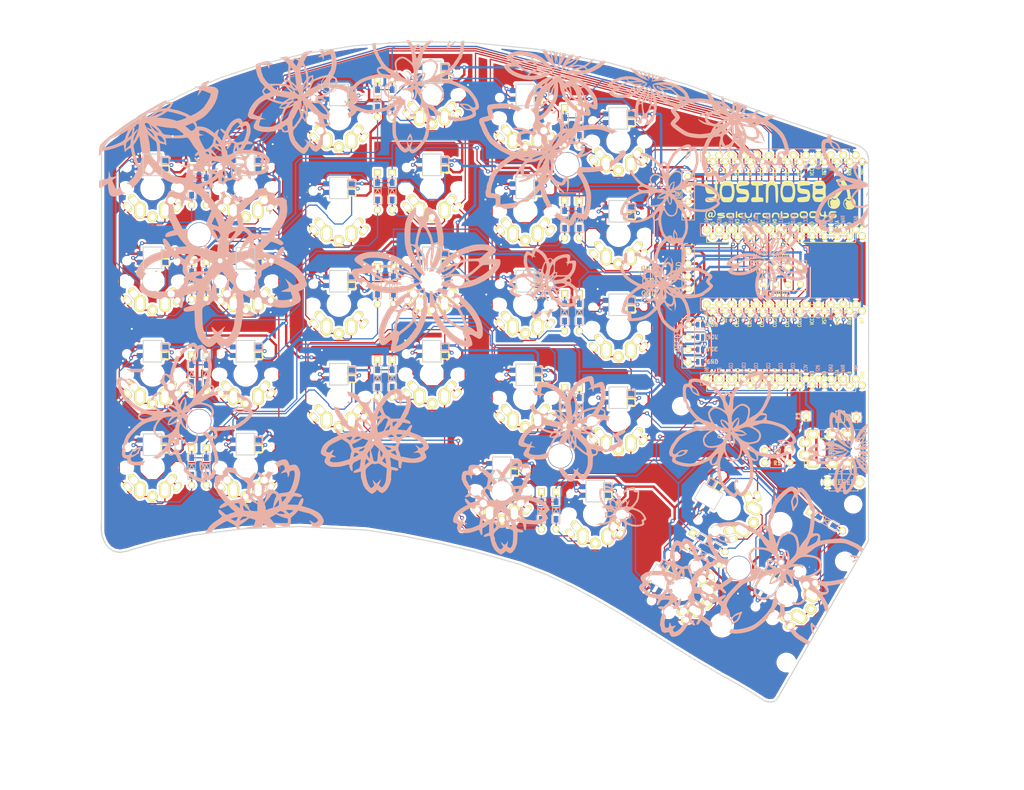
<source format=kicad_pcb>
(kicad_pcb (version 20171130) (host pcbnew "(5.0.1)-3")
  (layers (0 F.Cu signal) (31 B.Cu signal) (34 B.Paste user) (35 F.Paste user) (36 B.SilkS user) (37 F.SilkS user) (38 B.Mask user) (39 F.Mask user) (44 Edge.Cuts user))
  (net 0 "")
  (net 1 VCC)
  (net 2 LED)
  (net 3 GND)
  (net 4 "Net-(L1-Pad1)")
  (net 5 "Net-(L7-Pad1)")
  (net 6 "Net-(L2-Pad3)")
  (net 7 "Net-(L3-Pad3)")
  (net 8 "Net-(L4-Pad3)")
  (net 9 "Net-(L5-Pad3)")
  (net 10 "Net-(L15-Pad3)")
  (net 11 "Net-(L16-Pad3)")
  (net 12 "Net-(L8-Pad1)")
  (net 13 "Net-(L10-Pad3)")
  (net 14 "Net-(L10-Pad1)")
  (net 15 "Net-(L12-Pad1)")
  (net 16 "Net-(L11-Pad1)")
  (net 17 "Net-(L13-Pad3)")
  (net 18 "Net-(L13-Pad1)")
  (net 19 "Net-(L14-Pad3)")
  (net 20 "Net-(L1-Pad3)")
  (net 21 "Net-(L22-Pad1)")
  (net 22 "Net-(L21-Pad1)")
  (net 23 "Net-(L17-Pad3)")
  (net 24 "Net-(L19-Pad1)")
  (net 25 "Net-(L20-Pad1)")
  (net 26 "Net-(L23-Pad1)")
  (net 27 "Net-(L24-Pad1)")
  (net 28 "Net-(L25-Pad1)")
  (net 29 "Net-(L25-Pad3)")
  (net 30 "Net-(L26-Pad3)")
  (net 31 "Net-(L27-Pad3)")
  (net 32 "Net-(L28-Pad3)")
  (net 33 reset)
  (net 34 SDA)
  (net 35 SCL)
  (net 36 "Net-(U1-Pad24)")
  (net 37 col0)
  (net 38 col1)
  (net 39 col2)
  (net 40 col3)
  (net 41 col4)
  (net 42 col5)
  (net 43 "Net-(U1-Pad14)")
  (net 44 "Net-(U1-Pad13)")
  (net 45 "Net-(U1-Pad12)")
  (net 46 row4)
  (net 47 row3)
  (net 48 row2)
  (net 49 row1)
  (net 50 row0)
  (net 51 data)
  (net 52 "Net-(J2-Pad1)")
  (net 53 "Net-(J2-Pad2)")
  (net 54 "Net-(J2-Pad3)")
  (net 55 "Net-(J2-Pad4)")
  (net 56 "Net-(D29-Pad2)")
  (net 57 "Net-(D9-Pad2)")
  (net 58 "Net-(D21-Pad2)")
  (net 59 "Net-(D11-Pad2)")
  (net 60 "Net-(D12-Pad2)")
  (net 61 "Net-(D13-Pad2)")
  (net 62 "Net-(D14-Pad2)")
  (net 63 "Net-(D15-Pad2)")
  (net 64 "Net-(D16-Pad2)")
  (net 65 "Net-(D17-Pad2)")
  (net 66 "Net-(D18-Pad2)")
  (net 67 "Net-(D19-Pad2)")
  (net 68 "Net-(D10-Pad2)")
  (net 69 "Net-(D7-Pad2)")
  (net 70 "Net-(D8-Pad2)")
  (net 71 "Net-(D5-Pad2)")
  (net 72 "Net-(D6-Pad2)")
  (net 73 "Net-(D20-Pad2)")
  (net 74 "Net-(D28-Pad2)")
  (net 75 "Net-(D27-Pad2)")
  (net 76 "Net-(D26-Pad2)")
  (net 77 "Net-(D25-Pad2)")
  (net 78 "Net-(D24-Pad2)")
  (net 79 "Net-(D23-Pad2)")
  (net 80 "Net-(D22-Pad2)")
  (net 81 "Net-(D1-Pad2)")
  (net 82 "Net-(D2-Pad2)")
  (net 83 "Net-(D3-Pad2)")
  (net 84 "Net-(D4-Pad2)")
  (net 85 "Net-(J1-PadA)")
  (net 86 "Net-(J1-PadB)")
  (net 87 "Net-(U2-Pad24)")
  (net 88 "Net-(U2-Pad14)")
  (net 89 "Net-(U2-Pad13)")
  (net 90 "Net-(U2-Pad12)")
  (net 91 "Net-(U1-Pad25)")
  (module yosino58:ProMicro_BLE (layer F.Cu) (at 178.5 85 270)
    (fp_text reference U1 hide)
    (fp_text value ProMicro hide)
    (fp_text user RAW (at 4.191 -13.1445 270) (layer B.SilkS) (effects (font (size 0.75 0.5) (thickness 0.125)) (justify mirror)))
    (fp_text user LED (at -6.775 -13.175 270) (layer B.SilkS) (effects (font (size 0.75 0.5) (thickness 0.125)) (justify mirror)))
    (fp_text user GND (at 4.1275 -10.668 270) (layer B.SilkS) (effects (font (size 0.75 0.5) (thickness 0.125)) (justify mirror)))
    (fp_text user DATA (at -6.55 -10.65 270) (layer B.SilkS) (effects (font (size 0.75 0.5) (thickness 0.125)) (justify mirror)))
    (fp_text user RST (at 4.191 -8.0645 270) (layer B.SilkS) (effects (font (size 0.75 0.5) (thickness 0.125)) (justify mirror)))
    (fp_text user GND (at -6.725 -8.1 270) (layer B.SilkS) (effects (font (size 0.75 0.5) (thickness 0.125)) (justify mirror)))
    (fp_text user VCC (at 4.1275 -5.5245 270) (layer B.SilkS) (effects (font (size 0.75 0.5) (thickness 0.125)) (justify mirror)))
    (fp_text user GND (at -6.75 -5.5245 270) (layer B.SilkS) (effects (font (size 0.75 0.5) (thickness 0.125)) (justify mirror)))
    (fp_text user COL3 (at 4 4.6 270) (layer B.SilkS) (effects (font (size 0.75 0.5) (thickness 0.125)) (justify mirror)))
    (fp_text user ROW0 (at -6.4 2.075 270) (layer B.SilkS) (effects (font (size 0.75 0.5) (thickness 0.125)) (justify mirror)))
    (fp_text user COL2 (at 4 2.1 270) (layer B.SilkS) (effects (font (size 0.75 0.5) (thickness 0.125)) (justify mirror)))
    (fp_text user SCL (at -6.75 -0.475 270) (layer B.SilkS) (effects (font (size 0.75 0.5) (thickness 0.125)) (justify mirror)))
    (fp_text user COL1 (at 4 -0.4445 270) (layer B.SilkS) (effects (font (size 0.75 0.5) (thickness 0.125)) (justify mirror)))
    (fp_text user SDA (at -6.7 -3.025 270) (layer B.SilkS) (effects (font (size 0.75 0.5) (thickness 0.125)) (justify mirror)))
    (fp_text user COL0 (at 4 -2.95 270) (layer B.SilkS) (effects (font (size 0.75 0.5) (thickness 0.125)) (justify mirror)))
    (fp_text user B6 (at 4.445 14.732 270) (layer B.SilkS) (effects (font (size 0.75 0.5) (thickness 0.125)) (justify mirror)))
    (fp_text user B5 (at -6.95 14.8 270) (layer B.SilkS) (effects (font (size 0.75 0.5) (thickness 0.125)) (justify mirror)))
    (fp_text user B4 (at -6.9 12.25 270) (layer B.SilkS) (effects (font (size 0.75 0.5) (thickness 0.125)) (justify mirror)))
    (fp_text user B2 (at 4.5085 12.1285 270) (layer B.SilkS) (effects (font (size 0.75 0.5) (thickness 0.125)) (justify mirror)))
    (fp_text user ROW3 (at -6.35 9.675 270) (layer B.SilkS) (effects (font (size 0.75 0.5) (thickness 0.125)) (justify mirror)))
    (fp_text user COL5 (at 4 9.75 270) (layer B.SilkS) (effects (font (size 0.75 0.5) (thickness 0.125)) (justify mirror)))
    (fp_text user ROW2 (at -6.375 7.15 270) (layer B.SilkS) (effects (font (size 0.75 0.5) (thickness 0.125)) (justify mirror)))
    (fp_text user COL4 (at 3.95 7.112 270) (layer B.SilkS) (effects (font (size 0.75 0.5) (thickness 0.125)) (justify mirror)))
    (fp_text user ROW1 (at -6.4 4.575 270) (layer B.SilkS) (effects (font (size 0.75 0.5) (thickness 0.125)) (justify mirror)))
    (fp_text user ROW1 (at 5.25 3.302 270) (layer F.SilkS) (effects (font (size 0.75 0.5) (thickness 0.125))))
    (fp_text user COL4 (at -5.2 5.925 270) (layer F.SilkS) (effects (font (size 0.75 0.5) (thickness 0.125))))
    (fp_text user ROW2 (at 5.2 5.85 270) (layer F.SilkS) (effects (font (size 0.75 0.5) (thickness 0.125))))
    (fp_text user COL5 (at -5.2 8.5205 270) (layer F.SilkS) (effects (font (size 0.75 0.5) (thickness 0.125))))
    (fp_text user ROW3 (at 5.2 8.4455 270) (layer F.SilkS) (effects (font (size 0.75 0.5) (thickness 0.125))))
    (fp_text user B2 (at -5.625 10.975 270) (layer F.SilkS) (effects (font (size 0.75 0.5) (thickness 0.125))))
    (fp_text user B4 (at 5.2 10.922 270) (layer F.SilkS) (effects (font (size 0.75 0.5) (thickness 0.125))))
    (fp_text user B5 (at 5.2 13.5255 270) (layer F.SilkS) (effects (font (size 0.75 0.5) (thickness 0.125))))
    (fp_text user B6 (at -5.6 13.525 270) (layer F.SilkS) (effects (font (size 0.75 0.5) (thickness 0.125))))
    (fp_text user COL0 (at -5.2 -4.275 270) (layer F.SilkS) (effects (font (size 0.75 0.5) (thickness 0.125))))
    (fp_text user SDA (at 5.461 -4.318 270) (layer F.SilkS) (effects (font (size 0.75 0.5) (thickness 0.125))))
    (fp_text user COL1 (at -5.175 -1.75 270) (layer F.SilkS) (effects (font (size 0.75 0.5) (thickness 0.125))))
    (fp_text user SCL (at 5.461 -1.778 270) (layer F.SilkS) (effects (font (size 0.75 0.5) (thickness 0.125))))
    (fp_text user COL2 (at -5.2 0.8 270) (layer F.SilkS) (effects (font (size 0.75 0.5) (thickness 0.125))))
    (fp_text user ROW0 (at 5.2 0.8 270) (layer F.SilkS) (effects (font (size 0.75 0.5) (thickness 0.125))))
    (fp_text user COL3 (at -5.175 3.375 270) (layer F.SilkS) (effects (font (size 0.75 0.5) (thickness 0.125))))
    (fp_text user GND (at 5.461 -6.7945 270) (layer F.SilkS) (effects (font (size 0.75 0.5) (thickness 0.125))))
    (fp_text user VCC (at -5.375 -6.825 270) (layer F.SilkS) (effects (font (size 0.75 0.5) (thickness 0.125))))
    (fp_text user GND (at 5.5245 -9.3345 270) (layer F.SilkS) (effects (font (size 0.75 0.5) (thickness 0.125))))
    (fp_text user RST (at -5.475 -9.35 270) (layer F.SilkS) (effects (font (size 0.75 0.5) (thickness 0.125))))
    (fp_text user DATA (at 5.35 -11.95 270) (layer F.SilkS) (effects (font (size 0.75 0.5) (thickness 0.125))))
    (fp_text user GND (at -5.4 -11.925 270) (layer F.SilkS) (effects (font (size 0.75 0.5) (thickness 0.125))))
    (fp_text user LED (at 5.5 -14.478 270) (layer F.SilkS) (effects (font (size 0.75 0.5) (thickness 0.125))))
    (fp_text user RAW (at -5.45 -14.475 270) (layer F.SilkS) (effects (font (size 0.75 0.5) (thickness 0.125))))
    (fp_text user "" (at -1.2065 -16.256 270) (layer B.SilkS) (effects (justify mirror)))
    (fp_text user "" (at -0.5 -17.25 270) (layer F.SilkS))
    (fp_text user BAT (at -5.55 -17 270) (layer F.SilkS) (effects (font (size 0.75 0.5) (thickness 0.125))))
    (fp_text user GND (at 5.5595 -17.128 270) (layer F.SilkS) (effects (font (size 0.75 0.5) (thickness 0.125))))
    (fp_text user GND (at -6.775 -15.703 270) (layer B.SilkS) (effects (font (size 0.75 0.5) (thickness 0.125)) (justify mirror)))
    (fp_text user BAT (at 4.1845 -15.778 270) (layer B.SilkS) (effects (font (size 0.75 0.5) (thickness 0.125)) (justify mirror)))
    (pad 25 thru_hole circle (at -7.5636 -17.018 270) (size 1.524 1.524) (drill 0.8128) (layers *.Cu *.Mask F.SilkS) (net 91 "Net-(U1-Pad25)"))
    (pad 0 thru_hole circle (at -8.89 -15.748 270) (size 1.524 1.524) (drill 0.8128) (layers *.Cu *.Mask F.SilkS) (net 3 GND))
    (pad 25 thru_hole circle (at 6.35 -15.748 270) (size 1.524 1.524) (drill 0.8128) (layers *.Cu *.Mask F.SilkS) (net 91 "Net-(U1-Pad25)"))
    (pad 0 thru_hole circle (at 7.6564 -17.018 270) (size 1.524 1.524) (drill 0.8128) (layers *.Cu *.Mask F.SilkS) (net 3 GND))
    (pad 24 thru_hole circle (at -7.5636 -14.478 270) (size 1.524 1.524) (drill 0.8128) (layers *.Cu *.Mask F.SilkS) (net 36 "Net-(U1-Pad24)"))
    (pad 23 thru_hole circle (at -7.5636 -11.938 270) (size 1.524 1.524) (drill 0.8128) (layers *.Cu *.Mask F.SilkS) (net 3 GND))
    (pad 22 thru_hole circle (at -7.5636 -9.398 270) (size 1.524 1.524) (drill 0.8128) (layers *.Cu *.Mask F.SilkS) (net 33 reset))
    (pad 21 thru_hole circle (at -7.5636 -6.858 270) (size 1.524 1.524) (drill 0.8128) (layers *.Cu *.Mask F.SilkS) (net 1 VCC))
    (pad 20 thru_hole circle (at -7.5636 -4.318 270) (size 1.524 1.524) (drill 0.8128) (layers *.Cu *.Mask F.SilkS) (net 37 col0))
    (pad 19 thru_hole circle (at -7.5636 -1.778 270) (size 1.524 1.524) (drill 0.8128) (layers *.Cu *.Mask F.SilkS) (net 38 col1))
    (pad 18 thru_hole circle (at -7.5636 0.762 270) (size 1.524 1.524) (drill 0.8128) (layers *.Cu *.Mask F.SilkS) (net 39 col2))
    (pad 17 thru_hole circle (at -7.5636 3.302 270) (size 1.524 1.524) (drill 0.8128) (layers *.Cu *.Mask F.SilkS) (net 40 col3))
    (pad 16 thru_hole circle (at -7.5636 5.842 270) (size 1.524 1.524) (drill 0.8128) (layers *.Cu *.Mask F.SilkS) (net 41 col4))
    (pad 15 thru_hole circle (at -7.5636 8.382 270) (size 1.524 1.524) (drill 0.8128) (layers *.Cu *.Mask F.SilkS) (net 42 col5))
    (pad 14 thru_hole circle (at -7.5636 10.922 270) (size 1.524 1.524) (drill 0.8128) (layers *.Cu *.Mask F.SilkS) (net 43 "Net-(U1-Pad14)"))
    (pad 13 thru_hole circle (at -7.5636 13.462 270) (size 1.524 1.524) (drill 0.8128) (layers *.Cu *.Mask F.SilkS) (net 44 "Net-(U1-Pad13)"))
    (pad 12 thru_hole circle (at 7.6564 13.462 270) (size 1.524 1.524) (drill 0.8128) (layers *.Cu *.Mask F.SilkS) (net 45 "Net-(U1-Pad12)"))
    (pad 11 thru_hole circle (at 7.6564 10.922 270) (size 1.524 1.524) (drill 0.8128) (layers *.Cu *.Mask F.SilkS) (net 46 row4))
    (pad 10 thru_hole circle (at 7.6564 8.382 270) (size 1.524 1.524) (drill 0.8128) (layers *.Cu *.Mask F.SilkS) (net 47 row3))
    (pad 9 thru_hole circle (at 7.6564 5.842 270) (size 1.524 1.524) (drill 0.8128) (layers *.Cu *.Mask F.SilkS) (net 48 row2))
    (pad 8 thru_hole circle (at 7.6564 3.302 270) (size 1.524 1.524) (drill 0.8128) (layers *.Cu *.Mask F.SilkS) (net 49 row1))
    (pad 7 thru_hole circle (at 7.6564 0.762 270) (size 1.524 1.524) (drill 0.8128) (layers *.Cu *.Mask F.SilkS) (net 50 row0))
    (pad 6 thru_hole circle (at 7.6564 -1.778 270) (size 1.524 1.524) (drill 0.8128) (layers *.Cu *.Mask F.SilkS) (net 35 SCL))
    (pad 5 thru_hole circle (at 7.6564 -4.318 270) (size 1.524 1.524) (drill 0.8128) (layers *.Cu *.Mask F.SilkS) (net 34 SDA))
    (pad 4 thru_hole circle (at 7.6564 -6.858 270) (size 1.524 1.524) (drill 0.8128) (layers *.Cu *.Mask F.SilkS) (net 3 GND))
    (pad 3 thru_hole circle (at 7.6564 -9.398 270) (size 1.524 1.524) (drill 0.8128) (layers *.Cu *.Mask F.SilkS) (net 3 GND))
    (pad 2 thru_hole circle (at 7.6564 -11.938 270) (size 1.524 1.524) (drill 0.8128) (layers *.Cu *.Mask F.SilkS) (net 51 data))
    (pad 1 thru_hole circle (at 7.6564 -14.478 270) (size 1.524 1.524) (drill 0.8128) (layers *.Cu *.Mask F.SilkS) (net 2 LED))
    (pad 1 thru_hole circle (at -8.89 -13.208 270) (size 1.524 1.524) (drill 0.8128) (layers *.Cu *.Mask F.SilkS) (net 2 LED))
    (pad 2 thru_hole circle (at -8.89 -10.668 270) (size 1.524 1.524) (drill 0.8128) (layers *.Cu *.Mask F.SilkS) (net 51 data))
    (pad 3 thru_hole circle (at -8.89 -8.128 270) (size 1.524 1.524) (drill 0.8128) (layers *.Cu *.Mask F.SilkS) (net 3 GND))
    (pad 4 thru_hole circle (at -8.89 -5.588 270) (size 1.524 1.524) (drill 0.8128) (layers *.Cu *.Mask F.SilkS) (net 3 GND))
    (pad 5 thru_hole circle (at -8.89 -3.048 270) (size 1.524 1.524) (drill 0.8128) (layers *.Cu *.Mask F.SilkS) (net 34 SDA))
    (pad 6 thru_hole circle (at -8.89 -0.508 270) (size 1.524 1.524) (drill 0.8128) (layers *.Cu *.Mask F.SilkS) (net 35 SCL))
    (pad 7 thru_hole circle (at -8.89 2.032 270) (size 1.524 1.524) (drill 0.8128) (layers *.Cu *.Mask F.SilkS) (net 50 row0))
    (pad 8 thru_hole circle (at -8.89 4.572 270) (size 1.524 1.524) (drill 0.8128) (layers *.Cu *.Mask F.SilkS) (net 49 row1))
    (pad 9 thru_hole circle (at -8.89 7.112 270) (size 1.524 1.524) (drill 0.8128) (layers *.Cu *.Mask F.SilkS) (net 48 row2))
    (pad 10 thru_hole circle (at -8.89 9.652 270) (size 1.524 1.524) (drill 0.8128) (layers *.Cu *.Mask F.SilkS) (net 47 row3))
    (pad 11 thru_hole circle (at -8.89 12.192 270) (size 1.524 1.524) (drill 0.8128) (layers *.Cu *.Mask F.SilkS) (net 46 row4))
    (pad 12 thru_hole circle (at -8.89 14.732 270) (size 1.524 1.524) (drill 0.8128) (layers *.Cu *.Mask F.SilkS) (net 45 "Net-(U1-Pad12)"))
    (pad 13 thru_hole circle (at 6.35 14.732 270) (size 1.524 1.524) (drill 0.8128) (layers *.Cu *.Mask F.SilkS) (net 44 "Net-(U1-Pad13)"))
    (pad 14 thru_hole circle (at 6.35 12.192 270) (size 1.524 1.524) (drill 0.8128) (layers *.Cu *.Mask F.SilkS) (net 43 "Net-(U1-Pad14)"))
    (pad 15 thru_hole circle (at 6.35 9.652 270) (size 1.524 1.524) (drill 0.8128) (layers *.Cu *.Mask F.SilkS) (net 42 col5))
    (pad 16 thru_hole circle (at 6.35 7.112 270) (size 1.524 1.524) (drill 0.8128) (layers *.Cu *.Mask F.SilkS) (net 41 col4))
    (pad 17 thru_hole circle (at 6.35 4.572 270) (size 1.524 1.524) (drill 0.8128) (layers *.Cu *.Mask F.SilkS) (net 40 col3))
    (pad 18 thru_hole circle (at 6.35 2.032 270) (size 1.524 1.524) (drill 0.8128) (layers *.Cu *.Mask F.SilkS) (net 39 col2))
    (pad 19 thru_hole circle (at 6.35 -0.508 270) (size 1.524 1.524) (drill 0.8128) (layers *.Cu *.Mask F.SilkS) (net 38 col1))
    (pad 20 thru_hole circle (at 6.35 -3.048 270) (size 1.524 1.524) (drill 0.8128) (layers *.Cu *.Mask F.SilkS) (net 37 col0))
    (pad 21 thru_hole circle (at 6.35 -5.588 270) (size 1.524 1.524) (drill 0.8128) (layers *.Cu *.Mask F.SilkS) (net 1 VCC))
    (pad 22 thru_hole circle (at 6.35 -8.128 270) (size 1.524 1.524) (drill 0.8128) (layers *.Cu *.Mask F.SilkS) (net 33 reset))
    (pad 23 thru_hole circle (at 6.35 -10.668 270) (size 1.524 1.524) (drill 0.8128) (layers *.Cu *.Mask F.SilkS) (net 3 GND))
    (pad 24 thru_hole circle (at 6.35 -13.208 270) (size 1.524 1.524) (drill 0.8128) (layers *.Cu *.Mask F.SilkS) (net 36 "Net-(U1-Pad24)"))
    (pad 0 thru_hole circle (at -8.89 -15.748 270) (size 1.524 1.524) (drill 0.8128) (layers *.Cu *.Mask) (net 3 GND))
    (pad 25 thru_hole circle (at -7.5636 -17.018 270) (size 1.524 1.524) (drill 0.8128) (layers *.Cu *.Mask B.Adhes) (net 91 "Net-(U1-Pad25)"))
    (pad 25 thru_hole circle (at 6.35 -15.748 270) (size 1.524 1.524) (drill 0.8128) (layers *.Cu *.Mask B.Adhes) (net 91 "Net-(U1-Pad25)"))
    (pad 0 thru_hole circle (at 7.6564 -17.018 270) (size 1.524 1.524) (drill 0.8128) (layers *.Cu *.Mask) (net 3 GND))
  )
  (module yosino58:ProMicro_BLE (layer F.Cu) (at 178.5 54.5 270)
    (fp_text reference U2 hide)
    (fp_text value ProMicro hide)
    (fp_text user BAT (at 4.1845 -15.778 270) (layer B.SilkS) (effects (font (size 0.75 0.5) (thickness 0.125)) (justify mirror)))
    (fp_text user GND (at -6.775 -15.703 270) (layer B.SilkS) (effects (font (size 0.75 0.5) (thickness 0.125)) (justify mirror)))
    (fp_text user GND (at 5.5595 -17.128 270) (layer F.SilkS) (effects (font (size 0.75 0.5) (thickness 0.125))))
    (fp_text user BAT (at -5.55 -17 270) (layer F.SilkS) (effects (font (size 0.75 0.5) (thickness 0.125))))
    (fp_text user "" (at -0.5 -17.25 270) (layer F.SilkS))
    (fp_text user "" (at -1.2065 -16.256 270) (layer B.SilkS) (effects (justify mirror)))
    (fp_text user RAW (at -5.45 -14.475 270) (layer F.SilkS) (effects (font (size 0.75 0.5) (thickness 0.125))))
    (fp_text user LED (at 5.5 -14.478 270) (layer F.SilkS) (effects (font (size 0.75 0.5) (thickness 0.125))))
    (fp_text user GND (at -5.4 -11.925 270) (layer F.SilkS) (effects (font (size 0.75 0.5) (thickness 0.125))))
    (fp_text user DATA (at 5.35 -11.95 270) (layer F.SilkS) (effects (font (size 0.75 0.5) (thickness 0.125))))
    (fp_text user RST (at -5.475 -9.35 270) (layer F.SilkS) (effects (font (size 0.75 0.5) (thickness 0.125))))
    (fp_text user GND (at 5.5245 -9.3345 270) (layer F.SilkS) (effects (font (size 0.75 0.5) (thickness 0.125))))
    (fp_text user VCC (at -5.375 -6.825 270) (layer F.SilkS) (effects (font (size 0.75 0.5) (thickness 0.125))))
    (fp_text user GND (at 5.461 -6.7945 270) (layer F.SilkS) (effects (font (size 0.75 0.5) (thickness 0.125))))
    (fp_text user COL3 (at -5.175 3.375 270) (layer F.SilkS) (effects (font (size 0.75 0.5) (thickness 0.125))))
    (fp_text user ROW0 (at 5.2 0.8 270) (layer F.SilkS) (effects (font (size 0.75 0.5) (thickness 0.125))))
    (fp_text user COL2 (at -5.2 0.8 270) (layer F.SilkS) (effects (font (size 0.75 0.5) (thickness 0.125))))
    (fp_text user SCL (at 5.461 -1.778 270) (layer F.SilkS) (effects (font (size 0.75 0.5) (thickness 0.125))))
    (fp_text user COL1 (at -5.175 -1.75 270) (layer F.SilkS) (effects (font (size 0.75 0.5) (thickness 0.125))))
    (fp_text user SDA (at 5.461 -4.318 270) (layer F.SilkS) (effects (font (size 0.75 0.5) (thickness 0.125))))
    (fp_text user COL0 (at -5.2 -4.275 270) (layer F.SilkS) (effects (font (size 0.75 0.5) (thickness 0.125))))
    (fp_text user B6 (at -5.6 13.525 270) (layer F.SilkS) (effects (font (size 0.75 0.5) (thickness 0.125))))
    (fp_text user B5 (at 5.2 13.5255 270) (layer F.SilkS) (effects (font (size 0.75 0.5) (thickness 0.125))))
    (fp_text user B4 (at 5.2 10.922 270) (layer F.SilkS) (effects (font (size 0.75 0.5) (thickness 0.125))))
    (fp_text user B2 (at -5.625 10.975 270) (layer F.SilkS) (effects (font (size 0.75 0.5) (thickness 0.125))))
    (fp_text user ROW3 (at 5.2 8.4455 270) (layer F.SilkS) (effects (font (size 0.75 0.5) (thickness 0.125))))
    (fp_text user COL5 (at -5.2 8.5205 270) (layer F.SilkS) (effects (font (size 0.75 0.5) (thickness 0.125))))
    (fp_text user ROW2 (at 5.2 5.85 270) (layer F.SilkS) (effects (font (size 0.75 0.5) (thickness 0.125))))
    (fp_text user COL4 (at -5.2 5.925 270) (layer F.SilkS) (effects (font (size 0.75 0.5) (thickness 0.125))))
    (fp_text user ROW1 (at 5.25 3.302 270) (layer F.SilkS) (effects (font (size 0.75 0.5) (thickness 0.125))))
    (fp_text user ROW1 (at -6.4 4.575 270) (layer B.SilkS) (effects (font (size 0.75 0.5) (thickness 0.125)) (justify mirror)))
    (fp_text user COL4 (at 3.95 7.112 270) (layer B.SilkS) (effects (font (size 0.75 0.5) (thickness 0.125)) (justify mirror)))
    (fp_text user ROW2 (at -6.375 7.15 270) (layer B.SilkS) (effects (font (size 0.75 0.5) (thickness 0.125)) (justify mirror)))
    (fp_text user COL5 (at 4 9.75 270) (layer B.SilkS) (effects (font (size 0.75 0.5) (thickness 0.125)) (justify mirror)))
    (fp_text user ROW3 (at -6.35 9.675 270) (layer B.SilkS) (effects (font (size 0.75 0.5) (thickness 0.125)) (justify mirror)))
    (fp_text user B2 (at 4.5085 12.1285 270) (layer B.SilkS) (effects (font (size 0.75 0.5) (thickness 0.125)) (justify mirror)))
    (fp_text user B4 (at -6.9 12.25 270) (layer B.SilkS) (effects (font (size 0.75 0.5) (thickness 0.125)) (justify mirror)))
    (fp_text user B5 (at -6.95 14.8 270) (layer B.SilkS) (effects (font (size 0.75 0.5) (thickness 0.125)) (justify mirror)))
    (fp_text user B6 (at 4.445 14.732 270) (layer B.SilkS) (effects (font (size 0.75 0.5) (thickness 0.125)) (justify mirror)))
    (fp_text user COL0 (at 4 -2.95 270) (layer B.SilkS) (effects (font (size 0.75 0.5) (thickness 0.125)) (justify mirror)))
    (fp_text user SDA (at -6.7 -3.025 270) (layer B.SilkS) (effects (font (size 0.75 0.5) (thickness 0.125)) (justify mirror)))
    (fp_text user COL1 (at 4 -0.4445 270) (layer B.SilkS) (effects (font (size 0.75 0.5) (thickness 0.125)) (justify mirror)))
    (fp_text user SCL (at -6.75 -0.475 270) (layer B.SilkS) (effects (font (size 0.75 0.5) (thickness 0.125)) (justify mirror)))
    (fp_text user COL2 (at 4 2.1 270) (layer B.SilkS) (effects (font (size 0.75 0.5) (thickness 0.125)) (justify mirror)))
    (fp_text user ROW0 (at -6.4 2.075 270) (layer B.SilkS) (effects (font (size 0.75 0.5) (thickness 0.125)) (justify mirror)))
    (fp_text user COL3 (at 4 4.6 270) (layer B.SilkS) (effects (font (size 0.75 0.5) (thickness 0.125)) (justify mirror)))
    (fp_text user GND (at -6.75 -5.5245 270) (layer B.SilkS) (effects (font (size 0.75 0.5) (thickness 0.125)) (justify mirror)))
    (fp_text user VCC (at 4.1275 -5.5245 270) (layer B.SilkS) (effects (font (size 0.75 0.5) (thickness 0.125)) (justify mirror)))
    (fp_text user GND (at -6.725 -8.1 270) (layer B.SilkS) (effects (font (size 0.75 0.5) (thickness 0.125)) (justify mirror)))
    (fp_text user RST (at 4.191 -8.0645 270) (layer B.SilkS) (effects (font (size 0.75 0.5) (thickness 0.125)) (justify mirror)))
    (fp_text user DATA (at -6.55 -10.65 270) (layer B.SilkS) (effects (font (size 0.75 0.5) (thickness 0.125)) (justify mirror)))
    (fp_text user GND (at 4.1275 -10.668 270) (layer B.SilkS) (effects (font (size 0.75 0.5) (thickness 0.125)) (justify mirror)))
    (fp_text user LED (at -6.775 -13.175 270) (layer B.SilkS) (effects (font (size 0.75 0.5) (thickness 0.125)) (justify mirror)))
    (fp_text user RAW (at 4.191 -13.1445 270) (layer B.SilkS) (effects (font (size 0.75 0.5) (thickness 0.125)) (justify mirror)))
    (pad 0 thru_hole circle (at 7.6564 -17.018 270) (size 1.524 1.524) (drill 0.8128) (layers *.Cu *.Mask) (net 3 GND))
    (pad 25 thru_hole circle (at 6.35 -15.748 270) (size 1.524 1.524) (drill 0.8128) (layers *.Cu *.Mask B.Adhes) (net 91 "Net-(U1-Pad25)"))
    (pad 25 thru_hole circle (at -7.5636 -17.018 270) (size 1.524 1.524) (drill 0.8128) (layers *.Cu *.Mask B.Adhes) (net 91 "Net-(U1-Pad25)"))
    (pad 0 thru_hole circle (at -8.89 -15.748 270) (size 1.524 1.524) (drill 0.8128) (layers *.Cu *.Mask) (net 3 GND))
    (pad 24 thru_hole circle (at 6.35 -13.208 270) (size 1.524 1.524) (drill 0.8128) (layers *.Cu *.Mask F.SilkS) (net 87 "Net-(U2-Pad24)"))
    (pad 23 thru_hole circle (at 6.35 -10.668 270) (size 1.524 1.524) (drill 0.8128) (layers *.Cu *.Mask F.SilkS) (net 3 GND))
    (pad 22 thru_hole circle (at 6.35 -8.128 270) (size 1.524 1.524) (drill 0.8128) (layers *.Cu *.Mask F.SilkS) (net 33 reset))
    (pad 21 thru_hole circle (at 6.35 -5.588 270) (size 1.524 1.524) (drill 0.8128) (layers *.Cu *.Mask F.SilkS) (net 1 VCC))
    (pad 20 thru_hole circle (at 6.35 -3.048 270) (size 1.524 1.524) (drill 0.8128) (layers *.Cu *.Mask F.SilkS) (net 37 col0))
    (pad 19 thru_hole circle (at 6.35 -0.508 270) (size 1.524 1.524) (drill 0.8128) (layers *.Cu *.Mask F.SilkS) (net 38 col1))
    (pad 18 thru_hole circle (at 6.35 2.032 270) (size 1.524 1.524) (drill 0.8128) (layers *.Cu *.Mask F.SilkS) (net 39 col2))
    (pad 17 thru_hole circle (at 6.35 4.572 270) (size 1.524 1.524) (drill 0.8128) (layers *.Cu *.Mask F.SilkS) (net 40 col3))
    (pad 16 thru_hole circle (at 6.35 7.112 270) (size 1.524 1.524) (drill 0.8128) (layers *.Cu *.Mask F.SilkS) (net 41 col4))
    (pad 15 thru_hole circle (at 6.35 9.652 270) (size 1.524 1.524) (drill 0.8128) (layers *.Cu *.Mask F.SilkS) (net 42 col5))
    (pad 14 thru_hole circle (at 6.35 12.192 270) (size 1.524 1.524) (drill 0.8128) (layers *.Cu *.Mask F.SilkS) (net 88 "Net-(U2-Pad14)"))
    (pad 13 thru_hole circle (at 6.35 14.732 270) (size 1.524 1.524) (drill 0.8128) (layers *.Cu *.Mask F.SilkS) (net 89 "Net-(U2-Pad13)"))
    (pad 12 thru_hole circle (at -8.89 14.732 270) (size 1.524 1.524) (drill 0.8128) (layers *.Cu *.Mask F.SilkS) (net 90 "Net-(U2-Pad12)"))
    (pad 11 thru_hole circle (at -8.89 12.192 270) (size 1.524 1.524) (drill 0.8128) (layers *.Cu *.Mask F.SilkS) (net 46 row4))
    (pad 10 thru_hole circle (at -8.89 9.652 270) (size 1.524 1.524) (drill 0.8128) (layers *.Cu *.Mask F.SilkS) (net 47 row3))
    (pad 9 thru_hole circle (at -8.89 7.112 270) (size 1.524 1.524) (drill 0.8128) (layers *.Cu *.Mask F.SilkS) (net 48 row2))
    (pad 8 thru_hole circle (at -8.89 4.572 270) (size 1.524 1.524) (drill 0.8128) (layers *.Cu *.Mask F.SilkS) (net 49 row1))
    (pad 7 thru_hole circle (at -8.89 2.032 270) (size 1.524 1.524) (drill 0.8128) (layers *.Cu *.Mask F.SilkS) (net 50 row0))
    (pad 6 thru_hole circle (at -8.89 -0.508 270) (size 1.524 1.524) (drill 0.8128) (layers *.Cu *.Mask F.SilkS) (net 35 SCL))
    (pad 5 thru_hole circle (at -8.89 -3.048 270) (size 1.524 1.524) (drill 0.8128) (layers *.Cu *.Mask F.SilkS) (net 34 SDA))
    (pad 4 thru_hole circle (at -8.89 -5.588 270) (size 1.524 1.524) (drill 0.8128) (layers *.Cu *.Mask F.SilkS) (net 3 GND))
    (pad 3 thru_hole circle (at -8.89 -8.128 270) (size 1.524 1.524) (drill 0.8128) (layers *.Cu *.Mask F.SilkS) (net 3 GND))
    (pad 2 thru_hole circle (at -8.89 -10.668 270) (size 1.524 1.524) (drill 0.8128) (layers *.Cu *.Mask F.SilkS) (net 51 data))
    (pad 1 thru_hole circle (at -8.89 -13.208 270) (size 1.524 1.524) (drill 0.8128) (layers *.Cu *.Mask F.SilkS) (net 2 LED))
    (pad 1 thru_hole circle (at 7.6564 -14.478 270) (size 1.524 1.524) (drill 0.8128) (layers *.Cu *.Mask F.SilkS) (net 2 LED))
    (pad 2 thru_hole circle (at 7.6564 -11.938 270) (size 1.524 1.524) (drill 0.8128) (layers *.Cu *.Mask F.SilkS) (net 51 data))
    (pad 3 thru_hole circle (at 7.6564 -9.398 270) (size 1.524 1.524) (drill 0.8128) (layers *.Cu *.Mask F.SilkS) (net 3 GND))
    (pad 4 thru_hole circle (at 7.6564 -6.858 270) (size 1.524 1.524) (drill 0.8128) (layers *.Cu *.Mask F.SilkS) (net 3 GND))
    (pad 5 thru_hole circle (at 7.6564 -4.318 270) (size 1.524 1.524) (drill 0.8128) (layers *.Cu *.Mask F.SilkS) (net 34 SDA))
    (pad 6 thru_hole circle (at 7.6564 -1.778 270) (size 1.524 1.524) (drill 0.8128) (layers *.Cu *.Mask F.SilkS) (net 35 SCL))
    (pad 7 thru_hole circle (at 7.6564 0.762 270) (size 1.524 1.524) (drill 0.8128) (layers *.Cu *.Mask F.SilkS) (net 50 row0))
    (pad 8 thru_hole circle (at 7.6564 3.302 270) (size 1.524 1.524) (drill 0.8128) (layers *.Cu *.Mask F.SilkS) (net 49 row1))
    (pad 9 thru_hole circle (at 7.6564 5.842 270) (size 1.524 1.524) (drill 0.8128) (layers *.Cu *.Mask F.SilkS) (net 48 row2))
    (pad 10 thru_hole circle (at 7.6564 8.382 270) (size 1.524 1.524) (drill 0.8128) (layers *.Cu *.Mask F.SilkS) (net 47 row3))
    (pad 11 thru_hole circle (at 7.6564 10.922 270) (size 1.524 1.524) (drill 0.8128) (layers *.Cu *.Mask F.SilkS) (net 46 row4))
    (pad 12 thru_hole circle (at 7.6564 13.462 270) (size 1.524 1.524) (drill 0.8128) (layers *.Cu *.Mask F.SilkS) (net 90 "Net-(U2-Pad12)"))
    (pad 13 thru_hole circle (at -7.5636 13.462 270) (size 1.524 1.524) (drill 0.8128) (layers *.Cu *.Mask F.SilkS) (net 89 "Net-(U2-Pad13)"))
    (pad 14 thru_hole circle (at -7.5636 10.922 270) (size 1.524 1.524) (drill 0.8128) (layers *.Cu *.Mask F.SilkS) (net 88 "Net-(U2-Pad14)"))
    (pad 15 thru_hole circle (at -7.5636 8.382 270) (size 1.524 1.524) (drill 0.8128) (layers *.Cu *.Mask F.SilkS) (net 42 col5))
    (pad 16 thru_hole circle (at -7.5636 5.842 270) (size 1.524 1.524) (drill 0.8128) (layers *.Cu *.Mask F.SilkS) (net 41 col4))
    (pad 17 thru_hole circle (at -7.5636 3.302 270) (size 1.524 1.524) (drill 0.8128) (layers *.Cu *.Mask F.SilkS) (net 40 col3))
    (pad 18 thru_hole circle (at -7.5636 0.762 270) (size 1.524 1.524) (drill 0.8128) (layers *.Cu *.Mask F.SilkS) (net 39 col2))
    (pad 19 thru_hole circle (at -7.5636 -1.778 270) (size 1.524 1.524) (drill 0.8128) (layers *.Cu *.Mask F.SilkS) (net 38 col1))
    (pad 20 thru_hole circle (at -7.5636 -4.318 270) (size 1.524 1.524) (drill 0.8128) (layers *.Cu *.Mask F.SilkS) (net 37 col0))
    (pad 21 thru_hole circle (at -7.5636 -6.858 270) (size 1.524 1.524) (drill 0.8128) (layers *.Cu *.Mask F.SilkS) (net 1 VCC))
    (pad 22 thru_hole circle (at -7.5636 -9.398 270) (size 1.524 1.524) (drill 0.8128) (layers *.Cu *.Mask F.SilkS) (net 33 reset))
    (pad 23 thru_hole circle (at -7.5636 -11.938 270) (size 1.524 1.524) (drill 0.8128) (layers *.Cu *.Mask F.SilkS) (net 3 GND))
    (pad 24 thru_hole circle (at -7.5636 -14.478 270) (size 1.524 1.524) (drill 0.8128) (layers *.Cu *.Mask F.SilkS) (net 87 "Net-(U2-Pad24)"))
    (pad 0 thru_hole circle (at 7.6564 -17.018 270) (size 1.524 1.524) (drill 0.8128) (layers *.Cu *.Mask F.SilkS) (net 3 GND))
    (pad 25 thru_hole circle (at 6.35 -15.748 270) (size 1.524 1.524) (drill 0.8128) (layers *.Cu *.Mask F.SilkS) (net 91 "Net-(U1-Pad25)"))
    (pad 0 thru_hole circle (at -8.89 -15.748 270) (size 1.524 1.524) (drill 0.8128) (layers *.Cu *.Mask F.SilkS) (net 3 GND))
    (pad 25 thru_hole circle (at -7.5636 -17.018 270) (size 1.524 1.524) (drill 0.8128) (layers *.Cu *.Mask F.SilkS) (net 91 "Net-(U1-Pad25)"))
  )
  (module yosino58:spacer (layer F.Cu) (at 60.025 100)
    (fp_text reference Ref**)
    (fp_text value Val**)
    (pad "" np_thru_hole circle (at 0 0) (size 5 5) (drill 4.8) (layers *.Cu *.Mask))
  )
  (module yosino58:spacer (layer F.Cu) (at 60.025 61.875)
    (fp_text reference Ref**)
    (fp_text value Val**)
    (pad "" np_thru_hole circle (at 0 0) (size 5 5) (drill 4.8) (layers *.Cu *.Mask))
  )
  (module yosino58:spacer (layer F.Cu) (at 135.25 47.5)
    (fp_text reference Ref**)
    (fp_text value Val**)
    (pad "" np_thru_hole circle (at 0 0) (size 5 5) (drill 4.8) (layers *.Cu *.Mask))
  )
  (module yosino58:spacer (layer F.Cu) (at 133.85 107.1)
    (fp_text reference Ref**)
    (fp_text value Val**)
    (pad "" np_thru_hole circle (at 0 0) (size 5 5) (drill 4.8) (layers *.Cu *.Mask))
  )
  (module yosino58:spacer (layer F.Cu) (at 170.325 130.025)
    (fp_text reference Ref**)
    (fp_text value Val**)
    (pad "" np_thru_hole circle (at 0 0) (size 5 5) (drill 4.8) (layers *.Cu *.Mask))
  )
  (module yosino58:M2_HOLE (layer F.Cu) (at 193.725 117)
    (fp_text reference HOLE_M2 hide)
    (fp_text value VAL** hide)
    (pad "" np_thru_hole circle (at 0 0) (size 2.2 2.2) (drill 2.2) (layers *.Cu *.Mask F.SilkS) (clearance 0.8))
  )
  (module yosino58:M2_HOLE (layer F.Cu) (at 158.575 96.925)
    (fp_text reference HOLE_M2 hide)
    (fp_text value VAL** hide)
    (pad "" np_thru_hole circle (at 0 0) (size 2.2 2.2) (drill 2.2) (layers *.Cu *.Mask F.SilkS) (clearance 0.8))
  )
  (module yosino58:MX_ALPS_PG1350_2U_v3 (layer F.Cu) (at 180 135.5 240)
    (fp_text reference SW29 hide)
    (fp_text value SW_PUSH hide)
    (pad "" np_thru_hole circle (at 11.938 8.255 240) (size 3.9878 3.9878) (drill 3.9878) (layers *.Cu *.Mask))
    (pad "" np_thru_hole circle (at -11.938 8.255 240) (size 3.9878 3.9878) (drill 3.9878) (layers *.Cu *.Mask))
    (pad "" np_thru_hole circle (at 11.938 -6.984999 240) (size 3.048 3.048) (drill 3.048) (layers *.Cu *.Mask))
    (pad "" np_thru_hole circle (at -11.938 -6.985 240) (size 3.048 3.048) (drill 3.048) (layers *.Cu *.Mask))
    (pad 1 thru_hole oval (at 5.1 -3.9 190) (size 2.2 1.25) (drill 1.2) (layers *.Cu *.Mask F.SilkS) (net 42 col5))
    (pad "" np_thru_hole circle (at 0 0 330) (size 4 4) (drill 4) (layers *.Cu *.Mask F.SilkS))
    (pad "" np_thru_hole circle (at -5.5 0 330) (size 1.9 1.9) (drill 1.9) (layers *.Cu *.Mask F.SilkS))
    (pad "" np_thru_hole circle (at 5.5 0 330) (size 1.9 1.9) (drill 1.9) (layers *.Cu *.Mask F.SilkS))
    (pad 1 thru_hole oval (at -5.1 -3.9 290) (size 2.2 1.25) (drill 1.2) (layers *.Cu *.Mask F.SilkS) (net 42 col5))
    (pad 2 thru_hole circle (at 0 -5.9 330) (size 2.2 2.2) (drill 1.2) (layers *.Cu *.Mask F.SilkS) (net 56 "Net-(D29-Pad2)"))
    (pad 2 thru_hole circle (at 2.54 -5.08 240) (size 2.4 2.4) (drill 1.5) (layers *.Cu *.Mask F.SilkS) (net 56 "Net-(D29-Pad2)"))
    (pad 1 thru_hole oval (at -3.81 -2.54 290) (size 2.8 1.55) (drill 1.5) (layers *.Cu *.Mask F.SilkS) (net 42 col5))
    (pad 1 thru_hole circle (at -2.54 -5.08 240) (size 2.4 2.4) (drill 1.5) (layers *.Cu *.Mask F.SilkS) (net 42 col5))
    (pad 2 thru_hole oval (at 3.81 -2.540001 190) (size 2.8 1.55) (drill 1.5) (layers *.Cu *.Mask F.SilkS) (net 56 "Net-(D29-Pad2)"))
    (pad 2 thru_hole circle (at 2.540001 -4.5 240) (size 2.4 2.4) (drill 1.5) (layers *.Cu *.Mask F.SilkS) (net 56 "Net-(D29-Pad2)"))
    (pad 2 thru_hole circle (at 2.54 -4.000001 240) (size 2.4 2.4) (drill 1.5) (layers *.Cu *.Mask F.SilkS) (net 56 "Net-(D29-Pad2)"))
    (pad 1 thru_hole circle (at -2.540001 -4 240) (size 2.4 2.4) (drill 1.5) (layers *.Cu *.Mask F.SilkS) (net 42 col5))
    (pad 1 thru_hole circle (at -2.54 -4.499999 240) (size 2.4 2.4) (drill 1.5) (layers *.Cu *.Mask F.SilkS) (net 42 col5))
    (pad "" np_thru_hole circle (at 5.08 0 240) (size 1.7 1.7) (drill 1.7) (layers *.Cu *.Mask F.SilkS))
    (pad "" np_thru_hole circle (at -5.08 0 240) (size 1.7 1.7) (drill 1.7) (layers *.Cu *.Mask F.SilkS))
    (pad "" np_thru_hole circle (at 5.22 4.2 240) (size 1 1) (drill 1) (layers *.Cu *.Mask F.SilkS))
    (pad "" np_thru_hole circle (at -5.22 4.2 240) (size 1 1) (drill 1) (layers *.Cu *.Mask F.SilkS))
  )
  (module yosino58:MX_ALPS_PG1350 (layer F.Cu) (at 50.5 90.45)
    (fp_text reference SW13 hide)
    (fp_text value SW_PUSH hide)
    (pad "" np_thru_hole circle (at 5.22 -4.2 180) (size 1 1) (drill 1) (layers *.Cu *.Mask F.SilkS))
    (pad "" np_thru_hole circle (at -5.22 -4.2 180) (size 1 1) (drill 1) (layers *.Cu *.Mask F.SilkS))
    (pad "" np_thru_hole circle (at 5.08 0 180) (size 1.7 1.7) (drill 1.7) (layers *.Cu *.Mask F.SilkS))
    (pad "" np_thru_hole circle (at -5.08 0 180) (size 1.7 1.7) (drill 1.7) (layers *.Cu *.Mask F.SilkS))
    (pad 1 thru_hole circle (at 2.54 4.5 180) (size 2.4 2.4) (drill 1.5) (layers *.Cu *.Mask F.SilkS) (net 37 col0))
    (pad 1 thru_hole circle (at 2.54 4 180) (size 2.4 2.4) (drill 1.5) (layers *.Cu *.Mask F.SilkS) (net 37 col0))
    (pad 2 thru_hole circle (at -2.54 4 180) (size 2.4 2.4) (drill 1.5) (layers *.Cu *.Mask F.SilkS) (net 61 "Net-(D13-Pad2)"))
    (pad 2 thru_hole circle (at -2.54 4.5 180) (size 2.4 2.4) (drill 1.5) (layers *.Cu *.Mask F.SilkS) (net 61 "Net-(D13-Pad2)"))
    (pad 2 thru_hole oval (at -3.81 2.54 130) (size 2.8 1.55) (drill 1.5) (layers *.Cu *.Mask F.SilkS) (net 61 "Net-(D13-Pad2)"))
    (pad 1 thru_hole circle (at 2.54 5.08 180) (size 2.4 2.4) (drill 1.5) (layers *.Cu *.Mask F.SilkS) (net 37 col0))
    (pad 1 thru_hole oval (at 3.81 2.54 230) (size 2.8 1.55) (drill 1.5) (layers *.Cu *.Mask F.SilkS) (net 37 col0))
    (pad 2 thru_hole circle (at -2.54 5.08 180) (size 2.4 2.4) (drill 1.5) (layers *.Cu *.Mask F.SilkS) (net 61 "Net-(D13-Pad2)"))
    (pad 2 thru_hole circle (at 0 5.9 270) (size 2.2 2.2) (drill 1.2) (layers *.Cu *.Mask F.SilkS) (net 61 "Net-(D13-Pad2)"))
    (pad 1 thru_hole oval (at 5.1 3.9 230) (size 2.2 1.25) (drill 1.2) (layers *.Cu *.Mask F.SilkS) (net 37 col0))
    (pad "" np_thru_hole circle (at -5.5 0 270) (size 1.9 1.9) (drill 1.9) (layers *.Cu *.Mask F.SilkS))
    (pad "" np_thru_hole circle (at 5.5 0 270) (size 1.9 1.9) (drill 1.9) (layers *.Cu *.Mask F.SilkS))
    (pad "" np_thru_hole circle (at 0 0 270) (size 4 4) (drill 4) (layers *.Cu *.Mask F.SilkS))
    (pad 1 thru_hole oval (at -5.1 3.9 130) (size 2.2 1.25) (drill 1.2) (layers *.Cu *.Mask F.SilkS) (net 37 col0))
  )
  (module yosino58:SK6812MINI_rev (layer F.Cu) (at 50.5 47.5875)
    (fp_text reference L1 hide)
    (fp_text value SK6812MINI hide)
    (pad 2 smd rect (at -2.6 0.875) (size 1.2 1) (layers B.Cu B.Paste B.Mask) (net 3 GND))
    (pad 1 smd rect (at -2.6 -0.875) (size 1.2 1) (layers B.Cu B.Paste B.Mask) (net 4 "Net-(L1-Pad1)"))
    (pad 4 smd rect (at 2.6 -0.875) (size 1.2 1) (layers B.Cu B.Paste B.Mask) (net 1 VCC))
    (pad 3 smd rect (at 2.6 0.875) (size 1.2 1) (layers B.Cu B.Paste B.Mask) (net 20 "Net-(L1-Pad3)"))
    (pad 2 smd rect (at -2.6 -0.875) (size 1.2 1) (layers F.Cu F.Paste F.Mask) (net 3 GND))
    (pad 1 smd rect (at -2.6 0.875) (size 1.2 1) (layers F.Cu F.Paste F.Mask) (net 4 "Net-(L1-Pad1)"))
    (pad 3 smd rect (at 2.6 -0.875) (size 1.2 1) (layers F.Cu F.Paste F.Mask) (net 20 "Net-(L1-Pad3)"))
    (pad 4 smd rect (at 2.6 0.875) (size 1.2 1) (layers F.Cu F.Paste F.Mask) (net 1 VCC))
  )
  (module yosino58:SK6812MINI_rev (layer F.Cu) (at 69.55 47.5875)
    (fp_text reference L2 hide)
    (fp_text value SK6812MINI hide)
    (pad 2 smd rect (at -2.6 0.875) (size 1.2 1) (layers B.Cu B.Paste B.Mask) (net 3 GND))
    (pad 1 smd rect (at -2.6 -0.875) (size 1.2 1) (layers B.Cu B.Paste B.Mask) (net 20 "Net-(L1-Pad3)"))
    (pad 4 smd rect (at 2.6 -0.875) (size 1.2 1) (layers B.Cu B.Paste B.Mask) (net 1 VCC))
    (pad 3 smd rect (at 2.6 0.875) (size 1.2 1) (layers B.Cu B.Paste B.Mask) (net 6 "Net-(L2-Pad3)"))
    (pad 2 smd rect (at -2.6 -0.875) (size 1.2 1) (layers F.Cu F.Paste F.Mask) (net 3 GND))
    (pad 1 smd rect (at -2.6 0.875) (size 1.2 1) (layers F.Cu F.Paste F.Mask) (net 20 "Net-(L1-Pad3)"))
    (pad 3 smd rect (at 2.6 -0.875) (size 1.2 1) (layers F.Cu F.Paste F.Mask) (net 6 "Net-(L2-Pad3)"))
    (pad 4 smd rect (at 2.6 0.875) (size 1.2 1) (layers F.Cu F.Paste F.Mask) (net 1 VCC))
  )
  (module yosino58:SK6812MINI_rev (layer F.Cu) (at 88.6 33.3)
    (fp_text reference L3 hide)
    (fp_text value SK6812MINI hide)
    (pad 2 smd rect (at -2.6 0.875) (size 1.2 1) (layers B.Cu B.Paste B.Mask) (net 3 GND))
    (pad 1 smd rect (at -2.6 -0.875) (size 1.2 1) (layers B.Cu B.Paste B.Mask) (net 6 "Net-(L2-Pad3)"))
    (pad 4 smd rect (at 2.6 -0.875) (size 1.2 1) (layers B.Cu B.Paste B.Mask) (net 1 VCC))
    (pad 3 smd rect (at 2.6 0.875) (size 1.2 1) (layers B.Cu B.Paste B.Mask) (net 7 "Net-(L3-Pad3)"))
    (pad 2 smd rect (at -2.6 -0.875) (size 1.2 1) (layers F.Cu F.Paste F.Mask) (net 3 GND))
    (pad 1 smd rect (at -2.6 0.875) (size 1.2 1) (layers F.Cu F.Paste F.Mask) (net 6 "Net-(L2-Pad3)"))
    (pad 3 smd rect (at 2.6 -0.875) (size 1.2 1) (layers F.Cu F.Paste F.Mask) (net 7 "Net-(L3-Pad3)"))
    (pad 4 smd rect (at 2.6 0.875) (size 1.2 1) (layers F.Cu F.Paste F.Mask) (net 1 VCC))
  )
  (module yosino58:SK6812MINI_rev (layer F.Cu) (at 107.65 28.5375)
    (fp_text reference L4 hide)
    (fp_text value SK6812MINI hide)
    (pad 2 smd rect (at -2.6 0.875) (size 1.2 1) (layers B.Cu B.Paste B.Mask) (net 3 GND))
    (pad 1 smd rect (at -2.6 -0.875) (size 1.2 1) (layers B.Cu B.Paste B.Mask) (net 7 "Net-(L3-Pad3)"))
    (pad 4 smd rect (at 2.6 -0.875) (size 1.2 1) (layers B.Cu B.Paste B.Mask) (net 1 VCC))
    (pad 3 smd rect (at 2.6 0.875) (size 1.2 1) (layers B.Cu B.Paste B.Mask) (net 8 "Net-(L4-Pad3)"))
    (pad 2 smd rect (at -2.6 -0.875) (size 1.2 1) (layers F.Cu F.Paste F.Mask) (net 3 GND))
    (pad 1 smd rect (at -2.6 0.875) (size 1.2 1) (layers F.Cu F.Paste F.Mask) (net 7 "Net-(L3-Pad3)"))
    (pad 3 smd rect (at 2.6 -0.875) (size 1.2 1) (layers F.Cu F.Paste F.Mask) (net 8 "Net-(L4-Pad3)"))
    (pad 4 smd rect (at 2.6 0.875) (size 1.2 1) (layers F.Cu F.Paste F.Mask) (net 1 VCC))
  )
  (module yosino58:SK6812MINI_rev (layer F.Cu) (at 126.7 33.3)
    (fp_text reference L5 hide)
    (fp_text value SK6812MINI hide)
    (pad 2 smd rect (at -2.6 0.875) (size 1.2 1) (layers B.Cu B.Paste B.Mask) (net 3 GND))
    (pad 1 smd rect (at -2.6 -0.875) (size 1.2 1) (layers B.Cu B.Paste B.Mask) (net 8 "Net-(L4-Pad3)"))
    (pad 4 smd rect (at 2.6 -0.875) (size 1.2 1) (layers B.Cu B.Paste B.Mask) (net 1 VCC))
    (pad 3 smd rect (at 2.6 0.875) (size 1.2 1) (layers B.Cu B.Paste B.Mask) (net 9 "Net-(L5-Pad3)"))
    (pad 2 smd rect (at -2.6 -0.875) (size 1.2 1) (layers F.Cu F.Paste F.Mask) (net 3 GND))
    (pad 1 smd rect (at -2.6 0.875) (size 1.2 1) (layers F.Cu F.Paste F.Mask) (net 8 "Net-(L4-Pad3)"))
    (pad 3 smd rect (at 2.6 -0.875) (size 1.2 1) (layers F.Cu F.Paste F.Mask) (net 9 "Net-(L5-Pad3)"))
    (pad 4 smd rect (at 2.6 0.875) (size 1.2 1) (layers F.Cu F.Paste F.Mask) (net 1 VCC))
  )
  (module yosino58:SK6812MINI_rev (layer F.Cu) (at 145.75 38.0625)
    (fp_text reference L6 hide)
    (fp_text value SK6812MINI hide)
    (pad 2 smd rect (at -2.6 0.875) (size 1.2 1) (layers B.Cu B.Paste B.Mask) (net 3 GND))
    (pad 1 smd rect (at -2.6 -0.875) (size 1.2 1) (layers B.Cu B.Paste B.Mask) (net 9 "Net-(L5-Pad3)"))
    (pad 4 smd rect (at 2.6 -0.875) (size 1.2 1) (layers B.Cu B.Paste B.Mask) (net 1 VCC))
    (pad 3 smd rect (at 2.6 0.875) (size 1.2 1) (layers B.Cu B.Paste B.Mask) (net 2 LED))
    (pad 2 smd rect (at -2.6 -0.875) (size 1.2 1) (layers F.Cu F.Paste F.Mask) (net 3 GND))
    (pad 1 smd rect (at -2.6 0.875) (size 1.2 1) (layers F.Cu F.Paste F.Mask) (net 9 "Net-(L5-Pad3)"))
    (pad 3 smd rect (at 2.6 -0.875) (size 1.2 1) (layers F.Cu F.Paste F.Mask) (net 2 LED))
    (pad 4 smd rect (at 2.6 0.875) (size 1.2 1) (layers F.Cu F.Paste F.Mask) (net 1 VCC))
  )
  (module yosino58:SK6812MINI_rev (layer F.Cu) (at 50.5 66.6375)
    (fp_text reference L7 hide)
    (fp_text value SK6812MINI hide)
    (pad 2 smd rect (at -2.6 0.875) (size 1.2 1) (layers B.Cu B.Paste B.Mask) (net 3 GND))
    (pad 1 smd rect (at -2.6 -0.875) (size 1.2 1) (layers B.Cu B.Paste B.Mask) (net 5 "Net-(L7-Pad1)"))
    (pad 4 smd rect (at 2.6 -0.875) (size 1.2 1) (layers B.Cu B.Paste B.Mask) (net 1 VCC))
    (pad 3 smd rect (at 2.6 0.875) (size 1.2 1) (layers B.Cu B.Paste B.Mask) (net 4 "Net-(L1-Pad1)"))
    (pad 2 smd rect (at -2.6 -0.875) (size 1.2 1) (layers F.Cu F.Paste F.Mask) (net 3 GND))
    (pad 1 smd rect (at -2.6 0.875) (size 1.2 1) (layers F.Cu F.Paste F.Mask) (net 5 "Net-(L7-Pad1)"))
    (pad 3 smd rect (at 2.6 -0.875) (size 1.2 1) (layers F.Cu F.Paste F.Mask) (net 4 "Net-(L1-Pad1)"))
    (pad 4 smd rect (at 2.6 0.875) (size 1.2 1) (layers F.Cu F.Paste F.Mask) (net 1 VCC))
  )
  (module yosino58:SK6812MINI_rev (layer F.Cu) (at 69.55 66.6375)
    (fp_text reference L8 hide)
    (fp_text value SK6812MINI hide)
    (pad 2 smd rect (at -2.6 0.875) (size 1.2 1) (layers B.Cu B.Paste B.Mask) (net 3 GND))
    (pad 1 smd rect (at -2.6 -0.875) (size 1.2 1) (layers B.Cu B.Paste B.Mask) (net 12 "Net-(L8-Pad1)"))
    (pad 4 smd rect (at 2.6 -0.875) (size 1.2 1) (layers B.Cu B.Paste B.Mask) (net 1 VCC))
    (pad 3 smd rect (at 2.6 0.875) (size 1.2 1) (layers B.Cu B.Paste B.Mask) (net 5 "Net-(L7-Pad1)"))
    (pad 2 smd rect (at -2.6 -0.875) (size 1.2 1) (layers F.Cu F.Paste F.Mask) (net 3 GND))
    (pad 1 smd rect (at -2.6 0.875) (size 1.2 1) (layers F.Cu F.Paste F.Mask) (net 12 "Net-(L8-Pad1)"))
    (pad 3 smd rect (at 2.6 -0.875) (size 1.2 1) (layers F.Cu F.Paste F.Mask) (net 5 "Net-(L7-Pad1)"))
    (pad 4 smd rect (at 2.6 0.875) (size 1.2 1) (layers F.Cu F.Paste F.Mask) (net 1 VCC))
  )
  (module yosino58:SK6812MINI_rev (layer F.Cu) (at 88.6 52.35)
    (fp_text reference L9 hide)
    (fp_text value SK6812MINI hide)
    (pad 2 smd rect (at -2.6 0.875) (size 1.2 1) (layers B.Cu B.Paste B.Mask) (net 3 GND))
    (pad 1 smd rect (at -2.6 -0.875) (size 1.2 1) (layers B.Cu B.Paste B.Mask) (net 13 "Net-(L10-Pad3)"))
    (pad 4 smd rect (at 2.6 -0.875) (size 1.2 1) (layers B.Cu B.Paste B.Mask) (net 1 VCC))
    (pad 3 smd rect (at 2.6 0.875) (size 1.2 1) (layers B.Cu B.Paste B.Mask) (net 12 "Net-(L8-Pad1)"))
    (pad 2 smd rect (at -2.6 -0.875) (size 1.2 1) (layers F.Cu F.Paste F.Mask) (net 3 GND))
    (pad 1 smd rect (at -2.6 0.875) (size 1.2 1) (layers F.Cu F.Paste F.Mask) (net 13 "Net-(L10-Pad3)"))
    (pad 3 smd rect (at 2.6 -0.875) (size 1.2 1) (layers F.Cu F.Paste F.Mask) (net 12 "Net-(L8-Pad1)"))
    (pad 4 smd rect (at 2.6 0.875) (size 1.2 1) (layers F.Cu F.Paste F.Mask) (net 1 VCC))
  )
  (module yosino58:SK6812MINI_rev (layer F.Cu) (at 107.65 47.5875)
    (fp_text reference L10 hide)
    (fp_text value SK6812MINI hide)
    (pad 2 smd rect (at -2.6 0.875) (size 1.2 1) (layers B.Cu B.Paste B.Mask) (net 3 GND))
    (pad 1 smd rect (at -2.6 -0.875) (size 1.2 1) (layers B.Cu B.Paste B.Mask) (net 14 "Net-(L10-Pad1)"))
    (pad 4 smd rect (at 2.6 -0.875) (size 1.2 1) (layers B.Cu B.Paste B.Mask) (net 1 VCC))
    (pad 3 smd rect (at 2.6 0.875) (size 1.2 1) (layers B.Cu B.Paste B.Mask) (net 13 "Net-(L10-Pad3)"))
    (pad 2 smd rect (at -2.6 -0.875) (size 1.2 1) (layers F.Cu F.Paste F.Mask) (net 3 GND))
    (pad 1 smd rect (at -2.6 0.875) (size 1.2 1) (layers F.Cu F.Paste F.Mask) (net 14 "Net-(L10-Pad1)"))
    (pad 3 smd rect (at 2.6 -0.875) (size 1.2 1) (layers F.Cu F.Paste F.Mask) (net 13 "Net-(L10-Pad3)"))
    (pad 4 smd rect (at 2.6 0.875) (size 1.2 1) (layers F.Cu F.Paste F.Mask) (net 1 VCC))
  )
  (module yosino58:SK6812MINI_rev (layer F.Cu) (at 126.7 52.35)
    (fp_text reference L11 hide)
    (fp_text value SK6812MINI hide)
    (pad 2 smd rect (at -2.6 0.875) (size 1.2 1) (layers B.Cu B.Paste B.Mask) (net 3 GND))
    (pad 1 smd rect (at -2.6 -0.875) (size 1.2 1) (layers B.Cu B.Paste B.Mask) (net 16 "Net-(L11-Pad1)"))
    (pad 4 smd rect (at 2.6 -0.875) (size 1.2 1) (layers B.Cu B.Paste B.Mask) (net 1 VCC))
    (pad 3 smd rect (at 2.6 0.875) (size 1.2 1) (layers B.Cu B.Paste B.Mask) (net 14 "Net-(L10-Pad1)"))
    (pad 2 smd rect (at -2.6 -0.875) (size 1.2 1) (layers F.Cu F.Paste F.Mask) (net 3 GND))
    (pad 1 smd rect (at -2.6 0.875) (size 1.2 1) (layers F.Cu F.Paste F.Mask) (net 16 "Net-(L11-Pad1)"))
    (pad 3 smd rect (at 2.6 -0.875) (size 1.2 1) (layers F.Cu F.Paste F.Mask) (net 14 "Net-(L10-Pad1)"))
    (pad 4 smd rect (at 2.6 0.875) (size 1.2 1) (layers F.Cu F.Paste F.Mask) (net 1 VCC))
  )
  (module yosino58:SK6812MINI_rev (layer F.Cu) (at 145.75 57.1125)
    (fp_text reference L12 hide)
    (fp_text value SK6812MINI hide)
    (pad 2 smd rect (at -2.6 0.875) (size 1.2 1) (layers B.Cu B.Paste B.Mask) (net 3 GND))
    (pad 1 smd rect (at -2.6 -0.875) (size 1.2 1) (layers B.Cu B.Paste B.Mask) (net 15 "Net-(L12-Pad1)"))
    (pad 4 smd rect (at 2.6 -0.875) (size 1.2 1) (layers B.Cu B.Paste B.Mask) (net 1 VCC))
    (pad 3 smd rect (at 2.6 0.875) (size 1.2 1) (layers B.Cu B.Paste B.Mask) (net 16 "Net-(L11-Pad1)"))
    (pad 2 smd rect (at -2.6 -0.875) (size 1.2 1) (layers F.Cu F.Paste F.Mask) (net 3 GND))
    (pad 1 smd rect (at -2.6 0.875) (size 1.2 1) (layers F.Cu F.Paste F.Mask) (net 15 "Net-(L12-Pad1)"))
    (pad 3 smd rect (at 2.6 -0.875) (size 1.2 1) (layers F.Cu F.Paste F.Mask) (net 16 "Net-(L11-Pad1)"))
    (pad 4 smd rect (at 2.6 0.875) (size 1.2 1) (layers F.Cu F.Paste F.Mask) (net 1 VCC))
  )
  (module yosino58:SK6812MINI_rev (layer F.Cu) (at 50.5 85.6875)
    (fp_text reference L13 hide)
    (fp_text value SK6812MINI hide)
    (pad 2 smd rect (at -2.6 0.875) (size 1.2 1) (layers B.Cu B.Paste B.Mask) (net 3 GND))
    (pad 1 smd rect (at -2.6 -0.875) (size 1.2 1) (layers B.Cu B.Paste B.Mask) (net 18 "Net-(L13-Pad1)"))
    (pad 4 smd rect (at 2.6 -0.875) (size 1.2 1) (layers B.Cu B.Paste B.Mask) (net 1 VCC))
    (pad 3 smd rect (at 2.6 0.875) (size 1.2 1) (layers B.Cu B.Paste B.Mask) (net 17 "Net-(L13-Pad3)"))
    (pad 2 smd rect (at -2.6 -0.875) (size 1.2 1) (layers F.Cu F.Paste F.Mask) (net 3 GND))
    (pad 1 smd rect (at -2.6 0.875) (size 1.2 1) (layers F.Cu F.Paste F.Mask) (net 18 "Net-(L13-Pad1)"))
    (pad 3 smd rect (at 2.6 -0.875) (size 1.2 1) (layers F.Cu F.Paste F.Mask) (net 17 "Net-(L13-Pad3)"))
    (pad 4 smd rect (at 2.6 0.875) (size 1.2 1) (layers F.Cu F.Paste F.Mask) (net 1 VCC))
  )
  (module yosino58:SK6812MINI_rev (layer F.Cu) (at 69.55 85.6875)
    (fp_text reference L14 hide)
    (fp_text value SK6812MINI hide)
    (pad 2 smd rect (at -2.6 0.875) (size 1.2 1) (layers B.Cu B.Paste B.Mask) (net 3 GND))
    (pad 1 smd rect (at -2.6 -0.875) (size 1.2 1) (layers B.Cu B.Paste B.Mask) (net 17 "Net-(L13-Pad3)"))
    (pad 4 smd rect (at 2.6 -0.875) (size 1.2 1) (layers B.Cu B.Paste B.Mask) (net 1 VCC))
    (pad 3 smd rect (at 2.6 0.875) (size 1.2 1) (layers B.Cu B.Paste B.Mask) (net 19 "Net-(L14-Pad3)"))
    (pad 2 smd rect (at -2.6 -0.875) (size 1.2 1) (layers F.Cu F.Paste F.Mask) (net 3 GND))
    (pad 1 smd rect (at -2.6 0.875) (size 1.2 1) (layers F.Cu F.Paste F.Mask) (net 17 "Net-(L13-Pad3)"))
    (pad 3 smd rect (at 2.6 -0.875) (size 1.2 1) (layers F.Cu F.Paste F.Mask) (net 19 "Net-(L14-Pad3)"))
    (pad 4 smd rect (at 2.6 0.875) (size 1.2 1) (layers F.Cu F.Paste F.Mask) (net 1 VCC))
  )
  (module yosino58:SK6812MINI_rev (layer F.Cu) (at 88.6 71.4)
    (fp_text reference L15 hide)
    (fp_text value SK6812MINI hide)
    (pad 2 smd rect (at -2.6 0.875) (size 1.2 1) (layers B.Cu B.Paste B.Mask) (net 3 GND))
    (pad 1 smd rect (at -2.6 -0.875) (size 1.2 1) (layers B.Cu B.Paste B.Mask) (net 19 "Net-(L14-Pad3)"))
    (pad 4 smd rect (at 2.6 -0.875) (size 1.2 1) (layers B.Cu B.Paste B.Mask) (net 1 VCC))
    (pad 3 smd rect (at 2.6 0.875) (size 1.2 1) (layers B.Cu B.Paste B.Mask) (net 10 "Net-(L15-Pad3)"))
    (pad 2 smd rect (at -2.6 -0.875) (size 1.2 1) (layers F.Cu F.Paste F.Mask) (net 3 GND))
    (pad 1 smd rect (at -2.6 0.875) (size 1.2 1) (layers F.Cu F.Paste F.Mask) (net 19 "Net-(L14-Pad3)"))
    (pad 3 smd rect (at 2.6 -0.875) (size 1.2 1) (layers F.Cu F.Paste F.Mask) (net 10 "Net-(L15-Pad3)"))
    (pad 4 smd rect (at 2.6 0.875) (size 1.2 1) (layers F.Cu F.Paste F.Mask) (net 1 VCC))
  )
  (module yosino58:SK6812MINI_rev (layer F.Cu) (at 107.65 66.6375)
    (fp_text reference L16 hide)
    (fp_text value SK6812MINI hide)
    (pad 2 smd rect (at -2.6 0.875) (size 1.2 1) (layers B.Cu B.Paste B.Mask) (net 3 GND))
    (pad 1 smd rect (at -2.6 -0.875) (size 1.2 1) (layers B.Cu B.Paste B.Mask) (net 10 "Net-(L15-Pad3)"))
    (pad 4 smd rect (at 2.6 -0.875) (size 1.2 1) (layers B.Cu B.Paste B.Mask) (net 1 VCC))
    (pad 3 smd rect (at 2.6 0.875) (size 1.2 1) (layers B.Cu B.Paste B.Mask) (net 11 "Net-(L16-Pad3)"))
    (pad 2 smd rect (at -2.6 -0.875) (size 1.2 1) (layers F.Cu F.Paste F.Mask) (net 3 GND))
    (pad 1 smd rect (at -2.6 0.875) (size 1.2 1) (layers F.Cu F.Paste F.Mask) (net 10 "Net-(L15-Pad3)"))
    (pad 3 smd rect (at 2.6 -0.875) (size 1.2 1) (layers F.Cu F.Paste F.Mask) (net 11 "Net-(L16-Pad3)"))
    (pad 4 smd rect (at 2.6 0.875) (size 1.2 1) (layers F.Cu F.Paste F.Mask) (net 1 VCC))
  )
  (module yosino58:SK6812MINI_rev (layer F.Cu) (at 126.7 71.4)
    (fp_text reference L17 hide)
    (fp_text value SK6812MINI hide)
    (pad 2 smd rect (at -2.6 0.875) (size 1.2 1) (layers B.Cu B.Paste B.Mask) (net 3 GND))
    (pad 1 smd rect (at -2.6 -0.875) (size 1.2 1) (layers B.Cu B.Paste B.Mask) (net 11 "Net-(L16-Pad3)"))
    (pad 4 smd rect (at 2.6 -0.875) (size 1.2 1) (layers B.Cu B.Paste B.Mask) (net 1 VCC))
    (pad 3 smd rect (at 2.6 0.875) (size 1.2 1) (layers B.Cu B.Paste B.Mask) (net 23 "Net-(L17-Pad3)"))
    (pad 2 smd rect (at -2.6 -0.875) (size 1.2 1) (layers F.Cu F.Paste F.Mask) (net 3 GND))
    (pad 1 smd rect (at -2.6 0.875) (size 1.2 1) (layers F.Cu F.Paste F.Mask) (net 11 "Net-(L16-Pad3)"))
    (pad 3 smd rect (at 2.6 -0.875) (size 1.2 1) (layers F.Cu F.Paste F.Mask) (net 23 "Net-(L17-Pad3)"))
    (pad 4 smd rect (at 2.6 0.875) (size 1.2 1) (layers F.Cu F.Paste F.Mask) (net 1 VCC))
  )
  (module yosino58:SK6812MINI_rev (layer F.Cu) (at 145.75 76.1625)
    (fp_text reference L18 hide)
    (fp_text value SK6812MINI hide)
    (pad 2 smd rect (at -2.6 0.875) (size 1.2 1) (layers B.Cu B.Paste B.Mask) (net 3 GND))
    (pad 1 smd rect (at -2.6 -0.875) (size 1.2 1) (layers B.Cu B.Paste B.Mask) (net 23 "Net-(L17-Pad3)"))
    (pad 4 smd rect (at 2.6 -0.875) (size 1.2 1) (layers B.Cu B.Paste B.Mask) (net 1 VCC))
    (pad 3 smd rect (at 2.6 0.875) (size 1.2 1) (layers B.Cu B.Paste B.Mask) (net 15 "Net-(L12-Pad1)"))
    (pad 2 smd rect (at -2.6 -0.875) (size 1.2 1) (layers F.Cu F.Paste F.Mask) (net 3 GND))
    (pad 1 smd rect (at -2.6 0.875) (size 1.2 1) (layers F.Cu F.Paste F.Mask) (net 23 "Net-(L17-Pad3)"))
    (pad 3 smd rect (at 2.6 -0.875) (size 1.2 1) (layers F.Cu F.Paste F.Mask) (net 15 "Net-(L12-Pad1)"))
    (pad 4 smd rect (at 2.6 0.875) (size 1.2 1) (layers F.Cu F.Paste F.Mask) (net 1 VCC))
  )
  (module yosino58:SK6812MINI_rev (layer F.Cu) (at 50.5 104.7375)
    (fp_text reference L19 hide)
    (fp_text value SK6812MINI hide)
    (pad 2 smd rect (at -2.6 0.875) (size 1.2 1) (layers B.Cu B.Paste B.Mask) (net 3 GND))
    (pad 1 smd rect (at -2.6 -0.875) (size 1.2 1) (layers B.Cu B.Paste B.Mask) (net 24 "Net-(L19-Pad1)"))
    (pad 4 smd rect (at 2.6 -0.875) (size 1.2 1) (layers B.Cu B.Paste B.Mask) (net 1 VCC))
    (pad 3 smd rect (at 2.6 0.875) (size 1.2 1) (layers B.Cu B.Paste B.Mask) (net 18 "Net-(L13-Pad1)"))
    (pad 2 smd rect (at -2.6 -0.875) (size 1.2 1) (layers F.Cu F.Paste F.Mask) (net 3 GND))
    (pad 1 smd rect (at -2.6 0.875) (size 1.2 1) (layers F.Cu F.Paste F.Mask) (net 24 "Net-(L19-Pad1)"))
    (pad 3 smd rect (at 2.6 -0.875) (size 1.2 1) (layers F.Cu F.Paste F.Mask) (net 18 "Net-(L13-Pad1)"))
    (pad 4 smd rect (at 2.6 0.875) (size 1.2 1) (layers F.Cu F.Paste F.Mask) (net 1 VCC))
  )
  (module yosino58:SK6812MINI_rev (layer F.Cu) (at 69.55 104.7375)
    (fp_text reference L20 hide)
    (fp_text value SK6812MINI hide)
    (pad 2 smd rect (at -2.6 0.875) (size 1.2 1) (layers B.Cu B.Paste B.Mask) (net 3 GND))
    (pad 1 smd rect (at -2.6 -0.875) (size 1.2 1) (layers B.Cu B.Paste B.Mask) (net 25 "Net-(L20-Pad1)"))
    (pad 4 smd rect (at 2.6 -0.875) (size 1.2 1) (layers B.Cu B.Paste B.Mask) (net 1 VCC))
    (pad 3 smd rect (at 2.6 0.875) (size 1.2 1) (layers B.Cu B.Paste B.Mask) (net 24 "Net-(L19-Pad1)"))
    (pad 2 smd rect (at -2.6 -0.875) (size 1.2 1) (layers F.Cu F.Paste F.Mask) (net 3 GND))
    (pad 1 smd rect (at -2.6 0.875) (size 1.2 1) (layers F.Cu F.Paste F.Mask) (net 25 "Net-(L20-Pad1)"))
    (pad 3 smd rect (at 2.6 -0.875) (size 1.2 1) (layers F.Cu F.Paste F.Mask) (net 24 "Net-(L19-Pad1)"))
    (pad 4 smd rect (at 2.6 0.875) (size 1.2 1) (layers F.Cu F.Paste F.Mask) (net 1 VCC))
  )
  (module yosino58:SK6812MINI_rev (layer F.Cu) (at 88.61875 90.45)
    (fp_text reference L21 hide)
    (fp_text value SK6812MINI hide)
    (pad 2 smd rect (at -2.6 0.875) (size 1.2 1) (layers B.Cu B.Paste B.Mask) (net 3 GND))
    (pad 1 smd rect (at -2.6 -0.875) (size 1.2 1) (layers B.Cu B.Paste B.Mask) (net 22 "Net-(L21-Pad1)"))
    (pad 4 smd rect (at 2.6 -0.875) (size 1.2 1) (layers B.Cu B.Paste B.Mask) (net 1 VCC))
    (pad 3 smd rect (at 2.6 0.875) (size 1.2 1) (layers B.Cu B.Paste B.Mask) (net 25 "Net-(L20-Pad1)"))
    (pad 2 smd rect (at -2.6 -0.875) (size 1.2 1) (layers F.Cu F.Paste F.Mask) (net 3 GND))
    (pad 1 smd rect (at -2.6 0.875) (size 1.2 1) (layers F.Cu F.Paste F.Mask) (net 22 "Net-(L21-Pad1)"))
    (pad 3 smd rect (at 2.6 -0.875) (size 1.2 1) (layers F.Cu F.Paste F.Mask) (net 25 "Net-(L20-Pad1)"))
    (pad 4 smd rect (at 2.6 0.875) (size 1.2 1) (layers F.Cu F.Paste F.Mask) (net 1 VCC))
  )
  (module yosino58:SK6812MINI_rev (layer F.Cu) (at 107.65 85.6875)
    (fp_text reference L22 hide)
    (fp_text value SK6812MINI hide)
    (pad 2 smd rect (at -2.6 0.875) (size 1.2 1) (layers B.Cu B.Paste B.Mask) (net 3 GND))
    (pad 1 smd rect (at -2.6 -0.875) (size 1.2 1) (layers B.Cu B.Paste B.Mask) (net 21 "Net-(L22-Pad1)"))
    (pad 4 smd rect (at 2.6 -0.875) (size 1.2 1) (layers B.Cu B.Paste B.Mask) (net 1 VCC))
    (pad 3 smd rect (at 2.6 0.875) (size 1.2 1) (layers B.Cu B.Paste B.Mask) (net 22 "Net-(L21-Pad1)"))
    (pad 2 smd rect (at -2.6 -0.875) (size 1.2 1) (layers F.Cu F.Paste F.Mask) (net 3 GND))
    (pad 1 smd rect (at -2.6 0.875) (size 1.2 1) (layers F.Cu F.Paste F.Mask) (net 21 "Net-(L22-Pad1)"))
    (pad 3 smd rect (at 2.6 -0.875) (size 1.2 1) (layers F.Cu F.Paste F.Mask) (net 22 "Net-(L21-Pad1)"))
    (pad 4 smd rect (at 2.6 0.875) (size 1.2 1) (layers F.Cu F.Paste F.Mask) (net 1 VCC))
  )
  (module yosino58:SK6812MINI_rev (layer F.Cu) (at 126.7 90.45)
    (fp_text reference L23 hide)
    (fp_text value SK6812MINI hide)
    (pad 2 smd rect (at -2.6 0.875) (size 1.2 1) (layers B.Cu B.Paste B.Mask) (net 3 GND))
    (pad 1 smd rect (at -2.6 -0.875) (size 1.2 1) (layers B.Cu B.Paste B.Mask) (net 26 "Net-(L23-Pad1)"))
    (pad 4 smd rect (at 2.6 -0.875) (size 1.2 1) (layers B.Cu B.Paste B.Mask) (net 1 VCC))
    (pad 3 smd rect (at 2.6 0.875) (size 1.2 1) (layers B.Cu B.Paste B.Mask) (net 21 "Net-(L22-Pad1)"))
    (pad 2 smd rect (at -2.6 -0.875) (size 1.2 1) (layers F.Cu F.Paste F.Mask) (net 3 GND))
    (pad 1 smd rect (at -2.6 0.875) (size 1.2 1) (layers F.Cu F.Paste F.Mask) (net 26 "Net-(L23-Pad1)"))
    (pad 3 smd rect (at 2.6 -0.875) (size 1.2 1) (layers F.Cu F.Paste F.Mask) (net 21 "Net-(L22-Pad1)"))
    (pad 4 smd rect (at 2.6 0.875) (size 1.2 1) (layers F.Cu F.Paste F.Mask) (net 1 VCC))
  )
  (module yosino58:SK6812MINI_rev (layer F.Cu) (at 145.75 95.2125)
    (fp_text reference L24 hide)
    (fp_text value SK6812MINI hide)
    (pad 2 smd rect (at -2.6 0.875) (size 1.2 1) (layers B.Cu B.Paste B.Mask) (net 3 GND))
    (pad 1 smd rect (at -2.6 -0.875) (size 1.2 1) (layers B.Cu B.Paste B.Mask) (net 27 "Net-(L24-Pad1)"))
    (pad 4 smd rect (at 2.6 -0.875) (size 1.2 1) (layers B.Cu B.Paste B.Mask) (net 1 VCC))
    (pad 3 smd rect (at 2.6 0.875) (size 1.2 1) (layers B.Cu B.Paste B.Mask) (net 26 "Net-(L23-Pad1)"))
    (pad 2 smd rect (at -2.6 -0.875) (size 1.2 1) (layers F.Cu F.Paste F.Mask) (net 3 GND))
    (pad 1 smd rect (at -2.6 0.875) (size 1.2 1) (layers F.Cu F.Paste F.Mask) (net 27 "Net-(L24-Pad1)"))
    (pad 3 smd rect (at 2.6 -0.875) (size 1.2 1) (layers F.Cu F.Paste F.Mask) (net 26 "Net-(L23-Pad1)"))
    (pad 4 smd rect (at 2.6 0.875) (size 1.2 1) (layers F.Cu F.Paste F.Mask) (net 1 VCC))
  )
  (module yosino58:SK6812MINI_rev (layer F.Cu) (at 121.9375 109.5)
    (fp_text reference L25 hide)
    (fp_text value SK6812MINI hide)
    (pad 2 smd rect (at -2.6 0.875) (size 1.2 1) (layers B.Cu B.Paste B.Mask) (net 3 GND))
    (pad 1 smd rect (at -2.6 -0.875) (size 1.2 1) (layers B.Cu B.Paste B.Mask) (net 28 "Net-(L25-Pad1)"))
    (pad 4 smd rect (at 2.6 -0.875) (size 1.2 1) (layers B.Cu B.Paste B.Mask) (net 1 VCC))
    (pad 3 smd rect (at 2.6 0.875) (size 1.2 1) (layers B.Cu B.Paste B.Mask) (net 29 "Net-(L25-Pad3)"))
    (pad 2 smd rect (at -2.6 -0.875) (size 1.2 1) (layers F.Cu F.Paste F.Mask) (net 3 GND))
    (pad 1 smd rect (at -2.6 0.875) (size 1.2 1) (layers F.Cu F.Paste F.Mask) (net 28 "Net-(L25-Pad1)"))
    (pad 3 smd rect (at 2.6 -0.875) (size 1.2 1) (layers F.Cu F.Paste F.Mask) (net 29 "Net-(L25-Pad3)"))
    (pad 4 smd rect (at 2.6 0.875) (size 1.2 1) (layers F.Cu F.Paste F.Mask) (net 1 VCC))
  )
  (module yosino58:SK6812MINI_rev (layer F.Cu) (at 140.9875 114.2625)
    (fp_text reference L26 hide)
    (fp_text value SK6812MINI hide)
    (pad 2 smd rect (at -2.6 0.875) (size 1.2 1) (layers B.Cu B.Paste B.Mask) (net 3 GND))
    (pad 1 smd rect (at -2.6 -0.875) (size 1.2 1) (layers B.Cu B.Paste B.Mask) (net 29 "Net-(L25-Pad3)"))
    (pad 4 smd rect (at 2.6 -0.875) (size 1.2 1) (layers B.Cu B.Paste B.Mask) (net 1 VCC))
    (pad 3 smd rect (at 2.6 0.875) (size 1.2 1) (layers B.Cu B.Paste B.Mask) (net 30 "Net-(L26-Pad3)"))
    (pad 2 smd rect (at -2.6 -0.875) (size 1.2 1) (layers F.Cu F.Paste F.Mask) (net 3 GND))
    (pad 1 smd rect (at -2.6 0.875) (size 1.2 1) (layers F.Cu F.Paste F.Mask) (net 29 "Net-(L25-Pad3)"))
    (pad 3 smd rect (at 2.6 -0.875) (size 1.2 1) (layers F.Cu F.Paste F.Mask) (net 30 "Net-(L26-Pad3)"))
    (pad 4 smd rect (at 2.6 0.875) (size 1.2 1) (layers F.Cu F.Paste F.Mask) (net 1 VCC))
  )
  (module yosino58:SK6812MINI_rev (layer F.Cu) (at 154.6 132 60)
    (fp_text reference L27 hide)
    (fp_text value SK6812MINI hide)
    (pad 2 smd rect (at -2.6 0.875 60) (size 1.2 1) (layers B.Cu B.Paste B.Mask) (net 3 GND))
    (pad 1 smd rect (at -2.6 -0.875 60) (size 1.2 1) (layers B.Cu B.Paste B.Mask) (net 30 "Net-(L26-Pad3)"))
    (pad 4 smd rect (at 2.6 -0.875 60) (size 1.2 1) (layers B.Cu B.Paste B.Mask) (net 1 VCC))
    (pad 3 smd rect (at 2.6 0.875 60) (size 1.2 1) (layers B.Cu B.Paste B.Mask) (net 31 "Net-(L27-Pad3)"))
    (pad 2 smd rect (at -2.6 -0.875 60) (size 1.2 1) (layers F.Cu F.Paste F.Mask) (net 3 GND))
    (pad 1 smd rect (at -2.6 0.875 60) (size 1.2 1) (layers F.Cu F.Paste F.Mask) (net 30 "Net-(L26-Pad3)"))
    (pad 3 smd rect (at 2.6 -0.875 60) (size 1.2 1) (layers F.Cu F.Paste F.Mask) (net 31 "Net-(L27-Pad3)"))
    (pad 4 smd rect (at 2.6 0.875 60) (size 1.2 1) (layers F.Cu F.Paste F.Mask) (net 1 VCC))
  )
  (module yosino58:SK6812MINI_rev (layer F.Cu) (at 164.2 115.3 60)
    (fp_text reference L28 hide)
    (fp_text value SK6812MINI hide)
    (pad 2 smd rect (at -2.6 0.875 60) (size 1.2 1) (layers B.Cu B.Paste B.Mask) (net 3 GND))
    (pad 1 smd rect (at -2.6 -0.875 60) (size 1.2 1) (layers B.Cu B.Paste B.Mask) (net 31 "Net-(L27-Pad3)"))
    (pad 4 smd rect (at 2.6 -0.875 60) (size 1.2 1) (layers B.Cu B.Paste B.Mask) (net 1 VCC))
    (pad 3 smd rect (at 2.6 0.875 60) (size 1.2 1) (layers B.Cu B.Paste B.Mask) (net 32 "Net-(L28-Pad3)"))
    (pad 2 smd rect (at -2.6 -0.875 60) (size 1.2 1) (layers F.Cu F.Paste F.Mask) (net 3 GND))
    (pad 1 smd rect (at -2.6 0.875 60) (size 1.2 1) (layers F.Cu F.Paste F.Mask) (net 31 "Net-(L27-Pad3)"))
    (pad 3 smd rect (at 2.6 -0.875 60) (size 1.2 1) (layers F.Cu F.Paste F.Mask) (net 32 "Net-(L28-Pad3)"))
    (pad 4 smd rect (at 2.6 0.875 60) (size 1.2 1) (layers F.Cu F.Paste F.Mask) (net 1 VCC))
  )
  (module yosino58:SK6812MINI_rev (layer F.Cu) (at 176 133.1 60)
    (fp_text reference L29 hide)
    (fp_text value SK6812MINI hide)
    (pad 2 smd rect (at -2.6 0.875 60) (size 1.2 1) (layers B.Cu B.Paste B.Mask) (net 3 GND))
    (pad 1 smd rect (at -2.6 -0.875 60) (size 1.2 1) (layers B.Cu B.Paste B.Mask) (net 32 "Net-(L28-Pad3)"))
    (pad 4 smd rect (at 2.6 -0.875 60) (size 1.2 1) (layers B.Cu B.Paste B.Mask) (net 1 VCC))
    (pad 3 smd rect (at 2.6 0.875 60) (size 1.2 1) (layers B.Cu B.Paste B.Mask) (net 27 "Net-(L24-Pad1)"))
    (pad 2 smd rect (at -2.6 -0.875 60) (size 1.2 1) (layers F.Cu F.Paste F.Mask) (net 3 GND))
    (pad 1 smd rect (at -2.6 0.875 60) (size 1.2 1) (layers F.Cu F.Paste F.Mask) (net 32 "Net-(L28-Pad3)"))
    (pad 3 smd rect (at 2.6 -0.875 60) (size 1.2 1) (layers F.Cu F.Paste F.Mask) (net 27 "Net-(L24-Pad1)"))
    (pad 4 smd rect (at 2.6 0.875 60) (size 1.2 1) (layers F.Cu F.Paste F.Mask) (net 1 VCC))
  )
  (module yosino58:OLED (layer F.Cu) (at 182.95 68.475 180)
    (fp_text reference J6 hide)
    (fp_text value OLED hide)
    (fp_text user OLED (at 3.799 2.028 180) (layer B.SilkS) (effects (justify mirror)))
    (fp_text user OLED (at 3.87 2 180) (layer F.SilkS))
    (pad 4 thru_hole circle (at 7.62 0 180) (size 1.397 1.397) (drill 0.8128) (layers *.Cu *.Mask F.SilkS) (net 55 "Net-(J2-Pad4)"))
    (pad 3 thru_hole circle (at 5.08 0 180) (size 1.397 1.397) (drill 0.8128) (layers *.Cu *.Mask F.SilkS) (net 54 "Net-(J2-Pad3)"))
    (pad 2 thru_hole circle (at 2.54 0 180) (size 1.397 1.397) (drill 0.8128) (layers *.Cu *.Mask F.SilkS) (net 53 "Net-(J2-Pad2)"))
    (pad 1 thru_hole circle (at 0 0 180) (size 1.397 1.397) (drill 0.8128) (layers *.Cu *.Mask F.SilkS) (net 52 "Net-(J2-Pad1)"))
  )
  (module yosino58:OLED (layer F.Cu) (at 160 65.25 270)
    (fp_text reference J3 hide)
    (fp_text value OLED hide)
    (fp_text user OLED (at 4 1.9 270) (layer F.SilkS))
    (fp_text user OLED (at 4 1.9 270) (layer B.SilkS) (effects (justify mirror)))
    (pad 1 thru_hole circle (at 0 0 270) (size 1.397 1.397) (drill 0.8128) (layers *.Cu *.Mask F.SilkS) (net 52 "Net-(J2-Pad1)"))
    (pad 2 thru_hole circle (at 2.54 0 270) (size 1.397 1.397) (drill 0.8128) (layers *.Cu *.Mask F.SilkS) (net 53 "Net-(J2-Pad2)"))
    (pad 3 thru_hole circle (at 5.08 0 270) (size 1.397 1.397) (drill 0.8128) (layers *.Cu *.Mask F.SilkS) (net 54 "Net-(J2-Pad3)"))
    (pad 4 thru_hole circle (at 7.62 0 270) (size 1.397 1.397) (drill 0.8128) (layers *.Cu *.Mask F.SilkS) (net 55 "Net-(J2-Pad4)"))
  )
  (module yosino58:OLED (layer F.Cu) (at 175.341 72.035)
    (fp_text reference J5 hide)
    (fp_text value OLED hide)
    (fp_text user OLED (at 3.781 2) (layer B.SilkS) (effects (justify mirror)))
    (fp_text user OLED (at 3.75 2) (layer F.SilkS))
    (pad 4 thru_hole circle (at 7.62 0) (size 1.397 1.397) (drill 0.8128) (layers *.Cu *.Mask F.SilkS) (net 55 "Net-(J2-Pad4)"))
    (pad 3 thru_hole circle (at 5.08 0) (size 1.397 1.397) (drill 0.8128) (layers *.Cu *.Mask F.SilkS) (net 54 "Net-(J2-Pad3)"))
    (pad 2 thru_hole circle (at 2.54 0) (size 1.397 1.397) (drill 0.8128) (layers *.Cu *.Mask F.SilkS) (net 53 "Net-(J2-Pad2)"))
    (pad 1 thru_hole circle (at 0 0) (size 1.397 1.397) (drill 0.8128) (layers *.Cu *.Mask F.SilkS) (net 52 "Net-(J2-Pad1)"))
  )
  (module yosino58:OLED (layer F.Cu) (at 160 50 270)
    (fp_text reference J4 hide)
    (fp_text value OLED hide)
    (fp_text user OLED (at 3.8 2 270) (layer F.SilkS))
    (fp_text user OLED (at 3.75 2 270) (layer B.SilkS) (effects (justify mirror)))
    (pad 1 thru_hole circle (at 0 0 270) (size 1.397 1.397) (drill 0.8128) (layers *.Cu *.Mask F.SilkS) (net 52 "Net-(J2-Pad1)"))
    (pad 2 thru_hole circle (at 2.54 0 270) (size 1.397 1.397) (drill 0.8128) (layers *.Cu *.Mask F.SilkS) (net 53 "Net-(J2-Pad2)"))
    (pad 3 thru_hole circle (at 5.08 0 270) (size 1.397 1.397) (drill 0.8128) (layers *.Cu *.Mask F.SilkS) (net 54 "Net-(J2-Pad3)"))
    (pad 4 thru_hole circle (at 7.62 0 270) (size 1.397 1.397) (drill 0.8128) (layers *.Cu *.Mask F.SilkS) (net 55 "Net-(J2-Pad4)"))
  )
  (module yosino58:StripLED_rev (layer F.Cu) (at 154.275 73.84 180)
    (fp_text reference J0 hide)
    (fp_text value LED hide)
    (pad 3 smd rect (at 0 5.08 180) (size 1.524 1.524) (layers F.Cu F.Paste F.Mask) (net 1 VCC))
    (pad 2 smd rect (at 0 2.54 180) (size 1.524 1.524) (layers F.Cu F.Paste F.Mask) (net 2 LED))
    (pad 1 smd rect (at 0 0 180) (size 1.524 1.524) (layers F.Cu F.Paste F.Mask) (net 3 GND))
    (pad 1 smd rect (at 0 5.08 180) (size 1.524 1.524) (layers B.Cu B.Paste B.Mask) (net 3 GND))
    (pad 2 smd rect (at 0 2.54 180) (size 1.524 1.524) (layers B.Cu B.Paste B.Mask) (net 2 LED))
    (pad 3 smd rect (at 0 0 180) (size 1.524 1.524) (layers B.Cu B.Paste B.Mask) (net 1 VCC))
  )
  (module yosino58:D3_TH_SMD (layer F.Cu) (at 58.5 52 270)
    (fp_text reference D1 hide)
    (fp_text value D hide)
    (pad 1 smd rect (at -1.775 0 270) (size 1.3 0.95) (layers F.Cu F.Paste F.Mask) (net 50 row0))
    (pad 2 smd rect (at 1.775 0 270) (size 1.3 0.95) (layers B.Cu B.Paste B.Mask) (net 81 "Net-(D1-Pad2)"))
    (pad 1 smd rect (at -1.775 0 270) (size 1.3 0.95) (layers B.Cu B.Paste B.Mask) (net 50 row0))
    (pad 1 thru_hole rect (at -3.81 0 270) (size 1.397 1.397) (drill 0.8128) (layers *.Cu *.Mask F.SilkS) (net 50 row0))
    (pad 2 thru_hole circle (at 3.81 0 270) (size 1.397 1.397) (drill 0.8128) (layers *.Cu *.Mask F.SilkS) (net 81 "Net-(D1-Pad2)"))
    (pad 2 smd rect (at 1.775 0 270) (size 1.3 0.95) (layers F.Cu F.Paste F.Mask) (net 81 "Net-(D1-Pad2)"))
  )
  (module yosino58:D3_TH_SMD (layer F.Cu) (at 61.5 52 270)
    (fp_text reference D2 hide)
    (fp_text value D hide)
    (pad 1 smd rect (at -1.775 0 270) (size 1.3 0.95) (layers F.Cu F.Paste F.Mask) (net 50 row0))
    (pad 2 smd rect (at 1.775 0 270) (size 1.3 0.95) (layers B.Cu B.Paste B.Mask) (net 82 "Net-(D2-Pad2)"))
    (pad 1 smd rect (at -1.775 0 270) (size 1.3 0.95) (layers B.Cu B.Paste B.Mask) (net 50 row0))
    (pad 1 thru_hole rect (at -3.81 0 270) (size 1.397 1.397) (drill 0.8128) (layers *.Cu *.Mask F.SilkS) (net 50 row0))
    (pad 2 thru_hole circle (at 3.81 0 270) (size 1.397 1.397) (drill 0.8128) (layers *.Cu *.Mask F.SilkS) (net 82 "Net-(D2-Pad2)"))
    (pad 2 smd rect (at 1.775 0 270) (size 1.3 0.95) (layers F.Cu F.Paste F.Mask) (net 82 "Net-(D2-Pad2)"))
  )
  (module yosino58:D3_TH_SMD (layer F.Cu) (at 96.5 34 270)
    (fp_text reference D3 hide)
    (fp_text value D hide)
    (pad 1 smd rect (at -1.775 0 270) (size 1.3 0.95) (layers F.Cu F.Paste F.Mask) (net 50 row0))
    (pad 2 smd rect (at 1.775 0 270) (size 1.3 0.95) (layers B.Cu B.Paste B.Mask) (net 83 "Net-(D3-Pad2)"))
    (pad 1 smd rect (at -1.775 0 270) (size 1.3 0.95) (layers B.Cu B.Paste B.Mask) (net 50 row0))
    (pad 1 thru_hole rect (at -3.81 0 270) (size 1.397 1.397) (drill 0.8128) (layers *.Cu *.Mask F.SilkS) (net 50 row0))
    (pad 2 thru_hole circle (at 3.81 0 270) (size 1.397 1.397) (drill 0.8128) (layers *.Cu *.Mask F.SilkS) (net 83 "Net-(D3-Pad2)"))
    (pad 2 smd rect (at 1.775 0 270) (size 1.3 0.95) (layers F.Cu F.Paste F.Mask) (net 83 "Net-(D3-Pad2)"))
  )
  (module yosino58:D3_TH_SMD (layer F.Cu) (at 99.5 34 270)
    (fp_text reference D4 hide)
    (fp_text value D hide)
    (pad 2 smd rect (at 1.775 0 270) (size 1.3 0.95) (layers F.Cu F.Paste F.Mask) (net 84 "Net-(D4-Pad2)"))
    (pad 2 thru_hole circle (at 3.81 0 270) (size 1.397 1.397) (drill 0.8128) (layers *.Cu *.Mask F.SilkS) (net 84 "Net-(D4-Pad2)"))
    (pad 1 thru_hole rect (at -3.81 0 270) (size 1.397 1.397) (drill 0.8128) (layers *.Cu *.Mask F.SilkS) (net 50 row0))
    (pad 1 smd rect (at -1.775 0 270) (size 1.3 0.95) (layers B.Cu B.Paste B.Mask) (net 50 row0))
    (pad 2 smd rect (at 1.775 0 270) (size 1.3 0.95) (layers B.Cu B.Paste B.Mask) (net 84 "Net-(D4-Pad2)"))
    (pad 1 smd rect (at -1.775 0 270) (size 1.3 0.95) (layers F.Cu F.Paste F.Mask) (net 50 row0))
  )
  (module yosino58:D3_TH_SMD (layer F.Cu) (at 134.75 39.75 270)
    (fp_text reference D5 hide)
    (fp_text value D hide)
    (pad 1 smd rect (at -1.775 0 270) (size 1.3 0.95) (layers F.Cu F.Paste F.Mask) (net 50 row0))
    (pad 2 smd rect (at 1.775 0 270) (size 1.3 0.95) (layers B.Cu B.Paste B.Mask) (net 71 "Net-(D5-Pad2)"))
    (pad 1 smd rect (at -1.775 0 270) (size 1.3 0.95) (layers B.Cu B.Paste B.Mask) (net 50 row0))
    (pad 1 thru_hole rect (at -3.81 0 270) (size 1.397 1.397) (drill 0.8128) (layers *.Cu *.Mask F.SilkS) (net 50 row0))
    (pad 2 thru_hole circle (at 3.81 0 270) (size 1.397 1.397) (drill 0.8128) (layers *.Cu *.Mask F.SilkS) (net 71 "Net-(D5-Pad2)"))
    (pad 2 smd rect (at 1.775 0 270) (size 1.3 0.95) (layers F.Cu F.Paste F.Mask) (net 71 "Net-(D5-Pad2)"))
  )
  (module yosino58:D3_TH_SMD (layer F.Cu) (at 137.75 39.75 270)
    (fp_text reference D6 hide)
    (fp_text value D hide)
    (pad 2 smd rect (at 1.775 0 270) (size 1.3 0.95) (layers F.Cu F.Paste F.Mask) (net 72 "Net-(D6-Pad2)"))
    (pad 2 thru_hole circle (at 3.81 0 270) (size 1.397 1.397) (drill 0.8128) (layers *.Cu *.Mask F.SilkS) (net 72 "Net-(D6-Pad2)"))
    (pad 1 thru_hole rect (at -3.81 0 270) (size 1.397 1.397) (drill 0.8128) (layers *.Cu *.Mask F.SilkS) (net 50 row0))
    (pad 1 smd rect (at -1.775 0 270) (size 1.3 0.95) (layers B.Cu B.Paste B.Mask) (net 50 row0))
    (pad 2 smd rect (at 1.775 0 270) (size 1.3 0.95) (layers B.Cu B.Paste B.Mask) (net 72 "Net-(D6-Pad2)"))
    (pad 1 smd rect (at -1.775 0 270) (size 1.3 0.95) (layers F.Cu F.Paste F.Mask) (net 50 row0))
  )
  (module yosino58:D3_TH_SMD (layer F.Cu) (at 58.5 71.25 270)
    (fp_text reference D7 hide)
    (fp_text value D hide)
    (pad 1 smd rect (at -1.775 0 270) (size 1.3 0.95) (layers F.Cu F.Paste F.Mask) (net 49 row1))
    (pad 2 smd rect (at 1.775 0 270) (size 1.3 0.95) (layers B.Cu B.Paste B.Mask) (net 69 "Net-(D7-Pad2)"))
    (pad 1 smd rect (at -1.775 0 270) (size 1.3 0.95) (layers B.Cu B.Paste B.Mask) (net 49 row1))
    (pad 1 thru_hole rect (at -3.81 0 270) (size 1.397 1.397) (drill 0.8128) (layers *.Cu *.Mask F.SilkS) (net 49 row1))
    (pad 2 thru_hole circle (at 3.81 0 270) (size 1.397 1.397) (drill 0.8128) (layers *.Cu *.Mask F.SilkS) (net 69 "Net-(D7-Pad2)"))
    (pad 2 smd rect (at 1.775 0 270) (size 1.3 0.95) (layers F.Cu F.Paste F.Mask) (net 69 "Net-(D7-Pad2)"))
  )
  (module yosino58:D3_TH_SMD (layer F.Cu) (at 61.5 71.25 270)
    (fp_text reference D8 hide)
    (fp_text value D hide)
    (pad 1 smd rect (at -1.775 0 270) (size 1.3 0.95) (layers F.Cu F.Paste F.Mask) (net 49 row1))
    (pad 2 smd rect (at 1.775 0 270) (size 1.3 0.95) (layers B.Cu B.Paste B.Mask) (net 70 "Net-(D8-Pad2)"))
    (pad 1 smd rect (at -1.775 0 270) (size 1.3 0.95) (layers B.Cu B.Paste B.Mask) (net 49 row1))
    (pad 1 thru_hole rect (at -3.81 0 270) (size 1.397 1.397) (drill 0.8128) (layers *.Cu *.Mask F.SilkS) (net 49 row1))
    (pad 2 thru_hole circle (at 3.81 0 270) (size 1.397 1.397) (drill 0.8128) (layers *.Cu *.Mask F.SilkS) (net 70 "Net-(D8-Pad2)"))
    (pad 2 smd rect (at 1.775 0 270) (size 1.3 0.95) (layers F.Cu F.Paste F.Mask) (net 70 "Net-(D8-Pad2)"))
  )
  (module yosino58:D3_TH_SMD (layer F.Cu) (at 96.5 53 270)
    (fp_text reference D9 hide)
    (fp_text value D hide)
    (pad 2 smd rect (at 1.775 0 270) (size 1.3 0.95) (layers F.Cu F.Paste F.Mask) (net 57 "Net-(D9-Pad2)"))
    (pad 2 thru_hole circle (at 3.81 0 270) (size 1.397 1.397) (drill 0.8128) (layers *.Cu *.Mask F.SilkS) (net 57 "Net-(D9-Pad2)"))
    (pad 1 thru_hole rect (at -3.81 0 270) (size 1.397 1.397) (drill 0.8128) (layers *.Cu *.Mask F.SilkS) (net 49 row1))
    (pad 1 smd rect (at -1.775 0 270) (size 1.3 0.95) (layers B.Cu B.Paste B.Mask) (net 49 row1))
    (pad 2 smd rect (at 1.775 0 270) (size 1.3 0.95) (layers B.Cu B.Paste B.Mask) (net 57 "Net-(D9-Pad2)"))
    (pad 1 smd rect (at -1.775 0 270) (size 1.3 0.95) (layers F.Cu F.Paste F.Mask) (net 49 row1))
  )
  (module yosino58:D3_TH_SMD (layer F.Cu) (at 99.5 53 270)
    (fp_text reference D10 hide)
    (fp_text value D hide)
    (pad 2 smd rect (at 1.775 0 270) (size 1.3 0.95) (layers F.Cu F.Paste F.Mask) (net 68 "Net-(D10-Pad2)"))
    (pad 2 thru_hole circle (at 3.81 0 270) (size 1.397 1.397) (drill 0.8128) (layers *.Cu *.Mask F.SilkS) (net 68 "Net-(D10-Pad2)"))
    (pad 1 thru_hole rect (at -3.81 0 270) (size 1.397 1.397) (drill 0.8128) (layers *.Cu *.Mask F.SilkS) (net 49 row1))
    (pad 1 smd rect (at -1.775 0 270) (size 1.3 0.95) (layers B.Cu B.Paste B.Mask) (net 49 row1))
    (pad 2 smd rect (at 1.775 0 270) (size 1.3 0.95) (layers B.Cu B.Paste B.Mask) (net 68 "Net-(D10-Pad2)"))
    (pad 1 smd rect (at -1.775 0 270) (size 1.3 0.95) (layers F.Cu F.Paste F.Mask) (net 49 row1))
  )
  (module yosino58:D3_TH_SMD (layer F.Cu) (at 134.75 58.75 270)
    (fp_text reference D11 hide)
    (fp_text value D hide)
    (pad 2 smd rect (at 1.775 0 270) (size 1.3 0.95) (layers F.Cu F.Paste F.Mask) (net 59 "Net-(D11-Pad2)"))
    (pad 2 thru_hole circle (at 3.81 0 270) (size 1.397 1.397) (drill 0.8128) (layers *.Cu *.Mask F.SilkS) (net 59 "Net-(D11-Pad2)"))
    (pad 1 thru_hole rect (at -3.81 0 270) (size 1.397 1.397) (drill 0.8128) (layers *.Cu *.Mask F.SilkS) (net 49 row1))
    (pad 1 smd rect (at -1.775 0 270) (size 1.3 0.95) (layers B.Cu B.Paste B.Mask) (net 49 row1))
    (pad 2 smd rect (at 1.775 0 270) (size 1.3 0.95) (layers B.Cu B.Paste B.Mask) (net 59 "Net-(D11-Pad2)"))
    (pad 1 smd rect (at -1.775 0 270) (size 1.3 0.95) (layers F.Cu F.Paste F.Mask) (net 49 row1))
  )
  (module yosino58:D3_TH_SMD (layer F.Cu) (at 137.75 58.75 270)
    (fp_text reference D12 hide)
    (fp_text value D hide)
    (pad 1 smd rect (at -1.775 0 270) (size 1.3 0.95) (layers F.Cu F.Paste F.Mask) (net 49 row1))
    (pad 2 smd rect (at 1.775 0 270) (size 1.3 0.95) (layers B.Cu B.Paste B.Mask) (net 60 "Net-(D12-Pad2)"))
    (pad 1 smd rect (at -1.775 0 270) (size 1.3 0.95) (layers B.Cu B.Paste B.Mask) (net 49 row1))
    (pad 1 thru_hole rect (at -3.81 0 270) (size 1.397 1.397) (drill 0.8128) (layers *.Cu *.Mask F.SilkS) (net 49 row1))
    (pad 2 thru_hole circle (at 3.81 0 270) (size 1.397 1.397) (drill 0.8128) (layers *.Cu *.Mask F.SilkS) (net 60 "Net-(D12-Pad2)"))
    (pad 2 smd rect (at 1.775 0 270) (size 1.3 0.95) (layers F.Cu F.Paste F.Mask) (net 60 "Net-(D12-Pad2)"))
  )
  (module yosino58:D3_TH_SMD (layer F.Cu) (at 58.5 90.25 270)
    (fp_text reference D13 hide)
    (fp_text value D hide)
    (pad 1 smd rect (at -1.775 0 270) (size 1.3 0.95) (layers F.Cu F.Paste F.Mask) (net 48 row2))
    (pad 2 smd rect (at 1.775 0 270) (size 1.3 0.95) (layers B.Cu B.Paste B.Mask) (net 61 "Net-(D13-Pad2)"))
    (pad 1 smd rect (at -1.775 0 270) (size 1.3 0.95) (layers B.Cu B.Paste B.Mask) (net 48 row2))
    (pad 1 thru_hole rect (at -3.81 0 270) (size 1.397 1.397) (drill 0.8128) (layers *.Cu *.Mask F.SilkS) (net 48 row2))
    (pad 2 thru_hole circle (at 3.81 0 270) (size 1.397 1.397) (drill 0.8128) (layers *.Cu *.Mask F.SilkS) (net 61 "Net-(D13-Pad2)"))
    (pad 2 smd rect (at 1.775 0 270) (size 1.3 0.95) (layers F.Cu F.Paste F.Mask) (net 61 "Net-(D13-Pad2)"))
  )
  (module yosino58:D3_TH_SMD (layer F.Cu) (at 61.5 90.25 270)
    (fp_text reference D14 hide)
    (fp_text value D hide)
    (pad 2 smd rect (at 1.775 0 270) (size 1.3 0.95) (layers F.Cu F.Paste F.Mask) (net 62 "Net-(D14-Pad2)"))
    (pad 2 thru_hole circle (at 3.81 0 270) (size 1.397 1.397) (drill 0.8128) (layers *.Cu *.Mask F.SilkS) (net 62 "Net-(D14-Pad2)"))
    (pad 1 thru_hole rect (at -3.81 0 270) (size 1.397 1.397) (drill 0.8128) (layers *.Cu *.Mask F.SilkS) (net 48 row2))
    (pad 1 smd rect (at -1.775 0 270) (size 1.3 0.95) (layers B.Cu B.Paste B.Mask) (net 48 row2))
    (pad 2 smd rect (at 1.775 0 270) (size 1.3 0.95) (layers B.Cu B.Paste B.Mask) (net 62 "Net-(D14-Pad2)"))
    (pad 1 smd rect (at -1.775 0 270) (size 1.3 0.95) (layers F.Cu F.Paste F.Mask) (net 48 row2))
  )
  (module yosino58:D3_TH_SMD (layer F.Cu) (at 96.5 72.25 270)
    (fp_text reference D15 hide)
    (fp_text value D hide)
    (pad 1 smd rect (at -1.775 0 270) (size 1.3 0.95) (layers F.Cu F.Paste F.Mask) (net 48 row2))
    (pad 2 smd rect (at 1.775 0 270) (size 1.3 0.95) (layers B.Cu B.Paste B.Mask) (net 63 "Net-(D15-Pad2)"))
    (pad 1 smd rect (at -1.775 0 270) (size 1.3 0.95) (layers B.Cu B.Paste B.Mask) (net 48 row2))
    (pad 1 thru_hole rect (at -3.81 0 270) (size 1.397 1.397) (drill 0.8128) (layers *.Cu *.Mask F.SilkS) (net 48 row2))
    (pad 2 thru_hole circle (at 3.81 0 270) (size 1.397 1.397) (drill 0.8128) (layers *.Cu *.Mask F.SilkS) (net 63 "Net-(D15-Pad2)"))
    (pad 2 smd rect (at 1.775 0 270) (size 1.3 0.95) (layers F.Cu F.Paste F.Mask) (net 63 "Net-(D15-Pad2)"))
  )
  (module yosino58:D3_TH_SMD (layer F.Cu) (at 99.75 72.25 270)
    (fp_text reference D16 hide)
    (fp_text value D hide)
    (pad 2 smd rect (at 1.775 0 270) (size 1.3 0.95) (layers F.Cu F.Paste F.Mask) (net 64 "Net-(D16-Pad2)"))
    (pad 2 thru_hole circle (at 3.81 0 270) (size 1.397 1.397) (drill 0.8128) (layers *.Cu *.Mask F.SilkS) (net 64 "Net-(D16-Pad2)"))
    (pad 1 thru_hole rect (at -3.81 0 270) (size 1.397 1.397) (drill 0.8128) (layers *.Cu *.Mask F.SilkS) (net 48 row2))
    (pad 1 smd rect (at -1.775 0 270) (size 1.3 0.95) (layers B.Cu B.Paste B.Mask) (net 48 row2))
    (pad 2 smd rect (at 1.775 0 270) (size 1.3 0.95) (layers B.Cu B.Paste B.Mask) (net 64 "Net-(D16-Pad2)"))
    (pad 1 smd rect (at -1.775 0 270) (size 1.3 0.95) (layers F.Cu F.Paste F.Mask) (net 48 row2))
  )
  (module yosino58:D3_TH_SMD (layer F.Cu) (at 134.75 77.75 270)
    (fp_text reference D17 hide)
    (fp_text value D hide)
    (pad 1 smd rect (at -1.775 0 270) (size 1.3 0.95) (layers F.Cu F.Paste F.Mask) (net 48 row2))
    (pad 2 smd rect (at 1.775 0 270) (size 1.3 0.95) (layers B.Cu B.Paste B.Mask) (net 65 "Net-(D17-Pad2)"))
    (pad 1 smd rect (at -1.775 0 270) (size 1.3 0.95) (layers B.Cu B.Paste B.Mask) (net 48 row2))
    (pad 1 thru_hole rect (at -3.81 0 270) (size 1.397 1.397) (drill 0.8128) (layers *.Cu *.Mask F.SilkS) (net 48 row2))
    (pad 2 thru_hole circle (at 3.81 0 270) (size 1.397 1.397) (drill 0.8128) (layers *.Cu *.Mask F.SilkS) (net 65 "Net-(D17-Pad2)"))
    (pad 2 smd rect (at 1.775 0 270) (size 1.3 0.95) (layers F.Cu F.Paste F.Mask) (net 65 "Net-(D17-Pad2)"))
  )
  (module yosino58:D3_TH_SMD (layer F.Cu) (at 137.75 77.75 270)
    (fp_text reference D18 hide)
    (fp_text value D hide)
    (pad 2 smd rect (at 1.775 0 270) (size 1.3 0.95) (layers F.Cu F.Paste F.Mask) (net 66 "Net-(D18-Pad2)"))
    (pad 2 thru_hole circle (at 3.81 0 270) (size 1.397 1.397) (drill 0.8128) (layers *.Cu *.Mask F.SilkS) (net 66 "Net-(D18-Pad2)"))
    (pad 1 thru_hole rect (at -3.81 0 270) (size 1.397 1.397) (drill 0.8128) (layers *.Cu *.Mask F.SilkS) (net 48 row2))
    (pad 1 smd rect (at -1.775 0 270) (size 1.3 0.95) (layers B.Cu B.Paste B.Mask) (net 48 row2))
    (pad 2 smd rect (at 1.775 0 270) (size 1.3 0.95) (layers B.Cu B.Paste B.Mask) (net 66 "Net-(D18-Pad2)"))
    (pad 1 smd rect (at -1.775 0 270) (size 1.3 0.95) (layers F.Cu F.Paste F.Mask) (net 48 row2))
  )
  (module yosino58:D3_TH_SMD (layer F.Cu) (at 58.5 109.25 270)
    (fp_text reference D19 hide)
    (fp_text value D hide)
    (pad 2 smd rect (at 1.775 0 270) (size 1.3 0.95) (layers F.Cu F.Paste F.Mask) (net 67 "Net-(D19-Pad2)"))
    (pad 2 thru_hole circle (at 3.81 0 270) (size 1.397 1.397) (drill 0.8128) (layers *.Cu *.Mask F.SilkS) (net 67 "Net-(D19-Pad2)"))
    (pad 1 thru_hole rect (at -3.81 0 270) (size 1.397 1.397) (drill 0.8128) (layers *.Cu *.Mask F.SilkS) (net 47 row3))
    (pad 1 smd rect (at -1.775 0 270) (size 1.3 0.95) (layers B.Cu B.Paste B.Mask) (net 47 row3))
    (pad 2 smd rect (at 1.775 0 270) (size 1.3 0.95) (layers B.Cu B.Paste B.Mask) (net 67 "Net-(D19-Pad2)"))
    (pad 1 smd rect (at -1.775 0 270) (size 1.3 0.95) (layers F.Cu F.Paste F.Mask) (net 47 row3))
  )
  (module yosino58:D3_TH_SMD (layer F.Cu) (at 61.5 109.25 270)
    (fp_text reference D20 hide)
    (fp_text value D hide)
    (pad 1 smd rect (at -1.775 0 270) (size 1.3 0.95) (layers F.Cu F.Paste F.Mask) (net 47 row3))
    (pad 2 smd rect (at 1.775 0 270) (size 1.3 0.95) (layers B.Cu B.Paste B.Mask) (net 73 "Net-(D20-Pad2)"))
    (pad 1 smd rect (at -1.775 0 270) (size 1.3 0.95) (layers B.Cu B.Paste B.Mask) (net 47 row3))
    (pad 1 thru_hole rect (at -3.81 0 270) (size 1.397 1.397) (drill 0.8128) (layers *.Cu *.Mask F.SilkS) (net 47 row3))
    (pad 2 thru_hole circle (at 3.81 0 270) (size 1.397 1.397) (drill 0.8128) (layers *.Cu *.Mask F.SilkS) (net 73 "Net-(D20-Pad2)"))
    (pad 2 smd rect (at 1.775 0 270) (size 1.3 0.95) (layers F.Cu F.Paste F.Mask) (net 73 "Net-(D20-Pad2)"))
  )
  (module yosino58:D3_TH_SMD (layer F.Cu) (at 96.5 91.25 270)
    (fp_text reference D21 hide)
    (fp_text value D hide)
    (pad 2 smd rect (at 1.775 0 270) (size 1.3 0.95) (layers F.Cu F.Paste F.Mask) (net 58 "Net-(D21-Pad2)"))
    (pad 2 thru_hole circle (at 3.81 0 270) (size 1.397 1.397) (drill 0.8128) (layers *.Cu *.Mask F.SilkS) (net 58 "Net-(D21-Pad2)"))
    (pad 1 thru_hole rect (at -3.81 0 270) (size 1.397 1.397) (drill 0.8128) (layers *.Cu *.Mask F.SilkS) (net 47 row3))
    (pad 1 smd rect (at -1.775 0 270) (size 1.3 0.95) (layers B.Cu B.Paste B.Mask) (net 47 row3))
    (pad 2 smd rect (at 1.775 0 270) (size 1.3 0.95) (layers B.Cu B.Paste B.Mask) (net 58 "Net-(D21-Pad2)"))
    (pad 1 smd rect (at -1.775 0 270) (size 1.3 0.95) (layers F.Cu F.Paste F.Mask) (net 47 row3))
  )
  (module yosino58:D3_TH_SMD (layer F.Cu) (at 99.5 91.25 270)
    (fp_text reference D22 hide)
    (fp_text value D hide)
    (pad 1 smd rect (at -1.775 0 270) (size 1.3 0.95) (layers F.Cu F.Paste F.Mask) (net 47 row3))
    (pad 2 smd rect (at 1.775 0 270) (size 1.3 0.95) (layers B.Cu B.Paste B.Mask) (net 80 "Net-(D22-Pad2)"))
    (pad 1 smd rect (at -1.775 0 270) (size 1.3 0.95) (layers B.Cu B.Paste B.Mask) (net 47 row3))
    (pad 1 thru_hole rect (at -3.81 0 270) (size 1.397 1.397) (drill 0.8128) (layers *.Cu *.Mask F.SilkS) (net 47 row3))
    (pad 2 thru_hole circle (at 3.81 0 270) (size 1.397 1.397) (drill 0.8128) (layers *.Cu *.Mask F.SilkS) (net 80 "Net-(D22-Pad2)"))
    (pad 2 smd rect (at 1.775 0 270) (size 1.3 0.95) (layers F.Cu F.Paste F.Mask) (net 80 "Net-(D22-Pad2)"))
  )
  (module yosino58:D3_TH_SMD (layer F.Cu) (at 134.75 97 270)
    (fp_text reference D23 hide)
    (fp_text value D hide)
    (pad 1 smd rect (at -1.775 0 270) (size 1.3 0.95) (layers F.Cu F.Paste F.Mask) (net 47 row3))
    (pad 2 smd rect (at 1.775 0 270) (size 1.3 0.95) (layers B.Cu B.Paste B.Mask) (net 79 "Net-(D23-Pad2)"))
    (pad 1 smd rect (at -1.775 0 270) (size 1.3 0.95) (layers B.Cu B.Paste B.Mask) (net 47 row3))
    (pad 1 thru_hole rect (at -3.81 0 270) (size 1.397 1.397) (drill 0.8128) (layers *.Cu *.Mask F.SilkS) (net 47 row3))
    (pad 2 thru_hole circle (at 3.81 0 270) (size 1.397 1.397) (drill 0.8128) (layers *.Cu *.Mask F.SilkS) (net 79 "Net-(D23-Pad2)"))
    (pad 2 smd rect (at 1.775 0 270) (size 1.3 0.95) (layers F.Cu F.Paste F.Mask) (net 79 "Net-(D23-Pad2)"))
  )
  (module yosino58:D3_TH_SMD (layer F.Cu) (at 137.75 97 270)
    (fp_text reference D24 hide)
    (fp_text value D hide)
    (pad 2 smd rect (at 1.775 0 270) (size 1.3 0.95) (layers F.Cu F.Paste F.Mask) (net 78 "Net-(D24-Pad2)"))
    (pad 2 thru_hole circle (at 3.81 0 270) (size 1.397 1.397) (drill 0.8128) (layers *.Cu *.Mask F.SilkS) (net 78 "Net-(D24-Pad2)"))
    (pad 1 thru_hole rect (at -3.81 0 270) (size 1.397 1.397) (drill 0.8128) (layers *.Cu *.Mask F.SilkS) (net 47 row3))
    (pad 1 smd rect (at -1.775 0 270) (size 1.3 0.95) (layers B.Cu B.Paste B.Mask) (net 47 row3))
    (pad 2 smd rect (at 1.775 0 270) (size 1.3 0.95) (layers B.Cu B.Paste B.Mask) (net 78 "Net-(D24-Pad2)"))
    (pad 1 smd rect (at -1.775 0 270) (size 1.3 0.95) (layers F.Cu F.Paste F.Mask) (net 47 row3))
  )
  (module yosino58:D3_TH_SMD (layer F.Cu) (at 130 118.25 270)
    (fp_text reference D25 hide)
    (fp_text value D hide)
    (pad 2 smd rect (at 1.775 0 270) (size 1.3 0.95) (layers F.Cu F.Paste F.Mask) (net 77 "Net-(D25-Pad2)"))
    (pad 2 thru_hole circle (at 3.81 0 270) (size 1.397 1.397) (drill 0.8128) (layers *.Cu *.Mask F.SilkS) (net 77 "Net-(D25-Pad2)"))
    (pad 1 thru_hole rect (at -3.81 0 270) (size 1.397 1.397) (drill 0.8128) (layers *.Cu *.Mask F.SilkS) (net 46 row4))
    (pad 1 smd rect (at -1.775 0 270) (size 1.3 0.95) (layers B.Cu B.Paste B.Mask) (net 46 row4))
    (pad 2 smd rect (at 1.775 0 270) (size 1.3 0.95) (layers B.Cu B.Paste B.Mask) (net 77 "Net-(D25-Pad2)"))
    (pad 1 smd rect (at -1.775 0 270) (size 1.3 0.95) (layers F.Cu F.Paste F.Mask) (net 46 row4))
  )
  (module yosino58:D3_TH_SMD (layer F.Cu) (at 133 118.25 270)
    (fp_text reference D26 hide)
    (fp_text value D hide)
    (pad 1 smd rect (at -1.775 0 270) (size 1.3 0.95) (layers F.Cu F.Paste F.Mask) (net 46 row4))
    (pad 2 smd rect (at 1.775 0 270) (size 1.3 0.95) (layers B.Cu B.Paste B.Mask) (net 76 "Net-(D26-Pad2)"))
    (pad 1 smd rect (at -1.775 0 270) (size 1.3 0.95) (layers B.Cu B.Paste B.Mask) (net 46 row4))
    (pad 1 thru_hole rect (at -3.81 0 270) (size 1.397 1.397) (drill 0.8128) (layers *.Cu *.Mask F.SilkS) (net 46 row4))
    (pad 2 thru_hole circle (at 3.81 0 270) (size 1.397 1.397) (drill 0.8128) (layers *.Cu *.Mask F.SilkS) (net 76 "Net-(D26-Pad2)"))
    (pad 2 smd rect (at 1.775 0 270) (size 1.3 0.95) (layers F.Cu F.Paste F.Mask) (net 76 "Net-(D26-Pad2)"))
  )
  (module yosino58:D3_TH_SMD (layer F.Cu) (at 162.962805 127.3625 330)
    (fp_text reference D27 hide)
    (fp_text value D hide)
    (pad 1 smd rect (at -1.775 0 330) (size 1.3 0.95) (layers F.Cu F.Paste F.Mask) (net 46 row4))
    (pad 2 smd rect (at 1.775 0 330) (size 1.3 0.95) (layers B.Cu B.Paste B.Mask) (net 75 "Net-(D27-Pad2)"))
    (pad 1 smd rect (at -1.775 0 330) (size 1.3 0.95) (layers B.Cu B.Paste B.Mask) (net 46 row4))
    (pad 1 thru_hole rect (at -3.81 0 330) (size 1.397 1.397) (drill 0.8128) (layers *.Cu *.Mask F.SilkS) (net 46 row4))
    (pad 2 thru_hole circle (at 3.81 0 330) (size 1.397 1.397) (drill 0.8128) (layers *.Cu *.Mask F.SilkS) (net 75 "Net-(D27-Pad2)"))
    (pad 2 smd rect (at 1.775 0 330) (size 1.3 0.95) (layers F.Cu F.Paste F.Mask) (net 75 "Net-(D27-Pad2)"))
  )
  (module yosino58:D3_TH_SMD (layer F.Cu) (at 164.25 124.75 330)
    (fp_text reference D28 hide)
    (fp_text value D hide)
    (pad 2 smd rect (at 1.775 0 330) (size 1.3 0.95) (layers F.Cu F.Paste F.Mask) (net 74 "Net-(D28-Pad2)"))
    (pad 2 thru_hole circle (at 3.81 0 330) (size 1.397 1.397) (drill 0.8128) (layers *.Cu *.Mask F.SilkS) (net 74 "Net-(D28-Pad2)"))
    (pad 1 thru_hole rect (at -3.81 0 330) (size 1.397 1.397) (drill 0.8128) (layers *.Cu *.Mask F.SilkS) (net 46 row4))
    (pad 1 smd rect (at -1.775 0 330) (size 1.3 0.95) (layers B.Cu B.Paste B.Mask) (net 46 row4))
    (pad 2 smd rect (at 1.775 0 330) (size 1.3 0.95) (layers B.Cu B.Paste B.Mask) (net 74 "Net-(D28-Pad2)"))
    (pad 1 smd rect (at -1.775 0 330) (size 1.3 0.95) (layers F.Cu F.Paste F.Mask) (net 46 row4))
  )
  (module yosino58:D3_TH_SMD (layer F.Cu) (at 188.25 120.5 330)
    (fp_text reference D29 hide)
    (fp_text value D hide)
    (pad 2 smd rect (at 1.775 0 330) (size 1.3 0.95) (layers F.Cu F.Paste F.Mask) (net 56 "Net-(D29-Pad2)"))
    (pad 2 thru_hole circle (at 3.81 0 330) (size 1.397 1.397) (drill 0.8128) (layers *.Cu *.Mask F.SilkS) (net 56 "Net-(D29-Pad2)"))
    (pad 1 thru_hole rect (at -3.81 0 330) (size 1.397 1.397) (drill 0.8128) (layers *.Cu *.Mask F.SilkS) (net 46 row4))
    (pad 1 smd rect (at -1.775 0 330) (size 1.3 0.95) (layers B.Cu B.Paste B.Mask) (net 46 row4))
    (pad 2 smd rect (at 1.775 0 330) (size 1.3 0.95) (layers B.Cu B.Paste B.Mask) (net 56 "Net-(D29-Pad2)"))
    (pad 1 smd rect (at -1.775 0 330) (size 1.3 0.95) (layers F.Cu F.Paste F.Mask) (net 46 row4))
  )
  (module yosino58:MJ-4PP-9 (layer F.Cu) (at 195.75 106.5 270)
    (fp_text reference J1 hide)
    (fp_text value TRRS hide)
    (fp_text user TRRS (at -0.8255 6.4135 270) (layer B.SilkS) (effects (justify mirror)))
    (fp_text user TRRS (at -0.75 6.45 270) (layer F.SilkS))
    (pad "" np_thru_hole circle (at -1.75 8.5 270) (size 1.2 1.2) (drill 1.2) (layers *.Cu *.Mask F.SilkS))
    (pad "" np_thru_hole circle (at -1.75 1.5 270) (size 1.2 1.2) (drill 1.2) (layers *.Cu *.Mask F.SilkS))
    (pad D thru_hole oval (at -3.85 10.3 270) (size 1.7 2.5) (drill oval 1 1.5) (layers *.Cu *.Mask F.SilkS) (net 1 VCC) (clearance 0.15))
    (pad A thru_hole oval (at 0.35 11.8 270) (size 1.7 2.5) (drill oval 1 1.5) (layers *.Cu *.Mask F.SilkS) (net 85 "Net-(J1-PadA)") (clearance 0.15))
    (pad B thru_hole oval (at -3.85 3.3 270) (size 1.7 2.5) (drill oval 1 1.5) (layers *.Cu *.Mask F.SilkS) (net 86 "Net-(J1-PadB)"))
    (pad C thru_hole oval (at -3.85 6.3 270) (size 1.7 2.5) (drill oval 1 1.5) (layers *.Cu *.Mask F.SilkS) (net 3 GND))
    (pad "" np_thru_hole circle (at 0 1.5 270) (size 1.2 1.2) (drill 1.2) (layers *.Cu *.Mask F.SilkS))
    (pad "" np_thru_hole circle (at 0 8.5 270) (size 1.2 1.2) (drill 1.2) (layers *.Cu *.Mask F.SilkS))
    (pad B thru_hole oval (at 2.1 3.3 270) (size 1.7 2.5) (drill oval 1 1.5) (layers *.Cu *.Mask F.SilkS) (net 86 "Net-(J1-PadB)"))
    (pad C thru_hole oval (at 2.1 6.3 270) (size 1.7 2.5) (drill oval 1 1.5) (layers *.Cu *.Mask F.SilkS) (net 3 GND))
    (pad D thru_hole oval (at 2.1 10.3 270) (size 1.7 2.5) (drill oval 1 1.5) (layers *.Cu *.Mask F.SilkS) (net 1 VCC) (clearance 0.15))
    (pad A thru_hole oval (at -2.1 11.8 270) (size 1.7 2.5) (drill oval 1 1.5) (layers *.Cu *.Mask F.SilkS) (net 85 "Net-(J1-PadA)") (clearance 0.15))
  )
  (module yosino58:OLED (layer F.Cu) (at 160 80.26 270)
    (fp_text reference J2 hide)
    (fp_text value OLED hide)
    (fp_text user OLED (at 3.74 2.13 270) (layer F.SilkS))
    (fp_text user OLED (at 3.74 2.13 270) (layer B.SilkS) (effects (justify mirror)))
    (pad 1 thru_hole circle (at 0 0 270) (size 1.397 1.397) (drill 0.8128) (layers *.Cu *.Mask F.SilkS) (net 52 "Net-(J2-Pad1)"))
    (pad 2 thru_hole circle (at 2.54 0 270) (size 1.397 1.397) (drill 0.8128) (layers *.Cu *.Mask F.SilkS) (net 53 "Net-(J2-Pad2)"))
    (pad 3 thru_hole circle (at 5.08 0 270) (size 1.397 1.397) (drill 0.8128) (layers *.Cu *.Mask F.SilkS) (net 54 "Net-(J2-Pad3)"))
    (pad 4 thru_hole circle (at 7.62 0 270) (size 1.397 1.397) (drill 0.8128) (layers *.Cu *.Mask F.SilkS) (net 55 "Net-(J2-Pad4)"))
  )
  (module yosino58:JPC2 (layer F.Cu) (at 191.089 99.086 270)
    (fp_text reference JP1)
    (fp_text value Jumper hide)
    (pad "" smd rect (at 0 0) (size 0.381 0.381) (layers F.Cu F.Paste F.Mask) (clearance 0.00254))
    (pad 2 smd rect (at 0.50038 0 270) (size 0.635 1.143) (layers F.Cu F.Paste F.Mask) (net 86 "Net-(J1-PadB)") (clearance 0.1905))
    (pad 1 smd rect (at -0.50038 0 270) (size 0.635 1.143) (layers F.Cu F.Paste F.Mask) (net 51 data) (clearance 0.1905))
  )
  (module yosino58:Jumper (layer F.Cu) (at 162.45 87.85)
    (fp_text reference JP2 hide)
    (fp_text value GND (at 2.5 0) (layer F.SilkS) (effects (font (size 0.8128 0.8128))))
    (pad 2 smd rect (at 0.50038 0) (size 0.635 1.143) (layers F.Cu F.Paste F.Mask) (net 3 GND) (clearance 0.1905))
    (pad 1 smd rect (at -0.50038 0) (size 0.635 1.143) (layers F.Cu F.Paste F.Mask) (net 55 "Net-(J2-Pad4)") (clearance 0.1905))
  )
  (module yosino58:Jumper (layer F.Cu) (at 162.45 85.35)
    (fp_text reference JP3 hide)
    (fp_text value VCC (at 2.496999 -0.064001) (layer F.SilkS) (effects (font (size 0.8128 0.8128))))
    (pad 1 smd rect (at -0.50038 0) (size 0.635 1.143) (layers F.Cu F.Paste F.Mask) (net 54 "Net-(J2-Pad3)") (clearance 0.1905))
    (pad 2 smd rect (at 0.50038 0) (size 0.635 1.143) (layers F.Cu F.Paste F.Mask) (net 1 VCC) (clearance 0.1905))
  )
  (module yosino58:Jumper (layer F.Cu) (at 162.45 82.8)
    (fp_text reference JP4 hide)
    (fp_text value SCL (at 2.5 0) (layer F.SilkS) (effects (font (size 0.8128 0.8128))))
    (pad 2 smd rect (at 0.50038 0) (size 0.635 1.143) (layers F.Cu F.Paste F.Mask) (net 35 SCL) (clearance 0.1905))
    (pad 1 smd rect (at -0.50038 0) (size 0.635 1.143) (layers F.Cu F.Paste F.Mask) (net 53 "Net-(J2-Pad2)") (clearance 0.1905))
  )
  (module yosino58:Jumper (layer F.Cu) (at 162.45 80.26)
    (fp_text reference JP5 hide)
    (fp_text value SDA (at 2.5 0) (layer F.SilkS) (effects (font (size 0.8128 0.8128))))
    (pad 1 smd rect (at -0.50038 0) (size 0.635 1.143) (layers F.Cu F.Paste F.Mask) (net 52 "Net-(J2-Pad1)") (clearance 0.1905))
    (pad 2 smd rect (at 0.50038 0) (size 0.635 1.143) (layers F.Cu F.Paste F.Mask) (net 34 SDA) (clearance 0.1905))
  )
  (module yosino58:Jumper (layer B.Cu) (at 162.45 87.88)
    (fp_text reference JP6 hide)
    (fp_text value SDA (at 2.51 -0.1) (layer B.SilkS) (effects (font (size 0.8128 0.8128)) (justify mirror)))
    (pad 2 smd rect (at 0.50038 0) (size 0.635 1.143) (layers B.Cu B.Paste B.Mask) (net 34 SDA) (clearance 0.1905))
    (pad 1 smd rect (at -0.50038 0) (size 0.635 1.143) (layers B.Cu B.Paste B.Mask) (net 55 "Net-(J2-Pad4)") (clearance 0.1905))
  )
  (module yosino58:Jumper (layer B.Cu) (at 162.45 85.34)
    (fp_text reference JP7 hide)
    (fp_text value SCL (at 2.4 -0.05) (layer B.SilkS) (effects (font (size 0.8128 0.8128)) (justify mirror)))
    (pad 1 smd rect (at -0.50038 0) (size 0.635 1.143) (layers B.Cu B.Paste B.Mask) (net 54 "Net-(J2-Pad3)") (clearance 0.1905))
    (pad 2 smd rect (at 0.50038 0) (size 0.635 1.143) (layers B.Cu B.Paste B.Mask) (net 35 SCL) (clearance 0.1905))
  )
  (module yosino58:Jumper (layer B.Cu) (at 162.45 82.8)
    (fp_text reference JP8 hide)
    (fp_text value VCC (at 2.5 0) (layer B.SilkS) (effects (font (size 0.8128 0.8128)) (justify mirror)))
    (pad 2 smd rect (at 0.50038 0) (size 0.635 1.143) (layers B.Cu B.Paste B.Mask) (net 1 VCC) (clearance 0.1905))
    (pad 1 smd rect (at -0.50038 0) (size 0.635 1.143) (layers B.Cu B.Paste B.Mask) (net 53 "Net-(J2-Pad2)") (clearance 0.1905))
  )
  (module yosino58:Jumper (layer B.Cu) (at 162.45 80.25)
    (fp_text reference JP9 hide)
    (fp_text value GND (at 2.5 0) (layer B.SilkS) (effects (font (size 0.8128 0.8128)) (justify mirror)))
    (pad 1 smd rect (at -0.50038 0) (size 0.635 1.143) (layers B.Cu B.Paste B.Mask) (net 52 "Net-(J2-Pad1)") (clearance 0.1905))
    (pad 2 smd rect (at 0.50038 0) (size 0.635 1.143) (layers B.Cu B.Paste B.Mask) (net 3 GND) (clearance 0.1905))
  )
  (module yosino58:1pin_conn (layer F.Cu) (at 184.104 98.959 270)
    (fp_text reference P1 (at 0 1.651 270) (layer F.SilkS) (effects (font (size 0.8128 0.8128))))
    (fp_text value i2c_pin hide)
    (fp_text user P1 (at 0 1.651 270) (layer B.SilkS) (effects (font (size 0.8128 0.8128)) (justify mirror)))
    (pad 1 thru_hole circle (at 0 0 270) (size 1.397 1.397) (drill 0.8128) (layers *.Cu *.Mask F.SilkS) (net 85 "Net-(J1-PadA)"))
  )
  (module yosino58:1pin_conn (layer F.Cu) (at 194.391 99.213 270)
    (fp_text reference P2 (at 0 1.651 270) (layer F.SilkS) (effects (font (size 0.8128 0.8128))))
    (fp_text value i2c_pin hide)
    (fp_text user P2 (at 0 1.651 270) (layer B.SilkS) (effects (font (size 0.8128 0.8128)) (justify mirror)))
    (pad 1 thru_hole circle (at 0 0 270) (size 1.397 1.397) (drill 0.8128) (layers *.Cu *.Mask F.SilkS) (net 86 "Net-(J1-PadB)"))
  )
  (module yosino58:R (layer F.Cu) (at 178.25 108.5 180)
    (fp_text reference R1 (at 0.05 -0.08 180) (layer F.SilkS) (effects (font (size 0.8128 0.8128))))
    (fp_text value R hide)
    (fp_text user R1 (at 0 -0.0635 180) (layer B.SilkS) (effects (font (size 0.8128 0.8128)) (justify mirror)))
    (pad 1 thru_hole circle (at -2.54 0 180) (size 1.397 1.397) (drill 0.8128) (layers *.Cu *.Mask F.SilkS) (net 1 VCC))
    (pad 2 thru_hole circle (at 2.54 0 180) (size 1.397 1.397) (drill 0.8128) (layers *.Cu *.Mask F.SilkS) (net 34 SDA))
  )
  (module yosino58:R (layer F.Cu) (at 178.25 106 180)
    (fp_text reference R2 (at 0.05 -0.08 180) (layer F.SilkS) (effects (font (size 0.8128 0.8128))))
    (fp_text value R hide)
    (fp_text user R2 (at 0 -0.0635 180) (layer B.SilkS) (effects (font (size 0.8128 0.8128)) (justify mirror)))
    (pad 2 thru_hole circle (at 2.54 0 180) (size 1.397 1.397) (drill 0.8128) (layers *.Cu *.Mask F.SilkS) (net 35 SCL))
    (pad 1 thru_hole circle (at -2.54 0 180) (size 1.397 1.397) (drill 0.8128) (layers *.Cu *.Mask F.SilkS) (net 1 VCC))
  )
  (module yosino58:ResetSW (layer F.Cu) (at 191.75 112.5)
    (fp_text reference RSW1 hide)
    (fp_text value RESET_SW hide)
    (fp_text user RESET (at 0.127 0) (layer B.SilkS) (effects (justify mirror)))
    (fp_text user RESET (at 0 0) (layer F.SilkS))
    (pad 1 thru_hole circle (at 3.25 0) (size 2 2) (drill 1.3) (layers *.Cu *.Mask F.SilkS) (net 33 reset))
    (pad 2 thru_hole circle (at -3.25 0) (size 2 2) (drill 1.3) (layers *.Cu *.Mask F.SilkS) (net 3 GND))
  )
  (module yosino58:MX_ALPS_PG1350 (layer F.Cu) (at 50.5 52.35)
    (fp_text reference SW1 hide)
    (fp_text value SW_PUSH hide)
    (pad 1 thru_hole oval (at -5.1 3.9 130) (size 2.2 1.25) (drill 1.2) (layers *.Cu *.Mask F.SilkS) (net 37 col0))
    (pad "" np_thru_hole circle (at 0 0 270) (size 4 4) (drill 4) (layers *.Cu *.Mask F.SilkS))
    (pad "" np_thru_hole circle (at 5.5 0 270) (size 1.9 1.9) (drill 1.9) (layers *.Cu *.Mask F.SilkS))
    (pad "" np_thru_hole circle (at -5.5 0 270) (size 1.9 1.9) (drill 1.9) (layers *.Cu *.Mask F.SilkS))
    (pad 1 thru_hole oval (at 5.1 3.9 230) (size 2.2 1.25) (drill 1.2) (layers *.Cu *.Mask F.SilkS) (net 37 col0))
    (pad 2 thru_hole circle (at 0 5.9 270) (size 2.2 2.2) (drill 1.2) (layers *.Cu *.Mask F.SilkS) (net 81 "Net-(D1-Pad2)"))
    (pad 2 thru_hole circle (at -2.54 5.08 180) (size 2.4 2.4) (drill 1.5) (layers *.Cu *.Mask F.SilkS) (net 81 "Net-(D1-Pad2)"))
    (pad 1 thru_hole oval (at 3.81 2.54 230) (size 2.8 1.55) (drill 1.5) (layers *.Cu *.Mask F.SilkS) (net 37 col0))
    (pad 1 thru_hole circle (at 2.54 5.08 180) (size 2.4 2.4) (drill 1.5) (layers *.Cu *.Mask F.SilkS) (net 37 col0))
    (pad 2 thru_hole oval (at -3.81 2.54 130) (size 2.8 1.55) (drill 1.5) (layers *.Cu *.Mask F.SilkS) (net 81 "Net-(D1-Pad2)"))
    (pad 2 thru_hole circle (at -2.54 4.5 180) (size 2.4 2.4) (drill 1.5) (layers *.Cu *.Mask F.SilkS) (net 81 "Net-(D1-Pad2)"))
    (pad 2 thru_hole circle (at -2.54 4 180) (size 2.4 2.4) (drill 1.5) (layers *.Cu *.Mask F.SilkS) (net 81 "Net-(D1-Pad2)"))
    (pad 1 thru_hole circle (at 2.54 4 180) (size 2.4 2.4) (drill 1.5) (layers *.Cu *.Mask F.SilkS) (net 37 col0))
    (pad 1 thru_hole circle (at 2.54 4.5 180) (size 2.4 2.4) (drill 1.5) (layers *.Cu *.Mask F.SilkS) (net 37 col0))
    (pad "" np_thru_hole circle (at -5.08 0 180) (size 1.7 1.7) (drill 1.7) (layers *.Cu *.Mask F.SilkS))
    (pad "" np_thru_hole circle (at 5.08 0 180) (size 1.7 1.7) (drill 1.7) (layers *.Cu *.Mask F.SilkS))
    (pad "" np_thru_hole circle (at -5.22 -4.2 180) (size 1 1) (drill 1) (layers *.Cu *.Mask F.SilkS))
    (pad "" np_thru_hole circle (at 5.22 -4.2 180) (size 1 1) (drill 1) (layers *.Cu *.Mask F.SilkS))
  )
  (module yosino58:MX_ALPS_PG1350 (layer F.Cu) (at 69.55 52.35)
    (fp_text reference SW2 hide)
    (fp_text value SW_PUSH hide)
    (pad 1 thru_hole oval (at -5.1 3.9 130) (size 2.2 1.25) (drill 1.2) (layers *.Cu *.Mask F.SilkS) (net 38 col1))
    (pad "" np_thru_hole circle (at 0 0 270) (size 4 4) (drill 4) (layers *.Cu *.Mask F.SilkS))
    (pad "" np_thru_hole circle (at 5.5 0 270) (size 1.9 1.9) (drill 1.9) (layers *.Cu *.Mask F.SilkS))
    (pad "" np_thru_hole circle (at -5.5 0 270) (size 1.9 1.9) (drill 1.9) (layers *.Cu *.Mask F.SilkS))
    (pad 1 thru_hole oval (at 5.1 3.9 230) (size 2.2 1.25) (drill 1.2) (layers *.Cu *.Mask F.SilkS) (net 38 col1))
    (pad 2 thru_hole circle (at 0 5.9 270) (size 2.2 2.2) (drill 1.2) (layers *.Cu *.Mask F.SilkS) (net 82 "Net-(D2-Pad2)"))
    (pad 2 thru_hole circle (at -2.54 5.08 180) (size 2.4 2.4) (drill 1.5) (layers *.Cu *.Mask F.SilkS) (net 82 "Net-(D2-Pad2)"))
    (pad 1 thru_hole oval (at 3.81 2.54 230) (size 2.8 1.55) (drill 1.5) (layers *.Cu *.Mask F.SilkS) (net 38 col1))
    (pad 1 thru_hole circle (at 2.54 5.08 180) (size 2.4 2.4) (drill 1.5) (layers *.Cu *.Mask F.SilkS) (net 38 col1))
    (pad 2 thru_hole oval (at -3.81 2.54 130) (size 2.8 1.55) (drill 1.5) (layers *.Cu *.Mask F.SilkS) (net 82 "Net-(D2-Pad2)"))
    (pad 2 thru_hole circle (at -2.54 4.5 180) (size 2.4 2.4) (drill 1.5) (layers *.Cu *.Mask F.SilkS) (net 82 "Net-(D2-Pad2)"))
    (pad 2 thru_hole circle (at -2.54 4 180) (size 2.4 2.4) (drill 1.5) (layers *.Cu *.Mask F.SilkS) (net 82 "Net-(D2-Pad2)"))
    (pad 1 thru_hole circle (at 2.54 4 180) (size 2.4 2.4) (drill 1.5) (layers *.Cu *.Mask F.SilkS) (net 38 col1))
    (pad 1 thru_hole circle (at 2.54 4.5 180) (size 2.4 2.4) (drill 1.5) (layers *.Cu *.Mask F.SilkS) (net 38 col1))
    (pad "" np_thru_hole circle (at -5.08 0 180) (size 1.7 1.7) (drill 1.7) (layers *.Cu *.Mask F.SilkS))
    (pad "" np_thru_hole circle (at 5.08 0 180) (size 1.7 1.7) (drill 1.7) (layers *.Cu *.Mask F.SilkS))
    (pad "" np_thru_hole circle (at -5.22 -4.2 180) (size 1 1) (drill 1) (layers *.Cu *.Mask F.SilkS))
    (pad "" np_thru_hole circle (at 5.22 -4.2 180) (size 1 1) (drill 1) (layers *.Cu *.Mask F.SilkS))
  )
  (module yosino58:MX_ALPS_PG1350 (layer F.Cu) (at 88.6 38.0625)
    (fp_text reference SW3 hide)
    (fp_text value SW_PUSH hide)
    (pad "" np_thru_hole circle (at 5.22 -4.2 180) (size 1 1) (drill 1) (layers *.Cu *.Mask F.SilkS))
    (pad "" np_thru_hole circle (at -5.22 -4.2 180) (size 1 1) (drill 1) (layers *.Cu *.Mask F.SilkS))
    (pad "" np_thru_hole circle (at 5.08 0 180) (size 1.7 1.7) (drill 1.7) (layers *.Cu *.Mask F.SilkS))
    (pad "" np_thru_hole circle (at -5.08 0 180) (size 1.7 1.7) (drill 1.7) (layers *.Cu *.Mask F.SilkS))
    (pad 1 thru_hole circle (at 2.54 4.5 180) (size 2.4 2.4) (drill 1.5) (layers *.Cu *.Mask F.SilkS) (net 39 col2))
    (pad 1 thru_hole circle (at 2.54 4 180) (size 2.4 2.4) (drill 1.5) (layers *.Cu *.Mask F.SilkS) (net 39 col2))
    (pad 2 thru_hole circle (at -2.54 4 180) (size 2.4 2.4) (drill 1.5) (layers *.Cu *.Mask F.SilkS) (net 83 "Net-(D3-Pad2)"))
    (pad 2 thru_hole circle (at -2.54 4.5 180) (size 2.4 2.4) (drill 1.5) (layers *.Cu *.Mask F.SilkS) (net 83 "Net-(D3-Pad2)"))
    (pad 2 thru_hole oval (at -3.81 2.54 130) (size 2.8 1.55) (drill 1.5) (layers *.Cu *.Mask F.SilkS) (net 83 "Net-(D3-Pad2)"))
    (pad 1 thru_hole circle (at 2.54 5.08 180) (size 2.4 2.4) (drill 1.5) (layers *.Cu *.Mask F.SilkS) (net 39 col2))
    (pad 1 thru_hole oval (at 3.81 2.54 230) (size 2.8 1.55) (drill 1.5) (layers *.Cu *.Mask F.SilkS) (net 39 col2))
    (pad 2 thru_hole circle (at -2.54 5.08 180) (size 2.4 2.4) (drill 1.5) (layers *.Cu *.Mask F.SilkS) (net 83 "Net-(D3-Pad2)"))
    (pad 2 thru_hole circle (at 0 5.9 270) (size 2.2 2.2) (drill 1.2) (layers *.Cu *.Mask F.SilkS) (net 83 "Net-(D3-Pad2)"))
    (pad 1 thru_hole oval (at 5.1 3.9 230) (size 2.2 1.25) (drill 1.2) (layers *.Cu *.Mask F.SilkS) (net 39 col2))
    (pad "" np_thru_hole circle (at -5.5 0 270) (size 1.9 1.9) (drill 1.9) (layers *.Cu *.Mask F.SilkS))
    (pad "" np_thru_hole circle (at 5.5 0 270) (size 1.9 1.9) (drill 1.9) (layers *.Cu *.Mask F.SilkS))
    (pad "" np_thru_hole circle (at 0 0 270) (size 4 4) (drill 4) (layers *.Cu *.Mask F.SilkS))
    (pad 1 thru_hole oval (at -5.1 3.9 130) (size 2.2 1.25) (drill 1.2) (layers *.Cu *.Mask F.SilkS) (net 39 col2))
  )
  (module yosino58:MX_ALPS_PG1350 (layer F.Cu) (at 107.65 33.3)
    (fp_text reference SW4 hide)
    (fp_text value SW_PUSH hide)
    (pad "" np_thru_hole circle (at 5.22 -4.2 180) (size 1 1) (drill 1) (layers *.Cu *.Mask F.SilkS))
    (pad "" np_thru_hole circle (at -5.22 -4.2 180) (size 1 1) (drill 1) (layers *.Cu *.Mask F.SilkS))
    (pad "" np_thru_hole circle (at 5.08 0 180) (size 1.7 1.7) (drill 1.7) (layers *.Cu *.Mask F.SilkS))
    (pad "" np_thru_hole circle (at -5.08 0 180) (size 1.7 1.7) (drill 1.7) (layers *.Cu *.Mask F.SilkS))
    (pad 1 thru_hole circle (at 2.54 4.5 180) (size 2.4 2.4) (drill 1.5) (layers *.Cu *.Mask F.SilkS) (net 40 col3))
    (pad 1 thru_hole circle (at 2.54 4 180) (size 2.4 2.4) (drill 1.5) (layers *.Cu *.Mask F.SilkS) (net 40 col3))
    (pad 2 thru_hole circle (at -2.54 4 180) (size 2.4 2.4) (drill 1.5) (layers *.Cu *.Mask F.SilkS) (net 84 "Net-(D4-Pad2)"))
    (pad 2 thru_hole circle (at -2.54 4.5 180) (size 2.4 2.4) (drill 1.5) (layers *.Cu *.Mask F.SilkS) (net 84 "Net-(D4-Pad2)"))
    (pad 2 thru_hole oval (at -3.81 2.54 130) (size 2.8 1.55) (drill 1.5) (layers *.Cu *.Mask F.SilkS) (net 84 "Net-(D4-Pad2)"))
    (pad 1 thru_hole circle (at 2.54 5.08 180) (size 2.4 2.4) (drill 1.5) (layers *.Cu *.Mask F.SilkS) (net 40 col3))
    (pad 1 thru_hole oval (at 3.81 2.54 230) (size 2.8 1.55) (drill 1.5) (layers *.Cu *.Mask F.SilkS) (net 40 col3))
    (pad 2 thru_hole circle (at -2.54 5.08 180) (size 2.4 2.4) (drill 1.5) (layers *.Cu *.Mask F.SilkS) (net 84 "Net-(D4-Pad2)"))
    (pad 2 thru_hole circle (at 0 5.9 270) (size 2.2 2.2) (drill 1.2) (layers *.Cu *.Mask F.SilkS) (net 84 "Net-(D4-Pad2)"))
    (pad 1 thru_hole oval (at 5.1 3.9 230) (size 2.2 1.25) (drill 1.2) (layers *.Cu *.Mask F.SilkS) (net 40 col3))
    (pad "" np_thru_hole circle (at -5.5 0 270) (size 1.9 1.9) (drill 1.9) (layers *.Cu *.Mask F.SilkS))
    (pad "" np_thru_hole circle (at 5.5 0 270) (size 1.9 1.9) (drill 1.9) (layers *.Cu *.Mask F.SilkS))
    (pad "" np_thru_hole circle (at 0 0 270) (size 4 4) (drill 4) (layers *.Cu *.Mask F.SilkS))
    (pad 1 thru_hole oval (at -5.1 3.9 130) (size 2.2 1.25) (drill 1.2) (layers *.Cu *.Mask F.SilkS) (net 40 col3))
  )
  (module yosino58:MX_ALPS_PG1350 (layer F.Cu) (at 126.7 38.0625)
    (fp_text reference SW5 hide)
    (fp_text value SW_PUSH hide)
    (pad 1 thru_hole oval (at -5.1 3.9 130) (size 2.2 1.25) (drill 1.2) (layers *.Cu *.Mask F.SilkS) (net 41 col4))
    (pad "" np_thru_hole circle (at 0 0 270) (size 4 4) (drill 4) (layers *.Cu *.Mask F.SilkS))
    (pad "" np_thru_hole circle (at 5.5 0 270) (size 1.9 1.9) (drill 1.9) (layers *.Cu *.Mask F.SilkS))
    (pad "" np_thru_hole circle (at -5.5 0 270) (size 1.9 1.9) (drill 1.9) (layers *.Cu *.Mask F.SilkS))
    (pad 1 thru_hole oval (at 5.1 3.9 230) (size 2.2 1.25) (drill 1.2) (layers *.Cu *.Mask F.SilkS) (net 41 col4))
    (pad 2 thru_hole circle (at 0 5.9 270) (size 2.2 2.2) (drill 1.2) (layers *.Cu *.Mask F.SilkS) (net 71 "Net-(D5-Pad2)"))
    (pad 2 thru_hole circle (at -2.54 5.08 180) (size 2.4 2.4) (drill 1.5) (layers *.Cu *.Mask F.SilkS) (net 71 "Net-(D5-Pad2)"))
    (pad 1 thru_hole oval (at 3.81 2.54 230) (size 2.8 1.55) (drill 1.5) (layers *.Cu *.Mask F.SilkS) (net 41 col4))
    (pad 1 thru_hole circle (at 2.54 5.08 180) (size 2.4 2.4) (drill 1.5) (layers *.Cu *.Mask F.SilkS) (net 41 col4))
    (pad 2 thru_hole oval (at -3.81 2.54 130) (size 2.8 1.55) (drill 1.5) (layers *.Cu *.Mask F.SilkS) (net 71 "Net-(D5-Pad2)"))
    (pad 2 thru_hole circle (at -2.54 4.5 180) (size 2.4 2.4) (drill 1.5) (layers *.Cu *.Mask F.SilkS) (net 71 "Net-(D5-Pad2)"))
    (pad 2 thru_hole circle (at -2.54 4 180) (size 2.4 2.4) (drill 1.5) (layers *.Cu *.Mask F.SilkS) (net 71 "Net-(D5-Pad2)"))
    (pad 1 thru_hole circle (at 2.54 4 180) (size 2.4 2.4) (drill 1.5) (layers *.Cu *.Mask F.SilkS) (net 41 col4))
    (pad 1 thru_hole circle (at 2.54 4.5 180) (size 2.4 2.4) (drill 1.5) (layers *.Cu *.Mask F.SilkS) (net 41 col4))
    (pad "" np_thru_hole circle (at -5.08 0 180) (size 1.7 1.7) (drill 1.7) (layers *.Cu *.Mask F.SilkS))
    (pad "" np_thru_hole circle (at 5.08 0 180) (size 1.7 1.7) (drill 1.7) (layers *.Cu *.Mask F.SilkS))
    (pad "" np_thru_hole circle (at -5.22 -4.2 180) (size 1 1) (drill 1) (layers *.Cu *.Mask F.SilkS))
    (pad "" np_thru_hole circle (at 5.22 -4.2 180) (size 1 1) (drill 1) (layers *.Cu *.Mask F.SilkS))
  )
  (module yosino58:MX_ALPS_PG1350 (layer F.Cu) (at 145.75 42.825)
    (fp_text reference SW6 hide)
    (fp_text value SW_PUSH hide)
    (pad 1 thru_hole oval (at -5.1 3.9 130) (size 2.2 1.25) (drill 1.2) (layers *.Cu *.Mask F.SilkS) (net 42 col5))
    (pad "" np_thru_hole circle (at 0 0 270) (size 4 4) (drill 4) (layers *.Cu *.Mask F.SilkS))
    (pad "" np_thru_hole circle (at 5.5 0 270) (size 1.9 1.9) (drill 1.9) (layers *.Cu *.Mask F.SilkS))
    (pad "" np_thru_hole circle (at -5.5 0 270) (size 1.9 1.9) (drill 1.9) (layers *.Cu *.Mask F.SilkS))
    (pad 1 thru_hole oval (at 5.1 3.9 230) (size 2.2 1.25) (drill 1.2) (layers *.Cu *.Mask F.SilkS) (net 42 col5))
    (pad 2 thru_hole circle (at 0 5.9 270) (size 2.2 2.2) (drill 1.2) (layers *.Cu *.Mask F.SilkS) (net 72 "Net-(D6-Pad2)"))
    (pad 2 thru_hole circle (at -2.54 5.08 180) (size 2.4 2.4) (drill 1.5) (layers *.Cu *.Mask F.SilkS) (net 72 "Net-(D6-Pad2)"))
    (pad 1 thru_hole oval (at 3.81 2.54 230) (size 2.8 1.55) (drill 1.5) (layers *.Cu *.Mask F.SilkS) (net 42 col5))
    (pad 1 thru_hole circle (at 2.54 5.08 180) (size 2.4 2.4) (drill 1.5) (layers *.Cu *.Mask F.SilkS) (net 42 col5))
    (pad 2 thru_hole oval (at -3.81 2.54 130) (size 2.8 1.55) (drill 1.5) (layers *.Cu *.Mask F.SilkS) (net 72 "Net-(D6-Pad2)"))
    (pad 2 thru_hole circle (at -2.54 4.5 180) (size 2.4 2.4) (drill 1.5) (layers *.Cu *.Mask F.SilkS) (net 72 "Net-(D6-Pad2)"))
    (pad 2 thru_hole circle (at -2.54 4 180) (size 2.4 2.4) (drill 1.5) (layers *.Cu *.Mask F.SilkS) (net 72 "Net-(D6-Pad2)"))
    (pad 1 thru_hole circle (at 2.54 4 180) (size 2.4 2.4) (drill 1.5) (layers *.Cu *.Mask F.SilkS) (net 42 col5))
    (pad 1 thru_hole circle (at 2.54 4.5 180) (size 2.4 2.4) (drill 1.5) (layers *.Cu *.Mask F.SilkS) (net 42 col5))
    (pad "" np_thru_hole circle (at -5.08 0 180) (size 1.7 1.7) (drill 1.7) (layers *.Cu *.Mask F.SilkS))
    (pad "" np_thru_hole circle (at 5.08 0 180) (size 1.7 1.7) (drill 1.7) (layers *.Cu *.Mask F.SilkS))
    (pad "" np_thru_hole circle (at -5.22 -4.2 180) (size 1 1) (drill 1) (layers *.Cu *.Mask F.SilkS))
    (pad "" np_thru_hole circle (at 5.22 -4.2 180) (size 1 1) (drill 1) (layers *.Cu *.Mask F.SilkS))
  )
  (module yosino58:MX_ALPS_PG1350 (layer F.Cu) (at 50.5 71.4)
    (fp_text reference SW7 hide)
    (fp_text value SW_PUSH hide)
    (pad 1 thru_hole oval (at -5.1 3.9 130) (size 2.2 1.25) (drill 1.2) (layers *.Cu *.Mask F.SilkS) (net 37 col0))
    (pad "" np_thru_hole circle (at 0 0 270) (size 4 4) (drill 4) (layers *.Cu *.Mask F.SilkS))
    (pad "" np_thru_hole circle (at 5.5 0 270) (size 1.9 1.9) (drill 1.9) (layers *.Cu *.Mask F.SilkS))
    (pad "" np_thru_hole circle (at -5.5 0 270) (size 1.9 1.9) (drill 1.9) (layers *.Cu *.Mask F.SilkS))
    (pad 1 thru_hole oval (at 5.1 3.9 230) (size 2.2 1.25) (drill 1.2) (layers *.Cu *.Mask F.SilkS) (net 37 col0))
    (pad 2 thru_hole circle (at 0 5.9 270) (size 2.2 2.2) (drill 1.2) (layers *.Cu *.Mask F.SilkS) (net 69 "Net-(D7-Pad2)"))
    (pad 2 thru_hole circle (at -2.54 5.08 180) (size 2.4 2.4) (drill 1.5) (layers *.Cu *.Mask F.SilkS) (net 69 "Net-(D7-Pad2)"))
    (pad 1 thru_hole oval (at 3.81 2.54 230) (size 2.8 1.55) (drill 1.5) (layers *.Cu *.Mask F.SilkS) (net 37 col0))
    (pad 1 thru_hole circle (at 2.54 5.08 180) (size 2.4 2.4) (drill 1.5) (layers *.Cu *.Mask F.SilkS) (net 37 col0))
    (pad 2 thru_hole oval (at -3.81 2.54 130) (size 2.8 1.55) (drill 1.5) (layers *.Cu *.Mask F.SilkS) (net 69 "Net-(D7-Pad2)"))
    (pad 2 thru_hole circle (at -2.54 4.5 180) (size 2.4 2.4) (drill 1.5) (layers *.Cu *.Mask F.SilkS) (net 69 "Net-(D7-Pad2)"))
    (pad 2 thru_hole circle (at -2.54 4 180) (size 2.4 2.4) (drill 1.5) (layers *.Cu *.Mask F.SilkS) (net 69 "Net-(D7-Pad2)"))
    (pad 1 thru_hole circle (at 2.54 4 180) (size 2.4 2.4) (drill 1.5) (layers *.Cu *.Mask F.SilkS) (net 37 col0))
    (pad 1 thru_hole circle (at 2.54 4.5 180) (size 2.4 2.4) (drill 1.5) (layers *.Cu *.Mask F.SilkS) (net 37 col0))
    (pad "" np_thru_hole circle (at -5.08 0 180) (size 1.7 1.7) (drill 1.7) (layers *.Cu *.Mask F.SilkS))
    (pad "" np_thru_hole circle (at 5.08 0 180) (size 1.7 1.7) (drill 1.7) (layers *.Cu *.Mask F.SilkS))
    (pad "" np_thru_hole circle (at -5.22 -4.2 180) (size 1 1) (drill 1) (layers *.Cu *.Mask F.SilkS))
    (pad "" np_thru_hole circle (at 5.22 -4.2 180) (size 1 1) (drill 1) (layers *.Cu *.Mask F.SilkS))
  )
  (module yosino58:MX_ALPS_PG1350 (layer F.Cu) (at 69.55 71.4)
    (fp_text reference SW8 hide)
    (fp_text value SW_PUSH hide)
    (pad 1 thru_hole oval (at -5.1 3.9 130) (size 2.2 1.25) (drill 1.2) (layers *.Cu *.Mask F.SilkS) (net 38 col1))
    (pad "" np_thru_hole circle (at 0 0 270) (size 4 4) (drill 4) (layers *.Cu *.Mask F.SilkS))
    (pad "" np_thru_hole circle (at 5.5 0 270) (size 1.9 1.9) (drill 1.9) (layers *.Cu *.Mask F.SilkS))
    (pad "" np_thru_hole circle (at -5.5 0 270) (size 1.9 1.9) (drill 1.9) (layers *.Cu *.Mask F.SilkS))
    (pad 1 thru_hole oval (at 5.1 3.9 230) (size 2.2 1.25) (drill 1.2) (layers *.Cu *.Mask F.SilkS) (net 38 col1))
    (pad 2 thru_hole circle (at 0 5.9 270) (size 2.2 2.2) (drill 1.2) (layers *.Cu *.Mask F.SilkS) (net 70 "Net-(D8-Pad2)"))
    (pad 2 thru_hole circle (at -2.54 5.08 180) (size 2.4 2.4) (drill 1.5) (layers *.Cu *.Mask F.SilkS) (net 70 "Net-(D8-Pad2)"))
    (pad 1 thru_hole oval (at 3.81 2.54 230) (size 2.8 1.55) (drill 1.5) (layers *.Cu *.Mask F.SilkS) (net 38 col1))
    (pad 1 thru_hole circle (at 2.54 5.08 180) (size 2.4 2.4) (drill 1.5) (layers *.Cu *.Mask F.SilkS) (net 38 col1))
    (pad 2 thru_hole oval (at -3.81 2.54 130) (size 2.8 1.55) (drill 1.5) (layers *.Cu *.Mask F.SilkS) (net 70 "Net-(D8-Pad2)"))
    (pad 2 thru_hole circle (at -2.54 4.5 180) (size 2.4 2.4) (drill 1.5) (layers *.Cu *.Mask F.SilkS) (net 70 "Net-(D8-Pad2)"))
    (pad 2 thru_hole circle (at -2.54 4 180) (size 2.4 2.4) (drill 1.5) (layers *.Cu *.Mask F.SilkS) (net 70 "Net-(D8-Pad2)"))
    (pad 1 thru_hole circle (at 2.54 4 180) (size 2.4 2.4) (drill 1.5) (layers *.Cu *.Mask F.SilkS) (net 38 col1))
    (pad 1 thru_hole circle (at 2.54 4.5 180) (size 2.4 2.4) (drill 1.5) (layers *.Cu *.Mask F.SilkS) (net 38 col1))
    (pad "" np_thru_hole circle (at -5.08 0 180) (size 1.7 1.7) (drill 1.7) (layers *.Cu *.Mask F.SilkS))
    (pad "" np_thru_hole circle (at 5.08 0 180) (size 1.7 1.7) (drill 1.7) (layers *.Cu *.Mask F.SilkS))
    (pad "" np_thru_hole circle (at -5.22 -4.2 180) (size 1 1) (drill 1) (layers *.Cu *.Mask F.SilkS))
    (pad "" np_thru_hole circle (at 5.22 -4.2 180) (size 1 1) (drill 1) (layers *.Cu *.Mask F.SilkS))
  )
  (module yosino58:MX_ALPS_PG1350 (layer F.Cu) (at 88.6 57.1125)
    (fp_text reference SW9 hide)
    (fp_text value SW_PUSH hide)
    (pad 1 thru_hole oval (at -5.1 3.9 130) (size 2.2 1.25) (drill 1.2) (layers *.Cu *.Mask F.SilkS) (net 39 col2))
    (pad "" np_thru_hole circle (at 0 0 270) (size 4 4) (drill 4) (layers *.Cu *.Mask F.SilkS))
    (pad "" np_thru_hole circle (at 5.5 0 270) (size 1.9 1.9) (drill 1.9) (layers *.Cu *.Mask F.SilkS))
    (pad "" np_thru_hole circle (at -5.5 0 270) (size 1.9 1.9) (drill 1.9) (layers *.Cu *.Mask F.SilkS))
    (pad 1 thru_hole oval (at 5.1 3.9 230) (size 2.2 1.25) (drill 1.2) (layers *.Cu *.Mask F.SilkS) (net 39 col2))
    (pad 2 thru_hole circle (at 0 5.9 270) (size 2.2 2.2) (drill 1.2) (layers *.Cu *.Mask F.SilkS) (net 57 "Net-(D9-Pad2)"))
    (pad 2 thru_hole circle (at -2.54 5.08 180) (size 2.4 2.4) (drill 1.5) (layers *.Cu *.Mask F.SilkS) (net 57 "Net-(D9-Pad2)"))
    (pad 1 thru_hole oval (at 3.81 2.54 230) (size 2.8 1.55) (drill 1.5) (layers *.Cu *.Mask F.SilkS) (net 39 col2))
    (pad 1 thru_hole circle (at 2.54 5.08 180) (size 2.4 2.4) (drill 1.5) (layers *.Cu *.Mask F.SilkS) (net 39 col2))
    (pad 2 thru_hole oval (at -3.81 2.54 130) (size 2.8 1.55) (drill 1.5) (layers *.Cu *.Mask F.SilkS) (net 57 "Net-(D9-Pad2)"))
    (pad 2 thru_hole circle (at -2.54 4.5 180) (size 2.4 2.4) (drill 1.5) (layers *.Cu *.Mask F.SilkS) (net 57 "Net-(D9-Pad2)"))
    (pad 2 thru_hole circle (at -2.54 4 180) (size 2.4 2.4) (drill 1.5) (layers *.Cu *.Mask F.SilkS) (net 57 "Net-(D9-Pad2)"))
    (pad 1 thru_hole circle (at 2.54 4 180) (size 2.4 2.4) (drill 1.5) (layers *.Cu *.Mask F.SilkS) (net 39 col2))
    (pad 1 thru_hole circle (at 2.54 4.5 180) (size 2.4 2.4) (drill 1.5) (layers *.Cu *.Mask F.SilkS) (net 39 col2))
    (pad "" np_thru_hole circle (at -5.08 0 180) (size 1.7 1.7) (drill 1.7) (layers *.Cu *.Mask F.SilkS))
    (pad "" np_thru_hole circle (at 5.08 0 180) (size 1.7 1.7) (drill 1.7) (layers *.Cu *.Mask F.SilkS))
    (pad "" np_thru_hole circle (at -5.22 -4.2 180) (size 1 1) (drill 1) (layers *.Cu *.Mask F.SilkS))
    (pad "" np_thru_hole circle (at 5.22 -4.2 180) (size 1 1) (drill 1) (layers *.Cu *.Mask F.SilkS))
  )
  (module yosino58:MX_ALPS_PG1350 (layer F.Cu) (at 107.65 52.35)
    (fp_text reference SW10 hide)
    (fp_text value SW_PUSH hide)
    (pad "" np_thru_hole circle (at 5.22 -4.2 180) (size 1 1) (drill 1) (layers *.Cu *.Mask F.SilkS))
    (pad "" np_thru_hole circle (at -5.22 -4.2 180) (size 1 1) (drill 1) (layers *.Cu *.Mask F.SilkS))
    (pad "" np_thru_hole circle (at 5.08 0 180) (size 1.7 1.7) (drill 1.7) (layers *.Cu *.Mask F.SilkS))
    (pad "" np_thru_hole circle (at -5.08 0 180) (size 1.7 1.7) (drill 1.7) (layers *.Cu *.Mask F.SilkS))
    (pad 1 thru_hole circle (at 2.54 4.5 180) (size 2.4 2.4) (drill 1.5) (layers *.Cu *.Mask F.SilkS) (net 40 col3))
    (pad 1 thru_hole circle (at 2.54 4 180) (size 2.4 2.4) (drill 1.5) (layers *.Cu *.Mask F.SilkS) (net 40 col3))
    (pad 2 thru_hole circle (at -2.54 4 180) (size 2.4 2.4) (drill 1.5) (layers *.Cu *.Mask F.SilkS) (net 68 "Net-(D10-Pad2)"))
    (pad 2 thru_hole circle (at -2.54 4.5 180) (size 2.4 2.4) (drill 1.5) (layers *.Cu *.Mask F.SilkS) (net 68 "Net-(D10-Pad2)"))
    (pad 2 thru_hole oval (at -3.81 2.54 130) (size 2.8 1.55) (drill 1.5) (layers *.Cu *.Mask F.SilkS) (net 68 "Net-(D10-Pad2)"))
    (pad 1 thru_hole circle (at 2.54 5.08 180) (size 2.4 2.4) (drill 1.5) (layers *.Cu *.Mask F.SilkS) (net 40 col3))
    (pad 1 thru_hole oval (at 3.81 2.54 230) (size 2.8 1.55) (drill 1.5) (layers *.Cu *.Mask F.SilkS) (net 40 col3))
    (pad 2 thru_hole circle (at -2.54 5.08 180) (size 2.4 2.4) (drill 1.5) (layers *.Cu *.Mask F.SilkS) (net 68 "Net-(D10-Pad2)"))
    (pad 2 thru_hole circle (at 0 5.9 270) (size 2.2 2.2) (drill 1.2) (layers *.Cu *.Mask F.SilkS) (net 68 "Net-(D10-Pad2)"))
    (pad 1 thru_hole oval (at 5.1 3.9 230) (size 2.2 1.25) (drill 1.2) (layers *.Cu *.Mask F.SilkS) (net 40 col3))
    (pad "" np_thru_hole circle (at -5.5 0 270) (size 1.9 1.9) (drill 1.9) (layers *.Cu *.Mask F.SilkS))
    (pad "" np_thru_hole circle (at 5.5 0 270) (size 1.9 1.9) (drill 1.9) (layers *.Cu *.Mask F.SilkS))
    (pad "" np_thru_hole circle (at 0 0 270) (size 4 4) (drill 4) (layers *.Cu *.Mask F.SilkS))
    (pad 1 thru_hole oval (at -5.1 3.9 130) (size 2.2 1.25) (drill 1.2) (layers *.Cu *.Mask F.SilkS) (net 40 col3))
  )
  (module yosino58:MX_ALPS_PG1350 (layer F.Cu) (at 126.7 57.1125)
    (fp_text reference SW11 hide)
    (fp_text value SW_PUSH hide)
    (pad 1 thru_hole oval (at -5.1 3.9 130) (size 2.2 1.25) (drill 1.2) (layers *.Cu *.Mask F.SilkS) (net 41 col4))
    (pad "" np_thru_hole circle (at 0 0 270) (size 4 4) (drill 4) (layers *.Cu *.Mask F.SilkS))
    (pad "" np_thru_hole circle (at 5.5 0 270) (size 1.9 1.9) (drill 1.9) (layers *.Cu *.Mask F.SilkS))
    (pad "" np_thru_hole circle (at -5.5 0 270) (size 1.9 1.9) (drill 1.9) (layers *.Cu *.Mask F.SilkS))
    (pad 1 thru_hole oval (at 5.1 3.9 230) (size 2.2 1.25) (drill 1.2) (layers *.Cu *.Mask F.SilkS) (net 41 col4))
    (pad 2 thru_hole circle (at 0 5.9 270) (size 2.2 2.2) (drill 1.2) (layers *.Cu *.Mask F.SilkS) (net 59 "Net-(D11-Pad2)"))
    (pad 2 thru_hole circle (at -2.54 5.08 180) (size 2.4 2.4) (drill 1.5) (layers *.Cu *.Mask F.SilkS) (net 59 "Net-(D11-Pad2)"))
    (pad 1 thru_hole oval (at 3.81 2.54 230) (size 2.8 1.55) (drill 1.5) (layers *.Cu *.Mask F.SilkS) (net 41 col4))
    (pad 1 thru_hole circle (at 2.54 5.08 180) (size 2.4 2.4) (drill 1.5) (layers *.Cu *.Mask F.SilkS) (net 41 col4))
    (pad 2 thru_hole oval (at -3.81 2.54 130) (size 2.8 1.55) (drill 1.5) (layers *.Cu *.Mask F.SilkS) (net 59 "Net-(D11-Pad2)"))
    (pad 2 thru_hole circle (at -2.54 4.5 180) (size 2.4 2.4) (drill 1.5) (layers *.Cu *.Mask F.SilkS) (net 59 "Net-(D11-Pad2)"))
    (pad 2 thru_hole circle (at -2.54 4 180) (size 2.4 2.4) (drill 1.5) (layers *.Cu *.Mask F.SilkS) (net 59 "Net-(D11-Pad2)"))
    (pad 1 thru_hole circle (at 2.54 4 180) (size 2.4 2.4) (drill 1.5) (layers *.Cu *.Mask F.SilkS) (net 41 col4))
    (pad 1 thru_hole circle (at 2.54 4.5 180) (size 2.4 2.4) (drill 1.5) (layers *.Cu *.Mask F.SilkS) (net 41 col4))
    (pad "" np_thru_hole circle (at -5.08 0 180) (size 1.7 1.7) (drill 1.7) (layers *.Cu *.Mask F.SilkS))
    (pad "" np_thru_hole circle (at 5.08 0 180) (size 1.7 1.7) (drill 1.7) (layers *.Cu *.Mask F.SilkS))
    (pad "" np_thru_hole circle (at -5.22 -4.2 180) (size 1 1) (drill 1) (layers *.Cu *.Mask F.SilkS))
    (pad "" np_thru_hole circle (at 5.22 -4.2 180) (size 1 1) (drill 1) (layers *.Cu *.Mask F.SilkS))
  )
  (module yosino58:MX_ALPS_PG1350 (layer F.Cu) (at 145.75 61.875)
    (fp_text reference SW12 hide)
    (fp_text value SW_PUSH hide)
    (pad "" np_thru_hole circle (at 5.22 -4.2 180) (size 1 1) (drill 1) (layers *.Cu *.Mask F.SilkS))
    (pad "" np_thru_hole circle (at -5.22 -4.2 180) (size 1 1) (drill 1) (layers *.Cu *.Mask F.SilkS))
    (pad "" np_thru_hole circle (at 5.08 0 180) (size 1.7 1.7) (drill 1.7) (layers *.Cu *.Mask F.SilkS))
    (pad "" np_thru_hole circle (at -5.08 0 180) (size 1.7 1.7) (drill 1.7) (layers *.Cu *.Mask F.SilkS))
    (pad 1 thru_hole circle (at 2.54 4.5 180) (size 2.4 2.4) (drill 1.5) (layers *.Cu *.Mask F.SilkS) (net 42 col5))
    (pad 1 thru_hole circle (at 2.54 4 180) (size 2.4 2.4) (drill 1.5) (layers *.Cu *.Mask F.SilkS) (net 42 col5))
    (pad 2 thru_hole circle (at -2.54 4 180) (size 2.4 2.4) (drill 1.5) (layers *.Cu *.Mask F.SilkS) (net 60 "Net-(D12-Pad2)"))
    (pad 2 thru_hole circle (at -2.54 4.5 180) (size 2.4 2.4) (drill 1.5) (layers *.Cu *.Mask F.SilkS) (net 60 "Net-(D12-Pad2)"))
    (pad 2 thru_hole oval (at -3.81 2.54 130) (size 2.8 1.55) (drill 1.5) (layers *.Cu *.Mask F.SilkS) (net 60 "Net-(D12-Pad2)"))
    (pad 1 thru_hole circle (at 2.54 5.08 180) (size 2.4 2.4) (drill 1.5) (layers *.Cu *.Mask F.SilkS) (net 42 col5))
    (pad 1 thru_hole oval (at 3.81 2.54 230) (size 2.8 1.55) (drill 1.5) (layers *.Cu *.Mask F.SilkS) (net 42 col5))
    (pad 2 thru_hole circle (at -2.54 5.08 180) (size 2.4 2.4) (drill 1.5) (layers *.Cu *.Mask F.SilkS) (net 60 "Net-(D12-Pad2)"))
    (pad 2 thru_hole circle (at 0 5.9 270) (size 2.2 2.2) (drill 1.2) (layers *.Cu *.Mask F.SilkS) (net 60 "Net-(D12-Pad2)"))
    (pad 1 thru_hole oval (at 5.1 3.9 230) (size 2.2 1.25) (drill 1.2) (layers *.Cu *.Mask F.SilkS) (net 42 col5))
    (pad "" np_thru_hole circle (at -5.5 0 270) (size 1.9 1.9) (drill 1.9) (layers *.Cu *.Mask F.SilkS))
    (pad "" np_thru_hole circle (at 5.5 0 270) (size 1.9 1.9) (drill 1.9) (layers *.Cu *.Mask F.SilkS))
    (pad "" np_thru_hole circle (at 0 0 270) (size 4 4) (drill 4) (layers *.Cu *.Mask F.SilkS))
    (pad 1 thru_hole oval (at -5.1 3.9 130) (size 2.2 1.25) (drill 1.2) (layers *.Cu *.Mask F.SilkS) (net 42 col5))
  )
  (module yosino58:MX_ALPS_PG1350 (layer F.Cu) (at 69.55 90.45)
    (fp_text reference SW14 hide)
    (fp_text value SW_PUSH hide)
    (pad "" np_thru_hole circle (at 5.22 -4.2 180) (size 1 1) (drill 1) (layers *.Cu *.Mask F.SilkS))
    (pad "" np_thru_hole circle (at -5.22 -4.2 180) (size 1 1) (drill 1) (layers *.Cu *.Mask F.SilkS))
    (pad "" np_thru_hole circle (at 5.08 0 180) (size 1.7 1.7) (drill 1.7) (layers *.Cu *.Mask F.SilkS))
    (pad "" np_thru_hole circle (at -5.08 0 180) (size 1.7 1.7) (drill 1.7) (layers *.Cu *.Mask F.SilkS))
    (pad 1 thru_hole circle (at 2.54 4.5 180) (size 2.4 2.4) (drill 1.5) (layers *.Cu *.Mask F.SilkS) (net 38 col1))
    (pad 1 thru_hole circle (at 2.54 4 180) (size 2.4 2.4) (drill 1.5) (layers *.Cu *.Mask F.SilkS) (net 38 col1))
    (pad 2 thru_hole circle (at -2.54 4 180) (size 2.4 2.4) (drill 1.5) (layers *.Cu *.Mask F.SilkS) (net 62 "Net-(D14-Pad2)"))
    (pad 2 thru_hole circle (at -2.54 4.5 180) (size 2.4 2.4) (drill 1.5) (layers *.Cu *.Mask F.SilkS) (net 62 "Net-(D14-Pad2)"))
    (pad 2 thru_hole oval (at -3.81 2.54 130) (size 2.8 1.55) (drill 1.5) (layers *.Cu *.Mask F.SilkS) (net 62 "Net-(D14-Pad2)"))
    (pad 1 thru_hole circle (at 2.54 5.08 180) (size 2.4 2.4) (drill 1.5) (layers *.Cu *.Mask F.SilkS) (net 38 col1))
    (pad 1 thru_hole oval (at 3.81 2.54 230) (size 2.8 1.55) (drill 1.5) (layers *.Cu *.Mask F.SilkS) (net 38 col1))
    (pad 2 thru_hole circle (at -2.54 5.08 180) (size 2.4 2.4) (drill 1.5) (layers *.Cu *.Mask F.SilkS) (net 62 "Net-(D14-Pad2)"))
    (pad 2 thru_hole circle (at 0 5.9 270) (size 2.2 2.2) (drill 1.2) (layers *.Cu *.Mask F.SilkS) (net 62 "Net-(D14-Pad2)"))
    (pad 1 thru_hole oval (at 5.1 3.9 230) (size 2.2 1.25) (drill 1.2) (layers *.Cu *.Mask F.SilkS) (net 38 col1))
    (pad "" np_thru_hole circle (at -5.5 0 270) (size 1.9 1.9) (drill 1.9) (layers *.Cu *.Mask F.SilkS))
    (pad "" np_thru_hole circle (at 5.5 0 270) (size 1.9 1.9) (drill 1.9) (layers *.Cu *.Mask F.SilkS))
    (pad "" np_thru_hole circle (at 0 0 270) (size 4 4) (drill 4) (layers *.Cu *.Mask F.SilkS))
    (pad 1 thru_hole oval (at -5.1 3.9 130) (size 2.2 1.25) (drill 1.2) (layers *.Cu *.Mask F.SilkS) (net 38 col1))
  )
  (module yosino58:MX_ALPS_PG1350 (layer F.Cu) (at 88.6 76.1625)
    (fp_text reference SW15 hide)
    (fp_text value SW_PUSH hide)
    (pad 1 thru_hole oval (at -5.1 3.9 130) (size 2.2 1.25) (drill 1.2) (layers *.Cu *.Mask F.SilkS) (net 39 col2))
    (pad "" np_thru_hole circle (at 0 0 270) (size 4 4) (drill 4) (layers *.Cu *.Mask F.SilkS))
    (pad "" np_thru_hole circle (at 5.5 0 270) (size 1.9 1.9) (drill 1.9) (layers *.Cu *.Mask F.SilkS))
    (pad "" np_thru_hole circle (at -5.5 0 270) (size 1.9 1.9) (drill 1.9) (layers *.Cu *.Mask F.SilkS))
    (pad 1 thru_hole oval (at 5.1 3.9 230) (size 2.2 1.25) (drill 1.2) (layers *.Cu *.Mask F.SilkS) (net 39 col2))
    (pad 2 thru_hole circle (at 0 5.9 270) (size 2.2 2.2) (drill 1.2) (layers *.Cu *.Mask F.SilkS) (net 63 "Net-(D15-Pad2)"))
    (pad 2 thru_hole circle (at -2.54 5.08 180) (size 2.4 2.4) (drill 1.5) (layers *.Cu *.Mask F.SilkS) (net 63 "Net-(D15-Pad2)"))
    (pad 1 thru_hole oval (at 3.81 2.54 230) (size 2.8 1.55) (drill 1.5) (layers *.Cu *.Mask F.SilkS) (net 39 col2))
    (pad 1 thru_hole circle (at 2.54 5.08 180) (size 2.4 2.4) (drill 1.5) (layers *.Cu *.Mask F.SilkS) (net 39 col2))
    (pad 2 thru_hole oval (at -3.81 2.54 130) (size 2.8 1.55) (drill 1.5) (layers *.Cu *.Mask F.SilkS) (net 63 "Net-(D15-Pad2)"))
    (pad 2 thru_hole circle (at -2.54 4.5 180) (size 2.4 2.4) (drill 1.5) (layers *.Cu *.Mask F.SilkS) (net 63 "Net-(D15-Pad2)"))
    (pad 2 thru_hole circle (at -2.54 4 180) (size 2.4 2.4) (drill 1.5) (layers *.Cu *.Mask F.SilkS) (net 63 "Net-(D15-Pad2)"))
    (pad 1 thru_hole circle (at 2.54 4 180) (size 2.4 2.4) (drill 1.5) (layers *.Cu *.Mask F.SilkS) (net 39 col2))
    (pad 1 thru_hole circle (at 2.54 4.5 180) (size 2.4 2.4) (drill 1.5) (layers *.Cu *.Mask F.SilkS) (net 39 col2))
    (pad "" np_thru_hole circle (at -5.08 0 180) (size 1.7 1.7) (drill 1.7) (layers *.Cu *.Mask F.SilkS))
    (pad "" np_thru_hole circle (at 5.08 0 180) (size 1.7 1.7) (drill 1.7) (layers *.Cu *.Mask F.SilkS))
    (pad "" np_thru_hole circle (at -5.22 -4.2 180) (size 1 1) (drill 1) (layers *.Cu *.Mask F.SilkS))
    (pad "" np_thru_hole circle (at 5.22 -4.2 180) (size 1 1) (drill 1) (layers *.Cu *.Mask F.SilkS))
  )
  (module yosino58:MX_ALPS_PG1350 (layer F.Cu) (at 107.65 71.4)
    (fp_text reference SW16 hide)
    (fp_text value SW_PUSH hide)
    (pad 1 thru_hole oval (at -5.1 3.9 130) (size 2.2 1.25) (drill 1.2) (layers *.Cu *.Mask F.SilkS) (net 40 col3))
    (pad "" np_thru_hole circle (at 0 0 270) (size 4 4) (drill 4) (layers *.Cu *.Mask F.SilkS))
    (pad "" np_thru_hole circle (at 5.5 0 270) (size 1.9 1.9) (drill 1.9) (layers *.Cu *.Mask F.SilkS))
    (pad "" np_thru_hole circle (at -5.5 0 270) (size 1.9 1.9) (drill 1.9) (layers *.Cu *.Mask F.SilkS))
    (pad 1 thru_hole oval (at 5.1 3.9 230) (size 2.2 1.25) (drill 1.2) (layers *.Cu *.Mask F.SilkS) (net 40 col3))
    (pad 2 thru_hole circle (at 0 5.9 270) (size 2.2 2.2) (drill 1.2) (layers *.Cu *.Mask F.SilkS) (net 64 "Net-(D16-Pad2)"))
    (pad 2 thru_hole circle (at -2.54 5.08 180) (size 2.4 2.4) (drill 1.5) (layers *.Cu *.Mask F.SilkS) (net 64 "Net-(D16-Pad2)"))
    (pad 1 thru_hole oval (at 3.81 2.54 230) (size 2.8 1.55) (drill 1.5) (layers *.Cu *.Mask F.SilkS) (net 40 col3))
    (pad 1 thru_hole circle (at 2.54 5.08 180) (size 2.4 2.4) (drill 1.5) (layers *.Cu *.Mask F.SilkS) (net 40 col3))
    (pad 2 thru_hole oval (at -3.81 2.54 130) (size 2.8 1.55) (drill 1.5) (layers *.Cu *.Mask F.SilkS) (net 64 "Net-(D16-Pad2)"))
    (pad 2 thru_hole circle (at -2.54 4.5 180) (size 2.4 2.4) (drill 1.5) (layers *.Cu *.Mask F.SilkS) (net 64 "Net-(D16-Pad2)"))
    (pad 2 thru_hole circle (at -2.54 4 180) (size 2.4 2.4) (drill 1.5) (layers *.Cu *.Mask F.SilkS) (net 64 "Net-(D16-Pad2)"))
    (pad 1 thru_hole circle (at 2.54 4 180) (size 2.4 2.4) (drill 1.5) (layers *.Cu *.Mask F.SilkS) (net 40 col3))
    (pad 1 thru_hole circle (at 2.54 4.5 180) (size 2.4 2.4) (drill 1.5) (layers *.Cu *.Mask F.SilkS) (net 40 col3))
    (pad "" np_thru_hole circle (at -5.08 0 180) (size 1.7 1.7) (drill 1.7) (layers *.Cu *.Mask F.SilkS))
    (pad "" np_thru_hole circle (at 5.08 0 180) (size 1.7 1.7) (drill 1.7) (layers *.Cu *.Mask F.SilkS))
    (pad "" np_thru_hole circle (at -5.22 -4.2 180) (size 1 1) (drill 1) (layers *.Cu *.Mask F.SilkS))
    (pad "" np_thru_hole circle (at 5.22 -4.2 180) (size 1 1) (drill 1) (layers *.Cu *.Mask F.SilkS))
  )
  (module yosino58:MX_ALPS_PG1350 (layer F.Cu) (at 126.7 76.1625)
    (fp_text reference SW17 hide)
    (fp_text value SW_PUSH hide)
    (pad "" np_thru_hole circle (at 5.22 -4.2 180) (size 1 1) (drill 1) (layers *.Cu *.Mask F.SilkS))
    (pad "" np_thru_hole circle (at -5.22 -4.2 180) (size 1 1) (drill 1) (layers *.Cu *.Mask F.SilkS))
    (pad "" np_thru_hole circle (at 5.08 0 180) (size 1.7 1.7) (drill 1.7) (layers *.Cu *.Mask F.SilkS))
    (pad "" np_thru_hole circle (at -5.08 0 180) (size 1.7 1.7) (drill 1.7) (layers *.Cu *.Mask F.SilkS))
    (pad 1 thru_hole circle (at 2.54 4.5 180) (size 2.4 2.4) (drill 1.5) (layers *.Cu *.Mask F.SilkS) (net 41 col4))
    (pad 1 thru_hole circle (at 2.54 4 180) (size 2.4 2.4) (drill 1.5) (layers *.Cu *.Mask F.SilkS) (net 41 col4))
    (pad 2 thru_hole circle (at -2.54 4 180) (size 2.4 2.4) (drill 1.5) (layers *.Cu *.Mask F.SilkS) (net 65 "Net-(D17-Pad2)"))
    (pad 2 thru_hole circle (at -2.54 4.5 180) (size 2.4 2.4) (drill 1.5) (layers *.Cu *.Mask F.SilkS) (net 65 "Net-(D17-Pad2)"))
    (pad 2 thru_hole oval (at -3.81 2.54 130) (size 2.8 1.55) (drill 1.5) (layers *.Cu *.Mask F.SilkS) (net 65 "Net-(D17-Pad2)"))
    (pad 1 thru_hole circle (at 2.54 5.08 180) (size 2.4 2.4) (drill 1.5) (layers *.Cu *.Mask F.SilkS) (net 41 col4))
    (pad 1 thru_hole oval (at 3.81 2.54 230) (size 2.8 1.55) (drill 1.5) (layers *.Cu *.Mask F.SilkS) (net 41 col4))
    (pad 2 thru_hole circle (at -2.54 5.08 180) (size 2.4 2.4) (drill 1.5) (layers *.Cu *.Mask F.SilkS) (net 65 "Net-(D17-Pad2)"))
    (pad 2 thru_hole circle (at 0 5.9 270) (size 2.2 2.2) (drill 1.2) (layers *.Cu *.Mask F.SilkS) (net 65 "Net-(D17-Pad2)"))
    (pad 1 thru_hole oval (at 5.1 3.9 230) (size 2.2 1.25) (drill 1.2) (layers *.Cu *.Mask F.SilkS) (net 41 col4))
    (pad "" np_thru_hole circle (at -5.5 0 270) (size 1.9 1.9) (drill 1.9) (layers *.Cu *.Mask F.SilkS))
    (pad "" np_thru_hole circle (at 5.5 0 270) (size 1.9 1.9) (drill 1.9) (layers *.Cu *.Mask F.SilkS))
    (pad "" np_thru_hole circle (at 0 0 270) (size 4 4) (drill 4) (layers *.Cu *.Mask F.SilkS))
    (pad 1 thru_hole oval (at -5.1 3.9 130) (size 2.2 1.25) (drill 1.2) (layers *.Cu *.Mask F.SilkS) (net 41 col4))
  )
  (module yosino58:MX_ALPS_PG1350 (layer F.Cu) (at 145.75 80.925)
    (fp_text reference SW18 hide)
    (fp_text value SW_PUSH hide)
    (pad "" np_thru_hole circle (at 5.22 -4.2 180) (size 1 1) (drill 1) (layers *.Cu *.Mask F.SilkS))
    (pad "" np_thru_hole circle (at -5.22 -4.2 180) (size 1 1) (drill 1) (layers *.Cu *.Mask F.SilkS))
    (pad "" np_thru_hole circle (at 5.08 0 180) (size 1.7 1.7) (drill 1.7) (layers *.Cu *.Mask F.SilkS))
    (pad "" np_thru_hole circle (at -5.08 0 180) (size 1.7 1.7) (drill 1.7) (layers *.Cu *.Mask F.SilkS))
    (pad 1 thru_hole circle (at 2.54 4.5 180) (size 2.4 2.4) (drill 1.5) (layers *.Cu *.Mask F.SilkS) (net 42 col5))
    (pad 1 thru_hole circle (at 2.54 4 180) (size 2.4 2.4) (drill 1.5) (layers *.Cu *.Mask F.SilkS) (net 42 col5))
    (pad 2 thru_hole circle (at -2.54 4 180) (size 2.4 2.4) (drill 1.5) (layers *.Cu *.Mask F.SilkS) (net 66 "Net-(D18-Pad2)"))
    (pad 2 thru_hole circle (at -2.54 4.5 180) (size 2.4 2.4) (drill 1.5) (layers *.Cu *.Mask F.SilkS) (net 66 "Net-(D18-Pad2)"))
    (pad 2 thru_hole oval (at -3.81 2.54 130) (size 2.8 1.55) (drill 1.5) (layers *.Cu *.Mask F.SilkS) (net 66 "Net-(D18-Pad2)"))
    (pad 1 thru_hole circle (at 2.54 5.08 180) (size 2.4 2.4) (drill 1.5) (layers *.Cu *.Mask F.SilkS) (net 42 col5))
    (pad 1 thru_hole oval (at 3.81 2.54 230) (size 2.8 1.55) (drill 1.5) (layers *.Cu *.Mask F.SilkS) (net 42 col5))
    (pad 2 thru_hole circle (at -2.54 5.08 180) (size 2.4 2.4) (drill 1.5) (layers *.Cu *.Mask F.SilkS) (net 66 "Net-(D18-Pad2)"))
    (pad 2 thru_hole circle (at 0 5.9 270) (size 2.2 2.2) (drill 1.2) (layers *.Cu *.Mask F.SilkS) (net 66 "Net-(D18-Pad2)"))
    (pad 1 thru_hole oval (at 5.1 3.9 230) (size 2.2 1.25) (drill 1.2) (layers *.Cu *.Mask F.SilkS) (net 42 col5))
    (pad "" np_thru_hole circle (at -5.5 0 270) (size 1.9 1.9) (drill 1.9) (layers *.Cu *.Mask F.SilkS))
    (pad "" np_thru_hole circle (at 5.5 0 270) (size 1.9 1.9) (drill 1.9) (layers *.Cu *.Mask F.SilkS))
    (pad "" np_thru_hole circle (at 0 0 270) (size 4 4) (drill 4) (layers *.Cu *.Mask F.SilkS))
    (pad 1 thru_hole oval (at -5.1 3.9 130) (size 2.2 1.25) (drill 1.2) (layers *.Cu *.Mask F.SilkS) (net 42 col5))
  )
  (module yosino58:MX_ALPS_PG1350 (layer F.Cu) (at 50.5 109.5)
    (fp_text reference SW19 hide)
    (fp_text value SW_PUSH hide)
    (pad "" np_thru_hole circle (at 5.22 -4.2 180) (size 1 1) (drill 1) (layers *.Cu *.Mask F.SilkS))
    (pad "" np_thru_hole circle (at -5.22 -4.2 180) (size 1 1) (drill 1) (layers *.Cu *.Mask F.SilkS))
    (pad "" np_thru_hole circle (at 5.08 0 180) (size 1.7 1.7) (drill 1.7) (layers *.Cu *.Mask F.SilkS))
    (pad "" np_thru_hole circle (at -5.08 0 180) (size 1.7 1.7) (drill 1.7) (layers *.Cu *.Mask F.SilkS))
    (pad 1 thru_hole circle (at 2.54 4.5 180) (size 2.4 2.4) (drill 1.5) (layers *.Cu *.Mask F.SilkS) (net 37 col0))
    (pad 1 thru_hole circle (at 2.54 4 180) (size 2.4 2.4) (drill 1.5) (layers *.Cu *.Mask F.SilkS) (net 37 col0))
    (pad 2 thru_hole circle (at -2.54 4 180) (size 2.4 2.4) (drill 1.5) (layers *.Cu *.Mask F.SilkS) (net 67 "Net-(D19-Pad2)"))
    (pad 2 thru_hole circle (at -2.54 4.5 180) (size 2.4 2.4) (drill 1.5) (layers *.Cu *.Mask F.SilkS) (net 67 "Net-(D19-Pad2)"))
    (pad 2 thru_hole oval (at -3.81 2.54 130) (size 2.8 1.55) (drill 1.5) (layers *.Cu *.Mask F.SilkS) (net 67 "Net-(D19-Pad2)"))
    (pad 1 thru_hole circle (at 2.54 5.08 180) (size 2.4 2.4) (drill 1.5) (layers *.Cu *.Mask F.SilkS) (net 37 col0))
    (pad 1 thru_hole oval (at 3.81 2.54 230) (size 2.8 1.55) (drill 1.5) (layers *.Cu *.Mask F.SilkS) (net 37 col0))
    (pad 2 thru_hole circle (at -2.54 5.08 180) (size 2.4 2.4) (drill 1.5) (layers *.Cu *.Mask F.SilkS) (net 67 "Net-(D19-Pad2)"))
    (pad 2 thru_hole circle (at 0 5.9 270) (size 2.2 2.2) (drill 1.2) (layers *.Cu *.Mask F.SilkS) (net 67 "Net-(D19-Pad2)"))
    (pad 1 thru_hole oval (at 5.1 3.9 230) (size 2.2 1.25) (drill 1.2) (layers *.Cu *.Mask F.SilkS) (net 37 col0))
    (pad "" np_thru_hole circle (at -5.5 0 270) (size 1.9 1.9) (drill 1.9) (layers *.Cu *.Mask F.SilkS))
    (pad "" np_thru_hole circle (at 5.5 0 270) (size 1.9 1.9) (drill 1.9) (layers *.Cu *.Mask F.SilkS))
    (pad "" np_thru_hole circle (at 0 0 270) (size 4 4) (drill 4) (layers *.Cu *.Mask F.SilkS))
    (pad 1 thru_hole oval (at -5.1 3.9 130) (size 2.2 1.25) (drill 1.2) (layers *.Cu *.Mask F.SilkS) (net 37 col0))
  )
  (module yosino58:MX_ALPS_PG1350 (layer F.Cu) (at 69.55 109.5)
    (fp_text reference SW20 hide)
    (fp_text value SW_PUSH hide)
    (pad "" np_thru_hole circle (at 5.22 -4.2 180) (size 1 1) (drill 1) (layers *.Cu *.Mask F.SilkS))
    (pad "" np_thru_hole circle (at -5.22 -4.2 180) (size 1 1) (drill 1) (layers *.Cu *.Mask F.SilkS))
    (pad "" np_thru_hole circle (at 5.08 0 180) (size 1.7 1.7) (drill 1.7) (layers *.Cu *.Mask F.SilkS))
    (pad "" np_thru_hole circle (at -5.08 0 180) (size 1.7 1.7) (drill 1.7) (layers *.Cu *.Mask F.SilkS))
    (pad 1 thru_hole circle (at 2.54 4.5 180) (size 2.4 2.4) (drill 1.5) (layers *.Cu *.Mask F.SilkS) (net 38 col1))
    (pad 1 thru_hole circle (at 2.54 4 180) (size 2.4 2.4) (drill 1.5) (layers *.Cu *.Mask F.SilkS) (net 38 col1))
    (pad 2 thru_hole circle (at -2.54 4 180) (size 2.4 2.4) (drill 1.5) (layers *.Cu *.Mask F.SilkS) (net 73 "Net-(D20-Pad2)"))
    (pad 2 thru_hole circle (at -2.54 4.5 180) (size 2.4 2.4) (drill 1.5) (layers *.Cu *.Mask F.SilkS) (net 73 "Net-(D20-Pad2)"))
    (pad 2 thru_hole oval (at -3.81 2.54 130) (size 2.8 1.55) (drill 1.5) (layers *.Cu *.Mask F.SilkS) (net 73 "Net-(D20-Pad2)"))
    (pad 1 thru_hole circle (at 2.54 5.08 180) (size 2.4 2.4) (drill 1.5) (layers *.Cu *.Mask F.SilkS) (net 38 col1))
    (pad 1 thru_hole oval (at 3.81 2.54 230) (size 2.8 1.55) (drill 1.5) (layers *.Cu *.Mask F.SilkS) (net 38 col1))
    (pad 2 thru_hole circle (at -2.54 5.08 180) (size 2.4 2.4) (drill 1.5) (layers *.Cu *.Mask F.SilkS) (net 73 "Net-(D20-Pad2)"))
    (pad 2 thru_hole circle (at 0 5.9 270) (size 2.2 2.2) (drill 1.2) (layers *.Cu *.Mask F.SilkS) (net 73 "Net-(D20-Pad2)"))
    (pad 1 thru_hole oval (at 5.1 3.9 230) (size 2.2 1.25) (drill 1.2) (layers *.Cu *.Mask F.SilkS) (net 38 col1))
    (pad "" np_thru_hole circle (at -5.5 0 270) (size 1.9 1.9) (drill 1.9) (layers *.Cu *.Mask F.SilkS))
    (pad "" np_thru_hole circle (at 5.5 0 270) (size 1.9 1.9) (drill 1.9) (layers *.Cu *.Mask F.SilkS))
    (pad "" np_thru_hole circle (at 0 0 270) (size 4 4) (drill 4) (layers *.Cu *.Mask F.SilkS))
    (pad 1 thru_hole oval (at -5.1 3.9 130) (size 2.2 1.25) (drill 1.2) (layers *.Cu *.Mask F.SilkS) (net 38 col1))
  )
  (module yosino58:MX_ALPS_PG1350 (layer F.Cu) (at 88.6 95.2125)
    (fp_text reference SW21 hide)
    (fp_text value SW_PUSH hide)
    (pad 1 thru_hole oval (at -5.1 3.9 130) (size 2.2 1.25) (drill 1.2) (layers *.Cu *.Mask F.SilkS) (net 39 col2))
    (pad "" np_thru_hole circle (at 0 0 270) (size 4 4) (drill 4) (layers *.Cu *.Mask F.SilkS))
    (pad "" np_thru_hole circle (at 5.5 0 270) (size 1.9 1.9) (drill 1.9) (layers *.Cu *.Mask F.SilkS))
    (pad "" np_thru_hole circle (at -5.5 0 270) (size 1.9 1.9) (drill 1.9) (layers *.Cu *.Mask F.SilkS))
    (pad 1 thru_hole oval (at 5.1 3.9 230) (size 2.2 1.25) (drill 1.2) (layers *.Cu *.Mask F.SilkS) (net 39 col2))
    (pad 2 thru_hole circle (at 0 5.9 270) (size 2.2 2.2) (drill 1.2) (layers *.Cu *.Mask F.SilkS) (net 58 "Net-(D21-Pad2)"))
    (pad 2 thru_hole circle (at -2.54 5.08 180) (size 2.4 2.4) (drill 1.5) (layers *.Cu *.Mask F.SilkS) (net 58 "Net-(D21-Pad2)"))
    (pad 1 thru_hole oval (at 3.81 2.54 230) (size 2.8 1.55) (drill 1.5) (layers *.Cu *.Mask F.SilkS) (net 39 col2))
    (pad 1 thru_hole circle (at 2.54 5.08 180) (size 2.4 2.4) (drill 1.5) (layers *.Cu *.Mask F.SilkS) (net 39 col2))
    (pad 2 thru_hole oval (at -3.81 2.54 130) (size 2.8 1.55) (drill 1.5) (layers *.Cu *.Mask F.SilkS) (net 58 "Net-(D21-Pad2)"))
    (pad 2 thru_hole circle (at -2.54 4.5 180) (size 2.4 2.4) (drill 1.5) (layers *.Cu *.Mask F.SilkS) (net 58 "Net-(D21-Pad2)"))
    (pad 2 thru_hole circle (at -2.54 4 180) (size 2.4 2.4) (drill 1.5) (layers *.Cu *.Mask F.SilkS) (net 58 "Net-(D21-Pad2)"))
    (pad 1 thru_hole circle (at 2.54 4 180) (size 2.4 2.4) (drill 1.5) (layers *.Cu *.Mask F.SilkS) (net 39 col2))
    (pad 1 thru_hole circle (at 2.54 4.5 180) (size 2.4 2.4) (drill 1.5) (layers *.Cu *.Mask F.SilkS) (net 39 col2))
    (pad "" np_thru_hole circle (at -5.08 0 180) (size 1.7 1.7) (drill 1.7) (layers *.Cu *.Mask F.SilkS))
    (pad "" np_thru_hole circle (at 5.08 0 180) (size 1.7 1.7) (drill 1.7) (layers *.Cu *.Mask F.SilkS))
    (pad "" np_thru_hole circle (at -5.22 -4.2 180) (size 1 1) (drill 1) (layers *.Cu *.Mask F.SilkS))
    (pad "" np_thru_hole circle (at 5.22 -4.2 180) (size 1 1) (drill 1) (layers *.Cu *.Mask F.SilkS))
  )
  (module yosino58:MX_ALPS_PG1350 (layer F.Cu) (at 107.65 90.45)
    (fp_text reference SW22 hide)
    (fp_text value SW_PUSH hide)
    (pad "" np_thru_hole circle (at 5.22 -4.2 180) (size 1 1) (drill 1) (layers *.Cu *.Mask F.SilkS))
    (pad "" np_thru_hole circle (at -5.22 -4.2 180) (size 1 1) (drill 1) (layers *.Cu *.Mask F.SilkS))
    (pad "" np_thru_hole circle (at 5.08 0 180) (size 1.7 1.7) (drill 1.7) (layers *.Cu *.Mask F.SilkS))
    (pad "" np_thru_hole circle (at -5.08 0 180) (size 1.7 1.7) (drill 1.7) (layers *.Cu *.Mask F.SilkS))
    (pad 1 thru_hole circle (at 2.54 4.5 180) (size 2.4 2.4) (drill 1.5) (layers *.Cu *.Mask F.SilkS) (net 40 col3))
    (pad 1 thru_hole circle (at 2.54 4 180) (size 2.4 2.4) (drill 1.5) (layers *.Cu *.Mask F.SilkS) (net 40 col3))
    (pad 2 thru_hole circle (at -2.54 4 180) (size 2.4 2.4) (drill 1.5) (layers *.Cu *.Mask F.SilkS) (net 80 "Net-(D22-Pad2)"))
    (pad 2 thru_hole circle (at -2.54 4.5 180) (size 2.4 2.4) (drill 1.5) (layers *.Cu *.Mask F.SilkS) (net 80 "Net-(D22-Pad2)"))
    (pad 2 thru_hole oval (at -3.81 2.54 130) (size 2.8 1.55) (drill 1.5) (layers *.Cu *.Mask F.SilkS) (net 80 "Net-(D22-Pad2)"))
    (pad 1 thru_hole circle (at 2.54 5.08 180) (size 2.4 2.4) (drill 1.5) (layers *.Cu *.Mask F.SilkS) (net 40 col3))
    (pad 1 thru_hole oval (at 3.81 2.54 230) (size 2.8 1.55) (drill 1.5) (layers *.Cu *.Mask F.SilkS) (net 40 col3))
    (pad 2 thru_hole circle (at -2.54 5.08 180) (size 2.4 2.4) (drill 1.5) (layers *.Cu *.Mask F.SilkS) (net 80 "Net-(D22-Pad2)"))
    (pad 2 thru_hole circle (at 0 5.9 270) (size 2.2 2.2) (drill 1.2) (layers *.Cu *.Mask F.SilkS) (net 80 "Net-(D22-Pad2)"))
    (pad 1 thru_hole oval (at 5.1 3.9 230) (size 2.2 1.25) (drill 1.2) (layers *.Cu *.Mask F.SilkS) (net 40 col3))
    (pad "" np_thru_hole circle (at -5.5 0 270) (size 1.9 1.9) (drill 1.9) (layers *.Cu *.Mask F.SilkS))
    (pad "" np_thru_hole circle (at 5.5 0 270) (size 1.9 1.9) (drill 1.9) (layers *.Cu *.Mask F.SilkS))
    (pad "" np_thru_hole circle (at 0 0 270) (size 4 4) (drill 4) (layers *.Cu *.Mask F.SilkS))
    (pad 1 thru_hole oval (at -5.1 3.9 130) (size 2.2 1.25) (drill 1.2) (layers *.Cu *.Mask F.SilkS) (net 40 col3))
  )
  (module yosino58:MX_ALPS_PG1350 (layer F.Cu) (at 126.7 95.2125)
    (fp_text reference SW23 hide)
    (fp_text value SW_PUSH hide)
    (pad 1 thru_hole oval (at -5.1 3.9 130) (size 2.2 1.25) (drill 1.2) (layers *.Cu *.Mask F.SilkS) (net 41 col4))
    (pad "" np_thru_hole circle (at 0 0 270) (size 4 4) (drill 4) (layers *.Cu *.Mask F.SilkS))
    (pad "" np_thru_hole circle (at 5.5 0 270) (size 1.9 1.9) (drill 1.9) (layers *.Cu *.Mask F.SilkS))
    (pad "" np_thru_hole circle (at -5.5 0 270) (size 1.9 1.9) (drill 1.9) (layers *.Cu *.Mask F.SilkS))
    (pad 1 thru_hole oval (at 5.1 3.9 230) (size 2.2 1.25) (drill 1.2) (layers *.Cu *.Mask F.SilkS) (net 41 col4))
    (pad 2 thru_hole circle (at 0 5.9 270) (size 2.2 2.2) (drill 1.2) (layers *.Cu *.Mask F.SilkS) (net 79 "Net-(D23-Pad2)"))
    (pad 2 thru_hole circle (at -2.54 5.08 180) (size 2.4 2.4) (drill 1.5) (layers *.Cu *.Mask F.SilkS) (net 79 "Net-(D23-Pad2)"))
    (pad 1 thru_hole oval (at 3.81 2.54 230) (size 2.8 1.55) (drill 1.5) (layers *.Cu *.Mask F.SilkS) (net 41 col4))
    (pad 1 thru_hole circle (at 2.54 5.08 180) (size 2.4 2.4) (drill 1.5) (layers *.Cu *.Mask F.SilkS) (net 41 col4))
    (pad 2 thru_hole oval (at -3.81 2.54 130) (size 2.8 1.55) (drill 1.5) (layers *.Cu *.Mask F.SilkS) (net 79 "Net-(D23-Pad2)"))
    (pad 2 thru_hole circle (at -2.54 4.5 180) (size 2.4 2.4) (drill 1.5) (layers *.Cu *.Mask F.SilkS) (net 79 "Net-(D23-Pad2)"))
    (pad 2 thru_hole circle (at -2.54 4 180) (size 2.4 2.4) (drill 1.5) (layers *.Cu *.Mask F.SilkS) (net 79 "Net-(D23-Pad2)"))
    (pad 1 thru_hole circle (at 2.54 4 180) (size 2.4 2.4) (drill 1.5) (layers *.Cu *.Mask F.SilkS) (net 41 col4))
    (pad 1 thru_hole circle (at 2.54 4.5 180) (size 2.4 2.4) (drill 1.5) (layers *.Cu *.Mask F.SilkS) (net 41 col4))
    (pad "" np_thru_hole circle (at -5.08 0 180) (size 1.7 1.7) (drill 1.7) (layers *.Cu *.Mask F.SilkS))
    (pad "" np_thru_hole circle (at 5.08 0 180) (size 1.7 1.7) (drill 1.7) (layers *.Cu *.Mask F.SilkS))
    (pad "" np_thru_hole circle (at -5.22 -4.2 180) (size 1 1) (drill 1) (layers *.Cu *.Mask F.SilkS))
    (pad "" np_thru_hole circle (at 5.22 -4.2 180) (size 1 1) (drill 1) (layers *.Cu *.Mask F.SilkS))
  )
  (module yosino58:MX_ALPS_PG1350 (layer F.Cu) (at 145.75 99.975)
    (fp_text reference SW24 hide)
    (fp_text value SW_PUSH hide)
    (pad "" np_thru_hole circle (at 5.22 -4.2 180) (size 1 1) (drill 1) (layers *.Cu *.Mask F.SilkS))
    (pad "" np_thru_hole circle (at -5.22 -4.2 180) (size 1 1) (drill 1) (layers *.Cu *.Mask F.SilkS))
    (pad "" np_thru_hole circle (at 5.08 0 180) (size 1.7 1.7) (drill 1.7) (layers *.Cu *.Mask F.SilkS))
    (pad "" np_thru_hole circle (at -5.08 0 180) (size 1.7 1.7) (drill 1.7) (layers *.Cu *.Mask F.SilkS))
    (pad 1 thru_hole circle (at 2.54 4.5 180) (size 2.4 2.4) (drill 1.5) (layers *.Cu *.Mask F.SilkS) (net 42 col5))
    (pad 1 thru_hole circle (at 2.54 4 180) (size 2.4 2.4) (drill 1.5) (layers *.Cu *.Mask F.SilkS) (net 42 col5))
    (pad 2 thru_hole circle (at -2.54 4 180) (size 2.4 2.4) (drill 1.5) (layers *.Cu *.Mask F.SilkS) (net 78 "Net-(D24-Pad2)"))
    (pad 2 thru_hole circle (at -2.54 4.5 180) (size 2.4 2.4) (drill 1.5) (layers *.Cu *.Mask F.SilkS) (net 78 "Net-(D24-Pad2)"))
    (pad 2 thru_hole oval (at -3.81 2.54 130) (size 2.8 1.55) (drill 1.5) (layers *.Cu *.Mask F.SilkS) (net 78 "Net-(D24-Pad2)"))
    (pad 1 thru_hole circle (at 2.54 5.08 180) (size 2.4 2.4) (drill 1.5) (layers *.Cu *.Mask F.SilkS) (net 42 col5))
    (pad 1 thru_hole oval (at 3.81 2.54 230) (size 2.8 1.55) (drill 1.5) (layers *.Cu *.Mask F.SilkS) (net 42 col5))
    (pad 2 thru_hole circle (at -2.54 5.08 180) (size 2.4 2.4) (drill 1.5) (layers *.Cu *.Mask F.SilkS) (net 78 "Net-(D24-Pad2)"))
    (pad 2 thru_hole circle (at 0 5.9 270) (size 2.2 2.2) (drill 1.2) (layers *.Cu *.Mask F.SilkS) (net 78 "Net-(D24-Pad2)"))
    (pad 1 thru_hole oval (at 5.1 3.9 230) (size 2.2 1.25) (drill 1.2) (layers *.Cu *.Mask F.SilkS) (net 42 col5))
    (pad "" np_thru_hole circle (at -5.5 0 270) (size 1.9 1.9) (drill 1.9) (layers *.Cu *.Mask F.SilkS))
    (pad "" np_thru_hole circle (at 5.5 0 270) (size 1.9 1.9) (drill 1.9) (layers *.Cu *.Mask F.SilkS))
    (pad "" np_thru_hole circle (at 0 0 270) (size 4 4) (drill 4) (layers *.Cu *.Mask F.SilkS))
    (pad 1 thru_hole oval (at -5.1 3.9 130) (size 2.2 1.25) (drill 1.2) (layers *.Cu *.Mask F.SilkS) (net 42 col5))
  )
  (module yosino58:MX_ALPS_PG1350 (layer F.Cu) (at 121.9375 114.2625)
    (fp_text reference SW25 hide)
    (fp_text value SW_PUSH hide)
    (pad 1 thru_hole oval (at -5.1 3.9 130) (size 2.2 1.25) (drill 1.2) (layers *.Cu *.Mask F.SilkS) (net 38 col1))
    (pad "" np_thru_hole circle (at 0 0 270) (size 4 4) (drill 4) (layers *.Cu *.Mask F.SilkS))
    (pad "" np_thru_hole circle (at 5.5 0 270) (size 1.9 1.9) (drill 1.9) (layers *.Cu *.Mask F.SilkS))
    (pad "" np_thru_hole circle (at -5.5 0 270) (size 1.9 1.9) (drill 1.9) (layers *.Cu *.Mask F.SilkS))
    (pad 1 thru_hole oval (at 5.1 3.9 230) (size 2.2 1.25) (drill 1.2) (layers *.Cu *.Mask F.SilkS) (net 38 col1))
    (pad 2 thru_hole circle (at 0 5.9 270) (size 2.2 2.2) (drill 1.2) (layers *.Cu *.Mask F.SilkS) (net 77 "Net-(D25-Pad2)"))
    (pad 2 thru_hole circle (at -2.54 5.08 180) (size 2.4 2.4) (drill 1.5) (layers *.Cu *.Mask F.SilkS) (net 77 "Net-(D25-Pad2)"))
    (pad 1 thru_hole oval (at 3.81 2.54 230) (size 2.8 1.55) (drill 1.5) (layers *.Cu *.Mask F.SilkS) (net 38 col1))
    (pad 1 thru_hole circle (at 2.54 5.08 180) (size 2.4 2.4) (drill 1.5) (layers *.Cu *.Mask F.SilkS) (net 38 col1))
    (pad 2 thru_hole oval (at -3.81 2.54 130) (size 2.8 1.55) (drill 1.5) (layers *.Cu *.Mask F.SilkS) (net 77 "Net-(D25-Pad2)"))
    (pad 2 thru_hole circle (at -2.54 4.5 180) (size 2.4 2.4) (drill 1.5) (layers *.Cu *.Mask F.SilkS) (net 77 "Net-(D25-Pad2)"))
    (pad 2 thru_hole circle (at -2.54 4 180) (size 2.4 2.4) (drill 1.5) (layers *.Cu *.Mask F.SilkS) (net 77 "Net-(D25-Pad2)"))
    (pad 1 thru_hole circle (at 2.54 4 180) (size 2.4 2.4) (drill 1.5) (layers *.Cu *.Mask F.SilkS) (net 38 col1))
    (pad 1 thru_hole circle (at 2.54 4.5 180) (size 2.4 2.4) (drill 1.5) (layers *.Cu *.Mask F.SilkS) (net 38 col1))
    (pad "" np_thru_hole circle (at -5.08 0 180) (size 1.7 1.7) (drill 1.7) (layers *.Cu *.Mask F.SilkS))
    (pad "" np_thru_hole circle (at 5.08 0 180) (size 1.7 1.7) (drill 1.7) (layers *.Cu *.Mask F.SilkS))
    (pad "" np_thru_hole circle (at -5.22 -4.2 180) (size 1 1) (drill 1) (layers *.Cu *.Mask F.SilkS))
    (pad "" np_thru_hole circle (at 5.22 -4.2 180) (size 1 1) (drill 1) (layers *.Cu *.Mask F.SilkS))
  )
  (module yosino58:MX_ALPS_PG1350 (layer F.Cu) (at 140.9875 119.025)
    (fp_text reference SW26 hide)
    (fp_text value SW_PUSH hide)
    (pad "" np_thru_hole circle (at 5.22 -4.2 180) (size 1 1) (drill 1) (layers *.Cu *.Mask F.SilkS))
    (pad "" np_thru_hole circle (at -5.22 -4.2 180) (size 1 1) (drill 1) (layers *.Cu *.Mask F.SilkS))
    (pad "" np_thru_hole circle (at 5.08 0 180) (size 1.7 1.7) (drill 1.7) (layers *.Cu *.Mask F.SilkS))
    (pad "" np_thru_hole circle (at -5.08 0 180) (size 1.7 1.7) (drill 1.7) (layers *.Cu *.Mask F.SilkS))
    (pad 1 thru_hole circle (at 2.54 4.5 180) (size 2.4 2.4) (drill 1.5) (layers *.Cu *.Mask F.SilkS) (net 39 col2))
    (pad 1 thru_hole circle (at 2.54 4 180) (size 2.4 2.4) (drill 1.5) (layers *.Cu *.Mask F.SilkS) (net 39 col2))
    (pad 2 thru_hole circle (at -2.54 4 180) (size 2.4 2.4) (drill 1.5) (layers *.Cu *.Mask F.SilkS) (net 76 "Net-(D26-Pad2)"))
    (pad 2 thru_hole circle (at -2.54 4.5 180) (size 2.4 2.4) (drill 1.5) (layers *.Cu *.Mask F.SilkS) (net 76 "Net-(D26-Pad2)"))
    (pad 2 thru_hole oval (at -3.81 2.54 130) (size 2.8 1.55) (drill 1.5) (layers *.Cu *.Mask F.SilkS) (net 76 "Net-(D26-Pad2)"))
    (pad 1 thru_hole circle (at 2.54 5.08 180) (size 2.4 2.4) (drill 1.5) (layers *.Cu *.Mask F.SilkS) (net 39 col2))
    (pad 1 thru_hole oval (at 3.81 2.54 230) (size 2.8 1.55) (drill 1.5) (layers *.Cu *.Mask F.SilkS) (net 39 col2))
    (pad 2 thru_hole circle (at -2.54 5.08 180) (size 2.4 2.4) (drill 1.5) (layers *.Cu *.Mask F.SilkS) (net 76 "Net-(D26-Pad2)"))
    (pad 2 thru_hole circle (at 0 5.9 270) (size 2.2 2.2) (drill 1.2) (layers *.Cu *.Mask F.SilkS) (net 76 "Net-(D26-Pad2)"))
    (pad 1 thru_hole oval (at 5.1 3.9 230) (size 2.2 1.25) (drill 1.2) (layers *.Cu *.Mask F.SilkS) (net 39 col2))
    (pad "" np_thru_hole circle (at -5.5 0 270) (size 1.9 1.9) (drill 1.9) (layers *.Cu *.Mask F.SilkS))
    (pad "" np_thru_hole circle (at 5.5 0 270) (size 1.9 1.9) (drill 1.9) (layers *.Cu *.Mask F.SilkS))
    (pad "" np_thru_hole circle (at 0 0 270) (size 4 4) (drill 4) (layers *.Cu *.Mask F.SilkS))
    (pad 1 thru_hole oval (at -5.1 3.9 130) (size 2.2 1.25) (drill 1.2) (layers *.Cu *.Mask F.SilkS) (net 39 col2))
  )
  (module yosino58:MX_ALPS_PG1350 (layer F.Cu) (at 158.75 134.25 60)
    (fp_text reference SW27 hide)
    (fp_text value SW_PUSH hide)
    (pad 1 thru_hole oval (at -5.1 3.9 190) (size 2.2 1.25) (drill 1.2) (layers *.Cu *.Mask F.SilkS) (net 40 col3))
    (pad "" np_thru_hole circle (at 0 0 330) (size 4 4) (drill 4) (layers *.Cu *.Mask F.SilkS))
    (pad "" np_thru_hole circle (at 5.5 0 330) (size 1.9 1.9) (drill 1.9) (layers *.Cu *.Mask F.SilkS))
    (pad "" np_thru_hole circle (at -5.5 0 330) (size 1.9 1.9) (drill 1.9) (layers *.Cu *.Mask F.SilkS))
    (pad 1 thru_hole oval (at 5.1 3.9 290) (size 2.2 1.25) (drill 1.2) (layers *.Cu *.Mask F.SilkS) (net 40 col3))
    (pad 2 thru_hole circle (at 0 5.9 330) (size 2.2 2.2) (drill 1.2) (layers *.Cu *.Mask F.SilkS) (net 75 "Net-(D27-Pad2)"))
    (pad 2 thru_hole circle (at -2.54 5.08 240) (size 2.4 2.4) (drill 1.5) (layers *.Cu *.Mask F.SilkS) (net 75 "Net-(D27-Pad2)"))
    (pad 1 thru_hole oval (at 3.81 2.54 290) (size 2.8 1.55) (drill 1.5) (layers *.Cu *.Mask F.SilkS) (net 40 col3))
    (pad 1 thru_hole circle (at 2.54 5.08 240) (size 2.4 2.4) (drill 1.5) (layers *.Cu *.Mask F.SilkS) (net 40 col3))
    (pad 2 thru_hole oval (at -3.81 2.540001 190) (size 2.8 1.55) (drill 1.5) (layers *.Cu *.Mask F.SilkS) (net 75 "Net-(D27-Pad2)"))
    (pad 2 thru_hole circle (at -2.540001 4.5 240) (size 2.4 2.4) (drill 1.5) (layers *.Cu *.Mask F.SilkS) (net 75 "Net-(D27-Pad2)"))
    (pad 2 thru_hole circle (at -2.54 4.000001 240) (size 2.4 2.4) (drill 1.5) (layers *.Cu *.Mask F.SilkS) (net 75 "Net-(D27-Pad2)"))
    (pad 1 thru_hole circle (at 2.540001 4 240) (size 2.4 2.4) (drill 1.5) (layers *.Cu *.Mask F.SilkS) (net 40 col3))
    (pad 1 thru_hole circle (at 2.54 4.499999 240) (size 2.4 2.4) (drill 1.5) (layers *.Cu *.Mask F.SilkS) (net 40 col3))
    (pad "" np_thru_hole circle (at -5.08 0 240) (size 1.7 1.7) (drill 1.7) (layers *.Cu *.Mask F.SilkS))
    (pad "" np_thru_hole circle (at 5.08 0 240) (size 1.7 1.7) (drill 1.7) (layers *.Cu *.Mask F.SilkS))
    (pad "" np_thru_hole circle (at -5.22 -4.2 240) (size 1 1) (drill 1) (layers *.Cu *.Mask F.SilkS))
    (pad "" np_thru_hole circle (at 5.22 -4.2 240) (size 1 1) (drill 1) (layers *.Cu *.Mask F.SilkS))
  )
  (module yosino58:MX_ALPS_PG1350 (layer F.Cu) (at 168.25 117.75 60)
    (fp_text reference SW28 hide)
    (fp_text value SW_PUSH hide)
    (pad "" np_thru_hole circle (at 5.22 -4.2 240) (size 1 1) (drill 1) (layers *.Cu *.Mask F.SilkS))
    (pad "" np_thru_hole circle (at -5.22 -4.2 240) (size 1 1) (drill 1) (layers *.Cu *.Mask F.SilkS))
    (pad "" np_thru_hole circle (at 5.08 0 240) (size 1.7 1.7) (drill 1.7) (layers *.Cu *.Mask F.SilkS))
    (pad "" np_thru_hole circle (at -5.08 0 240) (size 1.7 1.7) (drill 1.7) (layers *.Cu *.Mask F.SilkS))
    (pad 1 thru_hole circle (at 2.54 4.499999 240) (size 2.4 2.4) (drill 1.5) (layers *.Cu *.Mask F.SilkS) (net 41 col4))
    (pad 1 thru_hole circle (at 2.540001 4 240) (size 2.4 2.4) (drill 1.5) (layers *.Cu *.Mask F.SilkS) (net 41 col4))
    (pad 2 thru_hole circle (at -2.54 4.000001 240) (size 2.4 2.4) (drill 1.5) (layers *.Cu *.Mask F.SilkS) (net 74 "Net-(D28-Pad2)"))
    (pad 2 thru_hole circle (at -2.540001 4.5 240) (size 2.4 2.4) (drill 1.5) (layers *.Cu *.Mask F.SilkS) (net 74 "Net-(D28-Pad2)"))
    (pad 2 thru_hole oval (at -3.81 2.540001 190) (size 2.8 1.55) (drill 1.5) (layers *.Cu *.Mask F.SilkS) (net 74 "Net-(D28-Pad2)"))
    (pad 1 thru_hole circle (at 2.54 5.08 240) (size 2.4 2.4) (drill 1.5) (layers *.Cu *.Mask F.SilkS) (net 41 col4))
    (pad 1 thru_hole oval (at 3.81 2.54 290) (size 2.8 1.55) (drill 1.5) (layers *.Cu *.Mask F.SilkS) (net 41 col4))
    (pad 2 thru_hole circle (at -2.54 5.08 240) (size 2.4 2.4) (drill 1.5) (layers *.Cu *.Mask F.SilkS) (net 74 "Net-(D28-Pad2)"))
    (pad 2 thru_hole circle (at 0 5.9 330) (size 2.2 2.2) (drill 1.2) (layers *.Cu *.Mask F.SilkS) (net 74 "Net-(D28-Pad2)"))
    (pad 1 thru_hole oval (at 5.1 3.9 290) (size 2.2 1.25) (drill 1.2) (layers *.Cu *.Mask F.SilkS) (net 41 col4))
    (pad "" np_thru_hole circle (at -5.5 0 330) (size 1.9 1.9) (drill 1.9) (layers *.Cu *.Mask F.SilkS))
    (pad "" np_thru_hole circle (at 5.5 0 330) (size 1.9 1.9) (drill 1.9) (layers *.Cu *.Mask F.SilkS))
    (pad "" np_thru_hole circle (at 0 0 330) (size 4 4) (drill 4) (layers *.Cu *.Mask F.SilkS))
    (pad 1 thru_hole oval (at -5.1 3.9 190) (size 2.2 1.25) (drill 1.2) (layers *.Cu *.Mask F.SilkS) (net 41 col4))
  )
  (module yosino58:name (layer F.Cu) (at 177.325 57.625)
    (fp_text reference G*** hide)
    (fp_text value LOGO hide)
  )
  (module yosino58:sakuranbo (layer F.Cu) (at 191.85 53.5)
    (fp_text reference G*** hide)
    (fp_text value LOGO hide)
  )
  (module yosino58:LOGO (layer F.Cu) (at 175.85 52.7)
    (fp_text reference G*** hide)
    (fp_text value LOGO hide)
  )
  (module yosino58:sakura (layer F.Cu) (at 125.303 81.052)
    (fp_text reference G*** hide)
    (fp_text value LOGO hide)
  )
  (gr_text VCC (at 151.8 68.8) (layer F.SilkS) (effects (font (size 1 1))))
  (gr_text LED (at 151.85 71.35) (layer B.SilkS) (effects (font (size 1 1)) (justify mirror)))
  (gr_text GND (at 151.8 68.85) (layer B.SilkS) (effects (font (size 1 1)) (justify mirror)))
  (gr_text VCC (at 151.925 73.925) (layer B.SilkS) (effects (font (size 1 1)) (justify mirror)))
  (gr_text GND (at 151.9 73.875) (layer F.SilkS) (effects (font (size 1 1))))
  (gr_text LED (at 151.85 71.35) (layer F.SilkS) (effects (font (size 1 1))))
  (gr_line (start 41.533729 125.843735) (end 41.555289 125.868901) (layer Edge.Cuts) (width 0.2))
  (gr_line (start 41.512168 125.818569) (end 41.533729 125.843735) (layer Edge.Cuts) (width 0.2))
  (gr_line (start 41.490608 125.793403) (end 41.512168 125.818569) (layer Edge.Cuts) (width 0.2))
  (gr_line (start 41.469048 125.768237) (end 41.490608 125.793403) (layer Edge.Cuts) (width 0.2))
  (gr_line (start 41.447487 125.743071) (end 41.469048 125.768237) (layer Edge.Cuts) (width 0.2))
  (gr_line (start 41.425927 125.717905) (end 41.447487 125.743071) (layer Edge.Cuts) (width 0.2))
  (gr_line (start 41.404367 125.692739) (end 41.425927 125.717905) (layer Edge.Cuts) (width 0.2))
  (gr_line (start 41.382806 125.667573) (end 41.404367 125.692739) (layer Edge.Cuts) (width 0.2))
  (gr_line (start 41.361246 125.642407) (end 41.382806 125.667573) (layer Edge.Cuts) (width 0.2))
  (gr_line (start 41.339685 125.617241) (end 41.361246 125.642407) (layer Edge.Cuts) (width 0.2))
  (gr_line (start 41.318125 125.592075) (end 41.339685 125.617241) (layer Edge.Cuts) (width 0.2))
  (gr_line (start 41.296565 125.566909) (end 41.318125 125.592075) (layer Edge.Cuts) (width 0.2))
  (gr_line (start 41.275004 125.541743) (end 41.296565 125.566909) (layer Edge.Cuts) (width 0.2))
  (gr_line (start 41.253444 125.516577) (end 41.275004 125.541743) (layer Edge.Cuts) (width 0.2))
  (gr_line (start 41.231884 125.491411) (end 41.253444 125.516577) (layer Edge.Cuts) (width 0.2))
  (gr_line (start 41.210323 125.466245) (end 41.231884 125.491411) (layer Edge.Cuts) (width 0.2))
  (gr_line (start 41.188763 125.441079) (end 41.210323 125.466245) (layer Edge.Cuts) (width 0.2))
  (gr_line (start 41.167203 125.415913) (end 41.188763 125.441079) (layer Edge.Cuts) (width 0.2))
  (gr_line (start 41.145642 125.390747) (end 41.167203 125.415913) (layer Edge.Cuts) (width 0.2))
  (gr_line (start 41.124082 125.365581) (end 41.145642 125.390747) (layer Edge.Cuts) (width 0.2))
  (gr_line (start 41.102521 125.340415) (end 41.124082 125.365581) (layer Edge.Cuts) (width 0.2))
  (gr_line (start 41.080961 125.315249) (end 41.102521 125.340415) (layer Edge.Cuts) (width 0.2))
  (gr_line (start 41.059401 125.290082) (end 41.080961 125.315249) (layer Edge.Cuts) (width 0.2))
  (gr_line (start 41.03784 125.264916) (end 41.059401 125.290082) (layer Edge.Cuts) (width 0.2))
  (gr_line (start 41.01628 125.23975) (end 41.03784 125.264916) (layer Edge.Cuts) (width 0.2))
  (gr_line (start 40.99472 125.214584) (end 41.01628 125.23975) (layer Edge.Cuts) (width 0.2))
  (gr_line (start 40.980087 125.18705) (end 40.99472 125.214584) (layer Edge.Cuts) (width 0.2))
  (gr_line (start 40.965455 125.159516) (end 40.980087 125.18705) (layer Edge.Cuts) (width 0.2))
  (gr_line (start 40.950823 125.131982) (end 40.965455 125.159516) (layer Edge.Cuts) (width 0.2))
  (gr_line (start 40.936191 125.104449) (end 40.950823 125.131982) (layer Edge.Cuts) (width 0.2))
  (gr_line (start 40.921559 125.076915) (end 40.936191 125.104449) (layer Edge.Cuts) (width 0.2))
  (gr_line (start 40.906926 125.049381) (end 40.921559 125.076915) (layer Edge.Cuts) (width 0.2))
  (gr_line (start 40.892294 125.021847) (end 40.906926 125.049381) (layer Edge.Cuts) (width 0.2))
  (gr_line (start 40.877662 124.994313) (end 40.892294 125.021847) (layer Edge.Cuts) (width 0.2))
  (gr_line (start 40.86303 124.966779) (end 40.877662 124.994313) (layer Edge.Cuts) (width 0.2))
  (gr_line (start 40.848398 124.939245) (end 40.86303 124.966779) (layer Edge.Cuts) (width 0.2))
  (gr_line (start 40.833766 124.911711) (end 40.848398 124.939245) (layer Edge.Cuts) (width 0.2))
  (gr_line (start 40.819133 124.884177) (end 40.833766 124.911711) (layer Edge.Cuts) (width 0.2))
  (gr_line (start 40.804501 124.856643) (end 40.819133 124.884177) (layer Edge.Cuts) (width 0.2))
  (gr_line (start 40.789869 124.829109) (end 40.804501 124.856643) (layer Edge.Cuts) (width 0.2))
  (gr_line (start 40.775237 124.801575) (end 40.789869 124.829109) (layer Edge.Cuts) (width 0.2))
  (gr_line (start 40.760605 124.774041) (end 40.775237 124.801575) (layer Edge.Cuts) (width 0.2))
  (gr_line (start 40.745972 124.746507) (end 40.760605 124.774041) (layer Edge.Cuts) (width 0.2))
  (gr_line (start 40.73134 124.718973) (end 40.745972 124.746507) (layer Edge.Cuts) (width 0.2))
  (gr_line (start 40.716708 124.691439) (end 40.73134 124.718973) (layer Edge.Cuts) (width 0.2))
  (gr_line (start 40.702076 124.663905) (end 40.716708 124.691439) (layer Edge.Cuts) (width 0.2))
  (gr_line (start 40.687444 124.636371) (end 40.702076 124.663905) (layer Edge.Cuts) (width 0.2))
  (gr_line (start 40.672811 124.608837) (end 40.687444 124.636371) (layer Edge.Cuts) (width 0.2))
  (gr_line (start 40.658179 124.581303) (end 40.672811 124.608837) (layer Edge.Cuts) (width 0.2))
  (gr_line (start 40.643547 124.553769) (end 40.658179 124.581303) (layer Edge.Cuts) (width 0.2))
  (gr_line (start 40.628915 124.526235) (end 40.643547 124.553769) (layer Edge.Cuts) (width 0.2))
  (gr_line (start 40.614283 124.498701) (end 40.628915 124.526235) (layer Edge.Cuts) (width 0.2))
  (gr_line (start 40.59965 124.471167) (end 40.614283 124.498701) (layer Edge.Cuts) (width 0.2))
  (gr_line (start 40.585018 124.443633) (end 40.59965 124.471167) (layer Edge.Cuts) (width 0.2))
  (gr_line (start 40.570386 124.416099) (end 40.585018 124.443633) (layer Edge.Cuts) (width 0.2))
  (gr_line (start 40.555754 124.388565) (end 40.570386 124.416099) (layer Edge.Cuts) (width 0.2))
  (gr_line (start 40.541122 124.361031) (end 40.555754 124.388565) (layer Edge.Cuts) (width 0.2))
  (gr_line (start 40.526489 124.333497) (end 40.541122 124.361031) (layer Edge.Cuts) (width 0.2))
  (gr_line (start 40.517558 124.308168) (end 40.526489 124.333497) (layer Edge.Cuts) (width 0.2))
  (gr_line (start 40.508626 124.282839) (end 40.517558 124.308168) (layer Edge.Cuts) (width 0.2))
  (gr_line (start 40.499694 124.25751) (end 40.508626 124.282839) (layer Edge.Cuts) (width 0.2))
  (gr_line (start 40.490763 124.232181) (end 40.499694 124.25751) (layer Edge.Cuts) (width 0.2))
  (gr_line (start 40.481831 124.206852) (end 40.490763 124.232181) (layer Edge.Cuts) (width 0.2))
  (gr_line (start 40.4729 124.181523) (end 40.481831 124.206852) (layer Edge.Cuts) (width 0.2))
  (gr_line (start 40.463968 124.156195) (end 40.4729 124.181523) (layer Edge.Cuts) (width 0.2))
  (gr_line (start 40.455036 124.130866) (end 40.463968 124.156195) (layer Edge.Cuts) (width 0.2))
  (gr_line (start 40.446105 124.105537) (end 40.455036 124.130866) (layer Edge.Cuts) (width 0.2))
  (gr_line (start 40.437173 124.080208) (end 40.446105 124.105537) (layer Edge.Cuts) (width 0.2))
  (gr_line (start 40.428241 124.054879) (end 40.437173 124.080208) (layer Edge.Cuts) (width 0.2))
  (gr_line (start 40.41931 124.02955) (end 40.428241 124.054879) (layer Edge.Cuts) (width 0.2))
  (gr_line (start 40.410378 124.004221) (end 40.41931 124.02955) (layer Edge.Cuts) (width 0.2))
  (gr_line (start 40.401446 123.978892) (end 40.410378 124.004221) (layer Edge.Cuts) (width 0.2))
  (gr_line (start 40.392515 123.953563) (end 40.401446 123.978892) (layer Edge.Cuts) (width 0.2))
  (gr_line (start 40.383583 123.928234) (end 40.392515 123.953563) (layer Edge.Cuts) (width 0.2))
  (gr_line (start 40.374651 123.902905) (end 40.383583 123.928234) (layer Edge.Cuts) (width 0.2))
  (gr_line (start 40.36572 123.877576) (end 40.374651 123.902905) (layer Edge.Cuts) (width 0.2))
  (gr_line (start 40.356788 123.852247) (end 40.36572 123.877576) (layer Edge.Cuts) (width 0.2))
  (gr_line (start 40.347856 123.826918) (end 40.356788 123.852247) (layer Edge.Cuts) (width 0.2))
  (gr_line (start 40.338925 123.801589) (end 40.347856 123.826918) (layer Edge.Cuts) (width 0.2))
  (gr_line (start 40.329993 123.77626) (end 40.338925 123.801589) (layer Edge.Cuts) (width 0.2))
  (gr_line (start 40.321062 123.750931) (end 40.329993 123.77626) (layer Edge.Cuts) (width 0.2))
  (gr_line (start 40.31213 123.725603) (end 40.321062 123.750931) (layer Edge.Cuts) (width 0.2))
  (gr_line (start 40.303198 123.700274) (end 40.31213 123.725603) (layer Edge.Cuts) (width 0.2))
  (gr_line (start 40.294267 123.674945) (end 40.303198 123.700274) (layer Edge.Cuts) (width 0.2))
  (gr_line (start 40.285335 123.649616) (end 40.294267 123.674945) (layer Edge.Cuts) (width 0.2))
  (gr_line (start 40.276403 123.624287) (end 40.285335 123.649616) (layer Edge.Cuts) (width 0.2))
  (gr_line (start 40.267472 123.598958) (end 40.276403 123.624287) (layer Edge.Cuts) (width 0.2))
  (gr_line (start 40.25854 123.573629) (end 40.267472 123.598958) (layer Edge.Cuts) (width 0.2))
  (gr_line (start 40.249608 123.5483) (end 40.25854 123.573629) (layer Edge.Cuts) (width 0.2))
  (gr_line (start 40.240677 123.522971) (end 40.249608 123.5483) (layer Edge.Cuts) (width 0.2))
  (gr_line (start 40.236218 123.50442) (end 40.240677 123.522971) (layer Edge.Cuts) (width 0.2))
  (gr_line (start 40.231759 123.485869) (end 40.236218 123.50442) (layer Edge.Cuts) (width 0.2))
  (gr_line (start 40.2273 123.467318) (end 40.231759 123.485869) (layer Edge.Cuts) (width 0.2))
  (gr_line (start 40.222842 123.448767) (end 40.2273 123.467318) (layer Edge.Cuts) (width 0.2))
  (gr_line (start 40.218383 123.430217) (end 40.222842 123.448767) (layer Edge.Cuts) (width 0.2))
  (gr_line (start 40.213924 123.411666) (end 40.218383 123.430217) (layer Edge.Cuts) (width 0.2))
  (gr_line (start 40.209466 123.393115) (end 40.213924 123.411666) (layer Edge.Cuts) (width 0.2))
  (gr_line (start 40.205007 123.374564) (end 40.209466 123.393115) (layer Edge.Cuts) (width 0.2))
  (gr_line (start 40.200548 123.356013) (end 40.205007 123.374564) (layer Edge.Cuts) (width 0.2))
  (gr_line (start 40.196089 123.337462) (end 40.200548 123.356013) (layer Edge.Cuts) (width 0.2))
  (gr_line (start 40.191631 123.318911) (end 40.196089 123.337462) (layer Edge.Cuts) (width 0.2))
  (gr_line (start 40.187172 123.30036) (end 40.191631 123.318911) (layer Edge.Cuts) (width 0.2))
  (gr_line (start 40.182713 123.281809) (end 40.187172 123.30036) (layer Edge.Cuts) (width 0.2))
  (gr_line (start 40.178254 123.263258) (end 40.182713 123.281809) (layer Edge.Cuts) (width 0.2))
  (gr_line (start 40.173796 123.244708) (end 40.178254 123.263258) (layer Edge.Cuts) (width 0.2))
  (gr_line (start 40.169337 123.226157) (end 40.173796 123.244708) (layer Edge.Cuts) (width 0.2))
  (gr_line (start 40.164878 123.207606) (end 40.169337 123.226157) (layer Edge.Cuts) (width 0.2))
  (gr_line (start 40.16042 123.189055) (end 40.164878 123.207606) (layer Edge.Cuts) (width 0.2))
  (gr_line (start 40.155961 123.170504) (end 40.16042 123.189055) (layer Edge.Cuts) (width 0.2))
  (gr_line (start 40.151502 123.151953) (end 40.155961 123.170504) (layer Edge.Cuts) (width 0.2))
  (gr_line (start 40.147043 123.133402) (end 40.151502 123.151953) (layer Edge.Cuts) (width 0.2))
  (gr_line (start 40.142585 123.114851) (end 40.147043 123.133402) (layer Edge.Cuts) (width 0.2))
  (gr_line (start 40.138126 123.0963) (end 40.142585 123.114851) (layer Edge.Cuts) (width 0.2))
  (gr_line (start 40.133667 123.077749) (end 40.138126 123.0963) (layer Edge.Cuts) (width 0.2))
  (gr_line (start 40.129208 123.059199) (end 40.133667 123.077749) (layer Edge.Cuts) (width 0.2))
  (gr_line (start 40.12475 123.040648) (end 40.129208 123.059199) (layer Edge.Cuts) (width 0.2))
  (gr_line (start 40.120291 123.022097) (end 40.12475 123.040648) (layer Edge.Cuts) (width 0.2))
  (gr_line (start 40.115832 123.003546) (end 40.120291 123.022097) (layer Edge.Cuts) (width 0.2))
  (gr_line (start 40.111373 122.984995) (end 40.115832 123.003546) (layer Edge.Cuts) (width 0.2))
  (gr_line (start 40.106915 122.966444) (end 40.111373 122.984995) (layer Edge.Cuts) (width 0.2))
  (gr_line (start 40.102456 122.947893) (end 40.106915 122.966444) (layer Edge.Cuts) (width 0.2))
  (gr_line (start 40.097997 122.929342) (end 40.102456 122.947893) (layer Edge.Cuts) (width 0.2))
  (gr_line (start 40.096784 122.922142) (end 40.097997 122.929342) (layer Edge.Cuts) (width 0.2))
  (gr_line (start 40.09557 122.914943) (end 40.096784 122.922142) (layer Edge.Cuts) (width 0.2))
  (gr_line (start 40.094357 122.907743) (end 40.09557 122.914943) (layer Edge.Cuts) (width 0.2))
  (gr_line (start 40.093144 122.900543) (end 40.094357 122.907743) (layer Edge.Cuts) (width 0.2))
  (gr_line (start 40.09193 122.893343) (end 40.093144 122.900543) (layer Edge.Cuts) (width 0.2))
  (gr_line (start 40.090717 122.886143) (end 40.09193 122.893343) (layer Edge.Cuts) (width 0.2))
  (gr_line (start 40.089503 122.878943) (end 40.090717 122.886143) (layer Edge.Cuts) (width 0.2))
  (gr_line (start 40.08829 122.871743) (end 40.089503 122.878943) (layer Edge.Cuts) (width 0.2))
  (gr_line (start 40.087076 122.864544) (end 40.08829 122.871743) (layer Edge.Cuts) (width 0.2))
  (gr_line (start 40.085863 122.857344) (end 40.087076 122.864544) (layer Edge.Cuts) (width 0.2))
  (gr_line (start 40.084649 122.850144) (end 40.085863 122.857344) (layer Edge.Cuts) (width 0.2))
  (gr_line (start 40.083436 122.842944) (end 40.084649 122.850144) (layer Edge.Cuts) (width 0.2))
  (gr_line (start 40.082223 122.835744) (end 40.083436 122.842944) (layer Edge.Cuts) (width 0.2))
  (gr_line (start 40.081009 122.828544) (end 40.082223 122.835744) (layer Edge.Cuts) (width 0.2))
  (gr_line (start 40.079796 122.821344) (end 40.081009 122.828544) (layer Edge.Cuts) (width 0.2))
  (gr_line (start 40.078582 122.814145) (end 40.079796 122.821344) (layer Edge.Cuts) (width 0.2))
  (gr_line (start 40.077369 122.806945) (end 40.078582 122.814145) (layer Edge.Cuts) (width 0.2))
  (gr_line (start 40.076155 122.799745) (end 40.077369 122.806945) (layer Edge.Cuts) (width 0.2))
  (gr_line (start 40.074942 122.792545) (end 40.076155 122.799745) (layer Edge.Cuts) (width 0.2))
  (gr_line (start 40.073729 122.785345) (end 40.074942 122.792545) (layer Edge.Cuts) (width 0.2))
  (gr_line (start 40.072515 122.778145) (end 40.073729 122.785345) (layer Edge.Cuts) (width 0.2))
  (gr_line (start 40.071302 122.770945) (end 40.072515 122.778145) (layer Edge.Cuts) (width 0.2))
  (gr_line (start 40.070088 122.763746) (end 40.071302 122.770945) (layer Edge.Cuts) (width 0.2))
  (gr_line (start 40.068875 122.756546) (end 40.070088 122.763746) (layer Edge.Cuts) (width 0.2))
  (gr_line (start 40.067661 122.749346) (end 40.068875 122.756546) (layer Edge.Cuts) (width 0.2))
  (gr_line (start 40.066448 122.742146) (end 40.067661 122.749346) (layer Edge.Cuts) (width 0.2))
  (gr_line (start 40.065234 122.734946) (end 40.066448 122.742146) (layer Edge.Cuts) (width 0.2))
  (gr_line (start 40.064021 122.727746) (end 40.065234 122.734946) (layer Edge.Cuts) (width 0.2))
  (gr_line (start 40.062808 122.720546) (end 40.064021 122.727746) (layer Edge.Cuts) (width 0.2))
  (gr_line (start 40.061594 122.713347) (end 40.062808 122.720546) (layer Edge.Cuts) (width 0.2))
  (gr_line (start 40.060381 122.706147) (end 40.061594 122.713347) (layer Edge.Cuts) (width 0.2))
  (gr_line (start 40.059167 122.698947) (end 40.060381 122.706147) (layer Edge.Cuts) (width 0.2))
  (gr_line (start 40.059167 122.667115) (end 40.059167 122.681995) (layer Edge.Cuts) (width 0.2))
  (gr_line (start 40.059167 122.652235) (end 40.059167 122.667115) (layer Edge.Cuts) (width 0.2))
  (gr_line (start 40.059167 122.637355) (end 40.059167 122.652235) (layer Edge.Cuts) (width 0.2))
  (gr_line (start 40.059167 122.622475) (end 40.059167 122.637355) (layer Edge.Cuts) (width 0.2))
  (gr_line (start 40.059167 122.607594) (end 40.059167 122.622475) (layer Edge.Cuts) (width 0.2))
  (gr_line (start 40.059167 122.592714) (end 40.059167 122.607594) (layer Edge.Cuts) (width 0.2))
  (gr_line (start 40.059167 122.577834) (end 40.059167 122.592714) (layer Edge.Cuts) (width 0.2))
  (gr_line (start 40.059167 122.562954) (end 40.059167 122.577834) (layer Edge.Cuts) (width 0.2))
  (gr_line (start 40.059167 122.548074) (end 40.059167 122.562954) (layer Edge.Cuts) (width 0.2))
  (gr_line (start 40.059167 122.533194) (end 40.059167 122.548074) (layer Edge.Cuts) (width 0.2))
  (gr_line (start 40.059167 122.518313) (end 40.059167 122.533194) (layer Edge.Cuts) (width 0.2))
  (gr_line (start 40.059167 122.503433) (end 40.059167 122.518313) (layer Edge.Cuts) (width 0.2))
  (gr_line (start 40.059167 122.488553) (end 40.059167 122.503433) (layer Edge.Cuts) (width 0.2))
  (gr_line (start 40.059167 122.473673) (end 40.059167 122.488553) (layer Edge.Cuts) (width 0.2))
  (gr_line (start 40.059167 122.458793) (end 40.059167 122.473673) (layer Edge.Cuts) (width 0.2))
  (gr_line (start 40.059167 122.443913) (end 40.059167 122.458793) (layer Edge.Cuts) (width 0.2))
  (gr_line (start 40.059167 122.429032) (end 40.059167 122.443913) (layer Edge.Cuts) (width 0.2))
  (gr_line (start 40.059167 122.414152) (end 40.059167 122.429032) (layer Edge.Cuts) (width 0.2))
  (gr_line (start 40.059167 122.399272) (end 40.059167 122.414152) (layer Edge.Cuts) (width 0.2))
  (gr_line (start 40.059167 122.384392) (end 40.059167 122.399272) (layer Edge.Cuts) (width 0.2))
  (gr_line (start 40.059167 122.369512) (end 40.059167 122.384392) (layer Edge.Cuts) (width 0.2))
  (gr_line (start 40.059167 122.354632) (end 40.059167 122.369512) (layer Edge.Cuts) (width 0.2))
  (gr_line (start 40.059167 122.339751) (end 40.059167 122.354632) (layer Edge.Cuts) (width 0.2))
  (gr_line (start 40.059167 122.324871) (end 40.059167 122.339751) (layer Edge.Cuts) (width 0.2))
  (gr_line (start 40.059167 122.309991) (end 40.059167 122.324871) (layer Edge.Cuts) (width 0.2))
  (gr_line (start 40.059167 122.295111) (end 40.059167 122.309991) (layer Edge.Cuts) (width 0.2))
  (gr_line (start 40.059167 122.280231) (end 40.059167 122.295111) (layer Edge.Cuts) (width 0.2))
  (gr_line (start 40.059167 122.265351) (end 40.059167 122.280231) (layer Edge.Cuts) (width 0.2))
  (gr_line (start 40.059167 122.25047) (end 40.059167 122.265351) (layer Edge.Cuts) (width 0.2))
  (gr_line (start 40.059167 122.23559) (end 40.059167 122.25047) (layer Edge.Cuts) (width 0.2))
  (gr_line (start 40.059167 122.22071) (end 40.059167 122.23559) (layer Edge.Cuts) (width 0.2))
  (gr_line (start 40.059167 122.20583) (end 40.059167 122.22071) (layer Edge.Cuts) (width 0.2))
  (gr_line (start 40.059167 122.190657) (end 40.059167 122.20583) (layer Edge.Cuts) (width 0.2))
  (gr_line (start 40.059167 122.175483) (end 40.059167 122.190657) (layer Edge.Cuts) (width 0.2))
  (gr_line (start 40.059167 122.16031) (end 40.059167 122.175483) (layer Edge.Cuts) (width 0.2))
  (gr_line (start 40.059167 122.145137) (end 40.059167 122.16031) (layer Edge.Cuts) (width 0.2))
  (gr_line (start 40.059167 122.129963) (end 40.059167 122.145137) (layer Edge.Cuts) (width 0.2))
  (gr_line (start 40.059167 122.11479) (end 40.059167 122.129963) (layer Edge.Cuts) (width 0.2))
  (gr_line (start 40.059167 122.099617) (end 40.059167 122.11479) (layer Edge.Cuts) (width 0.2))
  (gr_line (start 40.059167 122.084444) (end 40.059167 122.099617) (layer Edge.Cuts) (width 0.2))
  (gr_line (start 40.059167 122.06927) (end 40.059167 122.084444) (layer Edge.Cuts) (width 0.2))
  (gr_line (start 40.059167 122.054097) (end 40.059167 122.06927) (layer Edge.Cuts) (width 0.2))
  (gr_line (start 40.059167 122.038924) (end 40.059167 122.054097) (layer Edge.Cuts) (width 0.2))
  (gr_line (start 40.059167 122.023751) (end 40.059167 122.038924) (layer Edge.Cuts) (width 0.2))
  (gr_line (start 40.059167 122.008577) (end 40.059167 122.023751) (layer Edge.Cuts) (width 0.2))
  (gr_line (start 40.059167 121.993404) (end 40.059167 122.008577) (layer Edge.Cuts) (width 0.2))
  (gr_line (start 40.059167 121.978231) (end 40.059167 121.993404) (layer Edge.Cuts) (width 0.2))
  (gr_line (start 40.059167 121.963057) (end 40.059167 121.978231) (layer Edge.Cuts) (width 0.2))
  (gr_line (start 40.059167 121.947884) (end 40.059167 121.963057) (layer Edge.Cuts) (width 0.2))
  (gr_line (start 40.059167 121.932711) (end 40.059167 121.947884) (layer Edge.Cuts) (width 0.2))
  (gr_line (start 40.059167 121.917538) (end 40.059167 121.932711) (layer Edge.Cuts) (width 0.2))
  (gr_line (start 40.059167 121.902364) (end 40.059167 121.917538) (layer Edge.Cuts) (width 0.2))
  (gr_line (start 40.059167 121.887191) (end 40.059167 121.902364) (layer Edge.Cuts) (width 0.2))
  (gr_line (start 40.059167 121.872018) (end 40.059167 121.887191) (layer Edge.Cuts) (width 0.2))
  (gr_line (start 40.059167 121.856844) (end 40.059167 121.872018) (layer Edge.Cuts) (width 0.2))
  (gr_line (start 40.059167 121.841671) (end 40.059167 121.856844) (layer Edge.Cuts) (width 0.2))
  (gr_line (start 40.059167 121.826498) (end 40.059167 121.841671) (layer Edge.Cuts) (width 0.2))
  (gr_line (start 40.059167 121.811325) (end 40.059167 121.826498) (layer Edge.Cuts) (width 0.2))
  (gr_line (start 40.059167 121.796151) (end 40.059167 121.811325) (layer Edge.Cuts) (width 0.2))
  (gr_line (start 40.059167 121.780978) (end 40.059167 121.796151) (layer Edge.Cuts) (width 0.2))
  (gr_line (start 40.059167 121.765805) (end 40.059167 121.780978) (layer Edge.Cuts) (width 0.2))
  (gr_line (start 40.059167 121.750632) (end 40.059167 121.765805) (layer Edge.Cuts) (width 0.2))
  (gr_line (start 40.059167 121.735458) (end 40.059167 121.750632) (layer Edge.Cuts) (width 0.2))
  (gr_line (start 40.059167 121.720285) (end 40.059167 121.735458) (layer Edge.Cuts) (width 0.2))
  (gr_line (start 40.059167 121.707091) (end 40.059167 121.720285) (layer Edge.Cuts) (width 0.2))
  (gr_line (start 40.059167 121.693897) (end 40.059167 121.707091) (layer Edge.Cuts) (width 0.2))
  (gr_line (start 40.059167 121.680703) (end 40.059167 121.693897) (layer Edge.Cuts) (width 0.2))
  (gr_line (start 40.059167 121.667509) (end 40.059167 121.680703) (layer Edge.Cuts) (width 0.2))
  (gr_line (start 40.059167 121.654315) (end 40.059167 121.667509) (layer Edge.Cuts) (width 0.2))
  (gr_line (start 40.059167 121.64112) (end 40.059167 121.654315) (layer Edge.Cuts) (width 0.2))
  (gr_line (start 40.059167 121.627926) (end 40.059167 121.64112) (layer Edge.Cuts) (width 0.2))
  (gr_line (start 40.059167 121.614732) (end 40.059167 121.627926) (layer Edge.Cuts) (width 0.2))
  (gr_line (start 40.059167 121.601538) (end 40.059167 121.614732) (layer Edge.Cuts) (width 0.2))
  (gr_line (start 40.059167 121.588344) (end 40.059167 121.601538) (layer Edge.Cuts) (width 0.2))
  (gr_line (start 40.059167 121.57515) (end 40.059167 121.588344) (layer Edge.Cuts) (width 0.2))
  (gr_line (start 40.059167 121.561956) (end 40.059167 121.57515) (layer Edge.Cuts) (width 0.2))
  (gr_line (start 40.059167 121.548762) (end 40.059167 121.561956) (layer Edge.Cuts) (width 0.2))
  (gr_line (start 40.059167 121.535568) (end 40.059167 121.548762) (layer Edge.Cuts) (width 0.2))
  (gr_line (start 40.059167 121.522374) (end 40.059167 121.535568) (layer Edge.Cuts) (width 0.2))
  (gr_line (start 40.059167 121.50918) (end 40.059167 121.522374) (layer Edge.Cuts) (width 0.2))
  (gr_line (start 40.059167 121.495985) (end 40.059167 121.50918) (layer Edge.Cuts) (width 0.2))
  (gr_line (start 40.059167 121.482791) (end 40.059167 121.495985) (layer Edge.Cuts) (width 0.2))
  (gr_line (start 40.059167 121.469597) (end 40.059167 121.482791) (layer Edge.Cuts) (width 0.2))
  (gr_line (start 40.059167 121.456403) (end 40.059167 121.469597) (layer Edge.Cuts) (width 0.2))
  (gr_line (start 40.059167 121.443209) (end 40.059167 121.456403) (layer Edge.Cuts) (width 0.2))
  (gr_line (start 40.059167 121.430015) (end 40.059167 121.443209) (layer Edge.Cuts) (width 0.2))
  (gr_line (start 40.059167 121.416821) (end 40.059167 121.430015) (layer Edge.Cuts) (width 0.2))
  (gr_line (start 40.059167 121.403627) (end 40.059167 121.416821) (layer Edge.Cuts) (width 0.2))
  (gr_line (start 40.059167 121.390433) (end 40.059167 121.403627) (layer Edge.Cuts) (width 0.2))
  (gr_line (start 40.059167 121.377239) (end 40.059167 121.390433) (layer Edge.Cuts) (width 0.2))
  (gr_line (start 40.059167 121.364044) (end 40.059167 121.377239) (layer Edge.Cuts) (width 0.2))
  (gr_line (start 40.059167 121.35085) (end 40.059167 121.364044) (layer Edge.Cuts) (width 0.2))
  (gr_line (start 40.059167 121.337656) (end 40.059167 121.35085) (layer Edge.Cuts) (width 0.2))
  (gr_line (start 40.059167 121.324462) (end 40.059167 121.337656) (layer Edge.Cuts) (width 0.2))
  (gr_line (start 40.059167 121.311268) (end 40.059167 121.324462) (layer Edge.Cuts) (width 0.2))
  (gr_line (start 40.059167 121.298074) (end 40.059167 121.311268) (layer Edge.Cuts) (width 0.2))
  (gr_line (start 40.059167 121.289131) (end 40.059167 121.298074) (layer Edge.Cuts) (width 0.2))
  (gr_line (start 40.059167 121.280189) (end 40.059167 121.289131) (layer Edge.Cuts) (width 0.2))
  (gr_line (start 40.059167 121.271246) (end 40.059167 121.280189) (layer Edge.Cuts) (width 0.2))
  (gr_line (start 40.059167 121.262304) (end 40.059167 121.271246) (layer Edge.Cuts) (width 0.2))
  (gr_line (start 40.059167 121.253361) (end 40.059167 121.262304) (layer Edge.Cuts) (width 0.2))
  (gr_line (start 40.059167 121.244418) (end 40.059167 121.253361) (layer Edge.Cuts) (width 0.2))
  (gr_line (start 40.059167 121.235476) (end 40.059167 121.244418) (layer Edge.Cuts) (width 0.2))
  (gr_line (start 40.059167 121.226533) (end 40.059167 121.235476) (layer Edge.Cuts) (width 0.2))
  (gr_line (start 40.059167 121.217591) (end 40.059167 121.226533) (layer Edge.Cuts) (width 0.2))
  (gr_line (start 40.059167 121.208648) (end 40.059167 121.217591) (layer Edge.Cuts) (width 0.2))
  (gr_line (start 40.059167 121.199705) (end 40.059167 121.208648) (layer Edge.Cuts) (width 0.2))
  (gr_line (start 40.059167 121.190763) (end 40.059167 121.199705) (layer Edge.Cuts) (width 0.2))
  (gr_line (start 40.059167 121.18182) (end 40.059167 121.190763) (layer Edge.Cuts) (width 0.2))
  (gr_line (start 40.059167 121.172877) (end 40.059167 121.18182) (layer Edge.Cuts) (width 0.2))
  (gr_line (start 40.059167 121.163935) (end 40.059167 121.172877) (layer Edge.Cuts) (width 0.2))
  (gr_line (start 40.059167 121.154992) (end 40.059167 121.163935) (layer Edge.Cuts) (width 0.2))
  (gr_line (start 40.059167 121.14605) (end 40.059167 121.154992) (layer Edge.Cuts) (width 0.2))
  (gr_line (start 40.059167 121.137107) (end 40.059167 121.14605) (layer Edge.Cuts) (width 0.2))
  (gr_line (start 40.059167 121.128164) (end 40.059167 121.137107) (layer Edge.Cuts) (width 0.2))
  (gr_line (start 40.059167 121.119222) (end 40.059167 121.128164) (layer Edge.Cuts) (width 0.2))
  (gr_line (start 40.059167 121.110279) (end 40.059167 121.119222) (layer Edge.Cuts) (width 0.2))
  (gr_line (start 40.059167 121.101337) (end 40.059167 121.110279) (layer Edge.Cuts) (width 0.2))
  (gr_line (start 40.059167 121.092394) (end 40.059167 121.101337) (layer Edge.Cuts) (width 0.2))
  (gr_line (start 40.059167 121.083451) (end 40.059167 121.092394) (layer Edge.Cuts) (width 0.2))
  (gr_line (start 40.059167 121.074509) (end 40.059167 121.083451) (layer Edge.Cuts) (width 0.2))
  (gr_line (start 40.059167 121.065566) (end 40.059167 121.074509) (layer Edge.Cuts) (width 0.2))
  (gr_line (start 40.059167 121.056623) (end 40.059167 121.065566) (layer Edge.Cuts) (width 0.2))
  (gr_line (start 40.059167 121.047681) (end 40.059167 121.056623) (layer Edge.Cuts) (width 0.2))
  (gr_line (start 40.059167 121.038738) (end 40.059167 121.047681) (layer Edge.Cuts) (width 0.2))
  (gr_line (start 40.059167 121.029796) (end 40.059167 121.038738) (layer Edge.Cuts) (width 0.2))
  (gr_line (start 40.059167 121.020853) (end 40.059167 121.029796) (layer Edge.Cuts) (width 0.2))
  (gr_line (start 40.059167 121.01191) (end 40.059167 121.020853) (layer Edge.Cuts) (width 0.2))
  (gr_line (start 40.059167 121.009492) (end 40.059167 121.01191) (layer Edge.Cuts) (width 0.2))
  (gr_line (start 40.059167 121.007073) (end 40.059167 121.009492) (layer Edge.Cuts) (width 0.2))
  (gr_line (start 40.059167 121.004654) (end 40.059167 121.007073) (layer Edge.Cuts) (width 0.2))
  (gr_line (start 40.059167 121.002235) (end 40.059167 121.004654) (layer Edge.Cuts) (width 0.2))
  (gr_line (start 40.059167 120.999816) (end 40.059167 121.002235) (layer Edge.Cuts) (width 0.2))
  (gr_line (start 40.059167 120.997397) (end 40.059167 120.999816) (layer Edge.Cuts) (width 0.2))
  (gr_line (start 40.059167 120.994978) (end 40.059167 120.997397) (layer Edge.Cuts) (width 0.2))
  (gr_line (start 40.059167 120.99256) (end 40.059167 120.994978) (layer Edge.Cuts) (width 0.2))
  (gr_line (start 40.059167 120.990141) (end 40.059167 120.99256) (layer Edge.Cuts) (width 0.2))
  (gr_line (start 40.059167 120.987722) (end 40.059167 120.990141) (layer Edge.Cuts) (width 0.2))
  (gr_line (start 40.059167 120.985303) (end 40.059167 120.987722) (layer Edge.Cuts) (width 0.2))
  (gr_line (start 40.059167 120.982884) (end 40.059167 120.985303) (layer Edge.Cuts) (width 0.2))
  (gr_line (start 40.059167 120.980465) (end 40.059167 120.982884) (layer Edge.Cuts) (width 0.2))
  (gr_line (start 40.059167 120.978047) (end 40.059167 120.980465) (layer Edge.Cuts) (width 0.2))
  (gr_line (start 40.059167 120.975628) (end 40.059167 120.978047) (layer Edge.Cuts) (width 0.2))
  (gr_line (start 40.059167 120.973209) (end 40.059167 120.975628) (layer Edge.Cuts) (width 0.2))
  (gr_line (start 40.059167 120.97079) (end 40.059167 120.973209) (layer Edge.Cuts) (width 0.2))
  (gr_line (start 40.059167 120.968371) (end 40.059167 120.97079) (layer Edge.Cuts) (width 0.2))
  (gr_line (start 40.059167 120.965952) (end 40.059167 120.968371) (layer Edge.Cuts) (width 0.2))
  (gr_line (start 40.059167 120.963533) (end 40.059167 120.965952) (layer Edge.Cuts) (width 0.2))
  (gr_line (start 40.059167 120.961115) (end 40.059167 120.963533) (layer Edge.Cuts) (width 0.2))
  (gr_line (start 40.059167 120.958696) (end 40.059167 120.961115) (layer Edge.Cuts) (width 0.2))
  (gr_line (start 40.059167 120.956277) (end 40.059167 120.958696) (layer Edge.Cuts) (width 0.2))
  (gr_line (start 40.059167 120.953858) (end 40.059167 120.956277) (layer Edge.Cuts) (width 0.2))
  (gr_line (start 40.059167 120.951439) (end 40.059167 120.953858) (layer Edge.Cuts) (width 0.2))
  (gr_line (start 40.059167 120.94902) (end 40.059167 120.951439) (layer Edge.Cuts) (width 0.2))
  (gr_line (start 40.059167 120.946602) (end 40.059167 120.94902) (layer Edge.Cuts) (width 0.2))
  (gr_line (start 40.059167 120.944183) (end 40.059167 120.946602) (layer Edge.Cuts) (width 0.2))
  (gr_line (start 40.059167 120.941764) (end 40.059167 120.944183) (layer Edge.Cuts) (width 0.2))
  (gr_line (start 40.059167 120.939345) (end 40.059167 120.941764) (layer Edge.Cuts) (width 0.2))
  (gr_line (start 40.059167 120.936926) (end 40.059167 120.939345) (layer Edge.Cuts) (width 0.2))
  (gr_line (start 40.059167 120.934507) (end 40.059167 120.936926) (layer Edge.Cuts) (width 0.2))
  (gr_line (start 40.059167 120.940885) (end 40.059167 120.934507) (layer Edge.Cuts) (width 0.2))
  (gr_line (start 40.059167 120.947262) (end 40.059167 120.940885) (layer Edge.Cuts) (width 0.2))
  (gr_line (start 40.059167 120.953639) (end 40.059167 120.947262) (layer Edge.Cuts) (width 0.2))
  (gr_line (start 40.059167 120.960016) (end 40.059167 120.953639) (layer Edge.Cuts) (width 0.2))
  (gr_line (start 40.059167 120.966393) (end 40.059167 120.960016) (layer Edge.Cuts) (width 0.2))
  (gr_line (start 40.059167 120.972771) (end 40.059167 120.966393) (layer Edge.Cuts) (width 0.2))
  (gr_line (start 40.059167 120.979148) (end 40.059167 120.972771) (layer Edge.Cuts) (width 0.2))
  (gr_line (start 40.059167 120.985525) (end 40.059167 120.979148) (layer Edge.Cuts) (width 0.2))
  (gr_line (start 40.059167 120.991902) (end 40.059167 120.985525) (layer Edge.Cuts) (width 0.2))
  (gr_line (start 40.059167 120.998279) (end 40.059167 120.991902) (layer Edge.Cuts) (width 0.2))
  (gr_line (start 40.059167 121.004657) (end 40.059167 120.998279) (layer Edge.Cuts) (width 0.2))
  (gr_line (start 40.059167 121.011034) (end 40.059167 121.004657) (layer Edge.Cuts) (width 0.2))
  (gr_line (start 40.059167 121.017411) (end 40.059167 121.011034) (layer Edge.Cuts) (width 0.2))
  (gr_line (start 40.059167 121.023788) (end 40.059167 121.017411) (layer Edge.Cuts) (width 0.2))
  (gr_line (start 40.059167 121.030166) (end 40.059167 121.023788) (layer Edge.Cuts) (width 0.2))
  (gr_line (start 40.059167 121.036543) (end 40.059167 121.030166) (layer Edge.Cuts) (width 0.2))
  (gr_line (start 40.059167 121.04292) (end 40.059167 121.036543) (layer Edge.Cuts) (width 0.2))
  (gr_line (start 40.059167 121.049297) (end 40.059167 121.04292) (layer Edge.Cuts) (width 0.2))
  (gr_line (start 40.059167 121.055674) (end 40.059167 121.049297) (layer Edge.Cuts) (width 0.2))
  (gr_line (start 40.059167 121.062052) (end 40.059167 121.055674) (layer Edge.Cuts) (width 0.2))
  (gr_line (start 40.059167 121.068429) (end 40.059167 121.062052) (layer Edge.Cuts) (width 0.2))
  (gr_line (start 40.059167 121.074806) (end 40.059167 121.068429) (layer Edge.Cuts) (width 0.2))
  (gr_line (start 40.059167 121.081183) (end 40.059167 121.074806) (layer Edge.Cuts) (width 0.2))
  (gr_line (start 40.059167 121.087561) (end 40.059167 121.081183) (layer Edge.Cuts) (width 0.2))
  (gr_line (start 40.059167 121.093938) (end 40.059167 121.087561) (layer Edge.Cuts) (width 0.2))
  (gr_line (start 40.059167 121.100315) (end 40.059167 121.093938) (layer Edge.Cuts) (width 0.2))
  (gr_line (start 40.059167 121.106692) (end 40.059167 121.100315) (layer Edge.Cuts) (width 0.2))
  (gr_line (start 40.059167 121.113069) (end 40.059167 121.106692) (layer Edge.Cuts) (width 0.2))
  (gr_line (start 40.059167 121.119447) (end 40.059167 121.113069) (layer Edge.Cuts) (width 0.2))
  (gr_line (start 40.059167 121.125824) (end 40.059167 121.119447) (layer Edge.Cuts) (width 0.2))
  (gr_line (start 40.059167 121.132201) (end 40.059167 121.125824) (layer Edge.Cuts) (width 0.2))
  (gr_line (start 40.059167 121.138578) (end 40.059167 121.132201) (layer Edge.Cuts) (width 0.2))
  (gr_line (start 40.059167 121.156024) (end 40.059167 121.138578) (layer Edge.Cuts) (width 0.2))
  (gr_line (start 40.059167 121.173469) (end 40.059167 121.156024) (layer Edge.Cuts) (width 0.2))
  (gr_line (start 40.059167 121.190915) (end 40.059167 121.173469) (layer Edge.Cuts) (width 0.2))
  (gr_line (start 40.059167 121.208361) (end 40.059167 121.190915) (layer Edge.Cuts) (width 0.2))
  (gr_line (start 40.059167 121.225806) (end 40.059167 121.208361) (layer Edge.Cuts) (width 0.2))
  (gr_line (start 40.059167 121.243252) (end 40.059167 121.225806) (layer Edge.Cuts) (width 0.2))
  (gr_line (start 40.059167 121.260697) (end 40.059167 121.243252) (layer Edge.Cuts) (width 0.2))
  (gr_line (start 40.059167 121.278143) (end 40.059167 121.260697) (layer Edge.Cuts) (width 0.2))
  (gr_line (start 40.059167 121.295588) (end 40.059167 121.278143) (layer Edge.Cuts) (width 0.2))
  (gr_line (start 40.059167 121.313034) (end 40.059167 121.295588) (layer Edge.Cuts) (width 0.2))
  (gr_line (start 40.059167 121.330479) (end 40.059167 121.313034) (layer Edge.Cuts) (width 0.2))
  (gr_line (start 40.059167 121.347925) (end 40.059167 121.330479) (layer Edge.Cuts) (width 0.2))
  (gr_line (start 40.059167 121.365371) (end 40.059167 121.347925) (layer Edge.Cuts) (width 0.2))
  (gr_line (start 40.059167 121.382816) (end 40.059167 121.365371) (layer Edge.Cuts) (width 0.2))
  (gr_line (start 40.059167 121.400262) (end 40.059167 121.382816) (layer Edge.Cuts) (width 0.2))
  (gr_line (start 40.059167 121.417707) (end 40.059167 121.400262) (layer Edge.Cuts) (width 0.2))
  (gr_line (start 40.059167 121.435153) (end 40.059167 121.417707) (layer Edge.Cuts) (width 0.2))
  (gr_line (start 40.059167 121.452598) (end 40.059167 121.435153) (layer Edge.Cuts) (width 0.2))
  (gr_line (start 40.059167 121.470044) (end 40.059167 121.452598) (layer Edge.Cuts) (width 0.2))
  (gr_line (start 40.059167 121.48749) (end 40.059167 121.470044) (layer Edge.Cuts) (width 0.2))
  (gr_line (start 40.059167 121.504935) (end 40.059167 121.48749) (layer Edge.Cuts) (width 0.2))
  (gr_line (start 40.059167 121.522381) (end 40.059167 121.504935) (layer Edge.Cuts) (width 0.2))
  (gr_line (start 40.059167 121.539826) (end 40.059167 121.522381) (layer Edge.Cuts) (width 0.2))
  (gr_line (start 40.059167 121.557272) (end 40.059167 121.539826) (layer Edge.Cuts) (width 0.2))
  (gr_line (start 40.059167 121.574717) (end 40.059167 121.557272) (layer Edge.Cuts) (width 0.2))
  (gr_line (start 40.059167 121.592163) (end 40.059167 121.574717) (layer Edge.Cuts) (width 0.2))
  (gr_line (start 40.059167 121.609609) (end 40.059167 121.592163) (layer Edge.Cuts) (width 0.2))
  (gr_line (start 40.059167 121.627054) (end 40.059167 121.609609) (layer Edge.Cuts) (width 0.2))
  (gr_line (start 40.059167 121.6445) (end 40.059167 121.627054) (layer Edge.Cuts) (width 0.2))
  (gr_line (start 40.059167 121.661945) (end 40.059167 121.6445) (layer Edge.Cuts) (width 0.2))
  (gr_line (start 40.059167 121.679391) (end 40.059167 121.661945) (layer Edge.Cuts) (width 0.2))
  (gr_line (start 40.059167 121.696836) (end 40.059167 121.679391) (layer Edge.Cuts) (width 0.2))
  (gr_line (start 40.059167 121.727623) (end 40.059167 121.696836) (layer Edge.Cuts) (width 0.2))
  (gr_line (start 40.059167 121.758409) (end 40.059167 121.727623) (layer Edge.Cuts) (width 0.2))
  (gr_line (start 40.059167 121.789195) (end 40.059167 121.758409) (layer Edge.Cuts) (width 0.2))
  (gr_line (start 40.059167 121.819981) (end 40.059167 121.789195) (layer Edge.Cuts) (width 0.2))
  (gr_line (start 40.059167 121.850768) (end 40.059167 121.819981) (layer Edge.Cuts) (width 0.2))
  (gr_line (start 40.059167 121.881554) (end 40.059167 121.850768) (layer Edge.Cuts) (width 0.2))
  (gr_line (start 40.059167 121.91234) (end 40.059167 121.881554) (layer Edge.Cuts) (width 0.2))
  (gr_line (start 40.059167 121.943126) (end 40.059167 121.91234) (layer Edge.Cuts) (width 0.2))
  (gr_line (start 40.059167 121.973912) (end 40.059167 121.943126) (layer Edge.Cuts) (width 0.2))
  (gr_line (start 40.059167 122.004699) (end 40.059167 121.973912) (layer Edge.Cuts) (width 0.2))
  (gr_line (start 40.059167 122.035485) (end 40.059167 122.004699) (layer Edge.Cuts) (width 0.2))
  (gr_line (start 40.059167 122.066271) (end 40.059167 122.035485) (layer Edge.Cuts) (width 0.2))
  (gr_line (start 40.059167 122.097057) (end 40.059167 122.066271) (layer Edge.Cuts) (width 0.2))
  (gr_line (start 40.059167 122.127843) (end 40.059167 122.097057) (layer Edge.Cuts) (width 0.2))
  (gr_line (start 40.059167 122.15863) (end 40.059167 122.127843) (layer Edge.Cuts) (width 0.2))
  (gr_line (start 40.059167 122.189416) (end 40.059167 122.15863) (layer Edge.Cuts) (width 0.2))
  (gr_line (start 40.059167 122.220202) (end 40.059167 122.189416) (layer Edge.Cuts) (width 0.2))
  (gr_line (start 40.059167 122.250988) (end 40.059167 122.220202) (layer Edge.Cuts) (width 0.2))
  (gr_line (start 40.059167 122.281774) (end 40.059167 122.250988) (layer Edge.Cuts) (width 0.2))
  (gr_line (start 40.059167 122.312561) (end 40.059167 122.281774) (layer Edge.Cuts) (width 0.2))
  (gr_line (start 40.059167 122.343347) (end 40.059167 122.312561) (layer Edge.Cuts) (width 0.2))
  (gr_line (start 40.059167 122.374133) (end 40.059167 122.343347) (layer Edge.Cuts) (width 0.2))
  (gr_line (start 40.059167 122.404919) (end 40.059167 122.374133) (layer Edge.Cuts) (width 0.2))
  (gr_line (start 40.059167 122.435706) (end 40.059167 122.404919) (layer Edge.Cuts) (width 0.2))
  (gr_line (start 40.059167 122.466492) (end 40.059167 122.435706) (layer Edge.Cuts) (width 0.2))
  (gr_line (start 40.059167 122.497278) (end 40.059167 122.466492) (layer Edge.Cuts) (width 0.2))
  (gr_line (start 40.059167 122.528064) (end 40.059167 122.497278) (layer Edge.Cuts) (width 0.2))
  (gr_line (start 40.059167 122.55885) (end 40.059167 122.528064) (layer Edge.Cuts) (width 0.2))
  (gr_line (start 40.059167 122.589637) (end 40.059167 122.55885) (layer Edge.Cuts) (width 0.2))
  (gr_line (start 40.059167 122.620423) (end 40.059167 122.589637) (layer Edge.Cuts) (width 0.2))
  (gr_line (start 40.059167 122.651209) (end 40.059167 122.620423) (layer Edge.Cuts) (width 0.2))
  (gr_line (start 40.059167 122.681995) (end 40.059167 122.651209) (layer Edge.Cuts) (width 0.2))
  (gr_line (start 40.059167 47.342625) (end 40.059167 47.342625) (layer Edge.Cuts) (width 0.2))
  (gr_line (start 40.059167 122.387701) (end 40.059167 122.681995) (layer Edge.Cuts) (width 0.2))
  (gr_line (start 40.059167 122.093406) (end 40.059167 122.387701) (layer Edge.Cuts) (width 0.2))
  (gr_line (start 40.059167 121.799112) (end 40.059167 122.093406) (layer Edge.Cuts) (width 0.2))
  (gr_line (start 40.059167 121.504818) (end 40.059167 121.799112) (layer Edge.Cuts) (width 0.2))
  (gr_line (start 40.059167 121.210523) (end 40.059167 121.504818) (layer Edge.Cuts) (width 0.2))
  (gr_line (start 40.059167 120.916229) (end 40.059167 121.210523) (layer Edge.Cuts) (width 0.2))
  (gr_line (start 40.059167 120.621934) (end 40.059167 120.916229) (layer Edge.Cuts) (width 0.2))
  (gr_line (start 40.059167 120.32764) (end 40.059167 120.621934) (layer Edge.Cuts) (width 0.2))
  (gr_line (start 40.059167 120.033346) (end 40.059167 120.32764) (layer Edge.Cuts) (width 0.2))
  (gr_line (start 40.059167 119.739051) (end 40.059167 120.033346) (layer Edge.Cuts) (width 0.2))
  (gr_line (start 40.059167 119.444757) (end 40.059167 119.739051) (layer Edge.Cuts) (width 0.2))
  (gr_line (start 40.059167 119.150462) (end 40.059167 119.444757) (layer Edge.Cuts) (width 0.2))
  (gr_line (start 40.059167 118.856168) (end 40.059167 119.150462) (layer Edge.Cuts) (width 0.2))
  (gr_line (start 40.059167 118.561873) (end 40.059167 118.856168) (layer Edge.Cuts) (width 0.2))
  (gr_line (start 40.059167 118.267579) (end 40.059167 118.561873) (layer Edge.Cuts) (width 0.2))
  (gr_line (start 40.059167 117.973285) (end 40.059167 118.267579) (layer Edge.Cuts) (width 0.2))
  (gr_line (start 40.059167 117.67899) (end 40.059167 117.973285) (layer Edge.Cuts) (width 0.2))
  (gr_line (start 40.059167 117.384696) (end 40.059167 117.67899) (layer Edge.Cuts) (width 0.2))
  (gr_line (start 40.059167 117.090401) (end 40.059167 117.384696) (layer Edge.Cuts) (width 0.2))
  (gr_line (start 40.059167 116.796107) (end 40.059167 117.090401) (layer Edge.Cuts) (width 0.2))
  (gr_line (start 40.059167 116.501813) (end 40.059167 116.796107) (layer Edge.Cuts) (width 0.2))
  (gr_line (start 40.059167 116.207518) (end 40.059167 116.501813) (layer Edge.Cuts) (width 0.2))
  (gr_line (start 40.059167 115.913224) (end 40.059167 116.207518) (layer Edge.Cuts) (width 0.2))
  (gr_line (start 40.059167 115.618929) (end 40.059167 115.913224) (layer Edge.Cuts) (width 0.2))
  (gr_line (start 40.059167 115.324635) (end 40.059167 115.618929) (layer Edge.Cuts) (width 0.2))
  (gr_line (start 40.059167 115.03034) (end 40.059167 115.324635) (layer Edge.Cuts) (width 0.2))
  (gr_line (start 40.059167 114.736046) (end 40.059167 115.03034) (layer Edge.Cuts) (width 0.2))
  (gr_line (start 40.059167 114.441752) (end 40.059167 114.736046) (layer Edge.Cuts) (width 0.2))
  (gr_line (start 40.059167 114.147457) (end 40.059167 114.441752) (layer Edge.Cuts) (width 0.2))
  (gr_line (start 40.059167 113.853163) (end 40.059167 114.147457) (layer Edge.Cuts) (width 0.2))
  (gr_line (start 40.059167 113.558868) (end 40.059167 113.853163) (layer Edge.Cuts) (width 0.2))
  (gr_line (start 40.059167 113.264574) (end 40.059167 113.558868) (layer Edge.Cuts) (width 0.2))
  (gr_line (start 40.059167 112.97028) (end 40.059167 113.264574) (layer Edge.Cuts) (width 0.2))
  (gr_line (start 40.059167 112.675985) (end 40.059167 112.97028) (layer Edge.Cuts) (width 0.2))
  (gr_line (start 40.059167 112.381691) (end 40.059167 112.675985) (layer Edge.Cuts) (width 0.2))
  (gr_line (start 40.059167 112.087396) (end 40.059167 112.381691) (layer Edge.Cuts) (width 0.2))
  (gr_line (start 40.059167 111.793102) (end 40.059167 112.087396) (layer Edge.Cuts) (width 0.2))
  (gr_line (start 40.059167 111.498807) (end 40.059167 111.793102) (layer Edge.Cuts) (width 0.2))
  (gr_line (start 40.059167 111.204513) (end 40.059167 111.498807) (layer Edge.Cuts) (width 0.2))
  (gr_line (start 40.059167 110.910219) (end 40.059167 111.204513) (layer Edge.Cuts) (width 0.2))
  (gr_line (start 40.059167 110.615924) (end 40.059167 110.910219) (layer Edge.Cuts) (width 0.2))
  (gr_line (start 40.059167 110.32163) (end 40.059167 110.615924) (layer Edge.Cuts) (width 0.2))
  (gr_line (start 40.059167 110.027335) (end 40.059167 110.32163) (layer Edge.Cuts) (width 0.2))
  (gr_line (start 40.059167 109.733041) (end 40.059167 110.027335) (layer Edge.Cuts) (width 0.2))
  (gr_line (start 40.059167 109.438747) (end 40.059167 109.733041) (layer Edge.Cuts) (width 0.2))
  (gr_line (start 40.059167 109.144452) (end 40.059167 109.438747) (layer Edge.Cuts) (width 0.2))
  (gr_line (start 40.059167 108.850158) (end 40.059167 109.144452) (layer Edge.Cuts) (width 0.2))
  (gr_line (start 40.059167 108.555863) (end 40.059167 108.850158) (layer Edge.Cuts) (width 0.2))
  (gr_line (start 40.059167 108.261569) (end 40.059167 108.555863) (layer Edge.Cuts) (width 0.2))
  (gr_line (start 40.059167 107.967275) (end 40.059167 108.261569) (layer Edge.Cuts) (width 0.2))
  (gr_line (start 40.059167 107.67298) (end 40.059167 107.967275) (layer Edge.Cuts) (width 0.2))
  (gr_line (start 40.059167 107.378686) (end 40.059167 107.67298) (layer Edge.Cuts) (width 0.2))
  (gr_line (start 40.059167 107.084391) (end 40.059167 107.378686) (layer Edge.Cuts) (width 0.2))
  (gr_line (start 40.059167 106.790097) (end 40.059167 107.084391) (layer Edge.Cuts) (width 0.2))
  (gr_line (start 40.059167 106.495802) (end 40.059167 106.790097) (layer Edge.Cuts) (width 0.2))
  (gr_line (start 40.059167 106.201508) (end 40.059167 106.495802) (layer Edge.Cuts) (width 0.2))
  (gr_line (start 40.059167 105.907214) (end 40.059167 106.201508) (layer Edge.Cuts) (width 0.2))
  (gr_line (start 40.059167 105.612919) (end 40.059167 105.907214) (layer Edge.Cuts) (width 0.2))
  (gr_line (start 40.059167 105.318625) (end 40.059167 105.612919) (layer Edge.Cuts) (width 0.2))
  (gr_line (start 40.059167 105.02433) (end 40.059167 105.318625) (layer Edge.Cuts) (width 0.2))
  (gr_line (start 40.059167 104.730036) (end 40.059167 105.02433) (layer Edge.Cuts) (width 0.2))
  (gr_line (start 40.059167 104.435742) (end 40.059167 104.730036) (layer Edge.Cuts) (width 0.2))
  (gr_line (start 40.059167 104.141447) (end 40.059167 104.435742) (layer Edge.Cuts) (width 0.2))
  (gr_line (start 40.059167 103.847153) (end 40.059167 104.141447) (layer Edge.Cuts) (width 0.2))
  (gr_line (start 40.059167 103.552858) (end 40.059167 103.847153) (layer Edge.Cuts) (width 0.2))
  (gr_line (start 40.059167 103.258564) (end 40.059167 103.552858) (layer Edge.Cuts) (width 0.2))
  (gr_line (start 40.059167 102.964269) (end 40.059167 103.258564) (layer Edge.Cuts) (width 0.2))
  (gr_line (start 40.059167 102.669975) (end 40.059167 102.964269) (layer Edge.Cuts) (width 0.2))
  (gr_line (start 40.059167 102.375681) (end 40.059167 102.669975) (layer Edge.Cuts) (width 0.2))
  (gr_line (start 40.059167 102.081386) (end 40.059167 102.375681) (layer Edge.Cuts) (width 0.2))
  (gr_line (start 40.059167 101.787092) (end 40.059167 102.081386) (layer Edge.Cuts) (width 0.2))
  (gr_line (start 40.059167 101.492797) (end 40.059167 101.787092) (layer Edge.Cuts) (width 0.2))
  (gr_line (start 40.059167 101.198503) (end 40.059167 101.492797) (layer Edge.Cuts) (width 0.2))
  (gr_line (start 40.059167 100.904209) (end 40.059167 101.198503) (layer Edge.Cuts) (width 0.2))
  (gr_line (start 40.059167 100.609914) (end 40.059167 100.904209) (layer Edge.Cuts) (width 0.2))
  (gr_line (start 40.059167 100.31562) (end 40.059167 100.609914) (layer Edge.Cuts) (width 0.2))
  (gr_line (start 40.059167 100.021325) (end 40.059167 100.31562) (layer Edge.Cuts) (width 0.2))
  (gr_line (start 40.059167 99.727031) (end 40.059167 100.021325) (layer Edge.Cuts) (width 0.2))
  (gr_line (start 40.059167 99.432736) (end 40.059167 99.727031) (layer Edge.Cuts) (width 0.2))
  (gr_line (start 40.059167 99.138442) (end 40.059167 99.432736) (layer Edge.Cuts) (width 0.2))
  (gr_line (start 40.059167 98.844148) (end 40.059167 99.138442) (layer Edge.Cuts) (width 0.2))
  (gr_line (start 40.059167 98.549853) (end 40.059167 98.844148) (layer Edge.Cuts) (width 0.2))
  (gr_line (start 40.059167 98.255559) (end 40.059167 98.549853) (layer Edge.Cuts) (width 0.2))
  (gr_line (start 40.059167 97.961264) (end 40.059167 98.255559) (layer Edge.Cuts) (width 0.2))
  (gr_line (start 40.059167 97.66697) (end 40.059167 97.961264) (layer Edge.Cuts) (width 0.2))
  (gr_line (start 40.059167 97.372676) (end 40.059167 97.66697) (layer Edge.Cuts) (width 0.2))
  (gr_line (start 40.059167 97.078381) (end 40.059167 97.372676) (layer Edge.Cuts) (width 0.2))
  (gr_line (start 40.059167 96.784087) (end 40.059167 97.078381) (layer Edge.Cuts) (width 0.2))
  (gr_line (start 40.059167 96.489792) (end 40.059167 96.784087) (layer Edge.Cuts) (width 0.2))
  (gr_line (start 40.059167 96.195498) (end 40.059167 96.489792) (layer Edge.Cuts) (width 0.2))
  (gr_line (start 40.059167 95.901203) (end 40.059167 96.195498) (layer Edge.Cuts) (width 0.2))
  (gr_line (start 40.059167 95.606909) (end 40.059167 95.901203) (layer Edge.Cuts) (width 0.2))
  (gr_line (start 40.059167 95.312615) (end 40.059167 95.606909) (layer Edge.Cuts) (width 0.2))
  (gr_line (start 40.059167 95.01832) (end 40.059167 95.312615) (layer Edge.Cuts) (width 0.2))
  (gr_line (start 40.059167 94.724026) (end 40.059167 95.01832) (layer Edge.Cuts) (width 0.2))
  (gr_line (start 40.059167 94.429731) (end 40.059167 94.724026) (layer Edge.Cuts) (width 0.2))
  (gr_line (start 40.059167 94.135437) (end 40.059167 94.429731) (layer Edge.Cuts) (width 0.2))
  (gr_line (start 40.059167 93.841143) (end 40.059167 94.135437) (layer Edge.Cuts) (width 0.2))
  (gr_line (start 40.059167 93.546848) (end 40.059167 93.841143) (layer Edge.Cuts) (width 0.2))
  (gr_line (start 40.059167 93.252554) (end 40.059167 93.546848) (layer Edge.Cuts) (width 0.2))
  (gr_line (start 40.059167 92.958259) (end 40.059167 93.252554) (layer Edge.Cuts) (width 0.2))
  (gr_line (start 40.059167 92.663965) (end 40.059167 92.958259) (layer Edge.Cuts) (width 0.2))
  (gr_line (start 40.059167 92.36967) (end 40.059167 92.663965) (layer Edge.Cuts) (width 0.2))
  (gr_line (start 40.059167 92.075376) (end 40.059167 92.36967) (layer Edge.Cuts) (width 0.2))
  (gr_line (start 40.059167 91.781082) (end 40.059167 92.075376) (layer Edge.Cuts) (width 0.2))
  (gr_line (start 40.059167 91.486787) (end 40.059167 91.781082) (layer Edge.Cuts) (width 0.2))
  (gr_line (start 40.059167 91.192493) (end 40.059167 91.486787) (layer Edge.Cuts) (width 0.2))
  (gr_line (start 40.059167 90.898198) (end 40.059167 91.192493) (layer Edge.Cuts) (width 0.2))
  (gr_line (start 40.059167 90.603904) (end 40.059167 90.898198) (layer Edge.Cuts) (width 0.2))
  (gr_line (start 40.059167 90.30961) (end 40.059167 90.603904) (layer Edge.Cuts) (width 0.2))
  (gr_line (start 40.059167 90.015315) (end 40.059167 90.30961) (layer Edge.Cuts) (width 0.2))
  (gr_line (start 40.059167 89.721021) (end 40.059167 90.015315) (layer Edge.Cuts) (width 0.2))
  (gr_line (start 40.059167 89.426726) (end 40.059167 89.721021) (layer Edge.Cuts) (width 0.2))
  (gr_line (start 40.059167 89.132432) (end 40.059167 89.426726) (layer Edge.Cuts) (width 0.2))
  (gr_line (start 40.059167 88.838138) (end 40.059167 89.132432) (layer Edge.Cuts) (width 0.2))
  (gr_line (start 40.059167 88.543843) (end 40.059167 88.838138) (layer Edge.Cuts) (width 0.2))
  (gr_line (start 40.059167 88.249549) (end 40.059167 88.543843) (layer Edge.Cuts) (width 0.2))
  (gr_line (start 40.059167 87.955254) (end 40.059167 88.249549) (layer Edge.Cuts) (width 0.2))
  (gr_line (start 40.059167 87.66096) (end 40.059167 87.955254) (layer Edge.Cuts) (width 0.2))
  (gr_line (start 40.059167 87.366665) (end 40.059167 87.66096) (layer Edge.Cuts) (width 0.2))
  (gr_line (start 40.059167 87.072371) (end 40.059167 87.366665) (layer Edge.Cuts) (width 0.2))
  (gr_line (start 40.059167 86.778077) (end 40.059167 87.072371) (layer Edge.Cuts) (width 0.2))
  (gr_line (start 40.059167 86.483782) (end 40.059167 86.778077) (layer Edge.Cuts) (width 0.2))
  (gr_line (start 40.059167 86.189488) (end 40.059167 86.483782) (layer Edge.Cuts) (width 0.2))
  (gr_line (start 40.059167 85.895193) (end 40.059167 86.189488) (layer Edge.Cuts) (width 0.2))
  (gr_line (start 40.059167 85.600899) (end 40.059167 85.895193) (layer Edge.Cuts) (width 0.2))
  (gr_line (start 40.059167 85.306605) (end 40.059167 85.600899) (layer Edge.Cuts) (width 0.2))
  (gr_line (start 40.059167 85.01231) (end 40.059167 85.306605) (layer Edge.Cuts) (width 0.2))
  (gr_line (start 40.059167 84.718016) (end 40.059167 85.01231) (layer Edge.Cuts) (width 0.2))
  (gr_line (start 40.059167 84.423721) (end 40.059167 84.718016) (layer Edge.Cuts) (width 0.2))
  (gr_line (start 40.059167 84.129427) (end 40.059167 84.423721) (layer Edge.Cuts) (width 0.2))
  (gr_line (start 40.059167 83.835132) (end 40.059167 84.129427) (layer Edge.Cuts) (width 0.2))
  (gr_line (start 40.059167 83.540838) (end 40.059167 83.835132) (layer Edge.Cuts) (width 0.2))
  (gr_line (start 40.059167 83.246544) (end 40.059167 83.540838) (layer Edge.Cuts) (width 0.2))
  (gr_line (start 40.059167 82.952249) (end 40.059167 83.246544) (layer Edge.Cuts) (width 0.2))
  (gr_line (start 40.059167 82.657955) (end 40.059167 82.952249) (layer Edge.Cuts) (width 0.2))
  (gr_line (start 40.059167 82.36366) (end 40.059167 82.657955) (layer Edge.Cuts) (width 0.2))
  (gr_line (start 40.059167 82.069366) (end 40.059167 82.36366) (layer Edge.Cuts) (width 0.2))
  (gr_line (start 40.059167 81.775072) (end 40.059167 82.069366) (layer Edge.Cuts) (width 0.2))
  (gr_line (start 40.059167 81.480777) (end 40.059167 81.775072) (layer Edge.Cuts) (width 0.2))
  (gr_line (start 40.059167 81.186483) (end 40.059167 81.480777) (layer Edge.Cuts) (width 0.2))
  (gr_line (start 40.059167 80.892188) (end 40.059167 81.186483) (layer Edge.Cuts) (width 0.2))
  (gr_line (start 40.059167 80.597894) (end 40.059167 80.892188) (layer Edge.Cuts) (width 0.2))
  (gr_line (start 40.059167 80.303599) (end 40.059167 80.597894) (layer Edge.Cuts) (width 0.2))
  (gr_line (start 40.059167 80.009305) (end 40.059167 80.303599) (layer Edge.Cuts) (width 0.2))
  (gr_line (start 40.059167 79.715011) (end 40.059167 80.009305) (layer Edge.Cuts) (width 0.2))
  (gr_line (start 40.059167 79.420716) (end 40.059167 79.715011) (layer Edge.Cuts) (width 0.2))
  (gr_line (start 40.059167 79.126422) (end 40.059167 79.420716) (layer Edge.Cuts) (width 0.2))
  (gr_line (start 40.059167 78.832127) (end 40.059167 79.126422) (layer Edge.Cuts) (width 0.2))
  (gr_line (start 40.059167 78.537833) (end 40.059167 78.832127) (layer Edge.Cuts) (width 0.2))
  (gr_line (start 40.059167 78.243539) (end 40.059167 78.537833) (layer Edge.Cuts) (width 0.2))
  (gr_line (start 40.059167 77.949244) (end 40.059167 78.243539) (layer Edge.Cuts) (width 0.2))
  (gr_line (start 40.059167 77.65495) (end 40.059167 77.949244) (layer Edge.Cuts) (width 0.2))
  (gr_line (start 40.059167 77.360655) (end 40.059167 77.65495) (layer Edge.Cuts) (width 0.2))
  (gr_line (start 40.059167 77.066361) (end 40.059167 77.360655) (layer Edge.Cuts) (width 0.2))
  (gr_line (start 40.059167 76.772066) (end 40.059167 77.066361) (layer Edge.Cuts) (width 0.2))
  (gr_line (start 40.059167 76.477772) (end 40.059167 76.772066) (layer Edge.Cuts) (width 0.2))
  (gr_line (start 40.059167 76.183478) (end 40.059167 76.477772) (layer Edge.Cuts) (width 0.2))
  (gr_line (start 40.059167 75.889183) (end 40.059167 76.183478) (layer Edge.Cuts) (width 0.2))
  (gr_line (start 40.059167 75.594889) (end 40.059167 75.889183) (layer Edge.Cuts) (width 0.2))
  (gr_line (start 40.059167 75.300594) (end 40.059167 75.594889) (layer Edge.Cuts) (width 0.2))
  (gr_line (start 40.059167 75.0063) (end 40.059167 75.300594) (layer Edge.Cuts) (width 0.2))
  (gr_line (start 40.059167 74.712006) (end 40.059167 75.0063) (layer Edge.Cuts) (width 0.2))
  (gr_line (start 40.059167 74.417711) (end 40.059167 74.712006) (layer Edge.Cuts) (width 0.2))
  (gr_line (start 40.059167 74.123417) (end 40.059167 74.417711) (layer Edge.Cuts) (width 0.2))
  (gr_line (start 40.059167 73.829122) (end 40.059167 74.123417) (layer Edge.Cuts) (width 0.2))
  (gr_line (start 40.059167 73.534828) (end 40.059167 73.829122) (layer Edge.Cuts) (width 0.2))
  (gr_line (start 40.059167 73.240534) (end 40.059167 73.534828) (layer Edge.Cuts) (width 0.2))
  (gr_line (start 40.059167 72.946239) (end 40.059167 73.240534) (layer Edge.Cuts) (width 0.2))
  (gr_line (start 40.059167 72.651945) (end 40.059167 72.946239) (layer Edge.Cuts) (width 0.2))
  (gr_line (start 40.059167 72.35765) (end 40.059167 72.651945) (layer Edge.Cuts) (width 0.2))
  (gr_line (start 40.059167 72.063356) (end 40.059167 72.35765) (layer Edge.Cuts) (width 0.2))
  (gr_line (start 40.059167 71.769061) (end 40.059167 72.063356) (layer Edge.Cuts) (width 0.2))
  (gr_line (start 40.059167 71.474767) (end 40.059167 71.769061) (layer Edge.Cuts) (width 0.2))
  (gr_line (start 40.059167 71.180473) (end 40.059167 71.474767) (layer Edge.Cuts) (width 0.2))
  (gr_line (start 40.059167 70.886178) (end 40.059167 71.180473) (layer Edge.Cuts) (width 0.2))
  (gr_line (start 40.059167 70.591884) (end 40.059167 70.886178) (layer Edge.Cuts) (width 0.2))
  (gr_line (start 40.059167 70.297589) (end 40.059167 70.591884) (layer Edge.Cuts) (width 0.2))
  (gr_line (start 40.059167 70.003295) (end 40.059167 70.297589) (layer Edge.Cuts) (width 0.2))
  (gr_line (start 40.059167 69.709001) (end 40.059167 70.003295) (layer Edge.Cuts) (width 0.2))
  (gr_line (start 40.059167 69.414706) (end 40.059167 69.709001) (layer Edge.Cuts) (width 0.2))
  (gr_line (start 40.059167 69.120412) (end 40.059167 69.414706) (layer Edge.Cuts) (width 0.2))
  (gr_line (start 40.059167 68.826117) (end 40.059167 69.120412) (layer Edge.Cuts) (width 0.2))
  (gr_line (start 40.059167 68.531823) (end 40.059167 68.826117) (layer Edge.Cuts) (width 0.2))
  (gr_line (start 40.059167 68.237528) (end 40.059167 68.531823) (layer Edge.Cuts) (width 0.2))
  (gr_line (start 40.059167 67.943234) (end 40.059167 68.237528) (layer Edge.Cuts) (width 0.2))
  (gr_line (start 40.059167 67.64894) (end 40.059167 67.943234) (layer Edge.Cuts) (width 0.2))
  (gr_line (start 40.059167 67.354645) (end 40.059167 67.64894) (layer Edge.Cuts) (width 0.2))
  (gr_line (start 40.059167 67.060351) (end 40.059167 67.354645) (layer Edge.Cuts) (width 0.2))
  (gr_line (start 40.059167 66.766056) (end 40.059167 67.060351) (layer Edge.Cuts) (width 0.2))
  (gr_line (start 40.059167 66.471762) (end 40.059167 66.766056) (layer Edge.Cuts) (width 0.2))
  (gr_line (start 40.059167 66.177468) (end 40.059167 66.471762) (layer Edge.Cuts) (width 0.2))
  (gr_line (start 40.059167 65.883173) (end 40.059167 66.177468) (layer Edge.Cuts) (width 0.2))
  (gr_line (start 40.059167 65.588879) (end 40.059167 65.883173) (layer Edge.Cuts) (width 0.2))
  (gr_line (start 40.059167 65.294584) (end 40.059167 65.588879) (layer Edge.Cuts) (width 0.2))
  (gr_line (start 40.059167 65.00029) (end 40.059167 65.294584) (layer Edge.Cuts) (width 0.2))
  (gr_line (start 40.059167 64.705995) (end 40.059167 65.00029) (layer Edge.Cuts) (width 0.2))
  (gr_line (start 40.059167 64.411701) (end 40.059167 64.705995) (layer Edge.Cuts) (width 0.2))
  (gr_line (start 40.059167 64.117407) (end 40.059167 64.411701) (layer Edge.Cuts) (width 0.2))
  (gr_line (start 40.059167 63.823112) (end 40.059167 64.117407) (layer Edge.Cuts) (width 0.2))
  (gr_line (start 40.059167 63.528818) (end 40.059167 63.823112) (layer Edge.Cuts) (width 0.2))
  (gr_line (start 40.059167 63.234523) (end 40.059167 63.528818) (layer Edge.Cuts) (width 0.2))
  (gr_line (start 40.059167 62.940229) (end 40.059167 63.234523) (layer Edge.Cuts) (width 0.2))
  (gr_line (start 40.059167 62.645935) (end 40.059167 62.940229) (layer Edge.Cuts) (width 0.2))
  (gr_line (start 40.059167 62.35164) (end 40.059167 62.645935) (layer Edge.Cuts) (width 0.2))
  (gr_line (start 40.059167 62.057346) (end 40.059167 62.35164) (layer Edge.Cuts) (width 0.2))
  (gr_line (start 40.059167 61.763051) (end 40.059167 62.057346) (layer Edge.Cuts) (width 0.2))
  (gr_line (start 40.059167 61.468757) (end 40.059167 61.763051) (layer Edge.Cuts) (width 0.2))
  (gr_line (start 40.059167 61.174462) (end 40.059167 61.468757) (layer Edge.Cuts) (width 0.2))
  (gr_line (start 40.059167 60.880168) (end 40.059167 61.174462) (layer Edge.Cuts) (width 0.2))
  (gr_line (start 40.059167 60.585874) (end 40.059167 60.880168) (layer Edge.Cuts) (width 0.2))
  (gr_line (start 40.059167 60.291579) (end 40.059167 60.585874) (layer Edge.Cuts) (width 0.2))
  (gr_line (start 40.059167 59.997285) (end 40.059167 60.291579) (layer Edge.Cuts) (width 0.2))
  (gr_line (start 40.059167 59.70299) (end 40.059167 59.997285) (layer Edge.Cuts) (width 0.2))
  (gr_line (start 40.059167 59.408696) (end 40.059167 59.70299) (layer Edge.Cuts) (width 0.2))
  (gr_line (start 40.059167 59.114402) (end 40.059167 59.408696) (layer Edge.Cuts) (width 0.2))
  (gr_line (start 40.059167 58.820107) (end 40.059167 59.114402) (layer Edge.Cuts) (width 0.2))
  (gr_line (start 40.059167 58.525813) (end 40.059167 58.820107) (layer Edge.Cuts) (width 0.2))
  (gr_line (start 40.059167 58.231518) (end 40.059167 58.525813) (layer Edge.Cuts) (width 0.2))
  (gr_line (start 40.059167 57.937224) (end 40.059167 58.231518) (layer Edge.Cuts) (width 0.2))
  (gr_line (start 40.059167 57.64293) (end 40.059167 57.937224) (layer Edge.Cuts) (width 0.2))
  (gr_line (start 40.059167 57.348635) (end 40.059167 57.64293) (layer Edge.Cuts) (width 0.2))
  (gr_line (start 40.059167 57.054341) (end 40.059167 57.348635) (layer Edge.Cuts) (width 0.2))
  (gr_line (start 40.059167 56.760046) (end 40.059167 57.054341) (layer Edge.Cuts) (width 0.2))
  (gr_line (start 40.059167 56.465752) (end 40.059167 56.760046) (layer Edge.Cuts) (width 0.2))
  (gr_line (start 40.059167 56.171457) (end 40.059167 56.465752) (layer Edge.Cuts) (width 0.2))
  (gr_line (start 40.059167 55.877163) (end 40.059167 56.171457) (layer Edge.Cuts) (width 0.2))
  (gr_line (start 40.059167 55.582869) (end 40.059167 55.877163) (layer Edge.Cuts) (width 0.2))
  (gr_line (start 40.059167 55.288574) (end 40.059167 55.582869) (layer Edge.Cuts) (width 0.2))
  (gr_line (start 40.059167 54.99428) (end 40.059167 55.288574) (layer Edge.Cuts) (width 0.2))
  (gr_line (start 40.059167 54.699985) (end 40.059167 54.99428) (layer Edge.Cuts) (width 0.2))
  (gr_line (start 40.059167 54.405691) (end 40.059167 54.699985) (layer Edge.Cuts) (width 0.2))
  (gr_line (start 40.059167 54.111397) (end 40.059167 54.405691) (layer Edge.Cuts) (width 0.2))
  (gr_line (start 40.059167 53.817102) (end 40.059167 54.111397) (layer Edge.Cuts) (width 0.2))
  (gr_line (start 40.059167 53.522808) (end 40.059167 53.817102) (layer Edge.Cuts) (width 0.2))
  (gr_line (start 40.059167 53.228513) (end 40.059167 53.522808) (layer Edge.Cuts) (width 0.2))
  (gr_line (start 40.059167 52.934219) (end 40.059167 53.228513) (layer Edge.Cuts) (width 0.2))
  (gr_line (start 40.059167 52.639924) (end 40.059167 52.934219) (layer Edge.Cuts) (width 0.2))
  (gr_line (start 40.059167 52.34563) (end 40.059167 52.639924) (layer Edge.Cuts) (width 0.2))
  (gr_line (start 40.059167 52.051336) (end 40.059167 52.34563) (layer Edge.Cuts) (width 0.2))
  (gr_line (start 40.059167 51.757041) (end 40.059167 52.051336) (layer Edge.Cuts) (width 0.2))
  (gr_line (start 40.059167 51.462747) (end 40.059167 51.757041) (layer Edge.Cuts) (width 0.2))
  (gr_line (start 40.059167 51.168452) (end 40.059167 51.462747) (layer Edge.Cuts) (width 0.2))
  (gr_line (start 40.059167 50.874158) (end 40.059167 51.168452) (layer Edge.Cuts) (width 0.2))
  (gr_line (start 40.059167 50.579864) (end 40.059167 50.874158) (layer Edge.Cuts) (width 0.2))
  (gr_line (start 40.059167 50.285569) (end 40.059167 50.579864) (layer Edge.Cuts) (width 0.2))
  (gr_line (start 40.059167 49.991275) (end 40.059167 50.285569) (layer Edge.Cuts) (width 0.2))
  (gr_line (start 40.059167 49.69698) (end 40.059167 49.991275) (layer Edge.Cuts) (width 0.2))
  (gr_line (start 40.059167 49.402686) (end 40.059167 49.69698) (layer Edge.Cuts) (width 0.2))
  (gr_line (start 40.059167 49.108391) (end 40.059167 49.402686) (layer Edge.Cuts) (width 0.2))
  (gr_line (start 40.059167 48.814097) (end 40.059167 49.108391) (layer Edge.Cuts) (width 0.2))
  (gr_line (start 40.059167 48.519803) (end 40.059167 48.814097) (layer Edge.Cuts) (width 0.2))
  (gr_line (start 40.059167 48.225508) (end 40.059167 48.519803) (layer Edge.Cuts) (width 0.2))
  (gr_line (start 40.059167 47.931214) (end 40.059167 48.225508) (layer Edge.Cuts) (width 0.2))
  (gr_line (start 40.059167 47.636919) (end 40.059167 47.931214) (layer Edge.Cuts) (width 0.2))
  (gr_line (start 40.059167 47.342625) (end 40.059167 47.636919) (layer Edge.Cuts) (width 0.2))
  (gr_line (start 196.851606 46.209461) (end 196.853725 46.221004) (layer Edge.Cuts) (width 0.2))
  (gr_line (start 196.849488 46.197918) (end 196.851606 46.209461) (layer Edge.Cuts) (width 0.2))
  (gr_line (start 196.847369 46.186375) (end 196.849488 46.197918) (layer Edge.Cuts) (width 0.2))
  (gr_line (start 196.845251 46.174832) (end 196.847369 46.186375) (layer Edge.Cuts) (width 0.2))
  (gr_line (start 196.843132 46.163289) (end 196.845251 46.174832) (layer Edge.Cuts) (width 0.2))
  (gr_line (start 196.841014 46.151746) (end 196.843132 46.163289) (layer Edge.Cuts) (width 0.2))
  (gr_line (start 196.838896 46.140204) (end 196.841014 46.151746) (layer Edge.Cuts) (width 0.2))
  (gr_line (start 196.836777 46.128661) (end 196.838896 46.140204) (layer Edge.Cuts) (width 0.2))
  (gr_line (start 196.834659 46.117118) (end 196.836777 46.128661) (layer Edge.Cuts) (width 0.2))
  (gr_line (start 196.83254 46.105575) (end 196.834659 46.117118) (layer Edge.Cuts) (width 0.2))
  (gr_line (start 196.830422 46.094032) (end 196.83254 46.105575) (layer Edge.Cuts) (width 0.2))
  (gr_line (start 196.828303 46.082489) (end 196.830422 46.094032) (layer Edge.Cuts) (width 0.2))
  (gr_line (start 196.826185 46.070946) (end 196.828303 46.082489) (layer Edge.Cuts) (width 0.2))
  (gr_line (start 196.824066 46.059403) (end 196.826185 46.070946) (layer Edge.Cuts) (width 0.2))
  (gr_line (start 196.821948 46.047861) (end 196.824066 46.059403) (layer Edge.Cuts) (width 0.2))
  (gr_line (start 196.819829 46.036318) (end 196.821948 46.047861) (layer Edge.Cuts) (width 0.2))
  (gr_line (start 196.817711 46.024775) (end 196.819829 46.036318) (layer Edge.Cuts) (width 0.2))
  (gr_line (start 196.815592 46.013232) (end 196.817711 46.024775) (layer Edge.Cuts) (width 0.2))
  (gr_line (start 196.813474 46.001689) (end 196.815592 46.013232) (layer Edge.Cuts) (width 0.2))
  (gr_line (start 196.811356 45.990146) (end 196.813474 46.001689) (layer Edge.Cuts) (width 0.2))
  (gr_line (start 196.809237 45.978603) (end 196.811356 45.990146) (layer Edge.Cuts) (width 0.2))
  (gr_line (start 196.807119 45.967061) (end 196.809237 45.978603) (layer Edge.Cuts) (width 0.2))
  (gr_line (start 196.805 45.955518) (end 196.807119 45.967061) (layer Edge.Cuts) (width 0.2))
  (gr_line (start 196.802882 45.943975) (end 196.805 45.955518) (layer Edge.Cuts) (width 0.2))
  (gr_line (start 196.800763 45.932432) (end 196.802882 45.943975) (layer Edge.Cuts) (width 0.2))
  (gr_line (start 196.798645 45.920889) (end 196.800763 45.932432) (layer Edge.Cuts) (width 0.2))
  (gr_line (start 196.794077 45.906768) (end 196.798645 45.920889) (layer Edge.Cuts) (width 0.2))
  (gr_line (start 196.789509 45.892648) (end 196.794077 45.906768) (layer Edge.Cuts) (width 0.2))
  (gr_line (start 196.784942 45.878527) (end 196.789509 45.892648) (layer Edge.Cuts) (width 0.2))
  (gr_line (start 196.780374 45.864407) (end 196.784942 45.878527) (layer Edge.Cuts) (width 0.2))
  (gr_line (start 196.775806 45.850286) (end 196.780374 45.864407) (layer Edge.Cuts) (width 0.2))
  (gr_line (start 196.771238 45.836166) (end 196.775806 45.850286) (layer Edge.Cuts) (width 0.2))
  (gr_line (start 196.766671 45.822045) (end 196.771238 45.836166) (layer Edge.Cuts) (width 0.2))
  (gr_line (start 196.762103 45.807924) (end 196.766671 45.822045) (layer Edge.Cuts) (width 0.2))
  (gr_line (start 196.757535 45.793804) (end 196.762103 45.807924) (layer Edge.Cuts) (width 0.2))
  (gr_line (start 196.752967 45.779683) (end 196.757535 45.793804) (layer Edge.Cuts) (width 0.2))
  (gr_line (start 196.7484 45.765563) (end 196.752967 45.779683) (layer Edge.Cuts) (width 0.2))
  (gr_line (start 196.743832 45.751442) (end 196.7484 45.765563) (layer Edge.Cuts) (width 0.2))
  (gr_line (start 196.739264 45.737322) (end 196.743832 45.751442) (layer Edge.Cuts) (width 0.2))
  (gr_line (start 196.734697 45.723201) (end 196.739264 45.737322) (layer Edge.Cuts) (width 0.2))
  (gr_line (start 196.730129 45.70908) (end 196.734697 45.723201) (layer Edge.Cuts) (width 0.2))
  (gr_line (start 196.725561 45.69496) (end 196.730129 45.70908) (layer Edge.Cuts) (width 0.2))
  (gr_line (start 196.720993 45.680839) (end 196.725561 45.69496) (layer Edge.Cuts) (width 0.2))
  (gr_line (start 196.716426 45.666719) (end 196.720993 45.680839) (layer Edge.Cuts) (width 0.2))
  (gr_line (start 196.711858 45.652598) (end 196.716426 45.666719) (layer Edge.Cuts) (width 0.2))
  (gr_line (start 196.70729 45.638478) (end 196.711858 45.652598) (layer Edge.Cuts) (width 0.2))
  (gr_line (start 196.702722 45.624357) (end 196.70729 45.638478) (layer Edge.Cuts) (width 0.2))
  (gr_line (start 196.698155 45.610236) (end 196.702722 45.624357) (layer Edge.Cuts) (width 0.2))
  (gr_line (start 196.693587 45.596116) (end 196.698155 45.610236) (layer Edge.Cuts) (width 0.2))
  (gr_line (start 196.689019 45.581995) (end 196.693587 45.596116) (layer Edge.Cuts) (width 0.2))
  (gr_line (start 196.684451 45.567875) (end 196.689019 45.581995) (layer Edge.Cuts) (width 0.2))
  (gr_line (start 196.679884 45.553754) (end 196.684451 45.567875) (layer Edge.Cuts) (width 0.2))
  (gr_line (start 196.675316 45.539634) (end 196.679884 45.553754) (layer Edge.Cuts) (width 0.2))
  (gr_line (start 196.670748 45.525513) (end 196.675316 45.539634) (layer Edge.Cuts) (width 0.2))
  (gr_line (start 196.666181 45.511392) (end 196.670748 45.525513) (layer Edge.Cuts) (width 0.2))
  (gr_line (start 196.661613 45.497272) (end 196.666181 45.511392) (layer Edge.Cuts) (width 0.2))
  (gr_line (start 196.657045 45.483151) (end 196.661613 45.497272) (layer Edge.Cuts) (width 0.2))
  (gr_line (start 196.652477 45.469031) (end 196.657045 45.483151) (layer Edge.Cuts) (width 0.2))
  (gr_line (start 196.644536 45.453509) (end 196.652477 45.469031) (layer Edge.Cuts) (width 0.2))
  (gr_line (start 196.636595 45.437987) (end 196.644536 45.453509) (layer Edge.Cuts) (width 0.2))
  (gr_line (start 196.628654 45.422466) (end 196.636595 45.437987) (layer Edge.Cuts) (width 0.2))
  (gr_line (start 196.620713 45.406944) (end 196.628654 45.422466) (layer Edge.Cuts) (width 0.2))
  (gr_line (start 196.612771 45.391422) (end 196.620713 45.406944) (layer Edge.Cuts) (width 0.2))
  (gr_line (start 196.60483 45.375901) (end 196.612771 45.391422) (layer Edge.Cuts) (width 0.2))
  (gr_line (start 196.596889 45.360379) (end 196.60483 45.375901) (layer Edge.Cuts) (width 0.2))
  (gr_line (start 196.588948 45.344857) (end 196.596889 45.360379) (layer Edge.Cuts) (width 0.2))
  (gr_line (start 196.581007 45.329336) (end 196.588948 45.344857) (layer Edge.Cuts) (width 0.2))
  (gr_line (start 196.573066 45.313814) (end 196.581007 45.329336) (layer Edge.Cuts) (width 0.2))
  (gr_line (start 196.565124 45.298292) (end 196.573066 45.313814) (layer Edge.Cuts) (width 0.2))
  (gr_line (start 196.557183 45.282771) (end 196.565124 45.298292) (layer Edge.Cuts) (width 0.2))
  (gr_line (start 196.549242 45.267249) (end 196.557183 45.282771) (layer Edge.Cuts) (width 0.2))
  (gr_line (start 196.541301 45.251727) (end 196.549242 45.267249) (layer Edge.Cuts) (width 0.2))
  (gr_line (start 196.53336 45.236206) (end 196.541301 45.251727) (layer Edge.Cuts) (width 0.2))
  (gr_line (start 196.525419 45.220684) (end 196.53336 45.236206) (layer Edge.Cuts) (width 0.2))
  (gr_line (start 196.517477 45.205162) (end 196.525419 45.220684) (layer Edge.Cuts) (width 0.2))
  (gr_line (start 196.509536 45.189641) (end 196.517477 45.205162) (layer Edge.Cuts) (width 0.2))
  (gr_line (start 196.501595 45.174119) (end 196.509536 45.189641) (layer Edge.Cuts) (width 0.2))
  (gr_line (start 196.493654 45.158597) (end 196.501595 45.174119) (layer Edge.Cuts) (width 0.2))
  (gr_line (start 196.485713 45.143076) (end 196.493654 45.158597) (layer Edge.Cuts) (width 0.2))
  (gr_line (start 196.477772 45.127554) (end 196.485713 45.143076) (layer Edge.Cuts) (width 0.2))
  (gr_line (start 196.46983 45.112032) (end 196.477772 45.127554) (layer Edge.Cuts) (width 0.2))
  (gr_line (start 196.461889 45.096511) (end 196.46983 45.112032) (layer Edge.Cuts) (width 0.2))
  (gr_line (start 196.453948 45.080989) (end 196.461889 45.096511) (layer Edge.Cuts) (width 0.2))
  (gr_line (start 196.446007 45.065467) (end 196.453948 45.080989) (layer Edge.Cuts) (width 0.2))
  (gr_line (start 196.438066 45.049946) (end 196.446007 45.065467) (layer Edge.Cuts) (width 0.2))
  (gr_line (start 196.430124 45.034424) (end 196.438066 45.049946) (layer Edge.Cuts) (width 0.2))
  (gr_line (start 196.422183 45.018902) (end 196.430124 45.034424) (layer Edge.Cuts) (width 0.2))
  (gr_line (start 196.414242 45.003381) (end 196.422183 45.018902) (layer Edge.Cuts) (width 0.2))
  (gr_line (start 196.406301 44.987859) (end 196.414242 45.003381) (layer Edge.Cuts) (width 0.2))
  (gr_line (start 196.39836 44.972337) (end 196.406301 44.987859) (layer Edge.Cuts) (width 0.2))
  (gr_line (start 196.386121 44.956591) (end 196.39836 44.972337) (layer Edge.Cuts) (width 0.2))
  (gr_line (start 196.373882 44.940845) (end 196.386121 44.956591) (layer Edge.Cuts) (width 0.2))
  (gr_line (start 196.361643 44.925099) (end 196.373882 44.940845) (layer Edge.Cuts) (width 0.2))
  (gr_line (start 196.349405 44.909353) (end 196.361643 44.925099) (layer Edge.Cuts) (width 0.2))
  (gr_line (start 196.337166 44.893607) (end 196.349405 44.909353) (layer Edge.Cuts) (width 0.2))
  (gr_line (start 196.324927 44.87786) (end 196.337166 44.893607) (layer Edge.Cuts) (width 0.2))
  (gr_line (start 196.312688 44.862114) (end 196.324927 44.87786) (layer Edge.Cuts) (width 0.2))
  (gr_line (start 196.30045 44.846368) (end 196.312688 44.862114) (layer Edge.Cuts) (width 0.2))
  (gr_line (start 196.288211 44.830622) (end 196.30045 44.846368) (layer Edge.Cuts) (width 0.2))
  (gr_line (start 196.275972 44.814876) (end 196.288211 44.830622) (layer Edge.Cuts) (width 0.2))
  (gr_line (start 196.263733 44.79913) (end 196.275972 44.814876) (layer Edge.Cuts) (width 0.2))
  (gr_line (start 196.251494 44.783383) (end 196.263733 44.79913) (layer Edge.Cuts) (width 0.2))
  (gr_line (start 196.239256 44.767637) (end 196.251494 44.783383) (layer Edge.Cuts) (width 0.2))
  (gr_line (start 196.227017 44.751891) (end 196.239256 44.767637) (layer Edge.Cuts) (width 0.2))
  (gr_line (start 196.214778 44.736145) (end 196.227017 44.751891) (layer Edge.Cuts) (width 0.2))
  (gr_line (start 196.202539 44.720399) (end 196.214778 44.736145) (layer Edge.Cuts) (width 0.2))
  (gr_line (start 196.190301 44.704653) (end 196.202539 44.720399) (layer Edge.Cuts) (width 0.2))
  (gr_line (start 196.178062 44.688906) (end 196.190301 44.704653) (layer Edge.Cuts) (width 0.2))
  (gr_line (start 196.165823 44.67316) (end 196.178062 44.688906) (layer Edge.Cuts) (width 0.2))
  (gr_line (start 196.153584 44.657414) (end 196.165823 44.67316) (layer Edge.Cuts) (width 0.2))
  (gr_line (start 196.141345 44.641668) (end 196.153584 44.657414) (layer Edge.Cuts) (width 0.2))
  (gr_line (start 196.129107 44.625922) (end 196.141345 44.641668) (layer Edge.Cuts) (width 0.2))
  (gr_line (start 196.116868 44.610176) (end 196.129107 44.625922) (layer Edge.Cuts) (width 0.2))
  (gr_line (start 196.104629 44.594429) (end 196.116868 44.610176) (layer Edge.Cuts) (width 0.2))
  (gr_line (start 196.09239 44.578683) (end 196.104629 44.594429) (layer Edge.Cuts) (width 0.2))
  (gr_line (start 196.080152 44.562937) (end 196.09239 44.578683) (layer Edge.Cuts) (width 0.2))
  (gr_line (start 196.067913 44.547191) (end 196.080152 44.562937) (layer Edge.Cuts) (width 0.2))
  (gr_line (start 196.055674 44.531445) (end 196.067913 44.547191) (layer Edge.Cuts) (width 0.2))
  (gr_line (start 196.043435 44.515699) (end 196.055674 44.531445) (layer Edge.Cuts) (width 0.2))
  (gr_line (start 196.031196 44.499953) (end 196.043435 44.515699) (layer Edge.Cuts) (width 0.2))
  (gr_line (start 196.018958 44.484206) (end 196.031196 44.499953) (layer Edge.Cuts) (width 0.2))
  (gr_line (start 196.006719 44.46846) (end 196.018958 44.484206) (layer Edge.Cuts) (width 0.2))
  (gr_line (start 195.989258 44.453666) (end 196.006719 44.46846) (layer Edge.Cuts) (width 0.2))
  (gr_line (start 195.971798 44.438872) (end 195.989258 44.453666) (layer Edge.Cuts) (width 0.2))
  (gr_line (start 195.954337 44.424078) (end 195.971798 44.438872) (layer Edge.Cuts) (width 0.2))
  (gr_line (start 195.936877 44.409284) (end 195.954337 44.424078) (layer Edge.Cuts) (width 0.2))
  (gr_line (start 195.919416 44.39449) (end 195.936877 44.409284) (layer Edge.Cuts) (width 0.2))
  (gr_line (start 195.901956 44.379696) (end 195.919416 44.39449) (layer Edge.Cuts) (width 0.2))
  (gr_line (start 195.884495 44.364902) (end 195.901956 44.379696) (layer Edge.Cuts) (width 0.2))
  (gr_line (start 195.867034 44.350108) (end 195.884495 44.364902) (layer Edge.Cuts) (width 0.2))
  (gr_line (start 195.849574 44.335314) (end 195.867034 44.350108) (layer Edge.Cuts) (width 0.2))
  (gr_line (start 195.832113 44.32052) (end 195.849574 44.335314) (layer Edge.Cuts) (width 0.2))
  (gr_line (start 195.814653 44.305726) (end 195.832113 44.32052) (layer Edge.Cuts) (width 0.2))
  (gr_line (start 195.797192 44.290932) (end 195.814653 44.305726) (layer Edge.Cuts) (width 0.2))
  (gr_line (start 195.779732 44.276138) (end 195.797192 44.290932) (layer Edge.Cuts) (width 0.2))
  (gr_line (start 195.762271 44.261343) (end 195.779732 44.276138) (layer Edge.Cuts) (width 0.2))
  (gr_line (start 195.744811 44.246549) (end 195.762271 44.261343) (layer Edge.Cuts) (width 0.2))
  (gr_line (start 195.72735 44.231755) (end 195.744811 44.246549) (layer Edge.Cuts) (width 0.2))
  (gr_line (start 195.709889 44.216961) (end 195.72735 44.231755) (layer Edge.Cuts) (width 0.2))
  (gr_line (start 195.692429 44.202167) (end 195.709889 44.216961) (layer Edge.Cuts) (width 0.2))
  (gr_line (start 195.674968 44.187373) (end 195.692429 44.202167) (layer Edge.Cuts) (width 0.2))
  (gr_line (start 195.657508 44.172579) (end 195.674968 44.187373) (layer Edge.Cuts) (width 0.2))
  (gr_line (start 195.640047 44.157785) (end 195.657508 44.172579) (layer Edge.Cuts) (width 0.2))
  (gr_line (start 195.622587 44.142991) (end 195.640047 44.157785) (layer Edge.Cuts) (width 0.2))
  (gr_line (start 195.605126 44.128197) (end 195.622587 44.142991) (layer Edge.Cuts) (width 0.2))
  (gr_line (start 195.587666 44.113403) (end 195.605126 44.128197) (layer Edge.Cuts) (width 0.2))
  (gr_line (start 195.570205 44.098609) (end 195.587666 44.113403) (layer Edge.Cuts) (width 0.2))
  (gr_line (start 195.552744 44.083815) (end 195.570205 44.098609) (layer Edge.Cuts) (width 0.2))
  (gr_line (start 195.535284 44.069021) (end 195.552744 44.083815) (layer Edge.Cuts) (width 0.2))
  (gr_line (start 195.517823 44.054227) (end 195.535284 44.069021) (layer Edge.Cuts) (width 0.2))
  (gr_line (start 195.500363 44.039433) (end 195.517823 44.054227) (layer Edge.Cuts) (width 0.2))
  (gr_line (start 195.482902 44.024639) (end 195.500363 44.039433) (layer Edge.Cuts) (width 0.2))
  (gr_line (start 195.465442 44.009845) (end 195.482902 44.024639) (layer Edge.Cuts) (width 0.2))
  (gr_line (start 195.447981 43.995051) (end 195.465442 44.009845) (layer Edge.Cuts) (width 0.2))
  (gr_line (start 195.424375 43.982385) (end 195.447981 43.995051) (layer Edge.Cuts) (width 0.2))
  (gr_line (start 195.400768 43.96972) (end 195.424375 43.982385) (layer Edge.Cuts) (width 0.2))
  (gr_line (start 195.377162 43.957055) (end 195.400768 43.96972) (layer Edge.Cuts) (width 0.2))
  (gr_line (start 195.353555 43.944389) (end 195.377162 43.957055) (layer Edge.Cuts) (width 0.2))
  (gr_line (start 195.329949 43.931724) (end 195.353555 43.944389) (layer Edge.Cuts) (width 0.2))
  (gr_line (start 195.306342 43.919059) (end 195.329949 43.931724) (layer Edge.Cuts) (width 0.2))
  (gr_line (start 195.282736 43.906393) (end 195.306342 43.919059) (layer Edge.Cuts) (width 0.2))
  (gr_line (start 195.259129 43.893728) (end 195.282736 43.906393) (layer Edge.Cuts) (width 0.2))
  (gr_line (start 195.235523 43.881063) (end 195.259129 43.893728) (layer Edge.Cuts) (width 0.2))
  (gr_line (start 195.211916 43.868397) (end 195.235523 43.881063) (layer Edge.Cuts) (width 0.2))
  (gr_line (start 195.18831 43.855732) (end 195.211916 43.868397) (layer Edge.Cuts) (width 0.2))
  (gr_line (start 195.164703 43.843067) (end 195.18831 43.855732) (layer Edge.Cuts) (width 0.2))
  (gr_line (start 195.141097 43.830401) (end 195.164703 43.843067) (layer Edge.Cuts) (width 0.2))
  (gr_line (start 195.11749 43.817736) (end 195.141097 43.830401) (layer Edge.Cuts) (width 0.2))
  (gr_line (start 195.093884 43.80507) (end 195.11749 43.817736) (layer Edge.Cuts) (width 0.2))
  (gr_line (start 195.070277 43.792405) (end 195.093884 43.80507) (layer Edge.Cuts) (width 0.2))
  (gr_line (start 195.046671 43.77974) (end 195.070277 43.792405) (layer Edge.Cuts) (width 0.2))
  (gr_line (start 195.023064 43.767074) (end 195.046671 43.77974) (layer Edge.Cuts) (width 0.2))
  (gr_line (start 194.999458 43.754409) (end 195.023064 43.767074) (layer Edge.Cuts) (width 0.2))
  (gr_line (start 194.975851 43.741744) (end 194.999458 43.754409) (layer Edge.Cuts) (width 0.2))
  (gr_line (start 194.952245 43.729078) (end 194.975851 43.741744) (layer Edge.Cuts) (width 0.2))
  (gr_line (start 194.928638 43.716413) (end 194.952245 43.729078) (layer Edge.Cuts) (width 0.2))
  (gr_line (start 194.905032 43.703748) (end 194.928638 43.716413) (layer Edge.Cuts) (width 0.2))
  (gr_line (start 194.881425 43.691082) (end 194.905032 43.703748) (layer Edge.Cuts) (width 0.2))
  (gr_line (start 194.857819 43.678417) (end 194.881425 43.691082) (layer Edge.Cuts) (width 0.2))
  (gr_line (start 194.834212 43.665752) (end 194.857819 43.678417) (layer Edge.Cuts) (width 0.2))
  (gr_line (start 194.810606 43.653086) (end 194.834212 43.665752) (layer Edge.Cuts) (width 0.2))
  (gr_line (start 194.786999 43.640421) (end 194.810606 43.653086) (layer Edge.Cuts) (width 0.2))
  (gr_line (start 194.763393 43.627756) (end 194.786999 43.640421) (layer Edge.Cuts) (width 0.2))
  (gr_line (start 194.739786 43.61509) (end 194.763393 43.627756) (layer Edge.Cuts) (width 0.2))
  (gr_line (start 194.71618 43.602425) (end 194.739786 43.61509) (layer Edge.Cuts) (width 0.2))
  (gr_line (start 194.692573 43.58976) (end 194.71618 43.602425) (layer Edge.Cuts) (width 0.2))
  (gr_line (start 176.635427 37.370576) (end 194.692573 43.58976) (layer Edge.Cuts) (width 0.2))
  (gr_line (start 159.686307 31.145398) (end 176.635427 37.370576) (layer Edge.Cuts) (width 0.2))
  (gr_line (start 143.84863 26.74372) (end 159.686307 31.145398) (layer Edge.Cuts) (width 0.2))
  (gr_line (start 129.130914 23.958908) (end 143.84863 26.74372) (layer Edge.Cuts) (width 0.2))
  (gr_line (start 115.541675 22.58433) (end 129.130914 23.958908) (layer Edge.Cuts) (width 0.2))
  (gr_line (start 103.089428 22.413352) (end 115.541675 22.58433) (layer Edge.Cuts) (width 0.2))
  (gr_line (start 91.782692 23.239344) (end 103.089428 22.413352) (layer Edge.Cuts) (width 0.2))
  (gr_line (start 81.629981 24.855671) (end 91.782692 23.239344) (layer Edge.Cuts) (width 0.2))
  (gr_line (start 72.639812 27.055701) (end 81.629981 24.855671) (layer Edge.Cuts) (width 0.2))
  (gr_line (start 64.820702 29.632802) (end 72.639812 27.055701) (layer Edge.Cuts) (width 0.2))
  (gr_line (start 58.181166 32.380341) (end 64.820702 29.632802) (layer Edge.Cuts) (width 0.2))
  (gr_line (start 52.729721 35.091686) (end 58.181166 32.380341) (layer Edge.Cuts) (width 0.2))
  (gr_line (start 48.474884 37.560203) (end 52.729721 35.091686) (layer Edge.Cuts) (width 0.2))
  (gr_line (start 45.425171 39.57926) (end 48.474884 37.560203) (layer Edge.Cuts) (width 0.2))
  (gr_line (start 43.589098 40.942225) (end 45.425171 39.57926) (layer Edge.Cuts) (width 0.2))
  (gr_line (start 42.975181 41.442465) (end 43.589098 40.942225) (layer Edge.Cuts) (width 0.2))
  (gr_line (start 42.419208 41.833541) (end 42.975181 41.442465) (layer Edge.Cuts) (width 0.2))
  (gr_line (start 41.938311 42.191677) (end 42.419208 41.833541) (layer Edge.Cuts) (width 0.2))
  (gr_line (start 41.527078 42.517939) (end 41.938311 42.191677) (layer Edge.Cuts) (width 0.2))
  (gr_line (start 41.1801 42.813389) (end 41.527078 42.517939) (layer Edge.Cuts) (width 0.2))
  (gr_line (start 40.891968 43.079091) (end 41.1801 42.813389) (layer Edge.Cuts) (width 0.2))
  (gr_line (start 40.657272 43.316108) (end 40.891968 43.079091) (layer Edge.Cuts) (width 0.2))
  (gr_line (start 40.470602 43.525505) (end 40.657272 43.316108) (layer Edge.Cuts) (width 0.2))
  (gr_line (start 40.326549 43.708344) (end 40.470602 43.525505) (layer Edge.Cuts) (width 0.2))
  (gr_line (start 40.219703 43.865689) (end 40.326549 43.708344) (layer Edge.Cuts) (width 0.2))
  (gr_line (start 40.144654 43.998605) (end 40.219703 43.865689) (layer Edge.Cuts) (width 0.2))
  (gr_line (start 40.095993 44.108154) (end 40.144654 43.998605) (layer Edge.Cuts) (width 0.2))
  (gr_line (start 40.06831 44.1954) (end 40.095993 44.108154) (layer Edge.Cuts) (width 0.2))
  (gr_line (start 40.056196 44.261406) (end 40.06831 44.1954) (layer Edge.Cuts) (width 0.2))
  (gr_line (start 40.05424 44.307237) (end 40.056196 44.261406) (layer Edge.Cuts) (width 0.2))
  (gr_line (start 40.057034 44.333955) (end 40.05424 44.307237) (layer Edge.Cuts) (width 0.2))
  (gr_line (start 40.059167 44.342625) (end 40.057034 44.333955) (layer Edge.Cuts) (width 0.2))
  (gr_line (start 40.059167 44.530125) (end 40.059167 44.342625) (layer Edge.Cuts) (width 0.2))
  (gr_line (start 40.059167 44.717625) (end 40.059167 44.530125) (layer Edge.Cuts) (width 0.2))
  (gr_line (start 40.059167 44.905125) (end 40.059167 44.717625) (layer Edge.Cuts) (width 0.2))
  (gr_line (start 40.059167 45.092625) (end 40.059167 44.905125) (layer Edge.Cuts) (width 0.2))
  (gr_line (start 40.059167 45.280125) (end 40.059167 45.092625) (layer Edge.Cuts) (width 0.2))
  (gr_line (start 40.059167 45.467625) (end 40.059167 45.280125) (layer Edge.Cuts) (width 0.2))
  (gr_line (start 40.059167 45.655125) (end 40.059167 45.467625) (layer Edge.Cuts) (width 0.2))
  (gr_line (start 40.059167 45.842625) (end 40.059167 45.655125) (layer Edge.Cuts) (width 0.2))
  (gr_line (start 40.059167 46.030125) (end 40.059167 45.842625) (layer Edge.Cuts) (width 0.2))
  (gr_line (start 40.059167 46.217625) (end 40.059167 46.030125) (layer Edge.Cuts) (width 0.2))
  (gr_line (start 40.059167 46.405125) (end 40.059167 46.217625) (layer Edge.Cuts) (width 0.2))
  (gr_line (start 40.059167 46.592625) (end 40.059167 46.405125) (layer Edge.Cuts) (width 0.2))
  (gr_line (start 40.059167 46.780125) (end 40.059167 46.592625) (layer Edge.Cuts) (width 0.2))
  (gr_line (start 40.059167 46.967625) (end 40.059167 46.780125) (layer Edge.Cuts) (width 0.2))
  (gr_line (start 40.059167 47.155125) (end 40.059167 46.967625) (layer Edge.Cuts) (width 0.2))
  (gr_line (start 40.059167 47.342625) (end 40.059167 47.155125) (layer Edge.Cuts) (width 0.2))
  (gr_line (start 196.880083 124.120309) (end 196.880083 124.416204) (layer Edge.Cuts) (width 0.2))
  (gr_line (start 196.880083 123.824414) (end 196.880083 124.120309) (layer Edge.Cuts) (width 0.2))
  (gr_line (start 196.880083 123.528518) (end 196.880083 123.824414) (layer Edge.Cuts) (width 0.2))
  (gr_line (start 196.880083 123.232623) (end 196.880083 123.528518) (layer Edge.Cuts) (width 0.2))
  (gr_line (start 196.880083 122.936728) (end 196.880083 123.232623) (layer Edge.Cuts) (width 0.2))
  (gr_line (start 196.880083 122.640833) (end 196.880083 122.936728) (layer Edge.Cuts) (width 0.2))
  (gr_line (start 196.880083 122.344938) (end 196.880083 122.640833) (layer Edge.Cuts) (width 0.2))
  (gr_line (start 196.880083 122.049043) (end 196.880083 122.344938) (layer Edge.Cuts) (width 0.2))
  (gr_line (start 196.880083 121.753148) (end 196.880083 122.049043) (layer Edge.Cuts) (width 0.2))
  (gr_line (start 196.880083 121.457253) (end 196.880083 121.753148) (layer Edge.Cuts) (width 0.2))
  (gr_line (start 196.880083 121.161358) (end 196.880083 121.457253) (layer Edge.Cuts) (width 0.2))
  (gr_line (start 196.880083 120.865463) (end 196.880083 121.161358) (layer Edge.Cuts) (width 0.2))
  (gr_line (start 196.880083 120.569568) (end 196.880083 120.865463) (layer Edge.Cuts) (width 0.2))
  (gr_line (start 196.880083 120.273673) (end 196.880083 120.569568) (layer Edge.Cuts) (width 0.2))
  (gr_line (start 196.880083 119.977778) (end 196.880083 120.273673) (layer Edge.Cuts) (width 0.2))
  (gr_line (start 196.880083 119.681883) (end 196.880083 119.977778) (layer Edge.Cuts) (width 0.2))
  (gr_line (start 196.880083 119.385987) (end 196.880083 119.681883) (layer Edge.Cuts) (width 0.2))
  (gr_line (start 196.880083 119.090092) (end 196.880083 119.385987) (layer Edge.Cuts) (width 0.2))
  (gr_line (start 196.880083 118.794197) (end 196.880083 119.090092) (layer Edge.Cuts) (width 0.2))
  (gr_line (start 196.880083 118.498302) (end 196.880083 118.794197) (layer Edge.Cuts) (width 0.2))
  (gr_line (start 196.880083 118.202407) (end 196.880083 118.498302) (layer Edge.Cuts) (width 0.2))
  (gr_line (start 196.880083 117.906512) (end 196.880083 118.202407) (layer Edge.Cuts) (width 0.2))
  (gr_line (start 196.880083 117.610617) (end 196.880083 117.906512) (layer Edge.Cuts) (width 0.2))
  (gr_line (start 196.880083 117.314722) (end 196.880083 117.610617) (layer Edge.Cuts) (width 0.2))
  (gr_line (start 196.880083 117.018827) (end 196.880083 117.314722) (layer Edge.Cuts) (width 0.2))
  (gr_line (start 196.880083 116.722932) (end 196.880083 117.018827) (layer Edge.Cuts) (width 0.2))
  (gr_line (start 196.880083 116.427037) (end 196.880083 116.722932) (layer Edge.Cuts) (width 0.2))
  (gr_line (start 196.880083 116.131142) (end 196.880083 116.427037) (layer Edge.Cuts) (width 0.2))
  (gr_line (start 196.880083 115.835247) (end 196.880083 116.131142) (layer Edge.Cuts) (width 0.2))
  (gr_line (start 196.880083 115.539351) (end 196.880083 115.835247) (layer Edge.Cuts) (width 0.2))
  (gr_line (start 196.880083 115.243456) (end 196.880083 115.539351) (layer Edge.Cuts) (width 0.2))
  (gr_line (start 196.880083 114.947561) (end 196.880083 115.243456) (layer Edge.Cuts) (width 0.2))
  (gr_line (start 196.880083 114.651666) (end 196.880083 114.947561) (layer Edge.Cuts) (width 0.2))
  (gr_line (start 196.880083 114.355771) (end 196.880083 114.651666) (layer Edge.Cuts) (width 0.2))
  (gr_line (start 196.880083 114.059876) (end 196.880083 114.355771) (layer Edge.Cuts) (width 0.2))
  (gr_line (start 196.880083 113.763981) (end 196.880083 114.059876) (layer Edge.Cuts) (width 0.2))
  (gr_line (start 196.880083 113.468086) (end 196.880083 113.763981) (layer Edge.Cuts) (width 0.2))
  (gr_line (start 196.880083 113.172191) (end 196.880083 113.468086) (layer Edge.Cuts) (width 0.2))
  (gr_line (start 196.880083 112.876296) (end 196.880083 113.172191) (layer Edge.Cuts) (width 0.2))
  (gr_line (start 196.880083 112.580401) (end 196.880083 112.876296) (layer Edge.Cuts) (width 0.2))
  (gr_line (start 196.880083 112.284506) (end 196.880083 112.580401) (layer Edge.Cuts) (width 0.2))
  (gr_line (start 196.880083 111.988611) (end 196.880083 112.284506) (layer Edge.Cuts) (width 0.2))
  (gr_line (start 196.880083 111.692716) (end 196.880083 111.988611) (layer Edge.Cuts) (width 0.2))
  (gr_line (start 196.880083 111.39682) (end 196.880083 111.692716) (layer Edge.Cuts) (width 0.2))
  (gr_line (start 196.880083 111.100925) (end 196.880083 111.39682) (layer Edge.Cuts) (width 0.2))
  (gr_line (start 196.880083 110.80503) (end 196.880083 111.100925) (layer Edge.Cuts) (width 0.2))
  (gr_line (start 196.880083 110.509135) (end 196.880083 110.80503) (layer Edge.Cuts) (width 0.2))
  (gr_line (start 196.880083 110.21324) (end 196.880083 110.509135) (layer Edge.Cuts) (width 0.2))
  (gr_line (start 196.880083 109.917345) (end 196.880083 110.21324) (layer Edge.Cuts) (width 0.2))
  (gr_line (start 196.880083 109.62145) (end 196.880083 109.917345) (layer Edge.Cuts) (width 0.2))
  (gr_line (start 196.880083 109.325555) (end 196.880083 109.62145) (layer Edge.Cuts) (width 0.2))
  (gr_line (start 196.880083 109.02966) (end 196.880083 109.325555) (layer Edge.Cuts) (width 0.2))
  (gr_line (start 196.880083 108.733765) (end 196.880083 109.02966) (layer Edge.Cuts) (width 0.2))
  (gr_line (start 196.880083 108.43787) (end 196.880083 108.733765) (layer Edge.Cuts) (width 0.2))
  (gr_line (start 196.880083 108.141975) (end 196.880083 108.43787) (layer Edge.Cuts) (width 0.2))
  (gr_line (start 196.880083 107.84608) (end 196.880083 108.141975) (layer Edge.Cuts) (width 0.2))
  (gr_line (start 196.880083 107.550185) (end 196.880083 107.84608) (layer Edge.Cuts) (width 0.2))
  (gr_line (start 196.880083 107.254289) (end 196.880083 107.550185) (layer Edge.Cuts) (width 0.2))
  (gr_line (start 196.880083 106.958394) (end 196.880083 107.254289) (layer Edge.Cuts) (width 0.2))
  (gr_line (start 196.880083 106.662499) (end 196.880083 106.958394) (layer Edge.Cuts) (width 0.2))
  (gr_line (start 196.880083 106.366604) (end 196.880083 106.662499) (layer Edge.Cuts) (width 0.2))
  (gr_line (start 196.880083 106.070709) (end 196.880083 106.366604) (layer Edge.Cuts) (width 0.2))
  (gr_line (start 196.880083 105.774814) (end 196.880083 106.070709) (layer Edge.Cuts) (width 0.2))
  (gr_line (start 196.880083 105.478919) (end 196.880083 105.774814) (layer Edge.Cuts) (width 0.2))
  (gr_line (start 196.880083 105.183024) (end 196.880083 105.478919) (layer Edge.Cuts) (width 0.2))
  (gr_line (start 196.880083 104.887129) (end 196.880083 105.183024) (layer Edge.Cuts) (width 0.2))
  (gr_line (start 196.880083 104.591234) (end 196.880083 104.887129) (layer Edge.Cuts) (width 0.2))
  (gr_line (start 196.880083 104.295339) (end 196.880083 104.591234) (layer Edge.Cuts) (width 0.2))
  (gr_line (start 196.880083 103.999444) (end 196.880083 104.295339) (layer Edge.Cuts) (width 0.2))
  (gr_line (start 196.880083 103.703549) (end 196.880083 103.999444) (layer Edge.Cuts) (width 0.2))
  (gr_line (start 196.880083 103.407653) (end 196.880083 103.703549) (layer Edge.Cuts) (width 0.2))
  (gr_line (start 196.880083 103.111758) (end 196.880083 103.407653) (layer Edge.Cuts) (width 0.2))
  (gr_line (start 196.880083 102.815863) (end 196.880083 103.111758) (layer Edge.Cuts) (width 0.2))
  (gr_line (start 196.880083 102.519968) (end 196.880083 102.815863) (layer Edge.Cuts) (width 0.2))
  (gr_line (start 196.880083 102.224073) (end 196.880083 102.519968) (layer Edge.Cuts) (width 0.2))
  (gr_line (start 196.880083 101.928178) (end 196.880083 102.224073) (layer Edge.Cuts) (width 0.2))
  (gr_line (start 196.880083 101.632283) (end 196.880083 101.928178) (layer Edge.Cuts) (width 0.2))
  (gr_line (start 196.880083 101.336388) (end 196.880083 101.632283) (layer Edge.Cuts) (width 0.2))
  (gr_line (start 196.880083 101.040493) (end 196.880083 101.336388) (layer Edge.Cuts) (width 0.2))
  (gr_line (start 196.880083 100.744598) (end 196.880083 101.040493) (layer Edge.Cuts) (width 0.2))
  (gr_line (start 196.880083 100.448703) (end 196.880083 100.744598) (layer Edge.Cuts) (width 0.2))
  (gr_line (start 196.880083 100.152808) (end 196.880083 100.448703) (layer Edge.Cuts) (width 0.2))
  (gr_line (start 196.880083 99.856913) (end 196.880083 100.152808) (layer Edge.Cuts) (width 0.2))
  (gr_line (start 196.880083 99.561018) (end 196.880083 99.856913) (layer Edge.Cuts) (width 0.2))
  (gr_line (start 196.880083 99.265122) (end 196.880083 99.561018) (layer Edge.Cuts) (width 0.2))
  (gr_line (start 196.880083 98.969227) (end 196.880083 99.265122) (layer Edge.Cuts) (width 0.2))
  (gr_line (start 196.880083 98.673332) (end 196.880083 98.969227) (layer Edge.Cuts) (width 0.2))
  (gr_line (start 196.880083 98.377437) (end 196.880083 98.673332) (layer Edge.Cuts) (width 0.2))
  (gr_line (start 196.880083 98.081542) (end 196.880083 98.377437) (layer Edge.Cuts) (width 0.2))
  (gr_line (start 196.880083 97.785647) (end 196.880083 98.081542) (layer Edge.Cuts) (width 0.2))
  (gr_line (start 196.880083 97.489752) (end 196.880083 97.785647) (layer Edge.Cuts) (width 0.2))
  (gr_line (start 196.880083 97.193857) (end 196.880083 97.489752) (layer Edge.Cuts) (width 0.2))
  (gr_line (start 196.880083 96.897962) (end 196.880083 97.193857) (layer Edge.Cuts) (width 0.2))
  (gr_line (start 196.880083 96.602067) (end 196.880083 96.897962) (layer Edge.Cuts) (width 0.2))
  (gr_line (start 196.880083 96.306172) (end 196.880083 96.602067) (layer Edge.Cuts) (width 0.2))
  (gr_line (start 196.880083 96.010277) (end 196.880083 96.306172) (layer Edge.Cuts) (width 0.2))
  (gr_line (start 196.880083 95.714382) (end 196.880083 96.010277) (layer Edge.Cuts) (width 0.2))
  (gr_line (start 196.880083 95.418487) (end 196.880083 95.714382) (layer Edge.Cuts) (width 0.2))
  (gr_line (start 196.880083 95.122591) (end 196.880083 95.418487) (layer Edge.Cuts) (width 0.2))
  (gr_line (start 196.880083 94.826696) (end 196.880083 95.122591) (layer Edge.Cuts) (width 0.2))
  (gr_line (start 196.880083 94.530801) (end 196.880083 94.826696) (layer Edge.Cuts) (width 0.2))
  (gr_line (start 196.880083 94.234906) (end 196.880083 94.530801) (layer Edge.Cuts) (width 0.2))
  (gr_line (start 196.880083 93.939011) (end 196.880083 94.234906) (layer Edge.Cuts) (width 0.2))
  (gr_line (start 196.880083 93.643116) (end 196.880083 93.939011) (layer Edge.Cuts) (width 0.2))
  (gr_line (start 196.880083 93.347221) (end 196.880083 93.643116) (layer Edge.Cuts) (width 0.2))
  (gr_line (start 196.880083 93.051326) (end 196.880083 93.347221) (layer Edge.Cuts) (width 0.2))
  (gr_line (start 196.880083 92.755431) (end 196.880083 93.051326) (layer Edge.Cuts) (width 0.2))
  (gr_line (start 196.880083 92.459536) (end 196.880083 92.755431) (layer Edge.Cuts) (width 0.2))
  (gr_line (start 196.880083 92.163641) (end 196.880083 92.459536) (layer Edge.Cuts) (width 0.2))
  (gr_line (start 196.880083 91.867746) (end 196.880083 92.163641) (layer Edge.Cuts) (width 0.2))
  (gr_line (start 196.880083 91.571851) (end 196.880083 91.867746) (layer Edge.Cuts) (width 0.2))
  (gr_line (start 196.880083 91.275955) (end 196.880083 91.571851) (layer Edge.Cuts) (width 0.2))
  (gr_line (start 196.880083 90.98006) (end 196.880083 91.275955) (layer Edge.Cuts) (width 0.2))
  (gr_line (start 196.880083 90.684165) (end 196.880083 90.98006) (layer Edge.Cuts) (width 0.2))
  (gr_line (start 196.880083 90.38827) (end 196.880083 90.684165) (layer Edge.Cuts) (width 0.2))
  (gr_line (start 196.880083 90.092375) (end 196.880083 90.38827) (layer Edge.Cuts) (width 0.2))
  (gr_line (start 196.880083 89.79648) (end 196.880083 90.092375) (layer Edge.Cuts) (width 0.2))
  (gr_line (start 196.880083 89.500585) (end 196.880083 89.79648) (layer Edge.Cuts) (width 0.2))
  (gr_line (start 196.880083 89.20469) (end 196.880083 89.500585) (layer Edge.Cuts) (width 0.2))
  (gr_line (start 196.880083 88.908795) (end 196.880083 89.20469) (layer Edge.Cuts) (width 0.2))
  (gr_line (start 196.880083 88.6129) (end 196.880083 88.908795) (layer Edge.Cuts) (width 0.2))
  (gr_line (start 196.880083 88.317005) (end 196.880083 88.6129) (layer Edge.Cuts) (width 0.2))
  (gr_line (start 196.880083 88.02111) (end 196.880083 88.317005) (layer Edge.Cuts) (width 0.2))
  (gr_line (start 196.880083 87.725215) (end 196.880083 88.02111) (layer Edge.Cuts) (width 0.2))
  (gr_line (start 196.880083 87.42932) (end 196.880083 87.725215) (layer Edge.Cuts) (width 0.2))
  (gr_line (start 196.880083 87.133424) (end 196.880083 87.42932) (layer Edge.Cuts) (width 0.2))
  (gr_line (start 196.880083 86.837529) (end 196.880083 87.133424) (layer Edge.Cuts) (width 0.2))
  (gr_line (start 196.880083 86.541634) (end 196.880083 86.837529) (layer Edge.Cuts) (width 0.2))
  (gr_line (start 196.880083 86.245739) (end 196.880083 86.541634) (layer Edge.Cuts) (width 0.2))
  (gr_line (start 196.880083 85.949844) (end 196.880083 86.245739) (layer Edge.Cuts) (width 0.2))
  (gr_line (start 196.880083 85.653949) (end 196.880083 85.949844) (layer Edge.Cuts) (width 0.2))
  (gr_line (start 196.880083 85.358054) (end 196.880083 85.653949) (layer Edge.Cuts) (width 0.2))
  (gr_line (start 196.880083 85.062159) (end 196.880083 85.358054) (layer Edge.Cuts) (width 0.2))
  (gr_line (start 196.880083 84.766264) (end 196.880083 85.062159) (layer Edge.Cuts) (width 0.2))
  (gr_line (start 196.880083 84.470369) (end 196.880083 84.766264) (layer Edge.Cuts) (width 0.2))
  (gr_line (start 196.880083 84.174474) (end 196.880083 84.470369) (layer Edge.Cuts) (width 0.2))
  (gr_line (start 196.880083 83.878579) (end 196.880083 84.174474) (layer Edge.Cuts) (width 0.2))
  (gr_line (start 196.880083 83.582684) (end 196.880083 83.878579) (layer Edge.Cuts) (width 0.2))
  (gr_line (start 196.880083 83.286789) (end 196.880083 83.582684) (layer Edge.Cuts) (width 0.2))
  (gr_line (start 196.880083 82.990893) (end 196.880083 83.286789) (layer Edge.Cuts) (width 0.2))
  (gr_line (start 196.880083 82.694998) (end 196.880083 82.990893) (layer Edge.Cuts) (width 0.2))
  (gr_line (start 196.880083 82.399103) (end 196.880083 82.694998) (layer Edge.Cuts) (width 0.2))
  (gr_line (start 196.880083 82.103208) (end 196.880083 82.399103) (layer Edge.Cuts) (width 0.2))
  (gr_line (start 196.880083 81.807313) (end 196.880083 82.103208) (layer Edge.Cuts) (width 0.2))
  (gr_line (start 196.880083 81.511418) (end 196.880083 81.807313) (layer Edge.Cuts) (width 0.2))
  (gr_line (start 196.880083 81.215523) (end 196.880083 81.511418) (layer Edge.Cuts) (width 0.2))
  (gr_line (start 196.880083 80.919628) (end 196.880083 81.215523) (layer Edge.Cuts) (width 0.2))
  (gr_line (start 196.880083 80.623733) (end 196.880083 80.919628) (layer Edge.Cuts) (width 0.2))
  (gr_line (start 196.880083 80.327838) (end 196.880083 80.623733) (layer Edge.Cuts) (width 0.2))
  (gr_line (start 196.880083 80.031943) (end 196.880083 80.327838) (layer Edge.Cuts) (width 0.2))
  (gr_line (start 196.880083 79.736048) (end 196.880083 80.031943) (layer Edge.Cuts) (width 0.2))
  (gr_line (start 196.880083 79.440153) (end 196.880083 79.736048) (layer Edge.Cuts) (width 0.2))
  (gr_line (start 196.880083 79.144257) (end 196.880083 79.440153) (layer Edge.Cuts) (width 0.2))
  (gr_line (start 196.880083 78.848362) (end 196.880083 79.144257) (layer Edge.Cuts) (width 0.2))
  (gr_line (start 196.880083 78.552467) (end 196.880083 78.848362) (layer Edge.Cuts) (width 0.2))
  (gr_line (start 196.880083 78.256572) (end 196.880083 78.552467) (layer Edge.Cuts) (width 0.2))
  (gr_line (start 196.880083 77.960677) (end 196.880083 78.256572) (layer Edge.Cuts) (width 0.2))
  (gr_line (start 196.880083 77.664782) (end 196.880083 77.960677) (layer Edge.Cuts) (width 0.2))
  (gr_line (start 196.880083 77.368887) (end 196.880083 77.664782) (layer Edge.Cuts) (width 0.2))
  (gr_line (start 196.880083 77.072992) (end 196.880083 77.368887) (layer Edge.Cuts) (width 0.2))
  (gr_line (start 196.880083 76.777097) (end 196.880083 77.072992) (layer Edge.Cuts) (width 0.2))
  (gr_line (start 196.880083 76.481202) (end 196.880083 76.777097) (layer Edge.Cuts) (width 0.2))
  (gr_line (start 196.880083 76.185307) (end 196.880083 76.481202) (layer Edge.Cuts) (width 0.2))
  (gr_line (start 196.880083 75.889412) (end 196.880083 76.185307) (layer Edge.Cuts) (width 0.2))
  (gr_line (start 196.880083 75.593517) (end 196.880083 75.889412) (layer Edge.Cuts) (width 0.2))
  (gr_line (start 196.880083 75.297622) (end 196.880083 75.593517) (layer Edge.Cuts) (width 0.2))
  (gr_line (start 196.880083 75.001726) (end 196.880083 75.297622) (layer Edge.Cuts) (width 0.2))
  (gr_line (start 196.880083 74.705831) (end 196.880083 75.001726) (layer Edge.Cuts) (width 0.2))
  (gr_line (start 196.880083 74.409936) (end 196.880083 74.705831) (layer Edge.Cuts) (width 0.2))
  (gr_line (start 196.880083 74.114041) (end 196.880083 74.409936) (layer Edge.Cuts) (width 0.2))
  (gr_line (start 196.880083 73.818146) (end 196.880083 74.114041) (layer Edge.Cuts) (width 0.2))
  (gr_line (start 196.880083 73.522251) (end 196.880083 73.818146) (layer Edge.Cuts) (width 0.2))
  (gr_line (start 196.880083 73.226356) (end 196.880083 73.522251) (layer Edge.Cuts) (width 0.2))
  (gr_line (start 196.880083 72.930461) (end 196.880083 73.226356) (layer Edge.Cuts) (width 0.2))
  (gr_line (start 196.880083 72.634566) (end 196.880083 72.930461) (layer Edge.Cuts) (width 0.2))
  (gr_line (start 196.880083 72.338671) (end 196.880083 72.634566) (layer Edge.Cuts) (width 0.2))
  (gr_line (start 196.880083 72.042776) (end 196.880083 72.338671) (layer Edge.Cuts) (width 0.2))
  (gr_line (start 196.880083 71.746881) (end 196.880083 72.042776) (layer Edge.Cuts) (width 0.2))
  (gr_line (start 196.880083 71.450986) (end 196.880083 71.746881) (layer Edge.Cuts) (width 0.2))
  (gr_line (start 196.880083 71.155091) (end 196.880083 71.450986) (layer Edge.Cuts) (width 0.2))
  (gr_line (start 196.880083 70.859195) (end 196.880083 71.155091) (layer Edge.Cuts) (width 0.2))
  (gr_line (start 196.880083 70.5633) (end 196.880083 70.859195) (layer Edge.Cuts) (width 0.2))
  (gr_line (start 196.880083 70.267405) (end 196.880083 70.5633) (layer Edge.Cuts) (width 0.2))
  (gr_line (start 196.880083 69.97151) (end 196.880083 70.267405) (layer Edge.Cuts) (width 0.2))
  (gr_line (start 196.880083 69.675615) (end 196.880083 69.97151) (layer Edge.Cuts) (width 0.2))
  (gr_line (start 196.880083 69.37972) (end 196.880083 69.675615) (layer Edge.Cuts) (width 0.2))
  (gr_line (start 196.880083 69.083825) (end 196.880083 69.37972) (layer Edge.Cuts) (width 0.2))
  (gr_line (start 196.880083 68.78793) (end 196.880083 69.083825) (layer Edge.Cuts) (width 0.2))
  (gr_line (start 196.880083 68.492035) (end 196.880083 68.78793) (layer Edge.Cuts) (width 0.2))
  (gr_line (start 196.880083 68.19614) (end 196.880083 68.492035) (layer Edge.Cuts) (width 0.2))
  (gr_line (start 196.880083 67.900245) (end 196.880083 68.19614) (layer Edge.Cuts) (width 0.2))
  (gr_line (start 196.880083 67.60435) (end 196.880083 67.900245) (layer Edge.Cuts) (width 0.2))
  (gr_line (start 196.880083 67.308455) (end 196.880083 67.60435) (layer Edge.Cuts) (width 0.2))
  (gr_line (start 196.880083 67.012559) (end 196.880083 67.308455) (layer Edge.Cuts) (width 0.2))
  (gr_line (start 196.880083 66.716664) (end 196.880083 67.012559) (layer Edge.Cuts) (width 0.2))
  (gr_line (start 196.880083 66.420769) (end 196.880083 66.716664) (layer Edge.Cuts) (width 0.2))
  (gr_line (start 196.880083 66.124874) (end 196.880083 66.420769) (layer Edge.Cuts) (width 0.2))
  (gr_line (start 196.880083 65.828979) (end 196.880083 66.124874) (layer Edge.Cuts) (width 0.2))
  (gr_line (start 196.880083 65.533084) (end 196.880083 65.828979) (layer Edge.Cuts) (width 0.2))
  (gr_line (start 196.880083 65.237189) (end 196.880083 65.533084) (layer Edge.Cuts) (width 0.2))
  (gr_line (start 196.880083 64.941294) (end 196.880083 65.237189) (layer Edge.Cuts) (width 0.2))
  (gr_line (start 196.880083 64.645399) (end 196.880083 64.941294) (layer Edge.Cuts) (width 0.2))
  (gr_line (start 196.880083 64.349504) (end 196.880083 64.645399) (layer Edge.Cuts) (width 0.2))
  (gr_line (start 196.880083 64.053609) (end 196.880083 64.349504) (layer Edge.Cuts) (width 0.2))
  (gr_line (start 196.880083 63.757714) (end 196.880083 64.053609) (layer Edge.Cuts) (width 0.2))
  (gr_line (start 196.880083 63.461819) (end 196.880083 63.757714) (layer Edge.Cuts) (width 0.2))
  (gr_line (start 196.880083 63.165924) (end 196.880083 63.461819) (layer Edge.Cuts) (width 0.2))
  (gr_line (start 196.880083 62.870028) (end 196.880083 63.165924) (layer Edge.Cuts) (width 0.2))
  (gr_line (start 196.880083 62.574133) (end 196.880083 62.870028) (layer Edge.Cuts) (width 0.2))
  (gr_line (start 196.880083 62.278238) (end 196.880083 62.574133) (layer Edge.Cuts) (width 0.2))
  (gr_line (start 196.880083 61.982343) (end 196.880083 62.278238) (layer Edge.Cuts) (width 0.2))
  (gr_line (start 196.880083 61.686448) (end 196.880083 61.982343) (layer Edge.Cuts) (width 0.2))
  (gr_line (start 196.880083 61.390553) (end 196.880083 61.686448) (layer Edge.Cuts) (width 0.2))
  (gr_line (start 196.880083 61.094658) (end 196.880083 61.390553) (layer Edge.Cuts) (width 0.2))
  (gr_line (start 196.880083 60.798763) (end 196.880083 61.094658) (layer Edge.Cuts) (width 0.2))
  (gr_line (start 196.880083 60.502868) (end 196.880083 60.798763) (layer Edge.Cuts) (width 0.2))
  (gr_line (start 196.880083 60.206973) (end 196.880083 60.502868) (layer Edge.Cuts) (width 0.2))
  (gr_line (start 196.880083 59.911078) (end 196.880083 60.206973) (layer Edge.Cuts) (width 0.2))
  (gr_line (start 196.880083 59.615183) (end 196.880083 59.911078) (layer Edge.Cuts) (width 0.2))
  (gr_line (start 196.880083 59.319288) (end 196.880083 59.615183) (layer Edge.Cuts) (width 0.2))
  (gr_line (start 196.880083 59.023393) (end 196.880083 59.319288) (layer Edge.Cuts) (width 0.2))
  (gr_line (start 196.880083 58.727497) (end 196.880083 59.023393) (layer Edge.Cuts) (width 0.2))
  (gr_line (start 196.880083 58.431602) (end 196.880083 58.727497) (layer Edge.Cuts) (width 0.2))
  (gr_line (start 196.880083 58.135707) (end 196.880083 58.431602) (layer Edge.Cuts) (width 0.2))
  (gr_line (start 196.880083 57.839812) (end 196.880083 58.135707) (layer Edge.Cuts) (width 0.2))
  (gr_line (start 196.880083 57.543917) (end 196.880083 57.839812) (layer Edge.Cuts) (width 0.2))
  (gr_line (start 196.880083 57.248022) (end 196.880083 57.543917) (layer Edge.Cuts) (width 0.2))
  (gr_line (start 196.880083 56.952127) (end 196.880083 57.248022) (layer Edge.Cuts) (width 0.2))
  (gr_line (start 196.880083 56.656232) (end 196.880083 56.952127) (layer Edge.Cuts) (width 0.2))
  (gr_line (start 196.880083 56.360337) (end 196.880083 56.656232) (layer Edge.Cuts) (width 0.2))
  (gr_line (start 196.880083 56.064442) (end 196.880083 56.360337) (layer Edge.Cuts) (width 0.2))
  (gr_line (start 196.880083 55.768547) (end 196.880083 56.064442) (layer Edge.Cuts) (width 0.2))
  (gr_line (start 196.880083 55.472652) (end 196.880083 55.768547) (layer Edge.Cuts) (width 0.2))
  (gr_line (start 196.880083 55.176757) (end 196.880083 55.472652) (layer Edge.Cuts) (width 0.2))
  (gr_line (start 196.880083 54.880861) (end 196.880083 55.176757) (layer Edge.Cuts) (width 0.2))
  (gr_line (start 196.880083 54.584966) (end 196.880083 54.880861) (layer Edge.Cuts) (width 0.2))
  (gr_line (start 196.880083 54.289071) (end 196.880083 54.584966) (layer Edge.Cuts) (width 0.2))
  (gr_line (start 196.880083 53.993176) (end 196.880083 54.289071) (layer Edge.Cuts) (width 0.2))
  (gr_line (start 196.880083 53.697281) (end 196.880083 53.993176) (layer Edge.Cuts) (width 0.2))
  (gr_line (start 196.880083 53.401386) (end 196.880083 53.697281) (layer Edge.Cuts) (width 0.2))
  (gr_line (start 196.880083 53.105491) (end 196.880083 53.401386) (layer Edge.Cuts) (width 0.2))
  (gr_line (start 196.880083 52.809596) (end 196.880083 53.105491) (layer Edge.Cuts) (width 0.2))
  (gr_line (start 196.880083 52.513701) (end 196.880083 52.809596) (layer Edge.Cuts) (width 0.2))
  (gr_line (start 196.880083 52.217806) (end 196.880083 52.513701) (layer Edge.Cuts) (width 0.2))
  (gr_line (start 196.880083 51.921911) (end 196.880083 52.217806) (layer Edge.Cuts) (width 0.2))
  (gr_line (start 196.880083 51.626016) (end 196.880083 51.921911) (layer Edge.Cuts) (width 0.2))
  (gr_line (start 196.880083 51.330121) (end 196.880083 51.626016) (layer Edge.Cuts) (width 0.2))
  (gr_line (start 196.880083 51.034226) (end 196.880083 51.330121) (layer Edge.Cuts) (width 0.2))
  (gr_line (start 196.880083 50.73833) (end 196.880083 51.034226) (layer Edge.Cuts) (width 0.2))
  (gr_line (start 196.880083 50.442435) (end 196.880083 50.73833) (layer Edge.Cuts) (width 0.2))
  (gr_line (start 196.880083 50.14654) (end 196.880083 50.442435) (layer Edge.Cuts) (width 0.2))
  (gr_line (start 196.880083 49.850645) (end 196.880083 50.14654) (layer Edge.Cuts) (width 0.2))
  (gr_line (start 196.880083 49.55475) (end 196.880083 49.850645) (layer Edge.Cuts) (width 0.2))
  (gr_line (start 196.880083 49.258855) (end 196.880083 49.55475) (layer Edge.Cuts) (width 0.2))
  (gr_line (start 196.880083 48.96296) (end 196.880083 49.258855) (layer Edge.Cuts) (width 0.2))
  (gr_line (start 196.880083 48.667065) (end 196.880083 48.96296) (layer Edge.Cuts) (width 0.2))
  (gr_line (start 196.80745 124.542008) (end 196.880083 124.416204) (layer Edge.Cuts) (width 0.2))
  (gr_line (start 196.734816 124.667812) (end 196.80745 124.542008) (layer Edge.Cuts) (width 0.2))
  (gr_line (start 196.662183 124.793617) (end 196.734816 124.667812) (layer Edge.Cuts) (width 0.2))
  (gr_line (start 196.58955 124.919421) (end 196.662183 124.793617) (layer Edge.Cuts) (width 0.2))
  (gr_line (start 196.516917 125.045225) (end 196.58955 124.919421) (layer Edge.Cuts) (width 0.2))
  (gr_line (start 196.444284 125.171029) (end 196.516917 125.045225) (layer Edge.Cuts) (width 0.2))
  (gr_line (start 196.371651 125.296834) (end 196.444284 125.171029) (layer Edge.Cuts) (width 0.2))
  (gr_line (start 196.299018 125.422638) (end 196.371651 125.296834) (layer Edge.Cuts) (width 0.2))
  (gr_line (start 196.226384 125.548442) (end 196.299018 125.422638) (layer Edge.Cuts) (width 0.2))
  (gr_line (start 196.153751 125.674246) (end 196.226384 125.548442) (layer Edge.Cuts) (width 0.2))
  (gr_line (start 196.081118 125.800051) (end 196.153751 125.674246) (layer Edge.Cuts) (width 0.2))
  (gr_line (start 196.008485 125.925855) (end 196.081118 125.800051) (layer Edge.Cuts) (width 0.2))
  (gr_line (start 195.935852 126.051659) (end 196.008485 125.925855) (layer Edge.Cuts) (width 0.2))
  (gr_line (start 195.863219 126.177464) (end 195.935852 126.051659) (layer Edge.Cuts) (width 0.2))
  (gr_line (start 195.790586 126.303268) (end 195.863219 126.177464) (layer Edge.Cuts) (width 0.2))
  (gr_line (start 195.717953 126.429072) (end 195.790586 126.303268) (layer Edge.Cuts) (width 0.2))
  (gr_line (start 195.645319 126.554876) (end 195.717953 126.429072) (layer Edge.Cuts) (width 0.2))
  (gr_line (start 195.572686 126.680681) (end 195.645319 126.554876) (layer Edge.Cuts) (width 0.2))
  (gr_line (start 195.500053 126.806485) (end 195.572686 126.680681) (layer Edge.Cuts) (width 0.2))
  (gr_line (start 195.42742 126.932289) (end 195.500053 126.806485) (layer Edge.Cuts) (width 0.2))
  (gr_line (start 195.354787 127.058094) (end 195.42742 126.932289) (layer Edge.Cuts) (width 0.2))
  (gr_line (start 195.282154 127.183898) (end 195.354787 127.058094) (layer Edge.Cuts) (width 0.2))
  (gr_line (start 195.209521 127.309702) (end 195.282154 127.183898) (layer Edge.Cuts) (width 0.2))
  (gr_line (start 195.136887 127.435506) (end 195.209521 127.309702) (layer Edge.Cuts) (width 0.2))
  (gr_line (start 195.064254 127.561311) (end 195.136887 127.435506) (layer Edge.Cuts) (width 0.2))
  (gr_line (start 194.991621 127.687115) (end 195.064254 127.561311) (layer Edge.Cuts) (width 0.2))
  (gr_line (start 194.918988 127.812919) (end 194.991621 127.687115) (layer Edge.Cuts) (width 0.2))
  (gr_line (start 194.846355 127.938723) (end 194.918988 127.812919) (layer Edge.Cuts) (width 0.2))
  (gr_line (start 194.773722 128.064528) (end 194.846355 127.938723) (layer Edge.Cuts) (width 0.2))
  (gr_line (start 194.701089 128.190332) (end 194.773722 128.064528) (layer Edge.Cuts) (width 0.2))
  (gr_line (start 194.628456 128.316136) (end 194.701089 128.190332) (layer Edge.Cuts) (width 0.2))
  (gr_line (start 194.555822 128.441941) (end 194.628456 128.316136) (layer Edge.Cuts) (width 0.2))
  (gr_line (start 194.483189 128.567745) (end 194.555822 128.441941) (layer Edge.Cuts) (width 0.2))
  (gr_line (start 194.410556 128.693549) (end 194.483189 128.567745) (layer Edge.Cuts) (width 0.2))
  (gr_line (start 194.337923 128.819353) (end 194.410556 128.693549) (layer Edge.Cuts) (width 0.2))
  (gr_line (start 194.26529 128.945158) (end 194.337923 128.819353) (layer Edge.Cuts) (width 0.2))
  (gr_line (start 194.192657 129.070962) (end 194.26529 128.945158) (layer Edge.Cuts) (width 0.2))
  (gr_line (start 194.120024 129.196766) (end 194.192657 129.070962) (layer Edge.Cuts) (width 0.2))
  (gr_line (start 194.04739 129.32257) (end 194.120024 129.196766) (layer Edge.Cuts) (width 0.2))
  (gr_line (start 193.974757 129.448375) (end 194.04739 129.32257) (layer Edge.Cuts) (width 0.2))
  (gr_line (start 193.902124 129.574179) (end 193.974757 129.448375) (layer Edge.Cuts) (width 0.2))
  (gr_line (start 193.829491 129.699983) (end 193.902124 129.574179) (layer Edge.Cuts) (width 0.2))
  (gr_line (start 193.756858 129.825788) (end 193.829491 129.699983) (layer Edge.Cuts) (width 0.2))
  (gr_line (start 193.684225 129.951592) (end 193.756858 129.825788) (layer Edge.Cuts) (width 0.2))
  (gr_line (start 193.611592 130.077396) (end 193.684225 129.951592) (layer Edge.Cuts) (width 0.2))
  (gr_line (start 193.538959 130.2032) (end 193.611592 130.077396) (layer Edge.Cuts) (width 0.2))
  (gr_line (start 193.466325 130.329005) (end 193.538959 130.2032) (layer Edge.Cuts) (width 0.2))
  (gr_line (start 193.393692 130.454809) (end 193.466325 130.329005) (layer Edge.Cuts) (width 0.2))
  (gr_line (start 193.321059 130.580613) (end 193.393692 130.454809) (layer Edge.Cuts) (width 0.2))
  (gr_line (start 193.248426 130.706418) (end 193.321059 130.580613) (layer Edge.Cuts) (width 0.2))
  (gr_line (start 193.175793 130.832222) (end 193.248426 130.706418) (layer Edge.Cuts) (width 0.2))
  (gr_line (start 193.10316 130.958026) (end 193.175793 130.832222) (layer Edge.Cuts) (width 0.2))
  (gr_line (start 193.030527 131.08383) (end 193.10316 130.958026) (layer Edge.Cuts) (width 0.2))
  (gr_line (start 192.957893 131.209635) (end 193.030527 131.08383) (layer Edge.Cuts) (width 0.2))
  (gr_line (start 192.88526 131.335439) (end 192.957893 131.209635) (layer Edge.Cuts) (width 0.2))
  (gr_line (start 192.812627 131.461243) (end 192.88526 131.335439) (layer Edge.Cuts) (width 0.2))
  (gr_line (start 192.739994 131.587047) (end 192.812627 131.461243) (layer Edge.Cuts) (width 0.2))
  (gr_line (start 192.667361 131.712852) (end 192.739994 131.587047) (layer Edge.Cuts) (width 0.2))
  (gr_line (start 192.594728 131.838656) (end 192.667361 131.712852) (layer Edge.Cuts) (width 0.2))
  (gr_line (start 192.522095 131.96446) (end 192.594728 131.838656) (layer Edge.Cuts) (width 0.2))
  (gr_line (start 192.449462 132.090265) (end 192.522095 131.96446) (layer Edge.Cuts) (width 0.2))
  (gr_line (start 192.376828 132.216069) (end 192.449462 132.090265) (layer Edge.Cuts) (width 0.2))
  (gr_line (start 192.304195 132.341873) (end 192.376828 132.216069) (layer Edge.Cuts) (width 0.2))
  (gr_line (start 192.231562 132.467677) (end 192.304195 132.341873) (layer Edge.Cuts) (width 0.2))
  (gr_line (start 192.158929 132.593482) (end 192.231562 132.467677) (layer Edge.Cuts) (width 0.2))
  (gr_line (start 192.086296 132.719286) (end 192.158929 132.593482) (layer Edge.Cuts) (width 0.2))
  (gr_line (start 192.013663 132.84509) (end 192.086296 132.719286) (layer Edge.Cuts) (width 0.2))
  (gr_line (start 191.94103 132.970895) (end 192.013663 132.84509) (layer Edge.Cuts) (width 0.2))
  (gr_line (start 191.868396 133.096699) (end 191.94103 132.970895) (layer Edge.Cuts) (width 0.2))
  (gr_line (start 191.795763 133.222503) (end 191.868396 133.096699) (layer Edge.Cuts) (width 0.2))
  (gr_line (start 191.72313 133.348307) (end 191.795763 133.222503) (layer Edge.Cuts) (width 0.2))
  (gr_line (start 191.650497 133.474112) (end 191.72313 133.348307) (layer Edge.Cuts) (width 0.2))
  (gr_line (start 191.577864 133.599916) (end 191.650497 133.474112) (layer Edge.Cuts) (width 0.2))
  (gr_line (start 191.505231 133.72572) (end 191.577864 133.599916) (layer Edge.Cuts) (width 0.2))
  (gr_line (start 191.432598 133.851524) (end 191.505231 133.72572) (layer Edge.Cuts) (width 0.2))
  (gr_line (start 191.359965 133.977329) (end 191.432598 133.851524) (layer Edge.Cuts) (width 0.2))
  (gr_line (start 191.287331 134.103133) (end 191.359965 133.977329) (layer Edge.Cuts) (width 0.2))
  (gr_line (start 191.214698 134.228937) (end 191.287331 134.103133) (layer Edge.Cuts) (width 0.2))
  (gr_line (start 191.142065 134.354742) (end 191.214698 134.228937) (layer Edge.Cuts) (width 0.2))
  (gr_line (start 191.069432 134.480546) (end 191.142065 134.354742) (layer Edge.Cuts) (width 0.2))
  (gr_line (start 190.996799 134.60635) (end 191.069432 134.480546) (layer Edge.Cuts) (width 0.2))
  (gr_line (start 190.924166 134.732154) (end 190.996799 134.60635) (layer Edge.Cuts) (width 0.2))
  (gr_line (start 190.851533 134.857959) (end 190.924166 134.732154) (layer Edge.Cuts) (width 0.2))
  (gr_line (start 190.778899 134.983763) (end 190.851533 134.857959) (layer Edge.Cuts) (width 0.2))
  (gr_line (start 190.706266 135.109567) (end 190.778899 134.983763) (layer Edge.Cuts) (width 0.2))
  (gr_line (start 190.633633 135.235371) (end 190.706266 135.109567) (layer Edge.Cuts) (width 0.2))
  (gr_line (start 190.561 135.361176) (end 190.633633 135.235371) (layer Edge.Cuts) (width 0.2))
  (gr_line (start 190.488367 135.48698) (end 190.561 135.361176) (layer Edge.Cuts) (width 0.2))
  (gr_line (start 190.415734 135.612784) (end 190.488367 135.48698) (layer Edge.Cuts) (width 0.2))
  (gr_line (start 190.343101 135.738589) (end 190.415734 135.612784) (layer Edge.Cuts) (width 0.2))
  (gr_line (start 190.270468 135.864393) (end 190.343101 135.738589) (layer Edge.Cuts) (width 0.2))
  (gr_line (start 190.197834 135.990197) (end 190.270468 135.864393) (layer Edge.Cuts) (width 0.2))
  (gr_line (start 190.125201 136.116001) (end 190.197834 135.990197) (layer Edge.Cuts) (width 0.2))
  (gr_line (start 190.052568 136.241806) (end 190.125201 136.116001) (layer Edge.Cuts) (width 0.2))
  (gr_line (start 189.979935 136.36761) (end 190.052568 136.241806) (layer Edge.Cuts) (width 0.2))
  (gr_line (start 189.907302 136.493414) (end 189.979935 136.36761) (layer Edge.Cuts) (width 0.2))
  (gr_line (start 189.834669 136.619219) (end 189.907302 136.493414) (layer Edge.Cuts) (width 0.2))
  (gr_line (start 189.762036 136.745023) (end 189.834669 136.619219) (layer Edge.Cuts) (width 0.2))
  (gr_line (start 189.689403 136.870827) (end 189.762036 136.745023) (layer Edge.Cuts) (width 0.2))
  (gr_line (start 189.616769 136.996631) (end 189.689403 136.870827) (layer Edge.Cuts) (width 0.2))
  (gr_line (start 189.544136 137.122436) (end 189.616769 136.996631) (layer Edge.Cuts) (width 0.2))
  (gr_line (start 189.471503 137.24824) (end 189.544136 137.122436) (layer Edge.Cuts) (width 0.2))
  (gr_line (start 189.39887 137.374044) (end 189.471503 137.24824) (layer Edge.Cuts) (width 0.2))
  (gr_line (start 189.326237 137.499848) (end 189.39887 137.374044) (layer Edge.Cuts) (width 0.2))
  (gr_line (start 189.253604 137.625653) (end 189.326237 137.499848) (layer Edge.Cuts) (width 0.2))
  (gr_line (start 189.180971 137.751457) (end 189.253604 137.625653) (layer Edge.Cuts) (width 0.2))
  (gr_line (start 189.108337 137.877261) (end 189.180971 137.751457) (layer Edge.Cuts) (width 0.2))
  (gr_line (start 189.035704 138.003066) (end 189.108337 137.877261) (layer Edge.Cuts) (width 0.2))
  (gr_line (start 188.963071 138.12887) (end 189.035704 138.003066) (layer Edge.Cuts) (width 0.2))
  (gr_line (start 188.890438 138.254674) (end 188.963071 138.12887) (layer Edge.Cuts) (width 0.2))
  (gr_line (start 188.817805 138.380478) (end 188.890438 138.254674) (layer Edge.Cuts) (width 0.2))
  (gr_line (start 188.745172 138.506283) (end 188.817805 138.380478) (layer Edge.Cuts) (width 0.2))
  (gr_line (start 188.672539 138.632087) (end 188.745172 138.506283) (layer Edge.Cuts) (width 0.2))
  (gr_line (start 188.599906 138.757891) (end 188.672539 138.632087) (layer Edge.Cuts) (width 0.2))
  (gr_line (start 188.527272 138.883696) (end 188.599906 138.757891) (layer Edge.Cuts) (width 0.2))
  (gr_line (start 188.454639 139.0095) (end 188.527272 138.883696) (layer Edge.Cuts) (width 0.2))
  (gr_line (start 188.382006 139.135304) (end 188.454639 139.0095) (layer Edge.Cuts) (width 0.2))
  (gr_line (start 188.309373 139.261108) (end 188.382006 139.135304) (layer Edge.Cuts) (width 0.2))
  (gr_line (start 188.23674 139.386913) (end 188.309373 139.261108) (layer Edge.Cuts) (width 0.2))
  (gr_line (start 188.164107 139.512717) (end 188.23674 139.386913) (layer Edge.Cuts) (width 0.2))
  (gr_line (start 188.091474 139.638521) (end 188.164107 139.512717) (layer Edge.Cuts) (width 0.2))
  (gr_line (start 188.01884 139.764325) (end 188.091474 139.638521) (layer Edge.Cuts) (width 0.2))
  (gr_line (start 187.946207 139.89013) (end 188.01884 139.764325) (layer Edge.Cuts) (width 0.2))
  (gr_line (start 187.873574 140.015934) (end 187.946207 139.89013) (layer Edge.Cuts) (width 0.2))
  (gr_line (start 187.800941 140.141738) (end 187.873574 140.015934) (layer Edge.Cuts) (width 0.2))
  (gr_line (start 187.728308 140.267543) (end 187.800941 140.141738) (layer Edge.Cuts) (width 0.2))
  (gr_line (start 187.655675 140.393347) (end 187.728308 140.267543) (layer Edge.Cuts) (width 0.2))
  (gr_line (start 187.583042 140.519151) (end 187.655675 140.393347) (layer Edge.Cuts) (width 0.2))
  (gr_line (start 187.510409 140.644955) (end 187.583042 140.519151) (layer Edge.Cuts) (width 0.2))
  (gr_line (start 187.437775 140.77076) (end 187.510409 140.644955) (layer Edge.Cuts) (width 0.2))
  (gr_line (start 187.365142 140.896564) (end 187.437775 140.77076) (layer Edge.Cuts) (width 0.2))
  (gr_line (start 187.292509 141.022368) (end 187.365142 140.896564) (layer Edge.Cuts) (width 0.2))
  (gr_line (start 187.219876 141.148173) (end 187.292509 141.022368) (layer Edge.Cuts) (width 0.2))
  (gr_line (start 187.147243 141.273977) (end 187.219876 141.148173) (layer Edge.Cuts) (width 0.2))
  (gr_line (start 187.07461 141.399781) (end 187.147243 141.273977) (layer Edge.Cuts) (width 0.2))
  (gr_line (start 187.001977 141.525585) (end 187.07461 141.399781) (layer Edge.Cuts) (width 0.2))
  (gr_line (start 186.929343 141.65139) (end 187.001977 141.525585) (layer Edge.Cuts) (width 0.2))
  (gr_line (start 186.85671 141.777194) (end 186.929343 141.65139) (layer Edge.Cuts) (width 0.2))
  (gr_line (start 186.784077 141.902998) (end 186.85671 141.777194) (layer Edge.Cuts) (width 0.2))
  (gr_line (start 186.711444 142.028802) (end 186.784077 141.902998) (layer Edge.Cuts) (width 0.2))
  (gr_line (start 186.638811 142.154607) (end 186.711444 142.028802) (layer Edge.Cuts) (width 0.2))
  (gr_line (start 186.566178 142.280411) (end 186.638811 142.154607) (layer Edge.Cuts) (width 0.2))
  (gr_line (start 186.493545 142.406215) (end 186.566178 142.280411) (layer Edge.Cuts) (width 0.2))
  (gr_line (start 186.420912 142.53202) (end 186.493545 142.406215) (layer Edge.Cuts) (width 0.2))
  (gr_line (start 186.348278 142.657824) (end 186.420912 142.53202) (layer Edge.Cuts) (width 0.2))
  (gr_line (start 186.275645 142.783628) (end 186.348278 142.657824) (layer Edge.Cuts) (width 0.2))
  (gr_line (start 186.203012 142.909432) (end 186.275645 142.783628) (layer Edge.Cuts) (width 0.2))
  (gr_line (start 186.130379 143.035237) (end 186.203012 142.909432) (layer Edge.Cuts) (width 0.2))
  (gr_line (start 186.057746 143.161041) (end 186.130379 143.035237) (layer Edge.Cuts) (width 0.2))
  (gr_line (start 185.985113 143.286845) (end 186.057746 143.161041) (layer Edge.Cuts) (width 0.2))
  (gr_line (start 185.91248 143.412649) (end 185.985113 143.286845) (layer Edge.Cuts) (width 0.2))
  (gr_line (start 185.839846 143.538454) (end 185.91248 143.412649) (layer Edge.Cuts) (width 0.2))
  (gr_line (start 185.767213 143.664258) (end 185.839846 143.538454) (layer Edge.Cuts) (width 0.2))
  (gr_line (start 185.69458 143.790062) (end 185.767213 143.664258) (layer Edge.Cuts) (width 0.2))
  (gr_line (start 185.621947 143.915867) (end 185.69458 143.790062) (layer Edge.Cuts) (width 0.2))
  (gr_line (start 185.549314 144.041671) (end 185.621947 143.915867) (layer Edge.Cuts) (width 0.2))
  (gr_line (start 185.476681 144.167475) (end 185.549314 144.041671) (layer Edge.Cuts) (width 0.2))
  (gr_line (start 185.404048 144.293279) (end 185.476681 144.167475) (layer Edge.Cuts) (width 0.2))
  (gr_line (start 185.331415 144.419084) (end 185.404048 144.293279) (layer Edge.Cuts) (width 0.2))
  (gr_line (start 185.258781 144.544888) (end 185.331415 144.419084) (layer Edge.Cuts) (width 0.2))
  (gr_line (start 185.186148 144.670692) (end 185.258781 144.544888) (layer Edge.Cuts) (width 0.2))
  (gr_line (start 185.113515 144.796497) (end 185.186148 144.670692) (layer Edge.Cuts) (width 0.2))
  (gr_line (start 185.040882 144.922301) (end 185.113515 144.796497) (layer Edge.Cuts) (width 0.2))
  (gr_line (start 184.968249 145.048105) (end 185.040882 144.922301) (layer Edge.Cuts) (width 0.2))
  (gr_line (start 184.895616 145.173909) (end 184.968249 145.048105) (layer Edge.Cuts) (width 0.2))
  (gr_line (start 184.822983 145.299714) (end 184.895616 145.173909) (layer Edge.Cuts) (width 0.2))
  (gr_line (start 184.750349 145.425518) (end 184.822983 145.299714) (layer Edge.Cuts) (width 0.2))
  (gr_line (start 184.677716 145.551322) (end 184.750349 145.425518) (layer Edge.Cuts) (width 0.2))
  (gr_line (start 184.605083 145.677126) (end 184.677716 145.551322) (layer Edge.Cuts) (width 0.2))
  (gr_line (start 184.53245 145.802931) (end 184.605083 145.677126) (layer Edge.Cuts) (width 0.2))
  (gr_line (start 184.459817 145.928735) (end 184.53245 145.802931) (layer Edge.Cuts) (width 0.2))
  (gr_line (start 184.387184 146.054539) (end 184.459817 145.928735) (layer Edge.Cuts) (width 0.2))
  (gr_line (start 184.314551 146.180344) (end 184.387184 146.054539) (layer Edge.Cuts) (width 0.2))
  (gr_line (start 184.241918 146.306148) (end 184.314551 146.180344) (layer Edge.Cuts) (width 0.2))
  (gr_line (start 184.169284 146.431952) (end 184.241918 146.306148) (layer Edge.Cuts) (width 0.2))
  (gr_line (start 184.096651 146.557756) (end 184.169284 146.431952) (layer Edge.Cuts) (width 0.2))
  (gr_line (start 184.024018 146.683561) (end 184.096651 146.557756) (layer Edge.Cuts) (width 0.2))
  (gr_line (start 183.951385 146.809365) (end 184.024018 146.683561) (layer Edge.Cuts) (width 0.2))
  (gr_line (start 183.878752 146.935169) (end 183.951385 146.809365) (layer Edge.Cuts) (width 0.2))
  (gr_line (start 183.806119 147.060974) (end 183.878752 146.935169) (layer Edge.Cuts) (width 0.2))
  (gr_line (start 183.733486 147.186778) (end 183.806119 147.060974) (layer Edge.Cuts) (width 0.2))
  (gr_line (start 183.660852 147.312582) (end 183.733486 147.186778) (layer Edge.Cuts) (width 0.2))
  (gr_line (start 183.588219 147.438386) (end 183.660852 147.312582) (layer Edge.Cuts) (width 0.2))
  (gr_line (start 183.515586 147.564191) (end 183.588219 147.438386) (layer Edge.Cuts) (width 0.2))
  (gr_line (start 183.442953 147.689995) (end 183.515586 147.564191) (layer Edge.Cuts) (width 0.2))
  (gr_line (start 183.37032 147.815799) (end 183.442953 147.689995) (layer Edge.Cuts) (width 0.2))
  (gr_line (start 183.297687 147.941603) (end 183.37032 147.815799) (layer Edge.Cuts) (width 0.2))
  (gr_line (start 183.225054 148.067408) (end 183.297687 147.941603) (layer Edge.Cuts) (width 0.2))
  (gr_line (start 183.152421 148.193212) (end 183.225054 148.067408) (layer Edge.Cuts) (width 0.2))
  (gr_line (start 183.079787 148.319016) (end 183.152421 148.193212) (layer Edge.Cuts) (width 0.2))
  (gr_line (start 183.007154 148.444821) (end 183.079787 148.319016) (layer Edge.Cuts) (width 0.2))
  (gr_line (start 182.934521 148.570625) (end 183.007154 148.444821) (layer Edge.Cuts) (width 0.2))
  (gr_line (start 182.861888 148.696429) (end 182.934521 148.570625) (layer Edge.Cuts) (width 0.2))
  (gr_line (start 182.789255 148.822233) (end 182.861888 148.696429) (layer Edge.Cuts) (width 0.2))
  (gr_line (start 182.716622 148.948038) (end 182.789255 148.822233) (layer Edge.Cuts) (width 0.2))
  (gr_line (start 182.643989 149.073842) (end 182.716622 148.948038) (layer Edge.Cuts) (width 0.2))
  (gr_line (start 182.571355 149.199646) (end 182.643989 149.073842) (layer Edge.Cuts) (width 0.2))
  (gr_line (start 182.498722 149.32545) (end 182.571355 149.199646) (layer Edge.Cuts) (width 0.2))
  (gr_line (start 182.426089 149.451255) (end 182.498722 149.32545) (layer Edge.Cuts) (width 0.2))
  (gr_line (start 182.353456 149.577059) (end 182.426089 149.451255) (layer Edge.Cuts) (width 0.2))
  (gr_line (start 182.280823 149.702863) (end 182.353456 149.577059) (layer Edge.Cuts) (width 0.2))
  (gr_line (start 182.20819 149.828668) (end 182.280823 149.702863) (layer Edge.Cuts) (width 0.2))
  (gr_line (start 182.135557 149.954472) (end 182.20819 149.828668) (layer Edge.Cuts) (width 0.2))
  (gr_line (start 182.062924 150.080276) (end 182.135557 149.954472) (layer Edge.Cuts) (width 0.2))
  (gr_line (start 181.99029 150.20608) (end 182.062924 150.080276) (layer Edge.Cuts) (width 0.2))
  (gr_line (start 181.917657 150.331885) (end 181.99029 150.20608) (layer Edge.Cuts) (width 0.2))
  (gr_line (start 181.845024 150.457689) (end 181.917657 150.331885) (layer Edge.Cuts) (width 0.2))
  (gr_line (start 181.772391 150.583493) (end 181.845024 150.457689) (layer Edge.Cuts) (width 0.2))
  (gr_line (start 181.699758 150.709298) (end 181.772391 150.583493) (layer Edge.Cuts) (width 0.2))
  (gr_line (start 181.627125 150.835102) (end 181.699758 150.709298) (layer Edge.Cuts) (width 0.2))
  (gr_line (start 181.554492 150.960906) (end 181.627125 150.835102) (layer Edge.Cuts) (width 0.2))
  (gr_line (start 181.481858 151.08671) (end 181.554492 150.960906) (layer Edge.Cuts) (width 0.2))
  (gr_line (start 181.409225 151.212515) (end 181.481858 151.08671) (layer Edge.Cuts) (width 0.2))
  (gr_line (start 181.336592 151.338319) (end 181.409225 151.212515) (layer Edge.Cuts) (width 0.2))
  (gr_line (start 181.263959 151.464123) (end 181.336592 151.338319) (layer Edge.Cuts) (width 0.2))
  (gr_line (start 181.191326 151.589927) (end 181.263959 151.464123) (layer Edge.Cuts) (width 0.2))
  (gr_line (start 181.118693 151.715732) (end 181.191326 151.589927) (layer Edge.Cuts) (width 0.2))
  (gr_line (start 181.04606 151.841536) (end 181.118693 151.715732) (layer Edge.Cuts) (width 0.2))
  (gr_line (start 180.973427 151.96734) (end 181.04606 151.841536) (layer Edge.Cuts) (width 0.2))
  (gr_line (start 180.900793 152.093145) (end 180.973427 151.96734) (layer Edge.Cuts) (width 0.2))
  (gr_line (start 180.82816 152.218949) (end 180.900793 152.093145) (layer Edge.Cuts) (width 0.2))
  (gr_line (start 180.755527 152.344753) (end 180.82816 152.218949) (layer Edge.Cuts) (width 0.2))
  (gr_line (start 180.682894 152.470557) (end 180.755527 152.344753) (layer Edge.Cuts) (width 0.2))
  (gr_line (start 180.610261 152.596362) (end 180.682894 152.470557) (layer Edge.Cuts) (width 0.2))
  (gr_line (start 180.537628 152.722166) (end 180.610261 152.596362) (layer Edge.Cuts) (width 0.2))
  (gr_line (start 180.464995 152.84797) (end 180.537628 152.722166) (layer Edge.Cuts) (width 0.2))
  (gr_line (start 180.392361 152.973775) (end 180.464995 152.84797) (layer Edge.Cuts) (width 0.2))
  (gr_line (start 180.319728 153.099579) (end 180.392361 152.973775) (layer Edge.Cuts) (width 0.2))
  (gr_line (start 180.247095 153.225383) (end 180.319728 153.099579) (layer Edge.Cuts) (width 0.2))
  (gr_line (start 180.174462 153.351187) (end 180.247095 153.225383) (layer Edge.Cuts) (width 0.2))
  (gr_line (start 180.101829 153.476992) (end 180.174462 153.351187) (layer Edge.Cuts) (width 0.2))
  (gr_line (start 180.029196 153.602796) (end 180.101829 153.476992) (layer Edge.Cuts) (width 0.2))
  (gr_line (start 179.956563 153.7286) (end 180.029196 153.602796) (layer Edge.Cuts) (width 0.2))
  (gr_line (start 179.88393 153.854404) (end 179.956563 153.7286) (layer Edge.Cuts) (width 0.2))
  (gr_line (start 179.811296 153.980209) (end 179.88393 153.854404) (layer Edge.Cuts) (width 0.2))
  (gr_line (start 179.738663 154.106013) (end 179.811296 153.980209) (layer Edge.Cuts) (width 0.2))
  (gr_line (start 179.66603 154.231817) (end 179.738663 154.106013) (layer Edge.Cuts) (width 0.2))
  (gr_line (start 179.593397 154.357622) (end 179.66603 154.231817) (layer Edge.Cuts) (width 0.2))
  (gr_line (start 179.520764 154.483426) (end 179.593397 154.357622) (layer Edge.Cuts) (width 0.2))
  (gr_line (start 179.448131 154.60923) (end 179.520764 154.483426) (layer Edge.Cuts) (width 0.2))
  (gr_line (start 179.375498 154.735034) (end 179.448131 154.60923) (layer Edge.Cuts) (width 0.2))
  (gr_line (start 179.302864 154.860839) (end 179.375498 154.735034) (layer Edge.Cuts) (width 0.2))
  (gr_line (start 179.230231 154.986643) (end 179.302864 154.860839) (layer Edge.Cuts) (width 0.2))
  (gr_line (start 179.157598 155.112447) (end 179.230231 154.986643) (layer Edge.Cuts) (width 0.2))
  (gr_line (start 179.084965 155.238252) (end 179.157598 155.112447) (layer Edge.Cuts) (width 0.2))
  (gr_line (start 179.012332 155.364056) (end 179.084965 155.238252) (layer Edge.Cuts) (width 0.2))
  (gr_line (start 178.939699 155.48986) (end 179.012332 155.364056) (layer Edge.Cuts) (width 0.2))
  (gr_line (start 178.867066 155.615664) (end 178.939699 155.48986) (layer Edge.Cuts) (width 0.2))
  (gr_line (start 178.794433 155.741469) (end 178.867066 155.615664) (layer Edge.Cuts) (width 0.2))
  (gr_line (start 178.721799 155.867273) (end 178.794433 155.741469) (layer Edge.Cuts) (width 0.2))
  (gr_line (start 178.649166 155.993077) (end 178.721799 155.867273) (layer Edge.Cuts) (width 0.2))
  (gr_line (start 178.576533 156.118881) (end 178.649166 155.993077) (layer Edge.Cuts) (width 0.2))
  (gr_line (start 178.5039 156.244686) (end 178.576533 156.118881) (layer Edge.Cuts) (width 0.2))
  (gr_line (start 178.431267 156.37049) (end 178.5039 156.244686) (layer Edge.Cuts) (width 0.2))
  (gr_line (start 178.358634 156.496294) (end 178.431267 156.37049) (layer Edge.Cuts) (width 0.2))
  (gr_line (start 178.286001 156.622099) (end 178.358634 156.496294) (layer Edge.Cuts) (width 0.2))
  (gr_line (start 178.27505 156.635357) (end 178.286001 156.622099) (layer Edge.Cuts) (width 0.2))
  (gr_line (start 178.2641 156.648615) (end 178.27505 156.635357) (layer Edge.Cuts) (width 0.2))
  (gr_line (start 178.25315 156.661873) (end 178.2641 156.648615) (layer Edge.Cuts) (width 0.2))
  (gr_line (start 178.242199 156.675131) (end 178.25315 156.661873) (layer Edge.Cuts) (width 0.2))
  (gr_line (start 178.231249 156.688389) (end 178.242199 156.675131) (layer Edge.Cuts) (width 0.2))
  (gr_line (start 178.220299 156.701647) (end 178.231249 156.688389) (layer Edge.Cuts) (width 0.2))
  (gr_line (start 178.209348 156.714905) (end 178.220299 156.701647) (layer Edge.Cuts) (width 0.2))
  (gr_line (start 178.198398 156.728163) (end 178.209348 156.714905) (layer Edge.Cuts) (width 0.2))
  (gr_line (start 178.187448 156.741421) (end 178.198398 156.728163) (layer Edge.Cuts) (width 0.2))
  (gr_line (start 178.176498 156.75468) (end 178.187448 156.741421) (layer Edge.Cuts) (width 0.2))
  (gr_line (start 178.165547 156.767938) (end 178.176498 156.75468) (layer Edge.Cuts) (width 0.2))
  (gr_line (start 178.154597 156.781196) (end 178.165547 156.767938) (layer Edge.Cuts) (width 0.2))
  (gr_line (start 178.143647 156.794454) (end 178.154597 156.781196) (layer Edge.Cuts) (width 0.2))
  (gr_line (start 178.132696 156.807712) (end 178.143647 156.794454) (layer Edge.Cuts) (width 0.2))
  (gr_line (start 178.121746 156.82097) (end 178.132696 156.807712) (layer Edge.Cuts) (width 0.2))
  (gr_line (start 178.110796 156.834228) (end 178.121746 156.82097) (layer Edge.Cuts) (width 0.2))
  (gr_line (start 178.099845 156.847486) (end 178.110796 156.834228) (layer Edge.Cuts) (width 0.2))
  (gr_line (start 178.088895 156.860744) (end 178.099845 156.847486) (layer Edge.Cuts) (width 0.2))
  (gr_line (start 178.077945 156.874002) (end 178.088895 156.860744) (layer Edge.Cuts) (width 0.2))
  (gr_line (start 178.066995 156.887261) (end 178.077945 156.874002) (layer Edge.Cuts) (width 0.2))
  (gr_line (start 178.056044 156.900519) (end 178.066995 156.887261) (layer Edge.Cuts) (width 0.2))
  (gr_line (start 178.045094 156.913777) (end 178.056044 156.900519) (layer Edge.Cuts) (width 0.2))
  (gr_line (start 178.034144 156.927035) (end 178.045094 156.913777) (layer Edge.Cuts) (width 0.2))
  (gr_line (start 178.023193 156.940293) (end 178.034144 156.927035) (layer Edge.Cuts) (width 0.2))
  (gr_line (start 178.012243 156.953551) (end 178.023193 156.940293) (layer Edge.Cuts) (width 0.2))
  (gr_line (start 178.001293 156.966809) (end 178.012243 156.953551) (layer Edge.Cuts) (width 0.2))
  (gr_line (start 177.990342 156.980067) (end 178.001293 156.966809) (layer Edge.Cuts) (width 0.2))
  (gr_line (start 177.979392 156.993325) (end 177.990342 156.980067) (layer Edge.Cuts) (width 0.2))
  (gr_line (start 177.968442 157.006584) (end 177.979392 156.993325) (layer Edge.Cuts) (width 0.2))
  (gr_line (start 177.957492 157.019842) (end 177.968442 157.006584) (layer Edge.Cuts) (width 0.2))
  (gr_line (start 177.946541 157.0331) (end 177.957492 157.019842) (layer Edge.Cuts) (width 0.2))
  (gr_line (start 177.935591 157.046358) (end 177.946541 157.0331) (layer Edge.Cuts) (width 0.2))
  (gr_line (start 177.922481 157.054016) (end 177.935591 157.046358) (layer Edge.Cuts) (width 0.2))
  (gr_line (start 177.909371 157.061673) (end 177.922481 157.054016) (layer Edge.Cuts) (width 0.2))
  (gr_line (start 177.896261 157.069331) (end 177.909371 157.061673) (layer Edge.Cuts) (width 0.2))
  (gr_line (start 177.883151 157.076989) (end 177.896261 157.069331) (layer Edge.Cuts) (width 0.2))
  (gr_line (start 177.870041 157.084646) (end 177.883151 157.076989) (layer Edge.Cuts) (width 0.2))
  (gr_line (start 177.856931 157.092304) (end 177.870041 157.084646) (layer Edge.Cuts) (width 0.2))
  (gr_line (start 177.843821 157.099962) (end 177.856931 157.092304) (layer Edge.Cuts) (width 0.2))
  (gr_line (start 177.830712 157.107619) (end 177.843821 157.099962) (layer Edge.Cuts) (width 0.2))
  (gr_line (start 177.817602 157.115277) (end 177.830712 157.107619) (layer Edge.Cuts) (width 0.2))
  (gr_line (start 177.804492 157.122935) (end 177.817602 157.115277) (layer Edge.Cuts) (width 0.2))
  (gr_line (start 177.791382 157.130593) (end 177.804492 157.122935) (layer Edge.Cuts) (width 0.2))
  (gr_line (start 177.778272 157.13825) (end 177.791382 157.130593) (layer Edge.Cuts) (width 0.2))
  (gr_line (start 177.765162 157.145908) (end 177.778272 157.13825) (layer Edge.Cuts) (width 0.2))
  (gr_line (start 177.752052 157.153566) (end 177.765162 157.145908) (layer Edge.Cuts) (width 0.2))
  (gr_line (start 177.738942 157.161223) (end 177.752052 157.153566) (layer Edge.Cuts) (width 0.2))
  (gr_line (start 177.725832 157.168881) (end 177.738942 157.161223) (layer Edge.Cuts) (width 0.2))
  (gr_line (start 177.712722 157.176539) (end 177.725832 157.168881) (layer Edge.Cuts) (width 0.2))
  (gr_line (start 177.699612 157.184196) (end 177.712722 157.176539) (layer Edge.Cuts) (width 0.2))
  (gr_line (start 177.686502 157.191854) (end 177.699612 157.184196) (layer Edge.Cuts) (width 0.2))
  (gr_line (start 177.673392 157.199512) (end 177.686502 157.191854) (layer Edge.Cuts) (width 0.2))
  (gr_line (start 177.660282 157.20717) (end 177.673392 157.199512) (layer Edge.Cuts) (width 0.2))
  (gr_line (start 177.647173 157.214827) (end 177.660282 157.20717) (layer Edge.Cuts) (width 0.2))
  (gr_line (start 177.634063 157.222485) (end 177.647173 157.214827) (layer Edge.Cuts) (width 0.2))
  (gr_line (start 177.620953 157.230143) (end 177.634063 157.222485) (layer Edge.Cuts) (width 0.2))
  (gr_line (start 177.607843 157.2378) (end 177.620953 157.230143) (layer Edge.Cuts) (width 0.2))
  (gr_line (start 177.594733 157.245458) (end 177.607843 157.2378) (layer Edge.Cuts) (width 0.2))
  (gr_line (start 177.581623 157.253116) (end 177.594733 157.245458) (layer Edge.Cuts) (width 0.2))
  (gr_line (start 177.568513 157.260773) (end 177.581623 157.253116) (layer Edge.Cuts) (width 0.2))
  (gr_line (start 177.555403 157.268431) (end 177.568513 157.260773) (layer Edge.Cuts) (width 0.2))
  (gr_line (start 177.542293 157.276089) (end 177.555403 157.268431) (layer Edge.Cuts) (width 0.2))
  (gr_line (start 177.529183 157.283747) (end 177.542293 157.276089) (layer Edge.Cuts) (width 0.2))
  (gr_line (start 177.516073 157.291404) (end 177.529183 157.283747) (layer Edge.Cuts) (width 0.2))
  (gr_line (start 177.501919 157.294643) (end 177.516073 157.291404) (layer Edge.Cuts) (width 0.2))
  (gr_line (start 177.487765 157.297881) (end 177.501919 157.294643) (layer Edge.Cuts) (width 0.2))
  (gr_line (start 177.473612 157.30112) (end 177.487765 157.297881) (layer Edge.Cuts) (width 0.2))
  (gr_line (start 177.459458 157.304359) (end 177.473612 157.30112) (layer Edge.Cuts) (width 0.2))
  (gr_line (start 177.445304 157.307597) (end 177.459458 157.304359) (layer Edge.Cuts) (width 0.2))
  (gr_line (start 177.43115 157.310836) (end 177.445304 157.307597) (layer Edge.Cuts) (width 0.2))
  (gr_line (start 177.416996 157.314074) (end 177.43115 157.310836) (layer Edge.Cuts) (width 0.2))
  (gr_line (start 177.402842 157.317313) (end 177.416996 157.314074) (layer Edge.Cuts) (width 0.2))
  (gr_line (start 177.388688 157.320552) (end 177.402842 157.317313) (layer Edge.Cuts) (width 0.2))
  (gr_line (start 177.374534 157.32379) (end 177.388688 157.320552) (layer Edge.Cuts) (width 0.2))
  (gr_line (start 177.36038 157.327029) (end 177.374534 157.32379) (layer Edge.Cuts) (width 0.2))
  (gr_line (start 177.346226 157.330267) (end 177.36038 157.327029) (layer Edge.Cuts) (width 0.2))
  (gr_line (start 177.332073 157.333506) (end 177.346226 157.330267) (layer Edge.Cuts) (width 0.2))
  (gr_line (start 177.317919 157.336745) (end 177.332073 157.333506) (layer Edge.Cuts) (width 0.2))
  (gr_line (start 177.303765 157.339983) (end 177.317919 157.336745) (layer Edge.Cuts) (width 0.2))
  (gr_line (start 177.289611 157.343222) (end 177.303765 157.339983) (layer Edge.Cuts) (width 0.2))
  (gr_line (start 177.275457 157.34646) (end 177.289611 157.343222) (layer Edge.Cuts) (width 0.2))
  (gr_line (start 177.261303 157.349699) (end 177.275457 157.34646) (layer Edge.Cuts) (width 0.2))
  (gr_line (start 177.247149 157.352938) (end 177.261303 157.349699) (layer Edge.Cuts) (width 0.2))
  (gr_line (start 177.232995 157.356176) (end 177.247149 157.352938) (layer Edge.Cuts) (width 0.2))
  (gr_line (start 177.218841 157.359415) (end 177.232995 157.356176) (layer Edge.Cuts) (width 0.2))
  (gr_line (start 177.204687 157.362653) (end 177.218841 157.359415) (layer Edge.Cuts) (width 0.2))
  (gr_line (start 177.190534 157.365892) (end 177.204687 157.362653) (layer Edge.Cuts) (width 0.2))
  (gr_line (start 177.17638 157.369131) (end 177.190534 157.365892) (layer Edge.Cuts) (width 0.2))
  (gr_line (start 177.162226 157.372369) (end 177.17638 157.369131) (layer Edge.Cuts) (width 0.2))
  (gr_line (start 177.148072 157.375608) (end 177.162226 157.372369) (layer Edge.Cuts) (width 0.2))
  (gr_line (start 177.133918 157.378846) (end 177.148072 157.375608) (layer Edge.Cuts) (width 0.2))
  (gr_line (start 177.119764 157.382085) (end 177.133918 157.378846) (layer Edge.Cuts) (width 0.2))
  (gr_line (start 177.10561 157.385324) (end 177.119764 157.382085) (layer Edge.Cuts) (width 0.2))
  (gr_line (start 177.091456 157.388562) (end 177.10561 157.385324) (layer Edge.Cuts) (width 0.2))
  (gr_line (start 177.077302 157.391801) (end 177.091456 157.388562) (layer Edge.Cuts) (width 0.2))
  (gr_line (start 177.063148 157.395039) (end 177.077302 157.391801) (layer Edge.Cuts) (width 0.2))
  (gr_line (start 177.049066 157.39504) (end 177.063148 157.395039) (layer Edge.Cuts) (width 0.2))
  (gr_line (start 177.034984 157.395041) (end 177.049066 157.39504) (layer Edge.Cuts) (width 0.2))
  (gr_line (start 177.020902 157.395042) (end 177.034984 157.395041) (layer Edge.Cuts) (width 0.2))
  (gr_line (start 177.006819 157.395042) (end 177.020902 157.395042) (layer Edge.Cuts) (width 0.2))
  (gr_line (start 176.992737 157.395043) (end 177.006819 157.395042) (layer Edge.Cuts) (width 0.2))
  (gr_line (start 176.978655 157.395044) (end 176.992737 157.395043) (layer Edge.Cuts) (width 0.2))
  (gr_line (start 176.964573 157.395045) (end 176.978655 157.395044) (layer Edge.Cuts) (width 0.2))
  (gr_line (start 176.950491 157.395046) (end 176.964573 157.395045) (layer Edge.Cuts) (width 0.2))
  (gr_line (start 176.936408 157.395046) (end 176.950491 157.395046) (layer Edge.Cuts) (width 0.2))
  (gr_line (start 176.922326 157.395047) (end 176.936408 157.395046) (layer Edge.Cuts) (width 0.2))
  (gr_line (start 176.908244 157.395048) (end 176.922326 157.395047) (layer Edge.Cuts) (width 0.2))
  (gr_line (start 176.894162 157.395049) (end 176.908244 157.395048) (layer Edge.Cuts) (width 0.2))
  (gr_line (start 176.880079 157.39505) (end 176.894162 157.395049) (layer Edge.Cuts) (width 0.2))
  (gr_line (start 176.865997 157.39505) (end 176.880079 157.39505) (layer Edge.Cuts) (width 0.2))
  (gr_line (start 176.851915 157.395051) (end 176.865997 157.39505) (layer Edge.Cuts) (width 0.2))
  (gr_line (start 176.837833 157.395052) (end 176.851915 157.395051) (layer Edge.Cuts) (width 0.2))
  (gr_line (start 176.823751 157.395053) (end 176.837833 157.395052) (layer Edge.Cuts) (width 0.2))
  (gr_line (start 176.809668 157.395054) (end 176.823751 157.395053) (layer Edge.Cuts) (width 0.2))
  (gr_line (start 176.795586 157.395054) (end 176.809668 157.395054) (layer Edge.Cuts) (width 0.2))
  (gr_line (start 176.781504 157.395055) (end 176.795586 157.395054) (layer Edge.Cuts) (width 0.2))
  (gr_line (start 176.767422 157.395056) (end 176.781504 157.395055) (layer Edge.Cuts) (width 0.2))
  (gr_line (start 176.753339 157.395057) (end 176.767422 157.395056) (layer Edge.Cuts) (width 0.2))
  (gr_line (start 176.739257 157.395057) (end 176.753339 157.395057) (layer Edge.Cuts) (width 0.2))
  (gr_line (start 176.725175 157.395058) (end 176.739257 157.395057) (layer Edge.Cuts) (width 0.2))
  (gr_line (start 176.711093 157.395059) (end 176.725175 157.395058) (layer Edge.Cuts) (width 0.2))
  (gr_line (start 176.697011 157.39506) (end 176.711093 157.395059) (layer Edge.Cuts) (width 0.2))
  (gr_line (start 176.682928 157.395061) (end 176.697011 157.39506) (layer Edge.Cuts) (width 0.2))
  (gr_line (start 176.668846 157.395061) (end 176.682928 157.395061) (layer Edge.Cuts) (width 0.2))
  (gr_line (start 176.654764 157.395062) (end 176.668846 157.395061) (layer Edge.Cuts) (width 0.2))
  (gr_line (start 176.640682 157.395063) (end 176.654764 157.395062) (layer Edge.Cuts) (width 0.2))
  (gr_line (start 176.626599 157.395064) (end 176.640682 157.395063) (layer Edge.Cuts) (width 0.2))
  (gr_line (start 176.612517 157.395065) (end 176.626599 157.395064) (layer Edge.Cuts) (width 0.2))
  (gr_line (start 176.599622 157.393009) (end 176.612517 157.395065) (layer Edge.Cuts) (width 0.2))
  (gr_line (start 176.586727 157.390953) (end 176.599622 157.393009) (layer Edge.Cuts) (width 0.2))
  (gr_line (start 176.573832 157.388897) (end 176.586727 157.390953) (layer Edge.Cuts) (width 0.2))
  (gr_line (start 176.560938 157.386842) (end 176.573832 157.388897) (layer Edge.Cuts) (width 0.2))
  (gr_line (start 176.548043 157.384786) (end 176.560938 157.386842) (layer Edge.Cuts) (width 0.2))
  (gr_line (start 176.535148 157.38273) (end 176.548043 157.384786) (layer Edge.Cuts) (width 0.2))
  (gr_line (start 176.522253 157.380675) (end 176.535148 157.38273) (layer Edge.Cuts) (width 0.2))
  (gr_line (start 176.509358 157.378619) (end 176.522253 157.380675) (layer Edge.Cuts) (width 0.2))
  (gr_line (start 176.496463 157.376563) (end 176.509358 157.378619) (layer Edge.Cuts) (width 0.2))
  (gr_line (start 176.483568 157.374507) (end 176.496463 157.376563) (layer Edge.Cuts) (width 0.2))
  (gr_line (start 176.470673 157.372452) (end 176.483568 157.374507) (layer Edge.Cuts) (width 0.2))
  (gr_line (start 176.457778 157.370396) (end 176.470673 157.372452) (layer Edge.Cuts) (width 0.2))
  (gr_line (start 176.444883 157.36834) (end 176.457778 157.370396) (layer Edge.Cuts) (width 0.2))
  (gr_line (start 176.431989 157.366285) (end 176.444883 157.36834) (layer Edge.Cuts) (width 0.2))
  (gr_line (start 176.419094 157.364229) (end 176.431989 157.366285) (layer Edge.Cuts) (width 0.2))
  (gr_line (start 176.406199 157.362173) (end 176.419094 157.364229) (layer Edge.Cuts) (width 0.2))
  (gr_line (start 176.393304 157.360117) (end 176.406199 157.362173) (layer Edge.Cuts) (width 0.2))
  (gr_line (start 176.380409 157.358062) (end 176.393304 157.360117) (layer Edge.Cuts) (width 0.2))
  (gr_line (start 176.367514 157.356006) (end 176.380409 157.358062) (layer Edge.Cuts) (width 0.2))
  (gr_line (start 176.354619 157.35395) (end 176.367514 157.356006) (layer Edge.Cuts) (width 0.2))
  (gr_line (start 176.341724 157.351894) (end 176.354619 157.35395) (layer Edge.Cuts) (width 0.2))
  (gr_line (start 176.328829 157.349839) (end 176.341724 157.351894) (layer Edge.Cuts) (width 0.2))
  (gr_line (start 176.315934 157.347783) (end 176.328829 157.349839) (layer Edge.Cuts) (width 0.2))
  (gr_line (start 176.30304 157.345727) (end 176.315934 157.347783) (layer Edge.Cuts) (width 0.2))
  (gr_line (start 176.290145 157.343672) (end 176.30304 157.345727) (layer Edge.Cuts) (width 0.2))
  (gr_line (start 176.27725 157.341616) (end 176.290145 157.343672) (layer Edge.Cuts) (width 0.2))
  (gr_line (start 176.264355 157.33956) (end 176.27725 157.341616) (layer Edge.Cuts) (width 0.2))
  (gr_line (start 176.25146 157.337504) (end 176.264355 157.33956) (layer Edge.Cuts) (width 0.2))
  (gr_line (start 176.238565 157.335449) (end 176.25146 157.337504) (layer Edge.Cuts) (width 0.2))
  (gr_line (start 176.22567 157.333393) (end 176.238565 157.335449) (layer Edge.Cuts) (width 0.2))
  (gr_line (start 176.212775 157.331337) (end 176.22567 157.333393) (layer Edge.Cuts) (width 0.2))
  (gr_line (start 176.19988 157.329282) (end 176.212775 157.331337) (layer Edge.Cuts) (width 0.2))
  (gr_line (start 176.189288 157.326351) (end 176.19988 157.329282) (layer Edge.Cuts) (width 0.2))
  (gr_line (start 176.178696 157.32342) (end 176.189288 157.326351) (layer Edge.Cuts) (width 0.2))
  (gr_line (start 176.168105 157.320489) (end 176.178696 157.32342) (layer Edge.Cuts) (width 0.2))
  (gr_line (start 176.157513 157.317558) (end 176.168105 157.320489) (layer Edge.Cuts) (width 0.2))
  (gr_line (start 176.146921 157.314627) (end 176.157513 157.317558) (layer Edge.Cuts) (width 0.2))
  (gr_line (start 176.136329 157.311696) (end 176.146921 157.314627) (layer Edge.Cuts) (width 0.2))
  (gr_line (start 176.125737 157.308765) (end 176.136329 157.311696) (layer Edge.Cuts) (width 0.2))
  (gr_line (start 176.115145 157.305834) (end 176.125737 157.308765) (layer Edge.Cuts) (width 0.2))
  (gr_line (start 176.104553 157.302903) (end 176.115145 157.305834) (layer Edge.Cuts) (width 0.2))
  (gr_line (start 176.093961 157.299972) (end 176.104553 157.302903) (layer Edge.Cuts) (width 0.2))
  (gr_line (start 176.083369 157.297041) (end 176.093961 157.299972) (layer Edge.Cuts) (width 0.2))
  (gr_line (start 176.072777 157.29411) (end 176.083369 157.297041) (layer Edge.Cuts) (width 0.2))
  (gr_line (start 176.062185 157.291179) (end 176.072777 157.29411) (layer Edge.Cuts) (width 0.2))
  (gr_line (start 176.051593 157.288249) (end 176.062185 157.291179) (layer Edge.Cuts) (width 0.2))
  (gr_line (start 176.041001 157.285318) (end 176.051593 157.288249) (layer Edge.Cuts) (width 0.2))
  (gr_line (start 176.03041 157.282387) (end 176.041001 157.285318) (layer Edge.Cuts) (width 0.2))
  (gr_line (start 176.019818 157.279456) (end 176.03041 157.282387) (layer Edge.Cuts) (width 0.2))
  (gr_line (start 176.009226 157.276525) (end 176.019818 157.279456) (layer Edge.Cuts) (width 0.2))
  (gr_line (start 175.998634 157.273594) (end 176.009226 157.276525) (layer Edge.Cuts) (width 0.2))
  (gr_line (start 175.988042 157.270663) (end 175.998634 157.273594) (layer Edge.Cuts) (width 0.2))
  (gr_line (start 175.97745 157.267732) (end 175.988042 157.270663) (layer Edge.Cuts) (width 0.2))
  (gr_line (start 175.966858 157.264801) (end 175.97745 157.267732) (layer Edge.Cuts) (width 0.2))
  (gr_line (start 175.956266 157.26187) (end 175.966858 157.264801) (layer Edge.Cuts) (width 0.2))
  (gr_line (start 175.945674 157.258939) (end 175.956266 157.26187) (layer Edge.Cuts) (width 0.2))
  (gr_line (start 175.935082 157.256008) (end 175.945674 157.258939) (layer Edge.Cuts) (width 0.2))
  (gr_line (start 175.92449 157.253077) (end 175.935082 157.256008) (layer Edge.Cuts) (width 0.2))
  (gr_line (start 175.913898 157.250146) (end 175.92449 157.253077) (layer Edge.Cuts) (width 0.2))
  (gr_line (start 175.903306 157.247216) (end 175.913898 157.250146) (layer Edge.Cuts) (width 0.2))
  (gr_line (start 175.892715 157.244285) (end 175.903306 157.247216) (layer Edge.Cuts) (width 0.2))
  (gr_line (start 175.882123 157.241354) (end 175.892715 157.244285) (layer Edge.Cuts) (width 0.2))
  (gr_line (start 175.871531 157.238423) (end 175.882123 157.241354) (layer Edge.Cuts) (width 0.2))
  (gr_line (start 175.860939 157.235492) (end 175.871531 157.238423) (layer Edge.Cuts) (width 0.2))
  (gr_line (start 175.853765 157.232867) (end 175.860939 157.235492) (layer Edge.Cuts) (width 0.2))
  (gr_line (start 175.846592 157.230242) (end 175.853765 157.232867) (layer Edge.Cuts) (width 0.2))
  (gr_line (start 175.839419 157.227617) (end 175.846592 157.230242) (layer Edge.Cuts) (width 0.2))
  (gr_line (start 175.832246 157.224992) (end 175.839419 157.227617) (layer Edge.Cuts) (width 0.2))
  (gr_line (start 175.825072 157.222368) (end 175.832246 157.224992) (layer Edge.Cuts) (width 0.2))
  (gr_line (start 175.817899 157.219743) (end 175.825072 157.222368) (layer Edge.Cuts) (width 0.2))
  (gr_line (start 175.810726 157.217118) (end 175.817899 157.219743) (layer Edge.Cuts) (width 0.2))
  (gr_line (start 175.803552 157.214493) (end 175.810726 157.217118) (layer Edge.Cuts) (width 0.2))
  (gr_line (start 175.796379 157.211868) (end 175.803552 157.214493) (layer Edge.Cuts) (width 0.2))
  (gr_line (start 175.789206 157.209243) (end 175.796379 157.211868) (layer Edge.Cuts) (width 0.2))
  (gr_line (start 175.782032 157.206619) (end 175.789206 157.209243) (layer Edge.Cuts) (width 0.2))
  (gr_line (start 175.774859 157.203994) (end 175.782032 157.206619) (layer Edge.Cuts) (width 0.2))
  (gr_line (start 175.767686 157.201369) (end 175.774859 157.203994) (layer Edge.Cuts) (width 0.2))
  (gr_line (start 175.760513 157.198744) (end 175.767686 157.201369) (layer Edge.Cuts) (width 0.2))
  (gr_line (start 175.753339 157.196119) (end 175.760513 157.198744) (layer Edge.Cuts) (width 0.2))
  (gr_line (start 175.746166 157.193494) (end 175.753339 157.196119) (layer Edge.Cuts) (width 0.2))
  (gr_line (start 175.738993 157.19087) (end 175.746166 157.193494) (layer Edge.Cuts) (width 0.2))
  (gr_line (start 175.731819 157.188245) (end 175.738993 157.19087) (layer Edge.Cuts) (width 0.2))
  (gr_line (start 175.724646 157.18562) (end 175.731819 157.188245) (layer Edge.Cuts) (width 0.2))
  (gr_line (start 175.717473 157.182995) (end 175.724646 157.18562) (layer Edge.Cuts) (width 0.2))
  (gr_line (start 175.710299 157.18037) (end 175.717473 157.182995) (layer Edge.Cuts) (width 0.2))
  (gr_line (start 175.703126 157.177745) (end 175.710299 157.18037) (layer Edge.Cuts) (width 0.2))
  (gr_line (start 175.695953 157.17512) (end 175.703126 157.177745) (layer Edge.Cuts) (width 0.2))
  (gr_line (start 175.68878 157.172496) (end 175.695953 157.17512) (layer Edge.Cuts) (width 0.2))
  (gr_line (start 175.681606 157.169871) (end 175.68878 157.172496) (layer Edge.Cuts) (width 0.2))
  (gr_line (start 175.674433 157.167246) (end 175.681606 157.169871) (layer Edge.Cuts) (width 0.2))
  (gr_line (start 175.66726 157.164621) (end 175.674433 157.167246) (layer Edge.Cuts) (width 0.2))
  (gr_line (start 175.660086 157.161996) (end 175.66726 157.164621) (layer Edge.Cuts) (width 0.2))
  (gr_line (start 175.652913 157.159371) (end 175.660086 157.161996) (layer Edge.Cuts) (width 0.2))
  (gr_line (start 175.64574 157.156747) (end 175.652913 157.159371) (layer Edge.Cuts) (width 0.2))
  (gr_line (start 175.638567 157.154122) (end 175.64574 157.156747) (layer Edge.Cuts) (width 0.2))
  (gr_line (start 175.631393 157.151497) (end 175.638567 157.154122) (layer Edge.Cuts) (width 0.2))
  (gr_line (start 175.628754 157.150359) (end 175.631393 157.151497) (layer Edge.Cuts) (width 0.2))
  (gr_line (start 175.626115 157.149222) (end 175.628754 157.150359) (layer Edge.Cuts) (width 0.2))
  (gr_line (start 175.623476 157.148084) (end 175.626115 157.149222) (layer Edge.Cuts) (width 0.2))
  (gr_line (start 175.620837 157.146947) (end 175.623476 157.148084) (layer Edge.Cuts) (width 0.2))
  (gr_line (start 175.618198 157.14581) (end 175.620837 157.146947) (layer Edge.Cuts) (width 0.2))
  (gr_line (start 175.615559 157.144672) (end 175.618198 157.14581) (layer Edge.Cuts) (width 0.2))
  (gr_line (start 175.61292 157.143535) (end 175.615559 157.144672) (layer Edge.Cuts) (width 0.2))
  (gr_line (start 175.610281 157.142397) (end 175.61292 157.143535) (layer Edge.Cuts) (width 0.2))
  (gr_line (start 175.607642 157.14126) (end 175.610281 157.142397) (layer Edge.Cuts) (width 0.2))
  (gr_line (start 175.605003 157.140122) (end 175.607642 157.14126) (layer Edge.Cuts) (width 0.2))
  (gr_line (start 175.602364 157.138985) (end 175.605003 157.140122) (layer Edge.Cuts) (width 0.2))
  (gr_line (start 175.599725 157.137847) (end 175.602364 157.138985) (layer Edge.Cuts) (width 0.2))
  (gr_line (start 175.597086 157.13671) (end 175.599725 157.137847) (layer Edge.Cuts) (width 0.2))
  (gr_line (start 175.594447 157.135572) (end 175.597086 157.13671) (layer Edge.Cuts) (width 0.2))
  (gr_line (start 175.591808 157.134435) (end 175.594447 157.135572) (layer Edge.Cuts) (width 0.2))
  (gr_line (start 175.589169 157.133298) (end 175.591808 157.134435) (layer Edge.Cuts) (width 0.2))
  (gr_line (start 175.58653 157.13216) (end 175.589169 157.133298) (layer Edge.Cuts) (width 0.2))
  (gr_line (start 175.583891 157.131023) (end 175.58653 157.13216) (layer Edge.Cuts) (width 0.2))
  (gr_line (start 175.581252 157.129885) (end 175.583891 157.131023) (layer Edge.Cuts) (width 0.2))
  (gr_line (start 175.578613 157.128748) (end 175.581252 157.129885) (layer Edge.Cuts) (width 0.2))
  (gr_line (start 175.575974 157.12761) (end 175.578613 157.128748) (layer Edge.Cuts) (width 0.2))
  (gr_line (start 175.573335 157.126473) (end 175.575974 157.12761) (layer Edge.Cuts) (width 0.2))
  (gr_line (start 175.570696 157.125335) (end 175.573335 157.126473) (layer Edge.Cuts) (width 0.2))
  (gr_line (start 175.568057 157.124198) (end 175.570696 157.125335) (layer Edge.Cuts) (width 0.2))
  (gr_line (start 175.565418 157.12306) (end 175.568057 157.124198) (layer Edge.Cuts) (width 0.2))
  (gr_line (start 175.562779 157.121923) (end 175.565418 157.12306) (layer Edge.Cuts) (width 0.2))
  (gr_line (start 175.56014 157.120785) (end 175.562779 157.121923) (layer Edge.Cuts) (width 0.2))
  (gr_line (start 175.557501 157.119648) (end 175.56014 157.120785) (layer Edge.Cuts) (width 0.2))
  (gr_line (start 175.554862 157.118511) (end 175.557501 157.119648) (layer Edge.Cuts) (width 0.2))
  (gr_line (start 175.552223 157.117373) (end 175.554862 157.118511) (layer Edge.Cuts) (width 0.2))
  (gr_line (start 175.549584 157.116236) (end 175.552223 157.117373) (layer Edge.Cuts) (width 0.2))
  (gr_line (start 175.546945 157.115098) (end 175.549584 157.116236) (layer Edge.Cuts) (width 0.2))
  (gr_line (start 175.508518 157.089978) (end 175.546945 157.115098) (layer Edge.Cuts) (width 0.2))
  (gr_line (start 175.470092 157.064857) (end 175.508518 157.089978) (layer Edge.Cuts) (width 0.2))
  (gr_line (start 175.431666 157.039737) (end 175.470092 157.064857) (layer Edge.Cuts) (width 0.2))
  (gr_line (start 175.39324 157.014616) (end 175.431666 157.039737) (layer Edge.Cuts) (width 0.2))
  (gr_line (start 175.354814 156.989496) (end 175.39324 157.014616) (layer Edge.Cuts) (width 0.2))
  (gr_line (start 175.316388 156.964375) (end 175.354814 156.989496) (layer Edge.Cuts) (width 0.2))
  (gr_line (start 175.277961 156.939255) (end 175.316388 156.964375) (layer Edge.Cuts) (width 0.2))
  (gr_line (start 175.239535 156.914134) (end 175.277961 156.939255) (layer Edge.Cuts) (width 0.2))
  (gr_line (start 175.201109 156.889014) (end 175.239535 156.914134) (layer Edge.Cuts) (width 0.2))
  (gr_line (start 175.162683 156.863893) (end 175.201109 156.889014) (layer Edge.Cuts) (width 0.2))
  (gr_line (start 175.124257 156.838773) (end 175.162683 156.863893) (layer Edge.Cuts) (width 0.2))
  (gr_line (start 175.085831 156.813652) (end 175.124257 156.838773) (layer Edge.Cuts) (width 0.2))
  (gr_line (start 175.047404 156.788532) (end 175.085831 156.813652) (layer Edge.Cuts) (width 0.2))
  (gr_line (start 175.008978 156.763411) (end 175.047404 156.788532) (layer Edge.Cuts) (width 0.2))
  (gr_line (start 174.970552 156.738291) (end 175.008978 156.763411) (layer Edge.Cuts) (width 0.2))
  (gr_line (start 174.932126 156.71317) (end 174.970552 156.738291) (layer Edge.Cuts) (width 0.2))
  (gr_line (start 174.8937 156.68805) (end 174.932126 156.71317) (layer Edge.Cuts) (width 0.2))
  (gr_line (start 174.855274 156.662929) (end 174.8937 156.68805) (layer Edge.Cuts) (width 0.2))
  (gr_line (start 174.816847 156.637809) (end 174.855274 156.662929) (layer Edge.Cuts) (width 0.2))
  (gr_line (start 174.778421 156.612688) (end 174.816847 156.637809) (layer Edge.Cuts) (width 0.2))
  (gr_line (start 174.739995 156.587568) (end 174.778421 156.612688) (layer Edge.Cuts) (width 0.2))
  (gr_line (start 174.701569 156.562447) (end 174.739995 156.587568) (layer Edge.Cuts) (width 0.2))
  (gr_line (start 174.663143 156.537327) (end 174.701569 156.562447) (layer Edge.Cuts) (width 0.2))
  (gr_line (start 174.624717 156.512206) (end 174.663143 156.537327) (layer Edge.Cuts) (width 0.2))
  (gr_line (start 174.586291 156.487086) (end 174.624717 156.512206) (layer Edge.Cuts) (width 0.2))
  (gr_line (start 174.547864 156.461965) (end 174.586291 156.487086) (layer Edge.Cuts) (width 0.2))
  (gr_line (start 174.509438 156.436845) (end 174.547864 156.461965) (layer Edge.Cuts) (width 0.2))
  (gr_line (start 174.471012 156.411725) (end 174.509438 156.436845) (layer Edge.Cuts) (width 0.2))
  (gr_line (start 174.432586 156.386604) (end 174.471012 156.411725) (layer Edge.Cuts) (width 0.2))
  (gr_line (start 174.39416 156.361484) (end 174.432586 156.386604) (layer Edge.Cuts) (width 0.2))
  (gr_line (start 174.355734 156.336363) (end 174.39416 156.361484) (layer Edge.Cuts) (width 0.2))
  (gr_line (start 174.317307 156.311243) (end 174.355734 156.336363) (layer Edge.Cuts) (width 0.2))
  (gr_line (start 174.282538 156.289139) (end 174.317307 156.311243) (layer Edge.Cuts) (width 0.2))
  (gr_line (start 174.247768 156.267035) (end 174.282538 156.289139) (layer Edge.Cuts) (width 0.2))
  (gr_line (start 174.212999 156.244932) (end 174.247768 156.267035) (layer Edge.Cuts) (width 0.2))
  (gr_line (start 174.178229 156.222828) (end 174.212999 156.244932) (layer Edge.Cuts) (width 0.2))
  (gr_line (start 174.14346 156.200724) (end 174.178229 156.222828) (layer Edge.Cuts) (width 0.2))
  (gr_line (start 174.10869 156.178621) (end 174.14346 156.200724) (layer Edge.Cuts) (width 0.2))
  (gr_line (start 174.073921 156.156517) (end 174.10869 156.178621) (layer Edge.Cuts) (width 0.2))
  (gr_line (start 174.039151 156.134414) (end 174.073921 156.156517) (layer Edge.Cuts) (width 0.2))
  (gr_line (start 174.004382 156.11231) (end 174.039151 156.134414) (layer Edge.Cuts) (width 0.2))
  (gr_line (start 173.969612 156.090206) (end 174.004382 156.11231) (layer Edge.Cuts) (width 0.2))
  (gr_line (start 173.934843 156.068103) (end 173.969612 156.090206) (layer Edge.Cuts) (width 0.2))
  (gr_line (start 173.900073 156.045999) (end 173.934843 156.068103) (layer Edge.Cuts) (width 0.2))
  (gr_line (start 173.865303 156.023895) (end 173.900073 156.045999) (layer Edge.Cuts) (width 0.2))
  (gr_line (start 173.830534 156.001792) (end 173.865303 156.023895) (layer Edge.Cuts) (width 0.2))
  (gr_line (start 173.795764 155.979688) (end 173.830534 156.001792) (layer Edge.Cuts) (width 0.2))
  (gr_line (start 173.760995 155.957584) (end 173.795764 155.979688) (layer Edge.Cuts) (width 0.2))
  (gr_line (start 173.726225 155.935481) (end 173.760995 155.957584) (layer Edge.Cuts) (width 0.2))
  (gr_line (start 173.691456 155.913377) (end 173.726225 155.935481) (layer Edge.Cuts) (width 0.2))
  (gr_line (start 173.656686 155.891274) (end 173.691456 155.913377) (layer Edge.Cuts) (width 0.2))
  (gr_line (start 173.621917 155.86917) (end 173.656686 155.891274) (layer Edge.Cuts) (width 0.2))
  (gr_line (start 173.587147 155.847066) (end 173.621917 155.86917) (layer Edge.Cuts) (width 0.2))
  (gr_line (start 173.552378 155.824963) (end 173.587147 155.847066) (layer Edge.Cuts) (width 0.2))
  (gr_line (start 173.517608 155.802859) (end 173.552378 155.824963) (layer Edge.Cuts) (width 0.2))
  (gr_line (start 173.482839 155.780755) (end 173.517608 155.802859) (layer Edge.Cuts) (width 0.2))
  (gr_line (start 173.448069 155.758652) (end 173.482839 155.780755) (layer Edge.Cuts) (width 0.2))
  (gr_line (start 173.4133 155.736548) (end 173.448069 155.758652) (layer Edge.Cuts) (width 0.2))
  (gr_line (start 173.37853 155.714445) (end 173.4133 155.736548) (layer Edge.Cuts) (width 0.2))
  (gr_line (start 173.343761 155.692341) (end 173.37853 155.714445) (layer Edge.Cuts) (width 0.2))
  (gr_line (start 173.308991 155.670237) (end 173.343761 155.692341) (layer Edge.Cuts) (width 0.2))
  (gr_line (start 173.274221 155.648134) (end 173.308991 155.670237) (layer Edge.Cuts) (width 0.2))
  (gr_line (start 173.239452 155.62603) (end 173.274221 155.648134) (layer Edge.Cuts) (width 0.2))
  (gr_line (start 173.204682 155.603926) (end 173.239452 155.62603) (layer Edge.Cuts) (width 0.2))
  (gr_line (start 173.172153 155.583923) (end 173.204682 155.603926) (layer Edge.Cuts) (width 0.2))
  (gr_line (start 173.139623 155.563919) (end 173.172153 155.583923) (layer Edge.Cuts) (width 0.2))
  (gr_line (start 173.107093 155.543915) (end 173.139623 155.563919) (layer Edge.Cuts) (width 0.2))
  (gr_line (start 173.074564 155.523912) (end 173.107093 155.543915) (layer Edge.Cuts) (width 0.2))
  (gr_line (start 173.042034 155.503908) (end 173.074564 155.523912) (layer Edge.Cuts) (width 0.2))
  (gr_line (start 173.009505 155.483904) (end 173.042034 155.503908) (layer Edge.Cuts) (width 0.2))
  (gr_line (start 172.976975 155.463901) (end 173.009505 155.483904) (layer Edge.Cuts) (width 0.2))
  (gr_line (start 172.944445 155.443897) (end 172.976975 155.463901) (layer Edge.Cuts) (width 0.2))
  (gr_line (start 172.911916 155.423894) (end 172.944445 155.443897) (layer Edge.Cuts) (width 0.2))
  (gr_line (start 172.879386 155.40389) (end 172.911916 155.423894) (layer Edge.Cuts) (width 0.2))
  (gr_line (start 172.846856 155.383886) (end 172.879386 155.40389) (layer Edge.Cuts) (width 0.2))
  (gr_line (start 172.814327 155.363883) (end 172.846856 155.383886) (layer Edge.Cuts) (width 0.2))
  (gr_line (start 172.781797 155.343879) (end 172.814327 155.363883) (layer Edge.Cuts) (width 0.2))
  (gr_line (start 172.749267 155.323875) (end 172.781797 155.343879) (layer Edge.Cuts) (width 0.2))
  (gr_line (start 172.716738 155.303872) (end 172.749267 155.323875) (layer Edge.Cuts) (width 0.2))
  (gr_line (start 172.684208 155.283868) (end 172.716738 155.303872) (layer Edge.Cuts) (width 0.2))
  (gr_line (start 172.651679 155.263864) (end 172.684208 155.283868) (layer Edge.Cuts) (width 0.2))
  (gr_line (start 172.619149 155.243861) (end 172.651679 155.263864) (layer Edge.Cuts) (width 0.2))
  (gr_line (start 172.586619 155.223857) (end 172.619149 155.243861) (layer Edge.Cuts) (width 0.2))
  (gr_line (start 172.55409 155.203853) (end 172.586619 155.223857) (layer Edge.Cuts) (width 0.2))
  (gr_line (start 172.52156 155.18385) (end 172.55409 155.203853) (layer Edge.Cuts) (width 0.2))
  (gr_line (start 172.48903 155.163846) (end 172.52156 155.18385) (layer Edge.Cuts) (width 0.2))
  (gr_line (start 172.456501 155.143842) (end 172.48903 155.163846) (layer Edge.Cuts) (width 0.2))
  (gr_line (start 172.423971 155.123839) (end 172.456501 155.143842) (layer Edge.Cuts) (width 0.2))
  (gr_line (start 172.391442 155.103835) (end 172.423971 155.123839) (layer Edge.Cuts) (width 0.2))
  (gr_line (start 172.358912 155.083832) (end 172.391442 155.103835) (layer Edge.Cuts) (width 0.2))
  (gr_line (start 172.326382 155.063828) (end 172.358912 155.083832) (layer Edge.Cuts) (width 0.2))
  (gr_line (start 172.293853 155.043824) (end 172.326382 155.063828) (layer Edge.Cuts) (width 0.2))
  (gr_line (start 172.261323 155.023821) (end 172.293853 155.043824) (layer Edge.Cuts) (width 0.2))
  (gr_line (start 172.228793 155.003817) (end 172.261323 155.023821) (layer Edge.Cuts) (width 0.2))
  (gr_line (start 172.196264 154.983813) (end 172.228793 155.003817) (layer Edge.Cuts) (width 0.2))
  (gr_line (start 172.163734 154.96381) (end 172.196264 154.983813) (layer Edge.Cuts) (width 0.2))
  (gr_line (start 172.132028 154.944989) (end 172.163734 154.96381) (layer Edge.Cuts) (width 0.2))
  (gr_line (start 172.100321 154.926169) (end 172.132028 154.944989) (layer Edge.Cuts) (width 0.2))
  (gr_line (start 172.068615 154.907348) (end 172.100321 154.926169) (layer Edge.Cuts) (width 0.2))
  (gr_line (start 172.036908 154.888527) (end 172.068615 154.907348) (layer Edge.Cuts) (width 0.2))
  (gr_line (start 172.005202 154.869707) (end 172.036908 154.888527) (layer Edge.Cuts) (width 0.2))
  (gr_line (start 171.973495 154.850886) (end 172.005202 154.869707) (layer Edge.Cuts) (width 0.2))
  (gr_line (start 171.941789 154.832066) (end 171.973495 154.850886) (layer Edge.Cuts) (width 0.2))
  (gr_line (start 171.910082 154.813245) (end 171.941789 154.832066) (layer Edge.Cuts) (width 0.2))
  (gr_line (start 171.878376 154.794425) (end 171.910082 154.813245) (layer Edge.Cuts) (width 0.2))
  (gr_line (start 171.846669 154.775604) (end 171.878376 154.794425) (layer Edge.Cuts) (width 0.2))
  (gr_line (start 171.814963 154.756784) (end 171.846669 154.775604) (layer Edge.Cuts) (width 0.2))
  (gr_line (start 171.783256 154.737963) (end 171.814963 154.756784) (layer Edge.Cuts) (width 0.2))
  (gr_line (start 171.75155 154.719143) (end 171.783256 154.737963) (layer Edge.Cuts) (width 0.2))
  (gr_line (start 171.719843 154.700322) (end 171.75155 154.719143) (layer Edge.Cuts) (width 0.2))
  (gr_line (start 171.688137 154.681502) (end 171.719843 154.700322) (layer Edge.Cuts) (width 0.2))
  (gr_line (start 171.656431 154.662681) (end 171.688137 154.681502) (layer Edge.Cuts) (width 0.2))
  (gr_line (start 171.624724 154.64386) (end 171.656431 154.662681) (layer Edge.Cuts) (width 0.2))
  (gr_line (start 171.593018 154.62504) (end 171.624724 154.64386) (layer Edge.Cuts) (width 0.2))
  (gr_line (start 171.561311 154.606219) (end 171.593018 154.62504) (layer Edge.Cuts) (width 0.2))
  (gr_line (start 171.529605 154.587399) (end 171.561311 154.606219) (layer Edge.Cuts) (width 0.2))
  (gr_line (start 171.497898 154.568578) (end 171.529605 154.587399) (layer Edge.Cuts) (width 0.2))
  (gr_line (start 171.466192 154.549758) (end 171.497898 154.568578) (layer Edge.Cuts) (width 0.2))
  (gr_line (start 171.434485 154.530937) (end 171.466192 154.549758) (layer Edge.Cuts) (width 0.2))
  (gr_line (start 171.402779 154.512117) (end 171.434485 154.530937) (layer Edge.Cuts) (width 0.2))
  (gr_line (start 171.371072 154.493296) (end 171.402779 154.512117) (layer Edge.Cuts) (width 0.2))
  (gr_line (start 171.339366 154.474476) (end 171.371072 154.493296) (layer Edge.Cuts) (width 0.2))
  (gr_line (start 171.307659 154.455655) (end 171.339366 154.474476) (layer Edge.Cuts) (width 0.2))
  (gr_line (start 171.275953 154.436834) (end 171.307659 154.455655) (layer Edge.Cuts) (width 0.2))
  (gr_line (start 171.244246 154.418014) (end 171.275953 154.436834) (layer Edge.Cuts) (width 0.2))
  (gr_line (start 171.21254 154.399193) (end 171.244246 154.418014) (layer Edge.Cuts) (width 0.2))
  (gr_line (start 171.180833 154.380373) (end 171.21254 154.399193) (layer Edge.Cuts) (width 0.2))
  (gr_line (start 171.149127 154.361552) (end 171.180833 154.380373) (layer Edge.Cuts) (width 0.2))
  (gr_line (start 171.116827 154.342998) (end 171.149127 154.361552) (layer Edge.Cuts) (width 0.2))
  (gr_line (start 171.084527 154.324444) (end 171.116827 154.342998) (layer Edge.Cuts) (width 0.2))
  (gr_line (start 171.052227 154.305889) (end 171.084527 154.324444) (layer Edge.Cuts) (width 0.2))
  (gr_line (start 171.019927 154.287335) (end 171.052227 154.305889) (layer Edge.Cuts) (width 0.2))
  (gr_line (start 170.987627 154.268781) (end 171.019927 154.287335) (layer Edge.Cuts) (width 0.2))
  (gr_line (start 170.955327 154.250226) (end 170.987627 154.268781) (layer Edge.Cuts) (width 0.2))
  (gr_line (start 170.923027 154.231672) (end 170.955327 154.250226) (layer Edge.Cuts) (width 0.2))
  (gr_line (start 170.890727 154.213118) (end 170.923027 154.231672) (layer Edge.Cuts) (width 0.2))
  (gr_line (start 170.858427 154.194564) (end 170.890727 154.213118) (layer Edge.Cuts) (width 0.2))
  (gr_line (start 170.826127 154.176009) (end 170.858427 154.194564) (layer Edge.Cuts) (width 0.2))
  (gr_line (start 170.793827 154.157455) (end 170.826127 154.176009) (layer Edge.Cuts) (width 0.2))
  (gr_line (start 170.761527 154.138901) (end 170.793827 154.157455) (layer Edge.Cuts) (width 0.2))
  (gr_line (start 170.729226 154.120346) (end 170.761527 154.138901) (layer Edge.Cuts) (width 0.2))
  (gr_line (start 170.696926 154.101792) (end 170.729226 154.120346) (layer Edge.Cuts) (width 0.2))
  (gr_line (start 170.664626 154.083238) (end 170.696926 154.101792) (layer Edge.Cuts) (width 0.2))
  (gr_line (start 170.632326 154.064683) (end 170.664626 154.083238) (layer Edge.Cuts) (width 0.2))
  (gr_line (start 170.600026 154.046129) (end 170.632326 154.064683) (layer Edge.Cuts) (width 0.2))
  (gr_line (start 170.567726 154.027575) (end 170.600026 154.046129) (layer Edge.Cuts) (width 0.2))
  (gr_line (start 170.535426 154.00902) (end 170.567726 154.027575) (layer Edge.Cuts) (width 0.2))
  (gr_line (start 170.503126 153.990466) (end 170.535426 154.00902) (layer Edge.Cuts) (width 0.2))
  (gr_line (start 170.470826 153.971912) (end 170.503126 153.990466) (layer Edge.Cuts) (width 0.2))
  (gr_line (start 170.438526 153.953358) (end 170.470826 153.971912) (layer Edge.Cuts) (width 0.2))
  (gr_line (start 170.406226 153.934803) (end 170.438526 153.953358) (layer Edge.Cuts) (width 0.2))
  (gr_line (start 170.373926 153.916249) (end 170.406226 153.934803) (layer Edge.Cuts) (width 0.2))
  (gr_line (start 170.341626 153.897695) (end 170.373926 153.916249) (layer Edge.Cuts) (width 0.2))
  (gr_line (start 170.309326 153.87914) (end 170.341626 153.897695) (layer Edge.Cuts) (width 0.2))
  (gr_line (start 170.277026 153.860586) (end 170.309326 153.87914) (layer Edge.Cuts) (width 0.2))
  (gr_line (start 170.244726 153.842032) (end 170.277026 153.860586) (layer Edge.Cuts) (width 0.2))
  (gr_line (start 170.212426 153.823477) (end 170.244726 153.842032) (layer Edge.Cuts) (width 0.2))
  (gr_line (start 170.180126 153.804923) (end 170.212426 153.823477) (layer Edge.Cuts) (width 0.2))
  (gr_line (start 170.147826 153.786369) (end 170.180126 153.804923) (layer Edge.Cuts) (width 0.2))
  (gr_line (start 170.115526 153.767814) (end 170.147826 153.786369) (layer Edge.Cuts) (width 0.2))
  (gr_line (start 170.081215 153.74861) (end 170.115526 153.767814) (layer Edge.Cuts) (width 0.2))
  (gr_line (start 170.046905 153.729405) (end 170.081215 153.74861) (layer Edge.Cuts) (width 0.2))
  (gr_line (start 170.012595 153.7102) (end 170.046905 153.729405) (layer Edge.Cuts) (width 0.2))
  (gr_line (start 169.978284 153.690995) (end 170.012595 153.7102) (layer Edge.Cuts) (width 0.2))
  (gr_line (start 169.943974 153.67179) (end 169.978284 153.690995) (layer Edge.Cuts) (width 0.2))
  (gr_line (start 169.909664 153.652585) (end 169.943974 153.67179) (layer Edge.Cuts) (width 0.2))
  (gr_line (start 169.875353 153.63338) (end 169.909664 153.652585) (layer Edge.Cuts) (width 0.2))
  (gr_line (start 169.841043 153.614175) (end 169.875353 153.63338) (layer Edge.Cuts) (width 0.2))
  (gr_line (start 169.806733 153.59497) (end 169.841043 153.614175) (layer Edge.Cuts) (width 0.2))
  (gr_line (start 169.772422 153.575765) (end 169.806733 153.59497) (layer Edge.Cuts) (width 0.2))
  (gr_line (start 169.738112 153.55656) (end 169.772422 153.575765) (layer Edge.Cuts) (width 0.2))
  (gr_line (start 169.703802 153.537355) (end 169.738112 153.55656) (layer Edge.Cuts) (width 0.2))
  (gr_line (start 169.669491 153.51815) (end 169.703802 153.537355) (layer Edge.Cuts) (width 0.2))
  (gr_line (start 169.635181 153.498945) (end 169.669491 153.51815) (layer Edge.Cuts) (width 0.2))
  (gr_line (start 169.600871 153.47974) (end 169.635181 153.498945) (layer Edge.Cuts) (width 0.2))
  (gr_line (start 169.56656 153.460535) (end 169.600871 153.47974) (layer Edge.Cuts) (width 0.2))
  (gr_line (start 169.53225 153.44133) (end 169.56656 153.460535) (layer Edge.Cuts) (width 0.2))
  (gr_line (start 169.49794 153.422125) (end 169.53225 153.44133) (layer Edge.Cuts) (width 0.2))
  (gr_line (start 169.463629 153.40292) (end 169.49794 153.422125) (layer Edge.Cuts) (width 0.2))
  (gr_line (start 169.429319 153.383715) (end 169.463629 153.40292) (layer Edge.Cuts) (width 0.2))
  (gr_line (start 169.395009 153.36451) (end 169.429319 153.383715) (layer Edge.Cuts) (width 0.2))
  (gr_line (start 169.360698 153.345306) (end 169.395009 153.36451) (layer Edge.Cuts) (width 0.2))
  (gr_line (start 169.326388 153.326101) (end 169.360698 153.345306) (layer Edge.Cuts) (width 0.2))
  (gr_line (start 169.292078 153.306896) (end 169.326388 153.326101) (layer Edge.Cuts) (width 0.2))
  (gr_line (start 169.257767 153.287691) (end 169.292078 153.306896) (layer Edge.Cuts) (width 0.2))
  (gr_line (start 169.223457 153.268486) (end 169.257767 153.287691) (layer Edge.Cuts) (width 0.2))
  (gr_line (start 169.189147 153.249281) (end 169.223457 153.268486) (layer Edge.Cuts) (width 0.2))
  (gr_line (start 169.154836 153.230076) (end 169.189147 153.249281) (layer Edge.Cuts) (width 0.2))
  (gr_line (start 169.120526 153.210871) (end 169.154836 153.230076) (layer Edge.Cuts) (width 0.2))
  (gr_line (start 169.086216 153.191666) (end 169.120526 153.210871) (layer Edge.Cuts) (width 0.2))
  (gr_line (start 169.051905 153.172461) (end 169.086216 153.191666) (layer Edge.Cuts) (width 0.2))
  (gr_line (start 169.017595 153.153256) (end 169.051905 153.172461) (layer Edge.Cuts) (width 0.2))
  (gr_line (start 168.979858 153.132484) (end 169.017595 153.153256) (layer Edge.Cuts) (width 0.2))
  (gr_line (start 168.94212 153.111711) (end 168.979858 153.132484) (layer Edge.Cuts) (width 0.2))
  (gr_line (start 168.904383 153.090939) (end 168.94212 153.111711) (layer Edge.Cuts) (width 0.2))
  (gr_line (start 168.866645 153.070166) (end 168.904383 153.090939) (layer Edge.Cuts) (width 0.2))
  (gr_line (start 168.828908 153.049394) (end 168.866645 153.070166) (layer Edge.Cuts) (width 0.2))
  (gr_line (start 168.791171 153.028621) (end 168.828908 153.049394) (layer Edge.Cuts) (width 0.2))
  (gr_line (start 168.753433 153.007849) (end 168.791171 153.028621) (layer Edge.Cuts) (width 0.2))
  (gr_line (start 168.715696 152.987076) (end 168.753433 153.007849) (layer Edge.Cuts) (width 0.2))
  (gr_line (start 168.677959 152.966304) (end 168.715696 152.987076) (layer Edge.Cuts) (width 0.2))
  (gr_line (start 168.640221 152.945531) (end 168.677959 152.966304) (layer Edge.Cuts) (width 0.2))
  (gr_line (start 168.602484 152.924759) (end 168.640221 152.945531) (layer Edge.Cuts) (width 0.2))
  (gr_line (start 168.564746 152.903986) (end 168.602484 152.924759) (layer Edge.Cuts) (width 0.2))
  (gr_line (start 168.527009 152.883214) (end 168.564746 152.903986) (layer Edge.Cuts) (width 0.2))
  (gr_line (start 168.489272 152.862441) (end 168.527009 152.883214) (layer Edge.Cuts) (width 0.2))
  (gr_line (start 168.451534 152.841669) (end 168.489272 152.862441) (layer Edge.Cuts) (width 0.2))
  (gr_line (start 168.413797 152.820896) (end 168.451534 152.841669) (layer Edge.Cuts) (width 0.2))
  (gr_line (start 168.37606 152.800124) (end 168.413797 152.820896) (layer Edge.Cuts) (width 0.2))
  (gr_line (start 168.338322 152.779352) (end 168.37606 152.800124) (layer Edge.Cuts) (width 0.2))
  (gr_line (start 168.300585 152.758579) (end 168.338322 152.779352) (layer Edge.Cuts) (width 0.2))
  (gr_line (start 168.262847 152.737807) (end 168.300585 152.758579) (layer Edge.Cuts) (width 0.2))
  (gr_line (start 168.22511 152.717034) (end 168.262847 152.737807) (layer Edge.Cuts) (width 0.2))
  (gr_line (start 168.187373 152.696262) (end 168.22511 152.717034) (layer Edge.Cuts) (width 0.2))
  (gr_line (start 168.149635 152.675489) (end 168.187373 152.696262) (layer Edge.Cuts) (width 0.2))
  (gr_line (start 168.111898 152.654717) (end 168.149635 152.675489) (layer Edge.Cuts) (width 0.2))
  (gr_line (start 168.074161 152.633944) (end 168.111898 152.654717) (layer Edge.Cuts) (width 0.2))
  (gr_line (start 168.036423 152.613172) (end 168.074161 152.633944) (layer Edge.Cuts) (width 0.2))
  (gr_line (start 167.998686 152.592399) (end 168.036423 152.613172) (layer Edge.Cuts) (width 0.2))
  (gr_line (start 167.960949 152.571627) (end 167.998686 152.592399) (layer Edge.Cuts) (width 0.2))
  (gr_line (start 167.923211 152.550854) (end 167.960949 152.571627) (layer Edge.Cuts) (width 0.2))
  (gr_line (start 167.885474 152.530082) (end 167.923211 152.550854) (layer Edge.Cuts) (width 0.2))
  (gr_line (start 167.847736 152.509309) (end 167.885474 152.530082) (layer Edge.Cuts) (width 0.2))
  (gr_line (start 167.809999 152.488537) (end 167.847736 152.509309) (layer Edge.Cuts) (width 0.2))
  (gr_line (start 167.767418 152.46528) (end 167.809999 152.488537) (layer Edge.Cuts) (width 0.2))
  (gr_line (start 167.724837 152.442023) (end 167.767418 152.46528) (layer Edge.Cuts) (width 0.2))
  (gr_line (start 167.682256 152.418766) (end 167.724837 152.442023) (layer Edge.Cuts) (width 0.2))
  (gr_line (start 167.639675 152.395509) (end 167.682256 152.418766) (layer Edge.Cuts) (width 0.2))
  (gr_line (start 167.597093 152.372253) (end 167.639675 152.395509) (layer Edge.Cuts) (width 0.2))
  (gr_line (start 167.554512 152.348996) (end 167.597093 152.372253) (layer Edge.Cuts) (width 0.2))
  (gr_line (start 167.511931 152.325739) (end 167.554512 152.348996) (layer Edge.Cuts) (width 0.2))
  (gr_line (start 167.46935 152.302482) (end 167.511931 152.325739) (layer Edge.Cuts) (width 0.2))
  (gr_line (start 167.426769 152.279225) (end 167.46935 152.302482) (layer Edge.Cuts) (width 0.2))
  (gr_line (start 167.384188 152.255968) (end 167.426769 152.279225) (layer Edge.Cuts) (width 0.2))
  (gr_line (start 167.341607 152.232711) (end 167.384188 152.255968) (layer Edge.Cuts) (width 0.2))
  (gr_line (start 167.299025 152.209455) (end 167.341607 152.232711) (layer Edge.Cuts) (width 0.2))
  (gr_line (start 167.256444 152.186198) (end 167.299025 152.209455) (layer Edge.Cuts) (width 0.2))
  (gr_line (start 167.213863 152.162941) (end 167.256444 152.186198) (layer Edge.Cuts) (width 0.2))
  (gr_line (start 167.171282 152.139684) (end 167.213863 152.162941) (layer Edge.Cuts) (width 0.2))
  (gr_line (start 167.128701 152.116427) (end 167.171282 152.139684) (layer Edge.Cuts) (width 0.2))
  (gr_line (start 167.08612 152.09317) (end 167.128701 152.116427) (layer Edge.Cuts) (width 0.2))
  (gr_line (start 167.043539 152.069913) (end 167.08612 152.09317) (layer Edge.Cuts) (width 0.2))
  (gr_line (start 167.000957 152.046656) (end 167.043539 152.069913) (layer Edge.Cuts) (width 0.2))
  (gr_line (start 166.958376 152.0234) (end 167.000957 152.046656) (layer Edge.Cuts) (width 0.2))
  (gr_line (start 166.915795 152.000143) (end 166.958376 152.0234) (layer Edge.Cuts) (width 0.2))
  (gr_line (start 166.873214 151.976886) (end 166.915795 152.000143) (layer Edge.Cuts) (width 0.2))
  (gr_line (start 166.830633 151.953629) (end 166.873214 151.976886) (layer Edge.Cuts) (width 0.2))
  (gr_line (start 166.788052 151.930372) (end 166.830633 151.953629) (layer Edge.Cuts) (width 0.2))
  (gr_line (start 166.745471 151.907115) (end 166.788052 151.930372) (layer Edge.Cuts) (width 0.2))
  (gr_line (start 166.70289 151.883858) (end 166.745471 151.907115) (layer Edge.Cuts) (width 0.2))
  (gr_line (start 166.660308 151.860602) (end 166.70289 151.883858) (layer Edge.Cuts) (width 0.2))
  (gr_line (start 166.617727 151.837345) (end 166.660308 151.860602) (layer Edge.Cuts) (width 0.2))
  (gr_line (start 166.575146 151.814088) (end 166.617727 151.837345) (layer Edge.Cuts) (width 0.2))
  (gr_line (start 166.532565 151.790831) (end 166.575146 151.814088) (layer Edge.Cuts) (width 0.2))
  (gr_line (start 166.489984 151.767574) (end 166.532565 151.790831) (layer Edge.Cuts) (width 0.2))
  (gr_line (start 166.447403 151.744317) (end 166.489984 151.767574) (layer Edge.Cuts) (width 0.2))
  (gr_line (start 166.28827 151.651176) (end 166.447403 151.744317) (layer Edge.Cuts) (width 0.2))
  (gr_line (start 166.129138 151.558035) (end 166.28827 151.651176) (layer Edge.Cuts) (width 0.2))
  (gr_line (start 165.970006 151.464894) (end 166.129138 151.558035) (layer Edge.Cuts) (width 0.2))
  (gr_line (start 165.810873 151.371752) (end 165.970006 151.464894) (layer Edge.Cuts) (width 0.2))
  (gr_line (start 165.651741 151.278611) (end 165.810873 151.371752) (layer Edge.Cuts) (width 0.2))
  (gr_line (start 165.492609 151.18547) (end 165.651741 151.278611) (layer Edge.Cuts) (width 0.2))
  (gr_line (start 165.333476 151.092329) (end 165.492609 151.18547) (layer Edge.Cuts) (width 0.2))
  (gr_line (start 165.174344 150.999188) (end 165.333476 151.092329) (layer Edge.Cuts) (width 0.2))
  (gr_line (start 165.015212 150.906046) (end 165.174344 150.999188) (layer Edge.Cuts) (width 0.2))
  (gr_line (start 164.856079 150.812905) (end 165.015212 150.906046) (layer Edge.Cuts) (width 0.2))
  (gr_line (start 164.696947 150.719764) (end 164.856079 150.812905) (layer Edge.Cuts) (width 0.2))
  (gr_line (start 164.537814 150.626623) (end 164.696947 150.719764) (layer Edge.Cuts) (width 0.2))
  (gr_line (start 164.378682 150.533481) (end 164.537814 150.626623) (layer Edge.Cuts) (width 0.2))
  (gr_line (start 164.21955 150.44034) (end 164.378682 150.533481) (layer Edge.Cuts) (width 0.2))
  (gr_line (start 164.060417 150.347199) (end 164.21955 150.44034) (layer Edge.Cuts) (width 0.2))
  (gr_line (start 163.901285 150.254058) (end 164.060417 150.347199) (layer Edge.Cuts) (width 0.2))
  (gr_line (start 163.742153 150.160917) (end 163.901285 150.254058) (layer Edge.Cuts) (width 0.2))
  (gr_line (start 163.58302 150.067775) (end 163.742153 150.160917) (layer Edge.Cuts) (width 0.2))
  (gr_line (start 163.423888 149.974634) (end 163.58302 150.067775) (layer Edge.Cuts) (width 0.2))
  (gr_line (start 163.264756 149.881493) (end 163.423888 149.974634) (layer Edge.Cuts) (width 0.2))
  (gr_line (start 163.105623 149.788352) (end 163.264756 149.881493) (layer Edge.Cuts) (width 0.2))
  (gr_line (start 162.946491 149.69521) (end 163.105623 149.788352) (layer Edge.Cuts) (width 0.2))
  (gr_line (start 162.787359 149.602069) (end 162.946491 149.69521) (layer Edge.Cuts) (width 0.2))
  (gr_line (start 162.628226 149.508928) (end 162.787359 149.602069) (layer Edge.Cuts) (width 0.2))
  (gr_line (start 162.469094 149.415787) (end 162.628226 149.508928) (layer Edge.Cuts) (width 0.2))
  (gr_line (start 162.309961 149.322646) (end 162.469094 149.415787) (layer Edge.Cuts) (width 0.2))
  (gr_line (start 162.150829 149.229504) (end 162.309961 149.322646) (layer Edge.Cuts) (width 0.2))
  (gr_line (start 161.991697 149.136363) (end 162.150829 149.229504) (layer Edge.Cuts) (width 0.2))
  (gr_line (start 161.832564 149.043222) (end 161.991697 149.136363) (layer Edge.Cuts) (width 0.2))
  (gr_line (start 161.673432 148.950081) (end 161.832564 149.043222) (layer Edge.Cuts) (width 0.2))
  (gr_line (start 161.5143 148.85694) (end 161.673432 148.950081) (layer Edge.Cuts) (width 0.2))
  (gr_line (start 161.355167 148.763798) (end 161.5143 148.85694) (layer Edge.Cuts) (width 0.2))
  (gr_line (start 161.199203 148.667769) (end 161.355167 148.763798) (layer Edge.Cuts) (width 0.2))
  (gr_line (start 161.043238 148.57174) (end 161.199203 148.667769) (layer Edge.Cuts) (width 0.2))
  (gr_line (start 160.887274 148.475711) (end 161.043238 148.57174) (layer Edge.Cuts) (width 0.2))
  (gr_line (start 160.731309 148.379682) (end 160.887274 148.475711) (layer Edge.Cuts) (width 0.2))
  (gr_line (start 160.575345 148.283653) (end 160.731309 148.379682) (layer Edge.Cuts) (width 0.2))
  (gr_line (start 160.41938 148.187624) (end 160.575345 148.283653) (layer Edge.Cuts) (width 0.2))
  (gr_line (start 160.263415 148.091595) (end 160.41938 148.187624) (layer Edge.Cuts) (width 0.2))
  (gr_line (start 160.107451 147.995566) (end 160.263415 148.091595) (layer Edge.Cuts) (width 0.2))
  (gr_line (start 159.951486 147.899538) (end 160.107451 147.995566) (layer Edge.Cuts) (width 0.2))
  (gr_line (start 159.795522 147.803509) (end 159.951486 147.899538) (layer Edge.Cuts) (width 0.2))
  (gr_line (start 159.639557 147.70748) (end 159.795522 147.803509) (layer Edge.Cuts) (width 0.2))
  (gr_line (start 159.483593 147.611451) (end 159.639557 147.70748) (layer Edge.Cuts) (width 0.2))
  (gr_line (start 159.327628 147.515422) (end 159.483593 147.611451) (layer Edge.Cuts) (width 0.2))
  (gr_line (start 159.171663 147.419393) (end 159.327628 147.515422) (layer Edge.Cuts) (width 0.2))
  (gr_line (start 159.015699 147.323364) (end 159.171663 147.419393) (layer Edge.Cuts) (width 0.2))
  (gr_line (start 158.859734 147.227335) (end 159.015699 147.323364) (layer Edge.Cuts) (width 0.2))
  (gr_line (start 158.70377 147.131306) (end 158.859734 147.227335) (layer Edge.Cuts) (width 0.2))
  (gr_line (start 158.547805 147.035277) (end 158.70377 147.131306) (layer Edge.Cuts) (width 0.2))
  (gr_line (start 158.391841 146.939248) (end 158.547805 147.035277) (layer Edge.Cuts) (width 0.2))
  (gr_line (start 158.235876 146.843219) (end 158.391841 146.939248) (layer Edge.Cuts) (width 0.2))
  (gr_line (start 158.079911 146.74719) (end 158.235876 146.843219) (layer Edge.Cuts) (width 0.2))
  (gr_line (start 157.923947 146.651161) (end 158.079911 146.74719) (layer Edge.Cuts) (width 0.2))
  (gr_line (start 157.767982 146.555132) (end 157.923947 146.651161) (layer Edge.Cuts) (width 0.2))
  (gr_line (start 157.612018 146.459103) (end 157.767982 146.555132) (layer Edge.Cuts) (width 0.2))
  (gr_line (start 157.456053 146.363074) (end 157.612018 146.459103) (layer Edge.Cuts) (width 0.2))
  (gr_line (start 157.300089 146.267045) (end 157.456053 146.363074) (layer Edge.Cuts) (width 0.2))
  (gr_line (start 157.144124 146.171016) (end 157.300089 146.267045) (layer Edge.Cuts) (width 0.2))
  (gr_line (start 156.98816 146.074987) (end 157.144124 146.171016) (layer Edge.Cuts) (width 0.2))
  (gr_line (start 156.832195 145.978958) (end 156.98816 146.074987) (layer Edge.Cuts) (width 0.2))
  (gr_line (start 156.67623 145.882929) (end 156.832195 145.978958) (layer Edge.Cuts) (width 0.2))
  (gr_line (start 156.520266 145.7869) (end 156.67623 145.882929) (layer Edge.Cuts) (width 0.2))
  (gr_line (start 156.364301 145.690871) (end 156.520266 145.7869) (layer Edge.Cuts) (width 0.2))
  (gr_line (start 156.209962 145.594195) (end 156.364301 145.690871) (layer Edge.Cuts) (width 0.2))
  (gr_line (start 156.055622 145.497519) (end 156.209962 145.594195) (layer Edge.Cuts) (width 0.2))
  (gr_line (start 155.901283 145.400842) (end 156.055622 145.497519) (layer Edge.Cuts) (width 0.2))
  (gr_line (start 155.746944 145.304166) (end 155.901283 145.400842) (layer Edge.Cuts) (width 0.2))
  (gr_line (start 155.592604 145.20749) (end 155.746944 145.304166) (layer Edge.Cuts) (width 0.2))
  (gr_line (start 155.438265 145.110813) (end 155.592604 145.20749) (layer Edge.Cuts) (width 0.2))
  (gr_line (start 155.283925 145.014137) (end 155.438265 145.110813) (layer Edge.Cuts) (width 0.2))
  (gr_line (start 155.129586 144.917461) (end 155.283925 145.014137) (layer Edge.Cuts) (width 0.2))
  (gr_line (start 154.975246 144.820785) (end 155.129586 144.917461) (layer Edge.Cuts) (width 0.2))
  (gr_line (start 154.820907 144.724108) (end 154.975246 144.820785) (layer Edge.Cuts) (width 0.2))
  (gr_line (start 154.666568 144.627432) (end 154.820907 144.724108) (layer Edge.Cuts) (width 0.2))
  (gr_line (start 154.512228 144.530756) (end 154.666568 144.627432) (layer Edge.Cuts) (width 0.2))
  (gr_line (start 154.357889 144.434079) (end 154.512228 144.530756) (layer Edge.Cuts) (width 0.2))
  (gr_line (start 154.203549 144.337403) (end 154.357889 144.434079) (layer Edge.Cuts) (width 0.2))
  (gr_line (start 154.04921 144.240727) (end 154.203549 144.337403) (layer Edge.Cuts) (width 0.2))
  (gr_line (start 153.894871 144.144051) (end 154.04921 144.240727) (layer Edge.Cuts) (width 0.2))
  (gr_line (start 153.740531 144.047374) (end 153.894871 144.144051) (layer Edge.Cuts) (width 0.2))
  (gr_line (start 153.586192 143.950698) (end 153.740531 144.047374) (layer Edge.Cuts) (width 0.2))
  (gr_line (start 153.431852 143.854022) (end 153.586192 143.950698) (layer Edge.Cuts) (width 0.2))
  (gr_line (start 153.277513 143.757345) (end 153.431852 143.854022) (layer Edge.Cuts) (width 0.2))
  (gr_line (start 153.123173 143.660669) (end 153.277513 143.757345) (layer Edge.Cuts) (width 0.2))
  (gr_line (start 152.968834 143.563993) (end 153.123173 143.660669) (layer Edge.Cuts) (width 0.2))
  (gr_line (start 152.814495 143.467317) (end 152.968834 143.563993) (layer Edge.Cuts) (width 0.2))
  (gr_line (start 152.660155 143.37064) (end 152.814495 143.467317) (layer Edge.Cuts) (width 0.2))
  (gr_line (start 152.505816 143.273964) (end 152.660155 143.37064) (layer Edge.Cuts) (width 0.2))
  (gr_line (start 152.351476 143.177288) (end 152.505816 143.273964) (layer Edge.Cuts) (width 0.2))
  (gr_line (start 152.197137 143.080612) (end 152.351476 143.177288) (layer Edge.Cuts) (width 0.2))
  (gr_line (start 152.042797 142.983935) (end 152.197137 143.080612) (layer Edge.Cuts) (width 0.2))
  (gr_line (start 151.888458 142.887259) (end 152.042797 142.983935) (layer Edge.Cuts) (width 0.2))
  (gr_line (start 151.734119 142.790583) (end 151.888458 142.887259) (layer Edge.Cuts) (width 0.2))
  (gr_line (start 151.579779 142.693906) (end 151.734119 142.790583) (layer Edge.Cuts) (width 0.2))
  (gr_line (start 151.42544 142.59723) (end 151.579779 142.693906) (layer Edge.Cuts) (width 0.2))
  (gr_line (start 151.271183 142.502147) (end 151.42544 142.59723) (layer Edge.Cuts) (width 0.2))
  (gr_line (start 151.116926 142.407064) (end 151.271183 142.502147) (layer Edge.Cuts) (width 0.2))
  (gr_line (start 150.962669 142.311981) (end 151.116926 142.407064) (layer Edge.Cuts) (width 0.2))
  (gr_line (start 150.808412 142.216898) (end 150.962669 142.311981) (layer Edge.Cuts) (width 0.2))
  (gr_line (start 150.654155 142.121814) (end 150.808412 142.216898) (layer Edge.Cuts) (width 0.2))
  (gr_line (start 150.499898 142.026731) (end 150.654155 142.121814) (layer Edge.Cuts) (width 0.2))
  (gr_line (start 150.345641 141.931648) (end 150.499898 142.026731) (layer Edge.Cuts) (width 0.2))
  (gr_line (start 150.191384 141.836565) (end 150.345641 141.931648) (layer Edge.Cuts) (width 0.2))
  (gr_line (start 150.037127 141.741482) (end 150.191384 141.836565) (layer Edge.Cuts) (width 0.2))
  (gr_line (start 149.88287 141.646399) (end 150.037127 141.741482) (layer Edge.Cuts) (width 0.2))
  (gr_line (start 149.728614 141.551316) (end 149.88287 141.646399) (layer Edge.Cuts) (width 0.2))
  (gr_line (start 149.574357 141.456233) (end 149.728614 141.551316) (layer Edge.Cuts) (width 0.2))
  (gr_line (start 149.4201 141.361149) (end 149.574357 141.456233) (layer Edge.Cuts) (width 0.2))
  (gr_line (start 149.265843 141.266066) (end 149.4201 141.361149) (layer Edge.Cuts) (width 0.2))
  (gr_line (start 149.111586 141.170983) (end 149.265843 141.266066) (layer Edge.Cuts) (width 0.2))
  (gr_line (start 148.957329 141.0759) (end 149.111586 141.170983) (layer Edge.Cuts) (width 0.2))
  (gr_line (start 148.803072 140.980817) (end 148.957329 141.0759) (layer Edge.Cuts) (width 0.2))
  (gr_line (start 148.648815 140.885734) (end 148.803072 140.980817) (layer Edge.Cuts) (width 0.2))
  (gr_line (start 148.494558 140.790651) (end 148.648815 140.885734) (layer Edge.Cuts) (width 0.2))
  (gr_line (start 148.340301 140.695567) (end 148.494558 140.790651) (layer Edge.Cuts) (width 0.2))
  (gr_line (start 148.186044 140.600484) (end 148.340301 140.695567) (layer Edge.Cuts) (width 0.2))
  (gr_line (start 148.031787 140.505401) (end 148.186044 140.600484) (layer Edge.Cuts) (width 0.2))
  (gr_line (start 147.87753 140.410318) (end 148.031787 140.505401) (layer Edge.Cuts) (width 0.2))
  (gr_line (start 147.723273 140.315235) (end 147.87753 140.410318) (layer Edge.Cuts) (width 0.2))
  (gr_line (start 147.569017 140.220152) (end 147.723273 140.315235) (layer Edge.Cuts) (width 0.2))
  (gr_line (start 147.41476 140.125069) (end 147.569017 140.220152) (layer Edge.Cuts) (width 0.2))
  (gr_line (start 147.260503 140.029986) (end 147.41476 140.125069) (layer Edge.Cuts) (width 0.2))
  (gr_line (start 147.106246 139.934902) (end 147.260503 140.029986) (layer Edge.Cuts) (width 0.2))
  (gr_line (start 146.951989 139.839819) (end 147.106246 139.934902) (layer Edge.Cuts) (width 0.2))
  (gr_line (start 146.797732 139.744736) (end 146.951989 139.839819) (layer Edge.Cuts) (width 0.2))
  (gr_line (start 146.643475 139.649653) (end 146.797732 139.744736) (layer Edge.Cuts) (width 0.2))
  (gr_line (start 146.489218 139.55457) (end 146.643475 139.649653) (layer Edge.Cuts) (width 0.2))
  (gr_line (start 146.333501 139.46332) (end 146.489218 139.55457) (layer Edge.Cuts) (width 0.2))
  (gr_line (start 146.177784 139.372071) (end 146.333501 139.46332) (layer Edge.Cuts) (width 0.2))
  (gr_line (start 146.022067 139.280821) (end 146.177784 139.372071) (layer Edge.Cuts) (width 0.2))
  (gr_line (start 145.86635 139.189572) (end 146.022067 139.280821) (layer Edge.Cuts) (width 0.2))
  (gr_line (start 145.710633 139.098322) (end 145.86635 139.189572) (layer Edge.Cuts) (width 0.2))
  (gr_line (start 145.554915 139.007073) (end 145.710633 139.098322) (layer Edge.Cuts) (width 0.2))
  (gr_line (start 145.399198 138.915823) (end 145.554915 139.007073) (layer Edge.Cuts) (width 0.2))
  (gr_line (start 145.243481 138.824574) (end 145.399198 138.915823) (layer Edge.Cuts) (width 0.2))
  (gr_line (start 145.087764 138.733324) (end 145.243481 138.824574) (layer Edge.Cuts) (width 0.2))
  (gr_line (start 144.932047 138.642074) (end 145.087764 138.733324) (layer Edge.Cuts) (width 0.2))
  (gr_line (start 144.77633 138.550825) (end 144.932047 138.642074) (layer Edge.Cuts) (width 0.2))
  (gr_line (start 144.620613 138.459575) (end 144.77633 138.550825) (layer Edge.Cuts) (width 0.2))
  (gr_line (start 144.464896 138.368326) (end 144.620613 138.459575) (layer Edge.Cuts) (width 0.2))
  (gr_line (start 144.309179 138.277076) (end 144.464896 138.368326) (layer Edge.Cuts) (width 0.2))
  (gr_line (start 144.153462 138.185827) (end 144.309179 138.277076) (layer Edge.Cuts) (width 0.2))
  (gr_line (start 143.997745 138.094577) (end 144.153462 138.185827) (layer Edge.Cuts) (width 0.2))
  (gr_line (start 143.842028 138.003328) (end 143.997745 138.094577) (layer Edge.Cuts) (width 0.2))
  (gr_line (start 143.68631 137.912078) (end 143.842028 138.003328) (layer Edge.Cuts) (width 0.2))
  (gr_line (start 143.530593 137.820829) (end 143.68631 137.912078) (layer Edge.Cuts) (width 0.2))
  (gr_line (start 143.374876 137.729579) (end 143.530593 137.820829) (layer Edge.Cuts) (width 0.2))
  (gr_line (start 143.219159 137.63833) (end 143.374876 137.729579) (layer Edge.Cuts) (width 0.2))
  (gr_line (start 143.063442 137.54708) (end 143.219159 137.63833) (layer Edge.Cuts) (width 0.2))
  (gr_line (start 142.907725 137.455831) (end 143.063442 137.54708) (layer Edge.Cuts) (width 0.2))
  (gr_line (start 142.752008 137.364581) (end 142.907725 137.455831) (layer Edge.Cuts) (width 0.2))
  (gr_line (start 142.596291 137.273331) (end 142.752008 137.364581) (layer Edge.Cuts) (width 0.2))
  (gr_line (start 142.440574 137.182082) (end 142.596291 137.273331) (layer Edge.Cuts) (width 0.2))
  (gr_line (start 142.284857 137.090832) (end 142.440574 137.182082) (layer Edge.Cuts) (width 0.2))
  (gr_line (start 142.12914 136.999583) (end 142.284857 137.090832) (layer Edge.Cuts) (width 0.2))
  (gr_line (start 141.973422 136.908333) (end 142.12914 136.999583) (layer Edge.Cuts) (width 0.2))
  (gr_line (start 141.817705 136.817084) (end 141.973422 136.908333) (layer Edge.Cuts) (width 0.2))
  (gr_line (start 141.661988 136.725834) (end 141.817705 136.817084) (layer Edge.Cuts) (width 0.2))
  (gr_line (start 141.506271 136.634585) (end 141.661988 136.725834) (layer Edge.Cuts) (width 0.2))
  (gr_line (start 141.347551 136.549409) (end 141.506271 136.634585) (layer Edge.Cuts) (width 0.2))
  (gr_line (start 141.188831 136.464234) (end 141.347551 136.549409) (layer Edge.Cuts) (width 0.2))
  (gr_line (start 141.030112 136.379058) (end 141.188831 136.464234) (layer Edge.Cuts) (width 0.2))
  (gr_line (start 140.871392 136.293883) (end 141.030112 136.379058) (layer Edge.Cuts) (width 0.2))
  (gr_line (start 140.712672 136.208707) (end 140.871392 136.293883) (layer Edge.Cuts) (width 0.2))
  (gr_line (start 140.553952 136.123532) (end 140.712672 136.208707) (layer Edge.Cuts) (width 0.2))
  (gr_line (start 140.395232 136.038356) (end 140.553952 136.123532) (layer Edge.Cuts) (width 0.2))
  (gr_line (start 140.236512 135.953181) (end 140.395232 136.038356) (layer Edge.Cuts) (width 0.2))
  (gr_line (start 140.077792 135.868005) (end 140.236512 135.953181) (layer Edge.Cuts) (width 0.2))
  (gr_line (start 139.919072 135.78283) (end 140.077792 135.868005) (layer Edge.Cuts) (width 0.2))
  (gr_line (start 139.760352 135.697654) (end 139.919072 135.78283) (layer Edge.Cuts) (width 0.2))
  (gr_line (start 139.601632 135.612479) (end 139.760352 135.697654) (layer Edge.Cuts) (width 0.2))
  (gr_line (start 139.442913 135.527303) (end 139.601632 135.612479) (layer Edge.Cuts) (width 0.2))
  (gr_line (start 139.284193 135.442128) (end 139.442913 135.527303) (layer Edge.Cuts) (width 0.2))
  (gr_line (start 139.125473 135.356952) (end 139.284193 135.442128) (layer Edge.Cuts) (width 0.2))
  (gr_line (start 138.966753 135.271777) (end 139.125473 135.356952) (layer Edge.Cuts) (width 0.2))
  (gr_line (start 138.808033 135.186602) (end 138.966753 135.271777) (layer Edge.Cuts) (width 0.2))
  (gr_line (start 138.649313 135.101426) (end 138.808033 135.186602) (layer Edge.Cuts) (width 0.2))
  (gr_line (start 138.490593 135.016251) (end 138.649313 135.101426) (layer Edge.Cuts) (width 0.2))
  (gr_line (start 138.331873 134.931075) (end 138.490593 135.016251) (layer Edge.Cuts) (width 0.2))
  (gr_line (start 138.173153 134.8459) (end 138.331873 134.931075) (layer Edge.Cuts) (width 0.2))
  (gr_line (start 138.014434 134.760724) (end 138.173153 134.8459) (layer Edge.Cuts) (width 0.2))
  (gr_line (start 137.855714 134.675549) (end 138.014434 134.760724) (layer Edge.Cuts) (width 0.2))
  (gr_line (start 137.696994 134.590373) (end 137.855714 134.675549) (layer Edge.Cuts) (width 0.2))
  (gr_line (start 137.538274 134.505198) (end 137.696994 134.590373) (layer Edge.Cuts) (width 0.2))
  (gr_line (start 137.379554 134.420022) (end 137.538274 134.505198) (layer Edge.Cuts) (width 0.2))
  (gr_line (start 137.220834 134.334847) (end 137.379554 134.420022) (layer Edge.Cuts) (width 0.2))
  (gr_line (start 137.062114 134.249671) (end 137.220834 134.334847) (layer Edge.Cuts) (width 0.2))
  (gr_line (start 136.903394 134.164496) (end 137.062114 134.249671) (layer Edge.Cuts) (width 0.2))
  (gr_line (start 136.744674 134.07932) (end 136.903394 134.164496) (layer Edge.Cuts) (width 0.2))
  (gr_line (start 136.585954 133.994145) (end 136.744674 134.07932) (layer Edge.Cuts) (width 0.2))
  (gr_line (start 136.427235 133.908969) (end 136.585954 133.994145) (layer Edge.Cuts) (width 0.2))
  (gr_line (start 136.263969 133.832108) (end 136.427235 133.908969) (layer Edge.Cuts) (width 0.2))
  (gr_line (start 136.100704 133.755247) (end 136.263969 133.832108) (layer Edge.Cuts) (width 0.2))
  (gr_line (start 135.937439 133.678386) (end 136.100704 133.755247) (layer Edge.Cuts) (width 0.2))
  (gr_line (start 135.774173 133.601525) (end 135.937439 133.678386) (layer Edge.Cuts) (width 0.2))
  (gr_line (start 135.610908 133.524664) (end 135.774173 133.601525) (layer Edge.Cuts) (width 0.2))
  (gr_line (start 135.447642 133.447803) (end 135.610908 133.524664) (layer Edge.Cuts) (width 0.2))
  (gr_line (start 135.284377 133.370942) (end 135.447642 133.447803) (layer Edge.Cuts) (width 0.2))
  (gr_line (start 135.121112 133.294081) (end 135.284377 133.370942) (layer Edge.Cuts) (width 0.2))
  (gr_line (start 134.957846 133.21722) (end 135.121112 133.294081) (layer Edge.Cuts) (width 0.2))
  (gr_line (start 134.794581 133.140359) (end 134.957846 133.21722) (layer Edge.Cuts) (width 0.2))
  (gr_line (start 134.631316 133.063498) (end 134.794581 133.140359) (layer Edge.Cuts) (width 0.2))
  (gr_line (start 134.46805 132.986637) (end 134.631316 133.063498) (layer Edge.Cuts) (width 0.2))
  (gr_line (start 134.304785 132.909777) (end 134.46805 132.986637) (layer Edge.Cuts) (width 0.2))
  (gr_line (start 134.14152 132.832916) (end 134.304785 132.909777) (layer Edge.Cuts) (width 0.2))
  (gr_line (start 133.978254 132.756055) (end 134.14152 132.832916) (layer Edge.Cuts) (width 0.2))
  (gr_line (start 133.814989 132.679194) (end 133.978254 132.756055) (layer Edge.Cuts) (width 0.2))
  (gr_line (start 133.651724 132.602333) (end 133.814989 132.679194) (layer Edge.Cuts) (width 0.2))
  (gr_line (start 133.488458 132.525472) (end 133.651724 132.602333) (layer Edge.Cuts) (width 0.2))
  (gr_line (start 133.325193 132.448611) (end 133.488458 132.525472) (layer Edge.Cuts) (width 0.2))
  (gr_line (start 133.161928 132.37175) (end 133.325193 132.448611) (layer Edge.Cuts) (width 0.2))
  (gr_line (start 132.998662 132.294889) (end 133.161928 132.37175) (layer Edge.Cuts) (width 0.2))
  (gr_line (start 132.835397 132.218028) (end 132.998662 132.294889) (layer Edge.Cuts) (width 0.2))
  (gr_line (start 132.672131 132.141167) (end 132.835397 132.218028) (layer Edge.Cuts) (width 0.2))
  (gr_line (start 132.508866 132.064306) (end 132.672131 132.141167) (layer Edge.Cuts) (width 0.2))
  (gr_line (start 132.345601 131.987445) (end 132.508866 132.064306) (layer Edge.Cuts) (width 0.2))
  (gr_line (start 132.182335 131.910584) (end 132.345601 131.987445) (layer Edge.Cuts) (width 0.2))
  (gr_line (start 132.01907 131.833723) (end 132.182335 131.910584) (layer Edge.Cuts) (width 0.2))
  (gr_line (start 131.855805 131.756862) (end 132.01907 131.833723) (layer Edge.Cuts) (width 0.2))
  (gr_line (start 131.692539 131.680001) (end 131.855805 131.756862) (layer Edge.Cuts) (width 0.2))
  (gr_line (start 131.529274 131.60314) (end 131.692539 131.680001) (layer Edge.Cuts) (width 0.2))
  (gr_line (start 131.366009 131.526279) (end 131.529274 131.60314) (layer Edge.Cuts) (width 0.2))
  (gr_line (start 131.202743 131.449418) (end 131.366009 131.526279) (layer Edge.Cuts) (width 0.2))
  (gr_line (start 131.03339 131.383112) (end 131.202743 131.449418) (layer Edge.Cuts) (width 0.2))
  (gr_line (start 130.864036 131.316806) (end 131.03339 131.383112) (layer Edge.Cuts) (width 0.2))
  (gr_line (start 130.694683 131.2505) (end 130.864036 131.316806) (layer Edge.Cuts) (width 0.2))
  (gr_line (start 130.525329 131.184194) (end 130.694683 131.2505) (layer Edge.Cuts) (width 0.2))
  (gr_line (start 130.355976 131.117888) (end 130.525329 131.184194) (layer Edge.Cuts) (width 0.2))
  (gr_line (start 130.186623 131.051582) (end 130.355976 131.117888) (layer Edge.Cuts) (width 0.2))
  (gr_line (start 130.017269 130.985276) (end 130.186623 131.051582) (layer Edge.Cuts) (width 0.2))
  (gr_line (start 129.847916 130.91897) (end 130.017269 130.985276) (layer Edge.Cuts) (width 0.2))
  (gr_line (start 129.678562 130.852664) (end 129.847916 130.91897) (layer Edge.Cuts) (width 0.2))
  (gr_line (start 129.509209 130.786358) (end 129.678562 130.852664) (layer Edge.Cuts) (width 0.2))
  (gr_line (start 129.339855 130.720052) (end 129.509209 130.786358) (layer Edge.Cuts) (width 0.2))
  (gr_line (start 129.170502 130.653746) (end 129.339855 130.720052) (layer Edge.Cuts) (width 0.2))
  (gr_line (start 129.001148 130.58744) (end 129.170502 130.653746) (layer Edge.Cuts) (width 0.2))
  (gr_line (start 128.831795 130.521134) (end 129.001148 130.58744) (layer Edge.Cuts) (width 0.2))
  (gr_line (start 128.662441 130.454828) (end 128.831795 130.521134) (layer Edge.Cuts) (width 0.2))
  (gr_line (start 128.493088 130.388522) (end 128.662441 130.454828) (layer Edge.Cuts) (width 0.2))
  (gr_line (start 128.323735 130.322215) (end 128.493088 130.388522) (layer Edge.Cuts) (width 0.2))
  (gr_line (start 128.154381 130.255909) (end 128.323735 130.322215) (layer Edge.Cuts) (width 0.2))
  (gr_line (start 127.985028 130.189603) (end 128.154381 130.255909) (layer Edge.Cuts) (width 0.2))
  (gr_line (start 127.815674 130.123297) (end 127.985028 130.189603) (layer Edge.Cuts) (width 0.2))
  (gr_line (start 127.646321 130.056991) (end 127.815674 130.123297) (layer Edge.Cuts) (width 0.2))
  (gr_line (start 127.476967 129.990685) (end 127.646321 130.056991) (layer Edge.Cuts) (width 0.2))
  (gr_line (start 127.307614 129.924379) (end 127.476967 129.990685) (layer Edge.Cuts) (width 0.2))
  (gr_line (start 127.13826 129.858073) (end 127.307614 129.924379) (layer Edge.Cuts) (width 0.2))
  (gr_line (start 126.968907 129.791767) (end 127.13826 129.858073) (layer Edge.Cuts) (width 0.2))
  (gr_line (start 126.799553 129.725461) (end 126.968907 129.791767) (layer Edge.Cuts) (width 0.2))
  (gr_line (start 126.6302 129.659155) (end 126.799553 129.725461) (layer Edge.Cuts) (width 0.2))
  (gr_line (start 126.460847 129.592849) (end 126.6302 129.659155) (layer Edge.Cuts) (width 0.2))
  (gr_line (start 126.291493 129.526543) (end 126.460847 129.592849) (layer Edge.Cuts) (width 0.2))
  (gr_line (start 126.12214 129.460237) (end 126.291493 129.526543) (layer Edge.Cuts) (width 0.2))
  (gr_line (start 125.952786 129.393931) (end 126.12214 129.460237) (layer Edge.Cuts) (width 0.2))
  (gr_line (start 125.783433 129.327625) (end 125.952786 129.393931) (layer Edge.Cuts) (width 0.2))
  (gr_line (start 125.190353 129.157738) (end 125.783433 129.327625) (layer Edge.Cuts) (width 0.2))
  (gr_line (start 124.597274 128.98785) (end 125.190353 129.157738) (layer Edge.Cuts) (width 0.2))
  (gr_line (start 124.004194 128.817963) (end 124.597274 128.98785) (layer Edge.Cuts) (width 0.2))
  (gr_line (start 123.411115 128.648075) (end 124.004194 128.817963) (layer Edge.Cuts) (width 0.2))
  (gr_line (start 122.818036 128.478188) (end 123.411115 128.648075) (layer Edge.Cuts) (width 0.2))
  (gr_line (start 122.224956 128.3083) (end 122.818036 128.478188) (layer Edge.Cuts) (width 0.2))
  (gr_line (start 121.631877 128.138413) (end 122.224956 128.3083) (layer Edge.Cuts) (width 0.2))
  (gr_line (start 121.038797 127.968525) (end 121.631877 128.138413) (layer Edge.Cuts) (width 0.2))
  (gr_line (start 120.445718 127.798638) (end 121.038797 127.968525) (layer Edge.Cuts) (width 0.2))
  (gr_line (start 119.852639 127.62875) (end 120.445718 127.798638) (layer Edge.Cuts) (width 0.2))
  (gr_line (start 119.259559 127.458863) (end 119.852639 127.62875) (layer Edge.Cuts) (width 0.2))
  (gr_line (start 118.66648 127.288975) (end 119.259559 127.458863) (layer Edge.Cuts) (width 0.2))
  (gr_line (start 118.0734 127.119088) (end 118.66648 127.288975) (layer Edge.Cuts) (width 0.2))
  (gr_line (start 117.480321 126.9492) (end 118.0734 127.119088) (layer Edge.Cuts) (width 0.2))
  (gr_line (start 116.887241 126.779313) (end 117.480321 126.9492) (layer Edge.Cuts) (width 0.2))
  (gr_line (start 116.294162 126.609425) (end 116.887241 126.779313) (layer Edge.Cuts) (width 0.2))
  (gr_line (start 115.85319 126.506806) (end 116.294162 126.609425) (layer Edge.Cuts) (width 0.2))
  (gr_line (start 115.412218 126.404188) (end 115.85319 126.506806) (layer Edge.Cuts) (width 0.2))
  (gr_line (start 114.971245 126.301569) (end 115.412218 126.404188) (layer Edge.Cuts) (width 0.2))
  (gr_line (start 114.530273 126.19895) (end 114.971245 126.301569) (layer Edge.Cuts) (width 0.2))
  (gr_line (start 114.089301 126.096331) (end 114.530273 126.19895) (layer Edge.Cuts) (width 0.2))
  (gr_line (start 113.648329 125.993713) (end 114.089301 126.096331) (layer Edge.Cuts) (width 0.2))
  (gr_line (start 113.207356 125.891094) (end 113.648329 125.993713) (layer Edge.Cuts) (width 0.2))
  (gr_line (start 112.766384 125.788475) (end 113.207356 125.891094) (layer Edge.Cuts) (width 0.2))
  (gr_line (start 112.325412 125.685856) (end 112.766384 125.788475) (layer Edge.Cuts) (width 0.2))
  (gr_line (start 111.88444 125.583238) (end 112.325412 125.685856) (layer Edge.Cuts) (width 0.2))
  (gr_line (start 111.443468 125.480619) (end 111.88444 125.583238) (layer Edge.Cuts) (width 0.2))
  (gr_line (start 111.002495 125.378) (end 111.443468 125.480619) (layer Edge.Cuts) (width 0.2))
  (gr_line (start 110.561523 125.275381) (end 111.002495 125.378) (layer Edge.Cuts) (width 0.2))
  (gr_line (start 110.120551 125.172763) (end 110.561523 125.275381) (layer Edge.Cuts) (width 0.2))
  (gr_line (start 109.679579 125.070144) (end 110.120551 125.172763) (layer Edge.Cuts) (width 0.2))
  (gr_line (start 109.238606 124.967525) (end 109.679579 125.070144) (layer Edge.Cuts) (width 0.2))
  (gr_line (start 108.774065 124.874385) (end 109.238606 124.967525) (layer Edge.Cuts) (width 0.2))
  (gr_line (start 108.309523 124.781245) (end 108.774065 124.874385) (layer Edge.Cuts) (width 0.2))
  (gr_line (start 107.844981 124.688105) (end 108.309523 124.781245) (layer Edge.Cuts) (width 0.2))
  (gr_line (start 107.380439 124.594965) (end 107.844981 124.688105) (layer Edge.Cuts) (width 0.2))
  (gr_line (start 106.915897 124.501824) (end 107.380439 124.594965) (layer Edge.Cuts) (width 0.2))
  (gr_line (start 106.451355 124.408684) (end 106.915897 124.501824) (layer Edge.Cuts) (width 0.2))
  (gr_line (start 105.986813 124.315544) (end 106.451355 124.408684) (layer Edge.Cuts) (width 0.2))
  (gr_line (start 105.522272 124.222404) (end 105.986813 124.315544) (layer Edge.Cuts) (width 0.2))
  (gr_line (start 105.05773 124.129264) (end 105.522272 124.222404) (layer Edge.Cuts) (width 0.2))
  (gr_line (start 104.593188 124.036124) (end 105.05773 124.129264) (layer Edge.Cuts) (width 0.2))
  (gr_line (start 104.128646 123.942984) (end 104.593188 124.036124) (layer Edge.Cuts) (width 0.2))
  (gr_line (start 103.664104 123.849843) (end 104.128646 123.942984) (layer Edge.Cuts) (width 0.2))
  (gr_line (start 103.199562 123.756703) (end 103.664104 123.849843) (layer Edge.Cuts) (width 0.2))
  (gr_line (start 102.73502 123.663563) (end 103.199562 123.756703) (layer Edge.Cuts) (width 0.2))
  (gr_line (start 102.270478 123.570423) (end 102.73502 123.663563) (layer Edge.Cuts) (width 0.2))
  (gr_line (start 101.805937 123.477283) (end 102.270478 123.570423) (layer Edge.Cuts) (width 0.2))
  (gr_line (start 101.331826 123.401158) (end 101.805937 123.477283) (layer Edge.Cuts) (width 0.2))
  (gr_line (start 100.857715 123.325033) (end 101.331826 123.401158) (layer Edge.Cuts) (width 0.2))
  (gr_line (start 100.383605 123.248908) (end 100.857715 123.325033) (layer Edge.Cuts) (width 0.2))
  (gr_line (start 99.909494 123.172784) (end 100.383605 123.248908) (layer Edge.Cuts) (width 0.2))
  (gr_line (start 99.435383 123.096659) (end 99.909494 123.172784) (layer Edge.Cuts) (width 0.2))
  (gr_line (start 98.961273 123.020534) (end 99.435383 123.096659) (layer Edge.Cuts) (width 0.2))
  (gr_line (start 98.487162 122.944409) (end 98.961273 123.020534) (layer Edge.Cuts) (width 0.2))
  (gr_line (start 98.013051 122.868285) (end 98.487162 122.944409) (layer Edge.Cuts) (width 0.2))
  (gr_line (start 97.538941 122.79216) (end 98.013051 122.868285) (layer Edge.Cuts) (width 0.2))
  (gr_line (start 97.06483 122.716035) (end 97.538941 122.79216) (layer Edge.Cuts) (width 0.2))
  (gr_line (start 96.590719 122.63991) (end 97.06483 122.716035) (layer Edge.Cuts) (width 0.2))
  (gr_line (start 96.116609 122.563785) (end 96.590719 122.63991) (layer Edge.Cuts) (width 0.2))
  (gr_line (start 95.642498 122.487661) (end 96.116609 122.563785) (layer Edge.Cuts) (width 0.2))
  (gr_line (start 95.168387 122.411536) (end 95.642498 122.487661) (layer Edge.Cuts) (width 0.2))
  (gr_line (start 94.694277 122.335411) (end 95.168387 122.411536) (layer Edge.Cuts) (width 0.2))
  (gr_line (start 94.220166 122.259286) (end 94.694277 122.335411) (layer Edge.Cuts) (width 0.2))
  (gr_line (start 93.793484 122.236592) (end 94.220166 122.259286) (layer Edge.Cuts) (width 0.2))
  (gr_line (start 93.366803 122.213897) (end 93.793484 122.236592) (layer Edge.Cuts) (width 0.2))
  (gr_line (start 92.940121 122.191202) (end 93.366803 122.213897) (layer Edge.Cuts) (width 0.2))
  (gr_line (start 92.51344 122.168508) (end 92.940121 122.191202) (layer Edge.Cuts) (width 0.2))
  (gr_line (start 92.086758 122.145813) (end 92.51344 122.168508) (layer Edge.Cuts) (width 0.2))
  (gr_line (start 91.660077 122.123118) (end 92.086758 122.145813) (layer Edge.Cuts) (width 0.2))
  (gr_line (start 91.233395 122.100424) (end 91.660077 122.123118) (layer Edge.Cuts) (width 0.2))
  (gr_line (start 90.806714 122.077729) (end 91.233395 122.100424) (layer Edge.Cuts) (width 0.2))
  (gr_line (start 90.380032 122.055035) (end 90.806714 122.077729) (layer Edge.Cuts) (width 0.2))
  (gr_line (start 89.953351 122.03234) (end 90.380032 122.055035) (layer Edge.Cuts) (width 0.2))
  (gr_line (start 89.526669 122.009645) (end 89.953351 122.03234) (layer Edge.Cuts) (width 0.2))
  (gr_line (start 89.099988 121.986951) (end 89.526669 122.009645) (layer Edge.Cuts) (width 0.2))
  (gr_line (start 88.673306 121.964256) (end 89.099988 121.986951) (layer Edge.Cuts) (width 0.2))
  (gr_line (start 88.246625 121.941561) (end 88.673306 121.964256) (layer Edge.Cuts) (width 0.2))
  (gr_line (start 87.819943 121.918867) (end 88.246625 121.941561) (layer Edge.Cuts) (width 0.2))
  (gr_line (start 87.393261 121.896172) (end 87.819943 121.918867) (layer Edge.Cuts) (width 0.2))
  (gr_line (start 86.96658 121.873478) (end 87.393261 121.896172) (layer Edge.Cuts) (width 0.2))
  (gr_line (start 86.539898 121.850783) (end 86.96658 121.873478) (layer Edge.Cuts) (width 0.2))
  (gr_line (start 86.113217 121.828088) (end 86.539898 121.850783) (layer Edge.Cuts) (width 0.2))
  (gr_line (start 85.686535 121.805394) (end 86.113217 121.828088) (layer Edge.Cuts) (width 0.2))
  (gr_line (start 85.259854 121.782699) (end 85.686535 121.805394) (layer Edge.Cuts) (width 0.2))
  (gr_line (start 84.833172 121.760004) (end 85.259854 121.782699) (layer Edge.Cuts) (width 0.2))
  (gr_line (start 84.406491 121.73731) (end 84.833172 121.760004) (layer Edge.Cuts) (width 0.2))
  (gr_line (start 83.979809 121.714615) (end 84.406491 121.73731) (layer Edge.Cuts) (width 0.2))
  (gr_line (start 83.553128 121.691921) (end 83.979809 121.714615) (layer Edge.Cuts) (width 0.2))
  (gr_line (start 83.126446 121.669226) (end 83.553128 121.691921) (layer Edge.Cuts) (width 0.2))
  (gr_line (start 82.699765 121.646531) (end 83.126446 121.669226) (layer Edge.Cuts) (width 0.2))
  (gr_line (start 82.273083 121.623837) (end 82.699765 121.646531) (layer Edge.Cuts) (width 0.2))
  (gr_line (start 81.846402 121.601142) (end 82.273083 121.623837) (layer Edge.Cuts) (width 0.2))
  (gr_line (start 81.41972 121.578447) (end 81.846402 121.601142) (layer Edge.Cuts) (width 0.2))
  (gr_line (start 80.993039 121.555753) (end 81.41972 121.578447) (layer Edge.Cuts) (width 0.2))
  (gr_line (start 80.566357 121.533058) (end 80.993039 121.555753) (layer Edge.Cuts) (width 0.2))
  (gr_line (start 80.196403 121.548588) (end 80.566357 121.533058) (layer Edge.Cuts) (width 0.2))
  (gr_line (start 79.826449 121.564117) (end 80.196403 121.548588) (layer Edge.Cuts) (width 0.2))
  (gr_line (start 79.456495 121.579647) (end 79.826449 121.564117) (layer Edge.Cuts) (width 0.2))
  (gr_line (start 79.086541 121.595177) (end 79.456495 121.579647) (layer Edge.Cuts) (width 0.2))
  (gr_line (start 78.716587 121.610706) (end 79.086541 121.595177) (layer Edge.Cuts) (width 0.2))
  (gr_line (start 78.346633 121.626236) (end 78.716587 121.610706) (layer Edge.Cuts) (width 0.2))
  (gr_line (start 77.976679 121.641766) (end 78.346633 121.626236) (layer Edge.Cuts) (width 0.2))
  (gr_line (start 77.606725 121.657295) (end 77.976679 121.641766) (layer Edge.Cuts) (width 0.2))
  (gr_line (start 77.236771 121.672825) (end 77.606725 121.657295) (layer Edge.Cuts) (width 0.2))
  (gr_line (start 76.866817 121.688355) (end 77.236771 121.672825) (layer Edge.Cuts) (width 0.2))
  (gr_line (start 76.496863 121.703884) (end 76.866817 121.688355) (layer Edge.Cuts) (width 0.2))
  (gr_line (start 76.126909 121.719414) (end 76.496863 121.703884) (layer Edge.Cuts) (width 0.2))
  (gr_line (start 75.756955 121.734944) (end 76.126909 121.719414) (layer Edge.Cuts) (width 0.2))
  (gr_line (start 75.387001 121.750473) (end 75.756955 121.734944) (layer Edge.Cuts) (width 0.2))
  (gr_line (start 75.017047 121.766003) (end 75.387001 121.750473) (layer Edge.Cuts) (width 0.2))
  (gr_line (start 74.647093 121.781533) (end 75.017047 121.766003) (layer Edge.Cuts) (width 0.2))
  (gr_line (start 74.277139 121.797062) (end 74.647093 121.781533) (layer Edge.Cuts) (width 0.2))
  (gr_line (start 73.907185 121.812592) (end 74.277139 121.797062) (layer Edge.Cuts) (width 0.2))
  (gr_line (start 73.537231 121.828122) (end 73.907185 121.812592) (layer Edge.Cuts) (width 0.2))
  (gr_line (start 73.167277 121.843651) (end 73.537231 121.828122) (layer Edge.Cuts) (width 0.2))
  (gr_line (start 72.797323 121.859181) (end 73.167277 121.843651) (layer Edge.Cuts) (width 0.2))
  (gr_line (start 72.427369 121.874711) (end 72.797323 121.859181) (layer Edge.Cuts) (width 0.2))
  (gr_line (start 72.057415 121.89024) (end 72.427369 121.874711) (layer Edge.Cuts) (width 0.2))
  (gr_line (start 71.687461 121.90577) (end 72.057415 121.89024) (layer Edge.Cuts) (width 0.2))
  (gr_line (start 71.317507 121.9213) (end 71.687461 121.90577) (layer Edge.Cuts) (width 0.2))
  (gr_line (start 70.947553 121.936829) (end 71.317507 121.9213) (layer Edge.Cuts) (width 0.2))
  (gr_line (start 70.577599 121.952359) (end 70.947553 121.936829) (layer Edge.Cuts) (width 0.2))
  (gr_line (start 70.207645 121.967889) (end 70.577599 121.952359) (layer Edge.Cuts) (width 0.2))
  (gr_line (start 69.837691 121.983418) (end 70.207645 121.967889) (layer Edge.Cuts) (width 0.2))
  (gr_line (start 69.467737 121.998948) (end 69.837691 121.983418) (layer Edge.Cuts) (width 0.2))
  (gr_line (start 69.097783 122.014478) (end 69.467737 121.998948) (layer Edge.Cuts) (width 0.2))
  (gr_line (start 68.727829 122.030007) (end 69.097783 122.014478) (layer Edge.Cuts) (width 0.2))
  (gr_line (start 68.423901 122.068555) (end 68.727829 122.030007) (layer Edge.Cuts) (width 0.2))
  (gr_line (start 68.119973 122.107103) (end 68.423901 122.068555) (layer Edge.Cuts) (width 0.2))
  (gr_line (start 67.816045 122.145652) (end 68.119973 122.107103) (layer Edge.Cuts) (width 0.2))
  (gr_line (start 67.512117 122.1842) (end 67.816045 122.145652) (layer Edge.Cuts) (width 0.2))
  (gr_line (start 67.208189 122.222748) (end 67.512117 122.1842) (layer Edge.Cuts) (width 0.2))
  (gr_line (start 66.904261 122.261296) (end 67.208189 122.222748) (layer Edge.Cuts) (width 0.2))
  (gr_line (start 66.600332 122.299844) (end 66.904261 122.261296) (layer Edge.Cuts) (width 0.2))
  (gr_line (start 66.296404 122.338392) (end 66.600332 122.299844) (layer Edge.Cuts) (width 0.2))
  (gr_line (start 65.992476 122.37694) (end 66.296404 122.338392) (layer Edge.Cuts) (width 0.2))
  (gr_line (start 65.688548 122.415488) (end 65.992476 122.37694) (layer Edge.Cuts) (width 0.2))
  (gr_line (start 65.38462 122.454036) (end 65.688548 122.415488) (layer Edge.Cuts) (width 0.2))
  (gr_line (start 65.080692 122.492584) (end 65.38462 122.454036) (layer Edge.Cuts) (width 0.2))
  (gr_line (start 64.776764 122.531132) (end 65.080692 122.492584) (layer Edge.Cuts) (width 0.2))
  (gr_line (start 64.472836 122.569681) (end 64.776764 122.531132) (layer Edge.Cuts) (width 0.2))
  (gr_line (start 64.168908 122.608229) (end 64.472836 122.569681) (layer Edge.Cuts) (width 0.2))
  (gr_line (start 63.86498 122.646777) (end 64.168908 122.608229) (layer Edge.Cuts) (width 0.2))
  (gr_line (start 63.561052 122.685325) (end 63.86498 122.646777) (layer Edge.Cuts) (width 0.2))
  (gr_line (start 63.257124 122.723873) (end 63.561052 122.685325) (layer Edge.Cuts) (width 0.2))
  (gr_line (start 62.953196 122.762421) (end 63.257124 122.723873) (layer Edge.Cuts) (width 0.2))
  (gr_line (start 62.649267 122.800969) (end 62.953196 122.762421) (layer Edge.Cuts) (width 0.2))
  (gr_line (start 62.345339 122.839517) (end 62.649267 122.800969) (layer Edge.Cuts) (width 0.2))
  (gr_line (start 62.041411 122.878065) (end 62.345339 122.839517) (layer Edge.Cuts) (width 0.2))
  (gr_line (start 61.737483 122.916613) (end 62.041411 122.878065) (layer Edge.Cuts) (width 0.2))
  (gr_line (start 61.433555 122.955161) (end 61.737483 122.916613) (layer Edge.Cuts) (width 0.2))
  (gr_line (start 61.129627 122.99371) (end 61.433555 122.955161) (layer Edge.Cuts) (width 0.2))
  (gr_line (start 60.825699 123.032258) (end 61.129627 122.99371) (layer Edge.Cuts) (width 0.2))
  (gr_line (start 60.521771 123.070806) (end 60.825699 123.032258) (layer Edge.Cuts) (width 0.2))
  (gr_line (start 60.217843 123.109354) (end 60.521771 123.070806) (layer Edge.Cuts) (width 0.2))
  (gr_line (start 59.913915 123.147902) (end 60.217843 123.109354) (layer Edge.Cuts) (width 0.2))
  (gr_line (start 59.609987 123.18645) (end 59.913915 123.147902) (layer Edge.Cuts) (width 0.2))
  (gr_line (start 59.306059 123.224998) (end 59.609987 123.18645) (layer Edge.Cuts) (width 0.2))
  (gr_line (start 59.00213 123.263546) (end 59.306059 123.224998) (layer Edge.Cuts) (width 0.2))
  (gr_line (start 58.773527 123.309907) (end 59.00213 123.263546) (layer Edge.Cuts) (width 0.2))
  (gr_line (start 58.544923 123.356267) (end 58.773527 123.309907) (layer Edge.Cuts) (width 0.2))
  (gr_line (start 58.316319 123.402628) (end 58.544923 123.356267) (layer Edge.Cuts) (width 0.2))
  (gr_line (start 58.087715 123.448989) (end 58.316319 123.402628) (layer Edge.Cuts) (width 0.2))
  (gr_line (start 57.859112 123.495349) (end 58.087715 123.448989) (layer Edge.Cuts) (width 0.2))
  (gr_line (start 57.630508 123.54171) (end 57.859112 123.495349) (layer Edge.Cuts) (width 0.2))
  (gr_line (start 57.401904 123.588071) (end 57.630508 123.54171) (layer Edge.Cuts) (width 0.2))
  (gr_line (start 57.1733 123.634431) (end 57.401904 123.588071) (layer Edge.Cuts) (width 0.2))
  (gr_line (start 56.944696 123.680792) (end 57.1733 123.634431) (layer Edge.Cuts) (width 0.2))
  (gr_line (start 56.716093 123.727153) (end 56.944696 123.680792) (layer Edge.Cuts) (width 0.2))
  (gr_line (start 56.487489 123.773513) (end 56.716093 123.727153) (layer Edge.Cuts) (width 0.2))
  (gr_line (start 56.258885 123.819874) (end 56.487489 123.773513) (layer Edge.Cuts) (width 0.2))
  (gr_line (start 56.030281 123.866235) (end 56.258885 123.819874) (layer Edge.Cuts) (width 0.2))
  (gr_line (start 55.801678 123.912595) (end 56.030281 123.866235) (layer Edge.Cuts) (width 0.2))
  (gr_line (start 55.573074 123.958956) (end 55.801678 123.912595) (layer Edge.Cuts) (width 0.2))
  (gr_line (start 55.34447 124.005317) (end 55.573074 123.958956) (layer Edge.Cuts) (width 0.2))
  (gr_line (start 55.115866 124.051677) (end 55.34447 124.005317) (layer Edge.Cuts) (width 0.2))
  (gr_line (start 54.887262 124.098038) (end 55.115866 124.051677) (layer Edge.Cuts) (width 0.2))
  (gr_line (start 54.658659 124.144399) (end 54.887262 124.098038) (layer Edge.Cuts) (width 0.2))
  (gr_line (start 54.430055 124.190759) (end 54.658659 124.144399) (layer Edge.Cuts) (width 0.2))
  (gr_line (start 54.201451 124.23712) (end 54.430055 124.190759) (layer Edge.Cuts) (width 0.2))
  (gr_line (start 53.972847 124.283481) (end 54.201451 124.23712) (layer Edge.Cuts) (width 0.2))
  (gr_line (start 53.744244 124.329841) (end 53.972847 124.283481) (layer Edge.Cuts) (width 0.2))
  (gr_line (start 53.51564 124.376202) (end 53.744244 124.329841) (layer Edge.Cuts) (width 0.2))
  (gr_line (start 53.287036 124.422563) (end 53.51564 124.376202) (layer Edge.Cuts) (width 0.2))
  (gr_line (start 53.058432 124.468923) (end 53.287036 124.422563) (layer Edge.Cuts) (width 0.2))
  (gr_line (start 52.829828 124.515284) (end 53.058432 124.468923) (layer Edge.Cuts) (width 0.2))
  (gr_line (start 52.601225 124.561645) (end 52.829828 124.515284) (layer Edge.Cuts) (width 0.2))
  (gr_line (start 52.372621 124.608005) (end 52.601225 124.561645) (layer Edge.Cuts) (width 0.2))
  (gr_line (start 52.144017 124.654366) (end 52.372621 124.608005) (layer Edge.Cuts) (width 0.2))
  (gr_line (start 51.915413 124.700727) (end 52.144017 124.654366) (layer Edge.Cuts) (width 0.2))
  (gr_line (start 51.68681 124.747087) (end 51.915413 124.700727) (layer Edge.Cuts) (width 0.2))
  (gr_line (start 51.542828 124.786055) (end 51.68681 124.747087) (layer Edge.Cuts) (width 0.2))
  (gr_line (start 51.398847 124.825022) (end 51.542828 124.786055) (layer Edge.Cuts) (width 0.2))
  (gr_line (start 51.254866 124.863989) (end 51.398847 124.825022) (layer Edge.Cuts) (width 0.2))
  (gr_line (start 51.110885 124.902957) (end 51.254866 124.863989) (layer Edge.Cuts) (width 0.2))
  (gr_line (start 50.966904 124.941924) (end 51.110885 124.902957) (layer Edge.Cuts) (width 0.2))
  (gr_line (start 50.822923 124.980891) (end 50.966904 124.941924) (layer Edge.Cuts) (width 0.2))
  (gr_line (start 50.678942 125.019859) (end 50.822923 124.980891) (layer Edge.Cuts) (width 0.2))
  (gr_line (start 50.534961 125.058826) (end 50.678942 125.019859) (layer Edge.Cuts) (width 0.2))
  (gr_line (start 50.39098 125.097793) (end 50.534961 125.058826) (layer Edge.Cuts) (width 0.2))
  (gr_line (start 50.246999 125.136761) (end 50.39098 125.097793) (layer Edge.Cuts) (width 0.2))
  (gr_line (start 50.103018 125.175728) (end 50.246999 125.136761) (layer Edge.Cuts) (width 0.2))
  (gr_line (start 49.959037 125.214696) (end 50.103018 125.175728) (layer Edge.Cuts) (width 0.2))
  (gr_line (start 49.815055 125.253663) (end 49.959037 125.214696) (layer Edge.Cuts) (width 0.2))
  (gr_line (start 49.671074 125.29263) (end 49.815055 125.253663) (layer Edge.Cuts) (width 0.2))
  (gr_line (start 49.527093 125.331598) (end 49.671074 125.29263) (layer Edge.Cuts) (width 0.2))
  (gr_line (start 49.383112 125.370565) (end 49.527093 125.331598) (layer Edge.Cuts) (width 0.2))
  (gr_line (start 49.239131 125.409532) (end 49.383112 125.370565) (layer Edge.Cuts) (width 0.2))
  (gr_line (start 49.09515 125.4485) (end 49.239131 125.409532) (layer Edge.Cuts) (width 0.2))
  (gr_line (start 48.951169 125.487467) (end 49.09515 125.4485) (layer Edge.Cuts) (width 0.2))
  (gr_line (start 48.807188 125.526434) (end 48.951169 125.487467) (layer Edge.Cuts) (width 0.2))
  (gr_line (start 48.663207 125.565402) (end 48.807188 125.526434) (layer Edge.Cuts) (width 0.2))
  (gr_line (start 48.519226 125.604369) (end 48.663207 125.565402) (layer Edge.Cuts) (width 0.2))
  (gr_line (start 48.375245 125.643336) (end 48.519226 125.604369) (layer Edge.Cuts) (width 0.2))
  (gr_line (start 48.231263 125.682304) (end 48.375245 125.643336) (layer Edge.Cuts) (width 0.2))
  (gr_line (start 48.087282 125.721271) (end 48.231263 125.682304) (layer Edge.Cuts) (width 0.2))
  (gr_line (start 47.943301 125.760239) (end 48.087282 125.721271) (layer Edge.Cuts) (width 0.2))
  (gr_line (start 47.79932 125.799206) (end 47.943301 125.760239) (layer Edge.Cuts) (width 0.2))
  (gr_line (start 47.655339 125.838173) (end 47.79932 125.799206) (layer Edge.Cuts) (width 0.2))
  (gr_line (start 47.511358 125.877141) (end 47.655339 125.838173) (layer Edge.Cuts) (width 0.2))
  (gr_line (start 47.367377 125.916108) (end 47.511358 125.877141) (layer Edge.Cuts) (width 0.2))
  (gr_line (start 47.223396 125.955075) (end 47.367377 125.916108) (layer Edge.Cuts) (width 0.2))
  (gr_line (start 47.079415 125.994043) (end 47.223396 125.955075) (layer Edge.Cuts) (width 0.2))
  (gr_line (start 47.029355 126.010411) (end 47.079415 125.994043) (layer Edge.Cuts) (width 0.2))
  (gr_line (start 46.979295 126.026779) (end 47.029355 126.010411) (layer Edge.Cuts) (width 0.2))
  (gr_line (start 46.929235 126.043147) (end 46.979295 126.026779) (layer Edge.Cuts) (width 0.2))
  (gr_line (start 46.879175 126.059516) (end 46.929235 126.043147) (layer Edge.Cuts) (width 0.2))
  (gr_line (start 46.829115 126.075884) (end 46.879175 126.059516) (layer Edge.Cuts) (width 0.2))
  (gr_line (start 46.779055 126.092252) (end 46.829115 126.075884) (layer Edge.Cuts) (width 0.2))
  (gr_line (start 46.728995 126.10862) (end 46.779055 126.092252) (layer Edge.Cuts) (width 0.2))
  (gr_line (start 46.678935 126.124988) (end 46.728995 126.10862) (layer Edge.Cuts) (width 0.2))
  (gr_line (start 46.628875 126.141357) (end 46.678935 126.124988) (layer Edge.Cuts) (width 0.2))
  (gr_line (start 46.578815 126.157725) (end 46.628875 126.141357) (layer Edge.Cuts) (width 0.2))
  (gr_line (start 46.528755 126.174093) (end 46.578815 126.157725) (layer Edge.Cuts) (width 0.2))
  (gr_line (start 46.478695 126.190461) (end 46.528755 126.174093) (layer Edge.Cuts) (width 0.2))
  (gr_line (start 46.428635 126.206829) (end 46.478695 126.190461) (layer Edge.Cuts) (width 0.2))
  (gr_line (start 46.378575 126.223198) (end 46.428635 126.206829) (layer Edge.Cuts) (width 0.2))
  (gr_line (start 46.328515 126.239566) (end 46.378575 126.223198) (layer Edge.Cuts) (width 0.2))
  (gr_line (start 46.278455 126.255934) (end 46.328515 126.239566) (layer Edge.Cuts) (width 0.2))
  (gr_line (start 46.228395 126.272302) (end 46.278455 126.255934) (layer Edge.Cuts) (width 0.2))
  (gr_line (start 46.178335 126.28867) (end 46.228395 126.272302) (layer Edge.Cuts) (width 0.2))
  (gr_line (start 46.128275 126.305039) (end 46.178335 126.28867) (layer Edge.Cuts) (width 0.2))
  (gr_line (start 46.078215 126.321407) (end 46.128275 126.305039) (layer Edge.Cuts) (width 0.2))
  (gr_line (start 46.028155 126.337775) (end 46.078215 126.321407) (layer Edge.Cuts) (width 0.2))
  (gr_line (start 45.978095 126.354143) (end 46.028155 126.337775) (layer Edge.Cuts) (width 0.2))
  (gr_line (start 45.928035 126.370511) (end 45.978095 126.354143) (layer Edge.Cuts) (width 0.2))
  (gr_line (start 45.877975 126.38688) (end 45.928035 126.370511) (layer Edge.Cuts) (width 0.2))
  (gr_line (start 45.827915 126.403248) (end 45.877975 126.38688) (layer Edge.Cuts) (width 0.2))
  (gr_line (start 45.777855 126.419616) (end 45.827915 126.403248) (layer Edge.Cuts) (width 0.2))
  (gr_line (start 45.727795 126.435984) (end 45.777855 126.419616) (layer Edge.Cuts) (width 0.2))
  (gr_line (start 45.677735 126.452352) (end 45.727795 126.435984) (layer Edge.Cuts) (width 0.2))
  (gr_line (start 45.627675 126.468721) (end 45.677735 126.452352) (layer Edge.Cuts) (width 0.2))
  (gr_line (start 45.577615 126.485089) (end 45.627675 126.468721) (layer Edge.Cuts) (width 0.2))
  (gr_line (start 45.527555 126.501457) (end 45.577615 126.485089) (layer Edge.Cuts) (width 0.2))
  (gr_line (start 45.477495 126.517825) (end 45.527555 126.501457) (layer Edge.Cuts) (width 0.2))
  (gr_line (start 45.427784 126.527201) (end 45.477495 126.517825) (layer Edge.Cuts) (width 0.2))
  (gr_line (start 45.378073 126.536577) (end 45.427784 126.527201) (layer Edge.Cuts) (width 0.2))
  (gr_line (start 45.328363 126.545953) (end 45.378073 126.536577) (layer Edge.Cuts) (width 0.2))
  (gr_line (start 45.278652 126.555329) (end 45.328363 126.545953) (layer Edge.Cuts) (width 0.2))
  (gr_line (start 45.228942 126.564705) (end 45.278652 126.555329) (layer Edge.Cuts) (width 0.2))
  (gr_line (start 45.179231 126.57408) (end 45.228942 126.564705) (layer Edge.Cuts) (width 0.2))
  (gr_line (start 45.12952 126.583456) (end 45.179231 126.57408) (layer Edge.Cuts) (width 0.2))
  (gr_line (start 45.07981 126.592832) (end 45.12952 126.583456) (layer Edge.Cuts) (width 0.2))
  (gr_line (start 45.030099 126.602208) (end 45.07981 126.592832) (layer Edge.Cuts) (width 0.2))
  (gr_line (start 44.980388 126.611584) (end 45.030099 126.602208) (layer Edge.Cuts) (width 0.2))
  (gr_line (start 44.930678 126.62096) (end 44.980388 126.611584) (layer Edge.Cuts) (width 0.2))
  (gr_line (start 44.880967 126.630336) (end 44.930678 126.62096) (layer Edge.Cuts) (width 0.2))
  (gr_line (start 44.831257 126.639712) (end 44.880967 126.630336) (layer Edge.Cuts) (width 0.2))
  (gr_line (start 44.781546 126.649087) (end 44.831257 126.639712) (layer Edge.Cuts) (width 0.2))
  (gr_line (start 44.731835 126.658463) (end 44.781546 126.649087) (layer Edge.Cuts) (width 0.2))
  (gr_line (start 44.682125 126.667839) (end 44.731835 126.658463) (layer Edge.Cuts) (width 0.2))
  (gr_line (start 44.632414 126.677215) (end 44.682125 126.667839) (layer Edge.Cuts) (width 0.2))
  (gr_line (start 44.582703 126.686591) (end 44.632414 126.677215) (layer Edge.Cuts) (width 0.2))
  (gr_line (start 44.532993 126.695967) (end 44.582703 126.686591) (layer Edge.Cuts) (width 0.2))
  (gr_line (start 44.483282 126.705343) (end 44.532993 126.695967) (layer Edge.Cuts) (width 0.2))
  (gr_line (start 44.433572 126.714719) (end 44.483282 126.705343) (layer Edge.Cuts) (width 0.2))
  (gr_line (start 44.383861 126.724095) (end 44.433572 126.714719) (layer Edge.Cuts) (width 0.2))
  (gr_line (start 44.33415 126.73347) (end 44.383861 126.724095) (layer Edge.Cuts) (width 0.2))
  (gr_line (start 44.28444 126.742846) (end 44.33415 126.73347) (layer Edge.Cuts) (width 0.2))
  (gr_line (start 44.234729 126.752222) (end 44.28444 126.742846) (layer Edge.Cuts) (width 0.2))
  (gr_line (start 44.185018 126.761598) (end 44.234729 126.752222) (layer Edge.Cuts) (width 0.2))
  (gr_line (start 44.135308 126.770974) (end 44.185018 126.761598) (layer Edge.Cuts) (width 0.2))
  (gr_line (start 44.085597 126.78035) (end 44.135308 126.770974) (layer Edge.Cuts) (width 0.2))
  (gr_line (start 44.035887 126.789726) (end 44.085597 126.78035) (layer Edge.Cuts) (width 0.2))
  (gr_line (start 43.986176 126.799102) (end 44.035887 126.789726) (layer Edge.Cuts) (width 0.2))
  (gr_line (start 43.936465 126.808478) (end 43.986176 126.799102) (layer Edge.Cuts) (width 0.2))
  (gr_line (start 43.886755 126.817853) (end 43.936465 126.808478) (layer Edge.Cuts) (width 0.2))
  (gr_line (start 43.847655 126.811142) (end 43.886755 126.817853) (layer Edge.Cuts) (width 0.2))
  (gr_line (start 43.808556 126.804431) (end 43.847655 126.811142) (layer Edge.Cuts) (width 0.2))
  (gr_line (start 43.769456 126.79772) (end 43.808556 126.804431) (layer Edge.Cuts) (width 0.2))
  (gr_line (start 43.730356 126.791009) (end 43.769456 126.79772) (layer Edge.Cuts) (width 0.2))
  (gr_line (start 43.691257 126.784298) (end 43.730356 126.791009) (layer Edge.Cuts) (width 0.2))
  (gr_line (start 43.652157 126.777587) (end 43.691257 126.784298) (layer Edge.Cuts) (width 0.2))
  (gr_line (start 43.613058 126.770876) (end 43.652157 126.777587) (layer Edge.Cuts) (width 0.2))
  (gr_line (start 43.573958 126.764165) (end 43.613058 126.770876) (layer Edge.Cuts) (width 0.2))
  (gr_line (start 43.534859 126.757454) (end 43.573958 126.764165) (layer Edge.Cuts) (width 0.2))
  (gr_line (start 43.495759 126.750743) (end 43.534859 126.757454) (layer Edge.Cuts) (width 0.2))
  (gr_line (start 43.456659 126.744031) (end 43.495759 126.750743) (layer Edge.Cuts) (width 0.2))
  (gr_line (start 43.41756 126.73732) (end 43.456659 126.744031) (layer Edge.Cuts) (width 0.2))
  (gr_line (start 43.37846 126.730609) (end 43.41756 126.73732) (layer Edge.Cuts) (width 0.2))
  (gr_line (start 43.339361 126.723898) (end 43.37846 126.730609) (layer Edge.Cuts) (width 0.2))
  (gr_line (start 43.300261 126.717187) (end 43.339361 126.723898) (layer Edge.Cuts) (width 0.2))
  (gr_line (start 43.261161 126.710476) (end 43.300261 126.717187) (layer Edge.Cuts) (width 0.2))
  (gr_line (start 43.222062 126.703765) (end 43.261161 126.710476) (layer Edge.Cuts) (width 0.2))
  (gr_line (start 43.182962 126.697054) (end 43.222062 126.703765) (layer Edge.Cuts) (width 0.2))
  (gr_line (start 43.143863 126.690343) (end 43.182962 126.697054) (layer Edge.Cuts) (width 0.2))
  (gr_line (start 43.104763 126.683632) (end 43.143863 126.690343) (layer Edge.Cuts) (width 0.2))
  (gr_line (start 43.065664 126.676921) (end 43.104763 126.683632) (layer Edge.Cuts) (width 0.2))
  (gr_line (start 43.026564 126.670209) (end 43.065664 126.676921) (layer Edge.Cuts) (width 0.2))
  (gr_line (start 42.987464 126.663498) (end 43.026564 126.670209) (layer Edge.Cuts) (width 0.2))
  (gr_line (start 42.948365 126.656787) (end 42.987464 126.663498) (layer Edge.Cuts) (width 0.2))
  (gr_line (start 42.909265 126.650076) (end 42.948365 126.656787) (layer Edge.Cuts) (width 0.2))
  (gr_line (start 42.870166 126.643365) (end 42.909265 126.650076) (layer Edge.Cuts) (width 0.2))
  (gr_line (start 42.831066 126.636654) (end 42.870166 126.643365) (layer Edge.Cuts) (width 0.2))
  (gr_line (start 42.791967 126.629943) (end 42.831066 126.636654) (layer Edge.Cuts) (width 0.2))
  (gr_line (start 42.752867 126.623232) (end 42.791967 126.629943) (layer Edge.Cuts) (width 0.2))
  (gr_line (start 42.713767 126.616521) (end 42.752867 126.623232) (layer Edge.Cuts) (width 0.2))
  (gr_line (start 42.674668 126.60981) (end 42.713767 126.616521) (layer Edge.Cuts) (width 0.2))
  (gr_line (start 42.635568 126.603099) (end 42.674668 126.60981) (layer Edge.Cuts) (width 0.2))
  (gr_line (start 42.605852 126.584874) (end 42.635568 126.603099) (layer Edge.Cuts) (width 0.2))
  (gr_line (start 42.576136 126.566649) (end 42.605852 126.584874) (layer Edge.Cuts) (width 0.2))
  (gr_line (start 42.54642 126.548423) (end 42.576136 126.566649) (layer Edge.Cuts) (width 0.2))
  (gr_line (start 42.516704 126.530198) (end 42.54642 126.548423) (layer Edge.Cuts) (width 0.2))
  (gr_line (start 42.486987 126.511973) (end 42.516704 126.530198) (layer Edge.Cuts) (width 0.2))
  (gr_line (start 42.457271 126.493748) (end 42.486987 126.511973) (layer Edge.Cuts) (width 0.2))
  (gr_line (start 42.427555 126.475523) (end 42.457271 126.493748) (layer Edge.Cuts) (width 0.2))
  (gr_line (start 42.397839 126.457298) (end 42.427555 126.475523) (layer Edge.Cuts) (width 0.2))
  (gr_line (start 42.368123 126.439073) (end 42.397839 126.457298) (layer Edge.Cuts) (width 0.2))
  (gr_line (start 42.338407 126.420848) (end 42.368123 126.439073) (layer Edge.Cuts) (width 0.2))
  (gr_line (start 42.308691 126.402623) (end 42.338407 126.420848) (layer Edge.Cuts) (width 0.2))
  (gr_line (start 42.278974 126.384398) (end 42.308691 126.402623) (layer Edge.Cuts) (width 0.2))
  (gr_line (start 42.249258 126.366173) (end 42.278974 126.384398) (layer Edge.Cuts) (width 0.2))
  (gr_line (start 42.219542 126.347948) (end 42.249258 126.366173) (layer Edge.Cuts) (width 0.2))
  (gr_line (start 42.189826 126.329723) (end 42.219542 126.347948) (layer Edge.Cuts) (width 0.2))
  (gr_line (start 42.16011 126.311498) (end 42.189826 126.329723) (layer Edge.Cuts) (width 0.2))
  (gr_line (start 42.130394 126.293273) (end 42.16011 126.311498) (layer Edge.Cuts) (width 0.2))
  (gr_line (start 42.100677 126.275048) (end 42.130394 126.293273) (layer Edge.Cuts) (width 0.2))
  (gr_line (start 42.070961 126.256823) (end 42.100677 126.275048) (layer Edge.Cuts) (width 0.2))
  (gr_line (start 42.041245 126.238598) (end 42.070961 126.256823) (layer Edge.Cuts) (width 0.2))
  (gr_line (start 42.011529 126.220373) (end 42.041245 126.238598) (layer Edge.Cuts) (width 0.2))
  (gr_line (start 41.981813 126.202147) (end 42.011529 126.220373) (layer Edge.Cuts) (width 0.2))
  (gr_line (start 41.952097 126.183922) (end 41.981813 126.202147) (layer Edge.Cuts) (width 0.2))
  (gr_line (start 41.92238 126.165697) (end 41.952097 126.183922) (layer Edge.Cuts) (width 0.2))
  (gr_line (start 41.892664 126.147472) (end 41.92238 126.165697) (layer Edge.Cuts) (width 0.2))
  (gr_line (start 41.862948 126.129247) (end 41.892664 126.147472) (layer Edge.Cuts) (width 0.2))
  (gr_line (start 41.833232 126.111022) (end 41.862948 126.129247) (layer Edge.Cuts) (width 0.2))
  (gr_line (start 41.803516 126.092797) (end 41.833232 126.111022) (layer Edge.Cuts) (width 0.2))
  (gr_line (start 41.7738 126.074572) (end 41.803516 126.092797) (layer Edge.Cuts) (width 0.2))
  (gr_line (start 41.744084 126.056347) (end 41.7738 126.074572) (layer Edge.Cuts) (width 0.2))
  (gr_line (start 41.714367 126.038122) (end 41.744084 126.056347) (layer Edge.Cuts) (width 0.2))
  (gr_line (start 41.684651 126.019897) (end 41.714367 126.038122) (layer Edge.Cuts) (width 0.2))
  (gr_line (start 41.663091 125.994731) (end 41.684651 126.019897) (layer Edge.Cuts) (width 0.2))
  (gr_line (start 41.64153 125.969565) (end 41.663091 125.994731) (layer Edge.Cuts) (width 0.2))
  (gr_line (start 41.61997 125.944399) (end 41.64153 125.969565) (layer Edge.Cuts) (width 0.2))
  (gr_line (start 41.59841 125.919233) (end 41.61997 125.944399) (layer Edge.Cuts) (width 0.2))
  (gr_line (start 41.576849 125.894067) (end 41.59841 125.919233) (layer Edge.Cuts) (width 0.2))
  (gr_line (start 41.555289 125.868901) (end 41.576849 125.894067) (layer Edge.Cuts) (width 0.2))
  (gr_line (start 196.88009 48.664207) (end 196.880083 48.667065) (layer Edge.Cuts) (width 0.2))
  (gr_line (start 196.880098 48.66135) (end 196.88009 48.664207) (layer Edge.Cuts) (width 0.2))
  (gr_line (start 196.880105 48.658492) (end 196.880098 48.66135) (layer Edge.Cuts) (width 0.2))
  (gr_line (start 196.880113 48.655634) (end 196.880105 48.658492) (layer Edge.Cuts) (width 0.2))
  (gr_line (start 196.880121 48.652777) (end 196.880113 48.655634) (layer Edge.Cuts) (width 0.2))
  (gr_line (start 196.880128 48.649919) (end 196.880121 48.652777) (layer Edge.Cuts) (width 0.2))
  (gr_line (start 196.880136 48.647061) (end 196.880128 48.649919) (layer Edge.Cuts) (width 0.2))
  (gr_line (start 196.880143 48.644204) (end 196.880136 48.647061) (layer Edge.Cuts) (width 0.2))
  (gr_line (start 196.880151 48.641346) (end 196.880143 48.644204) (layer Edge.Cuts) (width 0.2))
  (gr_line (start 196.880159 48.638488) (end 196.880151 48.641346) (layer Edge.Cuts) (width 0.2))
  (gr_line (start 196.880166 48.635631) (end 196.880159 48.638488) (layer Edge.Cuts) (width 0.2))
  (gr_line (start 196.880174 48.632773) (end 196.880166 48.635631) (layer Edge.Cuts) (width 0.2))
  (gr_line (start 196.880181 48.629915) (end 196.880174 48.632773) (layer Edge.Cuts) (width 0.2))
  (gr_line (start 196.880189 48.627058) (end 196.880181 48.629915) (layer Edge.Cuts) (width 0.2))
  (gr_line (start 196.880196 48.6242) (end 196.880189 48.627058) (layer Edge.Cuts) (width 0.2))
  (gr_line (start 196.880204 48.621342) (end 196.880196 48.6242) (layer Edge.Cuts) (width 0.2))
  (gr_line (start 196.880212 48.618485) (end 196.880204 48.621342) (layer Edge.Cuts) (width 0.2))
  (gr_line (start 196.880219 48.615627) (end 196.880212 48.618485) (layer Edge.Cuts) (width 0.2))
  (gr_line (start 196.880227 48.612769) (end 196.880219 48.615627) (layer Edge.Cuts) (width 0.2))
  (gr_line (start 196.880234 48.609912) (end 196.880227 48.612769) (layer Edge.Cuts) (width 0.2))
  (gr_line (start 196.880242 48.607054) (end 196.880234 48.609912) (layer Edge.Cuts) (width 0.2))
  (gr_line (start 196.88025 48.604197) (end 196.880242 48.607054) (layer Edge.Cuts) (width 0.2))
  (gr_line (start 196.880257 48.601339) (end 196.88025 48.604197) (layer Edge.Cuts) (width 0.2))
  (gr_line (start 196.880265 48.598481) (end 196.880257 48.601339) (layer Edge.Cuts) (width 0.2))
  (gr_line (start 196.880272 48.595624) (end 196.880265 48.598481) (layer Edge.Cuts) (width 0.2))
  (gr_line (start 196.88028 48.592766) (end 196.880272 48.595624) (layer Edge.Cuts) (width 0.2))
  (gr_line (start 196.880287 48.589908) (end 196.88028 48.592766) (layer Edge.Cuts) (width 0.2))
  (gr_line (start 196.880295 48.587051) (end 196.880287 48.589908) (layer Edge.Cuts) (width 0.2))
  (gr_line (start 196.880303 48.584193) (end 196.880295 48.587051) (layer Edge.Cuts) (width 0.2))
  (gr_line (start 196.88031 48.581335) (end 196.880303 48.584193) (layer Edge.Cuts) (width 0.2))
  (gr_line (start 196.880318 48.578478) (end 196.88031 48.581335) (layer Edge.Cuts) (width 0.2))
  (gr_line (start 196.880325 48.57562) (end 196.880318 48.578478) (layer Edge.Cuts) (width 0.2))
  (gr_line (start 196.879732 48.567831) (end 196.880325 48.57562) (layer Edge.Cuts) (width 0.2))
  (gr_line (start 196.879139 48.560043) (end 196.879732 48.567831) (layer Edge.Cuts) (width 0.2))
  (gr_line (start 196.878545 48.552254) (end 196.879139 48.560043) (layer Edge.Cuts) (width 0.2))
  (gr_line (start 196.877952 48.544466) (end 196.878545 48.552254) (layer Edge.Cuts) (width 0.2))
  (gr_line (start 196.877359 48.536677) (end 196.877952 48.544466) (layer Edge.Cuts) (width 0.2))
  (gr_line (start 196.876765 48.528889) (end 196.877359 48.536677) (layer Edge.Cuts) (width 0.2))
  (gr_line (start 196.876172 48.5211) (end 196.876765 48.528889) (layer Edge.Cuts) (width 0.2))
  (gr_line (start 196.875579 48.513311) (end 196.876172 48.5211) (layer Edge.Cuts) (width 0.2))
  (gr_line (start 196.880083 46.469398) (end 196.875579 48.513311) (layer Edge.Cuts) (width 0.2))
  (gr_line (start 196.879489 46.461609) (end 196.880083 46.469398) (layer Edge.Cuts) (width 0.2))
  (gr_line (start 196.878896 46.453821) (end 196.879489 46.461609) (layer Edge.Cuts) (width 0.2))
  (gr_line (start 196.878303 46.446032) (end 196.878896 46.453821) (layer Edge.Cuts) (width 0.2))
  (gr_line (start 196.877709 46.438244) (end 196.878303 46.446032) (layer Edge.Cuts) (width 0.2))
  (gr_line (start 196.877116 46.430455) (end 196.877709 46.438244) (layer Edge.Cuts) (width 0.2))
  (gr_line (start 196.876523 46.422666) (end 196.877116 46.430455) (layer Edge.Cuts) (width 0.2))
  (gr_line (start 196.875929 46.414878) (end 196.876523 46.422666) (layer Edge.Cuts) (width 0.2))
  (gr_line (start 196.875336 46.407089) (end 196.875929 46.414878) (layer Edge.Cuts) (width 0.2))
  (gr_line (start 196.874742 46.399301) (end 196.875336 46.407089) (layer Edge.Cuts) (width 0.2))
  (gr_line (start 196.874149 46.391512) (end 196.874742 46.399301) (layer Edge.Cuts) (width 0.2))
  (gr_line (start 196.873556 46.383724) (end 196.874149 46.391512) (layer Edge.Cuts) (width 0.2))
  (gr_line (start 196.872962 46.375935) (end 196.873556 46.383724) (layer Edge.Cuts) (width 0.2))
  (gr_line (start 196.872369 46.368147) (end 196.872962 46.375935) (layer Edge.Cuts) (width 0.2))
  (gr_line (start 196.871776 46.360358) (end 196.872369 46.368147) (layer Edge.Cuts) (width 0.2))
  (gr_line (start 196.871182 46.352569) (end 196.871776 46.360358) (layer Edge.Cuts) (width 0.2))
  (gr_line (start 196.870589 46.344781) (end 196.871182 46.352569) (layer Edge.Cuts) (width 0.2))
  (gr_line (start 196.869996 46.336992) (end 196.870589 46.344781) (layer Edge.Cuts) (width 0.2))
  (gr_line (start 196.869402 46.329204) (end 196.869996 46.336992) (layer Edge.Cuts) (width 0.2))
  (gr_line (start 196.868809 46.321415) (end 196.869402 46.329204) (layer Edge.Cuts) (width 0.2))
  (gr_line (start 196.868216 46.313627) (end 196.868809 46.321415) (layer Edge.Cuts) (width 0.2))
  (gr_line (start 196.867622 46.305838) (end 196.868216 46.313627) (layer Edge.Cuts) (width 0.2))
  (gr_line (start 196.867029 46.298049) (end 196.867622 46.305838) (layer Edge.Cuts) (width 0.2))
  (gr_line (start 196.866436 46.290261) (end 196.867029 46.298049) (layer Edge.Cuts) (width 0.2))
  (gr_line (start 196.864317 46.278718) (end 196.866436 46.290261) (layer Edge.Cuts) (width 0.2))
  (gr_line (start 196.862199 46.267175) (end 196.864317 46.278718) (layer Edge.Cuts) (width 0.2))
  (gr_line (start 196.86008 46.255632) (end 196.862199 46.267175) (layer Edge.Cuts) (width 0.2))
  (gr_line (start 196.857962 46.244089) (end 196.86008 46.255632) (layer Edge.Cuts) (width 0.2))
  (gr_line (start 196.855843 46.232547) (end 196.857962 46.244089) (layer Edge.Cuts) (width 0.2))
  (gr_line (start 196.853725 46.221004) (end 196.855843 46.232547) (layer Edge.Cuts) (width 0.2))
  (gr_line (start 173.1 133.6) (end 177.05 135.9) (layer Edge.Cuts) (width 0.15))
  (gr_line (start 177.05 135.9) (end 178.95 132.6) (layer Edge.Cuts) (width 0.15))
  (gr_line (start 178.95 132.6) (end 175 130.3) (layer Edge.Cuts) (width 0.15))
  (gr_line (start 175 130.3) (end 173.1 133.6) (layer Edge.Cuts) (width 0.15))
  (gr_line (start 161.3 115.85) (end 165.25 118.15) (layer Edge.Cuts) (width 0.15))
  (gr_line (start 165.25 118.15) (end 167.15 114.85) (layer Edge.Cuts) (width 0.15))
  (gr_line (start 167.15 114.85) (end 163.2 112.55) (layer Edge.Cuts) (width 0.15))
  (gr_line (start 163.2 112.55) (end 161.3 115.85) (layer Edge.Cuts) (width 0.15))
  (gr_line (start 153.55 129.2) (end 151.65 132.5) (layer Edge.Cuts) (width 0.15))
  (gr_line (start 157.5 131.5) (end 153.55 129.2) (layer Edge.Cuts) (width 0.15))
  (gr_line (start 155.6 134.8) (end 157.5 131.5) (layer Edge.Cuts) (width 0.15))
  (gr_line (start 151.65 132.5) (end 155.6 134.8) (layer Edge.Cuts) (width 0.15))
  (gr_line (start 147.6 93) (end 143.8 93) (layer Edge.Cuts) (width 0.2))
  (gr_line (start 147.6 97.4) (end 147.6 93) (layer Edge.Cuts) (width 0.2))
  (gr_line (start 143.8 93) (end 143.8 97.4) (layer Edge.Cuts) (width 0.2))
  (gr_line (start 143.8 97.4) (end 147.6 97.4) (layer Edge.Cuts) (width 0.2))
  (gr_line (start 147.6 74) (end 143.8 74) (layer Edge.Cuts) (width 0.2))
  (gr_line (start 147.6 78.4) (end 147.6 74) (layer Edge.Cuts) (width 0.2))
  (gr_line (start 143.8 74) (end 143.8 78.4) (layer Edge.Cuts) (width 0.2))
  (gr_line (start 143.8 78.4) (end 147.6 78.4) (layer Edge.Cuts) (width 0.2))
  (gr_line (start 147.6 54.9) (end 143.8 54.9) (layer Edge.Cuts) (width 0.2))
  (gr_line (start 147.6 59.3) (end 147.6 54.9) (layer Edge.Cuts) (width 0.2))
  (gr_line (start 143.8 54.9) (end 143.8 59.3) (layer Edge.Cuts) (width 0.2))
  (gr_line (start 143.8 59.3) (end 147.6 59.3) (layer Edge.Cuts) (width 0.2))
  (gr_line (start 147.6 35.9) (end 143.8 35.9) (layer Edge.Cuts) (width 0.2))
  (gr_line (start 147.6 40.3) (end 147.6 35.9) (layer Edge.Cuts) (width 0.2))
  (gr_line (start 143.8 35.9) (end 143.8 40.3) (layer Edge.Cuts) (width 0.2))
  (gr_line (start 143.8 40.3) (end 147.6 40.3) (layer Edge.Cuts) (width 0.2))
  (gr_line (start 128.6 31.1) (end 124.8 31.1) (layer Edge.Cuts) (width 0.2))
  (gr_line (start 128.6 35.5) (end 128.6 31.1) (layer Edge.Cuts) (width 0.2))
  (gr_line (start 124.8 31.1) (end 124.8 35.5) (layer Edge.Cuts) (width 0.2))
  (gr_line (start 124.8 35.5) (end 128.6 35.5) (layer Edge.Cuts) (width 0.2))
  (gr_line (start 128.6 50.1) (end 124.8 50.1) (layer Edge.Cuts) (width 0.2))
  (gr_line (start 128.6 54.5) (end 128.6 50.1) (layer Edge.Cuts) (width 0.2))
  (gr_line (start 124.8 50.1) (end 124.8 54.5) (layer Edge.Cuts) (width 0.2))
  (gr_line (start 124.8 54.5) (end 128.6 54.5) (layer Edge.Cuts) (width 0.2))
  (gr_line (start 128.6 69.2) (end 124.8 69.2) (layer Edge.Cuts) (width 0.2))
  (gr_line (start 128.6 73.6) (end 128.6 69.2) (layer Edge.Cuts) (width 0.2))
  (gr_line (start 124.8 69.2) (end 124.8 73.6) (layer Edge.Cuts) (width 0.2))
  (gr_line (start 124.8 73.6) (end 128.6 73.6) (layer Edge.Cuts) (width 0.2))
  (gr_line (start 128.6 88.3) (end 124.8 88.3) (layer Edge.Cuts) (width 0.2))
  (gr_line (start 128.6 92.7) (end 128.6 88.3) (layer Edge.Cuts) (width 0.2))
  (gr_line (start 124.8 88.3) (end 124.8 92.7) (layer Edge.Cuts) (width 0.2))
  (gr_line (start 124.8 92.7) (end 128.6 92.7) (layer Edge.Cuts) (width 0.2))
  (gr_line (start 142.9 112.1) (end 139.1 112.1) (layer Edge.Cuts) (width 0.2))
  (gr_line (start 142.9 116.5) (end 142.9 112.1) (layer Edge.Cuts) (width 0.2))
  (gr_line (start 139.1 112.1) (end 139.1 116.5) (layer Edge.Cuts) (width 0.2))
  (gr_line (start 139.1 116.5) (end 142.9 116.5) (layer Edge.Cuts) (width 0.2))
  (gr_line (start 123.8 107.3) (end 120 107.3) (layer Edge.Cuts) (width 0.2))
  (gr_line (start 123.8 111.7) (end 123.8 107.3) (layer Edge.Cuts) (width 0.2))
  (gr_line (start 120 107.3) (end 120 111.7) (layer Edge.Cuts) (width 0.2))
  (gr_line (start 120 111.7) (end 123.8 111.7) (layer Edge.Cuts) (width 0.2))
  (gr_line (start 109.5 26.4) (end 105.7 26.4) (layer Edge.Cuts) (width 0.2))
  (gr_line (start 109.5 30.8) (end 109.5 26.4) (layer Edge.Cuts) (width 0.2))
  (gr_line (start 105.7 26.4) (end 105.7 30.8) (layer Edge.Cuts) (width 0.2))
  (gr_line (start 105.7 30.8) (end 109.5 30.8) (layer Edge.Cuts) (width 0.2))
  (gr_line (start 109.5 45.4) (end 105.7 45.4) (layer Edge.Cuts) (width 0.2))
  (gr_line (start 109.5 49.8) (end 109.5 45.4) (layer Edge.Cuts) (width 0.2))
  (gr_line (start 105.7 45.4) (end 105.7 49.8) (layer Edge.Cuts) (width 0.2))
  (gr_line (start 105.7 49.8) (end 109.5 49.8) (layer Edge.Cuts) (width 0.2))
  (gr_line (start 109.5 64.4) (end 105.7 64.4) (layer Edge.Cuts) (width 0.2))
  (gr_line (start 109.5 68.8) (end 109.5 64.4) (layer Edge.Cuts) (width 0.2))
  (gr_line (start 105.7 64.4) (end 105.7 68.8) (layer Edge.Cuts) (width 0.2))
  (gr_line (start 105.7 68.8) (end 109.5 68.8) (layer Edge.Cuts) (width 0.2))
  (gr_line (start 109.5 83.5) (end 105.7 83.5) (layer Edge.Cuts) (width 0.2))
  (gr_line (start 109.5 87.9) (end 109.5 83.5) (layer Edge.Cuts) (width 0.2))
  (gr_line (start 105.7 83.5) (end 105.7 87.9) (layer Edge.Cuts) (width 0.2))
  (gr_line (start 105.7 87.9) (end 109.5 87.9) (layer Edge.Cuts) (width 0.2))
  (gr_line (start 90.5 88.2) (end 86.7 88.2) (layer Edge.Cuts) (width 0.2))
  (gr_line (start 90.5 92.6) (end 90.5 88.2) (layer Edge.Cuts) (width 0.2))
  (gr_line (start 86.7 88.2) (end 86.7 92.6) (layer Edge.Cuts) (width 0.2))
  (gr_line (start 86.7 92.6) (end 90.5 92.6) (layer Edge.Cuts) (width 0.2))
  (gr_line (start 90.5 69.2) (end 86.7 69.2) (layer Edge.Cuts) (width 0.2))
  (gr_line (start 90.5 73.6) (end 90.5 69.2) (layer Edge.Cuts) (width 0.2))
  (gr_line (start 86.7 69.2) (end 86.7 73.6) (layer Edge.Cuts) (width 0.2))
  (gr_line (start 86.7 73.6) (end 90.5 73.6) (layer Edge.Cuts) (width 0.2))
  (gr_line (start 90.5 50.1) (end 86.7 50.1) (layer Edge.Cuts) (width 0.2))
  (gr_line (start 90.5 54.5) (end 90.5 50.1) (layer Edge.Cuts) (width 0.2))
  (gr_line (start 86.7 50.1) (end 86.7 54.5) (layer Edge.Cuts) (width 0.2))
  (gr_line (start 86.7 54.5) (end 90.5 54.5) (layer Edge.Cuts) (width 0.2))
  (gr_line (start 71.4 45.4) (end 67.6 45.4) (layer Edge.Cuts) (width 0.2))
  (gr_line (start 71.4 49.8) (end 71.4 45.4) (layer Edge.Cuts) (width 0.2))
  (gr_line (start 67.6 45.4) (end 67.6 49.8) (layer Edge.Cuts) (width 0.2))
  (gr_line (start 67.6 49.8) (end 71.4 49.8) (layer Edge.Cuts) (width 0.2))
  (gr_line (start 71.4 64.5) (end 67.6 64.5) (layer Edge.Cuts) (width 0.2))
  (gr_line (start 71.4 68.9) (end 71.4 64.5) (layer Edge.Cuts) (width 0.2))
  (gr_line (start 67.6 64.5) (end 67.6 68.9) (layer Edge.Cuts) (width 0.2))
  (gr_line (start 67.6 68.9) (end 71.4 68.9) (layer Edge.Cuts) (width 0.2))
  (gr_line (start 71.4 83.5) (end 67.6 83.5) (layer Edge.Cuts) (width 0.2))
  (gr_line (start 71.4 87.9) (end 71.4 83.5) (layer Edge.Cuts) (width 0.2))
  (gr_line (start 67.6 83.5) (end 67.6 87.9) (layer Edge.Cuts) (width 0.2))
  (gr_line (start 67.6 87.9) (end 71.4 87.9) (layer Edge.Cuts) (width 0.2))
  (gr_line (start 71.4 102.5) (end 67.6 102.5) (layer Edge.Cuts) (width 0.2))
  (gr_line (start 71.4 106.9) (end 71.4 102.5) (layer Edge.Cuts) (width 0.2))
  (gr_line (start 67.6 102.5) (end 67.6 106.9) (layer Edge.Cuts) (width 0.2))
  (gr_line (start 67.6 106.9) (end 71.4 106.9) (layer Edge.Cuts) (width 0.2))
  (gr_line (start 52.4 102.6) (end 48.6 102.6) (layer Edge.Cuts) (width 0.2))
  (gr_line (start 52.4 107) (end 52.4 102.6) (layer Edge.Cuts) (width 0.2))
  (gr_line (start 48.6 102.6) (end 48.6 107) (layer Edge.Cuts) (width 0.2))
  (gr_line (start 48.6 107) (end 52.4 107) (layer Edge.Cuts) (width 0.2))
  (gr_line (start 52.4 83.5) (end 48.6 83.5) (layer Edge.Cuts) (width 0.2))
  (gr_line (start 52.4 87.9) (end 52.4 83.5) (layer Edge.Cuts) (width 0.2))
  (gr_line (start 48.6 83.5) (end 48.6 87.9) (layer Edge.Cuts) (width 0.2))
  (gr_line (start 48.6 87.9) (end 52.4 87.9) (layer Edge.Cuts) (width 0.2))
  (gr_line (start 52.4 64.4) (end 48.6 64.4) (layer Edge.Cuts) (width 0.2))
  (gr_line (start 52.4 68.8) (end 52.4 64.4) (layer Edge.Cuts) (width 0.2))
  (gr_line (start 48.6 64.4) (end 48.6 68.8) (layer Edge.Cuts) (width 0.2))
  (gr_line (start 48.6 68.8) (end 52.4 68.8) (layer Edge.Cuts) (width 0.2))
  (gr_line (start 52.4 45.4) (end 48.6 45.4) (layer Edge.Cuts) (width 0.2))
  (gr_line (start 52.4 49.8) (end 52.4 45.4) (layer Edge.Cuts) (width 0.2))
  (gr_line (start 48.6 45.4) (end 48.6 49.8) (layer Edge.Cuts) (width 0.2))
  (gr_line (start 48.6 49.8) (end 52.4 49.8) (layer Edge.Cuts) (width 0.2))
  (gr_line (start 90.5 31.1) (end 86.7 31.1) (layer Edge.Cuts) (width 0.2))
  (gr_line (start 90.5 35.5) (end 90.5 31.1) (layer Edge.Cuts) (width 0.2))
  (gr_line (start 86.7 35.5) (end 90.5 35.5) (layer Edge.Cuts) (width 0.2))
  (gr_line (start 86.7 31.1) (end 86.7 35.5) (layer Edge.Cuts) (width 0.2))
  (target plus (at 86.7 31.1) (size 5) (width 0.15) (layer Edge.Cuts))
  (segment (start 185.358 90.08) (end 184.088 91.35) (width 0.5) (layer F.Cu) (net 1))
  (segment (start 185.358 77.4364) (end 185.358 90.08) (width 0.5) (layer F.Cu) (net 1))
  (segment (start 184.088 61.92763) (end 184.088 60.85) (width 0.5) (layer F.Cu) (net 1))
  (segment (start 184.088 62.680162) (end 184.088 61.92763) (width 0.5) (layer F.Cu) (net 1))
  (segment (start 185.300001 63.892163) (end 184.088 62.680162) (width 0.5) (layer F.Cu) (net 1))
  (segment (start 185.300001 77.378401) (end 185.300001 63.892163) (width 0.5) (layer F.Cu) (net 1))
  (segment (start 185.358 77.4364) (end 185.300001 77.378401) (width 0.5) (layer F.Cu) (net 1))
  (segment (start 184.088 48.2064) (end 185.358 46.9364) (width 0.5) (layer F.Cu) (net 1))
  (segment (start 184.088 60.85) (end 184.088 48.2064) (width 0.5) (layer F.Cu) (net 1))
  (segment (start 159.448719 84.191499) (end 158.75 84.890218) (width 0.5) (layer B.Cu) (net 1))
  (segment (start 162.257123 84.191499) (end 159.448719 84.191499) (width 0.5) (layer B.Cu) (net 1))
  (segment (start 162.95038 82.8) (end 162.95038 83.498242) (width 0.5) (layer B.Cu) (net 1))
  (segment (start 162.95038 83.498242) (end 162.257123 84.191499) (width 0.5) (layer B.Cu) (net 1))
  (segment (start 183.326001 90.588001) (end 184.088 91.35) (width 0.5) (layer B.Cu) (net 1))
  (segment (start 182.875999 90.137999) (end 183.326001 90.588001) (width 0.5) (layer B.Cu) (net 1))
  (segment (start 160.558217 90.137999) (end 182.875999 90.137999) (width 0.5) (layer B.Cu) (net 1))
  (segment (start 158.75 88.329782) (end 160.558217 90.137999) (width 0.5) (layer B.Cu) (net 1))
  (via (at 163 86.511502) (size 0.8) (drill 0.4) (layers F.Cu B.Cu) (net 1))
  (segment (start 162.95038 85.35) (end 162.95038 86.461882) (width 0.5) (layer F.Cu) (net 1))
  (segment (start 162.95038 86.461882) (end 163 86.511502) (width 0.5) (layer F.Cu) (net 1))
  (segment (start 158.761502 86.511502) (end 158.75 86.5) (width 0.5) (layer B.Cu) (net 1))
  (segment (start 163 86.511502) (end 158.761502 86.511502) (width 0.5) (layer B.Cu) (net 1))
  (segment (start 158.75 84.890218) (end 158.75 86.5) (width 0.5) (layer B.Cu) (net 1))
  (segment (start 158.75 86.5) (end 158.75 88.329782) (width 0.5) (layer B.Cu) (net 1))
  (segment (start 186.199999 107.850001) (end 185.45 108.6) (width 0.5) (layer F.Cu) (net 1))
  (segment (start 186.199999 103.399999) (end 186.199999 107.850001) (width 0.5) (layer F.Cu) (net 1))
  (segment (start 185.45 102.65) (end 186.199999 103.399999) (width 0.5) (layer F.Cu) (net 1))
  (segment (start 185.35 108.5) (end 185.45 108.6) (width 0.5) (layer F.Cu) (net 1))
  (segment (start 180.79 108.5) (end 185.35 108.5) (width 0.5) (layer F.Cu) (net 1))
  (segment (start 180.79 106) (end 180.79 108.5) (width 0.5) (layer F.Cu) (net 1))
  (via (at 165.79 109.94) (size 0.8) (drill 0.4) (layers F.Cu B.Cu) (net 1))
  (segment (start 167.439348 109.94) (end 165.79 109.94) (width 0.5) (layer F.Cu) (net 1))
  (segment (start 168.172694 110.673346) (end 167.439348 109.94) (width 0.5) (layer F.Cu) (net 1))
  (segment (start 166.257772 113.485834) (end 168.172694 111.570912) (width 0.5) (layer F.Cu) (net 1))
  (segment (start 168.172694 111.570912) (end 168.172694 110.673346) (width 0.5) (layer F.Cu) (net 1))
  (segment (start 165.390001 110.339999) (end 165.240001 110.339999) (width 0.5) (layer B.Cu) (net 1))
  (segment (start 165.79 109.94) (end 165.390001 110.339999) (width 0.5) (layer B.Cu) (net 1))
  (segment (start 164.742228 110.837772) (end 164.742228 112.610834) (width 0.5) (layer B.Cu) (net 1))
  (segment (start 165.240001 110.339999) (end 164.742228 110.837772) (width 0.5) (layer B.Cu) (net 1))
  (segment (start 179.309348 127.81) (end 177.85 127.81) (width 0.5) (layer F.Cu) (net 1))
  (segment (start 179.922694 128.423346) (end 179.309348 127.81) (width 0.5) (layer F.Cu) (net 1))
  (segment (start 178.057772 131.285834) (end 179.922694 129.420912) (width 0.5) (layer F.Cu) (net 1))
  (segment (start 179.922694 129.420912) (end 179.922694 128.423346) (width 0.5) (layer F.Cu) (net 1))
  (segment (start 176.542228 129.117772) (end 176.542228 130.410834) (width 0.5) (layer B.Cu) (net 1))
  (segment (start 177.85 127.81) (end 176.542228 129.117772) (width 0.5) (layer B.Cu) (net 1))
  (via (at 171.75 109.579346) (size 0.8) (drill 0.4) (layers F.Cu B.Cu) (net 1))
  (segment (start 171.819155 109.648501) (end 171.75 109.579346) (width 0.5) (layer B.Cu) (net 1))
  (segment (start 180.79 108.5) (end 179.641499 109.648501) (width 0.5) (layer B.Cu) (net 1))
  (segment (start 179.641499 109.648501) (end 171.819155 109.648501) (width 0.5) (layer B.Cu) (net 1))
  (segment (start 169.266694 109.579346) (end 168.172694 110.673346) (width 0.5) (layer F.Cu) (net 1))
  (segment (start 171.75 109.579346) (end 169.266694 109.579346) (width 0.5) (layer F.Cu) (net 1))
  (via (at 156.29 126.12) (size 0.8) (drill 0.4) (layers F.Cu B.Cu) (net 1))
  (segment (start 157.619348 126.12) (end 156.29 126.12) (width 0.5) (layer F.Cu) (net 1))
  (segment (start 158.672694 127.173346) (end 157.619348 126.12) (width 0.5) (layer F.Cu) (net 1))
  (segment (start 156.657772 130.185834) (end 158.672694 128.170912) (width 0.5) (layer F.Cu) (net 1))
  (segment (start 158.672694 128.170912) (end 158.672694 127.173346) (width 0.5) (layer F.Cu) (net 1))
  (segment (start 155.142228 126.702087) (end 155.142228 129.310834) (width 0.5) (layer B.Cu) (net 1))
  (segment (start 156.29 126.12) (end 155.724315 126.12) (width 0.5) (layer B.Cu) (net 1))
  (segment (start 155.724315 126.12) (end 155.142228 126.702087) (width 0.5) (layer B.Cu) (net 1))
  (via (at 156.84 120.37) (size 0.8) (drill 0.4) (layers F.Cu B.Cu) (net 1))
  (segment (start 156.29 126.12) (end 156.29 120.92) (width 0.5) (layer B.Cu) (net 1))
  (segment (start 156.29 120.92) (end 156.84 120.37) (width 0.5) (layer B.Cu) (net 1))
  (segment (start 165.224315 109.94) (end 165.79 109.94) (width 0.5) (layer F.Cu) (net 1))
  (segment (start 165.013618 109.94) (end 165.224315 109.94) (width 0.5) (layer F.Cu) (net 1))
  (segment (start 157.239999 117.713619) (end 165.013618 109.94) (width 0.5) (layer F.Cu) (net 1))
  (segment (start 157.239999 119.970001) (end 157.239999 117.713619) (width 0.5) (layer F.Cu) (net 1))
  (segment (start 156.84 120.37) (end 157.239999 119.970001) (width 0.5) (layer F.Cu) (net 1))
  (via (at 146.7 113.38) (size 0.8) (drill 0.4) (layers F.Cu B.Cu) (net 1))
  (segment (start 143.5875 115.1375) (end 143.6875 115.1375) (width 0.5) (layer F.Cu) (net 1))
  (segment (start 143.6875 115.1375) (end 144.6875 116.1375) (width 0.5) (layer F.Cu) (net 1))
  (segment (start 144.6875 116.1375) (end 146.301002 116.1375) (width 0.5) (layer F.Cu) (net 1))
  (segment (start 146.301002 116.1375) (end 147.157501 115.281001) (width 0.5) (layer F.Cu) (net 1))
  (segment (start 147.157501 115.281001) (end 147.157501 113.837501) (width 0.5) (layer F.Cu) (net 1))
  (segment (start 147.157501 113.837501) (end 146.7 113.38) (width 0.5) (layer F.Cu) (net 1))
  (segment (start 144.6875 113.3875) (end 143.5875 113.3875) (width 0.5) (layer B.Cu) (net 1))
  (segment (start 145.094999 112.980001) (end 144.6875 113.3875) (width 0.5) (layer B.Cu) (net 1))
  (segment (start 146.300001 112.980001) (end 145.094999 112.980001) (width 0.5) (layer B.Cu) (net 1))
  (segment (start 146.7 113.38) (end 146.300001 112.980001) (width 0.5) (layer B.Cu) (net 1))
  (via (at 128.02 108.63) (size 0.8) (drill 0.4) (layers F.Cu B.Cu) (net 1))
  (segment (start 124.5375 110.375) (end 124.6375 110.375) (width 0.5) (layer F.Cu) (net 1))
  (segment (start 125.6375 111.375) (end 127.251002 111.375) (width 0.5) (layer F.Cu) (net 1))
  (segment (start 127.251002 111.375) (end 128.107501 110.518501) (width 0.5) (layer F.Cu) (net 1))
  (segment (start 124.6375 110.375) (end 125.6375 111.375) (width 0.5) (layer F.Cu) (net 1))
  (segment (start 128.107501 110.518501) (end 128.107501 108.717501) (width 0.5) (layer F.Cu) (net 1))
  (segment (start 128.107501 108.717501) (end 128.02 108.63) (width 0.5) (layer F.Cu) (net 1))
  (segment (start 124.5425 108.63) (end 124.5375 108.625) (width 0.5) (layer B.Cu) (net 1))
  (segment (start 128.02 108.63) (end 124.5425 108.63) (width 0.5) (layer B.Cu) (net 1))
  (segment (start 152.90638 113.38) (end 157.239999 117.713619) (width 0.5) (layer F.Cu) (net 1))
  (segment (start 146.7 113.38) (end 152.90638 113.38) (width 0.5) (layer F.Cu) (net 1))
  (via (at 177.85 127.81) (size 0.8) (drill 0.4) (layers F.Cu B.Cu) (net 1))
  (via (at 151.800001 94.48) (size 0.8) (drill 0.4) (layers F.Cu B.Cu) (net 1))
  (segment (start 148.35 94.3375) (end 151.657501 94.3375) (width 0.5) (layer B.Cu) (net 1))
  (segment (start 151.657501 94.3375) (end 151.800001 94.48) (width 0.5) (layer B.Cu) (net 1))
  (segment (start 148.45 96.0875) (end 148.35 96.0875) (width 0.5) (layer F.Cu) (net 1))
  (segment (start 149.45 97.0875) (end 148.45 96.0875) (width 0.5) (layer F.Cu) (net 1))
  (segment (start 151.063502 97.0875) (end 149.45 97.0875) (width 0.5) (layer F.Cu) (net 1))
  (segment (start 151.920001 96.231001) (end 151.063502 97.0875) (width 0.5) (layer F.Cu) (net 1))
  (segment (start 151.920001 94.6) (end 151.920001 96.231001) (width 0.5) (layer F.Cu) (net 1))
  (segment (start 151.800001 94.48) (end 151.920001 94.6) (width 0.5) (layer F.Cu) (net 1))
  (segment (start 154.600001 92.158001) (end 154.600001 77.250001) (width 0.5) (layer B.Cu) (net 1))
  (segment (start 152.678001 94.080001) (end 154.600001 92.158001) (width 0.5) (layer B.Cu) (net 1))
  (segment (start 151.800001 94.48) (end 152.2 94.080001) (width 0.5) (layer B.Cu) (net 1))
  (segment (start 152.2 94.080001) (end 152.678001 94.080001) (width 0.5) (layer B.Cu) (net 1))
  (segment (start 154.600001 77.250001) (end 152.6375 75.2875) (width 0.5) (layer B.Cu) (net 1))
  (segment (start 151.920001 77.181001) (end 151.920001 76.020001) (width 0.5) (layer F.Cu) (net 1))
  (segment (start 151.426001 77.675001) (end 151.920001 77.181001) (width 0.5) (layer F.Cu) (net 1))
  (segment (start 150.513999 77.675001) (end 151.426001 77.675001) (width 0.5) (layer F.Cu) (net 1))
  (segment (start 148.35 77.0375) (end 149.876498 77.0375) (width 0.5) (layer F.Cu) (net 1))
  (segment (start 149.876498 77.0375) (end 150.513999 77.675001) (width 0.5) (layer F.Cu) (net 1))
  (via (at 151.11 75.2875) (size 0.8) (drill 0.4) (layers F.Cu B.Cu) (net 1))
  (segment (start 151.1875 75.2875) (end 151.11 75.2875) (width 0.5) (layer F.Cu) (net 1))
  (segment (start 151.920001 76.020001) (end 151.1875 75.2875) (width 0.5) (layer F.Cu) (net 1))
  (segment (start 152.6375 75.2875) (end 151.11 75.2875) (width 0.5) (layer B.Cu) (net 1))
  (segment (start 151.11 75.2875) (end 148.35 75.2875) (width 0.5) (layer B.Cu) (net 1))
  (segment (start 151.920001 58.131001) (end 151.920001 56.390001) (width 0.5) (layer F.Cu) (net 1))
  (segment (start 151.063502 58.9875) (end 151.920001 58.131001) (width 0.5) (layer F.Cu) (net 1))
  (segment (start 149.45 58.9875) (end 151.063502 58.9875) (width 0.5) (layer F.Cu) (net 1))
  (segment (start 148.35 57.9875) (end 148.45 57.9875) (width 0.5) (layer F.Cu) (net 1))
  (segment (start 148.45 57.9875) (end 149.45 58.9875) (width 0.5) (layer F.Cu) (net 1))
  (via (at 151.65 55.87) (size 0.8) (drill 0.4) (layers F.Cu B.Cu) (net 1))
  (segment (start 151.920001 56.390001) (end 151.65 56.12) (width 0.5) (layer F.Cu) (net 1))
  (segment (start 151.65 56.12) (end 151.65 55.87) (width 0.5) (layer F.Cu) (net 1))
  (segment (start 148.7175 55.87) (end 148.35 56.2375) (width 0.5) (layer B.Cu) (net 1))
  (segment (start 151.65 55.87) (end 148.7175 55.87) (width 0.5) (layer B.Cu) (net 1))
  (segment (start 151.65 55.87) (end 153.7 57.92) (width 0.5) (layer B.Cu) (net 1))
  (via (at 153.7 63.12) (size 0.8) (drill 0.4) (layers F.Cu B.Cu) (net 1))
  (segment (start 153.7 57.92) (end 153.7 63.12) (width 0.5) (layer B.Cu) (net 1))
  (segment (start 153.7 63.685685) (end 153.250001 64.135684) (width 0.5) (layer F.Cu) (net 1))
  (segment (start 153.7 63.12) (end 153.7 63.685685) (width 0.5) (layer F.Cu) (net 1))
  (via (at 154.547653 51.727653) (size 0.8) (drill 0.4) (layers F.Cu B.Cu) (net 1))
  (segment (start 151.65 55.87) (end 151.65 54.625306) (width 0.5) (layer B.Cu) (net 1))
  (segment (start 151.65 54.625306) (end 154.547653 51.727653) (width 0.5) (layer B.Cu) (net 1))
  (via (at 154.48 48.46) (size 0.8) (drill 0.4) (layers F.Cu B.Cu) (net 1))
  (segment (start 154.547653 51.727653) (end 154.547653 48.527653) (width 0.5) (layer F.Cu) (net 1))
  (segment (start 154.547653 48.527653) (end 154.48 48.46) (width 0.5) (layer F.Cu) (net 1))
  (segment (start 154.48 40.728998) (end 154.45 40.698998) (width 0.5) (layer B.Cu) (net 1))
  (segment (start 154.48 48.46) (end 154.48 40.728998) (width 0.5) (layer B.Cu) (net 1))
  (segment (start 154.45 40.698998) (end 154.45 37.42) (width 0.5) (layer B.Cu) (net 1))
  (segment (start 154.45 37.42) (end 154.2175 37.1875) (width 0.5) (layer B.Cu) (net 1))
  (segment (start 152.62 38.381002) (end 152.62 37.1875) (width 0.5) (layer F.Cu) (net 1))
  (segment (start 151.063502 39.9375) (end 152.62 38.381002) (width 0.5) (layer F.Cu) (net 1))
  (segment (start 149.45 39.9375) (end 151.063502 39.9375) (width 0.5) (layer F.Cu) (net 1))
  (via (at 152.62 37.1875) (size 0.8) (drill 0.4) (layers F.Cu B.Cu) (net 1))
  (segment (start 148.45 38.9375) (end 149.45 39.9375) (width 0.5) (layer F.Cu) (net 1))
  (segment (start 148.35 38.9375) (end 148.45 38.9375) (width 0.5) (layer F.Cu) (net 1))
  (segment (start 152.62 37.1875) (end 148.35 37.1875) (width 0.5) (layer B.Cu) (net 1))
  (segment (start 154.2175 37.1875) (end 152.62 37.1875) (width 0.5) (layer B.Cu) (net 1))
  (via (at 159.26 48.09) (size 0.8) (drill 0.4) (layers F.Cu B.Cu) (net 1))
  (segment (start 159.789782 48.09) (end 159.26 48.09) (width 0.5) (layer B.Cu) (net 1))
  (segment (start 161.236017 49.536235) (end 159.789782 48.09) (width 0.5) (layer B.Cu) (net 1))
  (segment (start 185.358 46.9364) (end 182.758165 49.536235) (width 0.5) (layer B.Cu) (net 1))
  (segment (start 182.758165 49.536235) (end 161.236017 49.536235) (width 0.5) (layer B.Cu) (net 1))
  (segment (start 154.85 48.09) (end 154.48 48.46) (width 0.5) (layer F.Cu) (net 1))
  (segment (start 159.26 48.09) (end 154.85 48.09) (width 0.5) (layer F.Cu) (net 1))
  (via (at 129.64 35.79) (size 0.8) (drill 0.4) (layers F.Cu B.Cu) (net 1))
  (segment (start 131.398502 35.79) (end 129.64 35.79) (width 0.5) (layer B.Cu) (net 1))
  (segment (start 132.870001 34.318501) (end 131.398502 35.79) (width 0.5) (layer B.Cu) (net 1))
  (segment (start 132.870001 33.406499) (end 132.870001 34.318501) (width 0.5) (layer B.Cu) (net 1))
  (segment (start 129.3 32.425) (end 131.888502 32.425) (width 0.5) (layer B.Cu) (net 1))
  (segment (start 131.888502 32.425) (end 132.870001 33.406499) (width 0.5) (layer B.Cu) (net 1))
  (segment (start 129.64 34.515) (end 129.3 34.175) (width 0.5) (layer F.Cu) (net 1))
  (segment (start 129.64 35.79) (end 129.64 34.515) (width 0.5) (layer F.Cu) (net 1))
  (segment (start 148.35 35.872169) (end 148.28 35.802169) (width 0.5) (layer B.Cu) (net 1))
  (segment (start 148.35 37.1875) (end 148.35 35.872169) (width 0.5) (layer B.Cu) (net 1))
  (via (at 139.75 34.13) (size 0.8) (drill 0.4) (layers F.Cu B.Cu) (net 1))
  (segment (start 148.28 35.802169) (end 146.607831 34.13) (width 0.5) (layer B.Cu) (net 1))
  (segment (start 146.607831 34.13) (end 139.75 34.13) (width 0.5) (layer B.Cu) (net 1))
  (via (at 135.07 33.52) (size 0.8) (drill 0.4) (layers F.Cu B.Cu) (net 1))
  (segment (start 139.75 34.13) (end 135.68 34.13) (width 0.5) (layer F.Cu) (net 1))
  (segment (start 135.68 34.13) (end 135.07 33.52) (width 0.5) (layer F.Cu) (net 1))
  (segment (start 132.983502 33.52) (end 132.870001 33.406499) (width 0.5) (layer B.Cu) (net 1))
  (segment (start 135.07 33.52) (end 132.983502 33.52) (width 0.5) (layer B.Cu) (net 1))
  (segment (start 129.3 31.425) (end 129.3 32.425) (width 0.5) (layer B.Cu) (net 1))
  (segment (start 129.3 31.022169) (end 129.3 31.425) (width 0.5) (layer B.Cu) (net 1))
  (segment (start 125.940331 27.6625) (end 129.3 31.022169) (width 0.5) (layer B.Cu) (net 1))
  (via (at 94.36 31.84) (size 0.8) (drill 0.4) (layers F.Cu B.Cu) (net 1))
  (segment (start 91.3 34.175) (end 92.3 35.175) (width 0.5) (layer F.Cu) (net 1))
  (segment (start 91.2 34.175) (end 91.3 34.175) (width 0.5) (layer F.Cu) (net 1))
  (segment (start 92.3 35.175) (end 93.913502 35.175) (width 0.5) (layer F.Cu) (net 1))
  (segment (start 93.913502 35.175) (end 94.770001 34.318501) (width 0.5) (layer F.Cu) (net 1))
  (segment (start 94.770001 34.318501) (end 94.770001 32.250001) (width 0.5) (layer F.Cu) (net 1))
  (segment (start 94.770001 32.250001) (end 94.36 31.84) (width 0.5) (layer F.Cu) (net 1))
  (segment (start 91.785 31.84) (end 91.2 32.425) (width 0.5) (layer B.Cu) (net 1))
  (segment (start 94.36 31.84) (end 91.785 31.84) (width 0.5) (layer B.Cu) (net 1))
  (segment (start 105.199999 33.276001) (end 105.199999 34.919999) (width 0.5) (layer F.Cu) (net 1))
  (segment (start 100.965497 29.041499) (end 105.199999 33.276001) (width 0.5) (layer F.Cu) (net 1))
  (segment (start 95.441499 29.041499) (end 100.965497 29.041499) (width 0.5) (layer F.Cu) (net 1))
  (segment (start 94.36 31.84) (end 94.36 30.122998) (width 0.5) (layer F.Cu) (net 1))
  (segment (start 94.36 30.122998) (end 95.441499 29.041499) (width 0.5) (layer F.Cu) (net 1))
  (segment (start 110.25 30.4125) (end 110.25 29.4125) (width 0.5) (layer F.Cu) (net 1))
  (segment (start 110.25 34.326002) (end 110.25 30.4125) (width 0.5) (layer F.Cu) (net 1))
  (segment (start 108.826001 35.750001) (end 110.25 34.326002) (width 0.5) (layer F.Cu) (net 1))
  (segment (start 106.030001 35.750001) (end 108.826001 35.750001) (width 0.5) (layer F.Cu) (net 1))
  (segment (start 105.199999 34.919999) (end 106.030001 35.750001) (width 0.5) (layer F.Cu) (net 1))
  (via (at 114.23 27.6625) (size 0.8) (drill 0.4) (layers F.Cu B.Cu) (net 1))
  (segment (start 114.23 29.146002) (end 114.23 27.6625) (width 0.5) (layer F.Cu) (net 1))
  (segment (start 112.963502 30.4125) (end 114.23 29.146002) (width 0.5) (layer F.Cu) (net 1))
  (segment (start 111.35 30.4125) (end 112.963502 30.4125) (width 0.5) (layer F.Cu) (net 1))
  (segment (start 110.35 29.4125) (end 111.35 30.4125) (width 0.5) (layer F.Cu) (net 1))
  (segment (start 110.25 29.4125) (end 110.35 29.4125) (width 0.5) (layer F.Cu) (net 1))
  (segment (start 114.23 27.6625) (end 125.940331 27.6625) (width 0.5) (layer B.Cu) (net 1))
  (segment (start 110.25 27.6625) (end 114.23 27.6625) (width 0.5) (layer B.Cu) (net 1))
  (segment (start 91.2 31.425) (end 91.2 32.425) (width 0.5) (layer B.Cu) (net 1))
  (segment (start 91.2 31.022169) (end 91.2 31.425) (width 0.5) (layer B.Cu) (net 1))
  (segment (start 90.727821 30.54999) (end 91.2 31.022169) (width 0.5) (layer B.Cu) (net 1))
  (segment (start 84.658322 30.54999) (end 90.727821 30.54999) (width 0.5) (layer B.Cu) (net 1))
  (segment (start 72.15 43.058312) (end 84.658322 30.54999) (width 0.5) (layer B.Cu) (net 1))
  (segment (start 72.15 46.7125) (end 72.15 43.058312) (width 0.5) (layer B.Cu) (net 1))
  (via (at 72.15 43.058312) (size 0.8) (drill 0.4) (layers F.Cu B.Cu) (net 1))
  (segment (start 72.15 48.4625) (end 72.25 48.4625) (width 0.5) (layer F.Cu) (net 1))
  (segment (start 72.25 48.4625) (end 73.25 49.4625) (width 0.5) (layer F.Cu) (net 1))
  (segment (start 73.25 49.4625) (end 74.863502 49.4625) (width 0.5) (layer F.Cu) (net 1))
  (segment (start 74.863502 49.4625) (end 75.720001 48.606001) (width 0.5) (layer F.Cu) (net 1))
  (segment (start 75.720001 48.606001) (end 75.720001 46.628313) (width 0.5) (layer F.Cu) (net 1))
  (segment (start 75.720001 46.628313) (end 72.15 43.058312) (width 0.5) (layer F.Cu) (net 1))
  (segment (start 56.179999 49.100001) (end 57.351499 47.928501) (width 0.5) (layer F.Cu) (net 1))
  (segment (start 54.837501 49.100001) (end 56.179999 49.100001) (width 0.5) (layer F.Cu) (net 1))
  (segment (start 53.1 48.4625) (end 54.2 48.4625) (width 0.5) (layer F.Cu) (net 1))
  (segment (start 54.2 48.4625) (end 54.837501 49.100001) (width 0.5) (layer F.Cu) (net 1))
  (segment (start 58.421688 43.058312) (end 72.15 43.058312) (width 0.5) (layer F.Cu) (net 1))
  (segment (start 57.351499 44.128501) (end 58.421688 43.058312) (width 0.5) (layer F.Cu) (net 1))
  (segment (start 57.318999 46.7125) (end 57.351499 46.68) (width 0.5) (layer B.Cu) (net 1))
  (segment (start 53.1 46.7125) (end 57.318999 46.7125) (width 0.5) (layer B.Cu) (net 1))
  (via (at 57.351499 46.68) (size 0.8) (drill 0.4) (layers F.Cu B.Cu) (net 1))
  (segment (start 57.351499 47.928501) (end 57.351499 46.68) (width 0.5) (layer F.Cu) (net 1))
  (segment (start 57.351499 46.68) (end 57.351499 44.128501) (width 0.5) (layer F.Cu) (net 1))
  (segment (start 53.1 65.7625) (end 54.2 65.7625) (width 0.5) (layer B.Cu) (net 1))
  (via (at 72.44 62.67501) (size 0.8) (drill 0.4) (layers F.Cu B.Cu) (net 1))
  (segment (start 72.44 65.4725) (end 72.15 65.7625) (width 0.5) (layer B.Cu) (net 1))
  (segment (start 72.44 62.67501) (end 72.44 65.4725) (width 0.5) (layer B.Cu) (net 1))
  (via (at 75.600001 65.8) (size 0.8) (drill 0.4) (layers F.Cu B.Cu) (net 1))
  (segment (start 72.15 65.7625) (end 75.562501 65.7625) (width 0.5) (layer B.Cu) (net 1))
  (segment (start 75.562501 65.7625) (end 75.600001 65.8) (width 0.5) (layer B.Cu) (net 1))
  (segment (start 75.720001 67.656001) (end 74.863502 68.5125) (width 0.5) (layer F.Cu) (net 1))
  (segment (start 75.720001 66.485685) (end 75.720001 67.656001) (width 0.5) (layer F.Cu) (net 1))
  (segment (start 75.600001 66.365685) (end 75.720001 66.485685) (width 0.5) (layer F.Cu) (net 1))
  (segment (start 75.600001 65.8) (end 75.600001 66.365685) (width 0.5) (layer F.Cu) (net 1))
  (segment (start 74.863502 68.5125) (end 73.15 68.5125) (width 0.5) (layer F.Cu) (net 1))
  (segment (start 73.15 68.5125) (end 72.15 67.5125) (width 0.5) (layer F.Cu) (net 1))
  (segment (start 96.978503 34.318501) (end 94.770001 34.318501) (width 0.5) (layer F.Cu) (net 1))
  (segment (start 97.648501 34.988499) (end 96.978503 34.318501) (width 0.5) (layer F.Cu) (net 1))
  (segment (start 97.648501 38.361281) (end 97.648501 34.988499) (width 0.5) (layer F.Cu) (net 1))
  (segment (start 95.080334 40.929448) (end 97.648501 38.361281) (width 0.5) (layer F.Cu) (net 1))
  (segment (start 94.276001 53.862501) (end 95.080334 53.058168) (width 0.5) (layer F.Cu) (net 1))
  (segment (start 91.937501 53.862501) (end 94.276001 53.862501) (width 0.5) (layer F.Cu) (net 1))
  (segment (start 91.3 53.225) (end 91.937501 53.862501) (width 0.5) (layer F.Cu) (net 1))
  (segment (start 91.2 53.225) (end 91.3 53.225) (width 0.5) (layer F.Cu) (net 1))
  (via (at 93.325 51.425) (size 0.8) (drill 0.4) (layers F.Cu B.Cu) (net 1))
  (segment (start 93.35 51.45) (end 93.325 51.425) (width 0.5) (layer F.Cu) (net 1))
  (segment (start 95.080334 51.45) (end 93.35 51.45) (width 0.5) (layer F.Cu) (net 1))
  (segment (start 95.080334 53.058168) (end 95.080334 51.45) (width 0.5) (layer F.Cu) (net 1))
  (segment (start 91.25 51.425) (end 91.2 51.475) (width 0.5) (layer B.Cu) (net 1))
  (segment (start 93.325 51.425) (end 91.25 51.425) (width 0.5) (layer B.Cu) (net 1))
  (segment (start 113.326001 49.100001) (end 113.820001 48.606001) (width 0.5) (layer F.Cu) (net 1))
  (segment (start 111.987501 49.100001) (end 113.326001 49.100001) (width 0.5) (layer F.Cu) (net 1))
  (segment (start 110.25 48.4625) (end 111.35 48.4625) (width 0.5) (layer F.Cu) (net 1))
  (segment (start 111.35 48.4625) (end 111.987501 49.100001) (width 0.5) (layer F.Cu) (net 1))
  (segment (start 112.55 42.1) (end 95.080334 42.1) (width 0.5) (layer F.Cu) (net 1))
  (segment (start 113.820001 43.370001) (end 112.55 42.1) (width 0.5) (layer F.Cu) (net 1))
  (segment (start 95.080334 51.45) (end 95.080334 42.1) (width 0.5) (layer F.Cu) (net 1))
  (segment (start 95.080334 42.1) (end 95.080334 40.929448) (width 0.5) (layer F.Cu) (net 1))
  (via (at 112.25 46.7) (size 0.8) (drill 0.4) (layers F.Cu B.Cu) (net 1))
  (segment (start 110.25 46.7125) (end 112.2375 46.7125) (width 0.5) (layer B.Cu) (net 1))
  (segment (start 112.2375 46.7125) (end 112.25 46.7) (width 0.5) (layer B.Cu) (net 1))
  (segment (start 112.815685 46.7) (end 113.820001 46.7) (width 0.5) (layer F.Cu) (net 1))
  (segment (start 112.25 46.7) (end 112.815685 46.7) (width 0.5) (layer F.Cu) (net 1))
  (segment (start 113.820001 48.606001) (end 113.820001 46.7) (width 0.5) (layer F.Cu) (net 1))
  (segment (start 113.820001 46.7) (end 113.820001 43.370001) (width 0.5) (layer F.Cu) (net 1))
  (segment (start 132.376001 53.862501) (end 132.870001 53.368501) (width 0.5) (layer F.Cu) (net 1))
  (segment (start 131.037501 53.862501) (end 132.376001 53.862501) (width 0.5) (layer F.Cu) (net 1))
  (segment (start 129.3 53.225) (end 130.4 53.225) (width 0.5) (layer F.Cu) (net 1))
  (segment (start 130.4 53.225) (end 131.037501 53.862501) (width 0.5) (layer F.Cu) (net 1))
  (via (at 120.85 48.225) (size 0.8) (drill 0.4) (layers F.Cu B.Cu) (net 1))
  (segment (start 120.925 48.15) (end 120.85 48.225) (width 0.5) (layer F.Cu) (net 1))
  (segment (start 112.815685 46.7) (end 112.25 46.7) (width 0.5) (layer B.Cu) (net 1))
  (segment (start 112.826002 46.7) (end 112.815685 46.7) (width 0.5) (layer B.Cu) (net 1))
  (segment (start 113.951003 47.825001) (end 112.826002 46.7) (width 0.5) (layer B.Cu) (net 1))
  (segment (start 120.85 48.225) (end 120.450001 47.825001) (width 0.5) (layer B.Cu) (net 1))
  (via (at 129.4 49.975) (size 0.8) (drill 0.4) (layers F.Cu B.Cu) (net 1))
  (segment (start 129.425 49.95) (end 129.4 49.975) (width 0.5) (layer F.Cu) (net 1))
  (segment (start 132.870001 49.95) (end 129.425 49.95) (width 0.5) (layer F.Cu) (net 1))
  (segment (start 132.870001 53.368501) (end 132.870001 49.95) (width 0.5) (layer F.Cu) (net 1))
  (segment (start 129.4 51.375) (end 129.3 51.475) (width 0.5) (layer B.Cu) (net 1))
  (segment (start 129.4 49.975) (end 129.4 51.375) (width 0.5) (layer B.Cu) (net 1))
  (segment (start 129.3 69.122169) (end 126.002841 65.82501) (width 0.5) (layer B.Cu) (net 1))
  (segment (start 129.3 70.525) (end 129.3 69.122169) (width 0.5) (layer B.Cu) (net 1))
  (segment (start 111.35 65.7625) (end 110.25 65.7625) (width 0.5) (layer B.Cu) (net 1))
  (segment (start 126.002841 65.82501) (end 111.41251 65.82501) (width 0.5) (layer B.Cu) (net 1))
  (segment (start 111.41251 65.82501) (end 111.35 65.7625) (width 0.5) (layer B.Cu) (net 1))
  (via (at 112.875 59.4) (size 0.8) (drill 0.4) (layers F.Cu B.Cu) (net 1))
  (segment (start 116.425 55.85) (end 112.875 59.4) (width 0.5) (layer B.Cu) (net 1))
  (segment (start 116.425 47.825001) (end 116.425 55.85) (width 0.5) (layer B.Cu) (net 1))
  (segment (start 116.425 47.825001) (end 113.951003 47.825001) (width 0.5) (layer B.Cu) (net 1))
  (segment (start 120.450001 47.825001) (end 116.425 47.825001) (width 0.5) (layer B.Cu) (net 1))
  (segment (start 111.25 68.5125) (end 110.25 67.5125) (width 0.5) (layer F.Cu) (net 1))
  (segment (start 112.963502 68.5125) (end 111.25 68.5125) (width 0.5) (layer F.Cu) (net 1))
  (segment (start 113.820001 67.656001) (end 112.963502 68.5125) (width 0.5) (layer F.Cu) (net 1))
  (segment (start 113.820001 66.743999) (end 113.820001 67.656001) (width 0.5) (layer F.Cu) (net 1))
  (segment (start 112.875 65.798998) (end 113.820001 66.743999) (width 0.5) (layer F.Cu) (net 1))
  (via (at 112.875 65.798998) (size 0.8) (drill 0.4) (layers F.Cu B.Cu) (net 1))
  (via (at 129.5 73.825) (size 0.8) (drill 0.4) (layers F.Cu B.Cu) (net 1))
  (segment (start 131.463502 73.825) (end 129.5 73.825) (width 0.5) (layer B.Cu) (net 1))
  (segment (start 132.870001 72.418501) (end 131.463502 73.825) (width 0.5) (layer B.Cu) (net 1))
  (segment (start 132.870001 71.506499) (end 132.870001 72.418501) (width 0.5) (layer B.Cu) (net 1))
  (segment (start 129.3 70.525) (end 131.888502 70.525) (width 0.5) (layer B.Cu) (net 1))
  (segment (start 131.888502 70.525) (end 132.870001 71.506499) (width 0.5) (layer B.Cu) (net 1))
  (segment (start 129.5 72.475) (end 129.3 72.275) (width 0.5) (layer F.Cu) (net 1))
  (segment (start 129.5 73.825) (end 129.5 72.475) (width 0.5) (layer F.Cu) (net 1))
  (via (at 94.75 69.925) (size 0.8) (drill 0.4) (layers F.Cu B.Cu) (net 1))
  (segment (start 94.75 67.982998) (end 94.75 69.925) (width 0.5) (layer F.Cu) (net 1))
  (segment (start 112.875 63.3) (end 99.432998 63.3) (width 0.5) (layer F.Cu) (net 1))
  (segment (start 112.875 63.3) (end 112.875 65.798998) (width 0.5) (layer F.Cu) (net 1))
  (segment (start 112.875 59.4) (end 112.875 63.3) (width 0.5) (layer F.Cu) (net 1))
  (segment (start 91.3 70.525) (end 91.2 70.525) (width 0.5) (layer B.Cu) (net 1))
  (segment (start 92.3 69.525) (end 91.3 70.525) (width 0.5) (layer B.Cu) (net 1))
  (segment (start 93.784315 69.525) (end 92.3 69.525) (width 0.5) (layer B.Cu) (net 1))
  (segment (start 94.184315 69.925) (end 93.784315 69.525) (width 0.5) (layer B.Cu) (net 1))
  (segment (start 94.75 69.925) (end 94.184315 69.925) (width 0.5) (layer B.Cu) (net 1))
  (via (at 93.825 73.4) (size 0.8) (drill 0.4) (layers F.Cu B.Cu) (net 1))
  (segment (start 91.2 72.275) (end 92.7 72.275) (width 0.5) (layer F.Cu) (net 1))
  (segment (start 92.7 72.275) (end 93.825 73.4) (width 0.5) (layer F.Cu) (net 1))
  (segment (start 95.149999 70.324999) (end 94.75 69.925) (width 0.5) (layer B.Cu) (net 1))
  (segment (start 95.149999 72.640686) (end 95.149999 70.324999) (width 0.5) (layer B.Cu) (net 1))
  (segment (start 94.390685 73.4) (end 95.149999 72.640686) (width 0.5) (layer B.Cu) (net 1))
  (segment (start 93.825 73.4) (end 94.390685 73.4) (width 0.5) (layer B.Cu) (net 1))
  (segment (start 99.432998 63.3) (end 94.75 67.982998) (width 0.5) (layer F.Cu) (net 1))
  (via (at 77.825 79.95) (size 0.8) (drill 0.4) (layers F.Cu B.Cu) (net 1))
  (segment (start 77.1125 79.95) (end 77.825 79.95) (width 0.5) (layer B.Cu) (net 1))
  (segment (start 72.15 84.8125) (end 72.25 84.8125) (width 0.5) (layer B.Cu) (net 1))
  (via (at 77.175 65.8) (size 0.8) (drill 0.4) (layers F.Cu B.Cu) (net 1))
  (segment (start 77.825 79.95) (end 77.825 66.45) (width 0.5) (layer F.Cu) (net 1))
  (segment (start 77.825 66.45) (end 77.175 65.8) (width 0.5) (layer F.Cu) (net 1))
  (segment (start 77.175 65.8) (end 75.600001 65.8) (width 0.5) (layer B.Cu) (net 1))
  (via (at 74.175 82.8875) (size 0.8) (drill 0.4) (layers F.Cu B.Cu) (net 1))
  (segment (start 75.720001 84.432501) (end 74.175 82.8875) (width 0.5) (layer F.Cu) (net 1))
  (segment (start 75.720001 86.706001) (end 75.720001 84.432501) (width 0.5) (layer F.Cu) (net 1))
  (segment (start 74.863502 87.5625) (end 75.720001 86.706001) (width 0.5) (layer F.Cu) (net 1))
  (segment (start 73.25 87.5625) (end 74.863502 87.5625) (width 0.5) (layer F.Cu) (net 1))
  (segment (start 72.25 86.5625) (end 73.25 87.5625) (width 0.5) (layer F.Cu) (net 1))
  (segment (start 72.15 86.5625) (end 72.25 86.5625) (width 0.5) (layer F.Cu) (net 1))
  (segment (start 74.175 82.8875) (end 77.1125 79.95) (width 0.5) (layer B.Cu) (net 1))
  (segment (start 72.25 84.8125) (end 74.175 82.8875) (width 0.5) (layer B.Cu) (net 1))
  (segment (start 54.1 87.5625) (end 53.1 86.5625) (width 0.5) (layer F.Cu) (net 1))
  (segment (start 55.813502 87.5625) (end 54.1 87.5625) (width 0.5) (layer F.Cu) (net 1))
  (segment (start 56.670001 86.706001) (end 55.813502 87.5625) (width 0.5) (layer F.Cu) (net 1))
  (segment (start 56.670001 85.793999) (end 56.670001 86.706001) (width 0.5) (layer F.Cu) (net 1))
  (segment (start 73.775001 82.487501) (end 59.976499 82.487501) (width 0.5) (layer F.Cu) (net 1))
  (segment (start 74.175 82.8875) (end 73.775001 82.487501) (width 0.5) (layer F.Cu) (net 1))
  (via (at 57.65 84.814) (size 0.8) (drill 0.4) (layers F.Cu B.Cu) (net 1))
  (segment (start 57.6485 84.8125) (end 57.65 84.814) (width 0.5) (layer B.Cu) (net 1))
  (segment (start 53.1 84.8125) (end 57.6485 84.8125) (width 0.5) (layer B.Cu) (net 1))
  (segment (start 59.976499 82.487501) (end 57.65 84.814) (width 0.5) (layer F.Cu) (net 1))
  (segment (start 57.65 84.814) (end 56.670001 85.793999) (width 0.5) (layer F.Cu) (net 1))
  (segment (start 54.2 105.6125) (end 53.1 105.6125) (width 0.5) (layer F.Cu) (net 1))
  (segment (start 54.837501 106.250001) (end 54.2 105.6125) (width 0.5) (layer F.Cu) (net 1))
  (segment (start 56.176001 106.250001) (end 54.837501 106.250001) (width 0.5) (layer F.Cu) (net 1))
  (segment (start 56.670001 105.756001) (end 56.176001 106.250001) (width 0.5) (layer F.Cu) (net 1))
  (segment (start 56.670001 105.062997) (end 56.670001 105.756001) (width 0.5) (layer F.Cu) (net 1))
  (via (at 55.225 103.525) (size 0.8) (drill 0.4) (layers F.Cu B.Cu) (net 1))
  (segment (start 55.242002 103.507998) (end 55.225 103.525) (width 0.5) (layer F.Cu) (net 1))
  (segment (start 58.225 103.507998) (end 55.242002 103.507998) (width 0.5) (layer F.Cu) (net 1))
  (segment (start 58.225 103.507998) (end 56.670001 105.062997) (width 0.5) (layer F.Cu) (net 1))
  (segment (start 53.4375 103.525) (end 53.1 103.8625) (width 0.5) (layer B.Cu) (net 1))
  (segment (start 55.225 103.525) (end 53.4375 103.525) (width 0.5) (layer B.Cu) (net 1))
  (segment (start 72.25 105.6125) (end 72.15 105.6125) (width 0.5) (layer F.Cu) (net 1))
  (segment (start 73.25 106.6125) (end 72.25 105.6125) (width 0.5) (layer F.Cu) (net 1))
  (segment (start 74.863502 106.6125) (end 73.25 106.6125) (width 0.5) (layer F.Cu) (net 1))
  (segment (start 75.720001 105.756001) (end 74.863502 106.6125) (width 0.5) (layer F.Cu) (net 1))
  (segment (start 75.720001 103.856815) (end 75.720001 105.756001) (width 0.5) (layer F.Cu) (net 1))
  (via (at 74.4 102.536814) (size 0.8) (drill 0.4) (layers F.Cu B.Cu) (net 1))
  (segment (start 73.074314 103.8625) (end 74.4 102.536814) (width 0.5) (layer B.Cu) (net 1))
  (segment (start 72.15 103.8625) (end 73.074314 103.8625) (width 0.5) (layer B.Cu) (net 1))
  (segment (start 71.788186 99.925) (end 74.4 102.536814) (width 0.5) (layer F.Cu) (net 1))
  (segment (start 74.4 102.536814) (end 75.720001 103.856815) (width 0.5) (layer F.Cu) (net 1))
  (segment (start 93.913502 92.325) (end 94.770001 91.468501) (width 0.5) (layer F.Cu) (net 1))
  (segment (start 92.31875 92.325) (end 93.913502 92.325) (width 0.5) (layer F.Cu) (net 1))
  (segment (start 91.21875 91.325) (end 91.31875 91.325) (width 0.5) (layer F.Cu) (net 1))
  (segment (start 91.31875 91.325) (end 92.31875 92.325) (width 0.5) (layer F.Cu) (net 1))
  (segment (start 94.770001 88.295001) (end 93.525 87.05) (width 0.5) (layer F.Cu) (net 1))
  (via (at 83.000009 86.95) (size 0.8) (drill 0.4) (layers F.Cu B.Cu) (net 1))
  (segment (start 93.525 87.05) (end 83.100009 87.05) (width 0.5) (layer F.Cu) (net 1))
  (segment (start 83.100009 87.05) (end 83.000009 86.95) (width 0.5) (layer F.Cu) (net 1))
  (via (at 80.95 86.925) (size 0.8) (drill 0.4) (layers F.Cu B.Cu) (net 1))
  (segment (start 83.000009 86.95) (end 80.975 86.95) (width 0.5) (layer B.Cu) (net 1))
  (segment (start 80.975 86.95) (end 80.95 86.925) (width 0.5) (layer B.Cu) (net 1))
  (segment (start 77.825 80.515685) (end 77.825 79.95) (width 0.5) (layer F.Cu) (net 1))
  (segment (start 77.825 84.365685) (end 77.825 80.515685) (width 0.5) (layer F.Cu) (net 1))
  (segment (start 80.384315 86.925) (end 77.825 84.365685) (width 0.5) (layer F.Cu) (net 1))
  (segment (start 80.95 86.925) (end 80.384315 86.925) (width 0.5) (layer F.Cu) (net 1))
  (via (at 94.770001 89.6) (size 0.8) (drill 0.4) (layers F.Cu B.Cu) (net 1))
  (segment (start 94.745001 89.575) (end 94.770001 89.6) (width 0.5) (layer B.Cu) (net 1))
  (segment (start 91.21875 89.575) (end 94.745001 89.575) (width 0.5) (layer B.Cu) (net 1))
  (segment (start 94.770001 91.468501) (end 94.770001 89.6) (width 0.5) (layer F.Cu) (net 1))
  (segment (start 94.770001 89.6) (end 94.770001 88.295001) (width 0.5) (layer F.Cu) (net 1))
  (segment (start 94.283501 86.291499) (end 93.525 87.05) (width 0.5) (layer F.Cu) (net 1))
  (segment (start 100.558501 86.291499) (end 94.283501 86.291499) (width 0.5) (layer F.Cu) (net 1))
  (segment (start 103.870001 89.602999) (end 100.558501 86.291499) (width 0.5) (layer F.Cu) (net 1))
  (segment (start 103.870001 90.296003) (end 103.870001 89.602999) (width 0.5) (layer F.Cu) (net 1))
  (segment (start 106.473999 92.900001) (end 103.870001 90.296003) (width 0.5) (layer F.Cu) (net 1))
  (segment (start 108.826001 92.900001) (end 106.473999 92.900001) (width 0.5) (layer F.Cu) (net 1))
  (segment (start 110.25 91.476002) (end 108.826001 92.900001) (width 0.5) (layer F.Cu) (net 1))
  (segment (start 110.25 86.5625) (end 110.25 91.476002) (width 0.5) (layer F.Cu) (net 1))
  (via (at 112.7 84.525) (size 0.8) (drill 0.4) (layers F.Cu B.Cu) (net 1))
  (segment (start 110.35 86.5625) (end 111.35 87.5625) (width 0.5) (layer F.Cu) (net 1))
  (segment (start 110.25 86.5625) (end 110.35 86.5625) (width 0.5) (layer F.Cu) (net 1))
  (segment (start 111.35 87.5625) (end 112.963502 87.5625) (width 0.5) (layer F.Cu) (net 1))
  (segment (start 112.963502 87.5625) (end 113.820001 86.706001) (width 0.5) (layer F.Cu) (net 1))
  (segment (start 113.820001 86.706001) (end 113.820001 85.645001) (width 0.5) (layer F.Cu) (net 1))
  (segment (start 113.820001 85.645001) (end 112.7 84.525) (width 0.5) (layer F.Cu) (net 1))
  (segment (start 110.5375 84.525) (end 110.25 84.8125) (width 0.5) (layer B.Cu) (net 1))
  (segment (start 112.7 84.525) (end 110.5375 84.525) (width 0.5) (layer B.Cu) (net 1))
  (segment (start 113.70002 85.52502) (end 128.62502 85.52502) (width 0.5) (layer B.Cu) (net 1))
  (segment (start 112.7 84.525) (end 113.70002 85.52502) (width 0.5) (layer B.Cu) (net 1))
  (segment (start 129.3 86.2) (end 129.3 89.575) (width 0.5) (layer B.Cu) (net 1))
  (segment (start 128.62502 85.52502) (end 129.3 86.2) (width 0.5) (layer B.Cu) (net 1))
  (via (at 131.4 89.6) (size 0.8) (drill 0.4) (layers F.Cu B.Cu) (net 1))
  (segment (start 129.3 89.575) (end 131.375 89.575) (width 0.5) (layer B.Cu) (net 1))
  (segment (start 131.375 89.575) (end 131.4 89.6) (width 0.5) (layer B.Cu) (net 1))
  (segment (start 130.3 92.325) (end 129.3 91.325) (width 0.5) (layer F.Cu) (net 1))
  (segment (start 132.013502 92.325) (end 130.3 92.325) (width 0.5) (layer F.Cu) (net 1))
  (segment (start 132.870001 91.468501) (end 132.013502 92.325) (width 0.5) (layer F.Cu) (net 1))
  (segment (start 132.870001 90.504316) (end 132.870001 91.468501) (width 0.5) (layer F.Cu) (net 1))
  (segment (start 131.965685 89.6) (end 132.870001 90.504316) (width 0.5) (layer F.Cu) (net 1))
  (segment (start 131.4 89.6) (end 131.965685 89.6) (width 0.5) (layer F.Cu) (net 1))
  (segment (start 184.088 91.35) (end 184.088 96.563) (width 0.5) (layer B.Cu) (net 1))
  (segment (start 185.45 97.925) (end 185.45 102.65) (width 0.5) (layer B.Cu) (net 1))
  (segment (start 184.088 96.563) (end 185.45 97.925) (width 0.5) (layer B.Cu) (net 1))
  (via (at 55.0625 64.9) (size 0.8) (drill 0.4) (layers F.Cu B.Cu) (net 1))
  (segment (start 56.670001 66.507501) (end 55.0625 64.9) (width 0.5) (layer F.Cu) (net 1))
  (segment (start 56.670001 67.656001) (end 56.670001 66.507501) (width 0.5) (layer F.Cu) (net 1))
  (segment (start 55.813502 68.5125) (end 56.670001 67.656001) (width 0.5) (layer F.Cu) (net 1))
  (segment (start 54.2 68.5125) (end 55.813502 68.5125) (width 0.5) (layer F.Cu) (net 1))
  (segment (start 53.1 67.5125) (end 53.2 67.5125) (width 0.5) (layer F.Cu) (net 1))
  (segment (start 53.2 67.5125) (end 54.2 68.5125) (width 0.5) (layer F.Cu) (net 1))
  (segment (start 54.2 65.7625) (end 55.0625 64.9) (width 0.5) (layer B.Cu) (net 1))
  (via (at 74.863502 49.4625) (size 0.8) (drill 0.4) (layers F.Cu B.Cu) (net 1))
  (segment (start 57.049999 101.691999) (end 57.049999 97.450001) (width 0.5) (layer F.Cu) (net 1))
  (segment (start 58.225 103.507998) (end 58.225 102.867) (width 0.5) (layer F.Cu) (net 1))
  (segment (start 58.225 102.867) (end 57.049999 101.691999) (width 0.5) (layer F.Cu) (net 1))
  (segment (start 59.648501 82.815499) (end 59.976499 82.487501) (width 0.5) (layer F.Cu) (net 1))
  (segment (start 59.648501 94.851499) (end 59.648501 82.815499) (width 0.5) (layer F.Cu) (net 1))
  (segment (start 57.049999 97.450001) (end 59.648501 94.851499) (width 0.5) (layer F.Cu) (net 1))
  (segment (start 68.203331 99.925) (end 71.788186 99.925) (width 0.5) (layer F.Cu) (net 1))
  (segment (start 65.32833 97.049999) (end 68.203331 99.925) (width 0.5) (layer F.Cu) (net 1))
  (segment (start 58.583999 97.049999) (end 65.32833 97.049999) (width 0.5) (layer F.Cu) (net 1))
  (segment (start 57.049999 98.583999) (end 58.583999 97.049999) (width 0.5) (layer F.Cu) (net 1))
  (segment (start 57.049999 102.332997) (end 57.049999 98.583999) (width 0.5) (layer F.Cu) (net 1))
  (segment (start 58.225 103.507998) (end 57.049999 102.332997) (width 0.5) (layer F.Cu) (net 1))
  (segment (start 76.450001 51.048999) (end 74.863502 49.4625) (width 0.5) (layer B.Cu) (net 1))
  (segment (start 76.450001 59.374999) (end 76.450001 51.048999) (width 0.5) (layer B.Cu) (net 1))
  (segment (start 55.462499 65.299999) (end 61.066003 65.299999) (width 0.5) (layer B.Cu) (net 1))
  (segment (start 55.0625 64.9) (end 55.462499 65.299999) (width 0.5) (layer B.Cu) (net 1))
  (segment (start 61.066003 65.299999) (end 64.25 62.116002) (width 0.5) (layer B.Cu) (net 1))
  (segment (start 64.25 62.116002) (end 64.25 60.75) (width 0.5) (layer B.Cu) (net 1))
  (segment (start 75.075 60.75) (end 76.450001 59.374999) (width 0.5) (layer B.Cu) (net 1))
  (segment (start 72.44 60.81) (end 72.5 60.75) (width 0.5) (layer F.Cu) (net 1))
  (segment (start 64.25 60.75) (end 72.5 60.75) (width 0.5) (layer B.Cu) (net 1))
  (via (at 72.5 60.75) (size 0.8) (drill 0.4) (layers F.Cu B.Cu) (net 1))
  (segment (start 72.44 62.67501) (end 72.44 60.81) (width 0.5) (layer F.Cu) (net 1))
  (segment (start 72.5 60.75) (end 75.075 60.75) (width 0.5) (layer B.Cu) (net 1))
  (segment (start 127.65 48.225) (end 120.85 48.225) (width 0.5) (layer F.Cu) (net 1))
  (segment (start 129.4 49.975) (end 127.65 48.225) (width 0.5) (layer F.Cu) (net 1))
  (segment (start 153.013 73.84) (end 154.275 73.84) (width 0.5) (layer B.Cu) (net 1))
  (segment (start 152.6375 74.2155) (end 153.013 73.84) (width 0.5) (layer B.Cu) (net 1))
  (segment (start 152.6375 75.2875) (end 152.6375 74.2155) (width 0.5) (layer B.Cu) (net 1))
  (via (at 153.250001 67.458711) (size 0.8) (drill 0.4) (layers F.Cu B.Cu) (net 1))
  (segment (start 153.013 73.84) (end 153.013 67.695712) (width 0.5) (layer B.Cu) (net 1))
  (segment (start 153.013 67.695712) (end 153.250001 67.458711) (width 0.5) (layer B.Cu) (net 1))
  (segment (start 153.250001 67.735001) (end 154.275 68.76) (width 0.5) (layer F.Cu) (net 1))
  (segment (start 153.250001 67.458711) (end 153.250001 67.735001) (width 0.5) (layer F.Cu) (net 1))
  (segment (start 153.250001 67.458711) (end 153.250001 64.135684) (width 0.5) (layer F.Cu) (net 1))
  (segment (start 128.419999 109.029999) (end 128.02 108.63) (width 0.5) (layer F.Cu) (net 1))
  (segment (start 130.93999 111.54999) (end 128.419999 109.029999) (width 0.5) (layer F.Cu) (net 1))
  (segment (start 144.86999 111.54999) (end 130.93999 111.54999) (width 0.5) (layer F.Cu) (net 1))
  (segment (start 146.7 113.38) (end 144.86999 111.54999) (width 0.5) (layer F.Cu) (net 1))
  (segment (start 177.284315 127.81) (end 177.85 127.81) (width 0.5) (layer F.Cu) (net 1))
  (segment (start 174.265 127.81) (end 177.284315 127.81) (width 0.5) (layer F.Cu) (net 1))
  (segment (start 173.275001 128.799999) (end 174.265 127.81) (width 0.5) (layer F.Cu) (net 1))
  (segment (start 159.182234 127.661372) (end 162.388181 127.661372) (width 0.5) (layer F.Cu) (net 1))
  (segment (start 156.657772 130.185834) (end 159.182234 127.661372) (width 0.5) (layer F.Cu) (net 1))
  (segment (start 162.388181 127.661372) (end 167.70181 132.975001) (width 0.5) (layer F.Cu) (net 1))
  (segment (start 167.70181 132.975001) (end 171.741001 132.975001) (width 0.5) (layer F.Cu) (net 1))
  (segment (start 171.741001 132.975001) (end 173.275001 131.441001) (width 0.5) (layer F.Cu) (net 1))
  (segment (start 173.275001 131.441001) (end 173.275001 128.799999) (width 0.5) (layer F.Cu) (net 1))
  (segment (start 191.708 77.18763) (end 191.708 76.11) (width 0.25) (layer F.Cu) (net 2))
  (segment (start 191.708 78.14116) (end 191.708 77.18763) (width 0.25) (layer F.Cu) (net 2))
  (segment (start 192.978 79.41116) (end 191.708 78.14116) (width 0.25) (layer F.Cu) (net 2))
  (segment (start 192.978 92.6564) (end 192.978 79.41116) (width 0.25) (layer F.Cu) (net 2))
  (segment (start 191.708 63.4264) (end 192.978 62.1564) (width 0.25) (layer F.Cu) (net 2))
  (segment (start 191.708 76.11) (end 191.708 63.4264) (width 0.25) (layer F.Cu) (net 2))
  (segment (start 191.708 46.68763) (end 191.708 45.61) (width 0.25) (layer F.Cu) (net 2))
  (segment (start 191.708 47.275162) (end 191.708 46.68763) (width 0.25) (layer F.Cu) (net 2))
  (segment (start 192.978 48.545162) (end 191.708 47.275162) (width 0.25) (layer F.Cu) (net 2))
  (segment (start 192.978 62.1564) (end 192.978 48.545162) (width 0.25) (layer F.Cu) (net 2))
  (segment (start 154.5 71.29) (end 155.71 71.29) (width 0.25) (layer B.Cu) (net 2))
  (via (at 155.74 71.26) (size 0.8) (drill 0.4) (layers F.Cu B.Cu) (net 2))
  (segment (start 155.71 71.29) (end 155.74 71.26) (width 0.25) (layer B.Cu) (net 2))
  (segment (start 154.53 71.26) (end 154.5 71.29) (width 0.25) (layer F.Cu) (net 2))
  (segment (start 155.74 71.26) (end 154.53 71.26) (width 0.25) (layer F.Cu) (net 2))
  (segment (start 148.35 38.9375) (end 149.0625 38.9375) (width 0.25) (layer B.Cu) (net 2))
  (via (at 149.76 38.24) (size 0.8) (drill 0.4) (layers F.Cu B.Cu) (net 2))
  (segment (start 149.0625 38.9375) (end 149.76 38.24) (width 0.25) (layer B.Cu) (net 2))
  (segment (start 149.4025 38.24) (end 148.35 37.1875) (width 0.25) (layer F.Cu) (net 2))
  (segment (start 149.76 38.24) (end 149.4025 38.24) (width 0.25) (layer F.Cu) (net 2))
  (via (at 153.26 48.43) (size 0.8) (drill 0.4) (layers F.Cu B.Cu) (net 2))
  (segment (start 153.26 42.9975) (end 153.26 48.43) (width 0.25) (layer B.Cu) (net 2))
  (segment (start 148.35 38.9375) (end 149.2 38.9375) (width 0.25) (layer B.Cu) (net 2))
  (segment (start 149.2 38.9375) (end 153.26 42.9975) (width 0.25) (layer B.Cu) (net 2))
  (via (at 161.49 50.89) (size 0.8) (drill 0.4) (layers F.Cu B.Cu) (net 2))
  (segment (start 153.26 48.43) (end 153.26 51.513002) (width 0.25) (layer F.Cu) (net 2))
  (segment (start 153.26 51.513002) (end 154.199652 52.452654) (width 0.25) (layer F.Cu) (net 2))
  (segment (start 158.572564 52.452654) (end 160.001717 51.023501) (width 0.25) (layer F.Cu) (net 2))
  (segment (start 160.001717 51.023501) (end 161.356499 51.023501) (width 0.25) (layer F.Cu) (net 2))
  (segment (start 161.356499 51.023501) (end 161.49 50.89) (width 0.25) (layer F.Cu) (net 2))
  (segment (start 191.708 46.68763) (end 191.708 45.61) (width 0.25) (layer B.Cu) (net 2))
  (segment (start 191.708 47.275162) (end 191.708 46.68763) (width 0.25) (layer B.Cu) (net 2))
  (segment (start 188.093162 50.89) (end 191.708 47.275162) (width 0.25) (layer B.Cu) (net 2))
  (segment (start 161.49 50.89) (end 188.093162 50.89) (width 0.25) (layer B.Cu) (net 2))
  (segment (start 156.139999 52.462655) (end 156.15 52.452654) (width 0.25) (layer F.Cu) (net 2))
  (segment (start 156.139999 70.860001) (end 156.139999 52.462655) (width 0.25) (layer F.Cu) (net 2))
  (segment (start 155.74 71.26) (end 156.139999 70.860001) (width 0.25) (layer F.Cu) (net 2))
  (segment (start 154.199652 52.452654) (end 156.15 52.452654) (width 0.25) (layer F.Cu) (net 2))
  (segment (start 156.15 52.452654) (end 158.572564 52.452654) (width 0.25) (layer F.Cu) (net 2))
  (segment (start 187.898 92.6564) (end 187.898 92.62) (width 0.5) (layer B.Cu) (net 3))
  (segment (start 124.1 31.425) (end 123.825 31.15) (width 0.5) (layer F.Cu) (net 3))
  (segment (start 124.1 32.425) (end 124.1 31.425) (width 0.5) (layer F.Cu) (net 3))
  (segment (start 143.15 55.2375) (end 143 55.0875) (width 0.5) (layer F.Cu) (net 3))
  (segment (start 143.15 56.2375) (end 143.15 55.2375) (width 0.5) (layer F.Cu) (net 3))
  (segment (start 143 55) (end 143 55.0875) (width 0.5) (layer F.Cu) (net 3))
  (via (at 75.075 43.375) (size 0.8) (drill 0.4) (layers F.Cu B.Cu) (net 3))
  (via (at 54.6 41.725) (size 0.8) (drill 0.4) (layers F.Cu B.Cu) (net 3))
  (via (at 46.275 81.125) (size 0.8) (drill 0.4) (layers F.Cu B.Cu) (net 3))
  (via (at 55.7 99.9) (size 0.8) (drill 0.4) (layers F.Cu B.Cu) (net 3))
  (via (at 102.15 83.475) (size 0.8) (drill 0.4) (layers F.Cu B.Cu) (net 3))
  (via (at 74.65 77.725) (size 0.8) (drill 0.4) (layers F.Cu B.Cu) (net 3))
  (via (at 172.325 105.55) (size 0.8) (drill 0.4) (layers F.Cu B.Cu) (net 3))
  (via (at 170.175 135.25) (size 0.8) (drill 0.4) (layers F.Cu B.Cu) (net 3))
  (via (at 141.5 72.975) (size 0.8) (drill 0.4) (layers F.Cu B.Cu) (net 3))
  (via (at 149.025 41.725) (size 0.8) (drill 0.4) (layers F.Cu B.Cu) (net 3))
  (via (at 155.125 55.725) (size 0.8) (drill 0.4) (layers F.Cu B.Cu) (net 3))
  (segment (start 138.3875 115.1375) (end 138.0375 115.1375) (width 0.5) (layer B.Cu) (net 3))
  (segment (start 138.0375 115.1375) (end 137.35 115.825) (width 0.5) (layer B.Cu) (net 3))
  (segment (start 137.35 115.825) (end 136.975 115.825) (width 0.5) (layer B.Cu) (net 3))
  (via (at 135.625 116.575) (size 0.8) (drill 0.4) (layers F.Cu B.Cu) (net 3))
  (segment (start 138.2875 113.3875) (end 137.2875 112.3875) (width 0.5) (layer F.Cu) (net 3))
  (segment (start 138.3875 113.3875) (end 138.2875 113.3875) (width 0.5) (layer F.Cu) (net 3))
  (segment (start 137.2875 112.3875) (end 136.798998 112.3875) (width 0.5) (layer F.Cu) (net 3))
  (segment (start 136.798998 112.3875) (end 134.817499 114.368999) (width 0.5) (layer F.Cu) (net 3))
  (segment (start 134.817499 114.368999) (end 134.817499 115.767499) (width 0.5) (layer F.Cu) (net 3))
  (segment (start 134.817499 115.767499) (end 135.625 116.575) (width 0.5) (layer F.Cu) (net 3))
  (segment (start 119.3375 110.375) (end 119.275 110.375) (width 0.5) (layer B.Cu) (net 3))
  (segment (start 119.275 110.375) (end 118.4 111.25) (width 0.5) (layer B.Cu) (net 3))
  (via (at 117.575 108.125) (size 0.8) (drill 0.4) (layers F.Cu B.Cu) (net 3))
  (segment (start 119.3375 108.625) (end 118.075 108.625) (width 0.5) (layer F.Cu) (net 3))
  (segment (start 118.075 108.625) (end 117.575 108.125) (width 0.5) (layer F.Cu) (net 3))
  (segment (start 124 91.325) (end 122.975 92.35) (width 0.5) (layer B.Cu) (net 3))
  (segment (start 124.1 91.325) (end 124 91.325) (width 0.5) (layer B.Cu) (net 3))
  (via (at 122.4 89.05) (size 0.8) (drill 0.4) (layers F.Cu B.Cu) (net 3))
  (segment (start 124.1 89.575) (end 122.925 89.575) (width 0.5) (layer F.Cu) (net 3))
  (segment (start 122.925 89.575) (end 122.4 89.05) (width 0.5) (layer F.Cu) (net 3))
  (segment (start 104.95 86.5625) (end 103.9 87.6125) (width 0.5) (layer B.Cu) (net 3))
  (segment (start 105.05 86.5625) (end 104.95 86.5625) (width 0.5) (layer B.Cu) (net 3))
  (segment (start 66.85 105.6125) (end 65.875 106.5875) (width 0.5) (layer B.Cu) (net 3))
  (segment (start 66.95 105.6125) (end 66.85 105.6125) (width 0.5) (layer B.Cu) (net 3))
  (via (at 65.25 103.325) (size 0.8) (drill 0.4) (layers F.Cu B.Cu) (net 3))
  (segment (start 66.95 103.8625) (end 65.7875 103.8625) (width 0.5) (layer F.Cu) (net 3))
  (segment (start 65.7875 103.8625) (end 65.25 103.325) (width 0.5) (layer F.Cu) (net 3))
  (via (at 150.85 135.025) (size 0.8) (drill 0.4) (layers F.Cu B.Cu) (net 3))
  (segment (start 152.542228 133.814166) (end 152.060834 133.814166) (width 0.5) (layer F.Cu) (net 3))
  (segment (start 152.060834 133.814166) (end 150.85 135.025) (width 0.5) (layer F.Cu) (net 3))
  (segment (start 175.894507 136.225901) (end 175.925901 136.225901) (width 0.5) (layer B.Cu) (net 3))
  (segment (start 175.457772 135.789166) (end 175.894507 136.225901) (width 0.5) (layer B.Cu) (net 3))
  (segment (start 175.925901 136.225901) (end 176.25 136.55) (width 0.5) (layer B.Cu) (net 3))
  (segment (start 163.657772 118.781985) (end 164.025 119.149213) (width 0.5) (layer B.Cu) (net 3))
  (segment (start 163.657772 117.989166) (end 163.657772 118.781985) (width 0.5) (layer B.Cu) (net 3))
  (via (at 160.75 118.425) (size 0.8) (drill 0.4) (layers F.Cu B.Cu) (net 3))
  (segment (start 162.142228 117.114166) (end 162.060834 117.114166) (width 0.5) (layer F.Cu) (net 3))
  (segment (start 162.060834 117.114166) (end 160.75 118.425) (width 0.5) (layer F.Cu) (net 3))
  (segment (start 143.15 78.0375) (end 142.725 78.4625) (width 0.5) (layer B.Cu) (net 3))
  (segment (start 143.15 77.0375) (end 143.15 78.0375) (width 0.5) (layer B.Cu) (net 3))
  (segment (start 124.1 69.525) (end 123.825 69.25) (width 0.5) (layer F.Cu) (net 3))
  (segment (start 124.1 70.525) (end 124.1 69.525) (width 0.5) (layer F.Cu) (net 3))
  (via (at 118.725 74.1) (size 0.8) (drill 0.4) (layers F.Cu B.Cu) (net 3))
  (via (at 101.6 68.575) (size 0.8) (drill 0.4) (layers F.Cu B.Cu) (net 3))
  (segment (start 101.877501 68.852501) (end 101.6 68.575) (width 0.5) (layer B.Cu) (net 3))
  (segment (start 104.709999 68.852501) (end 101.877501 68.852501) (width 0.5) (layer B.Cu) (net 3))
  (segment (start 105.05 67.5125) (end 105.05 68.5125) (width 0.5) (layer B.Cu) (net 3))
  (segment (start 105.05 68.5125) (end 104.709999 68.852501) (width 0.5) (layer B.Cu) (net 3))
  (via (at 93.825 67.925) (size 0.8) (drill 0.4) (layers F.Cu B.Cu) (net 3))
  (segment (start 87.197169 67.925) (end 93.825 67.925) (width 0.5) (layer F.Cu) (net 3))
  (segment (start 86 70.525) (end 86 69.122169) (width 0.5) (layer F.Cu) (net 3))
  (segment (start 86 69.122169) (end 87.197169 67.925) (width 0.5) (layer F.Cu) (net 3))
  (via (at 99.025 66.3) (size 0.8) (drill 0.4) (layers F.Cu B.Cu) (net 3))
  (segment (start 93.825 67.925) (end 95.45 66.3) (width 0.5) (layer B.Cu) (net 3))
  (segment (start 95.45 66.3) (end 99.025 66.3) (width 0.5) (layer B.Cu) (net 3))
  (segment (start 84.9 72.275) (end 84 73.175) (width 0.5) (layer B.Cu) (net 3))
  (segment (start 86 72.275) (end 84.9 72.275) (width 0.5) (layer B.Cu) (net 3))
  (segment (start 84 73.175) (end 82.75 73.175) (width 0.5) (layer B.Cu) (net 3))
  (segment (start 84.9 72.275) (end 83.9 73.275) (width 0.5) (layer B.Cu) (net 3))
  (segment (start 83.9 73.275) (end 82.65 73.275) (width 0.5) (layer B.Cu) (net 3))
  (segment (start 82.65 73.275) (end 82.1 72.725) (width 0.5) (layer B.Cu) (net 3))
  (via (at 82.549999 70.775) (size 0.8) (drill 0.4) (layers F.Cu B.Cu) (net 3))
  (segment (start 82.1 72.725) (end 82.1 71.224999) (width 0.5) (layer B.Cu) (net 3))
  (segment (start 82.1 71.224999) (end 82.549999 70.775) (width 0.5) (layer B.Cu) (net 3))
  (segment (start 83.637145 69.122169) (end 86 69.122169) (width 0.5) (layer F.Cu) (net 3))
  (segment (start 82.549999 70.209315) (end 83.637145 69.122169) (width 0.5) (layer F.Cu) (net 3))
  (segment (start 82.549999 70.775) (end 82.549999 70.209315) (width 0.5) (layer F.Cu) (net 3))
  (via (at 64.125 88.075) (size 0.8) (drill 0.4) (layers F.Cu B.Cu) (net 3))
  (segment (start 66.85 84.8125) (end 65.85 83.8125) (width 0.5) (layer F.Cu) (net 3))
  (segment (start 66.95 84.8125) (end 66.85 84.8125) (width 0.5) (layer F.Cu) (net 3))
  (segment (start 65.85 83.8125) (end 64.991998 83.8125) (width 0.5) (layer F.Cu) (net 3))
  (segment (start 64.991998 83.8125) (end 63.379999 85.424499) (width 0.5) (layer F.Cu) (net 3))
  (segment (start 63.379999 85.424499) (end 63.379999 87.329999) (width 0.5) (layer F.Cu) (net 3))
  (segment (start 63.379999 87.329999) (end 64.125 88.075) (width 0.5) (layer F.Cu) (net 3))
  (via (at 78.775 75.375) (size 0.8) (drill 0.4) (layers F.Cu B.Cu) (net 3))
  (via (at 81.025 82.875) (size 0.8) (drill 0.4) (layers F.Cu B.Cu) (net 3))
  (segment (start 78.775 75.375) (end 78.775 80.625) (width 0.5) (layer F.Cu) (net 3))
  (segment (start 78.775 80.625) (end 81.025 82.875) (width 0.5) (layer F.Cu) (net 3))
  (segment (start 82.429999 90.556499) (end 84.5 88.486498) (width 0.5) (layer B.Cu) (net 3))
  (segment (start 82.429999 91.468501) (end 82.429999 90.556499) (width 0.5) (layer B.Cu) (net 3))
  (segment (start 83.286498 92.325) (end 82.429999 91.468501) (width 0.5) (layer B.Cu) (net 3))
  (segment (start 84.91875 92.325) (end 83.286498 92.325) (width 0.5) (layer B.Cu) (net 3))
  (segment (start 86.01875 91.325) (end 85.91875 91.325) (width 0.5) (layer B.Cu) (net 3))
  (segment (start 85.91875 91.325) (end 84.91875 92.325) (width 0.5) (layer B.Cu) (net 3))
  (via (at 85.125 85.5) (size 0.8) (drill 0.4) (layers F.Cu B.Cu) (net 3))
  (segment (start 84.5 88.486498) (end 84.5 86.125) (width 0.5) (layer B.Cu) (net 3))
  (segment (start 84.5 86.125) (end 85.125 85.5) (width 0.5) (layer B.Cu) (net 3))
  (via (at 84.5 88.486498) (size 0.8) (drill 0.4) (layers F.Cu B.Cu) (net 3))
  (segment (start 86.01875 89.575) (end 85.588502 89.575) (width 0.5) (layer F.Cu) (net 3))
  (segment (start 85.588502 89.575) (end 84.5 88.486498) (width 0.5) (layer F.Cu) (net 3))
  (via (at 82.6 64.775) (size 0.8) (drill 0.4) (layers F.Cu B.Cu) (net 3))
  (segment (start 83.637145 69.122169) (end 83.637145 65.812145) (width 0.5) (layer F.Cu) (net 3))
  (segment (start 83.637145 65.812145) (end 82.6 64.775) (width 0.5) (layer F.Cu) (net 3))
  (via (at 46.475 88.575) (size 0.8) (drill 0.4) (layers F.Cu B.Cu) (net 3))
  (segment (start 47.9 86.5625) (end 47.9 87.15) (width 0.5) (layer B.Cu) (net 3))
  (segment (start 47.9 87.15) (end 46.475 88.575) (width 0.5) (layer B.Cu) (net 3))
  (via (at 44.449999 87.675) (size 0.8) (drill 0.4) (layers F.Cu B.Cu) (net 3))
  (segment (start 46.475 88.575) (end 45.349999 88.575) (width 0.5) (layer F.Cu) (net 3))
  (segment (start 45.349999 88.575) (end 44.449999 87.675) (width 0.5) (layer F.Cu) (net 3))
  (via (at 80.675 54.275) (size 0.8) (drill 0.4) (layers F.Cu B.Cu) (net 3))
  (segment (start 84.85 54.275) (end 80.675 54.275) (width 0.5) (layer B.Cu) (net 3))
  (segment (start 86 53.225) (end 85.9 53.225) (width 0.5) (layer B.Cu) (net 3))
  (segment (start 85.9 53.225) (end 84.85 54.275) (width 0.5) (layer B.Cu) (net 3))
  (via (at 82.7 51.525) (size 0.8) (drill 0.4) (layers F.Cu B.Cu) (net 3))
  (segment (start 86 51.475) (end 82.75 51.475) (width 0.5) (layer F.Cu) (net 3))
  (segment (start 82.75 51.475) (end 82.7 51.525) (width 0.5) (layer F.Cu) (net 3))
  (segment (start 80.675 53.55) (end 80.675 54.275) (width 0.5) (layer B.Cu) (net 3))
  (segment (start 82.7 51.525) (end 80.675 53.55) (width 0.5) (layer B.Cu) (net 3))
  (segment (start 143.05 96.0875) (end 141.9875 97.15) (width 0.5) (layer B.Cu) (net 3))
  (segment (start 143.15 96.0875) (end 143.05 96.0875) (width 0.5) (layer B.Cu) (net 3))
  (segment (start 143.15 94.3375) (end 143.1375 94.3375) (width 0.5) (layer F.Cu) (net 3))
  (segment (start 143.1375 94.3375) (end 142.025 93.225) (width 0.5) (layer F.Cu) (net 3))
  (segment (start 163.76788 80.25) (end 163.975 80.04288) (width 0.5) (layer B.Cu) (net 3))
  (segment (start 162.95038 80.25) (end 163.76788 80.25) (width 0.5) (layer B.Cu) (net 3))
  (via (at 157.1 72.3) (size 0.8) (drill 0.4) (layers F.Cu B.Cu) (net 3))
  (via (at 118.55 54.675) (size 0.8) (drill 0.4) (layers F.Cu B.Cu) (net 3))
  (segment (start 122.55 54.675) (end 118.55 54.675) (width 0.5) (layer B.Cu) (net 3))
  (segment (start 124.1 53.225) (end 124 53.225) (width 0.5) (layer B.Cu) (net 3))
  (segment (start 124 53.225) (end 122.55 54.675) (width 0.5) (layer B.Cu) (net 3))
  (via (at 121.1 51.525) (size 0.8) (drill 0.4) (layers F.Cu B.Cu) (net 3))
  (segment (start 124.1 51.475) (end 121.15 51.475) (width 0.5) (layer F.Cu) (net 3))
  (segment (start 121.15 51.475) (end 121.1 51.525) (width 0.5) (layer F.Cu) (net 3))
  (segment (start 118.55 54.075) (end 118.55 54.675) (width 0.5) (layer B.Cu) (net 3))
  (segment (start 121.1 51.525) (end 118.55 54.075) (width 0.5) (layer B.Cu) (net 3))
  (via (at 103.85 49.575) (size 0.8) (drill 0.4) (layers F.Cu B.Cu) (net 3))
  (segment (start 105.05 48.4625) (end 104.9625 48.4625) (width 0.5) (layer B.Cu) (net 3))
  (segment (start 104.9625 48.4625) (end 103.85 49.575) (width 0.5) (layer B.Cu) (net 3))
  (segment (start 105.05 46.7125) (end 104.9625 46.7125) (width 0.5) (layer F.Cu) (net 3))
  (segment (start 105.05 46.7125) (end 105.05 46.7) (width 0.5) (layer F.Cu) (net 3))
  (segment (start 105.05 46.7) (end 104.1 45.75) (width 0.5) (layer F.Cu) (net 3))
  (via (at 65.55 50.05) (size 0.8) (drill 0.4) (layers F.Cu B.Cu) (net 3))
  (segment (start 66.95 48.4625) (end 66.95 48.65) (width 0.5) (layer B.Cu) (net 3))
  (segment (start 66.95 48.65) (end 65.55 50.05) (width 0.5) (layer B.Cu) (net 3))
  (via (at 61.4 52.15) (size 0.8) (drill 0.4) (layers F.Cu B.Cu) (net 3))
  (via (at 61.4 52.15) (size 0.8) (drill 0.4) (layers F.Cu B.Cu) (net 3))
  (via (at 61.4 52.15) (size 0.8) (drill 0.4) (layers F.Cu B.Cu) (net 3))
  (via (at 46.15 50.05) (size 0.8) (drill 0.4) (layers F.Cu B.Cu) (net 3))
  (segment (start 47.9 45.7125) (end 47.7125 45.525) (width 0.5) (layer F.Cu) (net 3))
  (segment (start 47.9 46.7125) (end 47.9 45.7125) (width 0.5) (layer F.Cu) (net 3))
  (via (at 59.875 46.275) (size 0.8) (drill 0.4) (layers F.Cu B.Cu) (net 3))
  (segment (start 86 31.425) (end 85.675 31.1) (width 0.5) (layer F.Cu) (net 3))
  (segment (start 86 32.425) (end 86 31.425) (width 0.5) (layer F.Cu) (net 3))
  (via (at 115 31.275) (size 0.8) (drill 0.4) (layers F.Cu B.Cu) (net 3))
  (segment (start 105.05 30.4125) (end 104.575 30.8875) (width 0.5) (layer B.Cu) (net 3))
  (segment (start 105.05 29.4125) (end 105.05 30.4125) (width 0.5) (layer B.Cu) (net 3))
  (segment (start 143.15 39.9375) (end 142.7375 40.35) (width 0.5) (layer B.Cu) (net 3))
  (segment (start 143.15 38.9375) (end 143.15 39.9375) (width 0.5) (layer B.Cu) (net 3))
  (via (at 141.475 59.125) (size 0.8) (drill 0.4) (layers F.Cu B.Cu) (net 3))
  (segment (start 143.15 57.9875) (end 142.6125 57.9875) (width 0.5) (layer B.Cu) (net 3))
  (segment (start 142.6125 57.9875) (end 141.475 59.125) (width 0.5) (layer B.Cu) (net 3))
  (via (at 82.6 31.05) (size 0.8) (drill 0.4) (layers F.Cu B.Cu) (net 3))
  (segment (start 85.675 31.1) (end 82.65 31.1) (width 0.5) (layer F.Cu) (net 3))
  (segment (start 82.65 31.1) (end 82.6 31.05) (width 0.5) (layer F.Cu) (net 3))
  (via (at 81.099999 31.05) (size 0.8) (drill 0.4) (layers F.Cu B.Cu) (net 3))
  (segment (start 81.225 31.05) (end 81.099999 31.05) (width 0.5) (layer B.Cu) (net 3))
  (segment (start 82.6 31.05) (end 81.099999 31.05) (width 0.5) (layer B.Cu) (net 3))
  (via (at 81.099999 36.4) (size 0.8) (drill 0.4) (layers F.Cu B.Cu) (net 3))
  (segment (start 81.099999 31.05) (end 81.099999 36.4) (width 0.5) (layer F.Cu) (net 3))
  (segment (start 86 35.175) (end 86 34.175) (width 0.5) (layer B.Cu) (net 3))
  (segment (start 84.775 36.4) (end 86 35.175) (width 0.5) (layer B.Cu) (net 3))
  (segment (start 81.099999 36.4) (end 84.775 36.4) (width 0.5) (layer B.Cu) (net 3))
  (via (at 45.175 65.775) (size 0.8) (drill 0.4) (layers F.Cu B.Cu) (net 3))
  (segment (start 47.9 65.7625) (end 45.1875 65.7625) (width 0.5) (layer F.Cu) (net 3))
  (segment (start 45.1875 65.7625) (end 45.175 65.775) (width 0.5) (layer F.Cu) (net 3))
  (via (at 47.05 69.425) (size 0.8) (drill 0.4) (layers F.Cu B.Cu) (net 3))
  (segment (start 47.9 67.5125) (end 47.9 68.575) (width 0.5) (layer B.Cu) (net 3))
  (segment (start 47.9 68.575) (end 47.05 69.425) (width 0.5) (layer B.Cu) (net 3))
  (via (at 188 49.025) (size 0.8) (drill 0.4) (layers F.Cu B.Cu) (net 3))
  (via (at 189.125 80.4) (size 0.8) (drill 0.4) (layers F.Cu B.Cu) (net 3))
  (segment (start 66.95 65.7625) (end 66.8875 65.7625) (width 0.5) (layer F.Cu) (net 3))
  (segment (start 66.8875 65.7625) (end 66.025 64.9) (width 0.5) (layer F.Cu) (net 3))
  (segment (start 66.95 67.5125) (end 66.8875 67.5125) (width 0.5) (layer B.Cu) (net 3))
  (segment (start 66.8875 67.5125) (end 65.9 68.5) (width 0.5) (layer B.Cu) (net 3))
  (via (at 123.5 36) (size 0.8) (drill 0.4) (layers F.Cu B.Cu) (net 3))
  (segment (start 47.9 105.6125) (end 47.8 105.6125) (width 0.5) (layer B.Cu) (net 3))
  (segment (start 47.8 105.6125) (end 46.75 106.6625) (width 0.5) (layer B.Cu) (net 3))
  (via (at 45.75 101.25) (size 0.8) (drill 0.4) (layers F.Cu B.Cu) (net 3))
  (via (at 47.594902 45.344902) (size 0.8) (drill 0.4) (layers F.Cu B.Cu) (net 3))
  (segment (start 47.9 46.7125) (end 47.9 45.65) (width 0.5) (layer F.Cu) (net 3))
  (segment (start 47.9 45.65) (end 47.594902 45.344902) (width 0.5) (layer F.Cu) (net 3))
  (segment (start 186.628 45.61) (end 186.628 48.122) (width 0.5) (layer B.Cu) (net 3))
  (via (at 154.875 66.4) (size 0.8) (drill 0.4) (layers F.Cu B.Cu) (net 3))
  (via (at 121.747 63.907) (size 0.8) (drill 0.4) (layers F.Cu B.Cu) (net 3))
  (segment (start 45.496498 46.7125) (end 43.01 49.198998) (width 0.25) (layer B.Cu) (net 4))
  (segment (start 43.01 67.522998) (end 45.667002 70.18) (width 0.25) (layer B.Cu) (net 4))
  (segment (start 43.01 49.198998) (end 43.01 67.522998) (width 0.25) (layer B.Cu) (net 4))
  (segment (start 53.1 68.2625) (end 53.1 67.5125) (width 0.25) (layer B.Cu) (net 4))
  (segment (start 53.1 72.241002) (end 53.1 68.2625) (width 0.25) (layer B.Cu) (net 4))
  (segment (start 51.616001 73.725001) (end 53.1 72.241002) (width 0.25) (layer B.Cu) (net 4))
  (segment (start 49.484003 73.725001) (end 51.616001 73.725001) (width 0.25) (layer B.Cu) (net 4))
  (segment (start 45.939002 70.18) (end 49.484003 73.725001) (width 0.25) (layer B.Cu) (net 4))
  (segment (start 45.667002 70.18) (end 45.939002 70.18) (width 0.25) (layer B.Cu) (net 4))
  (via (at 54.47 66.61) (size 0.8) (drill 0.4) (layers F.Cu B.Cu) (net 4))
  (segment (start 53.1 67.5125) (end 53.5675 67.5125) (width 0.25) (layer B.Cu) (net 4))
  (segment (start 53.5675 67.5125) (end 54.47 66.61) (width 0.25) (layer B.Cu) (net 4))
  (segment (start 53.9475 66.61) (end 53.1 65.7625) (width 0.25) (layer F.Cu) (net 4))
  (segment (start 54.47 66.61) (end 53.9475 66.61) (width 0.25) (layer F.Cu) (net 4))
  (via (at 46.275 46.7125) (size 0.8) (drill 0.4) (layers F.Cu B.Cu) (net 4))
  (segment (start 47.9 48.3375) (end 46.275 46.7125) (width 0.25) (layer F.Cu) (net 4))
  (segment (start 47.9 48.4625) (end 47.9 48.3375) (width 0.25) (layer F.Cu) (net 4))
  (segment (start 47.9 46.7125) (end 46.275 46.7125) (width 0.25) (layer B.Cu) (net 4))
  (segment (start 46.275 46.7125) (end 45.496498 46.7125) (width 0.25) (layer B.Cu) (net 4))
  (segment (start 47.9 67.5125) (end 47.8 67.5125) (width 0.25) (layer F.Cu) (net 5))
  (segment (start 72.15 65.0125) (end 72.15 65.7625) (width 0.25) (layer F.Cu) (net 5))
  (segment (start 72.15 64.648946) (end 72.15 65.0125) (width 0.25) (layer F.Cu) (net 5))
  (via (at 73.52 66.75) (size 0.8) (drill 0.4) (layers F.Cu B.Cu) (net 5))
  (segment (start 72.15 65.7625) (end 72.5325 65.7625) (width 0.25) (layer F.Cu) (net 5))
  (segment (start 72.5325 65.7625) (end 73.52 66.75) (width 0.25) (layer F.Cu) (net 5))
  (segment (start 72.9125 66.75) (end 72.15 67.5125) (width 0.25) (layer B.Cu) (net 5))
  (segment (start 73.52 66.75) (end 72.9125 66.75) (width 0.25) (layer B.Cu) (net 5))
  (via (at 46.525 66.6125) (size 0.8) (drill 0.4) (layers F.Cu B.Cu) (net 5))
  (segment (start 47.9 67.5125) (end 47.425 67.5125) (width 0.25) (layer F.Cu) (net 5))
  (segment (start 47.425 67.5125) (end 46.525 66.6125) (width 0.25) (layer F.Cu) (net 5))
  (segment (start 47.05 66.6125) (end 47.9 65.7625) (width 0.25) (layer B.Cu) (net 5))
  (segment (start 46.525 66.6125) (end 47.05 66.6125) (width 0.25) (layer B.Cu) (net 5))
  (via (at 48.367498 63.61) (size 0.8) (drill 0.4) (layers F.Cu B.Cu) (net 5))
  (segment (start 47.9 65.7625) (end 47.9 64.077498) (width 0.25) (layer B.Cu) (net 5))
  (segment (start 47.9 64.077498) (end 48.367498 63.61) (width 0.25) (layer B.Cu) (net 5))
  (segment (start 57.428998 63.61) (end 58.818998 65) (width 0.25) (layer F.Cu) (net 5))
  (segment (start 48.367498 63.61) (end 57.428998 63.61) (width 0.25) (layer F.Cu) (net 5))
  (segment (start 61.181002 65) (end 62.931002 63.25) (width 0.25) (layer F.Cu) (net 5))
  (segment (start 58.818998 65) (end 61.181002 65) (width 0.25) (layer F.Cu) (net 5))
  (segment (start 70.751054 63.25) (end 71.25 63.748946) (width 0.25) (layer F.Cu) (net 5))
  (segment (start 71.111054 63.61) (end 71.25 63.748946) (width 0.25) (layer F.Cu) (net 5))
  (segment (start 62.931002 63.25) (end 70.751054 63.25) (width 0.25) (layer F.Cu) (net 5))
  (segment (start 71.25 63.748946) (end 72.15 64.648946) (width 0.25) (layer F.Cu) (net 5))
  (segment (start 72.25 48.4625) (end 72.15 48.4625) (width 0.25) (layer B.Cu) (net 6))
  (segment (start 73.075001 42.946497) (end 73.075001 47.637499) (width 0.25) (layer B.Cu) (net 6))
  (via (at 73.225914 47.577889) (size 0.8) (drill 0.4) (layers F.Cu B.Cu) (net 6))
  (segment (start 72.360525 46.7125) (end 73.225914 47.577889) (width 0.25) (layer F.Cu) (net 6))
  (segment (start 72.15 46.7125) (end 72.360525 46.7125) (width 0.25) (layer F.Cu) (net 6))
  (segment (start 73.075001 47.637499) (end 73.225914 47.577889) (width 0.25) (layer B.Cu) (net 6))
  (segment (start 73.225914 47.577889) (end 72.25 48.4625) (width 0.25) (layer B.Cu) (net 6))
  (segment (start 86 34.175) (end 85.9 34.175) (width 0.25) (layer F.Cu) (net 6))
  (segment (start 84.13 32.425) (end 83.596498 32.425) (width 0.25) (layer B.Cu) (net 6))
  (segment (start 83.596498 32.425) (end 73.075001 42.946497) (width 0.25) (layer B.Cu) (net 6))
  (via (at 84.625 32.425) (size 0.8) (drill 0.4) (layers F.Cu B.Cu) (net 6))
  (segment (start 84.625 32.8) (end 84.625 32.425) (width 0.5) (layer F.Cu) (net 6))
  (segment (start 86 34.175) (end 84.625 32.8) (width 0.5) (layer F.Cu) (net 6))
  (segment (start 86 32.425) (end 84.625 32.425) (width 0.25) (layer B.Cu) (net 6))
  (segment (start 84.625 32.425) (end 84.13 32.425) (width 0.25) (layer B.Cu) (net 6))
  (segment (start 92.05 34.175) (end 91.2 34.175) (width 0.25) (layer B.Cu) (net 7))
  (segment (start 92.562501 34.687501) (end 92.05 34.175) (width 0.25) (layer B.Cu) (net 7))
  (segment (start 98.747501 34.687501) (end 92.562501 34.687501) (width 0.25) (layer B.Cu) (net 7))
  (segment (start 104.124999 28.487501) (end 104.124999 29.310003) (width 0.25) (layer B.Cu) (net 7))
  (segment (start 104.95 27.6625) (end 104.124999 28.487501) (width 0.25) (layer B.Cu) (net 7))
  (segment (start 105.05 27.6625) (end 104.95 27.6625) (width 0.25) (layer B.Cu) (net 7))
  (via (at 92.6 33.41) (size 0.8) (drill 0.4) (layers F.Cu B.Cu) (net 7))
  (segment (start 91.2 34.175) (end 91.835 34.175) (width 0.25) (layer B.Cu) (net 7))
  (segment (start 91.835 34.175) (end 92.6 33.41) (width 0.25) (layer B.Cu) (net 7))
  (segment (start 92.185 33.41) (end 91.2 32.425) (width 0.25) (layer F.Cu) (net 7))
  (segment (start 92.6 33.41) (end 92.185 33.41) (width 0.25) (layer F.Cu) (net 7))
  (via (at 103.63 29.805002) (size 0.8) (drill 0.4) (layers F.Cu B.Cu) (net 7))
  (segment (start 104.022502 29.4125) (end 103.63 29.805002) (width 0.25) (layer F.Cu) (net 7))
  (segment (start 104.124999 29.310003) (end 103.63 29.805002) (width 0.25) (layer B.Cu) (net 7))
  (segment (start 105.05 29.4125) (end 104.022502 29.4125) (width 0.25) (layer F.Cu) (net 7))
  (segment (start 103.63 29.805002) (end 98.747501 34.687501) (width 0.25) (layer B.Cu) (net 7))
  (segment (start 111.1 29.4125) (end 110.25 29.4125) (width 0.25) (layer B.Cu) (net 8))
  (segment (start 111.612501 29.925001) (end 111.1 29.4125) (width 0.25) (layer B.Cu) (net 8))
  (segment (start 120.750001 29.925001) (end 111.612501 29.925001) (width 0.25) (layer B.Cu) (net 8))
  (segment (start 124.1 32.425) (end 123.25 32.425) (width 0.25) (layer B.Cu) (net 8))
  (via (at 111.56 28.52) (size 0.8) (drill 0.4) (layers F.Cu B.Cu) (net 8))
  (segment (start 110.25 29.4125) (end 110.6675 29.4125) (width 0.25) (layer B.Cu) (net 8))
  (segment (start 110.6675 29.4125) (end 111.56 28.52) (width 0.25) (layer B.Cu) (net 8))
  (segment (start 111.1075 28.52) (end 110.25 27.6625) (width 0.25) (layer F.Cu) (net 8))
  (segment (start 111.56 28.52) (end 111.1075 28.52) (width 0.25) (layer F.Cu) (net 8))
  (segment (start 122.87 33.045) (end 122.87 32.045) (width 0.25) (layer F.Cu) (net 8))
  (segment (start 124 34.175) (end 122.87 33.045) (width 0.25) (layer F.Cu) (net 8))
  (via (at 122.87 32.045) (size 0.8) (drill 0.4) (layers F.Cu B.Cu) (net 8))
  (segment (start 124.1 34.175) (end 124 34.175) (width 0.25) (layer F.Cu) (net 8))
  (segment (start 123.25 32.425) (end 122.87 32.045) (width 0.25) (layer B.Cu) (net 8))
  (segment (start 122.87 32.045) (end 120.750001 29.925001) (width 0.25) (layer B.Cu) (net 8))
  (via (at 130.75 33.35) (size 0.8) (drill 0.4) (layers F.Cu B.Cu) (net 9))
  (segment (start 129.3 34.175) (end 129.925 34.175) (width 0.25) (layer B.Cu) (net 9))
  (segment (start 129.925 34.175) (end 130.75 33.35) (width 0.25) (layer B.Cu) (net 9))
  (segment (start 130.225 33.35) (end 129.3 32.425) (width 0.25) (layer F.Cu) (net 9))
  (segment (start 130.75 33.35) (end 130.225 33.35) (width 0.25) (layer F.Cu) (net 9))
  (segment (start 130.75 33.915685) (end 130.75 33.35) (width 0.25) (layer F.Cu) (net 9))
  (segment (start 133.475001 36.640686) (end 130.75 33.915685) (width 0.25) (layer F.Cu) (net 9))
  (segment (start 133.475001 38.515001) (end 133.475001 36.640686) (width 0.25) (layer F.Cu) (net 9))
  (segment (start 134.410001 39.450001) (end 133.475001 38.515001) (width 0.25) (layer F.Cu) (net 9))
  (segment (start 140.926001 39.450001) (end 134.410001 39.450001) (width 0.25) (layer F.Cu) (net 9))
  (segment (start 141.438502 38.9375) (end 140.926001 39.450001) (width 0.25) (layer F.Cu) (net 9))
  (via (at 141.88 38.9375) (size 0.8) (drill 0.4) (layers F.Cu B.Cu) (net 9))
  (segment (start 141.88 38.4575) (end 141.88 38.9375) (width 0.25) (layer B.Cu) (net 9))
  (segment (start 143.15 37.1875) (end 141.88 38.4575) (width 0.25) (layer B.Cu) (net 9))
  (segment (start 143.15 38.9375) (end 141.88 38.9375) (width 0.25) (layer F.Cu) (net 9))
  (segment (start 141.88 38.9375) (end 141.438502 38.9375) (width 0.25) (layer F.Cu) (net 9))
  (segment (start 92.05 70.525) (end 91.2 70.525) (width 0.25) (layer F.Cu) (net 10))
  (segment (start 94.528502 71.45) (end 93.603502 70.525) (width 0.25) (layer F.Cu) (net 10))
  (segment (start 100.485002 71.45) (end 94.528502 71.45) (width 0.25) (layer F.Cu) (net 10))
  (segment (start 100.550001 71.385001) (end 100.485002 71.45) (width 0.25) (layer F.Cu) (net 10))
  (segment (start 100.550001 71.162499) (end 100.550001 71.385001) (width 0.25) (layer F.Cu) (net 10))
  (segment (start 105.05 67.5125) (end 104.2 67.5125) (width 0.25) (layer F.Cu) (net 10))
  (segment (start 103.71 67.0025) (end 103.71 68.0025) (width 0.25) (layer B.Cu) (net 10))
  (segment (start 104.95 65.7625) (end 103.71 67.0025) (width 0.25) (layer B.Cu) (net 10))
  (via (at 103.71 68.0025) (size 0.8) (drill 0.4) (layers F.Cu B.Cu) (net 10))
  (segment (start 105.05 65.7625) (end 104.95 65.7625) (width 0.25) (layer B.Cu) (net 10))
  (segment (start 104.2 67.5125) (end 103.71 68.0025) (width 0.25) (layer F.Cu) (net 10))
  (segment (start 103.71 68.0025) (end 100.550001 71.162499) (width 0.25) (layer F.Cu) (net 10))
  (segment (start 92.87 70.705) (end 92.87 70.525) (width 0.25) (layer B.Cu) (net 10))
  (segment (start 91.3 72.275) (end 92.87 70.705) (width 0.25) (layer B.Cu) (net 10))
  (segment (start 91.2 72.275) (end 91.3 72.275) (width 0.25) (layer B.Cu) (net 10))
  (via (at 92.87 70.525) (size 0.8) (drill 0.4) (layers F.Cu B.Cu) (net 10))
  (segment (start 93.603502 70.525) (end 92.87 70.525) (width 0.25) (layer F.Cu) (net 10))
  (segment (start 92.87 70.525) (end 92.05 70.525) (width 0.25) (layer F.Cu) (net 10))
  (segment (start 111.1 67.5125) (end 110.25 67.5125) (width 0.25) (layer B.Cu) (net 11))
  (segment (start 114.973998 70.525) (end 111.961498 67.5125) (width 0.25) (layer B.Cu) (net 11))
  (segment (start 122.3 70.575) (end 122.3 70.525) (width 0.25) (layer F.Cu) (net 11))
  (segment (start 124 72.275) (end 122.3 70.575) (width 0.25) (layer F.Cu) (net 11))
  (segment (start 124.1 72.275) (end 124 72.275) (width 0.25) (layer F.Cu) (net 11))
  (segment (start 124.1 70.525) (end 122.3 70.525) (width 0.25) (layer B.Cu) (net 11))
  (via (at 122.3 70.525) (size 0.8) (drill 0.4) (layers F.Cu B.Cu) (net 11))
  (segment (start 122.3 70.525) (end 114.973998 70.525) (width 0.25) (layer B.Cu) (net 11))
  (via (at 111.65 67.5125) (size 0.8) (drill 0.4) (layers F.Cu B.Cu) (net 11))
  (segment (start 111.65 67.1625) (end 111.65 67.5125) (width 0.25) (layer F.Cu) (net 11))
  (segment (start 110.25 65.7625) (end 111.65 67.1625) (width 0.25) (layer F.Cu) (net 11))
  (segment (start 111.961498 67.5125) (end 111.65 67.5125) (width 0.25) (layer B.Cu) (net 11))
  (segment (start 111.65 67.5125) (end 111.1 67.5125) (width 0.25) (layer B.Cu) (net 11))
  (segment (start 86.274999 58.228501) (end 87.736498 59.69) (width 0.25) (layer B.Cu) (net 12))
  (segment (start 86.274999 58.054999) (end 86.274999 58.228501) (width 0.25) (layer B.Cu) (net 12))
  (segment (start 66.95 64.548946) (end 69.548936 61.95001) (width 0.25) (layer B.Cu) (net 12))
  (segment (start 66.95 65.7625) (end 66.95 64.548946) (width 0.25) (layer B.Cu) (net 12))
  (segment (start 69.548936 61.95001) (end 76.375488 61.95001) (width 0.25) (layer B.Cu) (net 12))
  (segment (start 76.375488 61.95001) (end 82.487999 55.837499) (width 0.25) (layer B.Cu) (net 12))
  (segment (start 82.487999 55.837499) (end 84.057499 55.837499) (width 0.25) (layer B.Cu) (net 12))
  (segment (start 84.057499 55.837499) (end 86.274999 58.054999) (width 0.25) (layer B.Cu) (net 12))
  (segment (start 91.2 53.975) (end 91.2 53.225) (width 0.25) (layer B.Cu) (net 12))
  (segment (start 91.2 57.853498) (end 91.2 53.975) (width 0.25) (layer B.Cu) (net 12))
  (segment (start 89.363498 59.69) (end 91.2 57.853498) (width 0.25) (layer B.Cu) (net 12))
  (segment (start 87.736498 59.69) (end 89.363498 59.69) (width 0.25) (layer B.Cu) (net 12))
  (via (at 92.44 52.45) (size 0.8) (drill 0.4) (layers F.Cu B.Cu) (net 12))
  (segment (start 91.2 53.225) (end 91.665 53.225) (width 0.25) (layer B.Cu) (net 12))
  (segment (start 91.665 53.225) (end 92.44 52.45) (width 0.25) (layer B.Cu) (net 12))
  (segment (start 92.175 52.45) (end 91.2 51.475) (width 0.25) (layer F.Cu) (net 12))
  (segment (start 92.44 52.45) (end 92.175 52.45) (width 0.25) (layer F.Cu) (net 12))
  (via (at 65.675 66.7) (size 0.8) (drill 0.4) (layers F.Cu B.Cu) (net 12))
  (segment (start 66.95 65.7625) (end 66.6125 65.7625) (width 0.25) (layer B.Cu) (net 12))
  (segment (start 66.6125 65.7625) (end 65.675 66.7) (width 0.25) (layer B.Cu) (net 12))
  (segment (start 66.1375 66.7) (end 66.95 67.5125) (width 0.25) (layer F.Cu) (net 12))
  (segment (start 65.675 66.7) (end 66.1375 66.7) (width 0.25) (layer F.Cu) (net 12))
  (segment (start 110.25 49.2125) (end 110.25 48.4625) (width 0.25) (layer B.Cu) (net 13))
  (segment (start 110.25 53.191002) (end 110.25 49.2125) (width 0.25) (layer B.Cu) (net 13))
  (segment (start 108.766001 54.675001) (end 110.25 53.191002) (width 0.25) (layer B.Cu) (net 13))
  (segment (start 106.665001 54.675001) (end 108.766001 54.675001) (width 0.25) (layer B.Cu) (net 13))
  (segment (start 103.064999 51.074999) (end 106.665001 54.675001) (width 0.25) (layer B.Cu) (net 13))
  (segment (start 101.360003 51.074999) (end 103.064999 51.074999) (width 0.25) (layer B.Cu) (net 13))
  (segment (start 100.235001 52.200001) (end 101.360003 51.074999) (width 0.25) (layer B.Cu) (net 13))
  (segment (start 95.764999 52.200001) (end 100.235001 52.200001) (width 0.25) (layer B.Cu) (net 13))
  (segment (start 93.239988 49.67499) (end 95.764999 52.200001) (width 0.25) (layer B.Cu) (net 13))
  (segment (start 86.523956 49.67499) (end 93.239988 49.67499) (width 0.25) (layer B.Cu) (net 13))
  (segment (start 86 50.198946) (end 86.523956 49.67499) (width 0.25) (layer B.Cu) (net 13))
  (segment (start 86 51.475) (end 86 50.198946) (width 0.25) (layer B.Cu) (net 13))
  (via (at 111.63 47.61) (size 0.8) (drill 0.4) (layers F.Cu B.Cu) (net 13))
  (segment (start 110.25 48.4625) (end 110.7775 48.4625) (width 0.25) (layer B.Cu) (net 13))
  (segment (start 110.7775 48.4625) (end 111.63 47.61) (width 0.25) (layer B.Cu) (net 13))
  (segment (start 111.1475 47.61) (end 110.25 46.7125) (width 0.25) (layer F.Cu) (net 13))
  (segment (start 111.63 47.61) (end 111.1475 47.61) (width 0.25) (layer F.Cu) (net 13))
  (via (at 84.7 52.425) (size 0.8) (drill 0.4) (layers F.Cu B.Cu) (net 13))
  (segment (start 86 51.475) (end 85.65 51.475) (width 0.25) (layer B.Cu) (net 13))
  (segment (start 85.65 51.475) (end 84.7 52.425) (width 0.25) (layer B.Cu) (net 13))
  (segment (start 85.2 52.425) (end 86 53.225) (width 0.25) (layer F.Cu) (net 13))
  (segment (start 84.7 52.425) (end 85.2 52.425) (width 0.25) (layer F.Cu) (net 13))
  (segment (start 105.05 45.9625) (end 105.07 45.9425) (width 0.25) (layer B.Cu) (net 14))
  (segment (start 105.05 46.7125) (end 105.05 45.9625) (width 0.25) (layer B.Cu) (net 14))
  (segment (start 106.391293 44.107653) (end 116.832347 44.107653) (width 0.25) (layer B.Cu) (net 14))
  (via (at 116.832347 44.107653) (size 0.8) (drill 0.4) (layers F.Cu B.Cu) (net 14))
  (segment (start 105.07 45.9425) (end 105.07 45.428946) (width 0.25) (layer B.Cu) (net 14))
  (segment (start 105.07 45.428946) (end 106.391293 44.107653) (width 0.25) (layer B.Cu) (net 14))
  (via (at 119.07 48.95) (size 0.8) (drill 0.4) (layers F.Cu B.Cu) (net 14))
  (segment (start 116.832347 44.107653) (end 116.832347 46.712347) (width 0.25) (layer F.Cu) (net 14))
  (segment (start 116.832347 46.712347) (end 119.07 48.95) (width 0.25) (layer F.Cu) (net 14))
  (segment (start 119.07 48.95) (end 130.75 48.95) (width 0.25) (layer B.Cu) (net 14))
  (segment (start 129.4 53.225) (end 129.3 53.225) (width 0.25) (layer B.Cu) (net 14))
  (segment (start 130.75 51.875) (end 129.4 53.225) (width 0.25) (layer B.Cu) (net 14))
  (segment (start 130.75 48.95) (end 130.75 51.875) (width 0.25) (layer B.Cu) (net 14))
  (via (at 130.75 51.875) (size 0.8) (drill 0.4) (layers F.Cu B.Cu) (net 14))
  (segment (start 129.3 51.475) (end 130.35 51.475) (width 0.25) (layer F.Cu) (net 14))
  (segment (start 130.35 51.475) (end 130.75 51.875) (width 0.25) (layer F.Cu) (net 14))
  (via (at 103.725 47.6) (size 0.8) (drill 0.4) (layers F.Cu B.Cu) (net 14))
  (segment (start 105.05 46.7125) (end 104.6125 46.7125) (width 0.25) (layer B.Cu) (net 14))
  (segment (start 104.6125 46.7125) (end 103.725 47.6) (width 0.25) (layer B.Cu) (net 14))
  (segment (start 104.1875 47.6) (end 105.05 48.4625) (width 0.25) (layer F.Cu) (net 14))
  (segment (start 103.725 47.6) (end 104.1875 47.6) (width 0.25) (layer F.Cu) (net 14))
  (via (at 149.63 76.1375) (size 0.8) (drill 0.4) (layers F.Cu B.Cu) (net 15))
  (segment (start 148.35 77.0375) (end 148.73 77.0375) (width 0.25) (layer B.Cu) (net 15))
  (segment (start 148.73 77.0375) (end 149.63 76.1375) (width 0.25) (layer B.Cu) (net 15))
  (segment (start 149.2 76.1375) (end 148.35 75.2875) (width 0.25) (layer F.Cu) (net 15))
  (segment (start 149.63 76.1375) (end 149.2 76.1375) (width 0.25) (layer F.Cu) (net 15))
  (segment (start 148.35 74.5375) (end 148.35 75.2875) (width 0.25) (layer F.Cu) (net 15))
  (segment (start 148.35 70.071554) (end 148.35 74.5375) (width 0.25) (layer F.Cu) (net 15))
  (segment (start 147.928456 69.65001) (end 148.35 70.071554) (width 0.25) (layer F.Cu) (net 15))
  (segment (start 142.880118 69.650011) (end 147.928456 69.65001) (width 0.25) (layer F.Cu) (net 15))
  (segment (start 138.974999 65.744892) (end 142.880118 69.650011) (width 0.25) (layer F.Cu) (net 15))
  (segment (start 138.974999 61.262999) (end 138.974999 65.744892) (width 0.25) (layer F.Cu) (net 15))
  (segment (start 139.637999 60.599999) (end 138.974999 61.262999) (width 0.25) (layer F.Cu) (net 15))
  (segment (start 141.134001 60.599999) (end 139.637999 60.599999) (width 0.25) (layer F.Cu) (net 15))
  (segment (start 143.15 62.615998) (end 141.134001 60.599999) (width 0.25) (layer F.Cu) (net 15))
  (segment (start 143.15 57.9875) (end 143.15 62.615998) (width 0.25) (layer F.Cu) (net 15))
  (via (at 141.675 57.15) (size 0.8) (drill 0.4) (layers F.Cu B.Cu) (net 15))
  (segment (start 143.15 56.2375) (end 142.5875 56.2375) (width 0.25) (layer B.Cu) (net 15))
  (segment (start 142.5875 56.2375) (end 141.675 57.15) (width 0.25) (layer B.Cu) (net 15))
  (segment (start 142.3125 57.15) (end 143.15 57.9875) (width 0.25) (layer F.Cu) (net 15))
  (segment (start 141.675 57.15) (end 142.3125 57.15) (width 0.25) (layer F.Cu) (net 15))
  (segment (start 148.35 55.4875) (end 148.35 56.2375) (width 0.25) (layer F.Cu) (net 16))
  (segment (start 148.35 55.048946) (end 148.35 55.4875) (width 0.25) (layer F.Cu) (net 16))
  (segment (start 147.217553 53.916499) (end 148.35 55.048946) (width 0.25) (layer F.Cu) (net 16))
  (segment (start 133.236999 53.916499) (end 147.217553 53.916499) (width 0.25) (layer F.Cu) (net 16))
  (segment (start 127.715997 59.437501) (end 133.236999 53.916499) (width 0.25) (layer F.Cu) (net 16))
  (segment (start 124.303517 59.437501) (end 127.715997 59.437501) (width 0.25) (layer F.Cu) (net 16))
  (segment (start 124.1 59.233984) (end 124.303517 59.437501) (width 0.25) (layer F.Cu) (net 16))
  (segment (start 124.1 53.225) (end 124.1 59.233984) (width 0.25) (layer F.Cu) (net 16))
  (via (at 122.8 52.325) (size 0.8) (drill 0.4) (layers F.Cu B.Cu) (net 16))
  (segment (start 124.1 51.475) (end 123.65 51.475) (width 0.25) (layer B.Cu) (net 16))
  (segment (start 123.65 51.475) (end 122.8 52.325) (width 0.25) (layer B.Cu) (net 16))
  (segment (start 123.2 52.325) (end 124.1 53.225) (width 0.25) (layer F.Cu) (net 16))
  (segment (start 122.8 52.325) (end 123.2 52.325) (width 0.25) (layer F.Cu) (net 16))
  (via (at 149.725 57.45) (size 0.8) (drill 0.4) (layers F.Cu B.Cu) (net 16))
  (segment (start 148.35 56.2375) (end 148.5125 56.2375) (width 0.25) (layer F.Cu) (net 16))
  (segment (start 148.5125 56.2375) (end 149.725 57.45) (width 0.25) (layer F.Cu) (net 16))
  (segment (start 148.8875 57.45) (end 148.35 57.9875) (width 0.25) (layer B.Cu) (net 16))
  (segment (start 149.725 57.45) (end 148.8875 57.45) (width 0.25) (layer B.Cu) (net 16))
  (segment (start 53.95 86.5625) (end 53.1 86.5625) (width 0.25) (layer B.Cu) (net 17))
  (segment (start 53.999502 86.5625) (end 53.95 86.5625) (width 0.25) (layer B.Cu) (net 17))
  (segment (start 58.487001 91.049999) (end 53.999502 86.5625) (width 0.25) (layer B.Cu) (net 17))
  (segment (start 60.635003 91.049999) (end 58.487001 91.049999) (width 0.25) (layer B.Cu) (net 17))
  (segment (start 62.523501 89.161501) (end 60.635003 91.049999) (width 0.25) (layer B.Cu) (net 17))
  (segment (start 62.523501 85.481499) (end 62.523501 89.161501) (width 0.25) (layer B.Cu) (net 17))
  (segment (start 63.1925 84.8125) (end 62.523501 85.481499) (width 0.25) (layer B.Cu) (net 17))
  (via (at 54.43 85.93) (size 0.8) (drill 0.4) (layers F.Cu B.Cu) (net 17))
  (segment (start 53.1 84.8125) (end 53.3125 84.8125) (width 0.25) (layer F.Cu) (net 17))
  (segment (start 53.3125 84.8125) (end 54.43 85.93) (width 0.25) (layer F.Cu) (net 17))
  (segment (start 53.7325 85.93) (end 53.1 86.5625) (width 0.25) (layer B.Cu) (net 17))
  (segment (start 54.43 85.93) (end 53.7325 85.93) (width 0.25) (layer B.Cu) (net 17))
  (via (at 65.25 84.8125) (size 0.8) (drill 0.4) (layers F.Cu B.Cu) (net 17))
  (segment (start 65.25 84.9625) (end 65.25 84.8125) (width 0.25) (layer F.Cu) (net 17))
  (segment (start 66.85 86.5625) (end 65.25 84.9625) (width 0.25) (layer F.Cu) (net 17))
  (segment (start 66.95 86.5625) (end 66.85 86.5625) (width 0.25) (layer F.Cu) (net 17))
  (segment (start 66.95 84.8125) (end 65.25 84.8125) (width 0.25) (layer B.Cu) (net 17))
  (segment (start 65.25 84.8125) (end 63.1925 84.8125) (width 0.25) (layer B.Cu) (net 17))
  (via (at 54.525 104.725) (size 0.8) (drill 0.4) (layers F.Cu B.Cu) (net 18))
  (segment (start 53.1 105.6125) (end 53.6375 105.6125) (width 0.25) (layer B.Cu) (net 18))
  (segment (start 53.6375 105.6125) (end 54.525 104.725) (width 0.25) (layer B.Cu) (net 18))
  (segment (start 53.9625 104.725) (end 53.1 103.8625) (width 0.25) (layer F.Cu) (net 18))
  (segment (start 54.525 104.725) (end 53.9625 104.725) (width 0.25) (layer F.Cu) (net 18))
  (segment (start 47.9 84.8125) (end 47.8 84.8125) (width 0.25) (layer B.Cu) (net 18))
  (segment (start 47.8 84.8125) (end 46.974999 85.637501) (width 0.25) (layer B.Cu) (net 18))
  (segment (start 46.974999 85.637501) (end 46.712499 85.637501) (width 0.25) (layer B.Cu) (net 18))
  (segment (start 46.712499 85.637501) (end 46.105001 86.244999) (width 0.25) (layer B.Cu) (net 18))
  (via (at 46.105001 87.1) (size 0.8) (drill 0.4) (layers F.Cu B.Cu) (net 18))
  (segment (start 46.642501 86.5625) (end 46.105001 87.1) (width 0.25) (layer F.Cu) (net 18))
  (segment (start 47.9 86.5625) (end 46.642501 86.5625) (width 0.25) (layer F.Cu) (net 18))
  (segment (start 46.105001 86.244999) (end 46.105001 87.1) (width 0.25) (layer B.Cu) (net 18))
  (segment (start 53.95 105.6125) (end 53.1 105.6125) (width 0.25) (layer B.Cu) (net 18))
  (segment (start 54.462501 106.125001) (end 53.95 105.6125) (width 0.25) (layer B.Cu) (net 18))
  (segment (start 56.116001 106.125001) (end 54.462501 106.125001) (width 0.25) (layer B.Cu) (net 18))
  (segment (start 56.545001 105.696001) (end 56.116001 106.125001) (width 0.25) (layer B.Cu) (net 18))
  (segment (start 56.545001 103.771999) (end 56.545001 105.696001) (width 0.25) (layer B.Cu) (net 18))
  (segment (start 46.105001 87.457997) (end 43.724999 89.837999) (width 0.25) (layer B.Cu) (net 18))
  (segment (start 46.105001 87.1) (end 46.105001 87.457997) (width 0.25) (layer B.Cu) (net 18))
  (segment (start 43.724999 89.837999) (end 43.724999 95.324999) (width 0.25) (layer B.Cu) (net 18))
  (segment (start 43.724999 95.324999) (end 47.325 98.925) (width 0.25) (layer B.Cu) (net 18))
  (segment (start 47.325 98.925) (end 51.698002 98.925) (width 0.25) (layer B.Cu) (net 18))
  (segment (start 51.698002 98.925) (end 56.545001 103.771999) (width 0.25) (layer B.Cu) (net 18))
  (segment (start 72.15 84.8125) (end 72.5525 84.8125) (width 0.25) (layer F.Cu) (net 19))
  (via (at 73.42 85.68) (size 0.8) (drill 0.4) (layers F.Cu B.Cu) (net 19))
  (segment (start 72.5525 84.8125) (end 73.42 85.68) (width 0.25) (layer F.Cu) (net 19))
  (segment (start 73.0325 85.68) (end 72.15 86.5625) (width 0.25) (layer B.Cu) (net 19))
  (segment (start 73.42 85.68) (end 73.0325 85.68) (width 0.25) (layer B.Cu) (net 19))
  (via (at 84.275 70.525) (size 0.8) (drill 0.4) (layers F.Cu B.Cu) (net 19))
  (segment (start 84.275 70.65) (end 84.275 70.525) (width 0.25) (layer F.Cu) (net 19))
  (segment (start 85.9 72.275) (end 84.275 70.65) (width 0.25) (layer F.Cu) (net 19))
  (segment (start 86 72.275) (end 85.9 72.275) (width 0.25) (layer F.Cu) (net 19))
  (segment (start 86 70.525) (end 84.275 70.525) (width 0.25) (layer B.Cu) (net 19))
  (segment (start 83.7 69.95) (end 84.275 70.525) (width 0.25) (layer B.Cu) (net 19))
  (segment (start 82.125 69.95) (end 83.7 69.95) (width 0.25) (layer B.Cu) (net 19))
  (segment (start 73 86.5625) (end 73.512501 87.075001) (width 0.25) (layer B.Cu) (net 19))
  (segment (start 72.15 86.5625) (end 73 86.5625) (width 0.25) (layer B.Cu) (net 19))
  (segment (start 73.512501 87.075001) (end 75.166001 87.075001) (width 0.25) (layer B.Cu) (net 19))
  (segment (start 75.166001 87.075001) (end 81.33 80.911002) (width 0.25) (layer B.Cu) (net 19))
  (segment (start 81.33 80.911002) (end 81.33 70.745) (width 0.25) (layer B.Cu) (net 19))
  (segment (start 81.33 70.745) (end 82.125 69.95) (width 0.25) (layer B.Cu) (net 19))
  (segment (start 53.95 48.4625) (end 53.1 48.4625) (width 0.25) (layer B.Cu) (net 20))
  (segment (start 53.999502 48.4625) (end 53.95 48.4625) (width 0.25) (layer B.Cu) (net 20))
  (segment (start 56.737003 51.200001) (end 53.999502 48.4625) (width 0.25) (layer B.Cu) (net 20))
  (segment (start 62.501001 51.200001) (end 56.737003 51.200001) (width 0.25) (layer B.Cu) (net 20))
  (segment (start 65.155001 48.546001) (end 62.501001 51.200001) (width 0.25) (layer B.Cu) (net 20))
  (segment (start 65.155001 48.407499) (end 65.155001 48.546001) (width 0.25) (layer B.Cu) (net 20))
  (segment (start 66.95 46.7125) (end 66.85 46.7125) (width 0.25) (layer B.Cu) (net 20))
  (via (at 54.365672 47.628801) (size 0.8) (drill 0.4) (layers F.Cu B.Cu) (net 20))
  (segment (start 53.1 48.4625) (end 53.531973 48.4625) (width 0.25) (layer B.Cu) (net 20))
  (segment (start 53.531973 48.4625) (end 54.365672 47.628801) (width 0.25) (layer B.Cu) (net 20))
  (segment (start 54.016301 47.628801) (end 53.1 46.7125) (width 0.25) (layer F.Cu) (net 20))
  (segment (start 54.365672 47.628801) (end 54.016301 47.628801) (width 0.25) (layer F.Cu) (net 20))
  (via (at 65.6325 47.93) (size 0.8) (drill 0.4) (layers F.Cu B.Cu) (net 20))
  (segment (start 66.165 48.4625) (end 65.6325 47.93) (width 0.25) (layer F.Cu) (net 20))
  (segment (start 66.95 48.4625) (end 66.165 48.4625) (width 0.25) (layer F.Cu) (net 20))
  (segment (start 66.85 46.7125) (end 65.6325 47.93) (width 0.25) (layer B.Cu) (net 20))
  (segment (start 65.6325 47.93) (end 65.155001 48.407499) (width 0.25) (layer B.Cu) (net 20))
  (segment (start 105.05 83.548946) (end 107.973946 80.625) (width 0.25) (layer B.Cu) (net 21))
  (segment (start 105.05 84.8125) (end 105.05 83.548946) (width 0.25) (layer B.Cu) (net 21))
  (segment (start 107.973946 80.625) (end 117.75 80.625) (width 0.25) (layer B.Cu) (net 21))
  (segment (start 119.54999 82.42499) (end 119.54999 84.42499) (width 0.25) (layer B.Cu) (net 21))
  (segment (start 117.75 80.625) (end 119.54999 82.42499) (width 0.25) (layer B.Cu) (net 21))
  (segment (start 120.07501 84.95001) (end 131.60001 84.95001) (width 0.25) (layer B.Cu) (net 21))
  (segment (start 119.54999 84.42499) (end 120.07501 84.95001) (width 0.25) (layer B.Cu) (net 21))
  (segment (start 130.15 91.325) (end 129.3 91.325) (width 0.25) (layer B.Cu) (net 21))
  (segment (start 130.662501 91.837501) (end 130.15 91.325) (width 0.25) (layer B.Cu) (net 21))
  (segment (start 132.316001 91.837501) (end 130.662501 91.837501) (width 0.25) (layer B.Cu) (net 21))
  (segment (start 132.745001 91.408501) (end 132.316001 91.837501) (width 0.25) (layer B.Cu) (net 21))
  (segment (start 132.745001 86.095001) (end 132.745001 91.408501) (width 0.25) (layer B.Cu) (net 21))
  (segment (start 131.60001 84.95001) (end 132.745001 86.095001) (width 0.25) (layer B.Cu) (net 21))
  (via (at 130.775 90.625) (size 0.8) (drill 0.4) (layers F.Cu B.Cu) (net 21))
  (segment (start 129.3 91.325) (end 130.075 91.325) (width 0.25) (layer B.Cu) (net 21))
  (segment (start 130.075 91.325) (end 130.775 90.625) (width 0.25) (layer B.Cu) (net 21))
  (segment (start 130.35 90.625) (end 129.3 89.575) (width 0.25) (layer F.Cu) (net 21))
  (segment (start 130.775 90.625) (end 130.35 90.625) (width 0.25) (layer F.Cu) (net 21))
  (via (at 103.625 86) (size 0.8) (drill 0.4) (layers F.Cu B.Cu) (net 21))
  (segment (start 105.05 84.8125) (end 104.8125 84.8125) (width 0.25) (layer B.Cu) (net 21))
  (segment (start 104.8125 84.8125) (end 103.625 86) (width 0.25) (layer B.Cu) (net 21))
  (segment (start 104.4875 86) (end 105.05 86.5625) (width 0.25) (layer F.Cu) (net 21))
  (segment (start 103.625 86) (end 104.4875 86) (width 0.25) (layer F.Cu) (net 21))
  (segment (start 82.983999 91.837501) (end 82.275009 91.128511) (width 0.25) (layer F.Cu) (net 22))
  (segment (start 84.656249 91.837501) (end 82.983999 91.837501) (width 0.25) (layer F.Cu) (net 22))
  (segment (start 86.01875 91.325) (end 85.16875 91.325) (width 0.25) (layer F.Cu) (net 22))
  (segment (start 85.16875 91.325) (end 84.656249 91.837501) (width 0.25) (layer F.Cu) (net 22))
  (segment (start 82.275009 91.128511) (end 82.275009 84.500009) (width 0.25) (layer F.Cu) (net 22))
  (segment (start 82.837507 83.937511) (end 95.987489 83.937511) (width 0.25) (layer F.Cu) (net 22))
  (segment (start 82.275009 84.500009) (end 82.837507 83.937511) (width 0.25) (layer F.Cu) (net 22))
  (segment (start 95.987489 83.937511) (end 98.65 81.275) (width 0.25) (layer F.Cu) (net 22))
  (segment (start 98.65 81.275) (end 110.125 81.275) (width 0.25) (layer F.Cu) (net 22))
  (segment (start 110.25 81.4) (end 110.25 84.8125) (width 0.25) (layer F.Cu) (net 22))
  (segment (start 110.125 81.275) (end 110.25 81.4) (width 0.25) (layer F.Cu) (net 22))
  (via (at 84.7 90.4) (size 0.8) (drill 0.4) (layers F.Cu B.Cu) (net 22))
  (segment (start 86.01875 91.325) (end 85.625 91.325) (width 0.25) (layer F.Cu) (net 22))
  (segment (start 85.625 91.325) (end 84.7 90.4) (width 0.25) (layer F.Cu) (net 22))
  (segment (start 85.19375 90.4) (end 86.01875 89.575) (width 0.25) (layer B.Cu) (net 22))
  (segment (start 84.7 90.4) (end 85.19375 90.4) (width 0.25) (layer B.Cu) (net 22))
  (via (at 111.65 86) (size 0.8) (drill 0.4) (layers F.Cu B.Cu) (net 22))
  (segment (start 110.25 84.8125) (end 110.4625 84.8125) (width 0.25) (layer F.Cu) (net 22))
  (segment (start 110.4625 84.8125) (end 111.65 86) (width 0.25) (layer F.Cu) (net 22))
  (segment (start 110.8125 86) (end 110.25 86.5625) (width 0.25) (layer B.Cu) (net 22))
  (segment (start 111.65 86) (end 110.8125 86) (width 0.25) (layer B.Cu) (net 22))
  (segment (start 129.4 70.525) (end 129.3 70.525) (width 0.25) (layer F.Cu) (net 23))
  (segment (start 130.15 71.275) (end 129.4 70.525) (width 0.25) (layer F.Cu) (net 23))
  (segment (start 130.15 71.375) (end 130.15 71.275) (width 0.25) (layer F.Cu) (net 23))
  (segment (start 133.475001 76.410003) (end 133.475001 74.700001) (width 0.25) (layer F.Cu) (net 23))
  (segment (start 134.614999 77.550001) (end 133.475001 76.410003) (width 0.25) (layer F.Cu) (net 23))
  (segment (start 141.787499 77.550001) (end 134.614999 77.550001) (width 0.25) (layer F.Cu) (net 23))
  (segment (start 143.15 77.0375) (end 142.3 77.0375) (width 0.25) (layer F.Cu) (net 23))
  (segment (start 129.811113 72.275) (end 130.4767 71.609413) (width 0.25) (layer B.Cu) (net 23))
  (segment (start 129.3 72.275) (end 129.811113 72.275) (width 0.25) (layer B.Cu) (net 23))
  (via (at 130.4767 71.609413) (size 0.8) (drill 0.4) (layers F.Cu B.Cu) (net 23))
  (segment (start 130.4767 71.609413) (end 130.15 71.375) (width 0.25) (layer F.Cu) (net 23))
  (via (at 141.9375 77.4) (size 0.8) (drill 0.4) (layers F.Cu B.Cu) (net 23))
  (segment (start 141.9375 76.4) (end 141.9375 77.4) (width 0.25) (layer B.Cu) (net 23))
  (segment (start 143.05 75.2875) (end 141.9375 76.4) (width 0.25) (layer B.Cu) (net 23))
  (segment (start 142.3 77.0375) (end 141.9375 77.4) (width 0.25) (layer F.Cu) (net 23))
  (segment (start 143.15 75.2875) (end 143.05 75.2875) (width 0.25) (layer B.Cu) (net 23))
  (segment (start 141.9375 77.4) (end 141.787499 77.550001) (width 0.25) (layer F.Cu) (net 23))
  (segment (start 130.4767 72.175098) (end 131.075 72.773398) (width 0.25) (layer F.Cu) (net 23))
  (segment (start 130.4767 71.609413) (end 130.4767 72.175098) (width 0.25) (layer F.Cu) (net 23))
  (segment (start 131.075 72.773398) (end 131.075 73.05) (width 0.25) (layer F.Cu) (net 23))
  (segment (start 132.725001 74.700001) (end 133.475001 74.700001) (width 0.25) (layer F.Cu) (net 23))
  (segment (start 131.075 73.05) (end 132.725001 74.700001) (width 0.25) (layer F.Cu) (net 23))
  (segment (start 62.401001 108.450001) (end 63 107.851002) (width 0.25) (layer F.Cu) (net 24))
  (segment (start 57.764999 108.450001) (end 62.401001 108.450001) (width 0.25) (layer F.Cu) (net 24))
  (segment (start 47.9 105.6125) (end 47.9 110.341002) (width 0.25) (layer F.Cu) (net 24))
  (segment (start 47.9 110.341002) (end 49.533997 111.974999) (width 0.25) (layer F.Cu) (net 24))
  (segment (start 49.533997 111.974999) (end 51.365999 111.974999) (width 0.25) (layer F.Cu) (net 24))
  (segment (start 51.365999 111.974999) (end 55.115999 108.224999) (width 0.25) (layer F.Cu) (net 24))
  (segment (start 55.115999 108.224999) (end 57.539997 108.224999) (width 0.25) (layer F.Cu) (net 24))
  (segment (start 57.539997 108.224999) (end 57.764999 108.450001) (width 0.25) (layer F.Cu) (net 24))
  (segment (start 63 107.851002) (end 63 101.8) (width 0.25) (layer F.Cu) (net 24))
  (segment (start 63 101.8) (end 63.675 101.125) (width 0.25) (layer F.Cu) (net 24))
  (segment (start 63.675 101.125) (end 72.175 101.125) (width 0.25) (layer F.Cu) (net 24))
  (segment (start 72.15 101.15) (end 72.15 103.8625) (width 0.25) (layer F.Cu) (net 24))
  (segment (start 72.175 101.125) (end 72.15 101.15) (width 0.25) (layer F.Cu) (net 24))
  (via (at 46.6 104.9) (size 0.8) (drill 0.4) (layers F.Cu B.Cu) (net 24))
  (segment (start 47.9 103.8625) (end 47.6375 103.8625) (width 0.25) (layer B.Cu) (net 24))
  (segment (start 47.6375 103.8625) (end 46.6 104.9) (width 0.25) (layer B.Cu) (net 24))
  (segment (start 47.1875 104.9) (end 47.9 105.6125) (width 0.25) (layer F.Cu) (net 24))
  (segment (start 46.6 104.9) (end 47.1875 104.9) (width 0.25) (layer F.Cu) (net 24))
  (via (at 73.55 104.85) (size 0.8) (drill 0.4) (layers F.Cu B.Cu) (net 24))
  (segment (start 72.15 105.6125) (end 72.7875 105.6125) (width 0.25) (layer B.Cu) (net 24))
  (segment (start 72.7875 105.6125) (end 73.55 104.85) (width 0.25) (layer B.Cu) (net 24))
  (segment (start 73.1375 104.85) (end 72.15 103.8625) (width 0.25) (layer F.Cu) (net 24))
  (segment (start 73.55 104.85) (end 73.1375 104.85) (width 0.25) (layer F.Cu) (net 24))
  (segment (start 91.21875 92.075) (end 91.21875 91.325) (width 0.25) (layer B.Cu) (net 25))
  (segment (start 91.21875 96.034752) (end 91.21875 92.075) (width 0.25) (layer B.Cu) (net 25))
  (segment (start 89.716001 97.537501) (end 91.21875 96.034752) (width 0.25) (layer B.Cu) (net 25))
  (segment (start 86.55 96.8) (end 87.287501 97.537501) (width 0.25) (layer B.Cu) (net 25))
  (segment (start 86.55 96.55) (end 86.55 96.8) (width 0.25) (layer B.Cu) (net 25))
  (segment (start 66.95 99.67501) (end 68.175 98.45001) (width 0.25) (layer B.Cu) (net 25))
  (segment (start 68.175 98.45001) (end 77.686401 98.450009) (width 0.25) (layer B.Cu) (net 25))
  (segment (start 77.686401 98.450009) (end 82.51141 93.625) (width 0.25) (layer B.Cu) (net 25))
  (segment (start 87.287501 97.537501) (end 89.716001 97.537501) (width 0.25) (layer B.Cu) (net 25))
  (segment (start 66.95 103.8625) (end 66.95 99.67501) (width 0.25) (layer B.Cu) (net 25))
  (segment (start 82.51141 93.625) (end 83.625 93.625) (width 0.25) (layer B.Cu) (net 25))
  (segment (start 83.625 93.625) (end 86.55 96.55) (width 0.25) (layer B.Cu) (net 25))
  (via (at 92.75 90.625) (size 0.8) (drill 0.4) (layers F.Cu B.Cu) (net 25))
  (segment (start 91.21875 91.325) (end 92.05 91.325) (width 0.25) (layer B.Cu) (net 25))
  (segment (start 92.05 91.325) (end 92.75 90.625) (width 0.25) (layer B.Cu) (net 25))
  (segment (start 92.26875 90.625) (end 91.21875 89.575) (width 0.25) (layer F.Cu) (net 25))
  (segment (start 92.75 90.625) (end 92.26875 90.625) (width 0.25) (layer F.Cu) (net 25))
  (via (at 65.525 104.75) (size 0.8) (drill 0.4) (layers F.Cu B.Cu) (net 25))
  (segment (start 66.95 105.6125) (end 66.3875 105.6125) (width 0.25) (layer F.Cu) (net 25))
  (segment (start 66.3875 105.6125) (end 65.525 104.75) (width 0.25) (layer F.Cu) (net 25))
  (segment (start 66.0625 104.75) (end 66.95 103.8625) (width 0.25) (layer B.Cu) (net 25))
  (segment (start 65.525 104.75) (end 66.0625 104.75) (width 0.25) (layer B.Cu) (net 25))
  (segment (start 148.35 96.0875) (end 149.1225 96.0875) (width 0.25) (layer B.Cu) (net 26))
  (via (at 149.98 95.23) (size 0.8) (drill 0.4) (layers F.Cu B.Cu) (net 26))
  (segment (start 149.1225 96.0875) (end 149.98 95.23) (width 0.25) (layer B.Cu) (net 26))
  (segment (start 149.2425 95.23) (end 148.35 94.3375) (width 0.25) (layer F.Cu) (net 26))
  (segment (start 149.98 95.23) (end 149.2425 95.23) (width 0.25) (layer F.Cu) (net 26))
  (segment (start 121.087501 91.837501) (end 120.375009 91.125009) (width 0.25) (layer F.Cu) (net 26))
  (segment (start 122.737499 91.837501) (end 121.087501 91.837501) (width 0.25) (layer F.Cu) (net 26))
  (segment (start 124.1 91.325) (end 123.25 91.325) (width 0.25) (layer F.Cu) (net 26))
  (segment (start 123.25 91.325) (end 122.737499 91.837501) (width 0.25) (layer F.Cu) (net 26))
  (segment (start 120.375009 91.125009) (end 120.375009 84.899991) (width 0.25) (layer F.Cu) (net 26))
  (segment (start 120.375009 84.899991) (end 120.85 84.425) (width 0.25) (layer F.Cu) (net 26))
  (segment (start 138.605107 84.425) (end 142.880118 88.700011) (width 0.25) (layer F.Cu) (net 26))
  (segment (start 120.85 84.425) (end 138.605107 84.425) (width 0.25) (layer F.Cu) (net 26))
  (segment (start 142.880118 88.700011) (end 147.600011 88.700011) (width 0.25) (layer F.Cu) (net 26))
  (segment (start 148.35 89.45) (end 148.35 94.3375) (width 0.25) (layer F.Cu) (net 26))
  (segment (start 147.600011 88.700011) (end 148.35 89.45) (width 0.25) (layer F.Cu) (net 26))
  (via (at 122.825 90.475) (size 0.8) (drill 0.4) (layers F.Cu B.Cu) (net 26))
  (segment (start 124.1 89.575) (end 123.725 89.575) (width 0.25) (layer B.Cu) (net 26))
  (segment (start 123.725 89.575) (end 122.825 90.475) (width 0.25) (layer B.Cu) (net 26))
  (segment (start 123.25 90.475) (end 124.1 91.325) (width 0.25) (layer F.Cu) (net 26))
  (segment (start 122.825 90.475) (end 123.25 90.475) (width 0.25) (layer F.Cu) (net 26))
  (segment (start 178.057772 131.285834) (end 178.057772 129.427772) (width 0.25) (layer B.Cu) (net 27))
  (via (at 177.91 129.28) (size 0.8) (drill 0.4) (layers F.Cu B.Cu) (net 27))
  (segment (start 178.057772 129.427772) (end 177.91 129.28) (width 0.25) (layer B.Cu) (net 27))
  (segment (start 177.673062 129.28) (end 176.542228 130.410834) (width 0.25) (layer F.Cu) (net 27))
  (segment (start 177.91 129.28) (end 177.673062 129.28) (width 0.25) (layer F.Cu) (net 27))
  (via (at 151.58 98.38) (size 0.8) (drill 0.4) (layers F.Cu B.Cu) (net 27))
  (segment (start 150.685998 98.38) (end 151.58 98.38) (width 0.25) (layer F.Cu) (net 27))
  (segment (start 146.765997 102.300001) (end 150.685998 98.38) (width 0.25) (layer F.Cu) (net 27))
  (segment (start 144.633999 102.300001) (end 146.765997 102.300001) (width 0.25) (layer F.Cu) (net 27))
  (segment (start 143.15 96.0875) (end 143.15 100.816002) (width 0.25) (layer F.Cu) (net 27))
  (segment (start 143.15 100.816002) (end 144.633999 102.300001) (width 0.25) (layer F.Cu) (net 27))
  (via (at 171.907653 107.632347) (size 0.8) (drill 0.4) (layers F.Cu B.Cu) (net 27))
  (via (at 179.11 126.96) (size 0.8) (drill 0.4) (layers F.Cu B.Cu) (net 27))
  (segment (start 178.567712 130.775894) (end 178.057772 131.285834) (width 0.25) (layer B.Cu) (net 27))
  (segment (start 179.797694 129.545912) (end 178.567712 130.775894) (width 0.25) (layer B.Cu) (net 27))
  (segment (start 179.797694 127.647694) (end 179.797694 129.545912) (width 0.25) (layer B.Cu) (net 27))
  (segment (start 179.11 126.96) (end 179.797694 127.647694) (width 0.25) (layer B.Cu) (net 27))
  (via (at 141.63 95.19) (size 0.8) (drill 0.4) (layers F.Cu B.Cu) (net 27))
  (segment (start 143.15 96.0875) (end 142.5275 96.0875) (width 0.25) (layer F.Cu) (net 27))
  (segment (start 142.5275 96.0875) (end 141.63 95.19) (width 0.25) (layer F.Cu) (net 27))
  (segment (start 142.2975 95.19) (end 143.15 94.3375) (width 0.25) (layer B.Cu) (net 27))
  (segment (start 141.63 95.19) (end 142.2975 95.19) (width 0.25) (layer B.Cu) (net 27))
  (segment (start 165.449693 101.275001) (end 165.5 101.224694) (width 0.25) (layer B.Cu) (net 27))
  (segment (start 154.475001 101.275001) (end 165.449693 101.275001) (width 0.25) (layer B.Cu) (net 27))
  (segment (start 151.58 98.38) (end 154.475001 101.275001) (width 0.25) (layer B.Cu) (net 27))
  (segment (start 165.5 101.224694) (end 171.907653 107.632347) (width 0.25) (layer B.Cu) (net 27))
  (segment (start 172.307652 108.421242) (end 177.55 113.66359) (width 0.25) (layer F.Cu) (net 27))
  (segment (start 177.55 125.4) (end 179.11 126.96) (width 0.25) (layer F.Cu) (net 27))
  (segment (start 172.307652 108.032346) (end 172.307652 108.421242) (width 0.25) (layer F.Cu) (net 27))
  (segment (start 171.907653 107.632347) (end 172.307652 108.032346) (width 0.25) (layer F.Cu) (net 27))
  (segment (start 177.55 125.4) (end 177.55 124.775) (width 0.25) (layer F.Cu) (net 27))
  (segment (start 175.225 121.579962) (end 175.925 120.879962) (width 0.25) (layer F.Cu) (net 27))
  (segment (start 177.55 124.775) (end 175.225 122.45) (width 0.25) (layer F.Cu) (net 27))
  (segment (start 175.225 122.45) (end 175.225 121.579962) (width 0.25) (layer F.Cu) (net 27))
  (segment (start 175.925 120.879962) (end 175.925 119.2) (width 0.25) (layer F.Cu) (net 27))
  (segment (start 177.55 117.575) (end 177.55 113.66359) (width 0.25) (layer F.Cu) (net 27))
  (segment (start 175.925 119.2) (end 177.55 117.575) (width 0.25) (layer F.Cu) (net 27))
  (via (at 117.79 109.59) (size 0.8) (drill 0.4) (layers F.Cu B.Cu) (net 28))
  (segment (start 119.3375 110.375) (end 118.575 110.375) (width 0.25) (layer F.Cu) (net 28))
  (segment (start 118.575 110.375) (end 117.79 109.59) (width 0.25) (layer F.Cu) (net 28))
  (segment (start 118.3725 109.59) (end 119.3375 108.625) (width 0.25) (layer B.Cu) (net 28))
  (segment (start 117.79 109.59) (end 118.3725 109.59) (width 0.25) (layer B.Cu) (net 28))
  (via (at 137.15 114.2) (size 0.8) (drill 0.4) (layers F.Cu B.Cu) (net 29))
  (segment (start 138.3875 113.3875) (end 137.9625 113.3875) (width 0.25) (layer B.Cu) (net 29))
  (segment (start 137.9625 113.3875) (end 137.15 114.2) (width 0.25) (layer B.Cu) (net 29))
  (segment (start 137.45 114.2) (end 138.3875 115.1375) (width 0.25) (layer F.Cu) (net 29))
  (segment (start 137.15 114.2) (end 137.45 114.2) (width 0.25) (layer F.Cu) (net 29))
  (segment (start 125.3875 110.375) (end 124.5375 110.375) (width 0.25) (layer B.Cu) (net 29))
  (segment (start 125.437002 110.375) (end 125.3875 110.375) (width 0.25) (layer B.Cu) (net 29))
  (segment (start 128.712501 113.650499) (end 125.437002 110.375) (width 0.25) (layer B.Cu) (net 29))
  (segment (start 128.712501 116.897503) (end 128.712501 113.650499) (width 0.25) (layer B.Cu) (net 29))
  (segment (start 129.264999 117.450001) (end 128.712501 116.897503) (width 0.25) (layer B.Cu) (net 29))
  (segment (start 133.735001 117.450001) (end 129.264999 117.450001) (width 0.25) (layer B.Cu) (net 29))
  (segment (start 134.023501 117.161501) (end 133.735001 117.450001) (width 0.25) (layer B.Cu) (net 29))
  (segment (start 134.023501 113.599501) (end 134.023501 117.161501) (width 0.25) (layer B.Cu) (net 29))
  (segment (start 135.953002 111.67) (end 134.023501 113.599501) (width 0.25) (layer B.Cu) (net 29))
  (segment (start 136.745001 112.461999) (end 135.953002 111.67) (width 0.25) (layer B.Cu) (net 29))
  (segment (start 136.745001 113.795001) (end 136.745001 112.461999) (width 0.25) (layer B.Cu) (net 29))
  (segment (start 137.15 114.2) (end 136.745001 113.795001) (width 0.25) (layer B.Cu) (net 29))
  (via (at 125.79 109.55) (size 0.8) (drill 0.4) (layers F.Cu B.Cu) (net 29))
  (segment (start 124.5375 110.375) (end 124.965 110.375) (width 0.25) (layer B.Cu) (net 29))
  (segment (start 124.965 110.375) (end 125.79 109.55) (width 0.25) (layer B.Cu) (net 29))
  (segment (start 125.4625 109.55) (end 124.5375 108.625) (width 0.25) (layer F.Cu) (net 29))
  (segment (start 125.79 109.55) (end 125.4625 109.55) (width 0.25) (layer F.Cu) (net 29))
  (via (at 152.404422 135.119186) (size 0.8) (drill 0.4) (layers F.Cu B.Cu) (net 30))
  (segment (start 154.057772 134.689166) (end 153.627752 135.119186) (width 0.25) (layer F.Cu) (net 30))
  (segment (start 153.627752 135.119186) (end 152.404422 135.119186) (width 0.25) (layer F.Cu) (net 30))
  (segment (start 152.404422 133.951972) (end 152.542228 133.814166) (width 0.25) (layer B.Cu) (net 30))
  (segment (start 152.404422 135.119186) (end 152.404422 133.951972) (width 0.25) (layer B.Cu) (net 30))
  (segment (start 151.306821 132.763985) (end 149.22 130.677164) (width 0.25) (layer B.Cu) (net 30))
  (segment (start 151.449545 132.846159) (end 151.306821 132.763985) (width 0.25) (layer B.Cu) (net 30))
  (segment (start 152.105492 133.228103) (end 151.449545 132.846159) (width 0.25) (layer B.Cu) (net 30))
  (segment (start 152.542228 133.814166) (end 152.105492 133.37743) (width 0.25) (layer B.Cu) (net 30))
  (segment (start 152.105492 133.37743) (end 152.105492 133.228103) (width 0.25) (layer B.Cu) (net 30))
  (segment (start 144.4375 115.1375) (end 143.5875 115.1375) (width 0.25) (layer B.Cu) (net 30))
  (segment (start 144.487002 115.1375) (end 144.4375 115.1375) (width 0.25) (layer B.Cu) (net 30))
  (segment (start 149.22 119.870498) (end 144.487002 115.1375) (width 0.25) (layer B.Cu) (net 30))
  (segment (start 149.22 130.677164) (end 149.22 119.870498) (width 0.25) (layer B.Cu) (net 30))
  (via (at 145.04 114.21) (size 0.8) (drill 0.4) (layers F.Cu B.Cu) (net 30))
  (segment (start 143.5875 115.1375) (end 144.1125 115.1375) (width 0.25) (layer B.Cu) (net 30))
  (segment (start 144.1125 115.1375) (end 145.04 114.21) (width 0.25) (layer B.Cu) (net 30))
  (segment (start 144.41 114.21) (end 143.5875 113.3875) (width 0.25) (layer F.Cu) (net 30))
  (segment (start 145.04 114.21) (end 144.41 114.21) (width 0.25) (layer F.Cu) (net 30))
  (via (at 156.59 128.33) (size 0.8) (drill 0.4) (layers F.Cu B.Cu) (net 31))
  (segment (start 156.657772 130.185834) (end 156.657772 128.397772) (width 0.25) (layer B.Cu) (net 31))
  (segment (start 156.657772 128.397772) (end 156.59 128.33) (width 0.25) (layer B.Cu) (net 31))
  (segment (start 156.123062 128.33) (end 155.142228 129.310834) (width 0.25) (layer F.Cu) (net 31))
  (segment (start 156.59 128.33) (end 156.123062 128.33) (width 0.25) (layer F.Cu) (net 31))
  (segment (start 162.980421 117.989166) (end 163.657772 117.989166) (width 0.25) (layer F.Cu) (net 31))
  (segment (start 162.963178 117.989166) (end 162.980421 117.989166) (width 0.25) (layer F.Cu) (net 31))
  (segment (start 155.142228 129.310834) (end 155.142228 125.810116) (width 0.25) (layer F.Cu) (net 31))
  (via (at 162.31 118.642344) (size 0.8) (drill 0.4) (layers F.Cu B.Cu) (net 31))
  (segment (start 162.142228 118.474572) (end 162.31 118.642344) (width 0.25) (layer B.Cu) (net 31))
  (segment (start 162.142228 117.114166) (end 162.142228 118.474572) (width 0.25) (layer B.Cu) (net 31))
  (segment (start 155.142228 125.810116) (end 162.31 118.642344) (width 0.25) (layer F.Cu) (net 31))
  (segment (start 162.31 118.642344) (end 162.963178 117.989166) (width 0.25) (layer F.Cu) (net 31))
  (via (at 165.99 111.69) (size 0.8) (drill 0.4) (layers F.Cu B.Cu) (net 32))
  (segment (start 166.257772 113.485834) (end 166.257772 111.957772) (width 0.25) (layer B.Cu) (net 32))
  (segment (start 166.257772 111.957772) (end 165.99 111.69) (width 0.25) (layer B.Cu) (net 32))
  (segment (start 165.663062 111.69) (end 164.742228 112.610834) (width 0.25) (layer F.Cu) (net 32))
  (segment (start 165.99 111.69) (end 165.663062 111.69) (width 0.25) (layer F.Cu) (net 32))
  (via (at 174.21 136.62) (size 0.8) (drill 0.4) (layers F.Cu B.Cu) (net 32))
  (segment (start 173.942228 134.914166) (end 173.942228 136.352228) (width 0.25) (layer B.Cu) (net 32))
  (segment (start 173.942228 136.352228) (end 174.21 136.62) (width 0.25) (layer B.Cu) (net 32))
  (segment (start 174.626938 136.62) (end 175.457772 135.789166) (width 0.25) (layer F.Cu) (net 32))
  (segment (start 174.21 136.62) (end 174.626938 136.62) (width 0.25) (layer F.Cu) (net 32))
  (segment (start 166.935123 113.485834) (end 166.257772 113.485834) (width 0.25) (layer B.Cu) (net 32))
  (segment (start 168.709098 111.711859) (end 166.935123 113.485834) (width 0.25) (layer B.Cu) (net 32))
  (segment (start 173.511859 111.711859) (end 168.709098 111.711859) (width 0.25) (layer B.Cu) (net 32))
  (segment (start 177.22 115.42) (end 173.511859 111.711859) (width 0.25) (layer B.Cu) (net 32))
  (segment (start 177.22 117.705) (end 177.22 115.42) (width 0.25) (layer B.Cu) (net 32))
  (segment (start 175.9 119.025) (end 177.22 117.705) (width 0.25) (layer B.Cu) (net 32))
  (segment (start 175.9 121.75) (end 175.9 119.025) (width 0.25) (layer B.Cu) (net 32))
  (segment (start 173.84 123.81) (end 175.9 121.75) (width 0.25) (layer B.Cu) (net 32))
  (segment (start 173.078315 134.050253) (end 172.755535 133.862305) (width 0.25) (layer B.Cu) (net 32))
  (segment (start 173.942228 134.914166) (end 173.078315 134.050253) (width 0.25) (layer B.Cu) (net 32))
  (segment (start 172.755535 133.862305) (end 172.670671 133.777441) (width 0.25) (layer B.Cu) (net 32))
  (segment (start 172.670671 133.777441) (end 172.670671 131.860331) (width 0.25) (layer B.Cu) (net 32))
  (segment (start 172.670671 131.860331) (end 173.84 130.691002) (width 0.25) (layer B.Cu) (net 32))
  (segment (start 173.84 130.691002) (end 173.84 123.81) (width 0.25) (layer B.Cu) (net 32))
  (segment (start 187.898 90.08) (end 187.898 77.4364) (width 0.25) (layer F.Cu) (net 33))
  (segment (start 186.628 91.35) (end 187.898 90.08) (width 0.25) (layer F.Cu) (net 33))
  (segment (start 186.628 61.92763) (end 186.628 60.85) (width 0.25) (layer F.Cu) (net 33))
  (segment (start 186.628 62.495162) (end 186.628 61.92763) (width 0.25) (layer F.Cu) (net 33))
  (segment (start 187.898 63.765162) (end 186.628 62.495162) (width 0.25) (layer F.Cu) (net 33))
  (segment (start 187.898 77.4364) (end 187.898 63.765162) (width 0.25) (layer F.Cu) (net 33))
  (segment (start 186.628 48.2064) (end 187.898 46.9364) (width 0.25) (layer F.Cu) (net 33))
  (segment (start 186.628 60.85) (end 186.628 48.2064) (width 0.25) (layer F.Cu) (net 33))
  (segment (start 186.628 94.378) (end 186.628 91.35) (width 0.25) (layer F.Cu) (net 33))
  (segment (start 188.75 96.5) (end 186.628 94.378) (width 0.25) (layer F.Cu) (net 33))
  (segment (start 193.585787 112.5) (end 195 112.5) (width 0.25) (layer F.Cu) (net 33))
  (segment (start 191.288285 112.5) (end 193.585787 112.5) (width 0.25) (layer F.Cu) (net 33))
  (segment (start 187.87499 109.086705) (end 191.288285 112.5) (width 0.25) (layer F.Cu) (net 33))
  (segment (start 187.87499 107.37501) (end 187.87499 109.086705) (width 0.25) (layer F.Cu) (net 33))
  (segment (start 188.25 107) (end 187.87499 107.37501) (width 0.25) (layer F.Cu) (net 33))
  (segment (start 188.25 104.380998) (end 188.25 107) (width 0.25) (layer F.Cu) (net 33))
  (segment (start 187.02501 103.156008) (end 188.25 104.380998) (width 0.25) (layer F.Cu) (net 33))
  (segment (start 187.02501 98.22499) (end 187.02501 103.156008) (width 0.25) (layer F.Cu) (net 33))
  (segment (start 188.75 96.5) (end 187.02501 98.22499) (width 0.25) (layer F.Cu) (net 33))
  (segment (start 181.548 77.18763) (end 181.548 76.11) (width 0.25) (layer F.Cu) (net 34))
  (segment (start 181.548 77.775162) (end 181.548 77.18763) (width 0.25) (layer F.Cu) (net 34))
  (segment (start 182.818 79.045162) (end 181.548 77.775162) (width 0.25) (layer F.Cu) (net 34))
  (segment (start 182.818 92.6564) (end 182.818 79.045162) (width 0.25) (layer F.Cu) (net 34))
  (via (at 183.999991 64.855339) (size 0.8) (drill 0.4) (layers F.Cu B.Cu) (net 34))
  (segment (start 182.818 63.673348) (end 182.818 62.1564) (width 0.25) (layer B.Cu) (net 34))
  (segment (start 183.999991 64.855339) (end 182.818 63.673348) (width 0.25) (layer B.Cu) (net 34))
  (segment (start 181.548 46.68763) (end 181.548 45.61) (width 0.25) (layer F.Cu) (net 34))
  (segment (start 181.548 47.548) (end 181.548 46.68763) (width 0.25) (layer F.Cu) (net 34))
  (segment (start 182.818 48.818) (end 181.548 47.548) (width 0.25) (layer F.Cu) (net 34))
  (segment (start 182.818 62.1564) (end 182.818 48.818) (width 0.25) (layer F.Cu) (net 34))
  (via (at 163.768793 81.151786) (size 0.8) (drill 0.4) (layers F.Cu B.Cu) (net 34))
  (segment (start 162.95038 80.26) (end 162.95038 80.333373) (width 0.25) (layer F.Cu) (net 34))
  (segment (start 162.95038 80.333373) (end 163.768793 81.151786) (width 0.25) (layer F.Cu) (net 34))
  (segment (start 162.95038 87.626) (end 162.95038 87.88) (width 0.25) (layer B.Cu) (net 34))
  (segment (start 164.175353 86.401027) (end 162.95038 87.626) (width 0.25) (layer B.Cu) (net 34))
  (segment (start 164.175353 81.558346) (end 164.175353 86.401027) (width 0.25) (layer B.Cu) (net 34))
  (segment (start 163.768793 81.151786) (end 164.175353 81.558346) (width 0.25) (layer B.Cu) (net 34))
  (segment (start 157.724981 88.754359) (end 163.220622 94.25) (width 0.25) (layer B.Cu) (net 34))
  (segment (start 157.72498 80.768752) (end 157.724981 88.754359) (width 0.25) (layer B.Cu) (net 34))
  (segment (start 181.2244 94.25) (end 182.818 92.6564) (width 0.25) (layer B.Cu) (net 34))
  (segment (start 163.220622 94.25) (end 181.2244 94.25) (width 0.25) (layer B.Cu) (net 34))
  (via (at 163 79) (size 0.8) (drill 0.4) (layers F.Cu B.Cu) (net 34))
  (segment (start 162.95038 80.26) (end 162.95038 79.04962) (width 0.25) (layer F.Cu) (net 34))
  (segment (start 162.95038 79.04962) (end 163 79) (width 0.25) (layer F.Cu) (net 34))
  (segment (start 159.893731 78.600001) (end 157.72498 80.768752) (width 0.25) (layer B.Cu) (net 34))
  (segment (start 162.600001 78.600001) (end 159.893731 78.600001) (width 0.25) (layer B.Cu) (net 34))
  (segment (start 163 79) (end 162.600001 78.600001) (width 0.25) (layer B.Cu) (net 34))
  (segment (start 182.818 101.392) (end 182.818 92.6564) (width 0.25) (layer B.Cu) (net 34))
  (segment (start 175.71 108.5) (end 182.818 101.392) (width 0.25) (layer B.Cu) (net 34))
  (segment (start 184.25 65.105348) (end 183.999991 64.855339) (width 0.25) (layer F.Cu) (net 34))
  (segment (start 184.25 72.829782) (end 184.25 65.105348) (width 0.25) (layer F.Cu) (net 34))
  (segment (start 182.047412 75.03237) (end 184.25 72.829782) (width 0.25) (layer F.Cu) (net 34))
  (segment (start 181.548 75.03237) (end 182.047412 75.03237) (width 0.25) (layer F.Cu) (net 34))
  (segment (start 181.548 76.11) (end 181.548 75.03237) (width 0.25) (layer F.Cu) (net 34))
  (segment (start 179.008 77.18763) (end 179.008 76.11) (width 0.25) (layer F.Cu) (net 35))
  (segment (start 179.008 77.775162) (end 179.008 77.18763) (width 0.25) (layer F.Cu) (net 35))
  (segment (start 180.278 79.045162) (end 179.008 77.775162) (width 0.25) (layer F.Cu) (net 35))
  (segment (start 180.278 92.6564) (end 180.278 79.045162) (width 0.25) (layer F.Cu) (net 35))
  (via (at 179.368766 63.881234) (size 0.8) (drill 0.4) (layers F.Cu B.Cu) (net 35))
  (segment (start 179.008 76.11) (end 179.008 64.242) (width 0.25) (layer F.Cu) (net 35))
  (segment (start 179.008 64.242) (end 179.368766 63.881234) (width 0.25) (layer F.Cu) (net 35))
  (segment (start 179.368766 63.065634) (end 180.278 62.1564) (width 0.25) (layer B.Cu) (net 35))
  (segment (start 179.368766 63.881234) (end 179.368766 63.065634) (width 0.25) (layer B.Cu) (net 35))
  (segment (start 179.008 46.68763) (end 179.008 45.61) (width 0.25) (layer F.Cu) (net 35))
  (segment (start 179.008 47.275162) (end 179.008 46.68763) (width 0.25) (layer F.Cu) (net 35))
  (segment (start 180.278 48.545162) (end 179.008 47.275162) (width 0.25) (layer F.Cu) (net 35))
  (segment (start 180.278 62.1564) (end 180.278 48.545162) (width 0.25) (layer F.Cu) (net 35))
  (via (at 163.450352 84.200352) (size 0.8) (drill 0.4) (layers F.Cu B.Cu) (net 35))
  (segment (start 162.95038 82.8) (end 162.95038 83.70038) (width 0.25) (layer F.Cu) (net 35))
  (segment (start 162.95038 83.70038) (end 163.450352 84.200352) (width 0.25) (layer F.Cu) (net 35))
  (segment (start 163.450352 84.840028) (end 162.95038 85.34) (width 0.25) (layer B.Cu) (net 35))
  (segment (start 163.450352 84.200352) (end 163.450352 84.840028) (width 0.25) (layer B.Cu) (net 35))
  (segment (start 179.516001 93.418399) (end 180.278 92.6564) (width 0.25) (layer B.Cu) (net 35))
  (segment (start 163.350433 93.743401) (end 179.190999 93.743401) (width 0.25) (layer B.Cu) (net 35))
  (segment (start 158.17499 88.567958) (end 163.350433 93.743401) (width 0.25) (layer B.Cu) (net 35))
  (segment (start 158.17499 83.110228) (end 158.17499 88.567958) (width 0.25) (layer B.Cu) (net 35))
  (segment (start 159.508719 81.776499) (end 158.17499 83.110228) (width 0.25) (layer B.Cu) (net 35))
  (segment (start 163.400881 81.776499) (end 159.508719 81.776499) (width 0.25) (layer B.Cu) (net 35))
  (via (at 180.278 92.6564) (size 0.8) (drill 0.4) (layers F.Cu B.Cu) (net 35))
  (segment (start 163.592881 81.968499) (end 163.400881 81.776499) (width 0.25) (layer B.Cu) (net 35))
  (segment (start 163.592881 83.875999) (end 163.592881 81.968499) (width 0.25) (layer B.Cu) (net 35))
  (segment (start 162.95038 84.5185) (end 163.592881 83.875999) (width 0.25) (layer B.Cu) (net 35))
  (segment (start 162.95038 85.34) (end 162.95038 84.5185) (width 0.25) (layer B.Cu) (net 35))
  (segment (start 179.190999 93.743401) (end 179.516001 93.418399) (width 0.25) (layer B.Cu) (net 35))
  (via (at 177.804847 105.379847) (size 0.8) (drill 0.4) (layers F.Cu B.Cu) (net 35))
  (segment (start 175.71 106) (end 177.184694 106) (width 0.25) (layer B.Cu) (net 35))
  (segment (start 177.184694 106) (end 177.804847 105.379847) (width 0.25) (layer B.Cu) (net 35))
  (segment (start 180.278 102.906694) (end 180.278 92.6564) (width 0.25) (layer F.Cu) (net 35))
  (segment (start 177.804847 105.379847) (end 180.278 102.906694) (width 0.25) (layer F.Cu) (net 35))
  (via (at 191.770767 79.229233) (size 0.8) (drill 0.4) (layers F.Cu B.Cu) (net 36))
  (segment (start 191.708 91.35) (end 191.708 79.292) (width 0.25) (layer F.Cu) (net 36))
  (segment (start 191.708 79.292) (end 191.770767 79.229233) (width 0.25) (layer F.Cu) (net 36))
  (segment (start 191.770767 78.643633) (end 192.978 77.4364) (width 0.25) (layer B.Cu) (net 36))
  (segment (start 191.770767 79.229233) (end 191.770767 78.643633) (width 0.25) (layer B.Cu) (net 36))
  (via (at 181.75 79.25) (size 0.8) (drill 0.4) (layers F.Cu B.Cu) (net 37))
  (segment (start 181.548 91.35) (end 181.548 79.452) (width 0.25) (layer F.Cu) (net 37))
  (segment (start 181.548 79.452) (end 181.75 79.25) (width 0.25) (layer F.Cu) (net 37))
  (segment (start 181.75 78.5044) (end 182.818 77.4364) (width 0.25) (layer B.Cu) (net 37))
  (segment (start 181.75 79.25) (end 181.75 78.5044) (width 0.25) (layer B.Cu) (net 37))
  (segment (start 182.818 75.771238) (end 184.089238 74.5) (width 0.25) (layer F.Cu) (net 37))
  (segment (start 182.818 77.4364) (end 182.818 75.771238) (width 0.25) (layer F.Cu) (net 37))
  (segment (start 184.089238 74.5) (end 184.724991 74.5) (width 0.25) (layer F.Cu) (net 37))
  (segment (start 184.724991 74.5) (end 184.724991 64.130339) (width 0.25) (layer F.Cu) (net 37))
  (segment (start 181.548 61.92763) (end 181.548 60.85) (width 0.25) (layer F.Cu) (net 37))
  (segment (start 181.548 62.495162) (end 181.548 61.92763) (width 0.25) (layer F.Cu) (net 37))
  (segment (start 183.183177 64.130339) (end 181.548 62.495162) (width 0.25) (layer F.Cu) (net 37))
  (segment (start 184.724991 64.130339) (end 183.183177 64.130339) (width 0.25) (layer F.Cu) (net 37))
  (via (at 181.612347 48.637653) (size 0.8) (drill 0.4) (layers F.Cu B.Cu) (net 37))
  (segment (start 181.548 60.85) (end 181.548 48.702) (width 0.25) (layer F.Cu) (net 37))
  (segment (start 181.548 48.702) (end 181.612347 48.637653) (width 0.25) (layer F.Cu) (net 37))
  (segment (start 181.612347 48.142053) (end 182.818 46.9364) (width 0.25) (layer B.Cu) (net 37))
  (segment (start 181.612347 48.637653) (end 181.612347 48.142053) (width 0.25) (layer B.Cu) (net 37))
  (segment (start 116.698971 23.40001) (end 98.554843 23.40001) (width 0.25) (layer F.Cu) (net 37))
  (segment (start 142.750001 30.156996) (end 142.75 30.156996) (width 0.25) (layer F.Cu) (net 37))
  (segment (start 176.442838 38.896076) (end 142.750001 30.156996) (width 0.25) (layer F.Cu) (net 37))
  (segment (start 182.818 45.271238) (end 176.442838 38.896076) (width 0.25) (layer F.Cu) (net 37))
  (segment (start 182.818 46.9364) (end 182.818 45.271238) (width 0.25) (layer F.Cu) (net 37))
  (segment (start 144.063752 30.49775) (end 142.75 30.156996) (width 0.25) (layer F.Cu) (net 37))
  (segment (start 142.75 30.156996) (end 116.698971 23.40001) (width 0.25) (layer F.Cu) (net 37))
  (segment (start 55.6 113.33) (end 54.31 112.04) (width 0.25) (layer F.Cu) (net 37))
  (segment (start 55.6 113.4) (end 55.6 113.33) (width 0.25) (layer F.Cu) (net 37))
  (segment (start 54.31 112.73) (end 53.04 114) (width 0.25) (layer F.Cu) (net 37))
  (segment (start 54.31 112.04) (end 54.31 112.73) (width 0.25) (layer F.Cu) (net 37))
  (segment (start 53.04 94.26) (end 54.31 92.99) (width 0.25) (layer F.Cu) (net 37))
  (segment (start 53.04 94.95) (end 53.04 94.26) (width 0.25) (layer F.Cu) (net 37))
  (segment (start 55.6 94.28) (end 54.31 92.99) (width 0.25) (layer F.Cu) (net 37))
  (segment (start 55.6 94.35) (end 55.6 94.28) (width 0.25) (layer F.Cu) (net 37))
  (segment (start 54.31 74.01) (end 55.6 75.3) (width 0.25) (layer F.Cu) (net 37))
  (segment (start 54.31 73.94) (end 54.31 74.01) (width 0.25) (layer F.Cu) (net 37))
  (segment (start 53.04 75.21) (end 54.31 73.94) (width 0.25) (layer F.Cu) (net 37))
  (segment (start 53.04 75.9) (end 53.04 75.21) (width 0.25) (layer F.Cu) (net 37))
  (segment (start 55.6 56.18) (end 54.31 54.89) (width 0.25) (layer F.Cu) (net 37))
  (segment (start 55.6 56.25) (end 55.6 56.18) (width 0.25) (layer F.Cu) (net 37))
  (segment (start 53.04 56.16) (end 54.31 54.89) (width 0.25) (layer F.Cu) (net 37))
  (segment (start 53.04 56.35) (end 53.04 56.16) (width 0.25) (layer F.Cu) (net 37))
  (segment (start 44.554432 74.454432) (end 45.4 75.3) (width 0.25) (layer F.Cu) (net 37))
  (segment (start 43.724999 73.624999) (end 44.554432 74.454432) (width 0.25) (layer F.Cu) (net 37))
  (segment (start 43.724999 57.925001) (end 43.724999 73.624999) (width 0.25) (layer F.Cu) (net 37))
  (segment (start 45.4 56.25) (end 43.724999 57.925001) (width 0.25) (layer F.Cu) (net 37))
  (segment (start 44.554432 93.504432) (end 45.4 94.35) (width 0.25) (layer F.Cu) (net 37))
  (segment (start 43.724999 92.674999) (end 44.554432 93.504432) (width 0.25) (layer F.Cu) (net 37))
  (segment (start 43.724999 76.975001) (end 43.724999 92.674999) (width 0.25) (layer F.Cu) (net 37))
  (segment (start 45.4 75.3) (end 43.724999 76.975001) (width 0.25) (layer F.Cu) (net 37))
  (segment (start 44.554432 112.554432) (end 45.4 113.4) (width 0.25) (layer F.Cu) (net 37))
  (segment (start 43.724999 111.724999) (end 44.554432 112.554432) (width 0.25) (layer F.Cu) (net 37))
  (segment (start 43.724999 96.025001) (end 43.724999 111.724999) (width 0.25) (layer F.Cu) (net 37))
  (segment (start 45.4 94.35) (end 43.724999 96.025001) (width 0.25) (layer F.Cu) (net 37))
  (segment (start 53.04 116.277056) (end 53.04 114.58) (width 0.25) (layer F.Cu) (net 37))
  (segment (start 52.492055 116.825001) (end 53.04 116.277056) (width 0.25) (layer F.Cu) (net 37))
  (segment (start 47.816518 116.825001) (end 52.492055 116.825001) (width 0.25) (layer F.Cu) (net 37))
  (segment (start 45.4 114.408483) (end 47.816518 116.825001) (width 0.25) (layer F.Cu) (net 37))
  (segment (start 45.4 113.4) (end 45.4 114.408483) (width 0.25) (layer F.Cu) (net 37))
  (segment (start 53.04 97.227056) (end 53.04 95.53) (width 0.25) (layer F.Cu) (net 37))
  (segment (start 52.492055 97.775001) (end 53.04 97.227056) (width 0.25) (layer F.Cu) (net 37))
  (segment (start 47.816518 97.775001) (end 52.492055 97.775001) (width 0.25) (layer F.Cu) (net 37))
  (segment (start 45.4 95.358483) (end 47.816518 97.775001) (width 0.25) (layer F.Cu) (net 37))
  (segment (start 45.4 94.35) (end 45.4 95.358483) (width 0.25) (layer F.Cu) (net 37))
  (segment (start 53.04 78.177056) (end 53.04 76.48) (width 0.25) (layer F.Cu) (net 37))
  (segment (start 52.492055 78.725001) (end 53.04 78.177056) (width 0.25) (layer F.Cu) (net 37))
  (segment (start 47.816518 78.725001) (end 52.492055 78.725001) (width 0.25) (layer F.Cu) (net 37))
  (segment (start 45.4 76.308483) (end 47.816518 78.725001) (width 0.25) (layer F.Cu) (net 37))
  (segment (start 45.4 75.3) (end 45.4 76.308483) (width 0.25) (layer F.Cu) (net 37))
  (segment (start 53.04 58.047056) (end 53.04 56.35) (width 0.25) (layer F.Cu) (net 37))
  (segment (start 53.04 59.127056) (end 53.04 58.047056) (width 0.25) (layer F.Cu) (net 37))
  (segment (start 52.492055 59.675001) (end 53.04 59.127056) (width 0.25) (layer F.Cu) (net 37))
  (segment (start 47.816518 59.675001) (end 52.492055 59.675001) (width 0.25) (layer F.Cu) (net 37))
  (segment (start 45.4 57.258483) (end 47.816518 59.675001) (width 0.25) (layer F.Cu) (net 37))
  (segment (start 45.4 56.25) (end 45.4 57.258483) (width 0.25) (layer F.Cu) (net 37))
  (segment (start 77.45235 29.29765) (end 77.891092 29.175032) (width 0.25) (layer F.Cu) (net 37))
  (segment (start 75.874991 30.875009) (end 77.45235 29.29765) (width 0.25) (layer F.Cu) (net 37))
  (segment (start 75.874991 35.625007) (end 75.874991 30.875009) (width 0.25) (layer F.Cu) (net 37))
  (segment (start 70.499999 40.999999) (end 75.874991 35.625007) (width 0.25) (layer F.Cu) (net 37))
  (segment (start 77.891092 29.175032) (end 77.75 29.25) (width 0.25) (layer F.Cu) (net 37))
  (segment (start 98.554843 23.40001) (end 77.891092 29.175032) (width 0.25) (layer F.Cu) (net 37))
  (segment (start 45.4 56.25) (end 43.724999 54.574999) (width 0.25) (layer F.Cu) (net 37))
  (segment (start 43.724999 54.574999) (end 43.724999 48.189499) (width 0.25) (layer F.Cu) (net 37))
  (segment (start 43.724999 48.189499) (end 50.914499 40.999999) (width 0.25) (layer F.Cu) (net 37))
  (segment (start 50.914499 40.999999) (end 70.499999 40.999999) (width 0.25) (layer F.Cu) (net 37))
  (via (at 179.478766 79.271234) (size 0.8) (drill 0.4) (layers F.Cu B.Cu) (net 38))
  (segment (start 179.008 91.35) (end 179.008 79.742) (width 0.25) (layer F.Cu) (net 38))
  (segment (start 179.008 79.742) (end 179.478766 79.271234) (width 0.25) (layer F.Cu) (net 38))
  (segment (start 179.478766 78.235634) (end 180.278 77.4364) (width 0.25) (layer B.Cu) (net 38))
  (segment (start 179.478766 79.271234) (end 179.478766 78.235634) (width 0.25) (layer B.Cu) (net 38))
  (via (at 179.353766 48.646234) (size 0.8) (drill 0.4) (layers F.Cu B.Cu) (net 38))
  (segment (start 179.008 60.85) (end 179.008 48.992) (width 0.25) (layer F.Cu) (net 38))
  (segment (start 179.008 48.992) (end 179.353766 48.646234) (width 0.25) (layer F.Cu) (net 38))
  (segment (start 179.353766 47.860634) (end 180.278 46.9364) (width 0.25) (layer B.Cu) (net 38))
  (segment (start 179.353766 48.646234) (end 179.353766 47.860634) (width 0.25) (layer B.Cu) (net 38))
  (segment (start 180.278 46.9364) (end 180.278 43.528) (width 0.25) (layer F.Cu) (net 38))
  (segment (start 175.994754 39.244754) (end 116.641558 23.85002) (width 0.25) (layer F.Cu) (net 38))
  (segment (start 180.278 43.528) (end 175.994754 39.244754) (width 0.25) (layer F.Cu) (net 38))
  (segment (start 98.616544 23.85002) (end 78.191738 29.558262) (width 0.25) (layer F.Cu) (net 38))
  (segment (start 116.641558 23.85002) (end 98.616544 23.85002) (width 0.25) (layer F.Cu) (net 38))
  (segment (start 74.416893 53.833107) (end 73.36 54.89) (width 0.25) (layer F.Cu) (net 38))
  (segment (start 75.453895 53.833107) (end 74.416893 53.833107) (width 0.25) (layer F.Cu) (net 38))
  (segment (start 76.325001 52.962001) (end 75.453895 53.833107) (width 0.25) (layer F.Cu) (net 38))
  (segment (start 76.325001 31.424999) (end 76.325001 52.962001) (width 0.25) (layer F.Cu) (net 38))
  (segment (start 78.191738 29.558262) (end 76.325001 31.424999) (width 0.25) (layer F.Cu) (net 38))
  (segment (start 125.7475 116.8725) (end 127.0375 118.1625) (width 0.25) (layer F.Cu) (net 38))
  (segment (start 125.7475 116.8025) (end 125.7475 116.8725) (width 0.25) (layer F.Cu) (net 38))
  (segment (start 125.7475 116.9925) (end 124.4775 118.2625) (width 0.25) (layer F.Cu) (net 38))
  (segment (start 125.7475 116.8025) (end 125.7475 116.9925) (width 0.25) (layer F.Cu) (net 38))
  (segment (start 74.65 113.33) (end 73.36 112.04) (width 0.25) (layer F.Cu) (net 38))
  (segment (start 74.65 113.4) (end 74.65 113.33) (width 0.25) (layer F.Cu) (net 38))
  (segment (start 72.09 113.31) (end 73.36 112.04) (width 0.25) (layer F.Cu) (net 38))
  (segment (start 72.09 113.5) (end 72.09 113.31) (width 0.25) (layer F.Cu) (net 38))
  (segment (start 72.09 94.26) (end 73.36 92.99) (width 0.25) (layer F.Cu) (net 38))
  (segment (start 72.09 94.95) (end 72.09 94.26) (width 0.25) (layer F.Cu) (net 38))
  (segment (start 74.65 94.28) (end 73.36 92.99) (width 0.25) (layer F.Cu) (net 38))
  (segment (start 74.65 94.35) (end 74.65 94.28) (width 0.25) (layer F.Cu) (net 38))
  (segment (start 74.65 75.23) (end 73.36 73.94) (width 0.25) (layer F.Cu) (net 38))
  (segment (start 74.65 75.3) (end 74.65 75.23) (width 0.25) (layer F.Cu) (net 38))
  (segment (start 72.09 75.21) (end 73.36 73.94) (width 0.25) (layer F.Cu) (net 38))
  (segment (start 72.09 75.4) (end 72.09 75.21) (width 0.25) (layer F.Cu) (net 38))
  (segment (start 74.65 56.18) (end 73.36 54.89) (width 0.25) (layer F.Cu) (net 38))
  (segment (start 74.65 56.25) (end 74.65 56.18) (width 0.25) (layer F.Cu) (net 38))
  (segment (start 72.09 56.16) (end 73.36 54.89) (width 0.25) (layer F.Cu) (net 38))
  (segment (start 72.09 56.85) (end 72.09 56.16) (width 0.25) (layer F.Cu) (net 38))
  (segment (start 72.09 116.277056) (end 72.09 114.58) (width 0.25) (layer F.Cu) (net 38))
  (segment (start 71.542055 116.825001) (end 72.09 116.277056) (width 0.25) (layer F.Cu) (net 38))
  (segment (start 66.866518 116.825001) (end 71.542055 116.825001) (width 0.25) (layer F.Cu) (net 38))
  (segment (start 64.45 114.408483) (end 66.866518 116.825001) (width 0.25) (layer F.Cu) (net 38))
  (segment (start 64.45 113.4) (end 64.45 114.408483) (width 0.25) (layer F.Cu) (net 38))
  (segment (start 72.09 96.647056) (end 72.09 94.95) (width 0.25) (layer F.Cu) (net 38))
  (segment (start 72.09 97.227056) (end 72.09 96.647056) (width 0.25) (layer F.Cu) (net 38))
  (segment (start 71.542055 97.775001) (end 72.09 97.227056) (width 0.25) (layer F.Cu) (net 38))
  (segment (start 66.866518 97.775001) (end 71.542055 97.775001) (width 0.25) (layer F.Cu) (net 38))
  (segment (start 64.45 95.358483) (end 66.866518 97.775001) (width 0.25) (layer F.Cu) (net 38))
  (segment (start 64.45 94.35) (end 64.45 95.358483) (width 0.25) (layer F.Cu) (net 38))
  (segment (start 72.09 78.177056) (end 72.09 76.48) (width 0.25) (layer F.Cu) (net 38))
  (segment (start 71.542055 78.725001) (end 72.09 78.177056) (width 0.25) (layer F.Cu) (net 38))
  (segment (start 66.866518 78.725001) (end 71.542055 78.725001) (width 0.25) (layer F.Cu) (net 38))
  (segment (start 64.45 76.308483) (end 66.866518 78.725001) (width 0.25) (layer F.Cu) (net 38))
  (segment (start 64.45 75.3) (end 64.45 76.308483) (width 0.25) (layer F.Cu) (net 38))
  (segment (start 72.09 59.127056) (end 72.09 57.43) (width 0.25) (layer F.Cu) (net 38))
  (segment (start 71.542055 59.675001) (end 72.09 59.127056) (width 0.25) (layer F.Cu) (net 38))
  (segment (start 66.866518 59.675001) (end 71.542055 59.675001) (width 0.25) (layer F.Cu) (net 38))
  (segment (start 64.45 57.258483) (end 66.866518 59.675001) (width 0.25) (layer F.Cu) (net 38))
  (segment (start 64.45 56.25) (end 64.45 57.258483) (width 0.25) (layer F.Cu) (net 38))
  (segment (start 124.4775 120.459556) (end 124.4775 118.7625) (width 0.25) (layer F.Cu) (net 38))
  (segment (start 124.4775 121.039556) (end 124.4775 120.459556) (width 0.25) (layer F.Cu) (net 38))
  (segment (start 123.929555 121.587501) (end 124.4775 121.039556) (width 0.25) (layer F.Cu) (net 38))
  (segment (start 119.254018 121.587501) (end 123.929555 121.587501) (width 0.25) (layer F.Cu) (net 38))
  (segment (start 116.8375 119.170983) (end 119.254018 121.587501) (width 0.25) (layer F.Cu) (net 38))
  (segment (start 116.8375 118.1625) (end 116.8375 119.170983) (width 0.25) (layer F.Cu) (net 38))
  (segment (start 75.495568 74.454432) (end 74.65 75.3) (width 0.25) (layer F.Cu) (net 38))
  (segment (start 76.325001 73.624999) (end 75.495568 74.454432) (width 0.25) (layer F.Cu) (net 38))
  (segment (start 76.325001 57.925001) (end 76.325001 73.624999) (width 0.25) (layer F.Cu) (net 38))
  (segment (start 74.65 56.25) (end 76.325001 57.925001) (width 0.25) (layer F.Cu) (net 38))
  (segment (start 75.495568 93.504432) (end 74.65 94.35) (width 0.25) (layer F.Cu) (net 38))
  (segment (start 76.325001 92.674999) (end 75.495568 93.504432) (width 0.25) (layer F.Cu) (net 38))
  (segment (start 76.325001 76.975001) (end 76.325001 92.674999) (width 0.25) (layer F.Cu) (net 38))
  (segment (start 74.65 75.3) (end 76.325001 76.975001) (width 0.25) (layer F.Cu) (net 38))
  (segment (start 75.495568 112.554432) (end 74.65 113.4) (width 0.25) (layer F.Cu) (net 38))
  (segment (start 76.325001 111.724999) (end 75.495568 112.554432) (width 0.25) (layer F.Cu) (net 38))
  (segment (start 76.325001 96.025001) (end 76.325001 111.724999) (width 0.25) (layer F.Cu) (net 38))
  (segment (start 74.65 94.35) (end 76.325001 96.025001) (width 0.25) (layer F.Cu) (net 38))
  (segment (start 76.325001 111.724999) (end 76.325001 107.924999) (width 0.25) (layer F.Cu) (net 38))
  (segment (start 76.325001 107.924999) (end 80.5 103.75) (width 0.25) (layer F.Cu) (net 38))
  (via (at 95.612347 103.887653) (size 0.8) (drill 0.4) (layers F.Cu B.Cu) (net 38))
  (segment (start 80.5 103.75) (end 95.474694 103.75) (width 0.25) (layer F.Cu) (net 38))
  (segment (start 95.474694 103.75) (end 95.612347 103.887653) (width 0.25) (layer F.Cu) (net 38))
  (segment (start 95.612347 103.887653) (end 112.887653 103.887653) (width 0.25) (layer B.Cu) (net 38))
  (via (at 113 104) (size 0.8) (drill 0.4) (layers F.Cu B.Cu) (net 38))
  (segment (start 112.887653 103.887653) (end 113 104) (width 0.25) (layer B.Cu) (net 38))
  (segment (start 113 114.325) (end 116.8375 118.1625) (width 0.25) (layer F.Cu) (net 38))
  (segment (start 113 104) (end 113 114.325) (width 0.25) (layer F.Cu) (net 38))
  (segment (start 179.008 62.495162) (end 181.433501 64.920663) (width 0.25) (layer F.Cu) (net 38))
  (segment (start 179.008 60.85) (end 179.008 62.495162) (width 0.25) (layer F.Cu) (net 38))
  (segment (start 181.473501 70.815) (end 181.433501 70.775) (width 0.25) (layer F.Cu) (net 38))
  (segment (start 181.473501 73.066281) (end 181.473501 70.815) (width 0.25) (layer F.Cu) (net 38))
  (segment (start 180.278 74.261782) (end 181.473501 73.066281) (width 0.25) (layer F.Cu) (net 38))
  (segment (start 180.278 77.4364) (end 180.278 74.261782) (width 0.25) (layer F.Cu) (net 38))
  (segment (start 181.433501 64.920663) (end 181.433501 70.775) (width 0.25) (layer F.Cu) (net 38))
  (segment (start 181.433501 70.775) (end 181.433501 70.911281) (width 0.25) (layer F.Cu) (net 38))
  (via (at 176.737347 79.262653) (size 0.8) (drill 0.4) (layers F.Cu B.Cu) (net 39))
  (segment (start 176.468 91.35) (end 176.468 79.532) (width 0.25) (layer F.Cu) (net 39))
  (segment (start 176.468 79.532) (end 176.737347 79.262653) (width 0.25) (layer F.Cu) (net 39))
  (segment (start 176.737347 78.437053) (end 177.738 77.4364) (width 0.25) (layer B.Cu) (net 39))
  (segment (start 176.737347 79.262653) (end 176.737347 78.437053) (width 0.25) (layer B.Cu) (net 39))
  (segment (start 176.468 70.692782) (end 176.468 60.85) (width 0.25) (layer F.Cu) (net 39))
  (via (at 176.833766 48.666234) (size 0.8) (drill 0.4) (layers F.Cu B.Cu) (net 39))
  (segment (start 176.468 60.85) (end 176.468 49.032) (width 0.25) (layer F.Cu) (net 39))
  (segment (start 176.468 49.032) (end 176.833766 48.666234) (width 0.25) (layer F.Cu) (net 39))
  (segment (start 176.833766 47.840634) (end 177.738 46.9364) (width 0.25) (layer B.Cu) (net 39))
  (segment (start 176.833766 48.666234) (end 176.833766 47.840634) (width 0.25) (layer B.Cu) (net 39))
  (segment (start 177.738 46.9364) (end 177.738 41.738) (width 0.25) (layer F.Cu) (net 39))
  (segment (start 98.678245 24.30003) (end 82.053853 28.946147) (width 0.25) (layer F.Cu) (net 39))
  (segment (start 116.584145 24.30003) (end 98.678245 24.30003) (width 0.25) (layer F.Cu) (net 39))
  (segment (start 82.654432 41.116932) (end 83.5 41.9625) (width 0.25) (layer F.Cu) (net 39))
  (segment (start 81.824999 40.287499) (end 82.654432 41.116932) (width 0.25) (layer F.Cu) (net 39))
  (segment (start 81.824999 29.175001) (end 81.824999 40.287499) (width 0.25) (layer F.Cu) (net 39))
  (segment (start 82.053853 28.946147) (end 81.824999 29.175001) (width 0.25) (layer F.Cu) (net 39))
  (segment (start 177.738 41.738) (end 176.75 40.75) (width 0.25) (layer F.Cu) (net 39))
  (segment (start 176.75 40.75) (end 175.609809 39.609809) (width 0.25) (layer F.Cu) (net 39))
  (segment (start 160.112293 35.590141) (end 175.609809 39.609809) (width 0.25) (layer F.Cu) (net 39))
  (segment (start 175.609809 39.609809) (end 116.584145 24.30003) (width 0.25) (layer F.Cu) (net 39))
  (segment (start 146.0875 122.855) (end 144.7975 121.565) (width 0.25) (layer F.Cu) (net 39))
  (segment (start 146.0875 122.925) (end 146.0875 122.855) (width 0.25) (layer F.Cu) (net 39))
  (segment (start 143.5275 122.835) (end 144.7975 121.565) (width 0.25) (layer F.Cu) (net 39))
  (segment (start 143.5275 123.525) (end 143.5275 122.835) (width 0.25) (layer F.Cu) (net 39))
  (segment (start 93.7 41.8925) (end 92.41 40.6025) (width 0.25) (layer F.Cu) (net 39))
  (segment (start 93.7 41.9625) (end 93.7 41.8925) (width 0.25) (layer F.Cu) (net 39))
  (segment (start 91.14 41.8725) (end 92.41 40.6025) (width 0.25) (layer F.Cu) (net 39))
  (segment (start 91.14 42.5625) (end 91.14 41.8725) (width 0.25) (layer F.Cu) (net 39))
  (segment (start 93.7 60.9425) (end 92.41 59.6525) (width 0.25) (layer F.Cu) (net 39))
  (segment (start 93.7 61.0125) (end 93.7 60.9425) (width 0.25) (layer F.Cu) (net 39))
  (segment (start 92.41 59.8425) (end 91.14 61.1125) (width 0.25) (layer F.Cu) (net 39))
  (segment (start 92.41 59.6525) (end 92.41 59.8425) (width 0.25) (layer F.Cu) (net 39))
  (segment (start 92.41 78.7725) (end 93.7 80.0625) (width 0.25) (layer F.Cu) (net 39))
  (segment (start 92.41 78.7025) (end 92.41 78.7725) (width 0.25) (layer F.Cu) (net 39))
  (segment (start 92.41 78.8925) (end 91.14 80.1625) (width 0.25) (layer F.Cu) (net 39))
  (segment (start 92.41 78.7025) (end 92.41 78.8925) (width 0.25) (layer F.Cu) (net 39))
  (segment (start 93.7 99.0425) (end 92.41 97.7525) (width 0.25) (layer F.Cu) (net 39))
  (segment (start 93.7 99.1125) (end 93.7 99.0425) (width 0.25) (layer F.Cu) (net 39))
  (segment (start 91.14 99.0225) (end 92.41 97.7525) (width 0.25) (layer F.Cu) (net 39))
  (segment (start 91.14 99.7125) (end 91.14 99.0225) (width 0.25) (layer F.Cu) (net 39))
  (segment (start 91.14 44.839556) (end 91.14 43.1425) (width 0.25) (layer F.Cu) (net 39))
  (segment (start 90.592055 45.387501) (end 91.14 44.839556) (width 0.25) (layer F.Cu) (net 39))
  (segment (start 85.916518 45.387501) (end 90.592055 45.387501) (width 0.25) (layer F.Cu) (net 39))
  (segment (start 83.5 42.970983) (end 85.916518 45.387501) (width 0.25) (layer F.Cu) (net 39))
  (segment (start 83.5 41.9625) (end 83.5 42.970983) (width 0.25) (layer F.Cu) (net 39))
  (segment (start 91.14 63.889556) (end 91.14 62.1925) (width 0.25) (layer F.Cu) (net 39))
  (segment (start 90.592055 64.437501) (end 91.14 63.889556) (width 0.25) (layer F.Cu) (net 39))
  (segment (start 85.916518 64.437501) (end 90.592055 64.437501) (width 0.25) (layer F.Cu) (net 39))
  (segment (start 83.5 62.020983) (end 85.916518 64.437501) (width 0.25) (layer F.Cu) (net 39))
  (segment (start 83.5 61.0125) (end 83.5 62.020983) (width 0.25) (layer F.Cu) (net 39))
  (segment (start 91.14 82.359556) (end 91.14 80.6625) (width 0.25) (layer F.Cu) (net 39))
  (segment (start 91.14 82.939556) (end 91.14 82.359556) (width 0.25) (layer F.Cu) (net 39))
  (segment (start 90.592055 83.487501) (end 91.14 82.939556) (width 0.25) (layer F.Cu) (net 39))
  (segment (start 85.916518 83.487501) (end 90.592055 83.487501) (width 0.25) (layer F.Cu) (net 39))
  (segment (start 83.5 81.070983) (end 85.916518 83.487501) (width 0.25) (layer F.Cu) (net 39))
  (segment (start 83.5 80.0625) (end 83.5 81.070983) (width 0.25) (layer F.Cu) (net 39))
  (segment (start 91.14 101.409556) (end 91.14 99.7125) (width 0.25) (layer F.Cu) (net 39))
  (segment (start 91.14 101.989556) (end 91.14 101.409556) (width 0.25) (layer F.Cu) (net 39))
  (segment (start 90.592055 102.537501) (end 91.14 101.989556) (width 0.25) (layer F.Cu) (net 39))
  (segment (start 85.916518 102.537501) (end 90.592055 102.537501) (width 0.25) (layer F.Cu) (net 39))
  (segment (start 83.5 100.120983) (end 85.916518 102.537501) (width 0.25) (layer F.Cu) (net 39))
  (segment (start 83.5 99.1125) (end 83.5 100.120983) (width 0.25) (layer F.Cu) (net 39))
  (segment (start 143.5275 125.802056) (end 143.5275 124.105) (width 0.25) (layer F.Cu) (net 39))
  (segment (start 142.979555 126.350001) (end 143.5275 125.802056) (width 0.25) (layer F.Cu) (net 39))
  (segment (start 138.304018 126.350001) (end 142.979555 126.350001) (width 0.25) (layer F.Cu) (net 39))
  (segment (start 135.8875 123.933483) (end 138.304018 126.350001) (width 0.25) (layer F.Cu) (net 39))
  (segment (start 135.8875 122.925) (end 135.8875 123.933483) (width 0.25) (layer F.Cu) (net 39))
  (segment (start 82.654432 60.166932) (end 83.5 61.0125) (width 0.25) (layer F.Cu) (net 39))
  (segment (start 81.824999 59.337499) (end 82.654432 60.166932) (width 0.25) (layer F.Cu) (net 39))
  (segment (start 81.824999 43.637501) (end 81.824999 59.337499) (width 0.25) (layer F.Cu) (net 39))
  (segment (start 83.5 41.9625) (end 81.824999 43.637501) (width 0.25) (layer F.Cu) (net 39))
  (segment (start 82.654432 79.216932) (end 83.5 80.0625) (width 0.25) (layer F.Cu) (net 39))
  (segment (start 81.824999 78.387499) (end 82.654432 79.216932) (width 0.25) (layer F.Cu) (net 39))
  (segment (start 81.824999 62.687501) (end 81.824999 78.387499) (width 0.25) (layer F.Cu) (net 39))
  (segment (start 83.5 61.0125) (end 81.824999 62.687501) (width 0.25) (layer F.Cu) (net 39))
  (segment (start 82.654432 98.266932) (end 83.5 99.1125) (width 0.25) (layer F.Cu) (net 39))
  (segment (start 81.824999 97.437499) (end 82.654432 98.266932) (width 0.25) (layer F.Cu) (net 39))
  (segment (start 81.824999 81.737501) (end 81.824999 97.437499) (width 0.25) (layer F.Cu) (net 39))
  (segment (start 83.5 80.0625) (end 81.824999 81.737501) (width 0.25) (layer F.Cu) (net 39))
  (segment (start 93.7 100.95) (end 93.7 99.1125) (width 0.25) (layer F.Cu) (net 39))
  (segment (start 113.362347 120.612347) (end 93.7 100.95) (width 0.25) (layer F.Cu) (net 39))
  (segment (start 135.8875 122.925) (end 135.37316 123.43934) (width 0.25) (layer F.Cu) (net 39))
  (segment (start 135.37316 123.43934) (end 116.18934 123.43934) (width 0.25) (layer F.Cu) (net 39))
  (segment (start 116.18934 123.43934) (end 114.475001 121.725001) (width 0.25) (layer F.Cu) (net 39))
  (segment (start 114.475001 121.725001) (end 114.475001 121.651999) (width 0.25) (layer F.Cu) (net 39))
  (segment (start 114.475001 121.651999) (end 113.435349 120.612347) (width 0.25) (layer F.Cu) (net 39))
  (segment (start 113.435349 120.612347) (end 113.362347 120.612347) (width 0.25) (layer F.Cu) (net 39))
  (segment (start 176.468 74.501238) (end 176.468 70.692782) (width 0.25) (layer F.Cu) (net 39))
  (segment (start 177.738 75.771238) (end 176.468 74.501238) (width 0.25) (layer F.Cu) (net 39))
  (segment (start 177.738 77.4364) (end 177.738 75.771238) (width 0.25) (layer F.Cu) (net 39))
  (via (at 174.425266 79.297734) (size 0.8) (drill 0.4) (layers F.Cu B.Cu) (net 40))
  (segment (start 173.928 91.35) (end 173.928 79.795) (width 0.25) (layer F.Cu) (net 40))
  (segment (start 173.928 79.795) (end 174.425266 79.297734) (width 0.25) (layer F.Cu) (net 40))
  (segment (start 174.425266 78.209134) (end 175.198 77.4364) (width 0.25) (layer B.Cu) (net 40))
  (segment (start 174.425266 79.297734) (end 174.425266 78.209134) (width 0.25) (layer B.Cu) (net 40))
  (segment (start 173.928 61.92763) (end 173.928 60.85) (width 0.25) (layer F.Cu) (net 40))
  (segment (start 173.776489 62.079141) (end 173.928 61.92763) (width 0.25) (layer F.Cu) (net 40))
  (segment (start 173.776489 74.349727) (end 173.776489 62.079141) (width 0.25) (layer F.Cu) (net 40))
  (segment (start 175.198 75.771238) (end 173.776489 74.349727) (width 0.25) (layer F.Cu) (net 40))
  (segment (start 175.198 77.4364) (end 175.198 75.771238) (width 0.25) (layer F.Cu) (net 40))
  (via (at 174.290001 48.686234) (size 0.8) (drill 0.4) (layers F.Cu B.Cu) (net 40))
  (segment (start 173.928 60.85) (end 173.928 49.048235) (width 0.25) (layer F.Cu) (net 40))
  (segment (start 173.928 49.048235) (end 174.290001 48.686234) (width 0.25) (layer F.Cu) (net 40))
  (segment (start 174.290001 47.844399) (end 175.198 46.9364) (width 0.25) (layer B.Cu) (net 40))
  (segment (start 174.290001 48.686234) (end 174.290001 47.844399) (width 0.25) (layer B.Cu) (net 40))
  (segment (start 113.553895 34.783107) (end 112.516893 34.783107) (width 0.25) (layer F.Cu) (net 40))
  (segment (start 175.198 46.9364) (end 175.015001 46.753401) (width 0.25) (layer F.Cu) (net 40))
  (segment (start 175.015001 46.753401) (end 175.015001 45.088239) (width 0.25) (layer F.Cu) (net 40))
  (segment (start 112.516893 34.783107) (end 111.46 35.84) (width 0.25) (layer F.Cu) (net 40))
  (segment (start 116.526732 24.75004) (end 116.526732 31.81027) (width 0.25) (layer F.Cu) (net 40))
  (segment (start 116.526732 31.81027) (end 113.553895 34.783107) (width 0.25) (layer F.Cu) (net 40))
  (segment (start 168.037371 38.110609) (end 116.526732 24.75004) (width 0.25) (layer F.Cu) (net 40))
  (segment (start 164.240326 132.220443) (end 164.677499 131.78327) (width 0.25) (layer F.Cu) (net 40))
  (segment (start 162.854705 132.220443) (end 164.240326 132.220443) (width 0.25) (layer F.Cu) (net 40))
  (segment (start 162.854705 133.420898) (end 163.484102 134.050295) (width 0.25) (layer F.Cu) (net 40))
  (segment (start 162.854705 132.220443) (end 162.854705 133.420898) (width 0.25) (layer F.Cu) (net 40))
  (segment (start 112.75 94.28) (end 111.46 92.99) (width 0.25) (layer F.Cu) (net 40))
  (segment (start 112.75 94.35) (end 112.75 94.28) (width 0.25) (layer F.Cu) (net 40))
  (segment (start 110.19 94.26) (end 111.46 92.99) (width 0.25) (layer F.Cu) (net 40))
  (segment (start 110.19 94.95) (end 110.19 94.26) (width 0.25) (layer F.Cu) (net 40))
  (segment (start 112.75 75.23) (end 111.46 73.94) (width 0.25) (layer F.Cu) (net 40))
  (segment (start 112.75 75.3) (end 112.75 75.23) (width 0.25) (layer F.Cu) (net 40))
  (segment (start 111.46 74.13) (end 110.19 75.4) (width 0.25) (layer F.Cu) (net 40))
  (segment (start 111.46 73.94) (end 111.46 74.13) (width 0.25) (layer F.Cu) (net 40))
  (segment (start 112.75 56.18) (end 111.46 54.89) (width 0.25) (layer F.Cu) (net 40))
  (segment (start 112.75 56.25) (end 112.75 56.18) (width 0.25) (layer F.Cu) (net 40))
  (segment (start 110.19 56.16) (end 111.46 54.89) (width 0.25) (layer F.Cu) (net 40))
  (segment (start 110.19 56.35) (end 110.19 56.16) (width 0.25) (layer F.Cu) (net 40))
  (segment (start 112.75 37.13) (end 111.46 35.84) (width 0.25) (layer F.Cu) (net 40))
  (segment (start 112.75 37.2) (end 112.75 37.13) (width 0.25) (layer F.Cu) (net 40))
  (segment (start 110.19 37.11) (end 111.46 35.84) (width 0.25) (layer F.Cu) (net 40))
  (segment (start 110.19 37.8) (end 110.19 37.11) (width 0.25) (layer F.Cu) (net 40))
  (segment (start 110.19 96.647056) (end 110.19 94.95) (width 0.25) (layer F.Cu) (net 40))
  (segment (start 110.19 97.227056) (end 110.19 96.647056) (width 0.25) (layer F.Cu) (net 40))
  (segment (start 109.642055 97.775001) (end 110.19 97.227056) (width 0.25) (layer F.Cu) (net 40))
  (segment (start 104.966518 97.775001) (end 109.642055 97.775001) (width 0.25) (layer F.Cu) (net 40))
  (segment (start 102.55 95.358483) (end 104.966518 97.775001) (width 0.25) (layer F.Cu) (net 40))
  (segment (start 102.55 94.35) (end 102.55 95.358483) (width 0.25) (layer F.Cu) (net 40))
  (segment (start 109.642055 78.725001) (end 110.19 78.177056) (width 0.25) (layer F.Cu) (net 40))
  (segment (start 104.966518 78.725001) (end 109.642055 78.725001) (width 0.25) (layer F.Cu) (net 40))
  (segment (start 102.55 76.308483) (end 104.966518 78.725001) (width 0.25) (layer F.Cu) (net 40))
  (segment (start 110.19 78.177056) (end 110.19 76.48) (width 0.25) (layer F.Cu) (net 40))
  (segment (start 102.55 75.3) (end 102.55 76.308483) (width 0.25) (layer F.Cu) (net 40))
  (segment (start 110.19 58.547056) (end 110.19 56.85) (width 0.25) (layer F.Cu) (net 40))
  (segment (start 110.19 59.127056) (end 110.19 58.547056) (width 0.25) (layer F.Cu) (net 40))
  (segment (start 109.642055 59.675001) (end 110.19 59.127056) (width 0.25) (layer F.Cu) (net 40))
  (segment (start 104.966518 59.675001) (end 109.642055 59.675001) (width 0.25) (layer F.Cu) (net 40))
  (segment (start 102.55 57.258483) (end 104.966518 59.675001) (width 0.25) (layer F.Cu) (net 40))
  (segment (start 102.55 56.25) (end 102.55 57.258483) (width 0.25) (layer F.Cu) (net 40))
  (segment (start 110.19 39.497056) (end 110.19 37.8) (width 0.25) (layer F.Cu) (net 40))
  (segment (start 110.19 40.077056) (end 110.19 39.497056) (width 0.25) (layer F.Cu) (net 40))
  (segment (start 109.642055 40.625001) (end 110.19 40.077056) (width 0.25) (layer F.Cu) (net 40))
  (segment (start 104.966518 40.625001) (end 109.642055 40.625001) (width 0.25) (layer F.Cu) (net 40))
  (segment (start 102.55 38.208483) (end 104.966518 40.625001) (width 0.25) (layer F.Cu) (net 40))
  (segment (start 102.55 37.2) (end 102.55 38.208483) (width 0.25) (layer F.Cu) (net 40))
  (segment (start 165.619408 135.790294) (end 164.419409 134.590295) (width 0.25) (layer F.Cu) (net 40))
  (segment (start 165.619408 137.549144) (end 165.619408 135.790294) (width 0.25) (layer F.Cu) (net 40))
  (segment (start 162.551822 140.61673) (end 165.619408 137.549144) (width 0.25) (layer F.Cu) (net 40))
  (segment (start 159.577499 140.61673) (end 162.551822 140.61673) (width 0.25) (layer F.Cu) (net 40))
  (segment (start 159.577499 140.61673) (end 152.86673 140.61673) (width 0.25) (layer F.Cu) (net 40))
  (segment (start 152.86673 140.61673) (end 139.25 127) (width 0.25) (layer F.Cu) (net 40))
  (segment (start 139.25 127) (end 130.25 127) (width 0.25) (layer F.Cu) (net 40))
  (segment (start 115.491643 123.88935) (end 115.411945 123.809652) (width 0.25) (layer F.Cu) (net 40))
  (segment (start 130.25 127) (end 127.13935 123.88935) (width 0.25) (layer F.Cu) (net 40))
  (segment (start 127.13935 123.88935) (end 115.491643 123.88935) (width 0.25) (layer F.Cu) (net 40))
  (segment (start 110.19 116.414694) (end 110.19 95.53) (width 0.25) (layer F.Cu) (net 40))
  (segment (start 113.595568 55.404432) (end 112.75 56.25) (width 0.25) (layer F.Cu) (net 40))
  (segment (start 114.425001 54.574999) (end 113.595568 55.404432) (width 0.25) (layer F.Cu) (net 40))
  (segment (start 114.425001 38.875001) (end 114.425001 54.574999) (width 0.25) (layer F.Cu) (net 40))
  (segment (start 112.75 37.2) (end 114.425001 38.875001) (width 0.25) (layer F.Cu) (net 40))
  (segment (start 113.595568 74.454432) (end 112.75 75.3) (width 0.25) (layer F.Cu) (net 40))
  (segment (start 114.425001 73.624999) (end 113.595568 74.454432) (width 0.25) (layer F.Cu) (net 40))
  (segment (start 114.425001 57.925001) (end 114.425001 73.624999) (width 0.25) (layer F.Cu) (net 40))
  (segment (start 112.75 56.25) (end 114.425001 57.925001) (width 0.25) (layer F.Cu) (net 40))
  (segment (start 113.595568 93.504432) (end 112.75 94.35) (width 0.25) (layer F.Cu) (net 40))
  (segment (start 114.425001 92.674999) (end 113.595568 93.504432) (width 0.25) (layer F.Cu) (net 40))
  (segment (start 114.425001 76.975001) (end 114.425001 92.674999) (width 0.25) (layer F.Cu) (net 40))
  (segment (start 112.75 75.3) (end 114.425001 76.975001) (width 0.25) (layer F.Cu) (net 40))
  (via (at 113.75 122) (size 0.8) (drill 0.4) (layers F.Cu B.Cu) (net 40))
  (segment (start 115.491643 123.88935) (end 115.491643 123.741643) (width 0.25) (layer F.Cu) (net 40))
  (segment (start 115.491643 123.741643) (end 113.75 122) (width 0.25) (layer F.Cu) (net 40))
  (via (at 113.75 119.75) (size 0.8) (drill 0.4) (layers F.Cu B.Cu) (net 40))
  (segment (start 113.75 122) (end 113.75 119.75) (width 0.25) (layer B.Cu) (net 40))
  (segment (start 113 119) (end 112.775306 119) (width 0.25) (layer F.Cu) (net 40))
  (segment (start 113.75 119.75) (end 113 119) (width 0.25) (layer F.Cu) (net 40))
  (segment (start 112.775306 119) (end 110.19 116.414694) (width 0.25) (layer F.Cu) (net 40))
  (segment (start 168.85 38.96359) (end 168.85 40.826828) (width 0.25) (layer F.Cu) (net 40))
  (segment (start 168.037371 38.110609) (end 168.037371 38.150961) (width 0.25) (layer F.Cu) (net 40))
  (segment (start 168.037371 38.150961) (end 168.85 38.96359) (width 0.25) (layer F.Cu) (net 40))
  (segment (start 174.449761 44.522999) (end 175.015001 45.088239) (width 0.25) (layer F.Cu) (net 40))
  (segment (start 172.546171 44.522999) (end 174.449761 44.522999) (width 0.25) (layer F.Cu) (net 40))
  (segment (start 168.85 40.826828) (end 172.546171 44.522999) (width 0.25) (layer F.Cu) (net 40))
  (via (at 171.918766 79.331234) (size 0.8) (drill 0.4) (layers F.Cu B.Cu) (net 41))
  (segment (start 171.388 91.35) (end 171.388 79.862) (width 0.25) (layer F.Cu) (net 41))
  (segment (start 171.388 79.862) (end 171.918766 79.331234) (width 0.25) (layer F.Cu) (net 41))
  (segment (start 171.918766 78.175634) (end 172.658 77.4364) (width 0.25) (layer B.Cu) (net 41))
  (segment (start 171.918766 79.331234) (end 171.918766 78.175634) (width 0.25) (layer B.Cu) (net 41))
  (segment (start 171.388 63.409513) (end 171.388 60.85) (width 0.25) (layer F.Cu) (net 41))
  (segment (start 172.60148 64.622993) (end 171.388 63.409513) (width 0.25) (layer F.Cu) (net 41))
  (segment (start 172.60148 76.30225) (end 172.60148 64.622993) (width 0.25) (layer F.Cu) (net 41))
  (segment (start 172.658 76.35877) (end 172.60148 76.30225) (width 0.25) (layer F.Cu) (net 41))
  (segment (start 172.658 77.4364) (end 172.658 76.35877) (width 0.25) (layer F.Cu) (net 41))
  (via (at 171.668766 48.581234) (size 0.8) (drill 0.4) (layers F.Cu B.Cu) (net 41))
  (segment (start 171.388 60.85) (end 171.388 48.862) (width 0.25) (layer F.Cu) (net 41))
  (segment (start 171.388 48.862) (end 171.668766 48.581234) (width 0.25) (layer F.Cu) (net 41))
  (segment (start 171.668766 47.925634) (end 172.658 46.9364) (width 0.25) (layer B.Cu) (net 41))
  (segment (start 171.668766 48.581234) (end 171.668766 47.925634) (width 0.25) (layer B.Cu) (net 41))
  (segment (start 119.553465 39.915965) (end 121.6 41.9625) (width 0.25) (layer F.Cu) (net 41))
  (segment (start 119.553465 26) (end 119.553465 39.915965) (width 0.25) (layer F.Cu) (net 41))
  (segment (start 173.740326 115.720443) (end 174.177499 115.28327) (width 0.25) (layer F.Cu) (net 41))
  (segment (start 172.354705 115.720443) (end 173.740326 115.720443) (width 0.25) (layer F.Cu) (net 41))
  (segment (start 173.417113 116.782851) (end 173.417113 117.800295) (width 0.25) (layer F.Cu) (net 41))
  (segment (start 172.354705 115.720443) (end 173.417113 116.782851) (width 0.25) (layer F.Cu) (net 41))
  (segment (start 131.8 41.8925) (end 130.51 40.6025) (width 0.25) (layer F.Cu) (net 41))
  (segment (start 131.8 41.9625) (end 131.8 41.8925) (width 0.25) (layer F.Cu) (net 41))
  (segment (start 130.51 40.7925) (end 129.24 42.0625) (width 0.25) (layer F.Cu) (net 41))
  (segment (start 130.51 40.6025) (end 130.51 40.7925) (width 0.25) (layer F.Cu) (net 41))
  (segment (start 131.8 60.9425) (end 130.51 59.6525) (width 0.25) (layer F.Cu) (net 41))
  (segment (start 131.8 61.0125) (end 131.8 60.9425) (width 0.25) (layer F.Cu) (net 41))
  (segment (start 130.51 60.3425) (end 129.24 61.6125) (width 0.25) (layer F.Cu) (net 41))
  (segment (start 130.51 59.6525) (end 130.51 60.3425) (width 0.25) (layer F.Cu) (net 41))
  (segment (start 131.8 79.9925) (end 130.51 78.7025) (width 0.25) (layer F.Cu) (net 41))
  (segment (start 131.8 80.0625) (end 131.8 79.9925) (width 0.25) (layer F.Cu) (net 41))
  (segment (start 129.24 79.9725) (end 130.51 78.7025) (width 0.25) (layer F.Cu) (net 41))
  (segment (start 129.24 80.6625) (end 129.24 79.9725) (width 0.25) (layer F.Cu) (net 41))
  (segment (start 131.8 99.0425) (end 130.51 97.7525) (width 0.25) (layer F.Cu) (net 41))
  (segment (start 131.8 99.1125) (end 131.8 99.0425) (width 0.25) (layer F.Cu) (net 41))
  (segment (start 129.24 99.0225) (end 130.51 97.7525) (width 0.25) (layer F.Cu) (net 41))
  (segment (start 129.24 99.7125) (end 129.24 99.0225) (width 0.25) (layer F.Cu) (net 41))
  (segment (start 129.24 44.259556) (end 129.24 42.5625) (width 0.25) (layer F.Cu) (net 41))
  (segment (start 129.24 44.839556) (end 129.24 44.259556) (width 0.25) (layer F.Cu) (net 41))
  (segment (start 128.692055 45.387501) (end 129.24 44.839556) (width 0.25) (layer F.Cu) (net 41))
  (segment (start 124.016518 45.387501) (end 128.692055 45.387501) (width 0.25) (layer F.Cu) (net 41))
  (segment (start 121.6 42.970983) (end 124.016518 45.387501) (width 0.25) (layer F.Cu) (net 41))
  (segment (start 121.6 41.9625) (end 121.6 42.970983) (width 0.25) (layer F.Cu) (net 41))
  (segment (start 129.24 63.889556) (end 129.24 62.1925) (width 0.25) (layer F.Cu) (net 41))
  (segment (start 128.692055 64.437501) (end 129.24 63.889556) (width 0.25) (layer F.Cu) (net 41))
  (segment (start 124.016518 64.437501) (end 128.692055 64.437501) (width 0.25) (layer F.Cu) (net 41))
  (segment (start 121.6 62.020983) (end 124.016518 64.437501) (width 0.25) (layer F.Cu) (net 41))
  (segment (start 121.6 61.0125) (end 121.6 62.020983) (width 0.25) (layer F.Cu) (net 41))
  (segment (start 129.24 82.939556) (end 129.24 81.2425) (width 0.25) (layer F.Cu) (net 41))
  (segment (start 128.692055 83.487501) (end 129.24 82.939556) (width 0.25) (layer F.Cu) (net 41))
  (segment (start 124.016518 83.487501) (end 128.692055 83.487501) (width 0.25) (layer F.Cu) (net 41))
  (segment (start 121.6 81.070983) (end 124.016518 83.487501) (width 0.25) (layer F.Cu) (net 41))
  (segment (start 121.6 80.0625) (end 121.6 81.070983) (width 0.25) (layer F.Cu) (net 41))
  (segment (start 129.24 101.409556) (end 129.24 99.7125) (width 0.25) (layer F.Cu) (net 41))
  (segment (start 129.24 101.989556) (end 129.24 101.409556) (width 0.25) (layer F.Cu) (net 41))
  (segment (start 128.692055 102.537501) (end 129.24 101.989556) (width 0.25) (layer F.Cu) (net 41))
  (segment (start 124.016518 102.537501) (end 128.692055 102.537501) (width 0.25) (layer F.Cu) (net 41))
  (segment (start 121.6 100.120983) (end 124.016518 102.537501) (width 0.25) (layer F.Cu) (net 41))
  (segment (start 121.6 99.1125) (end 121.6 100.120983) (width 0.25) (layer F.Cu) (net 41))
  (segment (start 175.119408 119.290294) (end 173.919409 118.090295) (width 0.25) (layer F.Cu) (net 41))
  (segment (start 175.119408 121.049144) (end 175.119408 119.290294) (width 0.25) (layer F.Cu) (net 41))
  (segment (start 172.051822 124.11673) (end 175.119408 121.049144) (width 0.25) (layer F.Cu) (net 41))
  (segment (start 169.077499 124.11673) (end 172.051822 124.11673) (width 0.25) (layer F.Cu) (net 41))
  (segment (start 131.8 100.120983) (end 139.679017 108) (width 0.25) (layer F.Cu) (net 41))
  (segment (start 131.8 99.1125) (end 131.8 100.120983) (width 0.25) (layer F.Cu) (net 41))
  (segment (start 139.679017 108) (end 171.25 108) (width 0.25) (layer F.Cu) (net 41))
  (segment (start 174.177499 110.927499) (end 174.177499 115.28327) (width 0.25) (layer F.Cu) (net 41))
  (segment (start 171.25 108) (end 174.177499 110.927499) (width 0.25) (layer F.Cu) (net 41))
  (segment (start 119.924999 59.174999) (end 121.75 61) (width 0.25) (layer F.Cu) (net 41))
  (segment (start 119.924999 43.637501) (end 119.924999 59.174999) (width 0.25) (layer F.Cu) (net 41))
  (segment (start 121.6 41.9625) (end 119.924999 43.637501) (width 0.25) (layer F.Cu) (net 41))
  (segment (start 120.754432 79.216932) (end 121.6 80.0625) (width 0.25) (layer F.Cu) (net 41))
  (segment (start 119.924999 78.387499) (end 120.754432 79.216932) (width 0.25) (layer F.Cu) (net 41))
  (segment (start 119.924999 62.687501) (end 119.924999 78.387499) (width 0.25) (layer F.Cu) (net 41))
  (segment (start 121.6 61.0125) (end 119.924999 62.687501) (width 0.25) (layer F.Cu) (net 41))
  (segment (start 120.754432 98.266932) (end 121.6 99.1125) (width 0.25) (layer F.Cu) (net 41))
  (segment (start 119.924999 97.437499) (end 120.754432 98.266932) (width 0.25) (layer F.Cu) (net 41))
  (segment (start 119.924999 81.737501) (end 119.924999 97.437499) (width 0.25) (layer F.Cu) (net 41))
  (segment (start 121.6 80.0625) (end 119.924999 81.737501) (width 0.25) (layer F.Cu) (net 41))
  (segment (start 167.751313 38.501313) (end 119.553465 26) (width 0.25) (layer F.Cu) (net 41))
  (segment (start 172.658 45.85877) (end 172.658 46.9364) (width 0.25) (layer F.Cu) (net 41))
  (segment (start 172.658 45.271238) (end 172.658 45.85877) (width 0.25) (layer F.Cu) (net 41))
  (segment (start 167.751313 40.364551) (end 172.658 45.271238) (width 0.25) (layer F.Cu) (net 41))
  (segment (start 167.751313 38.501313) (end 167.751313 40.364551) (width 0.25) (layer F.Cu) (net 41))
  (via (at 169.393 79.351234) (size 0.8) (drill 0.4) (layers F.Cu B.Cu) (net 42))
  (segment (start 168.848 91.35) (end 168.848 79.896234) (width 0.25) (layer F.Cu) (net 42))
  (segment (start 168.848 79.896234) (end 169.393 79.351234) (width 0.25) (layer F.Cu) (net 42))
  (segment (start 169.393 78.1614) (end 170.118 77.4364) (width 0.25) (layer B.Cu) (net 42))
  (segment (start 169.393 79.351234) (end 169.393 78.1614) (width 0.25) (layer B.Cu) (net 42))
  (segment (start 168.848 61.92763) (end 168.848 60.85) (width 0.25) (layer F.Cu) (net 42))
  (segment (start 168.848 62.495162) (end 168.848 61.92763) (width 0.25) (layer F.Cu) (net 42))
  (segment (start 170.118 63.765162) (end 168.848 62.495162) (width 0.25) (layer F.Cu) (net 42))
  (segment (start 170.118 77.4364) (end 170.118 63.765162) (width 0.25) (layer F.Cu) (net 42))
  (via (at 168.862347 48.637653) (size 0.8) (drill 0.4) (layers F.Cu B.Cu) (net 42))
  (segment (start 168.848 60.85) (end 168.848 48.652) (width 0.25) (layer F.Cu) (net 42))
  (segment (start 168.848 48.652) (end 168.862347 48.637653) (width 0.25) (layer F.Cu) (net 42))
  (segment (start 168.862347 48.192053) (end 170.118 46.9364) (width 0.25) (layer B.Cu) (net 42))
  (segment (start 168.862347 48.637653) (end 168.862347 48.192053) (width 0.25) (layer B.Cu) (net 42))
  (segment (start 151.695568 45.879432) (end 150.85 46.725) (width 0.25) (layer F.Cu) (net 42))
  (segment (start 153.052001 44.522999) (end 151.695568 45.879432) (width 0.25) (layer F.Cu) (net 42))
  (segment (start 169.369761 44.522999) (end 153.052001 44.522999) (width 0.25) (layer F.Cu) (net 42))
  (segment (start 170.118 45.271238) (end 169.369761 44.522999) (width 0.25) (layer F.Cu) (net 42))
  (segment (start 170.118 46.9364) (end 170.118 45.271238) (width 0.25) (layer F.Cu) (net 42))
  (segment (start 185.490326 133.470443) (end 185.927499 133.03327) (width 0.25) (layer F.Cu) (net 42))
  (segment (start 184.104705 133.470443) (end 185.490326 133.470443) (width 0.25) (layer F.Cu) (net 42))
  (segment (start 184.104705 134.670898) (end 184.734102 135.300295) (width 0.25) (layer F.Cu) (net 42))
  (segment (start 184.104705 133.470443) (end 184.104705 134.670898) (width 0.25) (layer F.Cu) (net 42))
  (segment (start 149.56 102.585) (end 150.85 103.875) (width 0.25) (layer F.Cu) (net 42))
  (segment (start 149.56 102.515) (end 149.56 102.585) (width 0.25) (layer F.Cu) (net 42))
  (segment (start 149.56 102.705) (end 148.29 103.975) (width 0.25) (layer F.Cu) (net 42))
  (segment (start 149.56 102.515) (end 149.56 102.705) (width 0.25) (layer F.Cu) (net 42))
  (segment (start 150.85 84.755) (end 149.56 83.465) (width 0.25) (layer F.Cu) (net 42))
  (segment (start 150.85 84.825) (end 150.85 84.755) (width 0.25) (layer F.Cu) (net 42))
  (segment (start 149.56 84.155) (end 148.29 85.425) (width 0.25) (layer F.Cu) (net 42))
  (segment (start 149.56 83.465) (end 149.56 84.155) (width 0.25) (layer F.Cu) (net 42))
  (segment (start 149.56 64.485) (end 150.85 65.775) (width 0.25) (layer F.Cu) (net 42))
  (segment (start 149.56 64.415) (end 149.56 64.485) (width 0.25) (layer F.Cu) (net 42))
  (segment (start 149.56 64.605) (end 148.29 65.875) (width 0.25) (layer F.Cu) (net 42))
  (segment (start 149.56 64.415) (end 149.56 64.605) (width 0.25) (layer F.Cu) (net 42))
  (segment (start 150.85 46.655) (end 149.56 45.365) (width 0.25) (layer F.Cu) (net 42))
  (segment (start 150.85 46.725) (end 150.85 46.655) (width 0.25) (layer F.Cu) (net 42))
  (segment (start 148.29 46.635) (end 149.56 45.365) (width 0.25) (layer F.Cu) (net 42))
  (segment (start 148.29 47.325) (end 148.29 46.635) (width 0.25) (layer F.Cu) (net 42))
  (segment (start 148.29 106.752056) (end 148.29 105.055) (width 0.25) (layer F.Cu) (net 42))
  (segment (start 147.742055 107.300001) (end 148.29 106.752056) (width 0.25) (layer F.Cu) (net 42))
  (segment (start 143.197999 107.300001) (end 147.742055 107.300001) (width 0.25) (layer F.Cu) (net 42))
  (segment (start 141.495568 105.59757) (end 143.197999 107.300001) (width 0.25) (layer F.Cu) (net 42))
  (segment (start 141.495568 104.720568) (end 141.495568 105.59757) (width 0.25) (layer F.Cu) (net 42))
  (segment (start 140.65 103.875) (end 141.495568 104.720568) (width 0.25) (layer F.Cu) (net 42))
  (segment (start 148.29 87.702056) (end 148.29 86.005) (width 0.25) (layer F.Cu) (net 42))
  (segment (start 147.742055 88.250001) (end 148.29 87.702056) (width 0.25) (layer F.Cu) (net 42))
  (segment (start 143.066518 88.250001) (end 147.742055 88.250001) (width 0.25) (layer F.Cu) (net 42))
  (segment (start 140.65 85.833483) (end 143.066518 88.250001) (width 0.25) (layer F.Cu) (net 42))
  (segment (start 140.65 84.825) (end 140.65 85.833483) (width 0.25) (layer F.Cu) (net 42))
  (segment (start 148.29 68.072056) (end 148.29 66.375) (width 0.25) (layer F.Cu) (net 42))
  (segment (start 148.29 68.652056) (end 148.29 68.072056) (width 0.25) (layer F.Cu) (net 42))
  (segment (start 147.742055 69.200001) (end 148.29 68.652056) (width 0.25) (layer F.Cu) (net 42))
  (segment (start 143.066518 69.200001) (end 147.742055 69.200001) (width 0.25) (layer F.Cu) (net 42))
  (segment (start 140.65 66.783483) (end 143.066518 69.200001) (width 0.25) (layer F.Cu) (net 42))
  (segment (start 140.65 65.775) (end 140.65 66.783483) (width 0.25) (layer F.Cu) (net 42))
  (segment (start 148.29 49.602056) (end 148.29 47.905) (width 0.25) (layer F.Cu) (net 42))
  (segment (start 147.742055 50.150001) (end 148.29 49.602056) (width 0.25) (layer F.Cu) (net 42))
  (segment (start 143.066518 50.150001) (end 147.742055 50.150001) (width 0.25) (layer F.Cu) (net 42))
  (segment (start 140.65 47.733483) (end 143.066518 50.150001) (width 0.25) (layer F.Cu) (net 42))
  (segment (start 140.65 46.725) (end 140.65 47.733483) (width 0.25) (layer F.Cu) (net 42))
  (segment (start 186.869408 137.040294) (end 185.669409 135.840295) (width 0.25) (layer F.Cu) (net 42))
  (segment (start 186.869408 138.799144) (end 186.869408 137.040294) (width 0.25) (layer F.Cu) (net 42))
  (segment (start 183.801822 141.86673) (end 186.869408 138.799144) (width 0.25) (layer F.Cu) (net 42))
  (segment (start 180.827499 141.86673) (end 183.801822 141.86673) (width 0.25) (layer F.Cu) (net 42))
  (segment (start 186.485838 132.474931) (end 185.927499 133.03327) (width 0.25) (layer F.Cu) (net 42))
  (segment (start 187.838232 131.122537) (end 186.485838 132.474931) (width 0.25) (layer F.Cu) (net 42))
  (segment (start 187.838232 119.391512) (end 187.838232 131.122537) (width 0.25) (layer F.Cu) (net 42))
  (segment (start 179.766499 111.319779) (end 187.838232 119.391512) (width 0.25) (layer F.Cu) (net 42))
  (segment (start 179.766499 108.541717) (end 179.766499 111.319779) (width 0.25) (layer F.Cu) (net 42))
  (segment (start 175.099782 103.875) (end 179.766499 108.541717) (width 0.25) (layer F.Cu) (net 42))
  (segment (start 150.85 103.875) (end 175.099782 103.875) (width 0.25) (layer F.Cu) (net 42))
  (segment (start 151.695568 64.929432) (end 150.85 65.775) (width 0.25) (layer F.Cu) (net 42))
  (segment (start 152.525001 64.099999) (end 151.695568 64.929432) (width 0.25) (layer F.Cu) (net 42))
  (segment (start 152.525001 48.400001) (end 152.525001 64.099999) (width 0.25) (layer F.Cu) (net 42))
  (segment (start 150.85 46.725) (end 152.525001 48.400001) (width 0.25) (layer F.Cu) (net 42))
  (segment (start 151.695568 83.979432) (end 150.85 84.825) (width 0.25) (layer F.Cu) (net 42))
  (segment (start 152.525001 83.149999) (end 151.695568 83.979432) (width 0.25) (layer F.Cu) (net 42))
  (segment (start 152.525001 67.450001) (end 152.525001 83.149999) (width 0.25) (layer F.Cu) (net 42))
  (segment (start 150.85 65.775) (end 152.525001 67.450001) (width 0.25) (layer F.Cu) (net 42))
  (segment (start 151.695568 103.029432) (end 150.85 103.875) (width 0.25) (layer F.Cu) (net 42))
  (segment (start 152.525001 102.199999) (end 151.695568 103.029432) (width 0.25) (layer F.Cu) (net 42))
  (segment (start 152.525001 86.500001) (end 152.525001 102.199999) (width 0.25) (layer F.Cu) (net 42))
  (segment (start 150.85 84.825) (end 152.525001 86.500001) (width 0.25) (layer F.Cu) (net 42))
  (via (at 166.853 79.371234) (size 0.8) (drill 0.4) (layers F.Cu B.Cu) (net 43))
  (segment (start 166.308 91.35) (end 166.308 79.916234) (width 0.25) (layer F.Cu) (net 43))
  (segment (start 166.308 79.916234) (end 166.853 79.371234) (width 0.25) (layer F.Cu) (net 43))
  (segment (start 166.853 78.1614) (end 167.578 77.4364) (width 0.25) (layer B.Cu) (net 43))
  (segment (start 166.853 79.371234) (end 166.853 78.1614) (width 0.25) (layer B.Cu) (net 43))
  (segment (start 163.768 91.35) (end 164.529999 90.588001) (width 0.25) (layer F.Cu) (net 44))
  (segment (start 164.529999 90.588001) (end 164.58799 90.588001) (width 0.25) (layer F.Cu) (net 44))
  (segment (start 164.58799 90.5256) (end 165.25 89.86359) (width 0.25) (layer F.Cu) (net 44))
  (via (at 165.025 79.387653) (size 0.8) (drill 0.4) (layers F.Cu B.Cu) (net 44))
  (segment (start 165.25 89.86359) (end 165.25 79.612653) (width 0.25) (layer F.Cu) (net 44))
  (segment (start 165.25 79.612653) (end 165.025 79.387653) (width 0.25) (layer F.Cu) (net 44))
  (segment (start 165.025 77.4494) (end 165.038 77.4364) (width 0.25) (layer B.Cu) (net 44))
  (segment (start 165.025 79.387653) (end 165.025 77.4494) (width 0.25) (layer B.Cu) (net 44))
  (segment (start 164.58799 90.588001) (end 164.58799 90.5256) (width 0.25) (layer F.Cu) (net 44))
  (segment (start 163.768 77.18763) (end 163.768 76.11) (width 0.25) (layer F.Cu) (net 45))
  (segment (start 163.768 77.775162) (end 163.768 77.18763) (width 0.25) (layer F.Cu) (net 45))
  (segment (start 165.038 92.6564) (end 165.038 90.712) (width 0.25) (layer F.Cu) (net 45))
  (segment (start 165.038 90.712) (end 165.75 90) (width 0.25) (layer F.Cu) (net 45))
  (segment (start 164.516239 78.523401) (end 163.768 77.775162) (width 0.25) (layer F.Cu) (net 45))
  (segment (start 165.75 90) (end 165.75 79) (width 0.25) (layer F.Cu) (net 45))
  (segment (start 165.75 79) (end 165.273401 78.523401) (width 0.25) (layer F.Cu) (net 45))
  (segment (start 165.273401 78.523401) (end 164.516239 78.523401) (width 0.25) (layer F.Cu) (net 45))
  (segment (start 166.308 77.18763) (end 166.308 76.11) (width 0.25) (layer F.Cu) (net 46))
  (segment (start 166.308 77.775162) (end 166.308 77.18763) (width 0.25) (layer F.Cu) (net 46))
  (segment (start 167.578 79.045162) (end 166.308 77.775162) (width 0.25) (layer F.Cu) (net 46))
  (segment (start 167.578 92.6564) (end 167.578 79.045162) (width 0.25) (layer F.Cu) (net 46))
  (segment (start 166.308 63.4264) (end 167.578 62.1564) (width 0.25) (layer F.Cu) (net 46))
  (segment (start 166.308 76.11) (end 166.308 63.4264) (width 0.25) (layer F.Cu) (net 46))
  (segment (start 166.308 46.68763) (end 166.308 45.61) (width 0.25) (layer F.Cu) (net 46))
  (segment (start 166.308 47.275162) (end 166.308 46.68763) (width 0.25) (layer F.Cu) (net 46))
  (segment (start 167.578 48.545162) (end 166.308 47.275162) (width 0.25) (layer F.Cu) (net 46))
  (segment (start 167.578 62.1564) (end 167.578 48.545162) (width 0.25) (layer F.Cu) (net 46))
  (segment (start 185.967943 119.6125) (end 184.950443 118.595) (width 0.25) (layer F.Cu) (net 46))
  (segment (start 186.712805 119.6125) (end 185.967943 119.6125) (width 0.25) (layer F.Cu) (net 46))
  (segment (start 185.967943 119.6125) (end 184.950443 118.595) (width 0.25) (layer B.Cu) (net 46))
  (segment (start 186.712805 119.6125) (end 185.967943 119.6125) (width 0.25) (layer B.Cu) (net 46))
  (segment (start 161.967943 123.8625) (end 160.950443 122.845) (width 0.25) (layer B.Cu) (net 46))
  (segment (start 162.712805 123.8625) (end 161.967943 123.8625) (width 0.25) (layer B.Cu) (net 46))
  (segment (start 161.967943 123.8625) (end 160.950443 122.845) (width 0.25) (layer F.Cu) (net 46))
  (segment (start 162.712805 123.8625) (end 161.967943 123.8625) (width 0.25) (layer F.Cu) (net 46))
  (segment (start 160.680748 126.475) (end 159.663248 125.4575) (width 0.25) (layer F.Cu) (net 46))
  (segment (start 161.42561 126.475) (end 160.680748 126.475) (width 0.25) (layer F.Cu) (net 46))
  (segment (start 160.680748 126.475) (end 159.663248 125.4575) (width 0.25) (layer B.Cu) (net 46))
  (segment (start 161.42561 126.475) (end 160.680748 126.475) (width 0.25) (layer B.Cu) (net 46))
  (segment (start 133 116.475) (end 133 114.44) (width 0.25) (layer B.Cu) (net 46))
  (segment (start 130 116.475) (end 130 114.44) (width 0.25) (layer B.Cu) (net 46))
  (segment (start 130 114.44) (end 130 116.475) (width 0.25) (layer F.Cu) (net 46))
  (segment (start 133 116.475) (end 133 114.44) (width 0.25) (layer F.Cu) (net 46))
  (segment (start 130 116.475) (end 133 116.475) (width 0.25) (layer B.Cu) (net 46))
  (segment (start 161.42561 125.149695) (end 162.712805 123.8625) (width 0.25) (layer B.Cu) (net 46))
  (segment (start 161.42561 126.475) (end 161.42561 125.149695) (width 0.25) (layer B.Cu) (net 46))
  (segment (start 158 119.894557) (end 160.950443 122.845) (width 0.25) (layer B.Cu) (net 46))
  (segment (start 158 112.75) (end 158 119.894557) (width 0.25) (layer B.Cu) (net 46))
  (segment (start 167.578 92.6564) (end 157.0844 103.15) (width 0.25) (layer F.Cu) (net 46))
  (via (at 154.25 103.15) (size 0.8) (drill 0.4) (layers F.Cu B.Cu) (net 46))
  (segment (start 157.0844 103.15) (end 154.25 103.15) (width 0.25) (layer F.Cu) (net 46))
  (segment (start 153.5 104.465685) (end 153.5 108.25) (width 0.25) (layer B.Cu) (net 46))
  (segment (start 154.25 103.715685) (end 153.5 104.465685) (width 0.25) (layer B.Cu) (net 46))
  (segment (start 153 107.75) (end 153.5 108.25) (width 0.25) (layer B.Cu) (net 46))
  (segment (start 154.25 103.15) (end 154.25 103.715685) (width 0.25) (layer B.Cu) (net 46))
  (segment (start 153.5 108.25) (end 158 112.75) (width 0.25) (layer B.Cu) (net 46))
  (segment (start 186.712805 119.6125) (end 186.712805 118.462805) (width 0.25) (layer B.Cu) (net 46))
  (segment (start 186.712805 118.462805) (end 182.5 114.25) (width 0.25) (layer B.Cu) (net 46))
  (segment (start 182.5 114.25) (end 178.5 114.25) (width 0.25) (layer B.Cu) (net 46))
  (segment (start 174.554346 110.304346) (end 171.304346 110.304346) (width 0.25) (layer B.Cu) (net 46))
  (segment (start 178.5 114.25) (end 174.554346 110.304346) (width 0.25) (layer B.Cu) (net 46))
  (segment (start 171.304346 110.304346) (end 167.5 106.5) (width 0.25) (layer B.Cu) (net 46))
  (segment (start 164.169999 106.580001) (end 158 112.75) (width 0.25) (layer B.Cu) (net 46))
  (segment (start 167.419999 106.580001) (end 164.169999 106.580001) (width 0.25) (layer B.Cu) (net 46))
  (segment (start 167.5 106.5) (end 167.419999 106.580001) (width 0.25) (layer B.Cu) (net 46))
  (segment (start 133 113.4915) (end 133 114.44) (width 0.25) (layer B.Cu) (net 46))
  (segment (start 135.271509 111.219991) (end 133 113.4915) (width 0.25) (layer B.Cu) (net 46))
  (segment (start 149.530009 111.219991) (end 135.271509 111.219991) (width 0.25) (layer B.Cu) (net 46))
  (segment (start 153 107.75) (end 149.530009 111.219991) (width 0.25) (layer B.Cu) (net 46))
  (segment (start 168.848 77.18763) (end 168.848 76.11) (width 0.25) (layer F.Cu) (net 47))
  (segment (start 168.848 77.775162) (end 168.848 77.18763) (width 0.25) (layer F.Cu) (net 47))
  (segment (start 170.118 79.045162) (end 168.848 77.775162) (width 0.25) (layer F.Cu) (net 47))
  (segment (start 170.118 92.6564) (end 170.118 79.045162) (width 0.25) (layer F.Cu) (net 47))
  (via (at 169.163766 63.836234) (size 0.8) (drill 0.4) (layers F.Cu B.Cu) (net 47))
  (segment (start 168.848 76.11) (end 168.848 64.152) (width 0.25) (layer F.Cu) (net 47))
  (segment (start 168.848 64.152) (end 169.163766 63.836234) (width 0.25) (layer F.Cu) (net 47))
  (segment (start 169.163766 63.110634) (end 170.118 62.1564) (width 0.25) (layer B.Cu) (net 47))
  (segment (start 169.163766 63.836234) (end 169.163766 63.110634) (width 0.25) (layer B.Cu) (net 47))
  (segment (start 168.848 46.68763) (end 168.848 45.61) (width 0.25) (layer F.Cu) (net 47))
  (segment (start 168.848 47.598) (end 168.848 46.68763) (width 0.25) (layer F.Cu) (net 47))
  (segment (start 170.118 48.868) (end 168.848 47.598) (width 0.25) (layer F.Cu) (net 47))
  (segment (start 170.118 62.1564) (end 170.118 48.868) (width 0.25) (layer F.Cu) (net 47))
  (segment (start 134.75 95.225) (end 134.75 93.19) (width 0.25) (layer F.Cu) (net 47))
  (segment (start 137.75 93.19) (end 137.75 95.225) (width 0.25) (layer F.Cu) (net 47))
  (segment (start 137.75 93.19) (end 137.75 95.225) (width 0.25) (layer B.Cu) (net 47))
  (segment (start 134.75 95.225) (end 134.75 93.19) (width 0.25) (layer B.Cu) (net 47))
  (segment (start 96.5 87.44) (end 96.5 89.475) (width 0.25) (layer B.Cu) (net 47))
  (segment (start 99.5 89.475) (end 99.5 87.44) (width 0.25) (layer B.Cu) (net 47))
  (segment (start 99.5 89.475) (end 99.5 87.44) (width 0.25) (layer F.Cu) (net 47))
  (segment (start 96.5 87.44) (end 96.5 89.475) (width 0.25) (layer F.Cu) (net 47))
  (segment (start 61.5 105.44) (end 61.5 107.475) (width 0.25) (layer B.Cu) (net 47))
  (segment (start 58.5 107.475) (end 58.5 105.44) (width 0.25) (layer B.Cu) (net 47))
  (segment (start 58.5 107.475) (end 58.5 105.44) (width 0.25) (layer F.Cu) (net 47))
  (segment (start 61.5 105.44) (end 61.5 107.475) (width 0.25) (layer F.Cu) (net 47))
  (via (at 153.75 91.75) (size 0.8) (drill 0.4) (layers F.Cu B.Cu) (net 47))
  (segment (start 155.743401 93.743401) (end 153.75 91.75) (width 0.25) (layer F.Cu) (net 47))
  (segment (start 138 89.75) (end 137.75 90) (width 0.25) (layer B.Cu) (net 47))
  (segment (start 153.75 91.75) (end 151.75 89.75) (width 0.25) (layer B.Cu) (net 47))
  (segment (start 151.75 89.75) (end 138 89.75) (width 0.25) (layer B.Cu) (net 47))
  (segment (start 135.475 95.225) (end 137.75 95.225) (width 0.25) (layer B.Cu) (net 47))
  (segment (start 134.75 95.225) (end 135.475 95.225) (width 0.25) (layer B.Cu) (net 47))
  (segment (start 96.5 89.475) (end 99.5 89.475) (width 0.25) (layer B.Cu) (net 47))
  (segment (start 58.5 107.475) (end 61.5 107.475) (width 0.25) (layer B.Cu) (net 47))
  (segment (start 99.5 80.25) (end 100.75 79) (width 0.25) (layer B.Cu) (net 47))
  (segment (start 100.75 79) (end 117.25 79) (width 0.25) (layer B.Cu) (net 47))
  (segment (start 117.25 79) (end 120 81.75) (width 0.25) (layer B.Cu) (net 47))
  (segment (start 120 81.75) (end 120 84) (width 0.25) (layer B.Cu) (net 47))
  (segment (start 120 84) (end 120.5 84.5) (width 0.25) (layer B.Cu) (net 47))
  (segment (start 120.5 84.5) (end 136.5 84.5) (width 0.25) (layer B.Cu) (net 47))
  (segment (start 137.75 85.75) (end 137.75 90.25) (width 0.25) (layer B.Cu) (net 47))
  (segment (start 136.5 84.5) (end 137.75 85.75) (width 0.25) (layer B.Cu) (net 47))
  (segment (start 137.75 90) (end 137.75 90.25) (width 0.25) (layer B.Cu) (net 47))
  (segment (start 137.75 90.25) (end 137.75 93.19) (width 0.25) (layer B.Cu) (net 47))
  (segment (start 77.5 98) (end 80 95.5) (width 0.25) (layer B.Cu) (net 47))
  (segment (start 80 95.5) (end 80 85) (width 0.25) (layer B.Cu) (net 47))
  (segment (start 80 85) (end 80.75 84.25) (width 0.25) (layer B.Cu) (net 47))
  (segment (start 80.75 84.25) (end 99.5 84.25) (width 0.25) (layer B.Cu) (net 47))
  (segment (start 99.5 87.44) (end 99.5 84.25) (width 0.25) (layer B.Cu) (net 47))
  (segment (start 99.5 84.25) (end 99.5 80.25) (width 0.25) (layer B.Cu) (net 47))
  (via (at 162.75 96.225) (size 0.8) (drill 0.4) (layers F.Cu B.Cu) (net 47))
  (segment (start 155.743401 93.743401) (end 160.268401 93.743401) (width 0.25) (layer F.Cu) (net 47))
  (segment (start 160.268401 93.743401) (end 162.75 96.225) (width 0.25) (layer F.Cu) (net 47))
  (via (at 165.4 96.25) (size 0.8) (drill 0.4) (layers F.Cu B.Cu) (net 47))
  (segment (start 162.75 96.225) (end 165.375 96.225) (width 0.25) (layer B.Cu) (net 47))
  (segment (start 165.375 96.225) (end 165.4 96.25) (width 0.25) (layer B.Cu) (net 47))
  (segment (start 169.356001 93.418399) (end 170.118 92.6564) (width 0.25) (layer F.Cu) (net 47))
  (segment (start 166.924399 95.850001) (end 169.356001 93.418399) (width 0.25) (layer F.Cu) (net 47))
  (segment (start 165.799999 95.850001) (end 166.924399 95.850001) (width 0.25) (layer F.Cu) (net 47))
  (segment (start 165.4 96.25) (end 165.799999 95.850001) (width 0.25) (layer F.Cu) (net 47))
  (segment (start 67.9886 98) (end 77.5 98) (width 0.25) (layer B.Cu) (net 47))
  (segment (start 61.5 104.4886) (end 67.9886 98) (width 0.25) (layer B.Cu) (net 47))
  (segment (start 61.5 105.44) (end 61.5 104.4886) (width 0.25) (layer B.Cu) (net 47))
  (segment (start 171.388 77.18763) (end 171.388 76.11) (width 0.25) (layer F.Cu) (net 48))
  (segment (start 171.388 77.775162) (end 171.388 77.18763) (width 0.25) (layer F.Cu) (net 48))
  (segment (start 172.658 79.045162) (end 171.388 77.775162) (width 0.25) (layer F.Cu) (net 48))
  (segment (start 172.658 92.6564) (end 172.658 79.045162) (width 0.25) (layer F.Cu) (net 48))
  (segment (start 171.388 76.11) (end 171.388 64.434819) (width 0.25) (layer F.Cu) (net 48))
  (via (at 171.373857 64.420676) (size 0.8) (drill 0.4) (layers F.Cu B.Cu) (net 48))
  (segment (start 171.388 64.434819) (end 171.373857 64.420676) (width 0.25) (layer F.Cu) (net 48))
  (segment (start 172.658 63.136533) (end 172.658 62.1564) (width 0.25) (layer B.Cu) (net 48))
  (segment (start 171.373857 64.420676) (end 172.658 63.136533) (width 0.25) (layer B.Cu) (net 48))
  (segment (start 171.388 46.68763) (end 171.388 45.61) (width 0.25) (layer F.Cu) (net 48))
  (segment (start 171.388 47.275162) (end 171.388 46.68763) (width 0.25) (layer F.Cu) (net 48))
  (segment (start 172.658 48.545162) (end 171.388 47.275162) (width 0.25) (layer F.Cu) (net 48))
  (segment (start 172.658 62.1564) (end 172.658 48.545162) (width 0.25) (layer F.Cu) (net 48))
  (segment (start 137.75 75.975) (end 137.75 73.94) (width 0.25) (layer F.Cu) (net 48))
  (segment (start 134.75 73.94) (end 134.75 75.975) (width 0.25) (layer F.Cu) (net 48))
  (segment (start 134.75 75.975) (end 134.75 73.94) (width 0.25) (layer B.Cu) (net 48))
  (segment (start 137.75 73.94) (end 137.75 75.975) (width 0.25) (layer B.Cu) (net 48))
  (segment (start 99.75 68.44) (end 99.75 70.475) (width 0.25) (layer F.Cu) (net 48))
  (segment (start 96.5 70.475) (end 96.5 68.44) (width 0.25) (layer F.Cu) (net 48))
  (segment (start 96.5 70.475) (end 96.5 68.44) (width 0.25) (layer B.Cu) (net 48))
  (segment (start 99.75 68.44) (end 99.75 70.475) (width 0.25) (layer B.Cu) (net 48))
  (segment (start 61.5 86.44) (end 61.5 88.475) (width 0.25) (layer F.Cu) (net 48))
  (segment (start 58.5 88.475) (end 58.5 86.44) (width 0.25) (layer F.Cu) (net 48))
  (segment (start 58.5 86.44) (end 58.5 88.475) (width 0.25) (layer B.Cu) (net 48))
  (segment (start 61.5 88.475) (end 61.5 86.44) (width 0.25) (layer B.Cu) (net 48))
  (segment (start 137.75 71.25) (end 137.75 73.94) (width 0.25) (layer B.Cu) (net 48))
  (segment (start 139.5 69.5) (end 137.75 71.25) (width 0.25) (layer B.Cu) (net 48))
  (segment (start 139.5 69.25) (end 139.5 69.5) (width 0.25) (layer B.Cu) (net 48))
  (segment (start 116.75 60.75) (end 121.25 65.25) (width 0.25) (layer B.Cu) (net 48))
  (segment (start 135.5 65.25) (end 139.5 69.25) (width 0.25) (layer B.Cu) (net 48))
  (segment (start 121.25 65.25) (end 135.5 65.25) (width 0.25) (layer B.Cu) (net 48))
  (segment (start 99.75 60.75) (end 116.75 60.75) (width 0.25) (layer B.Cu) (net 48))
  (segment (start 96.5 70.475) (end 99.75 70.475) (width 0.25) (layer B.Cu) (net 48))
  (segment (start 58.5 88.475) (end 61.5 88.475) (width 0.25) (layer B.Cu) (net 48))
  (segment (start 134.75 75.975) (end 137.75 75.975) (width 0.25) (layer B.Cu) (net 48))
  (segment (start 61.5 86.44) (end 61.5 80.75) (width 0.25) (layer B.Cu) (net 48))
  (segment (start 61.5 80.75) (end 63 79.25) (width 0.25) (layer B.Cu) (net 48))
  (segment (start 63 79.25) (end 77.5 79.25) (width 0.25) (layer B.Cu) (net 48))
  (segment (start 77.5 79.25) (end 80.5 76.25) (width 0.25) (layer B.Cu) (net 48))
  (segment (start 80.5 76.25) (end 80.5 68.75) (width 0.25) (layer B.Cu) (net 48))
  (segment (start 80.5 68.75) (end 84 65.25) (width 0.25) (layer B.Cu) (net 48))
  (segment (start 84 65.25) (end 99.75 65.25) (width 0.25) (layer B.Cu) (net 48))
  (segment (start 99.75 68.44) (end 99.75 65.25) (width 0.25) (layer B.Cu) (net 48))
  (segment (start 99.75 65.25) (end 99.75 60.75) (width 0.25) (layer B.Cu) (net 48))
  (segment (start 171.726762 62.1564) (end 172.658 62.1564) (width 0.25) (layer B.Cu) (net 48))
  (segment (start 170.639761 63.243401) (end 171.726762 62.1564) (width 0.25) (layer B.Cu) (net 48))
  (segment (start 170.639761 63.433241) (end 170.639761 63.243401) (width 0.25) (layer B.Cu) (net 48))
  (segment (start 169.511767 64.561235) (end 170.639761 63.433241) (width 0.25) (layer B.Cu) (net 48))
  (segment (start 160.826017 64.561235) (end 169.511767 64.561235) (width 0.25) (layer B.Cu) (net 48))
  (segment (start 150.81 69.5) (end 152.43 67.88) (width 0.25) (layer B.Cu) (net 48))
  (segment (start 139.5 69.5) (end 150.81 69.5) (width 0.25) (layer B.Cu) (net 48))
  (segment (start 152.43 67.88) (end 152.43 65.593703) (width 0.25) (layer B.Cu) (net 48))
  (segment (start 152.43 65.593703) (end 153.797204 64.226499) (width 0.25) (layer B.Cu) (net 48))
  (segment (start 153.797204 64.226499) (end 160.491281 64.226499) (width 0.25) (layer B.Cu) (net 48))
  (segment (start 160.491281 64.226499) (end 160.826017 64.561235) (width 0.25) (layer B.Cu) (net 48))
  (segment (start 173.928 77.18763) (end 173.928 76.11) (width 0.25) (layer F.Cu) (net 49))
  (segment (start 173.928 77.775162) (end 173.928 77.18763) (width 0.25) (layer F.Cu) (net 49))
  (segment (start 175.198 79.045162) (end 173.928 77.775162) (width 0.25) (layer F.Cu) (net 49))
  (segment (start 175.198 92.6564) (end 175.198 79.045162) (width 0.25) (layer F.Cu) (net 49))
  (via (at 173.051489 64) (size 0.8) (drill 0.4) (layers F.Cu B.Cu) (net 49))
  (segment (start 173.928 76.11) (end 173.051489 75.233489) (width 0.25) (layer F.Cu) (net 49))
  (segment (start 173.051489 75.233489) (end 173.051489 64) (width 0.25) (layer F.Cu) (net 49))
  (segment (start 174.895089 62.1564) (end 175.198 62.1564) (width 0.25) (layer B.Cu) (net 49))
  (segment (start 173.051489 64) (end 174.895089 62.1564) (width 0.25) (layer B.Cu) (net 49))
  (segment (start 173.928 46.68763) (end 173.928 45.61) (width 0.25) (layer F.Cu) (net 49))
  (segment (start 173.928 47.275162) (end 173.928 46.68763) (width 0.25) (layer F.Cu) (net 49))
  (segment (start 175.015001 48.362163) (end 173.928 47.275162) (width 0.25) (layer F.Cu) (net 49))
  (segment (start 175.015001 61.973401) (end 175.015001 48.362163) (width 0.25) (layer F.Cu) (net 49))
  (segment (start 175.198 62.1564) (end 175.015001 61.973401) (width 0.25) (layer F.Cu) (net 49))
  (segment (start 137.75 56.975) (end 137.75 54.94) (width 0.25) (layer B.Cu) (net 49))
  (segment (start 134.75 54.94) (end 134.75 56.975) (width 0.25) (layer B.Cu) (net 49))
  (segment (start 134.75 56.975) (end 134.75 54.94) (width 0.25) (layer F.Cu) (net 49))
  (segment (start 137.75 54.94) (end 137.75 56.975) (width 0.25) (layer F.Cu) (net 49))
  (segment (start 96.5 49.19) (end 96.5 51.225) (width 0.25) (layer B.Cu) (net 49))
  (segment (start 99.5 51.225) (end 99.5 49.19) (width 0.25) (layer B.Cu) (net 49))
  (segment (start 99.5 51.225) (end 99.5 49.19) (width 0.25) (layer F.Cu) (net 49))
  (segment (start 96.5 49.19) (end 96.5 51.225) (width 0.25) (layer F.Cu) (net 49))
  (segment (start 61.5 67.44) (end 61.5 69.475) (width 0.25) (layer B.Cu) (net 49))
  (segment (start 58.5 69.475) (end 58.5 67.44) (width 0.25) (layer B.Cu) (net 49))
  (segment (start 58.5 69.475) (end 58.5 67.44) (width 0.25) (layer F.Cu) (net 49))
  (segment (start 61.5 69.475) (end 61.5 67.44) (width 0.25) (layer F.Cu) (net 49))
  (segment (start 172.840999 44.522999) (end 160.727001 44.522999) (width 0.25) (layer B.Cu) (net 49))
  (segment (start 173.928 45.61) (end 172.840999 44.522999) (width 0.25) (layer B.Cu) (net 49))
  (segment (start 160.727001 44.522999) (end 153.25 52) (width 0.25) (layer B.Cu) (net 49))
  (segment (start 153.25 52) (end 138.5 52) (width 0.25) (layer B.Cu) (net 49))
  (segment (start 137.75 52.75) (end 137.75 54.94) (width 0.25) (layer B.Cu) (net 49))
  (segment (start 138.5 52) (end 137.75 52.75) (width 0.25) (layer B.Cu) (net 49))
  (segment (start 137.025 56.975) (end 134.75 56.975) (width 0.25) (layer B.Cu) (net 49))
  (segment (start 137.75 56.975) (end 137.025 56.975) (width 0.25) (layer B.Cu) (net 49))
  (segment (start 96.5 51.225) (end 99.5 51.225) (width 0.25) (layer B.Cu) (net 49))
  (segment (start 99.5 43.5) (end 99.75 43.25) (width 0.25) (layer B.Cu) (net 49))
  (segment (start 99.75 43.25) (end 117 43.25) (width 0.25) (layer B.Cu) (net 49))
  (segment (start 117 43.25) (end 118 44.25) (width 0.25) (layer B.Cu) (net 49))
  (segment (start 118 44.25) (end 118 46.75) (width 0.25) (layer B.Cu) (net 49))
  (segment (start 118 46.75) (end 118.25 47) (width 0.25) (layer B.Cu) (net 49))
  (segment (start 58.5 69.475) (end 61.5 69.475) (width 0.25) (layer B.Cu) (net 49))
  (segment (start 99.5 49.19) (end 99.5 46.25) (width 0.25) (layer B.Cu) (net 49))
  (segment (start 99.5 46.25) (end 99.5 43.5) (width 0.25) (layer B.Cu) (net 49))
  (segment (start 80.75 46.25) (end 99.5 46.25) (width 0.25) (layer B.Cu) (net 49))
  (segment (start 61.5 67.44) (end 62.4485 67.44) (width 0.25) (layer B.Cu) (net 49))
  (segment (start 62.4485 67.44) (end 68.3885 61.5) (width 0.25) (layer B.Cu) (net 49))
  (segment (start 68.3885 61.5) (end 75.75 61.5) (width 0.25) (layer B.Cu) (net 49))
  (segment (start 75.75 61.5) (end 79.75 57.5) (width 0.25) (layer B.Cu) (net 49))
  (segment (start 79.75 57.5) (end 79.75 47.25) (width 0.25) (layer B.Cu) (net 49))
  (segment (start 79.75 47.25) (end 80.75 46.25) (width 0.25) (layer B.Cu) (net 49))
  (segment (start 130.568998 47) (end 132 48.431002) (width 0.25) (layer B.Cu) (net 49))
  (segment (start 118.25 47) (end 130.568998 47) (width 0.25) (layer B.Cu) (net 49))
  (segment (start 132 48.431002) (end 132 51) (width 0.25) (layer B.Cu) (net 49))
  (segment (start 133.75 52.75) (end 137.75 52.75) (width 0.25) (layer B.Cu) (net 49))
  (segment (start 132 51) (end 133.75 52.75) (width 0.25) (layer B.Cu) (net 49))
  (segment (start 176.468 77.18763) (end 176.468 76.11) (width 0.25) (layer F.Cu) (net 50))
  (segment (start 176.468 77.968) (end 176.468 77.18763) (width 0.25) (layer F.Cu) (net 50))
  (segment (start 177.738 79.238) (end 176.468 77.968) (width 0.25) (layer F.Cu) (net 50))
  (segment (start 177.738 92.6564) (end 177.738 79.238) (width 0.25) (layer F.Cu) (net 50))
  (segment (start 174.226499 65.516501) (end 175.743 64) (width 0.25) (layer F.Cu) (net 50))
  (via (at 175.743 64) (size 0.8) (drill 0.4) (layers F.Cu B.Cu) (net 50))
  (segment (start 176.468 76.11) (end 174.226499 73.868499) (width 0.25) (layer F.Cu) (net 50))
  (segment (start 174.226499 73.868499) (end 174.226499 65.516501) (width 0.25) (layer F.Cu) (net 50))
  (segment (start 177.5866 62.1564) (end 177.738 62.1564) (width 0.25) (layer B.Cu) (net 50))
  (segment (start 175.743 64) (end 177.5866 62.1564) (width 0.25) (layer B.Cu) (net 50))
  (segment (start 176.468 46.68763) (end 176.468 45.61) (width 0.25) (layer F.Cu) (net 50))
  (segment (start 176.468 47.275162) (end 176.468 46.68763) (width 0.25) (layer F.Cu) (net 50))
  (segment (start 177.738 48.545162) (end 176.468 47.275162) (width 0.25) (layer F.Cu) (net 50))
  (segment (start 177.738 62.1564) (end 177.738 48.545162) (width 0.25) (layer F.Cu) (net 50))
  (segment (start 134.75 35.94) (end 134.75 37.975) (width 0.25) (layer F.Cu) (net 50))
  (segment (start 137.75 37.975) (end 137.75 35.94) (width 0.25) (layer F.Cu) (net 50))
  (segment (start 137.75 37.975) (end 137.75 35.94) (width 0.25) (layer B.Cu) (net 50))
  (segment (start 134.75 35.94) (end 134.75 37.975) (width 0.25) (layer B.Cu) (net 50))
  (segment (start 99.5 30.19) (end 99.5 32.225) (width 0.25) (layer F.Cu) (net 50))
  (segment (start 96.5 32.225) (end 96.5 30.19) (width 0.25) (layer F.Cu) (net 50))
  (segment (start 96.5 32.225) (end 96.5 30.19) (width 0.25) (layer B.Cu) (net 50))
  (segment (start 99.5 30.19) (end 99.5 32.225) (width 0.25) (layer B.Cu) (net 50))
  (segment (start 61.5 48.19) (end 61.5 50.225) (width 0.25) (layer F.Cu) (net 50))
  (segment (start 58.5 50.225) (end 58.5 48.19) (width 0.25) (layer F.Cu) (net 50))
  (segment (start 58.5 50.225) (end 58.5 48.19) (width 0.25) (layer B.Cu) (net 50))
  (segment (start 61.5 48.19) (end 61.5 50.225) (width 0.25) (layer B.Cu) (net 50))
  (segment (start 176.468 45.61) (end 176.468 40.968) (width 0.25) (layer B.Cu) (net 50))
  (segment (start 176.468 40.968) (end 173.679277 38.179277) (width 0.25) (layer B.Cu) (net 50))
  (segment (start 137.75 34.9915) (end 137.75 35.94) (width 0.25) (layer B.Cu) (net 50))
  (segment (start 142.4915 30.25) (end 137.75 34.9915) (width 0.25) (layer B.Cu) (net 50))
  (segment (start 143.108571 30.25) (end 142.4915 30.25) (width 0.25) (layer B.Cu) (net 50))
  (segment (start 137.025 37.975) (end 134.75 37.975) (width 0.25) (layer B.Cu) (net 50))
  (segment (start 137.75 37.975) (end 137.025 37.975) (width 0.25) (layer B.Cu) (net 50))
  (segment (start 99.5 30.19) (end 99.5 23.75) (width 0.25) (layer B.Cu) (net 50))
  (segment (start 99.75 23.75) (end 100.09999 23.40001) (width 0.25) (layer B.Cu) (net 50))
  (segment (start 99.5 23.75) (end 99.75 23.75) (width 0.25) (layer B.Cu) (net 50))
  (segment (start 116.698971 23.40001) (end 143.5 30.351527) (width 0.25) (layer B.Cu) (net 50))
  (segment (start 173.679277 38.179277) (end 143.5 30.351527) (width 0.25) (layer B.Cu) (net 50))
  (segment (start 143.5 30.351527) (end 143.108571 30.25) (width 0.25) (layer B.Cu) (net 50))
  (segment (start 96.5 32.225) (end 99.5 32.225) (width 0.25) (layer B.Cu) (net 50))
  (segment (start 58.5 50.225) (end 61.5 50.225) (width 0.25) (layer B.Cu) (net 50))
  (segment (start 98.554843 23.40001) (end 100.75 23.40001) (width 0.25) (layer B.Cu) (net 50))
  (segment (start 100.09999 23.40001) (end 100.75 23.40001) (width 0.25) (layer B.Cu) (net 50))
  (segment (start 100.75 23.40001) (end 116.698971 23.40001) (width 0.25) (layer B.Cu) (net 50))
  (segment (start 61.5 47.2415) (end 78 30.7415) (width 0.25) (layer B.Cu) (net 50))
  (segment (start 78 30.7415) (end 78 29.179704) (width 0.25) (layer B.Cu) (net 50))
  (segment (start 77.75 29.25) (end 78 29.179704) (width 0.25) (layer B.Cu) (net 50))
  (segment (start 61.5 48.19) (end 61.5 47.2415) (width 0.25) (layer B.Cu) (net 50))
  (segment (start 78 29.179704) (end 98.554843 23.40001) (width 0.25) (layer B.Cu) (net 50))
  (via (at 190.5 79.25) (size 0.8) (drill 0.4) (layers F.Cu B.Cu) (net 51))
  (segment (start 190.438 92.6564) (end 190.438 79.312) (width 0.25) (layer F.Cu) (net 51))
  (segment (start 190.438 79.312) (end 190.5 79.25) (width 0.25) (layer F.Cu) (net 51))
  (segment (start 189.168 77.918) (end 189.168 76.11) (width 0.25) (layer B.Cu) (net 51))
  (segment (start 190.5 79.25) (end 189.168 77.918) (width 0.25) (layer B.Cu) (net 51))
  (segment (start 189.168 46.68763) (end 189.168 45.61) (width 0.25) (layer F.Cu) (net 51))
  (segment (start 189.168 47.275162) (end 189.168 46.68763) (width 0.25) (layer F.Cu) (net 51))
  (segment (start 190.438 48.545162) (end 189.168 47.275162) (width 0.25) (layer F.Cu) (net 51))
  (segment (start 190.438 62.1564) (end 190.438 48.545162) (width 0.25) (layer F.Cu) (net 51))
  (segment (start 189.168 63.4264) (end 190.438 62.1564) (width 0.25) (layer F.Cu) (net 51))
  (segment (start 189.168 76.11) (end 189.168 63.4264) (width 0.25) (layer F.Cu) (net 51))
  (segment (start 191.133921 98.540699) (end 191.104121 98.570499) (width 0.25) (layer F.Cu) (net 51))
  (segment (start 190.438 92.6564) (end 190.438 93.991159) (width 0.25) (layer F.Cu) (net 51))
  (segment (start 191.133921 94.68708) (end 191.133921 98.540699) (width 0.25) (layer F.Cu) (net 51))
  (segment (start 190.438 93.991159) (end 191.133921 94.68708) (width 0.25) (layer F.Cu) (net 51))
  (segment (start 160.01 80.25) (end 160 80.26) (width 0.5) (layer B.Cu) (net 52))
  (segment (start 161.94962 80.25) (end 160.01 80.25) (width 0.5) (layer B.Cu) (net 52))
  (segment (start 161.94962 80.26) (end 160 80.26) (width 0.25) (layer F.Cu) (net 52))
  (segment (start 160 80.26) (end 160.001499 80.26) (width 0.5) (layer B.Cu) (net 52))
  (segment (start 160 80.26) (end 162.5 77.76) (width 0.5) (layer F.Cu) (net 52))
  (segment (start 162.5 65.25) (end 160 65.25) (width 0.5) (layer F.Cu) (net 52))
  (segment (start 162.5 77.76) (end 162.5 74.5) (width 0.5) (layer F.Cu) (net 52))
  (segment (start 162.5 74.5) (end 163.25 74.5) (width 0.5) (layer F.Cu) (net 52))
  (segment (start 163.25 66) (end 162.5 65.25) (width 0.5) (layer F.Cu) (net 52))
  (segment (start 163.25 74.5) (end 163.25 66) (width 0.5) (layer F.Cu) (net 52))
  (segment (start 163 59.824238) (end 163 50) (width 0.5) (layer F.Cu) (net 52))
  (segment (start 162.5 60.324238) (end 163 59.824238) (width 0.5) (layer F.Cu) (net 52))
  (segment (start 163 50) (end 160 50) (width 0.5) (layer F.Cu) (net 52))
  (segment (start 160 65.25) (end 162.5 62.75) (width 0.5) (layer F.Cu) (net 52))
  (segment (start 162.5 62.75) (end 162.5 60.324238) (width 0.5) (layer F.Cu) (net 52))
  (segment (start 170.831424 65.136245) (end 171.195179 65.5) (width 0.5) (layer B.Cu) (net 52))
  (segment (start 160 65.25) (end 160.113755 65.136245) (width 0.5) (layer B.Cu) (net 52))
  (segment (start 171.195179 65.5) (end 182.975 65.5) (width 0.5) (layer B.Cu) (net 52))
  (segment (start 182.95 65.525) (end 182.95 68.475) (width 0.5) (layer B.Cu) (net 52))
  (segment (start 182.975 65.5) (end 182.95 65.525) (width 0.5) (layer B.Cu) (net 52))
  (segment (start 160.113755 65.136245) (end 170.831424 65.136245) (width 0.5) (layer B.Cu) (net 52))
  (segment (start 183.937828 68.475) (end 184.4 68.937172) (width 0.5) (layer B.Cu) (net 52))
  (segment (start 182.95 68.475) (end 183.937828 68.475) (width 0.5) (layer B.Cu) (net 52))
  (segment (start 184.4 68.937172) (end 184.4 74.4) (width 0.5) (layer B.Cu) (net 52))
  (segment (start 184.4 74.4) (end 183.925 74.875) (width 0.5) (layer B.Cu) (net 52))
  (segment (start 183.925 74.875) (end 176.1 74.875) (width 0.5) (layer B.Cu) (net 52))
  (segment (start 175.37 74.145) (end 175.37 72.575) (width 0.5) (layer B.Cu) (net 52))
  (segment (start 176.1 74.875) (end 175.37 74.145) (width 0.5) (layer B.Cu) (net 52))
  (segment (start 161.94962 82.8) (end 160 82.8) (width 0.5) (layer B.Cu) (net 53))
  (segment (start 161.94962 82.8) (end 160 82.8) (width 0.25) (layer F.Cu) (net 53))
  (segment (start 158.851499 79.708719) (end 160.310218 78.25) (width 0.5) (layer F.Cu) (net 53))
  (segment (start 160 82.8) (end 158.851499 81.651499) (width 0.5) (layer F.Cu) (net 53))
  (segment (start 158.851499 81.651499) (end 158.851499 79.708719) (width 0.5) (layer F.Cu) (net 53))
  (segment (start 160.310218 78.25) (end 161 78.25) (width 0.5) (layer F.Cu) (net 53))
  (segment (start 161 78.25) (end 161.75 77.5) (width 0.5) (layer F.Cu) (net 53))
  (segment (start 161.71 67.79) (end 160 67.79) (width 0.5) (layer F.Cu) (net 53))
  (segment (start 161.75 67.75) (end 161.71 67.79) (width 0.5) (layer F.Cu) (net 53))
  (segment (start 161.75 74.260037) (end 162.510037 73.5) (width 0.5) (layer F.Cu) (net 53))
  (segment (start 161.75 77.5) (end 161.75 74.260037) (width 0.5) (layer F.Cu) (net 53))
  (segment (start 162.510037 68.510037) (end 161.75 67.75) (width 0.5) (layer F.Cu) (net 53))
  (segment (start 162.510037 73.5) (end 162.510037 68.510037) (width 0.5) (layer F.Cu) (net 53))
  (segment (start 160.987828 67.79) (end 160 67.79) (width 0.5) (layer B.Cu) (net 53))
  (segment (start 158.851499 64.698719) (end 159.550218 64) (width 0.5) (layer F.Cu) (net 53))
  (segment (start 160 67.79) (end 158.851499 66.641499) (width 0.5) (layer F.Cu) (net 53))
  (segment (start 158.851499 66.641499) (end 158.851499 64.698719) (width 0.5) (layer F.Cu) (net 53))
  (segment (start 159.550218 64) (end 160 64) (width 0.5) (layer F.Cu) (net 53))
  (segment (start 160 64) (end 161.75 62.25) (width 0.5) (layer F.Cu) (net 53))
  (segment (start 161.75 62.25) (end 161.75 60.084275) (width 0.5) (layer F.Cu) (net 53))
  (segment (start 161.75 60.084275) (end 162.25 59.584275) (width 0.5) (layer F.Cu) (net 53))
  (segment (start 162.25 59.584275) (end 162.25 52.5) (width 0.5) (layer F.Cu) (net 53))
  (segment (start 162.21 52.54) (end 160 52.54) (width 0.5) (layer F.Cu) (net 53))
  (segment (start 162.25 52.5) (end 162.21 52.54) (width 0.5) (layer F.Cu) (net 53))
  (segment (start 180.41 66.26501) (end 180.41 68.475) (width 0.5) (layer B.Cu) (net 53))
  (segment (start 180.475 66.20001) (end 180.41 66.26501) (width 0.5) (layer B.Cu) (net 53))
  (segment (start 160 67.79) (end 161.58999 66.20001) (width 0.5) (layer B.Cu) (net 53))
  (segment (start 161.58999 66.20001) (end 180.475 66.20001) (width 0.5) (layer B.Cu) (net 53))
  (segment (start 181.108499 69.173499) (end 181.198499 69.173499) (width 0.5) (layer B.Cu) (net 53))
  (segment (start 180.41 68.475) (end 181.108499 69.173499) (width 0.5) (layer B.Cu) (net 53))
  (segment (start 180.141001 70.433051) (end 178.438051 70.433051) (width 0.5) (layer B.Cu) (net 53))
  (segment (start 181.108499 69.173499) (end 181.108499 69.465553) (width 0.5) (layer B.Cu) (net 53))
  (segment (start 181.108499 69.465553) (end 180.141001 70.433051) (width 0.5) (layer B.Cu) (net 53))
  (segment (start 177.881 70.990102) (end 177.881 72.035) (width 0.5) (layer B.Cu) (net 53))
  (segment (start 178.438051 70.433051) (end 177.881 70.990102) (width 0.5) (layer B.Cu) (net 53))
  (segment (start 160.01 85.35) (end 160 85.34) (width 0.25) (layer F.Cu) (net 54))
  (segment (start 158.151489 79.418766) (end 160.570255 77) (width 0.5) (layer F.Cu) (net 54))
  (segment (start 160 85.34) (end 158.151489 83.491489) (width 0.5) (layer F.Cu) (net 54))
  (segment (start 158.151489 83.491489) (end 158.151489 79.418766) (width 0.5) (layer F.Cu) (net 54))
  (segment (start 160.698499 71.028499) (end 160 70.33) (width 0.5) (layer F.Cu) (net 54))
  (segment (start 161.500048 71.830048) (end 160.698499 71.028499) (width 0.5) (layer F.Cu) (net 54))
  (segment (start 161.500048 73.520026) (end 161.500048 71.830048) (width 0.5) (layer F.Cu) (net 54))
  (segment (start 160.570255 74.449819) (end 161.500048 73.520026) (width 0.5) (layer F.Cu) (net 54))
  (segment (start 160.570255 77) (end 160.570255 74.449819) (width 0.5) (layer F.Cu) (net 54))
  (segment (start 160.987828 70.33) (end 160 70.33) (width 0.5) (layer B.Cu) (net 54))
  (segment (start 161.42 55.08) (end 160 55.08) (width 0.5) (layer F.Cu) (net 54))
  (segment (start 161.5 55) (end 161.42 55.08) (width 0.5) (layer F.Cu) (net 54))
  (segment (start 158.151489 68.481489) (end 158.151489 64.408766) (width 0.5) (layer F.Cu) (net 54))
  (segment (start 158.151489 64.408766) (end 161.04999 61.510265) (width 0.5) (layer F.Cu) (net 54))
  (segment (start 160 70.33) (end 158.151489 68.481489) (width 0.5) (layer F.Cu) (net 54))
  (segment (start 161.04999 58.098511) (end 161.5 57.648501) (width 0.5) (layer F.Cu) (net 54))
  (segment (start 161.04999 61.510265) (end 161.04999 58.098511) (width 0.5) (layer F.Cu) (net 54))
  (segment (start 161.5 57.648501) (end 161.5 55) (width 0.5) (layer F.Cu) (net 54))
  (segment (start 160 85.34) (end 161.94962 85.34) (width 0.25) (layer B.Cu) (net 54))
  (segment (start 161.93962 85.34) (end 161.94962 85.35) (width 0.5) (layer F.Cu) (net 54))
  (segment (start 160 85.34) (end 161.93962 85.34) (width 0.5) (layer F.Cu) (net 54))
  (segment (start 177.171501 67.776501) (end 177.87 68.475) (width 0.5) (layer B.Cu) (net 54))
  (segment (start 176.29502 66.90002) (end 177.171501 67.776501) (width 0.5) (layer B.Cu) (net 54))
  (segment (start 163.42998 66.90002) (end 176.29502 66.90002) (width 0.5) (layer B.Cu) (net 54))
  (segment (start 160 70.33) (end 163.42998 66.90002) (width 0.5) (layer B.Cu) (net 54))
  (segment (start 180.4 72.525) (end 180.45 72.575) (width 0.5) (layer F.Cu) (net 54))
  (via (at 179.733 69.58305) (size 0.8) (drill 0.4) (layers F.Cu B.Cu) (net 54))
  (segment (start 177.87 68.475) (end 178.62495 68.475) (width 0.5) (layer B.Cu) (net 54))
  (segment (start 178.62495 68.475) (end 179.733 69.58305) (width 0.5) (layer B.Cu) (net 54))
  (segment (start 179.733 71.347) (end 180.421 72.035) (width 0.5) (layer F.Cu) (net 54))
  (segment (start 179.733 69.58305) (end 179.733 71.347) (width 0.5) (layer F.Cu) (net 54))
  (segment (start 160.03 87.85) (end 160 87.88) (width 0.25) (layer F.Cu) (net 55))
  (segment (start 161.94962 87.85) (end 160.03 87.85) (width 0.25) (layer F.Cu) (net 55))
  (segment (start 157.451479 85.331479) (end 157.451479 75.418521) (width 0.5) (layer F.Cu) (net 55))
  (segment (start 159.301501 73.568499) (end 160 72.87) (width 0.5) (layer F.Cu) (net 55))
  (segment (start 157.451479 75.418521) (end 159.301501 73.568499) (width 0.5) (layer F.Cu) (net 55))
  (segment (start 160 87.88) (end 157.451479 85.331479) (width 0.5) (layer F.Cu) (net 55))
  (segment (start 157.451479 70.321479) (end 157.451479 64.048521) (width 0.5) (layer F.Cu) (net 55))
  (segment (start 160 72.87) (end 157.451479 70.321479) (width 0.5) (layer F.Cu) (net 55))
  (segment (start 157.451479 64.048521) (end 160 61.5) (width 0.5) (layer F.Cu) (net 55))
  (segment (start 160 61.5) (end 160 57.62) (width 0.5) (layer F.Cu) (net 55))
  (segment (start 161.94962 87.88) (end 160 87.88) (width 0.25) (layer B.Cu) (net 55))
  (segment (start 164.395 68.475) (end 175.33 68.475) (width 0.5) (layer B.Cu) (net 55))
  (segment (start 160 72.87) (end 164.395 68.475) (width 0.5) (layer B.Cu) (net 55))
  (segment (start 181.841499 73.723501) (end 182.99 72.575) (width 0.5) (layer B.Cu) (net 55))
  (segment (start 177.115721 73.723501) (end 181.841499 73.723501) (width 0.5) (layer B.Cu) (net 55))
  (segment (start 176.489501 73.097281) (end 177.115721 73.723501) (width 0.5) (layer B.Cu) (net 55))
  (segment (start 176.489501 69.634501) (end 176.489501 73.097281) (width 0.5) (layer B.Cu) (net 55))
  (segment (start 175.33 68.475) (end 176.489501 69.634501) (width 0.5) (layer B.Cu) (net 55))
  (segment (start 181.82425 140.069557) (end 182.194102 139.699705) (width 0.25) (layer F.Cu) (net 56))
  (segment (start 180.294705 140.069557) (end 181.82425 140.069557) (width 0.25) (layer F.Cu) (net 56))
  (segment (start 183.609845 139.949705) (end 182.627114 139.949705) (width 0.25) (layer F.Cu) (net 56))
  (segment (start 185.10955 138.45) (end 183.609845 139.949705) (width 0.25) (layer F.Cu) (net 56))
  (segment (start 190.532057 121.3875) (end 191.549557 122.405) (width 0.25) (layer F.Cu) (net 56))
  (segment (start 189.787195 121.3875) (end 190.532057 121.3875) (width 0.25) (layer F.Cu) (net 56))
  (segment (start 190.804695 122.405) (end 189.787195 121.3875) (width 0.25) (layer B.Cu) (net 56))
  (segment (start 191.549557 122.405) (end 190.804695 122.405) (width 0.25) (layer B.Cu) (net 56))
  (segment (start 186.209549 137.350001) (end 185.10955 138.45) (width 0.25) (layer B.Cu) (net 56))
  (segment (start 186.416705 137.350001) (end 186.209549 137.350001) (width 0.25) (layer B.Cu) (net 56))
  (segment (start 187.19441 136.572296) (end 186.416705 137.350001) (width 0.25) (layer B.Cu) (net 56))
  (segment (start 187.19441 134.024211) (end 187.19441 136.572296) (width 0.25) (layer B.Cu) (net 56))
  (segment (start 187.039969 133.86977) (end 187.19441 134.024211) (width 0.25) (layer B.Cu) (net 56))
  (segment (start 187.039969 126.914588) (end 187.039969 133.86977) (width 0.25) (layer B.Cu) (net 56))
  (segment (start 191.549557 122.405) (end 187.039969 126.914588) (width 0.25) (layer B.Cu) (net 56))
  (segment (start 86.88 63.0125) (end 86.06 62.1925) (width 0.25) (layer F.Cu) (net 57))
  (segment (start 88.6 63.0125) (end 86.88 63.0125) (width 0.25) (layer F.Cu) (net 57))
  (segment (start 84.79 59.8425) (end 86.06 61.1125) (width 0.25) (layer F.Cu) (net 57))
  (segment (start 84.79 59.6525) (end 84.79 59.8425) (width 0.25) (layer F.Cu) (net 57))
  (segment (start 96.5 56.81) (end 96.5 54.775) (width 0.25) (layer B.Cu) (net 57))
  (segment (start 96.5 54.775) (end 96.5 56.81) (width 0.25) (layer F.Cu) (net 57))
  (segment (start 96.5 59.611203) (end 96.5 56.81) (width 0.25) (layer B.Cu) (net 57))
  (segment (start 96.5 62.32) (end 96.5 59.611203) (width 0.25) (layer B.Cu) (net 57))
  (segment (start 94.707501 64.112499) (end 96.5 62.32) (width 0.25) (layer B.Cu) (net 57))
  (segment (start 88.6 63.0125) (end 89.699999 64.112499) (width 0.25) (layer B.Cu) (net 57))
  (segment (start 89.699999 64.112499) (end 94.707501 64.112499) (width 0.25) (layer B.Cu) (net 57))
  (segment (start 86.06 99.0225) (end 84.79 97.7525) (width 0.25) (layer F.Cu) (net 58))
  (segment (start 86.06 99.7125) (end 86.06 99.0225) (width 0.25) (layer F.Cu) (net 58))
  (segment (start 86.88 101.1125) (end 86.06 100.2925) (width 0.25) (layer F.Cu) (net 58))
  (segment (start 88.6 101.1125) (end 86.88 101.1125) (width 0.25) (layer F.Cu) (net 58))
  (segment (start 96.5 95.06) (end 96.5 93.025) (width 0.25) (layer B.Cu) (net 58))
  (segment (start 96.5 93.025) (end 96.5 95.06) (width 0.25) (layer F.Cu) (net 58))
  (segment (start 95.801501 95.758499) (end 96.5 95.06) (width 0.25) (layer B.Cu) (net 58))
  (segment (start 95.801501 100.538499) (end 95.801501 95.758499) (width 0.25) (layer B.Cu) (net 58))
  (segment (start 94.127501 102.212499) (end 95.801501 100.538499) (width 0.25) (layer B.Cu) (net 58))
  (segment (start 88.6 101.1125) (end 89.699999 102.212499) (width 0.25) (layer B.Cu) (net 58))
  (segment (start 89.699999 102.212499) (end 94.127501 102.212499) (width 0.25) (layer B.Cu) (net 58))
  (segment (start 125.56 63.0125) (end 126.7 63.0125) (width 0.25) (layer F.Cu) (net 59))
  (segment (start 124.16 61.6125) (end 125.56 63.0125) (width 0.25) (layer F.Cu) (net 59))
  (segment (start 122.89 59.8425) (end 124.16 61.1125) (width 0.25) (layer F.Cu) (net 59))
  (segment (start 122.89 59.6525) (end 122.89 59.8425) (width 0.25) (layer F.Cu) (net 59))
  (segment (start 134.75 62.56) (end 134.75 60.525) (width 0.25) (layer B.Cu) (net 59))
  (segment (start 134.75 62.56) (end 134.75 60.525) (width 0.25) (layer F.Cu) (net 59))
  (segment (start 127.799999 64.112499) (end 126.7 63.0125) (width 0.25) (layer B.Cu) (net 59))
  (segment (start 133.197501 64.112499) (end 127.799999 64.112499) (width 0.25) (layer B.Cu) (net 59))
  (segment (start 134.75 62.56) (end 133.197501 64.112499) (width 0.25) (layer B.Cu) (net 59))
  (segment (start 144.03 67.775) (end 143.21 66.955) (width 0.25) (layer F.Cu) (net 60))
  (segment (start 145.75 67.775) (end 144.03 67.775) (width 0.25) (layer F.Cu) (net 60))
  (segment (start 141.94 64.605) (end 143.21 65.875) (width 0.25) (layer F.Cu) (net 60))
  (segment (start 141.94 64.415) (end 141.94 64.605) (width 0.25) (layer F.Cu) (net 60))
  (segment (start 137.75 60.525) (end 137.75 62.56) (width 0.25) (layer B.Cu) (net 60))
  (segment (start 137.75 60.525) (end 137.75 62.56) (width 0.25) (layer F.Cu) (net 60))
  (segment (start 139.605 64.415) (end 141.94 64.415) (width 0.25) (layer B.Cu) (net 60))
  (segment (start 137.75 62.56) (end 139.605 64.415) (width 0.25) (layer B.Cu) (net 60))
  (segment (start 47.96 94.26) (end 46.69 92.99) (width 0.25) (layer F.Cu) (net 61))
  (segment (start 47.96 94.95) (end 47.96 94.26) (width 0.25) (layer F.Cu) (net 61))
  (segment (start 48.78 96.35) (end 47.96 95.53) (width 0.25) (layer F.Cu) (net 61))
  (segment (start 50.5 96.35) (end 48.78 96.35) (width 0.25) (layer F.Cu) (net 61))
  (segment (start 58.5 94.06) (end 58.5 92.025) (width 0.25) (layer F.Cu) (net 61))
  (segment (start 58.5 94.06) (end 58.5 92.025) (width 0.25) (layer B.Cu) (net 61))
  (segment (start 51.599999 97.449999) (end 50.5 96.35) (width 0.25) (layer B.Cu) (net 61))
  (segment (start 54.122173 97.449999) (end 51.599999 97.449999) (width 0.25) (layer B.Cu) (net 61))
  (segment (start 57.512172 94.06) (end 54.122173 97.449999) (width 0.25) (layer B.Cu) (net 61))
  (segment (start 58.5 94.06) (end 57.512172 94.06) (width 0.25) (layer B.Cu) (net 61))
  (segment (start 67.01 94.45) (end 65.81 93.25) (width 0.25) (layer F.Cu) (net 62))
  (segment (start 67.01 94.26) (end 65.74 92.99) (width 0.25) (layer F.Cu) (net 62))
  (segment (start 67.01 94.95) (end 67.01 94.26) (width 0.25) (layer F.Cu) (net 62))
  (segment (start 67.83 96.35) (end 67.01 95.53) (width 0.25) (layer F.Cu) (net 62))
  (segment (start 69.55 96.35) (end 67.83 96.35) (width 0.25) (layer F.Cu) (net 62))
  (segment (start 61.5 92.025) (end 61.5 94.06) (width 0.25) (layer F.Cu) (net 62))
  (segment (start 61.5 92.025) (end 61.5 94.06) (width 0.25) (layer B.Cu) (net 62))
  (segment (start 65.810001 96.149999) (end 67.01 94.95) (width 0.25) (layer B.Cu) (net 62))
  (segment (start 63.589999 96.149999) (end 65.810001 96.149999) (width 0.25) (layer B.Cu) (net 62))
  (segment (start 61.5 94.06) (end 63.589999 96.149999) (width 0.25) (layer B.Cu) (net 62))
  (segment (start 86.88 82.0625) (end 86.06 81.2425) (width 0.25) (layer F.Cu) (net 63))
  (segment (start 88.6 82.0625) (end 86.88 82.0625) (width 0.25) (layer F.Cu) (net 63))
  (segment (start 84.79 78.8925) (end 86.06 80.1625) (width 0.25) (layer F.Cu) (net 63))
  (segment (start 84.79 78.7025) (end 84.79 78.8925) (width 0.25) (layer F.Cu) (net 63))
  (segment (start 96.5 74.025) (end 96.5 76.06) (width 0.25) (layer F.Cu) (net 63))
  (segment (start 96.5 76.06) (end 96.5 74.025) (width 0.25) (layer B.Cu) (net 63))
  (segment (start 96.5 82.14) (end 96.5 76.06) (width 0.25) (layer B.Cu) (net 63))
  (segment (start 95.477501 83.162499) (end 96.5 82.14) (width 0.25) (layer B.Cu) (net 63))
  (segment (start 88.6 82.0625) (end 89.699999 83.162499) (width 0.25) (layer B.Cu) (net 63))
  (segment (start 89.699999 83.162499) (end 95.477501 83.162499) (width 0.25) (layer B.Cu) (net 63))
  (segment (start 105.93 77.3) (end 105.11 76.48) (width 0.25) (layer F.Cu) (net 64))
  (segment (start 107.65 77.3) (end 105.93 77.3) (width 0.25) (layer F.Cu) (net 64))
  (segment (start 105.11 75.21) (end 103.84 73.94) (width 0.25) (layer F.Cu) (net 64))
  (segment (start 105.11 75.9) (end 105.11 75.21) (width 0.25) (layer F.Cu) (net 64))
  (segment (start 99.75 76.06) (end 99.75 74.025) (width 0.25) (layer F.Cu) (net 64))
  (segment (start 99.75 74.025) (end 99.75 76.06) (width 0.25) (layer B.Cu) (net 64))
  (segment (start 103.910001 77.099999) (end 105.11 75.9) (width 0.25) (layer B.Cu) (net 64))
  (segment (start 101.777827 77.099999) (end 103.910001 77.099999) (width 0.25) (layer B.Cu) (net 64))
  (segment (start 100.737828 76.06) (end 101.777827 77.099999) (width 0.25) (layer B.Cu) (net 64))
  (segment (start 99.75 76.06) (end 100.737828 76.06) (width 0.25) (layer B.Cu) (net 64))
  (segment (start 126.499999 81.862499) (end 126.7 82.0625) (width 0.25) (layer F.Cu) (net 65))
  (segment (start 125.359999 81.862499) (end 126.499999 81.862499) (width 0.25) (layer F.Cu) (net 65))
  (segment (start 124.16 80.6625) (end 125.359999 81.862499) (width 0.25) (layer F.Cu) (net 65))
  (segment (start 122.89 78.8925) (end 124.16 80.1625) (width 0.25) (layer F.Cu) (net 65))
  (segment (start 122.89 78.7025) (end 122.89 78.8925) (width 0.25) (layer F.Cu) (net 65))
  (segment (start 134.75 81.56) (end 134.75 79.525) (width 0.25) (layer B.Cu) (net 65))
  (segment (start 134.75 79.525) (end 134.75 81.56) (width 0.25) (layer F.Cu) (net 65))
  (segment (start 127.799999 83.162499) (end 126.7 82.0625) (width 0.25) (layer B.Cu) (net 65))
  (segment (start 129.577003 83.162499) (end 127.799999 83.162499) (width 0.25) (layer B.Cu) (net 65))
  (segment (start 131.179502 81.56) (end 129.577003 83.162499) (width 0.25) (layer B.Cu) (net 65))
  (segment (start 134.75 81.56) (end 131.179502 81.56) (width 0.25) (layer B.Cu) (net 65))
  (segment (start 144.03 86.825) (end 143.21 86.005) (width 0.25) (layer F.Cu) (net 66))
  (segment (start 145.75 86.825) (end 144.03 86.825) (width 0.25) (layer F.Cu) (net 66))
  (segment (start 141.94 83.655) (end 143.21 84.925) (width 0.25) (layer F.Cu) (net 66))
  (segment (start 141.94 83.465) (end 141.94 83.655) (width 0.25) (layer F.Cu) (net 66))
  (segment (start 137.75 79.525) (end 137.75 81.56) (width 0.25) (layer B.Cu) (net 66))
  (segment (start 137.75 81.56) (end 137.75 79.525) (width 0.25) (layer F.Cu) (net 66))
  (segment (start 139.655 83.465) (end 141.94 83.465) (width 0.25) (layer B.Cu) (net 66))
  (segment (start 137.75 81.56) (end 139.655 83.465) (width 0.25) (layer B.Cu) (net 66))
  (segment (start 47.96 113.31) (end 46.69 112.04) (width 0.25) (layer F.Cu) (net 67))
  (segment (start 47.96 113.5) (end 47.96 113.31) (width 0.25) (layer F.Cu) (net 67))
  (segment (start 48.78 115.4) (end 47.96 114.58) (width 0.25) (layer F.Cu) (net 67))
  (segment (start 50.5 115.4) (end 48.78 115.4) (width 0.25) (layer F.Cu) (net 67))
  (segment (start 58.5 111.025) (end 58.5 113.06) (width 0.25) (layer B.Cu) (net 67))
  (segment (start 58.5 113.06) (end 58.5 111.025) (width 0.25) (layer F.Cu) (net 67))
  (segment (start 51.599999 116.499999) (end 50.5 115.4) (width 0.25) (layer B.Cu) (net 67))
  (segment (start 56.047829 116.499999) (end 51.599999 116.499999) (width 0.25) (layer B.Cu) (net 67))
  (segment (start 58.5 114.047828) (end 56.047829 116.499999) (width 0.25) (layer B.Cu) (net 67))
  (segment (start 58.5 113.06) (end 58.5 114.047828) (width 0.25) (layer B.Cu) (net 67))
  (segment (start 105.11 57.411297) (end 105.11 56.85) (width 0.25) (layer F.Cu) (net 68))
  (segment (start 105.948703 58.25) (end 105.11 57.411297) (width 0.25) (layer F.Cu) (net 68))
  (segment (start 107.65 58.25) (end 105.948703 58.25) (width 0.25) (layer F.Cu) (net 68))
  (segment (start 103.84 55.08) (end 105.11 56.35) (width 0.25) (layer F.Cu) (net 68))
  (segment (start 103.84 54.89) (end 103.84 55.08) (width 0.25) (layer F.Cu) (net 68))
  (segment (start 99.5 54.775) (end 99.5 56.81) (width 0.25) (layer B.Cu) (net 68))
  (segment (start 99.5 56.81) (end 99.5 54.775) (width 0.25) (layer F.Cu) (net 68))
  (segment (start 103.412944 57.43) (end 105.11 57.43) (width 0.25) (layer B.Cu) (net 68))
  (segment (start 102.792945 58.049999) (end 103.412944 57.43) (width 0.25) (layer B.Cu) (net 68))
  (segment (start 100.739999 58.049999) (end 102.792945 58.049999) (width 0.25) (layer B.Cu) (net 68))
  (segment (start 99.5 56.81) (end 100.739999 58.049999) (width 0.25) (layer B.Cu) (net 68))
  (segment (start 48.78 77.3) (end 47.96 76.48) (width 0.25) (layer F.Cu) (net 69))
  (segment (start 50.5 77.3) (end 48.78 77.3) (width 0.25) (layer F.Cu) (net 69))
  (segment (start 47.96 75.21) (end 46.69 73.94) (width 0.25) (layer F.Cu) (net 69))
  (segment (start 47.96 75.9) (end 47.96 75.21) (width 0.25) (layer F.Cu) (net 69))
  (segment (start 58.5 73.025) (end 58.5 75.06) (width 0.25) (layer B.Cu) (net 69))
  (segment (start 58.5 75.06) (end 58.5 73.025) (width 0.25) (layer F.Cu) (net 69))
  (segment (start 51.599999 78.399999) (end 50.5 77.3) (width 0.25) (layer B.Cu) (net 69))
  (segment (start 55.160001 78.399999) (end 51.599999 78.399999) (width 0.25) (layer B.Cu) (net 69))
  (segment (start 58.5 75.06) (end 55.160001 78.399999) (width 0.25) (layer B.Cu) (net 69))
  (segment (start 67.01 75.21) (end 65.74 73.94) (width 0.25) (layer F.Cu) (net 70))
  (segment (start 67.01 75.9) (end 67.01 75.21) (width 0.25) (layer F.Cu) (net 70))
  (segment (start 67.83 77.3) (end 67.01 76.48) (width 0.25) (layer F.Cu) (net 70))
  (segment (start 69.55 77.3) (end 67.83 77.3) (width 0.25) (layer F.Cu) (net 70))
  (segment (start 61.5 75.06) (end 61.5 73.025) (width 0.25) (layer B.Cu) (net 70))
  (segment (start 61.5 73.025) (end 61.5 75.06) (width 0.25) (layer F.Cu) (net 70))
  (segment (start 65.810001 77.099999) (end 67.01 75.9) (width 0.25) (layer B.Cu) (net 70))
  (segment (start 65.230001 77.679999) (end 65.810001 77.099999) (width 0.25) (layer B.Cu) (net 70))
  (segment (start 64.119999 77.679999) (end 65.230001 77.679999) (width 0.25) (layer B.Cu) (net 70))
  (segment (start 61.5 75.06) (end 64.119999 77.679999) (width 0.25) (layer B.Cu) (net 70))
  (segment (start 124.98 43.9625) (end 124.16 43.1425) (width 0.25) (layer F.Cu) (net 71))
  (segment (start 126.7 43.9625) (end 124.98 43.9625) (width 0.25) (layer F.Cu) (net 71))
  (segment (start 122.89 40.7925) (end 124.16 42.0625) (width 0.25) (layer F.Cu) (net 71))
  (segment (start 122.89 40.6025) (end 122.89 40.7925) (width 0.25) (layer F.Cu) (net 71))
  (segment (start 134.75 43.56) (end 134.75 41.525) (width 0.25) (layer F.Cu) (net 71))
  (segment (start 134.75 41.525) (end 134.75 43.56) (width 0.25) (layer B.Cu) (net 71))
  (segment (start 127.799999 45.062499) (end 126.7 43.9625) (width 0.25) (layer B.Cu) (net 71))
  (segment (start 129.577003 45.062499) (end 127.799999 45.062499) (width 0.25) (layer B.Cu) (net 71))
  (segment (start 131.079502 43.56) (end 129.577003 45.062499) (width 0.25) (layer B.Cu) (net 71))
  (segment (start 134.75 43.56) (end 131.079502 43.56) (width 0.25) (layer B.Cu) (net 71))
  (segment (start 144.03 48.725) (end 143.21 47.905) (width 0.25) (layer F.Cu) (net 72))
  (segment (start 145.75 48.725) (end 144.03 48.725) (width 0.25) (layer F.Cu) (net 72))
  (segment (start 141.94 45.555) (end 143.21 46.825) (width 0.25) (layer F.Cu) (net 72))
  (segment (start 141.94 45.365) (end 141.94 45.555) (width 0.25) (layer F.Cu) (net 72))
  (segment (start 137.75 41.525) (end 137.75 43.56) (width 0.25) (layer F.Cu) (net 72))
  (segment (start 137.75 43.56) (end 137.75 41.525) (width 0.25) (layer B.Cu) (net 72))
  (segment (start 140.831003 45.365) (end 141.94 45.365) (width 0.25) (layer B.Cu) (net 72))
  (segment (start 140.542828 45.365) (end 140.831003 45.365) (width 0.25) (layer B.Cu) (net 72))
  (segment (start 138.737828 43.56) (end 140.542828 45.365) (width 0.25) (layer B.Cu) (net 72))
  (segment (start 137.75 43.56) (end 138.737828 43.56) (width 0.25) (layer B.Cu) (net 72))
  (segment (start 67.83 115.4) (end 67.01 114.58) (width 0.25) (layer F.Cu) (net 73))
  (segment (start 69.55 115.4) (end 67.83 115.4) (width 0.25) (layer F.Cu) (net 73))
  (segment (start 67.01 113.31) (end 65.74 112.04) (width 0.25) (layer F.Cu) (net 73))
  (segment (start 67.01 114) (end 67.01 113.31) (width 0.25) (layer F.Cu) (net 73))
  (segment (start 61.5 113.06) (end 61.5 111.025) (width 0.25) (layer B.Cu) (net 73))
  (segment (start 61.5 111.025) (end 61.5 113.06) (width 0.25) (layer F.Cu) (net 73))
  (segment (start 65.810001 115.199999) (end 67.01 114) (width 0.25) (layer B.Cu) (net 73))
  (segment (start 63.639999 115.199999) (end 65.810001 115.199999) (width 0.25) (layer B.Cu) (net 73))
  (segment (start 61.5 113.06) (end 63.639999 115.199999) (width 0.25) (layer B.Cu) (net 73))
  (segment (start 170.07425 122.319557) (end 170.444102 121.949705) (width 0.25) (layer F.Cu) (net 74))
  (segment (start 168.544705 122.319557) (end 170.07425 122.319557) (width 0.25) (layer F.Cu) (net 74))
  (segment (start 171.569845 122.489705) (end 171.379409 122.489705) (width 0.25) (layer F.Cu) (net 74))
  (segment (start 173.35955 120.7) (end 171.569845 122.489705) (width 0.25) (layer F.Cu) (net 74))
  (segment (start 166.532057 125.6375) (end 167.549557 126.655) (width 0.25) (layer B.Cu) (net 74))
  (segment (start 165.787195 125.6375) (end 166.532057 125.6375) (width 0.25) (layer B.Cu) (net 74))
  (segment (start 166.532057 125.6375) (end 167.549557 126.655) (width 0.25) (layer F.Cu) (net 74))
  (segment (start 165.787195 125.6375) (end 166.532057 125.6375) (width 0.25) (layer F.Cu) (net 74))
  (segment (start 171.379409 124.186761) (end 171.379409 122.489705) (width 0.25) (layer B.Cu) (net 74))
  (segment (start 169.609669 125.956501) (end 171.379409 124.186761) (width 0.25) (layer B.Cu) (net 74))
  (segment (start 168.248056 125.956501) (end 169.609669 125.956501) (width 0.25) (layer B.Cu) (net 74))
  (segment (start 167.549557 126.655) (end 168.248056 125.956501) (width 0.25) (layer B.Cu) (net 74))
  (segment (start 162.069845 138.989705) (end 161.879409 138.989705) (width 0.25) (layer F.Cu) (net 75))
  (segment (start 163.85955 137.2) (end 162.069845 138.989705) (width 0.25) (layer F.Cu) (net 75))
  (segment (start 161.257262 138.819557) (end 161.377114 138.699705) (width 0.25) (layer F.Cu) (net 75))
  (segment (start 159.044705 138.819557) (end 161.257262 138.819557) (width 0.25) (layer F.Cu) (net 75))
  (segment (start 165.244862 128.25) (end 166.262362 129.2675) (width 0.25) (layer F.Cu) (net 75))
  (segment (start 164.5 128.25) (end 165.244862 128.25) (width 0.25) (layer F.Cu) (net 75))
  (segment (start 165.244862 128.25) (end 166.262362 129.2675) (width 0.25) (layer B.Cu) (net 75))
  (segment (start 164.5 128.25) (end 165.244862 128.25) (width 0.25) (layer B.Cu) (net 75))
  (segment (start 165.415184 137.2) (end 163.85955 137.2) (width 0.25) (layer B.Cu) (net 75))
  (segment (start 166.262362 136.352822) (end 165.415184 137.2) (width 0.25) (layer B.Cu) (net 75))
  (segment (start 166.262362 129.2675) (end 166.262362 136.352822) (width 0.25) (layer B.Cu) (net 75))
  (segment (start 139.2675 124.925) (end 138.4475 124.105) (width 0.25) (layer F.Cu) (net 76))
  (segment (start 140.9875 124.925) (end 139.2675 124.925) (width 0.25) (layer F.Cu) (net 76))
  (segment (start 137.1775 122.255) (end 138.4475 123.525) (width 0.25) (layer F.Cu) (net 76))
  (segment (start 137.1775 121.565) (end 137.1775 122.255) (width 0.25) (layer F.Cu) (net 76))
  (segment (start 133 120.025) (end 133 122.06) (width 0.25) (layer F.Cu) (net 76))
  (segment (start 133 122.06) (end 133 120.025) (width 0.25) (layer B.Cu) (net 76))
  (segment (start 138.0525 124.5) (end 138.4475 124.105) (width 0.25) (layer B.Cu) (net 76))
  (segment (start 133 122.06) (end 135.44 124.5) (width 0.25) (layer B.Cu) (net 76))
  (segment (start 135.44 124.5) (end 138.0525 124.5) (width 0.25) (layer B.Cu) (net 76))
  (segment (start 120.2175 120.1625) (end 119.3975 119.3425) (width 0.25) (layer F.Cu) (net 77))
  (segment (start 121.9375 120.1625) (end 120.2175 120.1625) (width 0.25) (layer F.Cu) (net 77))
  (segment (start 118.1275 116.9925) (end 119.3975 118.2625) (width 0.25) (layer F.Cu) (net 77))
  (segment (start 118.1275 116.8025) (end 118.1275 116.9925) (width 0.25) (layer F.Cu) (net 77))
  (segment (start 130 122.06) (end 130 120.025) (width 0.25) (layer F.Cu) (net 77))
  (segment (start 130 120.025) (end 130 122.06) (width 0.25) (layer B.Cu) (net 77))
  (segment (start 123.037499 121.262499) (end 121.9375 120.1625) (width 0.25) (layer B.Cu) (net 77))
  (segment (start 123.136501 121.361501) (end 123.037499 121.262499) (width 0.25) (layer B.Cu) (net 77))
  (segment (start 129.301501 121.361501) (end 123.136501 121.361501) (width 0.25) (layer B.Cu) (net 77))
  (segment (start 130 122.06) (end 129.301501 121.361501) (width 0.25) (layer B.Cu) (net 77))
  (segment (start 144.03 105.875) (end 143.21 105.055) (width 0.25) (layer F.Cu) (net 78))
  (segment (start 145.75 105.875) (end 144.03 105.875) (width 0.25) (layer F.Cu) (net 78))
  (segment (start 141.94 102.705) (end 143.21 103.975) (width 0.25) (layer F.Cu) (net 78))
  (segment (start 141.94 102.515) (end 141.94 102.705) (width 0.25) (layer F.Cu) (net 78))
  (segment (start 137.75 98.775) (end 137.75 100.81) (width 0.25) (layer F.Cu) (net 78))
  (segment (start 137.75 100.81) (end 137.75 98.775) (width 0.25) (layer B.Cu) (net 78))
  (segment (start 140.831003 102.515) (end 141.94 102.515) (width 0.25) (layer B.Cu) (net 78))
  (segment (start 140.688703 102.515) (end 140.831003 102.515) (width 0.25) (layer B.Cu) (net 78))
  (segment (start 138.983703 100.81) (end 140.688703 102.515) (width 0.25) (layer B.Cu) (net 78))
  (segment (start 137.75 100.81) (end 138.983703 100.81) (width 0.25) (layer B.Cu) (net 78))
  (segment (start 124.98 101.1125) (end 124.16 100.2925) (width 0.25) (layer F.Cu) (net 79))
  (segment (start 126.7 101.1125) (end 124.98 101.1125) (width 0.25) (layer F.Cu) (net 79))
  (segment (start 124.16 99.0225) (end 122.89 97.7525) (width 0.25) (layer F.Cu) (net 79))
  (segment (start 124.16 99.7125) (end 124.16 99.0225) (width 0.25) (layer F.Cu) (net 79))
  (segment (start 134.75 100.81) (end 134.75 98.775) (width 0.25) (layer F.Cu) (net 79))
  (segment (start 134.75 98.775) (end 134.75 100.81) (width 0.25) (layer B.Cu) (net 79))
  (segment (start 127.799999 102.212499) (end 126.7 101.1125) (width 0.25) (layer B.Cu) (net 79))
  (segment (start 133.347501 102.212499) (end 127.799999 102.212499) (width 0.25) (layer B.Cu) (net 79))
  (segment (start 134.75 100.81) (end 133.347501 102.212499) (width 0.25) (layer B.Cu) (net 79))
  (segment (start 105.93 96.35) (end 105.11 95.53) (width 0.25) (layer F.Cu) (net 80))
  (segment (start 107.65 96.35) (end 105.93 96.35) (width 0.25) (layer F.Cu) (net 80))
  (segment (start 103.84 93.68) (end 105.11 94.95) (width 0.25) (layer F.Cu) (net 80))
  (segment (start 103.84 92.99) (end 103.84 93.68) (width 0.25) (layer F.Cu) (net 80))
  (segment (start 99.5 93.025) (end 99.5 95.06) (width 0.25) (layer B.Cu) (net 80))
  (segment (start 99.5 93.025) (end 99.5 95.06) (width 0.25) (layer F.Cu) (net 80))
  (segment (start 103.412944 95.53) (end 105.11 95.53) (width 0.25) (layer B.Cu) (net 80))
  (segment (start 102.792945 96.149999) (end 103.412944 95.53) (width 0.25) (layer B.Cu) (net 80))
  (segment (start 100.589999 96.149999) (end 102.792945 96.149999) (width 0.25) (layer B.Cu) (net 80))
  (segment (start 99.5 95.06) (end 100.589999 96.149999) (width 0.25) (layer B.Cu) (net 80))
  (segment (start 47.96 56.16) (end 46.69 54.89) (width 0.25) (layer F.Cu) (net 81))
  (segment (start 47.96 56.85) (end 47.96 56.16) (width 0.25) (layer F.Cu) (net 81))
  (segment (start 48.78 58.25) (end 47.96 57.43) (width 0.25) (layer F.Cu) (net 81))
  (segment (start 50.5 58.25) (end 48.78 58.25) (width 0.25) (layer F.Cu) (net 81))
  (segment (start 58.5 53.775) (end 58.5 55.81) (width 0.25) (layer F.Cu) (net 81))
  (segment (start 58.5 55.81) (end 58.5 53.775) (width 0.25) (layer B.Cu) (net 81))
  (segment (start 58.5 59.11) (end 58.5 55.81) (width 0.25) (layer B.Cu) (net 81))
  (segment (start 58.260001 59.349999) (end 58.5 59.11) (width 0.25) (layer B.Cu) (net 81))
  (segment (start 50.5 58.25) (end 51.599999 59.349999) (width 0.25) (layer B.Cu) (net 81))
  (segment (start 51.599999 59.349999) (end 58.260001 59.349999) (width 0.25) (layer B.Cu) (net 81))
  (segment (start 67.83 58.25) (end 67.01 57.43) (width 0.25) (layer F.Cu) (net 82))
  (segment (start 69.55 58.25) (end 67.83 58.25) (width 0.25) (layer F.Cu) (net 82))
  (segment (start 67.01 56.16) (end 65.74 54.89) (width 0.25) (layer F.Cu) (net 82))
  (segment (start 67.01 56.85) (end 67.01 56.16) (width 0.25) (layer F.Cu) (net 82))
  (segment (start 61.5 55.81) (end 61.5 53.775) (width 0.25) (layer F.Cu) (net 82))
  (segment (start 61.5 53.775) (end 61.5 55.81) (width 0.25) (layer B.Cu) (net 82))
  (segment (start 66.43 57.43) (end 67.01 57.43) (width 0.25) (layer B.Cu) (net 82))
  (segment (start 64.727827 58.049999) (end 65.810001 58.049999) (width 0.25) (layer B.Cu) (net 82))
  (segment (start 65.810001 58.049999) (end 66.43 57.43) (width 0.25) (layer B.Cu) (net 82))
  (segment (start 62.487828 55.81) (end 64.727827 58.049999) (width 0.25) (layer B.Cu) (net 82))
  (segment (start 61.5 55.81) (end 62.487828 55.81) (width 0.25) (layer B.Cu) (net 82))
  (segment (start 86.88 43.9625) (end 86.06 43.1425) (width 0.25) (layer F.Cu) (net 83))
  (segment (start 88.6 43.9625) (end 86.88 43.9625) (width 0.25) (layer F.Cu) (net 83))
  (segment (start 84.79 40.7925) (end 86.06 42.0625) (width 0.25) (layer F.Cu) (net 83))
  (segment (start 84.79 40.6025) (end 84.79 40.7925) (width 0.25) (layer F.Cu) (net 83))
  (segment (start 96.5 37.81) (end 96.5 35.775) (width 0.25) (layer F.Cu) (net 83))
  (segment (start 96.5 37.81) (end 96.5 35.775) (width 0.25) (layer B.Cu) (net 83))
  (segment (start 96.5 44.34) (end 96.5 37.81) (width 0.25) (layer B.Cu) (net 83))
  (segment (start 95.777501 45.062499) (end 96.5 44.34) (width 0.25) (layer B.Cu) (net 83))
  (segment (start 88.6 43.9625) (end 89.699999 45.062499) (width 0.25) (layer B.Cu) (net 83))
  (segment (start 89.699999 45.062499) (end 95.777501 45.062499) (width 0.25) (layer B.Cu) (net 83))
  (segment (start 107.449999 38.999999) (end 107.65 39.2) (width 0.25) (layer F.Cu) (net 84))
  (segment (start 106.309999 38.999999) (end 107.449999 38.999999) (width 0.25) (layer F.Cu) (net 84))
  (segment (start 105.11 37.8) (end 106.309999 38.999999) (width 0.25) (layer F.Cu) (net 84))
  (segment (start 103.84 36.03) (end 105.11 37.3) (width 0.25) (layer F.Cu) (net 84))
  (segment (start 103.84 35.84) (end 103.84 36.03) (width 0.25) (layer F.Cu) (net 84))
  (segment (start 99.5 35.775) (end 99.5 37.81) (width 0.25) (layer F.Cu) (net 84))
  (segment (start 99.5 35.775) (end 99.5 37.81) (width 0.25) (layer B.Cu) (net 84))
  (segment (start 103.412944 38.38) (end 105.11 38.38) (width 0.25) (layer B.Cu) (net 84))
  (segment (start 103.279063 38.513881) (end 103.412944 38.38) (width 0.25) (layer B.Cu) (net 84))
  (segment (start 101.191709 38.513881) (end 103.279063 38.513881) (width 0.25) (layer B.Cu) (net 84))
  (segment (start 100.487828 37.81) (end 101.191709 38.513881) (width 0.25) (layer B.Cu) (net 84))
  (segment (start 99.5 37.81) (end 100.487828 37.81) (width 0.25) (layer B.Cu) (net 84))
  (segment (start 183.95 104.4) (end 183.95 106.85) (width 0.25) (layer F.Cu) (net 85))
  (segment (start 183.95 103.3) (end 183.95 104.4) (width 0.25) (layer F.Cu) (net 85))
  (segment (start 183.301501 102.651501) (end 183.95 103.3) (width 0.25) (layer F.Cu) (net 85))
  (segment (start 183.301501 100.948499) (end 183.301501 102.651501) (width 0.25) (layer F.Cu) (net 85))
  (segment (start 184.104 100.146) (end 183.301501 100.948499) (width 0.25) (layer F.Cu) (net 85))
  (segment (start 184.104 98.959) (end 184.104 100.146) (width 0.25) (layer F.Cu) (net 85))
  (segment (start 192.45 102.3) (end 192.45 102.65) (width 0.25) (layer F.Cu) (net 86))
  (segment (start 192.45 103.75) (end 192.45 108.6) (width 0.25) (layer F.Cu) (net 86))
  (segment (start 192.45 102.65) (end 192.45 103.75) (width 0.25) (layer F.Cu) (net 86))
  (segment (start 192.85 102.65) (end 192.45 102.65) (width 0.25) (layer F.Cu) (net 86))
  (segment (start 194.391 101.109) (end 192.85 102.65) (width 0.25) (layer F.Cu) (net 86))
  (segment (start 194.391 99.213) (end 194.391 101.109) (width 0.25) (layer F.Cu) (net 86))
  (segment (start 191.089 100.189) (end 191.089 99.601501) (width 0.25) (layer F.Cu) (net 86))
  (segment (start 192.45 101.55) (end 191.089 100.189) (width 0.25) (layer F.Cu) (net 86))
  (segment (start 192.45 102.65) (end 192.45 101.55) (width 0.25) (layer F.Cu) (net 86))
  (segment (start 191.708 60.85) (end 191.708 48.792) (width 0.25) (layer F.Cu) (net 87))
  (via (at 191.953766 48.546234) (size 0.8) (drill 0.4) (layers F.Cu B.Cu) (net 87))
  (segment (start 191.708 48.792) (end 191.953766 48.546234) (width 0.25) (layer F.Cu) (net 87))
  (segment (start 191.953766 47.960634) (end 192.978 46.9364) (width 0.25) (layer B.Cu) (net 87))
  (segment (start 191.953766 48.546234) (end 191.953766 47.960634) (width 0.25) (layer B.Cu) (net 87))
  (via (at 166.628766 48.621234) (size 0.8) (drill 0.4) (layers F.Cu B.Cu) (net 88))
  (segment (start 166.308 60.85) (end 166.308 48.942) (width 0.25) (layer F.Cu) (net 88))
  (segment (start 166.308 48.942) (end 166.628766 48.621234) (width 0.25) (layer F.Cu) (net 88))
  (segment (start 166.628766 47.885634) (end 167.578 46.9364) (width 0.25) (layer B.Cu) (net 88))
  (segment (start 166.628766 48.621234) (end 166.628766 47.885634) (width 0.25) (layer B.Cu) (net 88))
  (via (at 164.133794 48.666262) (size 0.8) (drill 0.4) (layers F.Cu B.Cu) (net 89))
  (segment (start 163.768 60.85) (end 163.768 49.032056) (width 0.25) (layer F.Cu) (net 89))
  (segment (start 163.768 49.032056) (end 164.133794 48.666262) (width 0.25) (layer F.Cu) (net 89))
  (segment (start 164.133794 47.840606) (end 165.038 46.9364) (width 0.25) (layer B.Cu) (net 89))
  (segment (start 164.133794 48.666262) (end 164.133794 47.840606) (width 0.25) (layer B.Cu) (net 89))
  (segment (start 163.768 47.275162) (end 163.768 45.61) (width 0.25) (layer F.Cu) (net 90))
  (segment (start 165.038 48.545162) (end 163.768 47.275162) (width 0.25) (layer F.Cu) (net 90))
  (segment (start 165.038 62.1564) (end 165.038 48.545162) (width 0.25) (layer F.Cu) (net 90))
  (segment (start 195.518 59.58) (end 194.248 60.85) (width 0.5) (layer B.Cu) (net 91))
  (segment (start 195.518 46.9364) (end 195.518 59.58) (width 0.5) (layer B.Cu) (net 91))
  (segment (start 195.518 63.943) (end 195.518 77.4364) (width 0.5) (layer B.Cu) (net 91))
  (segment (start 194.190001 62.615001) (end 195.518 63.943) (width 0.5) (layer B.Cu) (net 91))
  (segment (start 194.248 60.85) (end 194.190001 60.907999) (width 0.5) (layer B.Cu) (net 91))
  (segment (start 194.190001 60.907999) (end 194.190001 62.615001) (width 0.5) (layer B.Cu) (net 91))
  (segment (start 194.248 78.7064) (end 194.248 91.35) (width 0.5) (layer B.Cu) (net 91))
  (segment (start 195.518 77.4364) (end 194.248 78.7064) (width 0.5) (layer B.Cu) (net 91))
  (zone (net 3) (net_name GND) (layer F.Cu) (connect_pads (clearance 0.508)) (min_thickness 0.254) (fill yes (arc_segments 16) (thermal_gap 0.508) (thermal_bridge_width 0.508))
    (polygon (pts (xy 133.975 14.3) (xy 43.075 16.825) (xy 19.325 81.05) (xy 41.525 150.475) (xy 132.225 142.9) (xy 187.675 167.675) (xy 214.55 127.575) (xy 207.15 35.625)))
  )
  (zone (net 3) (net_name GND) (layer B.Cu) (connect_pads (clearance 0.508)) (min_thickness 0.254) (fill yes (arc_segments 32) (thermal_gap 0.508) (thermal_bridge_width 0.508))
    (polygon (pts (xy 215.8 49.825) (xy 185.55 16.725) (xy 26.95 13.9) (xy 19.9 152.75) (xy 228.3 175.4)))
  )
)
</source>
